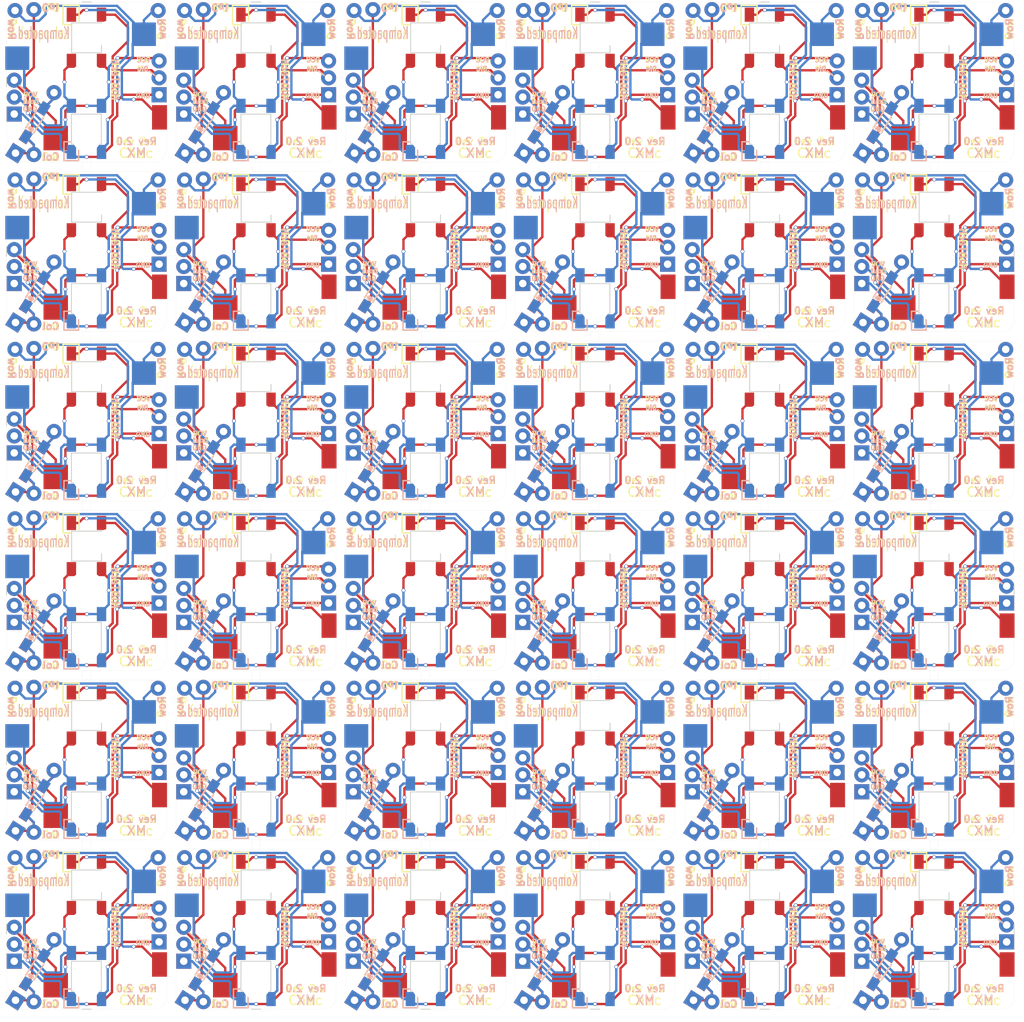
<source format=kicad_pcb>
(kicad_pcb (version 20171130) (host pcbnew "(5.1.5-0-10_14)")
  (title_block (title Cherry-Mx-Bitboard-Re-19.05mm) (date 2018-09-15) (rev 1))
  (layers (0 F.Cu signal) (31 B.Cu signal) (34 B.Paste user) (35 F.Paste user) (36 B.SilkS user) (37 F.SilkS user) (38 B.Mask user) (39 F.Mask user) (44 Edge.Cuts user))
  (net 0 "")
  (net 1 "Net-(D1-Pad2)")
  (net 2 Col1)
  (net 3 Row1)
  (net 4 VCC)
  (net 5 Dout)
  (net 6 Din)
  (net 7 GND)
  (module Footprints:Wirepad (layer B.Cu) (at 85.045 118.415)
    (fp_text reference Row113 hide)
    (fp_text value Conn_01x01 hide)
    (pad 1 thru_hole circle (at 0 -0.2) (size 1.6 1.6) (drill 0.8) (layers *.Cu *.Mask))
  )
  (module Footprints:Wirepad (layer B.Cu) (at 100.245 118.215)
    (fp_text reference Row111 hide)
    (fp_text value Conn_01x01 hide)
    (pad 1 thru_hole circle (at 0 0) (size 1.6 1.6) (drill 0.8) (layers *.Cu *.Mask))
  )
  (module Footprints:Wirepad (layer F.Cu) (at 100.345 125.365)
    (fp_text reference Din1 hide)
    (fp_text value Conn_01x01 hide)
    (pad 1 thru_hole circle (at 0 0) (size 1.6 1.6) (drill 0.8) (layers *.Cu *.Mask))
  )
  (module Footprints:Wirepad (layer F.Cu) (at 84.963 129.215)
    (fp_text reference GND1 hide)
    (fp_text value Conn_01x01 hide)
    (pad 1 thru_hole rect (at 0 0) (size 1.6 1.6) (drill 0.8) (layers *.Cu *.Mask))
  )
  (module Footprints:Wirepad (layer F.Cu) (at 100.345 123.565)
    (fp_text reference Vcc1 hide)
    (fp_text value Conn_01x01 hide)
    (pad 1 thru_hole circle (at 0 0) (size 1.6 1.6) (drill 0.8) (layers *.Cu *.Mask))
  )
  (module Footprints:Wirepad (layer F.Cu) (at 84.963 127.415)
    (fp_text reference Dout1 hide)
    (fp_text value Conn_01x01 hide)
    (pad 1 thru_hole circle (at 0 0) (size 1.6 1.6) (drill 0.8) (layers *.Cu *.Mask))
  )
  (module Footprints:Wirepad (layer F.Cu) (at 87.045 118.115)
    (fp_text reference Col112 hide)
    (fp_text value Conn_01x01 hide)
    (pad 1 thru_hole circle (at 0 0) (size 1.6 1.6) (drill 0.8) (layers *.Cu *.Mask))
  )
  (module Footprints:Wirepad (layer F.Cu) (at 100.345 127.165)
    (fp_text reference GND2 hide)
    (fp_text value Conn_01x01 hide)
    (pad 1 thru_hole rect (at 0 0) (size 1.6 1.6) (drill 0.8) (layers *.Cu *.Mask))
  )
  (module Footprints:Wirepad (layer F.Cu) (at 84.963 125.615)
    (fp_text reference Vcc2 hide)
    (fp_text value Conn_01x01 hide)
    (pad 1 thru_hole circle (at 0 0) (size 1.6 1.6) (drill 0.8) (layers *.Cu *.Mask))
  )
  (module Footprints:1N4148W (layer F.Cu) (at 87.123207 130.12948 57.5)
    (fp_text reference D3 hide)
    (fp_text value 1N4148W)
    (pad 1 smd rect (at -1.775 0 57.5) (size 1.3 0.95) (layers F.Cu F.Paste F.Mask))
    (pad 2 smd rect (at 1.775 0 57.5) (size 1.3 0.95) (layers F.Cu F.Paste F.Mask))
  )
  (module Footprints:Wirepad (layer F.Cu) (at 87.045 133.515)
    (fp_text reference Col113 hide)
    (fp_text value Conn_01x01 hide)
    (pad 1 thru_hole circle (at 0 0) (size 1.6 1.6) (drill 0.8) (layers *.Cu *.Mask))
  )
  (module Footprints:1N4148W (layer B.Cu) (at 87.148707 130.11798 57.5)
    (fp_text reference D2 hide)
    (fp_text value 1N4148W)
    (pad 2 smd rect (at 1.775 0 57.5) (size 1.3 0.95) (layers B.Cu B.Paste B.Mask))
    (pad 1 smd rect (at -1.775 0 57.5) (size 1.3 0.95) (layers B.Cu B.Paste B.Mask))
  )
  (module keyswitches:Kailh_socket_PG1350 (layer B.Cu) (at 92.645 125.815 180)
    (fp_text reference SW2 hide)
    (fp_text value SW_Push-Switch)
    (pad 2 smd rect (at -8.275 -3.75 180) (size 1.6 2.6) (drill (offset 0.525 0)) (layers F.Cu F.Paste F.Mask))
    (pad "" np_thru_hole circle (at 0 -5.95 180) (size 3 3) (drill 3) (layers *.Cu *.Mask))
    (pad "" np_thru_hole circle (at 0 0 180) (size 3.429 3.429) (drill 3.429) (layers *.Cu *.Mask))
    (pad "" np_thru_hole circle (at -5 -3.75 180) (size 3 3) (drill 3) (layers *.Cu *.Mask))
    (pad 1 smd rect (at 3.275 -5.95 180) (size 2.6 2.6) (layers F.Cu F.Paste F.Mask))
    (pad "" np_thru_hole circle (at 5.5 0 180) (size 1.7018 1.7018) (drill 1.7018) (layers *.Cu *.Mask))
    (pad "" np_thru_hole circle (at -5.5 0 180) (size 1.7018 1.7018) (drill 1.7018) (layers *.Cu *.Mask))
  )
  (module Footprints:CherryMx_Socket (layer F.Cu) (at 92.645 125.815)
    (fp_text reference SW1 hide)
    (fp_text value SW_Push hide)
    (pad "" np_thru_hole circle (at 5.08 0) (size 2 2) (drill 2) (layers *.Cu *.Mask))
    (pad "" np_thru_hole circle (at 2.54 -5.08) (size 3 3) (drill 3) (layers *.Cu *.Mask))
    (pad "" np_thru_hole circle (at 0 0) (size 4 4) (drill 4) (layers *.Cu *.Mask))
    (pad "" np_thru_hole circle (at -3.81 -2.54) (size 3 3) (drill 3) (layers *.Cu *.Mask))
    (pad "" np_thru_hole circle (at -5.08 0) (size 2 2) (drill 2) (layers *.Cu *.Mask))
    (pad 2 smd rect (at 6.09 -5.08) (size 2.55 2.5) (layers B.Cu B.Paste B.Mask))
    (pad 1 smd rect (at -7.36 -2.54) (size 2.55 2.5) (layers B.Cu B.Paste B.Mask))
  )
  (module customs:LED_SK6812_PLCC4_5.0x5.0mm_P3.2mm_FLIP (layer F.Cu) (at 92.6336 121.1098 90)
    (fp_text reference D6 hide)
    (fp_text value SK6812)
    (pad 3 smd rect (at -2.45 1.6 90) (size 1.5 1) (layers F.Cu F.Paste F.Mask))
    (pad 4 smd rect (at -2.45 -1.6 90) (size 1.5 1) (layers F.Cu F.Paste F.Mask))
    (pad 2 smd rect (at 2.45 1.6 90) (size 1.5 1) (layers F.Cu F.Paste F.Mask))
    (pad 1 smd rect (at 2.45 -1.6 90) (size 1.5 1) (layers F.Cu F.Paste F.Mask))
  )
  (module customs:LED_SK6812_PLCC4_5.0x5.0mm_P3.2mm_FLIP (layer B.Cu) (at 92.6336 130.7894 270)
    (fp_text reference D5 hide)
    (fp_text value SK6812)
    (pad 3 smd rect (at -2.45 -1.6 270) (size 1.5 1) (layers B.Cu B.Paste B.Mask))
    (pad 4 smd rect (at -2.45 1.6 270) (size 1.5 1) (layers B.Cu B.Paste B.Mask))
    (pad 2 smd rect (at 2.45 -1.6 270) (size 1.5 1) (layers B.Cu B.Paste B.Mask))
    (pad 1 smd rect (at 2.45 1.6 270) (size 1.5 1) (layers B.Cu B.Paste B.Mask))
  )
  (module Footprints:1N4148W (layer B.Cu) (at 85.095 133.365 57.5)
    (fp_text reference D1 hide)
    (fp_text value 1N4148W)
    (pad 1 thru_hole rect (at 0 0 57.5) (size 1.6 1.6) (drill 0.8) (layers *.Cu *.Mask))
    (pad 2 thru_hole circle (at 7.62 0 57.5) (size 1.6 1.6) (drill 0.8) (layers *.Cu *.Mask))
  )
  (module Footprints:Wirepad (layer B.Cu) (at 103.045 118.415)
    (fp_text reference Row113 hide)
    (fp_text value Conn_01x01 hide)
    (pad 1 thru_hole circle (at 0 -0.2) (size 1.6 1.6) (drill 0.8) (layers *.Cu *.Mask))
  )
  (module Footprints:Wirepad (layer B.Cu) (at 118.245 118.215)
    (fp_text reference Row111 hide)
    (fp_text value Conn_01x01 hide)
    (pad 1 thru_hole circle (at 0 0) (size 1.6 1.6) (drill 0.8) (layers *.Cu *.Mask))
  )
  (module Footprints:Wirepad (layer F.Cu) (at 118.345 125.365)
    (fp_text reference Din1 hide)
    (fp_text value Conn_01x01 hide)
    (pad 1 thru_hole circle (at 0 0) (size 1.6 1.6) (drill 0.8) (layers *.Cu *.Mask))
  )
  (module Footprints:Wirepad (layer F.Cu) (at 102.963 129.215)
    (fp_text reference GND1 hide)
    (fp_text value Conn_01x01 hide)
    (pad 1 thru_hole rect (at 0 0) (size 1.6 1.6) (drill 0.8) (layers *.Cu *.Mask))
  )
  (module Footprints:Wirepad (layer F.Cu) (at 118.345 123.565)
    (fp_text reference Vcc1 hide)
    (fp_text value Conn_01x01 hide)
    (pad 1 thru_hole circle (at 0 0) (size 1.6 1.6) (drill 0.8) (layers *.Cu *.Mask))
  )
  (module Footprints:Wirepad (layer F.Cu) (at 102.963 127.415)
    (fp_text reference Dout1 hide)
    (fp_text value Conn_01x01 hide)
    (pad 1 thru_hole circle (at 0 0) (size 1.6 1.6) (drill 0.8) (layers *.Cu *.Mask))
  )
  (module Footprints:Wirepad (layer F.Cu) (at 105.045 118.115)
    (fp_text reference Col112 hide)
    (fp_text value Conn_01x01 hide)
    (pad 1 thru_hole circle (at 0 0) (size 1.6 1.6) (drill 0.8) (layers *.Cu *.Mask))
  )
  (module Footprints:Wirepad (layer F.Cu) (at 118.345 127.165)
    (fp_text reference GND2 hide)
    (fp_text value Conn_01x01 hide)
    (pad 1 thru_hole rect (at 0 0) (size 1.6 1.6) (drill 0.8) (layers *.Cu *.Mask))
  )
  (module Footprints:Wirepad (layer F.Cu) (at 102.963 125.615)
    (fp_text reference Vcc2 hide)
    (fp_text value Conn_01x01 hide)
    (pad 1 thru_hole circle (at 0 0) (size 1.6 1.6) (drill 0.8) (layers *.Cu *.Mask))
  )
  (module Footprints:1N4148W (layer F.Cu) (at 105.123207 130.12948 57.5)
    (fp_text reference D3 hide)
    (fp_text value 1N4148W)
    (pad 2 smd rect (at 1.775 0 57.5) (size 1.3 0.95) (layers F.Cu F.Paste F.Mask))
    (pad 1 smd rect (at -1.775 0 57.5) (size 1.3 0.95) (layers F.Cu F.Paste F.Mask))
  )
  (module Footprints:Wirepad (layer F.Cu) (at 105.045 133.515)
    (fp_text reference Col113 hide)
    (fp_text value Conn_01x01 hide)
    (pad 1 thru_hole circle (at 0 0) (size 1.6 1.6) (drill 0.8) (layers *.Cu *.Mask))
  )
  (module Footprints:1N4148W (layer B.Cu) (at 105.148707 130.11798 57.5)
    (fp_text reference D2 hide)
    (fp_text value 1N4148W)
    (pad 1 smd rect (at -1.775 0 57.5) (size 1.3 0.95) (layers B.Cu B.Paste B.Mask))
    (pad 2 smd rect (at 1.775 0 57.5) (size 1.3 0.95) (layers B.Cu B.Paste B.Mask))
  )
  (module keyswitches:Kailh_socket_PG1350 (layer B.Cu) (at 110.645 125.815 180)
    (fp_text reference SW2 hide)
    (fp_text value SW_Push-Switch)
    (pad "" np_thru_hole circle (at -5.5 0 180) (size 1.7018 1.7018) (drill 1.7018) (layers *.Cu *.Mask))
    (pad "" np_thru_hole circle (at 5.5 0 180) (size 1.7018 1.7018) (drill 1.7018) (layers *.Cu *.Mask))
    (pad 1 smd rect (at 3.275 -5.95 180) (size 2.6 2.6) (layers F.Cu F.Paste F.Mask))
    (pad "" np_thru_hole circle (at -5 -3.75 180) (size 3 3) (drill 3) (layers *.Cu *.Mask))
    (pad "" np_thru_hole circle (at 0 0 180) (size 3.429 3.429) (drill 3.429) (layers *.Cu *.Mask))
    (pad "" np_thru_hole circle (at 0 -5.95 180) (size 3 3) (drill 3) (layers *.Cu *.Mask))
    (pad 2 smd rect (at -8.275 -3.75 180) (size 1.6 2.6) (drill (offset 0.525 0)) (layers F.Cu F.Paste F.Mask))
  )
  (module Footprints:CherryMx_Socket (layer F.Cu) (at 110.645 125.815)
    (fp_text reference SW1 hide)
    (fp_text value SW_Push hide)
    (pad 1 smd rect (at -7.36 -2.54) (size 2.55 2.5) (layers B.Cu B.Paste B.Mask))
    (pad 2 smd rect (at 6.09 -5.08) (size 2.55 2.5) (layers B.Cu B.Paste B.Mask))
    (pad "" np_thru_hole circle (at -5.08 0) (size 2 2) (drill 2) (layers *.Cu *.Mask))
    (pad "" np_thru_hole circle (at -3.81 -2.54) (size 3 3) (drill 3) (layers *.Cu *.Mask))
    (pad "" np_thru_hole circle (at 0 0) (size 4 4) (drill 4) (layers *.Cu *.Mask))
    (pad "" np_thru_hole circle (at 2.54 -5.08) (size 3 3) (drill 3) (layers *.Cu *.Mask))
    (pad "" np_thru_hole circle (at 5.08 0) (size 2 2) (drill 2) (layers *.Cu *.Mask))
  )
  (module customs:LED_SK6812_PLCC4_5.0x5.0mm_P3.2mm_FLIP (layer F.Cu) (at 110.6336 121.1098 90)
    (fp_text reference D6 hide)
    (fp_text value SK6812)
    (pad 1 smd rect (at 2.45 -1.6 90) (size 1.5 1) (layers F.Cu F.Paste F.Mask))
    (pad 2 smd rect (at 2.45 1.6 90) (size 1.5 1) (layers F.Cu F.Paste F.Mask))
    (pad 4 smd rect (at -2.45 -1.6 90) (size 1.5 1) (layers F.Cu F.Paste F.Mask))
    (pad 3 smd rect (at -2.45 1.6 90) (size 1.5 1) (layers F.Cu F.Paste F.Mask))
  )
  (module Footprints:1N4148W (layer B.Cu) (at 103.095 133.365 57.5)
    (fp_text reference D1 hide)
    (fp_text value 1N4148W)
    (pad 2 thru_hole circle (at 7.62 0 57.5) (size 1.6 1.6) (drill 0.8) (layers *.Cu *.Mask))
    (pad 1 thru_hole rect (at 0 0 57.5) (size 1.6 1.6) (drill 0.8) (layers *.Cu *.Mask))
  )
  (module customs:LED_SK6812_PLCC4_5.0x5.0mm_P3.2mm_FLIP (layer B.Cu) (at 110.6336 130.7894 270)
    (fp_text reference D5 hide)
    (fp_text value SK6812)
    (pad 1 smd rect (at 2.45 1.6 270) (size 1.5 1) (layers B.Cu B.Paste B.Mask))
    (pad 2 smd rect (at 2.45 -1.6 270) (size 1.5 1) (layers B.Cu B.Paste B.Mask))
    (pad 4 smd rect (at -2.45 1.6 270) (size 1.5 1) (layers B.Cu B.Paste B.Mask))
    (pad 3 smd rect (at -2.45 -1.6 270) (size 1.5 1) (layers B.Cu B.Paste B.Mask))
  )
  (module Footprints:Wirepad (layer B.Cu) (at 85.045 136.415)
    (fp_text reference Row113 hide)
    (fp_text value Conn_01x01 hide)
    (pad 1 thru_hole circle (at 0 -0.2) (size 1.6 1.6) (drill 0.8) (layers *.Cu *.Mask))
  )
  (module Footprints:Wirepad (layer B.Cu) (at 100.245 136.215)
    (fp_text reference Row111 hide)
    (fp_text value Conn_01x01 hide)
    (pad 1 thru_hole circle (at 0 0) (size 1.6 1.6) (drill 0.8) (layers *.Cu *.Mask))
  )
  (module Footprints:Wirepad (layer F.Cu) (at 100.345 143.365)
    (fp_text reference Din1 hide)
    (fp_text value Conn_01x01 hide)
    (pad 1 thru_hole circle (at 0 0) (size 1.6 1.6) (drill 0.8) (layers *.Cu *.Mask))
  )
  (module Footprints:Wirepad (layer F.Cu) (at 84.963 147.215)
    (fp_text reference GND1 hide)
    (fp_text value Conn_01x01 hide)
    (pad 1 thru_hole rect (at 0 0) (size 1.6 1.6) (drill 0.8) (layers *.Cu *.Mask))
  )
  (module Footprints:Wirepad (layer F.Cu) (at 100.345 141.565)
    (fp_text reference Vcc1 hide)
    (fp_text value Conn_01x01 hide)
    (pad 1 thru_hole circle (at 0 0) (size 1.6 1.6) (drill 0.8) (layers *.Cu *.Mask))
  )
  (module Footprints:Wirepad (layer F.Cu) (at 84.963 145.415)
    (fp_text reference Dout1 hide)
    (fp_text value Conn_01x01 hide)
    (pad 1 thru_hole circle (at 0 0) (size 1.6 1.6) (drill 0.8) (layers *.Cu *.Mask))
  )
  (module Footprints:Wirepad (layer F.Cu) (at 87.045 136.115)
    (fp_text reference Col112 hide)
    (fp_text value Conn_01x01 hide)
    (pad 1 thru_hole circle (at 0 0) (size 1.6 1.6) (drill 0.8) (layers *.Cu *.Mask))
  )
  (module Footprints:Wirepad (layer F.Cu) (at 100.345 145.165)
    (fp_text reference GND2 hide)
    (fp_text value Conn_01x01 hide)
    (pad 1 thru_hole rect (at 0 0) (size 1.6 1.6) (drill 0.8) (layers *.Cu *.Mask))
  )
  (module Footprints:Wirepad (layer F.Cu) (at 84.963 143.615)
    (fp_text reference Vcc2 hide)
    (fp_text value Conn_01x01 hide)
    (pad 1 thru_hole circle (at 0 0) (size 1.6 1.6) (drill 0.8) (layers *.Cu *.Mask))
  )
  (module Footprints:1N4148W (layer F.Cu) (at 87.123207 148.12948 57.5)
    (fp_text reference D3 hide)
    (fp_text value 1N4148W)
    (pad 2 smd rect (at 1.775 0 57.5) (size 1.3 0.95) (layers F.Cu F.Paste F.Mask))
    (pad 1 smd rect (at -1.775 0 57.5) (size 1.3 0.95) (layers F.Cu F.Paste F.Mask))
  )
  (module Footprints:Wirepad (layer F.Cu) (at 87.045 151.515)
    (fp_text reference Col113 hide)
    (fp_text value Conn_01x01 hide)
    (pad 1 thru_hole circle (at 0 0) (size 1.6 1.6) (drill 0.8) (layers *.Cu *.Mask))
  )
  (module Footprints:1N4148W (layer B.Cu) (at 87.148707 148.11798 57.5)
    (fp_text reference D2 hide)
    (fp_text value 1N4148W)
    (pad 1 smd rect (at -1.775 0 57.5) (size 1.3 0.95) (layers B.Cu B.Paste B.Mask))
    (pad 2 smd rect (at 1.775 0 57.5) (size 1.3 0.95) (layers B.Cu B.Paste B.Mask))
  )
  (module keyswitches:Kailh_socket_PG1350 (layer B.Cu) (at 92.645 143.815 180)
    (fp_text reference SW2 hide)
    (fp_text value SW_Push-Switch)
    (pad "" np_thru_hole circle (at -5.5 0 180) (size 1.7018 1.7018) (drill 1.7018) (layers *.Cu *.Mask))
    (pad "" np_thru_hole circle (at 5.5 0 180) (size 1.7018 1.7018) (drill 1.7018) (layers *.Cu *.Mask))
    (pad 1 smd rect (at 3.275 -5.95 180) (size 2.6 2.6) (layers F.Cu F.Paste F.Mask))
    (pad "" np_thru_hole circle (at -5 -3.75 180) (size 3 3) (drill 3) (layers *.Cu *.Mask))
    (pad "" np_thru_hole circle (at 0 0 180) (size 3.429 3.429) (drill 3.429) (layers *.Cu *.Mask))
    (pad "" np_thru_hole circle (at 0 -5.95 180) (size 3 3) (drill 3) (layers *.Cu *.Mask))
    (pad 2 smd rect (at -8.275 -3.75 180) (size 1.6 2.6) (drill (offset 0.525 0)) (layers F.Cu F.Paste F.Mask))
  )
  (module Footprints:CherryMx_Socket (layer F.Cu) (at 92.645 143.815)
    (fp_text reference SW1 hide)
    (fp_text value SW_Push hide)
    (pad 1 smd rect (at -7.36 -2.54) (size 2.55 2.5) (layers B.Cu B.Paste B.Mask))
    (pad 2 smd rect (at 6.09 -5.08) (size 2.55 2.5) (layers B.Cu B.Paste B.Mask))
    (pad "" np_thru_hole circle (at -5.08 0) (size 2 2) (drill 2) (layers *.Cu *.Mask))
    (pad "" np_thru_hole circle (at -3.81 -2.54) (size 3 3) (drill 3) (layers *.Cu *.Mask))
    (pad "" np_thru_hole circle (at 0 0) (size 4 4) (drill 4) (layers *.Cu *.Mask))
    (pad "" np_thru_hole circle (at 2.54 -5.08) (size 3 3) (drill 3) (layers *.Cu *.Mask))
    (pad "" np_thru_hole circle (at 5.08 0) (size 2 2) (drill 2) (layers *.Cu *.Mask))
  )
  (module customs:LED_SK6812_PLCC4_5.0x5.0mm_P3.2mm_FLIP (layer F.Cu) (at 92.6336 139.1098 90)
    (fp_text reference D6 hide)
    (fp_text value SK6812)
    (pad 1 smd rect (at 2.45 -1.6 90) (size 1.5 1) (layers F.Cu F.Paste F.Mask))
    (pad 2 smd rect (at 2.45 1.6 90) (size 1.5 1) (layers F.Cu F.Paste F.Mask))
    (pad 4 smd rect (at -2.45 -1.6 90) (size 1.5 1) (layers F.Cu F.Paste F.Mask))
    (pad 3 smd rect (at -2.45 1.6 90) (size 1.5 1) (layers F.Cu F.Paste F.Mask))
  )
  (module customs:LED_SK6812_PLCC4_5.0x5.0mm_P3.2mm_FLIP (layer B.Cu) (at 92.6336 148.7894 270)
    (fp_text reference D5 hide)
    (fp_text value SK6812)
    (pad 1 smd rect (at 2.45 1.6 270) (size 1.5 1) (layers B.Cu B.Paste B.Mask))
    (pad 2 smd rect (at 2.45 -1.6 270) (size 1.5 1) (layers B.Cu B.Paste B.Mask))
    (pad 4 smd rect (at -2.45 1.6 270) (size 1.5 1) (layers B.Cu B.Paste B.Mask))
    (pad 3 smd rect (at -2.45 -1.6 270) (size 1.5 1) (layers B.Cu B.Paste B.Mask))
  )
  (module Footprints:1N4148W (layer B.Cu) (at 85.095 151.365 57.5)
    (fp_text reference D1 hide)
    (fp_text value 1N4148W)
    (pad 2 thru_hole circle (at 7.62 0 57.5) (size 1.6 1.6) (drill 0.8) (layers *.Cu *.Mask))
    (pad 1 thru_hole rect (at 0 0 57.5) (size 1.6 1.6) (drill 0.8) (layers *.Cu *.Mask))
  )
  (module Footprints:Wirepad (layer B.Cu) (at 103.045 136.415)
    (fp_text reference Row113 hide)
    (fp_text value Conn_01x01 hide)
    (pad 1 thru_hole circle (at 0 -0.2) (size 1.6 1.6) (drill 0.8) (layers *.Cu *.Mask))
  )
  (module Footprints:Wirepad (layer B.Cu) (at 118.245 136.215)
    (fp_text reference Row111 hide)
    (fp_text value Conn_01x01 hide)
    (pad 1 thru_hole circle (at 0 0) (size 1.6 1.6) (drill 0.8) (layers *.Cu *.Mask))
  )
  (module Footprints:Wirepad (layer F.Cu) (at 118.345 143.365)
    (fp_text reference Din1 hide)
    (fp_text value Conn_01x01 hide)
    (pad 1 thru_hole circle (at 0 0) (size 1.6 1.6) (drill 0.8) (layers *.Cu *.Mask))
  )
  (module Footprints:Wirepad (layer F.Cu) (at 102.963 147.215)
    (fp_text reference GND1 hide)
    (fp_text value Conn_01x01 hide)
    (pad 1 thru_hole rect (at 0 0) (size 1.6 1.6) (drill 0.8) (layers *.Cu *.Mask))
  )
  (module Footprints:Wirepad (layer F.Cu) (at 118.345 141.565)
    (fp_text reference Vcc1 hide)
    (fp_text value Conn_01x01 hide)
    (pad 1 thru_hole circle (at 0 0) (size 1.6 1.6) (drill 0.8) (layers *.Cu *.Mask))
  )
  (module Footprints:Wirepad (layer F.Cu) (at 102.963 145.415)
    (fp_text reference Dout1 hide)
    (fp_text value Conn_01x01 hide)
    (pad 1 thru_hole circle (at 0 0) (size 1.6 1.6) (drill 0.8) (layers *.Cu *.Mask))
  )
  (module Footprints:Wirepad (layer F.Cu) (at 105.045 136.115)
    (fp_text reference Col112 hide)
    (fp_text value Conn_01x01 hide)
    (pad 1 thru_hole circle (at 0 0) (size 1.6 1.6) (drill 0.8) (layers *.Cu *.Mask))
  )
  (module Footprints:Wirepad (layer F.Cu) (at 118.345 145.165)
    (fp_text reference GND2 hide)
    (fp_text value Conn_01x01 hide)
    (pad 1 thru_hole rect (at 0 0) (size 1.6 1.6) (drill 0.8) (layers *.Cu *.Mask))
  )
  (module Footprints:Wirepad (layer F.Cu) (at 102.963 143.615)
    (fp_text reference Vcc2 hide)
    (fp_text value Conn_01x01 hide)
    (pad 1 thru_hole circle (at 0 0) (size 1.6 1.6) (drill 0.8) (layers *.Cu *.Mask))
  )
  (module Footprints:1N4148W (layer F.Cu) (at 105.123207 148.12948 57.5)
    (fp_text reference D3 hide)
    (fp_text value 1N4148W)
    (pad 1 smd rect (at -1.775 0 57.5) (size 1.3 0.95) (layers F.Cu F.Paste F.Mask))
    (pad 2 smd rect (at 1.775 0 57.5) (size 1.3 0.95) (layers F.Cu F.Paste F.Mask))
  )
  (module Footprints:Wirepad (layer F.Cu) (at 105.045 151.515)
    (fp_text reference Col113 hide)
    (fp_text value Conn_01x01 hide)
    (pad 1 thru_hole circle (at 0 0) (size 1.6 1.6) (drill 0.8) (layers *.Cu *.Mask))
  )
  (module Footprints:1N4148W (layer B.Cu) (at 105.148707 148.11798 57.5)
    (fp_text reference D2 hide)
    (fp_text value 1N4148W)
    (pad 2 smd rect (at 1.775 0 57.5) (size 1.3 0.95) (layers B.Cu B.Paste B.Mask))
    (pad 1 smd rect (at -1.775 0 57.5) (size 1.3 0.95) (layers B.Cu B.Paste B.Mask))
  )
  (module keyswitches:Kailh_socket_PG1350 (layer B.Cu) (at 110.645 143.815 180)
    (fp_text reference SW2 hide)
    (fp_text value SW_Push-Switch)
    (pad 2 smd rect (at -8.275 -3.75 180) (size 1.6 2.6) (drill (offset 0.525 0)) (layers F.Cu F.Paste F.Mask))
    (pad "" np_thru_hole circle (at 0 -5.95 180) (size 3 3) (drill 3) (layers *.Cu *.Mask))
    (pad "" np_thru_hole circle (at 0 0 180) (size 3.429 3.429) (drill 3.429) (layers *.Cu *.Mask))
    (pad "" np_thru_hole circle (at -5 -3.75 180) (size 3 3) (drill 3) (layers *.Cu *.Mask))
    (pad 1 smd rect (at 3.275 -5.95 180) (size 2.6 2.6) (layers F.Cu F.Paste F.Mask))
    (pad "" np_thru_hole circle (at 5.5 0 180) (size 1.7018 1.7018) (drill 1.7018) (layers *.Cu *.Mask))
    (pad "" np_thru_hole circle (at -5.5 0 180) (size 1.7018 1.7018) (drill 1.7018) (layers *.Cu *.Mask))
  )
  (module Footprints:CherryMx_Socket (layer F.Cu) (at 110.645 143.815)
    (fp_text reference SW1 hide)
    (fp_text value SW_Push hide)
    (pad "" np_thru_hole circle (at 5.08 0) (size 2 2) (drill 2) (layers *.Cu *.Mask))
    (pad "" np_thru_hole circle (at 2.54 -5.08) (size 3 3) (drill 3) (layers *.Cu *.Mask))
    (pad "" np_thru_hole circle (at 0 0) (size 4 4) (drill 4) (layers *.Cu *.Mask))
    (pad "" np_thru_hole circle (at -3.81 -2.54) (size 3 3) (drill 3) (layers *.Cu *.Mask))
    (pad "" np_thru_hole circle (at -5.08 0) (size 2 2) (drill 2) (layers *.Cu *.Mask))
    (pad 2 smd rect (at 6.09 -5.08) (size 2.55 2.5) (layers B.Cu B.Paste B.Mask))
    (pad 1 smd rect (at -7.36 -2.54) (size 2.55 2.5) (layers B.Cu B.Paste B.Mask))
  )
  (module customs:LED_SK6812_PLCC4_5.0x5.0mm_P3.2mm_FLIP (layer F.Cu) (at 110.6336 139.1098 90)
    (fp_text reference D6 hide)
    (fp_text value SK6812)
    (pad 3 smd rect (at -2.45 1.6 90) (size 1.5 1) (layers F.Cu F.Paste F.Mask))
    (pad 4 smd rect (at -2.45 -1.6 90) (size 1.5 1) (layers F.Cu F.Paste F.Mask))
    (pad 2 smd rect (at 2.45 1.6 90) (size 1.5 1) (layers F.Cu F.Paste F.Mask))
    (pad 1 smd rect (at 2.45 -1.6 90) (size 1.5 1) (layers F.Cu F.Paste F.Mask))
  )
  (module Footprints:1N4148W (layer B.Cu) (at 103.095 151.365 57.5)
    (fp_text reference D1 hide)
    (fp_text value 1N4148W)
    (pad 1 thru_hole rect (at 0 0 57.5) (size 1.6 1.6) (drill 0.8) (layers *.Cu *.Mask))
    (pad 2 thru_hole circle (at 7.62 0 57.5) (size 1.6 1.6) (drill 0.8) (layers *.Cu *.Mask))
  )
  (module customs:LED_SK6812_PLCC4_5.0x5.0mm_P3.2mm_FLIP (layer B.Cu) (at 110.6336 148.7894 270)
    (fp_text reference D5 hide)
    (fp_text value SK6812)
    (pad 3 smd rect (at -2.45 -1.6 270) (size 1.5 1) (layers B.Cu B.Paste B.Mask))
    (pad 4 smd rect (at -2.45 1.6 270) (size 1.5 1) (layers B.Cu B.Paste B.Mask))
    (pad 2 smd rect (at 2.45 -1.6 270) (size 1.5 1) (layers B.Cu B.Paste B.Mask))
    (pad 1 smd rect (at 2.45 1.6 270) (size 1.5 1) (layers B.Cu B.Paste B.Mask))
  )
  (module Footprints:Wirepad (layer F.Cu) (at 156.963 145.415)
    (fp_text reference Dout1 hide)
    (fp_text value Conn_01x01 hide)
    (pad 1 thru_hole circle (at 0 0) (size 1.6 1.6) (drill 0.8) (layers *.Cu *.Mask))
  )
  (module Footprints:Wirepad (layer F.Cu) (at 159.045 136.115)
    (fp_text reference Col112 hide)
    (fp_text value Conn_01x01 hide)
    (pad 1 thru_hole circle (at 0 0) (size 1.6 1.6) (drill 0.8) (layers *.Cu *.Mask))
  )
  (module Footprints:Wirepad (layer F.Cu) (at 172.345 145.165)
    (fp_text reference GND2 hide)
    (fp_text value Conn_01x01 hide)
    (pad 1 thru_hole rect (at 0 0) (size 1.6 1.6) (drill 0.8) (layers *.Cu *.Mask))
  )
  (module Footprints:Wirepad (layer F.Cu) (at 156.963 143.615)
    (fp_text reference Vcc2 hide)
    (fp_text value Conn_01x01 hide)
    (pad 1 thru_hole circle (at 0 0) (size 1.6 1.6) (drill 0.8) (layers *.Cu *.Mask))
  )
  (module Footprints:1N4148W (layer F.Cu) (at 159.123207 148.12948 57.5)
    (fp_text reference D3 hide)
    (fp_text value 1N4148W)
    (pad 1 smd rect (at -1.775 0 57.5) (size 1.3 0.95) (layers F.Cu F.Paste F.Mask))
    (pad 2 smd rect (at 1.775 0 57.5) (size 1.3 0.95) (layers F.Cu F.Paste F.Mask))
  )
  (module Footprints:Wirepad (layer F.Cu) (at 159.045 151.515)
    (fp_text reference Col113 hide)
    (fp_text value Conn_01x01 hide)
    (pad 1 thru_hole circle (at 0 0) (size 1.6 1.6) (drill 0.8) (layers *.Cu *.Mask))
  )
  (module Footprints:1N4148W (layer B.Cu) (at 159.148707 148.11798 57.5)
    (fp_text reference D2 hide)
    (fp_text value 1N4148W)
    (pad 2 smd rect (at 1.775 0 57.5) (size 1.3 0.95) (layers B.Cu B.Paste B.Mask))
    (pad 1 smd rect (at -1.775 0 57.5) (size 1.3 0.95) (layers B.Cu B.Paste B.Mask))
  )
  (module keyswitches:Kailh_socket_PG1350 (layer B.Cu) (at 164.645 143.815 180)
    (fp_text reference SW2 hide)
    (fp_text value SW_Push-Switch)
    (pad 2 smd rect (at -8.275 -3.75 180) (size 1.6 2.6) (drill (offset 0.525 0)) (layers F.Cu F.Paste F.Mask))
    (pad "" np_thru_hole circle (at 0 -5.95 180) (size 3 3) (drill 3) (layers *.Cu *.Mask))
    (pad "" np_thru_hole circle (at 0 0 180) (size 3.429 3.429) (drill 3.429) (layers *.Cu *.Mask))
    (pad "" np_thru_hole circle (at -5 -3.75 180) (size 3 3) (drill 3) (layers *.Cu *.Mask))
    (pad 1 smd rect (at 3.275 -5.95 180) (size 2.6 2.6) (layers F.Cu F.Paste F.Mask))
    (pad "" np_thru_hole circle (at 5.5 0 180) (size 1.7018 1.7018) (drill 1.7018) (layers *.Cu *.Mask))
    (pad "" np_thru_hole circle (at -5.5 0 180) (size 1.7018 1.7018) (drill 1.7018) (layers *.Cu *.Mask))
  )
  (module Footprints:CherryMx_Socket (layer F.Cu) (at 164.645 143.815)
    (fp_text reference SW1 hide)
    (fp_text value SW_Push hide)
    (pad "" np_thru_hole circle (at 5.08 0) (size 2 2) (drill 2) (layers *.Cu *.Mask))
    (pad "" np_thru_hole circle (at 2.54 -5.08) (size 3 3) (drill 3) (layers *.Cu *.Mask))
    (pad "" np_thru_hole circle (at 0 0) (size 4 4) (drill 4) (layers *.Cu *.Mask))
    (pad "" np_thru_hole circle (at -3.81 -2.54) (size 3 3) (drill 3) (layers *.Cu *.Mask))
    (pad "" np_thru_hole circle (at -5.08 0) (size 2 2) (drill 2) (layers *.Cu *.Mask))
    (pad 2 smd rect (at 6.09 -5.08) (size 2.55 2.5) (layers B.Cu B.Paste B.Mask))
    (pad 1 smd rect (at -7.36 -2.54) (size 2.55 2.5) (layers B.Cu B.Paste B.Mask))
  )
  (module Footprints:1N4148W (layer B.Cu) (at 175.095 151.365 57.5)
    (fp_text reference D1 hide)
    (fp_text value 1N4148W)
    (pad 2 thru_hole circle (at 7.62 0 57.5) (size 1.6 1.6) (drill 0.8) (layers *.Cu *.Mask))
    (pad 1 thru_hole rect (at 0 0 57.5) (size 1.6 1.6) (drill 0.8) (layers *.Cu *.Mask))
  )
  (module customs:LED_SK6812_PLCC4_5.0x5.0mm_P3.2mm_FLIP (layer B.Cu) (at 182.6336 148.7894 270)
    (fp_text reference D5 hide)
    (fp_text value SK6812)
    (pad 1 smd rect (at 2.45 1.6 270) (size 1.5 1) (layers B.Cu B.Paste B.Mask))
    (pad 2 smd rect (at 2.45 -1.6 270) (size 1.5 1) (layers B.Cu B.Paste B.Mask))
    (pad 4 smd rect (at -2.45 1.6 270) (size 1.5 1) (layers B.Cu B.Paste B.Mask))
    (pad 3 smd rect (at -2.45 -1.6 270) (size 1.5 1) (layers B.Cu B.Paste B.Mask))
  )
  (module Footprints:1N4148W (layer B.Cu) (at 177.148707 148.11798 57.5)
    (fp_text reference D2 hide)
    (fp_text value 1N4148W)
    (pad 1 smd rect (at -1.775 0 57.5) (size 1.3 0.95) (layers B.Cu B.Paste B.Mask))
    (pad 2 smd rect (at 1.775 0 57.5) (size 1.3 0.95) (layers B.Cu B.Paste B.Mask))
  )
  (module customs:LED_SK6812_PLCC4_5.0x5.0mm_P3.2mm_FLIP (layer F.Cu) (at 182.6336 139.1098 90)
    (fp_text reference D6 hide)
    (fp_text value SK6812)
    (pad 1 smd rect (at 2.45 -1.6 90) (size 1.5 1) (layers F.Cu F.Paste F.Mask))
    (pad 2 smd rect (at 2.45 1.6 90) (size 1.5 1) (layers F.Cu F.Paste F.Mask))
    (pad 4 smd rect (at -2.45 -1.6 90) (size 1.5 1) (layers F.Cu F.Paste F.Mask))
    (pad 3 smd rect (at -2.45 1.6 90) (size 1.5 1) (layers F.Cu F.Paste F.Mask))
  )
  (module Footprints:1N4148W (layer B.Cu) (at 157.095 151.365 57.5)
    (fp_text reference D1 hide)
    (fp_text value 1N4148W)
    (pad 1 thru_hole rect (at 0 0 57.5) (size 1.6 1.6) (drill 0.8) (layers *.Cu *.Mask))
    (pad 2 thru_hole circle (at 7.62 0 57.5) (size 1.6 1.6) (drill 0.8) (layers *.Cu *.Mask))
  )
  (module Footprints:Wirepad (layer F.Cu) (at 190.345 143.365)
    (fp_text reference Din1 hide)
    (fp_text value Conn_01x01 hide)
    (pad 1 thru_hole circle (at 0 0) (size 1.6 1.6) (drill 0.8) (layers *.Cu *.Mask))
  )
  (module Footprints:Wirepad (layer F.Cu) (at 174.963 147.215)
    (fp_text reference GND1 hide)
    (fp_text value Conn_01x01 hide)
    (pad 1 thru_hole rect (at 0 0) (size 1.6 1.6) (drill 0.8) (layers *.Cu *.Mask))
  )
  (module Footprints:Wirepad (layer F.Cu) (at 190.345 141.565)
    (fp_text reference Vcc1 hide)
    (fp_text value Conn_01x01 hide)
    (pad 1 thru_hole circle (at 0 0) (size 1.6 1.6) (drill 0.8) (layers *.Cu *.Mask))
  )
  (module Footprints:Wirepad (layer F.Cu) (at 174.963 145.415)
    (fp_text reference Dout1 hide)
    (fp_text value Conn_01x01 hide)
    (pad 1 thru_hole circle (at 0 0) (size 1.6 1.6) (drill 0.8) (layers *.Cu *.Mask))
  )
  (module Footprints:Wirepad (layer B.Cu) (at 175.045 136.415)
    (fp_text reference Row113 hide)
    (fp_text value Conn_01x01 hide)
    (pad 1 thru_hole circle (at 0 -0.2) (size 1.6 1.6) (drill 0.8) (layers *.Cu *.Mask))
  )
  (module Footprints:Wirepad (layer B.Cu) (at 190.245 136.215)
    (fp_text reference Row111 hide)
    (fp_text value Conn_01x01 hide)
    (pad 1 thru_hole circle (at 0 0) (size 1.6 1.6) (drill 0.8) (layers *.Cu *.Mask))
  )
  (module Footprints:1N4148W (layer F.Cu) (at 177.123207 148.12948 57.5)
    (fp_text reference D3 hide)
    (fp_text value 1N4148W)
    (pad 2 smd rect (at 1.775 0 57.5) (size 1.3 0.95) (layers F.Cu F.Paste F.Mask))
    (pad 1 smd rect (at -1.775 0 57.5) (size 1.3 0.95) (layers F.Cu F.Paste F.Mask))
  )
  (module Footprints:Wirepad (layer F.Cu) (at 177.045 151.515)
    (fp_text reference Col113 hide)
    (fp_text value Conn_01x01 hide)
    (pad 1 thru_hole circle (at 0 0) (size 1.6 1.6) (drill 0.8) (layers *.Cu *.Mask))
  )
  (module keyswitches:Kailh_socket_PG1350 (layer B.Cu) (at 182.645 143.815 180)
    (fp_text reference SW2 hide)
    (fp_text value SW_Push-Switch)
    (pad "" np_thru_hole circle (at -5.5 0 180) (size 1.7018 1.7018) (drill 1.7018) (layers *.Cu *.Mask))
    (pad "" np_thru_hole circle (at 5.5 0 180) (size 1.7018 1.7018) (drill 1.7018) (layers *.Cu *.Mask))
    (pad 1 smd rect (at 3.275 -5.95 180) (size 2.6 2.6) (layers F.Cu F.Paste F.Mask))
    (pad "" np_thru_hole circle (at -5 -3.75 180) (size 3 3) (drill 3) (layers *.Cu *.Mask))
    (pad "" np_thru_hole circle (at 0 0 180) (size 3.429 3.429) (drill 3.429) (layers *.Cu *.Mask))
    (pad "" np_thru_hole circle (at 0 -5.95 180) (size 3 3) (drill 3) (layers *.Cu *.Mask))
    (pad 2 smd rect (at -8.275 -3.75 180) (size 1.6 2.6) (drill (offset 0.525 0)) (layers F.Cu F.Paste F.Mask))
  )
  (module Footprints:Wirepad (layer F.Cu) (at 177.045 136.115)
    (fp_text reference Col112 hide)
    (fp_text value Conn_01x01 hide)
    (pad 1 thru_hole circle (at 0 0) (size 1.6 1.6) (drill 0.8) (layers *.Cu *.Mask))
  )
  (module Footprints:Wirepad (layer F.Cu) (at 190.345 145.165)
    (fp_text reference GND2 hide)
    (fp_text value Conn_01x01 hide)
    (pad 1 thru_hole rect (at 0 0) (size 1.6 1.6) (drill 0.8) (layers *.Cu *.Mask))
  )
  (module Footprints:Wirepad (layer F.Cu) (at 174.963 143.615)
    (fp_text reference Vcc2 hide)
    (fp_text value Conn_01x01 hide)
    (pad 1 thru_hole circle (at 0 0) (size 1.6 1.6) (drill 0.8) (layers *.Cu *.Mask))
  )
  (module Footprints:Wirepad (layer F.Cu) (at 156.963 147.215)
    (fp_text reference GND1 hide)
    (fp_text value Conn_01x01 hide)
    (pad 1 thru_hole rect (at 0 0) (size 1.6 1.6) (drill 0.8) (layers *.Cu *.Mask))
  )
  (module Footprints:Wirepad (layer F.Cu) (at 172.345 141.565)
    (fp_text reference Vcc1 hide)
    (fp_text value Conn_01x01 hide)
    (pad 1 thru_hole circle (at 0 0) (size 1.6 1.6) (drill 0.8) (layers *.Cu *.Mask))
  )
  (module Footprints:CherryMx_Socket (layer F.Cu) (at 182.645 143.815)
    (fp_text reference SW1 hide)
    (fp_text value SW_Push hide)
    (pad 1 smd rect (at -7.36 -2.54) (size 2.55 2.5) (layers B.Cu B.Paste B.Mask))
    (pad 2 smd rect (at 6.09 -5.08) (size 2.55 2.5) (layers B.Cu B.Paste B.Mask))
    (pad "" np_thru_hole circle (at -5.08 0) (size 2 2) (drill 2) (layers *.Cu *.Mask))
    (pad "" np_thru_hole circle (at -3.81 -2.54) (size 3 3) (drill 3) (layers *.Cu *.Mask))
    (pad "" np_thru_hole circle (at 0 0) (size 4 4) (drill 4) (layers *.Cu *.Mask))
    (pad "" np_thru_hole circle (at 2.54 -5.08) (size 3 3) (drill 3) (layers *.Cu *.Mask))
    (pad "" np_thru_hole circle (at 5.08 0) (size 2 2) (drill 2) (layers *.Cu *.Mask))
  )
  (module customs:LED_SK6812_PLCC4_5.0x5.0mm_P3.2mm_FLIP (layer B.Cu) (at 164.6336 148.7894 270)
    (fp_text reference D5 hide)
    (fp_text value SK6812)
    (pad 3 smd rect (at -2.45 -1.6 270) (size 1.5 1) (layers B.Cu B.Paste B.Mask))
    (pad 4 smd rect (at -2.45 1.6 270) (size 1.5 1) (layers B.Cu B.Paste B.Mask))
    (pad 2 smd rect (at 2.45 -1.6 270) (size 1.5 1) (layers B.Cu B.Paste B.Mask))
    (pad 1 smd rect (at 2.45 1.6 270) (size 1.5 1) (layers B.Cu B.Paste B.Mask))
  )
  (module customs:LED_SK6812_PLCC4_5.0x5.0mm_P3.2mm_FLIP (layer F.Cu) (at 164.6336 139.1098 90)
    (fp_text reference D6 hide)
    (fp_text value SK6812)
    (pad 3 smd rect (at -2.45 1.6 90) (size 1.5 1) (layers F.Cu F.Paste F.Mask))
    (pad 4 smd rect (at -2.45 -1.6 90) (size 1.5 1) (layers F.Cu F.Paste F.Mask))
    (pad 2 smd rect (at 2.45 1.6 90) (size 1.5 1) (layers F.Cu F.Paste F.Mask))
    (pad 1 smd rect (at 2.45 -1.6 90) (size 1.5 1) (layers F.Cu F.Paste F.Mask))
  )
  (module Footprints:Wirepad (layer B.Cu) (at 157.045 136.415)
    (fp_text reference Row113 hide)
    (fp_text value Conn_01x01 hide)
    (pad 1 thru_hole circle (at 0 -0.2) (size 1.6 1.6) (drill 0.8) (layers *.Cu *.Mask))
  )
  (module Footprints:Wirepad (layer B.Cu) (at 172.245 136.215)
    (fp_text reference Row111 hide)
    (fp_text value Conn_01x01 hide)
    (pad 1 thru_hole circle (at 0 0) (size 1.6 1.6) (drill 0.8) (layers *.Cu *.Mask))
  )
  (module Footprints:Wirepad (layer F.Cu) (at 172.345 143.365)
    (fp_text reference Din1 hide)
    (fp_text value Conn_01x01 hide)
    (pad 1 thru_hole circle (at 0 0) (size 1.6 1.6) (drill 0.8) (layers *.Cu *.Mask))
  )
  (module customs:LED_SK6812_PLCC4_5.0x5.0mm_P3.2mm_FLIP (layer B.Cu) (at 128.6336 148.7894 270)
    (fp_text reference D5 hide)
    (fp_text value SK6812)
    (pad 3 smd rect (at -2.45 -1.6 270) (size 1.5 1) (layers B.Cu B.Paste B.Mask))
    (pad 4 smd rect (at -2.45 1.6 270) (size 1.5 1) (layers B.Cu B.Paste B.Mask))
    (pad 2 smd rect (at 2.45 -1.6 270) (size 1.5 1) (layers B.Cu B.Paste B.Mask))
    (pad 1 smd rect (at 2.45 1.6 270) (size 1.5 1) (layers B.Cu B.Paste B.Mask))
  )
  (module Footprints:1N4148W (layer B.Cu) (at 121.095 151.365 57.5)
    (fp_text reference D1 hide)
    (fp_text value 1N4148W)
    (pad 1 thru_hole rect (at 0 0 57.5) (size 1.6 1.6) (drill 0.8) (layers *.Cu *.Mask))
    (pad 2 thru_hole circle (at 7.62 0 57.5) (size 1.6 1.6) (drill 0.8) (layers *.Cu *.Mask))
  )
  (module Footprints:1N4148W (layer B.Cu) (at 139.095 151.365 57.5)
    (fp_text reference D1 hide)
    (fp_text value 1N4148W)
    (pad 2 thru_hole circle (at 7.62 0 57.5) (size 1.6 1.6) (drill 0.8) (layers *.Cu *.Mask))
    (pad 1 thru_hole rect (at 0 0 57.5) (size 1.6 1.6) (drill 0.8) (layers *.Cu *.Mask))
  )
  (module customs:LED_SK6812_PLCC4_5.0x5.0mm_P3.2mm_FLIP (layer F.Cu) (at 146.6336 139.1098 90)
    (fp_text reference D6 hide)
    (fp_text value SK6812)
    (pad 1 smd rect (at 2.45 -1.6 90) (size 1.5 1) (layers F.Cu F.Paste F.Mask))
    (pad 2 smd rect (at 2.45 1.6 90) (size 1.5 1) (layers F.Cu F.Paste F.Mask))
    (pad 4 smd rect (at -2.45 -1.6 90) (size 1.5 1) (layers F.Cu F.Paste F.Mask))
    (pad 3 smd rect (at -2.45 1.6 90) (size 1.5 1) (layers F.Cu F.Paste F.Mask))
  )
  (module keyswitches:Kailh_socket_PG1350 (layer B.Cu) (at 128.645 143.815 180)
    (fp_text reference SW2 hide)
    (fp_text value SW_Push-Switch)
    (pad 2 smd rect (at -8.275 -3.75 180) (size 1.6 2.6) (drill (offset 0.525 0)) (layers F.Cu F.Paste F.Mask))
    (pad "" np_thru_hole circle (at 0 -5.95 180) (size 3 3) (drill 3) (layers *.Cu *.Mask))
    (pad "" np_thru_hole circle (at 0 0 180) (size 3.429 3.429) (drill 3.429) (layers *.Cu *.Mask))
    (pad "" np_thru_hole circle (at -5 -3.75 180) (size 3 3) (drill 3) (layers *.Cu *.Mask))
    (pad 1 smd rect (at 3.275 -5.95 180) (size 2.6 2.6) (layers F.Cu F.Paste F.Mask))
    (pad "" np_thru_hole circle (at 5.5 0 180) (size 1.7018 1.7018) (drill 1.7018) (layers *.Cu *.Mask))
    (pad "" np_thru_hole circle (at -5.5 0 180) (size 1.7018 1.7018) (drill 1.7018) (layers *.Cu *.Mask))
  )
  (module Footprints:CherryMx_Socket (layer F.Cu) (at 128.645 143.815)
    (fp_text reference SW1 hide)
    (fp_text value SW_Push hide)
    (pad "" np_thru_hole circle (at 5.08 0) (size 2 2) (drill 2) (layers *.Cu *.Mask))
    (pad "" np_thru_hole circle (at 2.54 -5.08) (size 3 3) (drill 3) (layers *.Cu *.Mask))
    (pad "" np_thru_hole circle (at 0 0) (size 4 4) (drill 4) (layers *.Cu *.Mask))
    (pad "" np_thru_hole circle (at -3.81 -2.54) (size 3 3) (drill 3) (layers *.Cu *.Mask))
    (pad "" np_thru_hole circle (at -5.08 0) (size 2 2) (drill 2) (layers *.Cu *.Mask))
    (pad 2 smd rect (at 6.09 -5.08) (size 2.55 2.5) (layers B.Cu B.Paste B.Mask))
    (pad 1 smd rect (at -7.36 -2.54) (size 2.55 2.5) (layers B.Cu B.Paste B.Mask))
  )
  (module customs:LED_SK6812_PLCC4_5.0x5.0mm_P3.2mm_FLIP (layer F.Cu) (at 128.6336 139.1098 90)
    (fp_text reference D6 hide)
    (fp_text value SK6812)
    (pad 3 smd rect (at -2.45 1.6 90) (size 1.5 1) (layers F.Cu F.Paste F.Mask))
    (pad 4 smd rect (at -2.45 -1.6 90) (size 1.5 1) (layers F.Cu F.Paste F.Mask))
    (pad 2 smd rect (at 2.45 1.6 90) (size 1.5 1) (layers F.Cu F.Paste F.Mask))
    (pad 1 smd rect (at 2.45 -1.6 90) (size 1.5 1) (layers F.Cu F.Paste F.Mask))
  )
  (module Footprints:Wirepad (layer F.Cu) (at 120.963 145.415)
    (fp_text reference Dout1 hide)
    (fp_text value Conn_01x01 hide)
    (pad 1 thru_hole circle (at 0 0) (size 1.6 1.6) (drill 0.8) (layers *.Cu *.Mask))
  )
  (module Footprints:Wirepad (layer F.Cu) (at 123.045 136.115)
    (fp_text reference Col112 hide)
    (fp_text value Conn_01x01 hide)
    (pad 1 thru_hole circle (at 0 0) (size 1.6 1.6) (drill 0.8) (layers *.Cu *.Mask))
  )
  (module Footprints:Wirepad (layer F.Cu) (at 136.345 145.165)
    (fp_text reference GND2 hide)
    (fp_text value Conn_01x01 hide)
    (pad 1 thru_hole rect (at 0 0) (size 1.6 1.6) (drill 0.8) (layers *.Cu *.Mask))
  )
  (module Footprints:Wirepad (layer F.Cu) (at 120.963 143.615)
    (fp_text reference Vcc2 hide)
    (fp_text value Conn_01x01 hide)
    (pad 1 thru_hole circle (at 0 0) (size 1.6 1.6) (drill 0.8) (layers *.Cu *.Mask))
  )
  (module Footprints:1N4148W (layer F.Cu) (at 123.123207 148.12948 57.5)
    (fp_text reference D3 hide)
    (fp_text value 1N4148W)
    (pad 1 smd rect (at -1.775 0 57.5) (size 1.3 0.95) (layers F.Cu F.Paste F.Mask))
    (pad 2 smd rect (at 1.775 0 57.5) (size 1.3 0.95) (layers F.Cu F.Paste F.Mask))
  )
  (module Footprints:Wirepad (layer F.Cu) (at 123.045 151.515)
    (fp_text reference Col113 hide)
    (fp_text value Conn_01x01 hide)
    (pad 1 thru_hole circle (at 0 0) (size 1.6 1.6) (drill 0.8) (layers *.Cu *.Mask))
  )
  (module Footprints:Wirepad (layer B.Cu) (at 139.045 136.415)
    (fp_text reference Row113 hide)
    (fp_text value Conn_01x01 hide)
    (pad 1 thru_hole circle (at 0 -0.2) (size 1.6 1.6) (drill 0.8) (layers *.Cu *.Mask))
  )
  (module Footprints:Wirepad (layer B.Cu) (at 154.245 136.215)
    (fp_text reference Row111 hide)
    (fp_text value Conn_01x01 hide)
    (pad 1 thru_hole circle (at 0 0) (size 1.6 1.6) (drill 0.8) (layers *.Cu *.Mask))
  )
  (module Footprints:Wirepad (layer F.Cu) (at 154.345 143.365)
    (fp_text reference Din1 hide)
    (fp_text value Conn_01x01 hide)
    (pad 1 thru_hole circle (at 0 0) (size 1.6 1.6) (drill 0.8) (layers *.Cu *.Mask))
  )
  (module Footprints:Wirepad (layer F.Cu) (at 138.963 147.215)
    (fp_text reference GND1 hide)
    (fp_text value Conn_01x01 hide)
    (pad 1 thru_hole rect (at 0 0) (size 1.6 1.6) (drill 0.8) (layers *.Cu *.Mask))
  )
  (module Footprints:Wirepad (layer F.Cu) (at 154.345 141.565)
    (fp_text reference Vcc1 hide)
    (fp_text value Conn_01x01 hide)
    (pad 1 thru_hole circle (at 0 0) (size 1.6 1.6) (drill 0.8) (layers *.Cu *.Mask))
  )
  (module Footprints:Wirepad (layer F.Cu) (at 138.963 145.415)
    (fp_text reference Dout1 hide)
    (fp_text value Conn_01x01 hide)
    (pad 1 thru_hole circle (at 0 0) (size 1.6 1.6) (drill 0.8) (layers *.Cu *.Mask))
  )
  (module Footprints:Wirepad (layer F.Cu) (at 141.045 136.115)
    (fp_text reference Col112 hide)
    (fp_text value Conn_01x01 hide)
    (pad 1 thru_hole circle (at 0 0) (size 1.6 1.6) (drill 0.8) (layers *.Cu *.Mask))
  )
  (module Footprints:Wirepad (layer F.Cu) (at 154.345 145.165)
    (fp_text reference GND2 hide)
    (fp_text value Conn_01x01 hide)
    (pad 1 thru_hole rect (at 0 0) (size 1.6 1.6) (drill 0.8) (layers *.Cu *.Mask))
  )
  (module Footprints:Wirepad (layer F.Cu) (at 138.963 143.615)
    (fp_text reference Vcc2 hide)
    (fp_text value Conn_01x01 hide)
    (pad 1 thru_hole circle (at 0 0) (size 1.6 1.6) (drill 0.8) (layers *.Cu *.Mask))
  )
  (module Footprints:1N4148W (layer F.Cu) (at 141.123207 148.12948 57.5)
    (fp_text reference D3 hide)
    (fp_text value 1N4148W)
    (pad 2 smd rect (at 1.775 0 57.5) (size 1.3 0.95) (layers F.Cu F.Paste F.Mask))
    (pad 1 smd rect (at -1.775 0 57.5) (size 1.3 0.95) (layers F.Cu F.Paste F.Mask))
  )
  (module Footprints:Wirepad (layer F.Cu) (at 141.045 151.515)
    (fp_text reference Col113 hide)
    (fp_text value Conn_01x01 hide)
    (pad 1 thru_hole circle (at 0 0) (size 1.6 1.6) (drill 0.8) (layers *.Cu *.Mask))
  )
  (module Footprints:1N4148W (layer B.Cu) (at 141.148707 148.11798 57.5)
    (fp_text reference D2 hide)
    (fp_text value 1N4148W)
    (pad 1 smd rect (at -1.775 0 57.5) (size 1.3 0.95) (layers B.Cu B.Paste B.Mask))
    (pad 2 smd rect (at 1.775 0 57.5) (size 1.3 0.95) (layers B.Cu B.Paste B.Mask))
  )
  (module keyswitches:Kailh_socket_PG1350 (layer B.Cu) (at 146.645 143.815 180)
    (fp_text reference SW2 hide)
    (fp_text value SW_Push-Switch)
    (pad "" np_thru_hole circle (at -5.5 0 180) (size 1.7018 1.7018) (drill 1.7018) (layers *.Cu *.Mask))
    (pad "" np_thru_hole circle (at 5.5 0 180) (size 1.7018 1.7018) (drill 1.7018) (layers *.Cu *.Mask))
    (pad 1 smd rect (at 3.275 -5.95 180) (size 2.6 2.6) (layers F.Cu F.Paste F.Mask))
    (pad "" np_thru_hole circle (at -5 -3.75 180) (size 3 3) (drill 3) (layers *.Cu *.Mask))
    (pad "" np_thru_hole circle (at 0 0 180) (size 3.429 3.429) (drill 3.429) (layers *.Cu *.Mask))
    (pad "" np_thru_hole circle (at 0 -5.95 180) (size 3 3) (drill 3) (layers *.Cu *.Mask))
    (pad 2 smd rect (at -8.275 -3.75 180) (size 1.6 2.6) (drill (offset 0.525 0)) (layers F.Cu F.Paste F.Mask))
  )
  (module Footprints:CherryMx_Socket (layer F.Cu) (at 146.645 143.815)
    (fp_text reference SW1 hide)
    (fp_text value SW_Push hide)
    (pad 1 smd rect (at -7.36 -2.54) (size 2.55 2.5) (layers B.Cu B.Paste B.Mask))
    (pad 2 smd rect (at 6.09 -5.08) (size 2.55 2.5) (layers B.Cu B.Paste B.Mask))
    (pad "" np_thru_hole circle (at -5.08 0) (size 2 2) (drill 2) (layers *.Cu *.Mask))
    (pad "" np_thru_hole circle (at -3.81 -2.54) (size 3 3) (drill 3) (layers *.Cu *.Mask))
    (pad "" np_thru_hole circle (at 0 0) (size 4 4) (drill 4) (layers *.Cu *.Mask))
    (pad "" np_thru_hole circle (at 2.54 -5.08) (size 3 3) (drill 3) (layers *.Cu *.Mask))
    (pad "" np_thru_hole circle (at 5.08 0) (size 2 2) (drill 2) (layers *.Cu *.Mask))
  )
  (module Footprints:1N4148W (layer B.Cu) (at 123.148707 148.11798 57.5)
    (fp_text reference D2 hide)
    (fp_text value 1N4148W)
    (pad 2 smd rect (at 1.775 0 57.5) (size 1.3 0.95) (layers B.Cu B.Paste B.Mask))
    (pad 1 smd rect (at -1.775 0 57.5) (size 1.3 0.95) (layers B.Cu B.Paste B.Mask))
  )
  (module customs:LED_SK6812_PLCC4_5.0x5.0mm_P3.2mm_FLIP (layer B.Cu) (at 146.6336 148.7894 270)
    (fp_text reference D5 hide)
    (fp_text value SK6812)
    (pad 1 smd rect (at 2.45 1.6 270) (size 1.5 1) (layers B.Cu B.Paste B.Mask))
    (pad 2 smd rect (at 2.45 -1.6 270) (size 1.5 1) (layers B.Cu B.Paste B.Mask))
    (pad 4 smd rect (at -2.45 1.6 270) (size 1.5 1) (layers B.Cu B.Paste B.Mask))
    (pad 3 smd rect (at -2.45 -1.6 270) (size 1.5 1) (layers B.Cu B.Paste B.Mask))
  )
  (module Footprints:Wirepad (layer F.Cu) (at 120.963 147.215)
    (fp_text reference GND1 hide)
    (fp_text value Conn_01x01 hide)
    (pad 1 thru_hole rect (at 0 0) (size 1.6 1.6) (drill 0.8) (layers *.Cu *.Mask))
  )
  (module Footprints:Wirepad (layer B.Cu) (at 121.045 136.415)
    (fp_text reference Row113 hide)
    (fp_text value Conn_01x01 hide)
    (pad 1 thru_hole circle (at 0 -0.2) (size 1.6 1.6) (drill 0.8) (layers *.Cu *.Mask))
  )
  (module Footprints:Wirepad (layer B.Cu) (at 136.245 136.215)
    (fp_text reference Row111 hide)
    (fp_text value Conn_01x01 hide)
    (pad 1 thru_hole circle (at 0 0) (size 1.6 1.6) (drill 0.8) (layers *.Cu *.Mask))
  )
  (module Footprints:Wirepad (layer F.Cu) (at 136.345 143.365)
    (fp_text reference Din1 hide)
    (fp_text value Conn_01x01 hide)
    (pad 1 thru_hole circle (at 0 0) (size 1.6 1.6) (drill 0.8) (layers *.Cu *.Mask))
  )
  (module Footprints:Wirepad (layer F.Cu) (at 136.345 141.565)
    (fp_text reference Vcc1 hide)
    (fp_text value Conn_01x01 hide)
    (pad 1 thru_hole circle (at 0 0) (size 1.6 1.6) (drill 0.8) (layers *.Cu *.Mask))
  )
  (module Footprints:Wirepad (layer F.Cu) (at 156.963 127.415)
    (fp_text reference Dout1 hide)
    (fp_text value Conn_01x01 hide)
    (pad 1 thru_hole circle (at 0 0) (size 1.6 1.6) (drill 0.8) (layers *.Cu *.Mask))
  )
  (module Footprints:Wirepad (layer F.Cu) (at 159.045 118.115)
    (fp_text reference Col112 hide)
    (fp_text value Conn_01x01 hide)
    (pad 1 thru_hole circle (at 0 0) (size 1.6 1.6) (drill 0.8) (layers *.Cu *.Mask))
  )
  (module Footprints:Wirepad (layer F.Cu) (at 172.345 127.165)
    (fp_text reference GND2 hide)
    (fp_text value Conn_01x01 hide)
    (pad 1 thru_hole rect (at 0 0) (size 1.6 1.6) (drill 0.8) (layers *.Cu *.Mask))
  )
  (module Footprints:Wirepad (layer F.Cu) (at 156.963 125.615)
    (fp_text reference Vcc2 hide)
    (fp_text value Conn_01x01 hide)
    (pad 1 thru_hole circle (at 0 0) (size 1.6 1.6) (drill 0.8) (layers *.Cu *.Mask))
  )
  (module Footprints:1N4148W (layer F.Cu) (at 159.123207 130.12948 57.5)
    (fp_text reference D3 hide)
    (fp_text value 1N4148W)
    (pad 2 smd rect (at 1.775 0 57.5) (size 1.3 0.95) (layers F.Cu F.Paste F.Mask))
    (pad 1 smd rect (at -1.775 0 57.5) (size 1.3 0.95) (layers F.Cu F.Paste F.Mask))
  )
  (module Footprints:Wirepad (layer F.Cu) (at 159.045 133.515)
    (fp_text reference Col113 hide)
    (fp_text value Conn_01x01 hide)
    (pad 1 thru_hole circle (at 0 0) (size 1.6 1.6) (drill 0.8) (layers *.Cu *.Mask))
  )
  (module Footprints:1N4148W (layer B.Cu) (at 159.148707 130.11798 57.5)
    (fp_text reference D2 hide)
    (fp_text value 1N4148W)
    (pad 1 smd rect (at -1.775 0 57.5) (size 1.3 0.95) (layers B.Cu B.Paste B.Mask))
    (pad 2 smd rect (at 1.775 0 57.5) (size 1.3 0.95) (layers B.Cu B.Paste B.Mask))
  )
  (module keyswitches:Kailh_socket_PG1350 (layer B.Cu) (at 164.645 125.815 180)
    (fp_text reference SW2 hide)
    (fp_text value SW_Push-Switch)
    (pad "" np_thru_hole circle (at -5.5 0 180) (size 1.7018 1.7018) (drill 1.7018) (layers *.Cu *.Mask))
    (pad "" np_thru_hole circle (at 5.5 0 180) (size 1.7018 1.7018) (drill 1.7018) (layers *.Cu *.Mask))
    (pad 1 smd rect (at 3.275 -5.95 180) (size 2.6 2.6) (layers F.Cu F.Paste F.Mask))
    (pad "" np_thru_hole circle (at -5 -3.75 180) (size 3 3) (drill 3) (layers *.Cu *.Mask))
    (pad "" np_thru_hole circle (at 0 0 180) (size 3.429 3.429) (drill 3.429) (layers *.Cu *.Mask))
    (pad "" np_thru_hole circle (at 0 -5.95 180) (size 3 3) (drill 3) (layers *.Cu *.Mask))
    (pad 2 smd rect (at -8.275 -3.75 180) (size 1.6 2.6) (drill (offset 0.525 0)) (layers F.Cu F.Paste F.Mask))
  )
  (module Footprints:CherryMx_Socket (layer F.Cu) (at 164.645 125.815)
    (fp_text reference SW1 hide)
    (fp_text value SW_Push hide)
    (pad 1 smd rect (at -7.36 -2.54) (size 2.55 2.5) (layers B.Cu B.Paste B.Mask))
    (pad 2 smd rect (at 6.09 -5.08) (size 2.55 2.5) (layers B.Cu B.Paste B.Mask))
    (pad "" np_thru_hole circle (at -5.08 0) (size 2 2) (drill 2) (layers *.Cu *.Mask))
    (pad "" np_thru_hole circle (at -3.81 -2.54) (size 3 3) (drill 3) (layers *.Cu *.Mask))
    (pad "" np_thru_hole circle (at 0 0) (size 4 4) (drill 4) (layers *.Cu *.Mask))
    (pad "" np_thru_hole circle (at 2.54 -5.08) (size 3 3) (drill 3) (layers *.Cu *.Mask))
    (pad "" np_thru_hole circle (at 5.08 0) (size 2 2) (drill 2) (layers *.Cu *.Mask))
  )
  (module Footprints:1N4148W (layer B.Cu) (at 175.095 133.365 57.5)
    (fp_text reference D1 hide)
    (fp_text value 1N4148W)
    (pad 1 thru_hole rect (at 0 0 57.5) (size 1.6 1.6) (drill 0.8) (layers *.Cu *.Mask))
    (pad 2 thru_hole circle (at 7.62 0 57.5) (size 1.6 1.6) (drill 0.8) (layers *.Cu *.Mask))
  )
  (module customs:LED_SK6812_PLCC4_5.0x5.0mm_P3.2mm_FLIP (layer B.Cu) (at 182.6336 130.7894 270)
    (fp_text reference D5 hide)
    (fp_text value SK6812)
    (pad 3 smd rect (at -2.45 -1.6 270) (size 1.5 1) (layers B.Cu B.Paste B.Mask))
    (pad 4 smd rect (at -2.45 1.6 270) (size 1.5 1) (layers B.Cu B.Paste B.Mask))
    (pad 2 smd rect (at 2.45 -1.6 270) (size 1.5 1) (layers B.Cu B.Paste B.Mask))
    (pad 1 smd rect (at 2.45 1.6 270) (size 1.5 1) (layers B.Cu B.Paste B.Mask))
  )
  (module Footprints:1N4148W (layer B.Cu) (at 177.148707 130.11798 57.5)
    (fp_text reference D2 hide)
    (fp_text value 1N4148W)
    (pad 2 smd rect (at 1.775 0 57.5) (size 1.3 0.95) (layers B.Cu B.Paste B.Mask))
    (pad 1 smd rect (at -1.775 0 57.5) (size 1.3 0.95) (layers B.Cu B.Paste B.Mask))
  )
  (module customs:LED_SK6812_PLCC4_5.0x5.0mm_P3.2mm_FLIP (layer F.Cu) (at 182.6336 121.1098 90)
    (fp_text reference D6 hide)
    (fp_text value SK6812)
    (pad 3 smd rect (at -2.45 1.6 90) (size 1.5 1) (layers F.Cu F.Paste F.Mask))
    (pad 4 smd rect (at -2.45 -1.6 90) (size 1.5 1) (layers F.Cu F.Paste F.Mask))
    (pad 2 smd rect (at 2.45 1.6 90) (size 1.5 1) (layers F.Cu F.Paste F.Mask))
    (pad 1 smd rect (at 2.45 -1.6 90) (size 1.5 1) (layers F.Cu F.Paste F.Mask))
  )
  (module Footprints:1N4148W (layer B.Cu) (at 157.095 133.365 57.5)
    (fp_text reference D1 hide)
    (fp_text value 1N4148W)
    (pad 2 thru_hole circle (at 7.62 0 57.5) (size 1.6 1.6) (drill 0.8) (layers *.Cu *.Mask))
    (pad 1 thru_hole rect (at 0 0 57.5) (size 1.6 1.6) (drill 0.8) (layers *.Cu *.Mask))
  )
  (module Footprints:Wirepad (layer F.Cu) (at 190.345 125.365)
    (fp_text reference Din1 hide)
    (fp_text value Conn_01x01 hide)
    (pad 1 thru_hole circle (at 0 0) (size 1.6 1.6) (drill 0.8) (layers *.Cu *.Mask))
  )
  (module Footprints:Wirepad (layer F.Cu) (at 174.963 129.215)
    (fp_text reference GND1 hide)
    (fp_text value Conn_01x01 hide)
    (pad 1 thru_hole rect (at 0 0) (size 1.6 1.6) (drill 0.8) (layers *.Cu *.Mask))
  )
  (module Footprints:Wirepad (layer F.Cu) (at 190.345 123.565)
    (fp_text reference Vcc1 hide)
    (fp_text value Conn_01x01 hide)
    (pad 1 thru_hole circle (at 0 0) (size 1.6 1.6) (drill 0.8) (layers *.Cu *.Mask))
  )
  (module Footprints:Wirepad (layer F.Cu) (at 174.963 127.415)
    (fp_text reference Dout1 hide)
    (fp_text value Conn_01x01 hide)
    (pad 1 thru_hole circle (at 0 0) (size 1.6 1.6) (drill 0.8) (layers *.Cu *.Mask))
  )
  (module Footprints:Wirepad (layer B.Cu) (at 175.045 118.415)
    (fp_text reference Row113 hide)
    (fp_text value Conn_01x01 hide)
    (pad 1 thru_hole circle (at 0 -0.2) (size 1.6 1.6) (drill 0.8) (layers *.Cu *.Mask))
  )
  (module Footprints:Wirepad (layer B.Cu) (at 190.245 118.215)
    (fp_text reference Row111 hide)
    (fp_text value Conn_01x01 hide)
    (pad 1 thru_hole circle (at 0 0) (size 1.6 1.6) (drill 0.8) (layers *.Cu *.Mask))
  )
  (module Footprints:1N4148W (layer F.Cu) (at 177.123207 130.12948 57.5)
    (fp_text reference D3 hide)
    (fp_text value 1N4148W)
    (pad 1 smd rect (at -1.775 0 57.5) (size 1.3 0.95) (layers F.Cu F.Paste F.Mask))
    (pad 2 smd rect (at 1.775 0 57.5) (size 1.3 0.95) (layers F.Cu F.Paste F.Mask))
  )
  (module Footprints:Wirepad (layer F.Cu) (at 177.045 133.515)
    (fp_text reference Col113 hide)
    (fp_text value Conn_01x01 hide)
    (pad 1 thru_hole circle (at 0 0) (size 1.6 1.6) (drill 0.8) (layers *.Cu *.Mask))
  )
  (module keyswitches:Kailh_socket_PG1350 (layer B.Cu) (at 182.645 125.815 180)
    (fp_text reference SW2 hide)
    (fp_text value SW_Push-Switch)
    (pad 2 smd rect (at -8.275 -3.75 180) (size 1.6 2.6) (drill (offset 0.525 0)) (layers F.Cu F.Paste F.Mask))
    (pad "" np_thru_hole circle (at 0 -5.95 180) (size 3 3) (drill 3) (layers *.Cu *.Mask))
    (pad "" np_thru_hole circle (at 0 0 180) (size 3.429 3.429) (drill 3.429) (layers *.Cu *.Mask))
    (pad "" np_thru_hole circle (at -5 -3.75 180) (size 3 3) (drill 3) (layers *.Cu *.Mask))
    (pad 1 smd rect (at 3.275 -5.95 180) (size 2.6 2.6) (layers F.Cu F.Paste F.Mask))
    (pad "" np_thru_hole circle (at 5.5 0 180) (size 1.7018 1.7018) (drill 1.7018) (layers *.Cu *.Mask))
    (pad "" np_thru_hole circle (at -5.5 0 180) (size 1.7018 1.7018) (drill 1.7018) (layers *.Cu *.Mask))
  )
  (module Footprints:Wirepad (layer F.Cu) (at 177.045 118.115)
    (fp_text reference Col112 hide)
    (fp_text value Conn_01x01 hide)
    (pad 1 thru_hole circle (at 0 0) (size 1.6 1.6) (drill 0.8) (layers *.Cu *.Mask))
  )
  (module Footprints:Wirepad (layer F.Cu) (at 190.345 127.165)
    (fp_text reference GND2 hide)
    (fp_text value Conn_01x01 hide)
    (pad 1 thru_hole rect (at 0 0) (size 1.6 1.6) (drill 0.8) (layers *.Cu *.Mask))
  )
  (module Footprints:Wirepad (layer F.Cu) (at 174.963 125.615)
    (fp_text reference Vcc2 hide)
    (fp_text value Conn_01x01 hide)
    (pad 1 thru_hole circle (at 0 0) (size 1.6 1.6) (drill 0.8) (layers *.Cu *.Mask))
  )
  (module Footprints:Wirepad (layer F.Cu) (at 156.963 129.215)
    (fp_text reference GND1 hide)
    (fp_text value Conn_01x01 hide)
    (pad 1 thru_hole rect (at 0 0) (size 1.6 1.6) (drill 0.8) (layers *.Cu *.Mask))
  )
  (module Footprints:Wirepad (layer F.Cu) (at 172.345 123.565)
    (fp_text reference Vcc1 hide)
    (fp_text value Conn_01x01 hide)
    (pad 1 thru_hole circle (at 0 0) (size 1.6 1.6) (drill 0.8) (layers *.Cu *.Mask))
  )
  (module Footprints:CherryMx_Socket (layer F.Cu) (at 182.645 125.815)
    (fp_text reference SW1 hide)
    (fp_text value SW_Push hide)
    (pad "" np_thru_hole circle (at 5.08 0) (size 2 2) (drill 2) (layers *.Cu *.Mask))
    (pad "" np_thru_hole circle (at 2.54 -5.08) (size 3 3) (drill 3) (layers *.Cu *.Mask))
    (pad "" np_thru_hole circle (at 0 0) (size 4 4) (drill 4) (layers *.Cu *.Mask))
    (pad "" np_thru_hole circle (at -3.81 -2.54) (size 3 3) (drill 3) (layers *.Cu *.Mask))
    (pad "" np_thru_hole circle (at -5.08 0) (size 2 2) (drill 2) (layers *.Cu *.Mask))
    (pad 2 smd rect (at 6.09 -5.08) (size 2.55 2.5) (layers B.Cu B.Paste B.Mask))
    (pad 1 smd rect (at -7.36 -2.54) (size 2.55 2.5) (layers B.Cu B.Paste B.Mask))
  )
  (module customs:LED_SK6812_PLCC4_5.0x5.0mm_P3.2mm_FLIP (layer B.Cu) (at 164.6336 130.7894 270)
    (fp_text reference D5 hide)
    (fp_text value SK6812)
    (pad 1 smd rect (at 2.45 1.6 270) (size 1.5 1) (layers B.Cu B.Paste B.Mask))
    (pad 2 smd rect (at 2.45 -1.6 270) (size 1.5 1) (layers B.Cu B.Paste B.Mask))
    (pad 4 smd rect (at -2.45 1.6 270) (size 1.5 1) (layers B.Cu B.Paste B.Mask))
    (pad 3 smd rect (at -2.45 -1.6 270) (size 1.5 1) (layers B.Cu B.Paste B.Mask))
  )
  (module customs:LED_SK6812_PLCC4_5.0x5.0mm_P3.2mm_FLIP (layer F.Cu) (at 164.6336 121.1098 90)
    (fp_text reference D6 hide)
    (fp_text value SK6812)
    (pad 1 smd rect (at 2.45 -1.6 90) (size 1.5 1) (layers F.Cu F.Paste F.Mask))
    (pad 2 smd rect (at 2.45 1.6 90) (size 1.5 1) (layers F.Cu F.Paste F.Mask))
    (pad 4 smd rect (at -2.45 -1.6 90) (size 1.5 1) (layers F.Cu F.Paste F.Mask))
    (pad 3 smd rect (at -2.45 1.6 90) (size 1.5 1) (layers F.Cu F.Paste F.Mask))
  )
  (module Footprints:Wirepad (layer B.Cu) (at 157.045 118.415)
    (fp_text reference Row113 hide)
    (fp_text value Conn_01x01 hide)
    (pad 1 thru_hole circle (at 0 -0.2) (size 1.6 1.6) (drill 0.8) (layers *.Cu *.Mask))
  )
  (module Footprints:Wirepad (layer B.Cu) (at 172.245 118.215)
    (fp_text reference Row111 hide)
    (fp_text value Conn_01x01 hide)
    (pad 1 thru_hole circle (at 0 0) (size 1.6 1.6) (drill 0.8) (layers *.Cu *.Mask))
  )
  (module Footprints:Wirepad (layer F.Cu) (at 172.345 125.365)
    (fp_text reference Din1 hide)
    (fp_text value Conn_01x01 hide)
    (pad 1 thru_hole circle (at 0 0) (size 1.6 1.6) (drill 0.8) (layers *.Cu *.Mask))
  )
  (module customs:LED_SK6812_PLCC4_5.0x5.0mm_P3.2mm_FLIP (layer B.Cu) (at 128.6336 130.7894 270)
    (fp_text reference D5 hide)
    (fp_text value SK6812)
    (pad 1 smd rect (at 2.45 1.6 270) (size 1.5 1) (layers B.Cu B.Paste B.Mask))
    (pad 2 smd rect (at 2.45 -1.6 270) (size 1.5 1) (layers B.Cu B.Paste B.Mask))
    (pad 4 smd rect (at -2.45 1.6 270) (size 1.5 1) (layers B.Cu B.Paste B.Mask))
    (pad 3 smd rect (at -2.45 -1.6 270) (size 1.5 1) (layers B.Cu B.Paste B.Mask))
  )
  (module Footprints:1N4148W (layer B.Cu) (at 121.095 133.365 57.5)
    (fp_text reference D1 hide)
    (fp_text value 1N4148W)
    (pad 2 thru_hole circle (at 7.62 0 57.5) (size 1.6 1.6) (drill 0.8) (layers *.Cu *.Mask))
    (pad 1 thru_hole rect (at 0 0 57.5) (size 1.6 1.6) (drill 0.8) (layers *.Cu *.Mask))
  )
  (module Footprints:Wirepad (layer B.Cu) (at 139.045 118.415)
    (fp_text reference Row113 hide)
    (fp_text value Conn_01x01 hide)
    (pad 1 thru_hole circle (at 0 -0.2) (size 1.6 1.6) (drill 0.8) (layers *.Cu *.Mask))
  )
  (module Footprints:Wirepad (layer B.Cu) (at 154.245 118.215)
    (fp_text reference Row111 hide)
    (fp_text value Conn_01x01 hide)
    (pad 1 thru_hole circle (at 0 0) (size 1.6 1.6) (drill 0.8) (layers *.Cu *.Mask))
  )
  (module Footprints:Wirepad (layer F.Cu) (at 154.345 125.365)
    (fp_text reference Din1 hide)
    (fp_text value Conn_01x01 hide)
    (pad 1 thru_hole circle (at 0 0) (size 1.6 1.6) (drill 0.8) (layers *.Cu *.Mask))
  )
  (module Footprints:Wirepad (layer F.Cu) (at 138.963 129.215)
    (fp_text reference GND1 hide)
    (fp_text value Conn_01x01 hide)
    (pad 1 thru_hole rect (at 0 0) (size 1.6 1.6) (drill 0.8) (layers *.Cu *.Mask))
  )
  (module Footprints:Wirepad (layer F.Cu) (at 154.345 123.565)
    (fp_text reference Vcc1 hide)
    (fp_text value Conn_01x01 hide)
    (pad 1 thru_hole circle (at 0 0) (size 1.6 1.6) (drill 0.8) (layers *.Cu *.Mask))
  )
  (module Footprints:Wirepad (layer F.Cu) (at 138.963 127.415)
    (fp_text reference Dout1 hide)
    (fp_text value Conn_01x01 hide)
    (pad 1 thru_hole circle (at 0 0) (size 1.6 1.6) (drill 0.8) (layers *.Cu *.Mask))
  )
  (module Footprints:Wirepad (layer F.Cu) (at 141.045 118.115)
    (fp_text reference Col112 hide)
    (fp_text value Conn_01x01 hide)
    (pad 1 thru_hole circle (at 0 0) (size 1.6 1.6) (drill 0.8) (layers *.Cu *.Mask))
  )
  (module Footprints:Wirepad (layer F.Cu) (at 154.345 127.165)
    (fp_text reference GND2 hide)
    (fp_text value Conn_01x01 hide)
    (pad 1 thru_hole rect (at 0 0) (size 1.6 1.6) (drill 0.8) (layers *.Cu *.Mask))
  )
  (module Footprints:Wirepad (layer F.Cu) (at 138.963 125.615)
    (fp_text reference Vcc2 hide)
    (fp_text value Conn_01x01 hide)
    (pad 1 thru_hole circle (at 0 0) (size 1.6 1.6) (drill 0.8) (layers *.Cu *.Mask))
  )
  (module Footprints:1N4148W (layer F.Cu) (at 141.123207 130.12948 57.5)
    (fp_text reference D3 hide)
    (fp_text value 1N4148W)
    (pad 1 smd rect (at -1.775 0 57.5) (size 1.3 0.95) (layers F.Cu F.Paste F.Mask))
    (pad 2 smd rect (at 1.775 0 57.5) (size 1.3 0.95) (layers F.Cu F.Paste F.Mask))
  )
  (module Footprints:Wirepad (layer F.Cu) (at 141.045 133.515)
    (fp_text reference Col113 hide)
    (fp_text value Conn_01x01 hide)
    (pad 1 thru_hole circle (at 0 0) (size 1.6 1.6) (drill 0.8) (layers *.Cu *.Mask))
  )
  (module Footprints:1N4148W (layer B.Cu) (at 141.148707 130.11798 57.5)
    (fp_text reference D2 hide)
    (fp_text value 1N4148W)
    (pad 2 smd rect (at 1.775 0 57.5) (size 1.3 0.95) (layers B.Cu B.Paste B.Mask))
    (pad 1 smd rect (at -1.775 0 57.5) (size 1.3 0.95) (layers B.Cu B.Paste B.Mask))
  )
  (module keyswitches:Kailh_socket_PG1350 (layer B.Cu) (at 146.645 125.815 180)
    (fp_text reference SW2 hide)
    (fp_text value SW_Push-Switch)
    (pad 2 smd rect (at -8.275 -3.75 180) (size 1.6 2.6) (drill (offset 0.525 0)) (layers F.Cu F.Paste F.Mask))
    (pad "" np_thru_hole circle (at 0 -5.95 180) (size 3 3) (drill 3) (layers *.Cu *.Mask))
    (pad "" np_thru_hole circle (at 0 0 180) (size 3.429 3.429) (drill 3.429) (layers *.Cu *.Mask))
    (pad "" np_thru_hole circle (at -5 -3.75 180) (size 3 3) (drill 3) (layers *.Cu *.Mask))
    (pad 1 smd rect (at 3.275 -5.95 180) (size 2.6 2.6) (layers F.Cu F.Paste F.Mask))
    (pad "" np_thru_hole circle (at 5.5 0 180) (size 1.7018 1.7018) (drill 1.7018) (layers *.Cu *.Mask))
    (pad "" np_thru_hole circle (at -5.5 0 180) (size 1.7018 1.7018) (drill 1.7018) (layers *.Cu *.Mask))
  )
  (module Footprints:CherryMx_Socket (layer F.Cu) (at 146.645 125.815)
    (fp_text reference SW1 hide)
    (fp_text value SW_Push hide)
    (pad "" np_thru_hole circle (at 5.08 0) (size 2 2) (drill 2) (layers *.Cu *.Mask))
    (pad "" np_thru_hole circle (at 2.54 -5.08) (size 3 3) (drill 3) (layers *.Cu *.Mask))
    (pad "" np_thru_hole circle (at 0 0) (size 4 4) (drill 4) (layers *.Cu *.Mask))
    (pad "" np_thru_hole circle (at -3.81 -2.54) (size 3 3) (drill 3) (layers *.Cu *.Mask))
    (pad "" np_thru_hole circle (at -5.08 0) (size 2 2) (drill 2) (layers *.Cu *.Mask))
    (pad 2 smd rect (at 6.09 -5.08) (size 2.55 2.5) (layers B.Cu B.Paste B.Mask))
    (pad 1 smd rect (at -7.36 -2.54) (size 2.55 2.5) (layers B.Cu B.Paste B.Mask))
  )
  (module customs:LED_SK6812_PLCC4_5.0x5.0mm_P3.2mm_FLIP (layer F.Cu) (at 146.6336 121.1098 90)
    (fp_text reference D6 hide)
    (fp_text value SK6812)
    (pad 3 smd rect (at -2.45 1.6 90) (size 1.5 1) (layers F.Cu F.Paste F.Mask))
    (pad 4 smd rect (at -2.45 -1.6 90) (size 1.5 1) (layers F.Cu F.Paste F.Mask))
    (pad 2 smd rect (at 2.45 1.6 90) (size 1.5 1) (layers F.Cu F.Paste F.Mask))
    (pad 1 smd rect (at 2.45 -1.6 90) (size 1.5 1) (layers F.Cu F.Paste F.Mask))
  )
  (module Footprints:1N4148W (layer B.Cu) (at 139.095 133.365 57.5)
    (fp_text reference D1 hide)
    (fp_text value 1N4148W)
    (pad 1 thru_hole rect (at 0 0 57.5) (size 1.6 1.6) (drill 0.8) (layers *.Cu *.Mask))
    (pad 2 thru_hole circle (at 7.62 0 57.5) (size 1.6 1.6) (drill 0.8) (layers *.Cu *.Mask))
  )
  (module customs:LED_SK6812_PLCC4_5.0x5.0mm_P3.2mm_FLIP (layer B.Cu) (at 146.6336 130.7894 270)
    (fp_text reference D5 hide)
    (fp_text value SK6812)
    (pad 3 smd rect (at -2.45 -1.6 270) (size 1.5 1) (layers B.Cu B.Paste B.Mask))
    (pad 4 smd rect (at -2.45 1.6 270) (size 1.5 1) (layers B.Cu B.Paste B.Mask))
    (pad 2 smd rect (at 2.45 -1.6 270) (size 1.5 1) (layers B.Cu B.Paste B.Mask))
    (pad 1 smd rect (at 2.45 1.6 270) (size 1.5 1) (layers B.Cu B.Paste B.Mask))
  )
  (module Footprints:Wirepad (layer B.Cu) (at 121.045 118.415)
    (fp_text reference Row113 hide)
    (fp_text value Conn_01x01 hide)
    (pad 1 thru_hole circle (at 0 -0.2) (size 1.6 1.6) (drill 0.8) (layers *.Cu *.Mask))
  )
  (module Footprints:Wirepad (layer B.Cu) (at 136.245 118.215)
    (fp_text reference Row111 hide)
    (fp_text value Conn_01x01 hide)
    (pad 1 thru_hole circle (at 0 0) (size 1.6 1.6) (drill 0.8) (layers *.Cu *.Mask))
  )
  (module Footprints:Wirepad (layer F.Cu) (at 136.345 125.365)
    (fp_text reference Din1 hide)
    (fp_text value Conn_01x01 hide)
    (pad 1 thru_hole circle (at 0 0) (size 1.6 1.6) (drill 0.8) (layers *.Cu *.Mask))
  )
  (module Footprints:Wirepad (layer F.Cu) (at 120.963 129.215)
    (fp_text reference GND1 hide)
    (fp_text value Conn_01x01 hide)
    (pad 1 thru_hole rect (at 0 0) (size 1.6 1.6) (drill 0.8) (layers *.Cu *.Mask))
  )
  (module Footprints:Wirepad (layer F.Cu) (at 136.345 123.565)
    (fp_text reference Vcc1 hide)
    (fp_text value Conn_01x01 hide)
    (pad 1 thru_hole circle (at 0 0) (size 1.6 1.6) (drill 0.8) (layers *.Cu *.Mask))
  )
  (module Footprints:Wirepad (layer F.Cu) (at 120.963 127.415)
    (fp_text reference Dout1 hide)
    (fp_text value Conn_01x01 hide)
    (pad 1 thru_hole circle (at 0 0) (size 1.6 1.6) (drill 0.8) (layers *.Cu *.Mask))
  )
  (module Footprints:Wirepad (layer F.Cu) (at 123.045 118.115)
    (fp_text reference Col112 hide)
    (fp_text value Conn_01x01 hide)
    (pad 1 thru_hole circle (at 0 0) (size 1.6 1.6) (drill 0.8) (layers *.Cu *.Mask))
  )
  (module Footprints:Wirepad (layer F.Cu) (at 136.345 127.165)
    (fp_text reference GND2 hide)
    (fp_text value Conn_01x01 hide)
    (pad 1 thru_hole rect (at 0 0) (size 1.6 1.6) (drill 0.8) (layers *.Cu *.Mask))
  )
  (module Footprints:Wirepad (layer F.Cu) (at 120.963 125.615)
    (fp_text reference Vcc2 hide)
    (fp_text value Conn_01x01 hide)
    (pad 1 thru_hole circle (at 0 0) (size 1.6 1.6) (drill 0.8) (layers *.Cu *.Mask))
  )
  (module Footprints:1N4148W (layer F.Cu) (at 123.123207 130.12948 57.5)
    (fp_text reference D3 hide)
    (fp_text value 1N4148W)
    (pad 2 smd rect (at 1.775 0 57.5) (size 1.3 0.95) (layers F.Cu F.Paste F.Mask))
    (pad 1 smd rect (at -1.775 0 57.5) (size 1.3 0.95) (layers F.Cu F.Paste F.Mask))
  )
  (module Footprints:Wirepad (layer F.Cu) (at 123.045 133.515)
    (fp_text reference Col113 hide)
    (fp_text value Conn_01x01 hide)
    (pad 1 thru_hole circle (at 0 0) (size 1.6 1.6) (drill 0.8) (layers *.Cu *.Mask))
  )
  (module Footprints:1N4148W (layer B.Cu) (at 123.148707 130.11798 57.5)
    (fp_text reference D2 hide)
    (fp_text value 1N4148W)
    (pad 1 smd rect (at -1.775 0 57.5) (size 1.3 0.95) (layers B.Cu B.Paste B.Mask))
    (pad 2 smd rect (at 1.775 0 57.5) (size 1.3 0.95) (layers B.Cu B.Paste B.Mask))
  )
  (module keyswitches:Kailh_socket_PG1350 (layer B.Cu) (at 128.645 125.815 180)
    (fp_text reference SW2 hide)
    (fp_text value SW_Push-Switch)
    (pad "" np_thru_hole circle (at -5.5 0 180) (size 1.7018 1.7018) (drill 1.7018) (layers *.Cu *.Mask))
    (pad "" np_thru_hole circle (at 5.5 0 180) (size 1.7018 1.7018) (drill 1.7018) (layers *.Cu *.Mask))
    (pad 1 smd rect (at 3.275 -5.95 180) (size 2.6 2.6) (layers F.Cu F.Paste F.Mask))
    (pad "" np_thru_hole circle (at -5 -3.75 180) (size 3 3) (drill 3) (layers *.Cu *.Mask))
    (pad "" np_thru_hole circle (at 0 0 180) (size 3.429 3.429) (drill 3.429) (layers *.Cu *.Mask))
    (pad "" np_thru_hole circle (at 0 -5.95 180) (size 3 3) (drill 3) (layers *.Cu *.Mask))
    (pad 2 smd rect (at -8.275 -3.75 180) (size 1.6 2.6) (drill (offset 0.525 0)) (layers F.Cu F.Paste F.Mask))
  )
  (module Footprints:CherryMx_Socket (layer F.Cu) (at 128.645 125.815)
    (fp_text reference SW1 hide)
    (fp_text value SW_Push hide)
    (pad 1 smd rect (at -7.36 -2.54) (size 2.55 2.5) (layers B.Cu B.Paste B.Mask))
    (pad 2 smd rect (at 6.09 -5.08) (size 2.55 2.5) (layers B.Cu B.Paste B.Mask))
    (pad "" np_thru_hole circle (at -5.08 0) (size 2 2) (drill 2) (layers *.Cu *.Mask))
    (pad "" np_thru_hole circle (at -3.81 -2.54) (size 3 3) (drill 3) (layers *.Cu *.Mask))
    (pad "" np_thru_hole circle (at 0 0) (size 4 4) (drill 4) (layers *.Cu *.Mask))
    (pad "" np_thru_hole circle (at 2.54 -5.08) (size 3 3) (drill 3) (layers *.Cu *.Mask))
    (pad "" np_thru_hole circle (at 5.08 0) (size 2 2) (drill 2) (layers *.Cu *.Mask))
  )
  (module customs:LED_SK6812_PLCC4_5.0x5.0mm_P3.2mm_FLIP (layer F.Cu) (at 128.6336 121.1098 90)
    (fp_text reference D6 hide)
    (fp_text value SK6812)
    (pad 1 smd rect (at 2.45 -1.6 90) (size 1.5 1) (layers F.Cu F.Paste F.Mask))
    (pad 2 smd rect (at 2.45 1.6 90) (size 1.5 1) (layers F.Cu F.Paste F.Mask))
    (pad 4 smd rect (at -2.45 -1.6 90) (size 1.5 1) (layers F.Cu F.Paste F.Mask))
    (pad 3 smd rect (at -2.45 1.6 90) (size 1.5 1) (layers F.Cu F.Paste F.Mask))
  )
  (module Footprints:Wirepad (layer B.Cu) (at 85.045 82.415)
    (fp_text reference Row113 hide)
    (fp_text value Conn_01x01 hide)
    (pad 1 thru_hole circle (at 0 -0.2) (size 1.6 1.6) (drill 0.8) (layers *.Cu *.Mask))
  )
  (module Footprints:Wirepad (layer B.Cu) (at 100.245 82.215)
    (fp_text reference Row111 hide)
    (fp_text value Conn_01x01 hide)
    (pad 1 thru_hole circle (at 0 0) (size 1.6 1.6) (drill 0.8) (layers *.Cu *.Mask))
  )
  (module Footprints:Wirepad (layer F.Cu) (at 100.345 89.365)
    (fp_text reference Din1 hide)
    (fp_text value Conn_01x01 hide)
    (pad 1 thru_hole circle (at 0 0) (size 1.6 1.6) (drill 0.8) (layers *.Cu *.Mask))
  )
  (module Footprints:Wirepad (layer F.Cu) (at 84.963 93.215)
    (fp_text reference GND1 hide)
    (fp_text value Conn_01x01 hide)
    (pad 1 thru_hole rect (at 0 0) (size 1.6 1.6) (drill 0.8) (layers *.Cu *.Mask))
  )
  (module Footprints:Wirepad (layer F.Cu) (at 100.345 87.565)
    (fp_text reference Vcc1 hide)
    (fp_text value Conn_01x01 hide)
    (pad 1 thru_hole circle (at 0 0) (size 1.6 1.6) (drill 0.8) (layers *.Cu *.Mask))
  )
  (module Footprints:Wirepad (layer F.Cu) (at 84.963 91.415)
    (fp_text reference Dout1 hide)
    (fp_text value Conn_01x01 hide)
    (pad 1 thru_hole circle (at 0 0) (size 1.6 1.6) (drill 0.8) (layers *.Cu *.Mask))
  )
  (module Footprints:Wirepad (layer F.Cu) (at 87.045 82.115)
    (fp_text reference Col112 hide)
    (fp_text value Conn_01x01 hide)
    (pad 1 thru_hole circle (at 0 0) (size 1.6 1.6) (drill 0.8) (layers *.Cu *.Mask))
  )
  (module Footprints:Wirepad (layer F.Cu) (at 100.345 91.165)
    (fp_text reference GND2 hide)
    (fp_text value Conn_01x01 hide)
    (pad 1 thru_hole rect (at 0 0) (size 1.6 1.6) (drill 0.8) (layers *.Cu *.Mask))
  )
  (module Footprints:Wirepad (layer F.Cu) (at 84.963 89.615)
    (fp_text reference Vcc2 hide)
    (fp_text value Conn_01x01 hide)
    (pad 1 thru_hole circle (at 0 0) (size 1.6 1.6) (drill 0.8) (layers *.Cu *.Mask))
  )
  (module Footprints:1N4148W (layer F.Cu) (at 87.123207 94.12948 57.5)
    (fp_text reference D3 hide)
    (fp_text value 1N4148W)
    (pad 1 smd rect (at -1.775 0 57.5) (size 1.3 0.95) (layers F.Cu F.Paste F.Mask))
    (pad 2 smd rect (at 1.775 0 57.5) (size 1.3 0.95) (layers F.Cu F.Paste F.Mask))
  )
  (module Footprints:Wirepad (layer F.Cu) (at 87.045 97.515)
    (fp_text reference Col113 hide)
    (fp_text value Conn_01x01 hide)
    (pad 1 thru_hole circle (at 0 0) (size 1.6 1.6) (drill 0.8) (layers *.Cu *.Mask))
  )
  (module Footprints:1N4148W (layer B.Cu) (at 87.148707 94.11798 57.5)
    (fp_text reference D2 hide)
    (fp_text value 1N4148W)
    (pad 2 smd rect (at 1.775 0 57.5) (size 1.3 0.95) (layers B.Cu B.Paste B.Mask))
    (pad 1 smd rect (at -1.775 0 57.5) (size 1.3 0.95) (layers B.Cu B.Paste B.Mask))
  )
  (module keyswitches:Kailh_socket_PG1350 (layer B.Cu) (at 92.645 89.815 180)
    (fp_text reference SW2 hide)
    (fp_text value SW_Push-Switch)
    (pad 2 smd rect (at -8.275 -3.75 180) (size 1.6 2.6) (drill (offset 0.525 0)) (layers F.Cu F.Paste F.Mask))
    (pad "" np_thru_hole circle (at 0 -5.95 180) (size 3 3) (drill 3) (layers *.Cu *.Mask))
    (pad "" np_thru_hole circle (at 0 0 180) (size 3.429 3.429) (drill 3.429) (layers *.Cu *.Mask))
    (pad "" np_thru_hole circle (at -5 -3.75 180) (size 3 3) (drill 3) (layers *.Cu *.Mask))
    (pad 1 smd rect (at 3.275 -5.95 180) (size 2.6 2.6) (layers F.Cu F.Paste F.Mask))
    (pad "" np_thru_hole circle (at 5.5 0 180) (size 1.7018 1.7018) (drill 1.7018) (layers *.Cu *.Mask))
    (pad "" np_thru_hole circle (at -5.5 0 180) (size 1.7018 1.7018) (drill 1.7018) (layers *.Cu *.Mask))
  )
  (module Footprints:CherryMx_Socket (layer F.Cu) (at 92.645 89.815)
    (fp_text reference SW1 hide)
    (fp_text value SW_Push hide)
    (pad "" np_thru_hole circle (at 5.08 0) (size 2 2) (drill 2) (layers *.Cu *.Mask))
    (pad "" np_thru_hole circle (at 2.54 -5.08) (size 3 3) (drill 3) (layers *.Cu *.Mask))
    (pad "" np_thru_hole circle (at 0 0) (size 4 4) (drill 4) (layers *.Cu *.Mask))
    (pad "" np_thru_hole circle (at -3.81 -2.54) (size 3 3) (drill 3) (layers *.Cu *.Mask))
    (pad "" np_thru_hole circle (at -5.08 0) (size 2 2) (drill 2) (layers *.Cu *.Mask))
    (pad 2 smd rect (at 6.09 -5.08) (size 2.55 2.5) (layers B.Cu B.Paste B.Mask))
    (pad 1 smd rect (at -7.36 -2.54) (size 2.55 2.5) (layers B.Cu B.Paste B.Mask))
  )
  (module customs:LED_SK6812_PLCC4_5.0x5.0mm_P3.2mm_FLIP (layer F.Cu) (at 92.6336 85.1098 90)
    (fp_text reference D6 hide)
    (fp_text value SK6812)
    (pad 3 smd rect (at -2.45 1.6 90) (size 1.5 1) (layers F.Cu F.Paste F.Mask))
    (pad 4 smd rect (at -2.45 -1.6 90) (size 1.5 1) (layers F.Cu F.Paste F.Mask))
    (pad 2 smd rect (at 2.45 1.6 90) (size 1.5 1) (layers F.Cu F.Paste F.Mask))
    (pad 1 smd rect (at 2.45 -1.6 90) (size 1.5 1) (layers F.Cu F.Paste F.Mask))
  )
  (module customs:LED_SK6812_PLCC4_5.0x5.0mm_P3.2mm_FLIP (layer B.Cu) (at 92.6336 94.7894 270)
    (fp_text reference D5 hide)
    (fp_text value SK6812)
    (pad 3 smd rect (at -2.45 -1.6 270) (size 1.5 1) (layers B.Cu B.Paste B.Mask))
    (pad 4 smd rect (at -2.45 1.6 270) (size 1.5 1) (layers B.Cu B.Paste B.Mask))
    (pad 2 smd rect (at 2.45 -1.6 270) (size 1.5 1) (layers B.Cu B.Paste B.Mask))
    (pad 1 smd rect (at 2.45 1.6 270) (size 1.5 1) (layers B.Cu B.Paste B.Mask))
  )
  (module Footprints:1N4148W (layer B.Cu) (at 85.095 97.365 57.5)
    (fp_text reference D1 hide)
    (fp_text value 1N4148W)
    (pad 1 thru_hole rect (at 0 0 57.5) (size 1.6 1.6) (drill 0.8) (layers *.Cu *.Mask))
    (pad 2 thru_hole circle (at 7.62 0 57.5) (size 1.6 1.6) (drill 0.8) (layers *.Cu *.Mask))
  )
  (module Footprints:Wirepad (layer B.Cu) (at 103.045 82.415)
    (fp_text reference Row113 hide)
    (fp_text value Conn_01x01 hide)
    (pad 1 thru_hole circle (at 0 -0.2) (size 1.6 1.6) (drill 0.8) (layers *.Cu *.Mask))
  )
  (module Footprints:Wirepad (layer B.Cu) (at 118.245 82.215)
    (fp_text reference Row111 hide)
    (fp_text value Conn_01x01 hide)
    (pad 1 thru_hole circle (at 0 0) (size 1.6 1.6) (drill 0.8) (layers *.Cu *.Mask))
  )
  (module Footprints:Wirepad (layer F.Cu) (at 118.345 89.365)
    (fp_text reference Din1 hide)
    (fp_text value Conn_01x01 hide)
    (pad 1 thru_hole circle (at 0 0) (size 1.6 1.6) (drill 0.8) (layers *.Cu *.Mask))
  )
  (module Footprints:Wirepad (layer F.Cu) (at 102.963 93.215)
    (fp_text reference GND1 hide)
    (fp_text value Conn_01x01 hide)
    (pad 1 thru_hole rect (at 0 0) (size 1.6 1.6) (drill 0.8) (layers *.Cu *.Mask))
  )
  (module Footprints:Wirepad (layer F.Cu) (at 118.345 87.565)
    (fp_text reference Vcc1 hide)
    (fp_text value Conn_01x01 hide)
    (pad 1 thru_hole circle (at 0 0) (size 1.6 1.6) (drill 0.8) (layers *.Cu *.Mask))
  )
  (module Footprints:Wirepad (layer F.Cu) (at 102.963 91.415)
    (fp_text reference Dout1 hide)
    (fp_text value Conn_01x01 hide)
    (pad 1 thru_hole circle (at 0 0) (size 1.6 1.6) (drill 0.8) (layers *.Cu *.Mask))
  )
  (module Footprints:Wirepad (layer F.Cu) (at 105.045 82.115)
    (fp_text reference Col112 hide)
    (fp_text value Conn_01x01 hide)
    (pad 1 thru_hole circle (at 0 0) (size 1.6 1.6) (drill 0.8) (layers *.Cu *.Mask))
  )
  (module Footprints:Wirepad (layer F.Cu) (at 118.345 91.165)
    (fp_text reference GND2 hide)
    (fp_text value Conn_01x01 hide)
    (pad 1 thru_hole rect (at 0 0) (size 1.6 1.6) (drill 0.8) (layers *.Cu *.Mask))
  )
  (module Footprints:Wirepad (layer F.Cu) (at 102.963 89.615)
    (fp_text reference Vcc2 hide)
    (fp_text value Conn_01x01 hide)
    (pad 1 thru_hole circle (at 0 0) (size 1.6 1.6) (drill 0.8) (layers *.Cu *.Mask))
  )
  (module Footprints:1N4148W (layer F.Cu) (at 105.123207 94.12948 57.5)
    (fp_text reference D3 hide)
    (fp_text value 1N4148W)
    (pad 2 smd rect (at 1.775 0 57.5) (size 1.3 0.95) (layers F.Cu F.Paste F.Mask))
    (pad 1 smd rect (at -1.775 0 57.5) (size 1.3 0.95) (layers F.Cu F.Paste F.Mask))
  )
  (module Footprints:Wirepad (layer F.Cu) (at 105.045 97.515)
    (fp_text reference Col113 hide)
    (fp_text value Conn_01x01 hide)
    (pad 1 thru_hole circle (at 0 0) (size 1.6 1.6) (drill 0.8) (layers *.Cu *.Mask))
  )
  (module Footprints:1N4148W (layer B.Cu) (at 105.148707 94.11798 57.5)
    (fp_text reference D2 hide)
    (fp_text value 1N4148W)
    (pad 1 smd rect (at -1.775 0 57.5) (size 1.3 0.95) (layers B.Cu B.Paste B.Mask))
    (pad 2 smd rect (at 1.775 0 57.5) (size 1.3 0.95) (layers B.Cu B.Paste B.Mask))
  )
  (module keyswitches:Kailh_socket_PG1350 (layer B.Cu) (at 110.645 89.815 180)
    (fp_text reference SW2 hide)
    (fp_text value SW_Push-Switch)
    (pad "" np_thru_hole circle (at -5.5 0 180) (size 1.7018 1.7018) (drill 1.7018) (layers *.Cu *.Mask))
    (pad "" np_thru_hole circle (at 5.5 0 180) (size 1.7018 1.7018) (drill 1.7018) (layers *.Cu *.Mask))
    (pad 1 smd rect (at 3.275 -5.95 180) (size 2.6 2.6) (layers F.Cu F.Paste F.Mask))
    (pad "" np_thru_hole circle (at -5 -3.75 180) (size 3 3) (drill 3) (layers *.Cu *.Mask))
    (pad "" np_thru_hole circle (at 0 0 180) (size 3.429 3.429) (drill 3.429) (layers *.Cu *.Mask))
    (pad "" np_thru_hole circle (at 0 -5.95 180) (size 3 3) (drill 3) (layers *.Cu *.Mask))
    (pad 2 smd rect (at -8.275 -3.75 180) (size 1.6 2.6) (drill (offset 0.525 0)) (layers F.Cu F.Paste F.Mask))
  )
  (module Footprints:CherryMx_Socket (layer F.Cu) (at 110.645 89.815)
    (fp_text reference SW1 hide)
    (fp_text value SW_Push hide)
    (pad 1 smd rect (at -7.36 -2.54) (size 2.55 2.5) (layers B.Cu B.Paste B.Mask))
    (pad 2 smd rect (at 6.09 -5.08) (size 2.55 2.5) (layers B.Cu B.Paste B.Mask))
    (pad "" np_thru_hole circle (at -5.08 0) (size 2 2) (drill 2) (layers *.Cu *.Mask))
    (pad "" np_thru_hole circle (at -3.81 -2.54) (size 3 3) (drill 3) (layers *.Cu *.Mask))
    (pad "" np_thru_hole circle (at 0 0) (size 4 4) (drill 4) (layers *.Cu *.Mask))
    (pad "" np_thru_hole circle (at 2.54 -5.08) (size 3 3) (drill 3) (layers *.Cu *.Mask))
    (pad "" np_thru_hole circle (at 5.08 0) (size 2 2) (drill 2) (layers *.Cu *.Mask))
  )
  (module customs:LED_SK6812_PLCC4_5.0x5.0mm_P3.2mm_FLIP (layer F.Cu) (at 110.6336 85.1098 90)
    (fp_text reference D6 hide)
    (fp_text value SK6812)
    (pad 1 smd rect (at 2.45 -1.6 90) (size 1.5 1) (layers F.Cu F.Paste F.Mask))
    (pad 2 smd rect (at 2.45 1.6 90) (size 1.5 1) (layers F.Cu F.Paste F.Mask))
    (pad 4 smd rect (at -2.45 -1.6 90) (size 1.5 1) (layers F.Cu F.Paste F.Mask))
    (pad 3 smd rect (at -2.45 1.6 90) (size 1.5 1) (layers F.Cu F.Paste F.Mask))
  )
  (module Footprints:1N4148W (layer B.Cu) (at 103.095 97.365 57.5)
    (fp_text reference D1 hide)
    (fp_text value 1N4148W)
    (pad 2 thru_hole circle (at 7.62 0 57.5) (size 1.6 1.6) (drill 0.8) (layers *.Cu *.Mask))
    (pad 1 thru_hole rect (at 0 0 57.5) (size 1.6 1.6) (drill 0.8) (layers *.Cu *.Mask))
  )
  (module customs:LED_SK6812_PLCC4_5.0x5.0mm_P3.2mm_FLIP (layer B.Cu) (at 110.6336 94.7894 270)
    (fp_text reference D5 hide)
    (fp_text value SK6812)
    (pad 1 smd rect (at 2.45 1.6 270) (size 1.5 1) (layers B.Cu B.Paste B.Mask))
    (pad 2 smd rect (at 2.45 -1.6 270) (size 1.5 1) (layers B.Cu B.Paste B.Mask))
    (pad 4 smd rect (at -2.45 1.6 270) (size 1.5 1) (layers B.Cu B.Paste B.Mask))
    (pad 3 smd rect (at -2.45 -1.6 270) (size 1.5 1) (layers B.Cu B.Paste B.Mask))
  )
  (module Footprints:Wirepad (layer B.Cu) (at 85.045 100.415)
    (fp_text reference Row113 hide)
    (fp_text value Conn_01x01 hide)
    (pad 1 thru_hole circle (at 0 -0.2) (size 1.6 1.6) (drill 0.8) (layers *.Cu *.Mask))
  )
  (module Footprints:Wirepad (layer B.Cu) (at 100.245 100.215)
    (fp_text reference Row111 hide)
    (fp_text value Conn_01x01 hide)
    (pad 1 thru_hole circle (at 0 0) (size 1.6 1.6) (drill 0.8) (layers *.Cu *.Mask))
  )
  (module Footprints:Wirepad (layer F.Cu) (at 100.345 107.365)
    (fp_text reference Din1 hide)
    (fp_text value Conn_01x01 hide)
    (pad 1 thru_hole circle (at 0 0) (size 1.6 1.6) (drill 0.8) (layers *.Cu *.Mask))
  )
  (module Footprints:Wirepad (layer F.Cu) (at 84.963 111.215)
    (fp_text reference GND1 hide)
    (fp_text value Conn_01x01 hide)
    (pad 1 thru_hole rect (at 0 0) (size 1.6 1.6) (drill 0.8) (layers *.Cu *.Mask))
  )
  (module Footprints:Wirepad (layer F.Cu) (at 100.345 105.565)
    (fp_text reference Vcc1 hide)
    (fp_text value Conn_01x01 hide)
    (pad 1 thru_hole circle (at 0 0) (size 1.6 1.6) (drill 0.8) (layers *.Cu *.Mask))
  )
  (module Footprints:Wirepad (layer F.Cu) (at 84.963 109.415)
    (fp_text reference Dout1 hide)
    (fp_text value Conn_01x01 hide)
    (pad 1 thru_hole circle (at 0 0) (size 1.6 1.6) (drill 0.8) (layers *.Cu *.Mask))
  )
  (module Footprints:Wirepad (layer F.Cu) (at 87.045 100.115)
    (fp_text reference Col112 hide)
    (fp_text value Conn_01x01 hide)
    (pad 1 thru_hole circle (at 0 0) (size 1.6 1.6) (drill 0.8) (layers *.Cu *.Mask))
  )
  (module Footprints:Wirepad (layer F.Cu) (at 100.345 109.165)
    (fp_text reference GND2 hide)
    (fp_text value Conn_01x01 hide)
    (pad 1 thru_hole rect (at 0 0) (size 1.6 1.6) (drill 0.8) (layers *.Cu *.Mask))
  )
  (module Footprints:Wirepad (layer F.Cu) (at 84.963 107.615)
    (fp_text reference Vcc2 hide)
    (fp_text value Conn_01x01 hide)
    (pad 1 thru_hole circle (at 0 0) (size 1.6 1.6) (drill 0.8) (layers *.Cu *.Mask))
  )
  (module Footprints:1N4148W (layer F.Cu) (at 87.123207 112.12948 57.5)
    (fp_text reference D3 hide)
    (fp_text value 1N4148W)
    (pad 2 smd rect (at 1.775 0 57.5) (size 1.3 0.95) (layers F.Cu F.Paste F.Mask))
    (pad 1 smd rect (at -1.775 0 57.5) (size 1.3 0.95) (layers F.Cu F.Paste F.Mask))
  )
  (module Footprints:Wirepad (layer F.Cu) (at 87.045 115.515)
    (fp_text reference Col113 hide)
    (fp_text value Conn_01x01 hide)
    (pad 1 thru_hole circle (at 0 0) (size 1.6 1.6) (drill 0.8) (layers *.Cu *.Mask))
  )
  (module Footprints:1N4148W (layer B.Cu) (at 87.148707 112.11798 57.5)
    (fp_text reference D2 hide)
    (fp_text value 1N4148W)
    (pad 1 smd rect (at -1.775 0 57.5) (size 1.3 0.95) (layers B.Cu B.Paste B.Mask))
    (pad 2 smd rect (at 1.775 0 57.5) (size 1.3 0.95) (layers B.Cu B.Paste B.Mask))
  )
  (module keyswitches:Kailh_socket_PG1350 (layer B.Cu) (at 92.645 107.815 180)
    (fp_text reference SW2 hide)
    (fp_text value SW_Push-Switch)
    (pad "" np_thru_hole circle (at -5.5 0 180) (size 1.7018 1.7018) (drill 1.7018) (layers *.Cu *.Mask))
    (pad "" np_thru_hole circle (at 5.5 0 180) (size 1.7018 1.7018) (drill 1.7018) (layers *.Cu *.Mask))
    (pad 1 smd rect (at 3.275 -5.95 180) (size 2.6 2.6) (layers F.Cu F.Paste F.Mask))
    (pad "" np_thru_hole circle (at -5 -3.75 180) (size 3 3) (drill 3) (layers *.Cu *.Mask))
    (pad "" np_thru_hole circle (at 0 0 180) (size 3.429 3.429) (drill 3.429) (layers *.Cu *.Mask))
    (pad "" np_thru_hole circle (at 0 -5.95 180) (size 3 3) (drill 3) (layers *.Cu *.Mask))
    (pad 2 smd rect (at -8.275 -3.75 180) (size 1.6 2.6) (drill (offset 0.525 0)) (layers F.Cu F.Paste F.Mask))
  )
  (module Footprints:CherryMx_Socket (layer F.Cu) (at 92.645 107.815)
    (fp_text reference SW1 hide)
    (fp_text value SW_Push hide)
    (pad 1 smd rect (at -7.36 -2.54) (size 2.55 2.5) (layers B.Cu B.Paste B.Mask))
    (pad 2 smd rect (at 6.09 -5.08) (size 2.55 2.5) (layers B.Cu B.Paste B.Mask))
    (pad "" np_thru_hole circle (at -5.08 0) (size 2 2) (drill 2) (layers *.Cu *.Mask))
    (pad "" np_thru_hole circle (at -3.81 -2.54) (size 3 3) (drill 3) (layers *.Cu *.Mask))
    (pad "" np_thru_hole circle (at 0 0) (size 4 4) (drill 4) (layers *.Cu *.Mask))
    (pad "" np_thru_hole circle (at 2.54 -5.08) (size 3 3) (drill 3) (layers *.Cu *.Mask))
    (pad "" np_thru_hole circle (at 5.08 0) (size 2 2) (drill 2) (layers *.Cu *.Mask))
  )
  (module customs:LED_SK6812_PLCC4_5.0x5.0mm_P3.2mm_FLIP (layer F.Cu) (at 92.6336 103.1098 90)
    (fp_text reference D6 hide)
    (fp_text value SK6812)
    (pad 1 smd rect (at 2.45 -1.6 90) (size 1.5 1) (layers F.Cu F.Paste F.Mask))
    (pad 2 smd rect (at 2.45 1.6 90) (size 1.5 1) (layers F.Cu F.Paste F.Mask))
    (pad 4 smd rect (at -2.45 -1.6 90) (size 1.5 1) (layers F.Cu F.Paste F.Mask))
    (pad 3 smd rect (at -2.45 1.6 90) (size 1.5 1) (layers F.Cu F.Paste F.Mask))
  )
  (module customs:LED_SK6812_PLCC4_5.0x5.0mm_P3.2mm_FLIP (layer B.Cu) (at 92.6336 112.7894 270)
    (fp_text reference D5 hide)
    (fp_text value SK6812)
    (pad 1 smd rect (at 2.45 1.6 270) (size 1.5 1) (layers B.Cu B.Paste B.Mask))
    (pad 2 smd rect (at 2.45 -1.6 270) (size 1.5 1) (layers B.Cu B.Paste B.Mask))
    (pad 4 smd rect (at -2.45 1.6 270) (size 1.5 1) (layers B.Cu B.Paste B.Mask))
    (pad 3 smd rect (at -2.45 -1.6 270) (size 1.5 1) (layers B.Cu B.Paste B.Mask))
  )
  (module Footprints:1N4148W (layer B.Cu) (at 85.095 115.365 57.5)
    (fp_text reference D1 hide)
    (fp_text value 1N4148W)
    (pad 2 thru_hole circle (at 7.62 0 57.5) (size 1.6 1.6) (drill 0.8) (layers *.Cu *.Mask))
    (pad 1 thru_hole rect (at 0 0 57.5) (size 1.6 1.6) (drill 0.8) (layers *.Cu *.Mask))
  )
  (module Footprints:Wirepad (layer B.Cu) (at 103.045 100.415)
    (fp_text reference Row113 hide)
    (fp_text value Conn_01x01 hide)
    (pad 1 thru_hole circle (at 0 -0.2) (size 1.6 1.6) (drill 0.8) (layers *.Cu *.Mask))
  )
  (module Footprints:Wirepad (layer B.Cu) (at 118.245 100.215)
    (fp_text reference Row111 hide)
    (fp_text value Conn_01x01 hide)
    (pad 1 thru_hole circle (at 0 0) (size 1.6 1.6) (drill 0.8) (layers *.Cu *.Mask))
  )
  (module Footprints:Wirepad (layer F.Cu) (at 118.345 107.365)
    (fp_text reference Din1 hide)
    (fp_text value Conn_01x01 hide)
    (pad 1 thru_hole circle (at 0 0) (size 1.6 1.6) (drill 0.8) (layers *.Cu *.Mask))
  )
  (module Footprints:Wirepad (layer F.Cu) (at 102.963 111.215)
    (fp_text reference GND1 hide)
    (fp_text value Conn_01x01 hide)
    (pad 1 thru_hole rect (at 0 0) (size 1.6 1.6) (drill 0.8) (layers *.Cu *.Mask))
  )
  (module Footprints:Wirepad (layer F.Cu) (at 118.345 105.565)
    (fp_text reference Vcc1 hide)
    (fp_text value Conn_01x01 hide)
    (pad 1 thru_hole circle (at 0 0) (size 1.6 1.6) (drill 0.8) (layers *.Cu *.Mask))
  )
  (module Footprints:Wirepad (layer F.Cu) (at 102.963 109.415)
    (fp_text reference Dout1 hide)
    (fp_text value Conn_01x01 hide)
    (pad 1 thru_hole circle (at 0 0) (size 1.6 1.6) (drill 0.8) (layers *.Cu *.Mask))
  )
  (module Footprints:Wirepad (layer F.Cu) (at 105.045 100.115)
    (fp_text reference Col112 hide)
    (fp_text value Conn_01x01 hide)
    (pad 1 thru_hole circle (at 0 0) (size 1.6 1.6) (drill 0.8) (layers *.Cu *.Mask))
  )
  (module Footprints:Wirepad (layer F.Cu) (at 118.345 109.165)
    (fp_text reference GND2 hide)
    (fp_text value Conn_01x01 hide)
    (pad 1 thru_hole rect (at 0 0) (size 1.6 1.6) (drill 0.8) (layers *.Cu *.Mask))
  )
  (module Footprints:Wirepad (layer F.Cu) (at 102.963 107.615)
    (fp_text reference Vcc2 hide)
    (fp_text value Conn_01x01 hide)
    (pad 1 thru_hole circle (at 0 0) (size 1.6 1.6) (drill 0.8) (layers *.Cu *.Mask))
  )
  (module Footprints:1N4148W (layer F.Cu) (at 105.123207 112.12948 57.5)
    (fp_text reference D3 hide)
    (fp_text value 1N4148W)
    (pad 1 smd rect (at -1.775 0 57.5) (size 1.3 0.95) (layers F.Cu F.Paste F.Mask))
    (pad 2 smd rect (at 1.775 0 57.5) (size 1.3 0.95) (layers F.Cu F.Paste F.Mask))
  )
  (module Footprints:Wirepad (layer F.Cu) (at 105.045 115.515)
    (fp_text reference Col113 hide)
    (fp_text value Conn_01x01 hide)
    (pad 1 thru_hole circle (at 0 0) (size 1.6 1.6) (drill 0.8) (layers *.Cu *.Mask))
  )
  (module Footprints:1N4148W (layer B.Cu) (at 105.148707 112.11798 57.5)
    (fp_text reference D2 hide)
    (fp_text value 1N4148W)
    (pad 2 smd rect (at 1.775 0 57.5) (size 1.3 0.95) (layers B.Cu B.Paste B.Mask))
    (pad 1 smd rect (at -1.775 0 57.5) (size 1.3 0.95) (layers B.Cu B.Paste B.Mask))
  )
  (module keyswitches:Kailh_socket_PG1350 (layer B.Cu) (at 110.645 107.815 180)
    (fp_text reference SW2 hide)
    (fp_text value SW_Push-Switch)
    (pad 2 smd rect (at -8.275 -3.75 180) (size 1.6 2.6) (drill (offset 0.525 0)) (layers F.Cu F.Paste F.Mask))
    (pad "" np_thru_hole circle (at 0 -5.95 180) (size 3 3) (drill 3) (layers *.Cu *.Mask))
    (pad "" np_thru_hole circle (at 0 0 180) (size 3.429 3.429) (drill 3.429) (layers *.Cu *.Mask))
    (pad "" np_thru_hole circle (at -5 -3.75 180) (size 3 3) (drill 3) (layers *.Cu *.Mask))
    (pad 1 smd rect (at 3.275 -5.95 180) (size 2.6 2.6) (layers F.Cu F.Paste F.Mask))
    (pad "" np_thru_hole circle (at 5.5 0 180) (size 1.7018 1.7018) (drill 1.7018) (layers *.Cu *.Mask))
    (pad "" np_thru_hole circle (at -5.5 0 180) (size 1.7018 1.7018) (drill 1.7018) (layers *.Cu *.Mask))
  )
  (module Footprints:CherryMx_Socket (layer F.Cu) (at 110.645 107.815)
    (fp_text reference SW1 hide)
    (fp_text value SW_Push hide)
    (pad "" np_thru_hole circle (at 5.08 0) (size 2 2) (drill 2) (layers *.Cu *.Mask))
    (pad "" np_thru_hole circle (at 2.54 -5.08) (size 3 3) (drill 3) (layers *.Cu *.Mask))
    (pad "" np_thru_hole circle (at 0 0) (size 4 4) (drill 4) (layers *.Cu *.Mask))
    (pad "" np_thru_hole circle (at -3.81 -2.54) (size 3 3) (drill 3) (layers *.Cu *.Mask))
    (pad "" np_thru_hole circle (at -5.08 0) (size 2 2) (drill 2) (layers *.Cu *.Mask))
    (pad 2 smd rect (at 6.09 -5.08) (size 2.55 2.5) (layers B.Cu B.Paste B.Mask))
    (pad 1 smd rect (at -7.36 -2.54) (size 2.55 2.5) (layers B.Cu B.Paste B.Mask))
  )
  (module customs:LED_SK6812_PLCC4_5.0x5.0mm_P3.2mm_FLIP (layer F.Cu) (at 110.6336 103.1098 90)
    (fp_text reference D6 hide)
    (fp_text value SK6812)
    (pad 3 smd rect (at -2.45 1.6 90) (size 1.5 1) (layers F.Cu F.Paste F.Mask))
    (pad 4 smd rect (at -2.45 -1.6 90) (size 1.5 1) (layers F.Cu F.Paste F.Mask))
    (pad 2 smd rect (at 2.45 1.6 90) (size 1.5 1) (layers F.Cu F.Paste F.Mask))
    (pad 1 smd rect (at 2.45 -1.6 90) (size 1.5 1) (layers F.Cu F.Paste F.Mask))
  )
  (module Footprints:1N4148W (layer B.Cu) (at 103.095 115.365 57.5)
    (fp_text reference D1 hide)
    (fp_text value 1N4148W)
    (pad 1 thru_hole rect (at 0 0 57.5) (size 1.6 1.6) (drill 0.8) (layers *.Cu *.Mask))
    (pad 2 thru_hole circle (at 7.62 0 57.5) (size 1.6 1.6) (drill 0.8) (layers *.Cu *.Mask))
  )
  (module customs:LED_SK6812_PLCC4_5.0x5.0mm_P3.2mm_FLIP (layer B.Cu) (at 110.6336 112.7894 270)
    (fp_text reference D5 hide)
    (fp_text value SK6812)
    (pad 3 smd rect (at -2.45 -1.6 270) (size 1.5 1) (layers B.Cu B.Paste B.Mask))
    (pad 4 smd rect (at -2.45 1.6 270) (size 1.5 1) (layers B.Cu B.Paste B.Mask))
    (pad 2 smd rect (at 2.45 -1.6 270) (size 1.5 1) (layers B.Cu B.Paste B.Mask))
    (pad 1 smd rect (at 2.45 1.6 270) (size 1.5 1) (layers B.Cu B.Paste B.Mask))
  )
  (module Footprints:Wirepad (layer F.Cu) (at 156.963 109.415)
    (fp_text reference Dout1 hide)
    (fp_text value Conn_01x01 hide)
    (pad 1 thru_hole circle (at 0 0) (size 1.6 1.6) (drill 0.8) (layers *.Cu *.Mask))
  )
  (module Footprints:Wirepad (layer F.Cu) (at 159.045 100.115)
    (fp_text reference Col112 hide)
    (fp_text value Conn_01x01 hide)
    (pad 1 thru_hole circle (at 0 0) (size 1.6 1.6) (drill 0.8) (layers *.Cu *.Mask))
  )
  (module Footprints:Wirepad (layer F.Cu) (at 172.345 109.165)
    (fp_text reference GND2 hide)
    (fp_text value Conn_01x01 hide)
    (pad 1 thru_hole rect (at 0 0) (size 1.6 1.6) (drill 0.8) (layers *.Cu *.Mask))
  )
  (module Footprints:Wirepad (layer F.Cu) (at 156.963 107.615)
    (fp_text reference Vcc2 hide)
    (fp_text value Conn_01x01 hide)
    (pad 1 thru_hole circle (at 0 0) (size 1.6 1.6) (drill 0.8) (layers *.Cu *.Mask))
  )
  (module Footprints:1N4148W (layer F.Cu) (at 159.123207 112.12948 57.5)
    (fp_text reference D3 hide)
    (fp_text value 1N4148W)
    (pad 1 smd rect (at -1.775 0 57.5) (size 1.3 0.95) (layers F.Cu F.Paste F.Mask))
    (pad 2 smd rect (at 1.775 0 57.5) (size 1.3 0.95) (layers F.Cu F.Paste F.Mask))
  )
  (module Footprints:Wirepad (layer F.Cu) (at 159.045 115.515)
    (fp_text reference Col113 hide)
    (fp_text value Conn_01x01 hide)
    (pad 1 thru_hole circle (at 0 0) (size 1.6 1.6) (drill 0.8) (layers *.Cu *.Mask))
  )
  (module Footprints:1N4148W (layer B.Cu) (at 159.148707 112.11798 57.5)
    (fp_text reference D2 hide)
    (fp_text value 1N4148W)
    (pad 2 smd rect (at 1.775 0 57.5) (size 1.3 0.95) (layers B.Cu B.Paste B.Mask))
    (pad 1 smd rect (at -1.775 0 57.5) (size 1.3 0.95) (layers B.Cu B.Paste B.Mask))
  )
  (module keyswitches:Kailh_socket_PG1350 (layer B.Cu) (at 164.645 107.815 180)
    (fp_text reference SW2 hide)
    (fp_text value SW_Push-Switch)
    (pad 2 smd rect (at -8.275 -3.75 180) (size 1.6 2.6) (drill (offset 0.525 0)) (layers F.Cu F.Paste F.Mask))
    (pad "" np_thru_hole circle (at 0 -5.95 180) (size 3 3) (drill 3) (layers *.Cu *.Mask))
    (pad "" np_thru_hole circle (at 0 0 180) (size 3.429 3.429) (drill 3.429) (layers *.Cu *.Mask))
    (pad "" np_thru_hole circle (at -5 -3.75 180) (size 3 3) (drill 3) (layers *.Cu *.Mask))
    (pad 1 smd rect (at 3.275 -5.95 180) (size 2.6 2.6) (layers F.Cu F.Paste F.Mask))
    (pad "" np_thru_hole circle (at 5.5 0 180) (size 1.7018 1.7018) (drill 1.7018) (layers *.Cu *.Mask))
    (pad "" np_thru_hole circle (at -5.5 0 180) (size 1.7018 1.7018) (drill 1.7018) (layers *.Cu *.Mask))
  )
  (module Footprints:CherryMx_Socket (layer F.Cu) (at 164.645 107.815)
    (fp_text reference SW1 hide)
    (fp_text value SW_Push hide)
    (pad "" np_thru_hole circle (at 5.08 0) (size 2 2) (drill 2) (layers *.Cu *.Mask))
    (pad "" np_thru_hole circle (at 2.54 -5.08) (size 3 3) (drill 3) (layers *.Cu *.Mask))
    (pad "" np_thru_hole circle (at 0 0) (size 4 4) (drill 4) (layers *.Cu *.Mask))
    (pad "" np_thru_hole circle (at -3.81 -2.54) (size 3 3) (drill 3) (layers *.Cu *.Mask))
    (pad "" np_thru_hole circle (at -5.08 0) (size 2 2) (drill 2) (layers *.Cu *.Mask))
    (pad 2 smd rect (at 6.09 -5.08) (size 2.55 2.5) (layers B.Cu B.Paste B.Mask))
    (pad 1 smd rect (at -7.36 -2.54) (size 2.55 2.5) (layers B.Cu B.Paste B.Mask))
  )
  (module Footprints:1N4148W (layer B.Cu) (at 175.095 115.365 57.5)
    (fp_text reference D1 hide)
    (fp_text value 1N4148W)
    (pad 2 thru_hole circle (at 7.62 0 57.5) (size 1.6 1.6) (drill 0.8) (layers *.Cu *.Mask))
    (pad 1 thru_hole rect (at 0 0 57.5) (size 1.6 1.6) (drill 0.8) (layers *.Cu *.Mask))
  )
  (module customs:LED_SK6812_PLCC4_5.0x5.0mm_P3.2mm_FLIP (layer B.Cu) (at 182.6336 112.7894 270)
    (fp_text reference D5 hide)
    (fp_text value SK6812)
    (pad 1 smd rect (at 2.45 1.6 270) (size 1.5 1) (layers B.Cu B.Paste B.Mask))
    (pad 2 smd rect (at 2.45 -1.6 270) (size 1.5 1) (layers B.Cu B.Paste B.Mask))
    (pad 4 smd rect (at -2.45 1.6 270) (size 1.5 1) (layers B.Cu B.Paste B.Mask))
    (pad 3 smd rect (at -2.45 -1.6 270) (size 1.5 1) (layers B.Cu B.Paste B.Mask))
  )
  (module Footprints:1N4148W (layer B.Cu) (at 177.148707 112.11798 57.5)
    (fp_text reference D2 hide)
    (fp_text value 1N4148W)
    (pad 1 smd rect (at -1.775 0 57.5) (size 1.3 0.95) (layers B.Cu B.Paste B.Mask))
    (pad 2 smd rect (at 1.775 0 57.5) (size 1.3 0.95) (layers B.Cu B.Paste B.Mask))
  )
  (module customs:LED_SK6812_PLCC4_5.0x5.0mm_P3.2mm_FLIP (layer F.Cu) (at 182.6336 103.1098 90)
    (fp_text reference D6 hide)
    (fp_text value SK6812)
    (pad 1 smd rect (at 2.45 -1.6 90) (size 1.5 1) (layers F.Cu F.Paste F.Mask))
    (pad 2 smd rect (at 2.45 1.6 90) (size 1.5 1) (layers F.Cu F.Paste F.Mask))
    (pad 4 smd rect (at -2.45 -1.6 90) (size 1.5 1) (layers F.Cu F.Paste F.Mask))
    (pad 3 smd rect (at -2.45 1.6 90) (size 1.5 1) (layers F.Cu F.Paste F.Mask))
  )
  (module Footprints:1N4148W (layer B.Cu) (at 157.095 115.365 57.5)
    (fp_text reference D1 hide)
    (fp_text value 1N4148W)
    (pad 1 thru_hole rect (at 0 0 57.5) (size 1.6 1.6) (drill 0.8) (layers *.Cu *.Mask))
    (pad 2 thru_hole circle (at 7.62 0 57.5) (size 1.6 1.6) (drill 0.8) (layers *.Cu *.Mask))
  )
  (module Footprints:Wirepad (layer F.Cu) (at 190.345 107.365)
    (fp_text reference Din1 hide)
    (fp_text value Conn_01x01 hide)
    (pad 1 thru_hole circle (at 0 0) (size 1.6 1.6) (drill 0.8) (layers *.Cu *.Mask))
  )
  (module Footprints:Wirepad (layer F.Cu) (at 174.963 111.215)
    (fp_text reference GND1 hide)
    (fp_text value Conn_01x01 hide)
    (pad 1 thru_hole rect (at 0 0) (size 1.6 1.6) (drill 0.8) (layers *.Cu *.Mask))
  )
  (module Footprints:Wirepad (layer F.Cu) (at 190.345 105.565)
    (fp_text reference Vcc1 hide)
    (fp_text value Conn_01x01 hide)
    (pad 1 thru_hole circle (at 0 0) (size 1.6 1.6) (drill 0.8) (layers *.Cu *.Mask))
  )
  (module Footprints:Wirepad (layer F.Cu) (at 174.963 109.415)
    (fp_text reference Dout1 hide)
    (fp_text value Conn_01x01 hide)
    (pad 1 thru_hole circle (at 0 0) (size 1.6 1.6) (drill 0.8) (layers *.Cu *.Mask))
  )
  (module Footprints:Wirepad (layer B.Cu) (at 175.045 100.415)
    (fp_text reference Row113 hide)
    (fp_text value Conn_01x01 hide)
    (pad 1 thru_hole circle (at 0 -0.2) (size 1.6 1.6) (drill 0.8) (layers *.Cu *.Mask))
  )
  (module Footprints:Wirepad (layer B.Cu) (at 190.245 100.215)
    (fp_text reference Row111 hide)
    (fp_text value Conn_01x01 hide)
    (pad 1 thru_hole circle (at 0 0) (size 1.6 1.6) (drill 0.8) (layers *.Cu *.Mask))
  )
  (module Footprints:1N4148W (layer F.Cu) (at 177.123207 112.12948 57.5)
    (fp_text reference D3 hide)
    (fp_text value 1N4148W)
    (pad 2 smd rect (at 1.775 0 57.5) (size 1.3 0.95) (layers F.Cu F.Paste F.Mask))
    (pad 1 smd rect (at -1.775 0 57.5) (size 1.3 0.95) (layers F.Cu F.Paste F.Mask))
  )
  (module Footprints:Wirepad (layer F.Cu) (at 177.045 115.515)
    (fp_text reference Col113 hide)
    (fp_text value Conn_01x01 hide)
    (pad 1 thru_hole circle (at 0 0) (size 1.6 1.6) (drill 0.8) (layers *.Cu *.Mask))
  )
  (module keyswitches:Kailh_socket_PG1350 (layer B.Cu) (at 182.645 107.815 180)
    (fp_text reference SW2 hide)
    (fp_text value SW_Push-Switch)
    (pad "" np_thru_hole circle (at -5.5 0 180) (size 1.7018 1.7018) (drill 1.7018) (layers *.Cu *.Mask))
    (pad "" np_thru_hole circle (at 5.5 0 180) (size 1.7018 1.7018) (drill 1.7018) (layers *.Cu *.Mask))
    (pad 1 smd rect (at 3.275 -5.95 180) (size 2.6 2.6) (layers F.Cu F.Paste F.Mask))
    (pad "" np_thru_hole circle (at -5 -3.75 180) (size 3 3) (drill 3) (layers *.Cu *.Mask))
    (pad "" np_thru_hole circle (at 0 0 180) (size 3.429 3.429) (drill 3.429) (layers *.Cu *.Mask))
    (pad "" np_thru_hole circle (at 0 -5.95 180) (size 3 3) (drill 3) (layers *.Cu *.Mask))
    (pad 2 smd rect (at -8.275 -3.75 180) (size 1.6 2.6) (drill (offset 0.525 0)) (layers F.Cu F.Paste F.Mask))
  )
  (module Footprints:Wirepad (layer F.Cu) (at 177.045 100.115)
    (fp_text reference Col112 hide)
    (fp_text value Conn_01x01 hide)
    (pad 1 thru_hole circle (at 0 0) (size 1.6 1.6) (drill 0.8) (layers *.Cu *.Mask))
  )
  (module Footprints:Wirepad (layer F.Cu) (at 190.345 109.165)
    (fp_text reference GND2 hide)
    (fp_text value Conn_01x01 hide)
    (pad 1 thru_hole rect (at 0 0) (size 1.6 1.6) (drill 0.8) (layers *.Cu *.Mask))
  )
  (module Footprints:Wirepad (layer F.Cu) (at 174.963 107.615)
    (fp_text reference Vcc2 hide)
    (fp_text value Conn_01x01 hide)
    (pad 1 thru_hole circle (at 0 0) (size 1.6 1.6) (drill 0.8) (layers *.Cu *.Mask))
  )
  (module Footprints:Wirepad (layer F.Cu) (at 156.963 111.215)
    (fp_text reference GND1 hide)
    (fp_text value Conn_01x01 hide)
    (pad 1 thru_hole rect (at 0 0) (size 1.6 1.6) (drill 0.8) (layers *.Cu *.Mask))
  )
  (module Footprints:Wirepad (layer F.Cu) (at 172.345 105.565)
    (fp_text reference Vcc1 hide)
    (fp_text value Conn_01x01 hide)
    (pad 1 thru_hole circle (at 0 0) (size 1.6 1.6) (drill 0.8) (layers *.Cu *.Mask))
  )
  (module Footprints:CherryMx_Socket (layer F.Cu) (at 182.645 107.815)
    (fp_text reference SW1 hide)
    (fp_text value SW_Push hide)
    (pad 1 smd rect (at -7.36 -2.54) (size 2.55 2.5) (layers B.Cu B.Paste B.Mask))
    (pad 2 smd rect (at 6.09 -5.08) (size 2.55 2.5) (layers B.Cu B.Paste B.Mask))
    (pad "" np_thru_hole circle (at -5.08 0) (size 2 2) (drill 2) (layers *.Cu *.Mask))
    (pad "" np_thru_hole circle (at -3.81 -2.54) (size 3 3) (drill 3) (layers *.Cu *.Mask))
    (pad "" np_thru_hole circle (at 0 0) (size 4 4) (drill 4) (layers *.Cu *.Mask))
    (pad "" np_thru_hole circle (at 2.54 -5.08) (size 3 3) (drill 3) (layers *.Cu *.Mask))
    (pad "" np_thru_hole circle (at 5.08 0) (size 2 2) (drill 2) (layers *.Cu *.Mask))
  )
  (module customs:LED_SK6812_PLCC4_5.0x5.0mm_P3.2mm_FLIP (layer B.Cu) (at 164.6336 112.7894 270)
    (fp_text reference D5 hide)
    (fp_text value SK6812)
    (pad 3 smd rect (at -2.45 -1.6 270) (size 1.5 1) (layers B.Cu B.Paste B.Mask))
    (pad 4 smd rect (at -2.45 1.6 270) (size 1.5 1) (layers B.Cu B.Paste B.Mask))
    (pad 2 smd rect (at 2.45 -1.6 270) (size 1.5 1) (layers B.Cu B.Paste B.Mask))
    (pad 1 smd rect (at 2.45 1.6 270) (size 1.5 1) (layers B.Cu B.Paste B.Mask))
  )
  (module customs:LED_SK6812_PLCC4_5.0x5.0mm_P3.2mm_FLIP (layer F.Cu) (at 164.6336 103.1098 90)
    (fp_text reference D6 hide)
    (fp_text value SK6812)
    (pad 3 smd rect (at -2.45 1.6 90) (size 1.5 1) (layers F.Cu F.Paste F.Mask))
    (pad 4 smd rect (at -2.45 -1.6 90) (size 1.5 1) (layers F.Cu F.Paste F.Mask))
    (pad 2 smd rect (at 2.45 1.6 90) (size 1.5 1) (layers F.Cu F.Paste F.Mask))
    (pad 1 smd rect (at 2.45 -1.6 90) (size 1.5 1) (layers F.Cu F.Paste F.Mask))
  )
  (module Footprints:Wirepad (layer B.Cu) (at 157.045 100.415)
    (fp_text reference Row113 hide)
    (fp_text value Conn_01x01 hide)
    (pad 1 thru_hole circle (at 0 -0.2) (size 1.6 1.6) (drill 0.8) (layers *.Cu *.Mask))
  )
  (module Footprints:Wirepad (layer B.Cu) (at 172.245 100.215)
    (fp_text reference Row111 hide)
    (fp_text value Conn_01x01 hide)
    (pad 1 thru_hole circle (at 0 0) (size 1.6 1.6) (drill 0.8) (layers *.Cu *.Mask))
  )
  (module Footprints:Wirepad (layer F.Cu) (at 172.345 107.365)
    (fp_text reference Din1 hide)
    (fp_text value Conn_01x01 hide)
    (pad 1 thru_hole circle (at 0 0) (size 1.6 1.6) (drill 0.8) (layers *.Cu *.Mask))
  )
  (module customs:LED_SK6812_PLCC4_5.0x5.0mm_P3.2mm_FLIP (layer B.Cu) (at 128.6336 112.7894 270)
    (fp_text reference D5 hide)
    (fp_text value SK6812)
    (pad 3 smd rect (at -2.45 -1.6 270) (size 1.5 1) (layers B.Cu B.Paste B.Mask))
    (pad 4 smd rect (at -2.45 1.6 270) (size 1.5 1) (layers B.Cu B.Paste B.Mask))
    (pad 2 smd rect (at 2.45 -1.6 270) (size 1.5 1) (layers B.Cu B.Paste B.Mask))
    (pad 1 smd rect (at 2.45 1.6 270) (size 1.5 1) (layers B.Cu B.Paste B.Mask))
  )
  (module Footprints:1N4148W (layer B.Cu) (at 121.095 115.365 57.5)
    (fp_text reference D1 hide)
    (fp_text value 1N4148W)
    (pad 1 thru_hole rect (at 0 0 57.5) (size 1.6 1.6) (drill 0.8) (layers *.Cu *.Mask))
    (pad 2 thru_hole circle (at 7.62 0 57.5) (size 1.6 1.6) (drill 0.8) (layers *.Cu *.Mask))
  )
  (module Footprints:1N4148W (layer B.Cu) (at 139.095 115.365 57.5)
    (fp_text reference D1 hide)
    (fp_text value 1N4148W)
    (pad 2 thru_hole circle (at 7.62 0 57.5) (size 1.6 1.6) (drill 0.8) (layers *.Cu *.Mask))
    (pad 1 thru_hole rect (at 0 0 57.5) (size 1.6 1.6) (drill 0.8) (layers *.Cu *.Mask))
  )
  (module customs:LED_SK6812_PLCC4_5.0x5.0mm_P3.2mm_FLIP (layer F.Cu) (at 146.6336 103.1098 90)
    (fp_text reference D6 hide)
    (fp_text value SK6812)
    (pad 1 smd rect (at 2.45 -1.6 90) (size 1.5 1) (layers F.Cu F.Paste F.Mask))
    (pad 2 smd rect (at 2.45 1.6 90) (size 1.5 1) (layers F.Cu F.Paste F.Mask))
    (pad 4 smd rect (at -2.45 -1.6 90) (size 1.5 1) (layers F.Cu F.Paste F.Mask))
    (pad 3 smd rect (at -2.45 1.6 90) (size 1.5 1) (layers F.Cu F.Paste F.Mask))
  )
  (module keyswitches:Kailh_socket_PG1350 (layer B.Cu) (at 128.645 107.815 180)
    (fp_text reference SW2 hide)
    (fp_text value SW_Push-Switch)
    (pad 2 smd rect (at -8.275 -3.75 180) (size 1.6 2.6) (drill (offset 0.525 0)) (layers F.Cu F.Paste F.Mask))
    (pad "" np_thru_hole circle (at 0 -5.95 180) (size 3 3) (drill 3) (layers *.Cu *.Mask))
    (pad "" np_thru_hole circle (at 0 0 180) (size 3.429 3.429) (drill 3.429) (layers *.Cu *.Mask))
    (pad "" np_thru_hole circle (at -5 -3.75 180) (size 3 3) (drill 3) (layers *.Cu *.Mask))
    (pad 1 smd rect (at 3.275 -5.95 180) (size 2.6 2.6) (layers F.Cu F.Paste F.Mask))
    (pad "" np_thru_hole circle (at 5.5 0 180) (size 1.7018 1.7018) (drill 1.7018) (layers *.Cu *.Mask))
    (pad "" np_thru_hole circle (at -5.5 0 180) (size 1.7018 1.7018) (drill 1.7018) (layers *.Cu *.Mask))
  )
  (module Footprints:CherryMx_Socket (layer F.Cu) (at 128.645 107.815)
    (fp_text reference SW1 hide)
    (fp_text value SW_Push hide)
    (pad "" np_thru_hole circle (at 5.08 0) (size 2 2) (drill 2) (layers *.Cu *.Mask))
    (pad "" np_thru_hole circle (at 2.54 -5.08) (size 3 3) (drill 3) (layers *.Cu *.Mask))
    (pad "" np_thru_hole circle (at 0 0) (size 4 4) (drill 4) (layers *.Cu *.Mask))
    (pad "" np_thru_hole circle (at -3.81 -2.54) (size 3 3) (drill 3) (layers *.Cu *.Mask))
    (pad "" np_thru_hole circle (at -5.08 0) (size 2 2) (drill 2) (layers *.Cu *.Mask))
    (pad 2 smd rect (at 6.09 -5.08) (size 2.55 2.5) (layers B.Cu B.Paste B.Mask))
    (pad 1 smd rect (at -7.36 -2.54) (size 2.55 2.5) (layers B.Cu B.Paste B.Mask))
  )
  (module customs:LED_SK6812_PLCC4_5.0x5.0mm_P3.2mm_FLIP (layer F.Cu) (at 128.6336 103.1098 90)
    (fp_text reference D6 hide)
    (fp_text value SK6812)
    (pad 3 smd rect (at -2.45 1.6 90) (size 1.5 1) (layers F.Cu F.Paste F.Mask))
    (pad 4 smd rect (at -2.45 -1.6 90) (size 1.5 1) (layers F.Cu F.Paste F.Mask))
    (pad 2 smd rect (at 2.45 1.6 90) (size 1.5 1) (layers F.Cu F.Paste F.Mask))
    (pad 1 smd rect (at 2.45 -1.6 90) (size 1.5 1) (layers F.Cu F.Paste F.Mask))
  )
  (module Footprints:Wirepad (layer F.Cu) (at 120.963 109.415)
    (fp_text reference Dout1 hide)
    (fp_text value Conn_01x01 hide)
    (pad 1 thru_hole circle (at 0 0) (size 1.6 1.6) (drill 0.8) (layers *.Cu *.Mask))
  )
  (module Footprints:Wirepad (layer F.Cu) (at 123.045 100.115)
    (fp_text reference Col112 hide)
    (fp_text value Conn_01x01 hide)
    (pad 1 thru_hole circle (at 0 0) (size 1.6 1.6) (drill 0.8) (layers *.Cu *.Mask))
  )
  (module Footprints:Wirepad (layer F.Cu) (at 136.345 109.165)
    (fp_text reference GND2 hide)
    (fp_text value Conn_01x01 hide)
    (pad 1 thru_hole rect (at 0 0) (size 1.6 1.6) (drill 0.8) (layers *.Cu *.Mask))
  )
  (module Footprints:Wirepad (layer F.Cu) (at 120.963 107.615)
    (fp_text reference Vcc2 hide)
    (fp_text value Conn_01x01 hide)
    (pad 1 thru_hole circle (at 0 0) (size 1.6 1.6) (drill 0.8) (layers *.Cu *.Mask))
  )
  (module Footprints:1N4148W (layer F.Cu) (at 123.123207 112.12948 57.5)
    (fp_text reference D3 hide)
    (fp_text value 1N4148W)
    (pad 1 smd rect (at -1.775 0 57.5) (size 1.3 0.95) (layers F.Cu F.Paste F.Mask))
    (pad 2 smd rect (at 1.775 0 57.5) (size 1.3 0.95) (layers F.Cu F.Paste F.Mask))
  )
  (module Footprints:Wirepad (layer F.Cu) (at 123.045 115.515)
    (fp_text reference Col113 hide)
    (fp_text value Conn_01x01 hide)
    (pad 1 thru_hole circle (at 0 0) (size 1.6 1.6) (drill 0.8) (layers *.Cu *.Mask))
  )
  (module Footprints:Wirepad (layer B.Cu) (at 139.045 100.415)
    (fp_text reference Row113 hide)
    (fp_text value Conn_01x01 hide)
    (pad 1 thru_hole circle (at 0 -0.2) (size 1.6 1.6) (drill 0.8) (layers *.Cu *.Mask))
  )
  (module Footprints:Wirepad (layer B.Cu) (at 154.245 100.215)
    (fp_text reference Row111 hide)
    (fp_text value Conn_01x01 hide)
    (pad 1 thru_hole circle (at 0 0) (size 1.6 1.6) (drill 0.8) (layers *.Cu *.Mask))
  )
  (module Footprints:Wirepad (layer F.Cu) (at 154.345 107.365)
    (fp_text reference Din1 hide)
    (fp_text value Conn_01x01 hide)
    (pad 1 thru_hole circle (at 0 0) (size 1.6 1.6) (drill 0.8) (layers *.Cu *.Mask))
  )
  (module Footprints:Wirepad (layer F.Cu) (at 138.963 111.215)
    (fp_text reference GND1 hide)
    (fp_text value Conn_01x01 hide)
    (pad 1 thru_hole rect (at 0 0) (size 1.6 1.6) (drill 0.8) (layers *.Cu *.Mask))
  )
  (module Footprints:Wirepad (layer F.Cu) (at 154.345 105.565)
    (fp_text reference Vcc1 hide)
    (fp_text value Conn_01x01 hide)
    (pad 1 thru_hole circle (at 0 0) (size 1.6 1.6) (drill 0.8) (layers *.Cu *.Mask))
  )
  (module Footprints:Wirepad (layer F.Cu) (at 138.963 109.415)
    (fp_text reference Dout1 hide)
    (fp_text value Conn_01x01 hide)
    (pad 1 thru_hole circle (at 0 0) (size 1.6 1.6) (drill 0.8) (layers *.Cu *.Mask))
  )
  (module Footprints:Wirepad (layer F.Cu) (at 141.045 100.115)
    (fp_text reference Col112 hide)
    (fp_text value Conn_01x01 hide)
    (pad 1 thru_hole circle (at 0 0) (size 1.6 1.6) (drill 0.8) (layers *.Cu *.Mask))
  )
  (module Footprints:Wirepad (layer F.Cu) (at 154.345 109.165)
    (fp_text reference GND2 hide)
    (fp_text value Conn_01x01 hide)
    (pad 1 thru_hole rect (at 0 0) (size 1.6 1.6) (drill 0.8) (layers *.Cu *.Mask))
  )
  (module Footprints:Wirepad (layer F.Cu) (at 138.963 107.615)
    (fp_text reference Vcc2 hide)
    (fp_text value Conn_01x01 hide)
    (pad 1 thru_hole circle (at 0 0) (size 1.6 1.6) (drill 0.8) (layers *.Cu *.Mask))
  )
  (module Footprints:1N4148W (layer F.Cu) (at 141.123207 112.12948 57.5)
    (fp_text reference D3 hide)
    (fp_text value 1N4148W)
    (pad 2 smd rect (at 1.775 0 57.5) (size 1.3 0.95) (layers F.Cu F.Paste F.Mask))
    (pad 1 smd rect (at -1.775 0 57.5) (size 1.3 0.95) (layers F.Cu F.Paste F.Mask))
  )
  (module Footprints:Wirepad (layer F.Cu) (at 141.045 115.515)
    (fp_text reference Col113 hide)
    (fp_text value Conn_01x01 hide)
    (pad 1 thru_hole circle (at 0 0) (size 1.6 1.6) (drill 0.8) (layers *.Cu *.Mask))
  )
  (module Footprints:1N4148W (layer B.Cu) (at 141.148707 112.11798 57.5)
    (fp_text reference D2 hide)
    (fp_text value 1N4148W)
    (pad 1 smd rect (at -1.775 0 57.5) (size 1.3 0.95) (layers B.Cu B.Paste B.Mask))
    (pad 2 smd rect (at 1.775 0 57.5) (size 1.3 0.95) (layers B.Cu B.Paste B.Mask))
  )
  (module keyswitches:Kailh_socket_PG1350 (layer B.Cu) (at 146.645 107.815 180)
    (fp_text reference SW2 hide)
    (fp_text value SW_Push-Switch)
    (pad "" np_thru_hole circle (at -5.5 0 180) (size 1.7018 1.7018) (drill 1.7018) (layers *.Cu *.Mask))
    (pad "" np_thru_hole circle (at 5.5 0 180) (size 1.7018 1.7018) (drill 1.7018) (layers *.Cu *.Mask))
    (pad 1 smd rect (at 3.275 -5.95 180) (size 2.6 2.6) (layers F.Cu F.Paste F.Mask))
    (pad "" np_thru_hole circle (at -5 -3.75 180) (size 3 3) (drill 3) (layers *.Cu *.Mask))
    (pad "" np_thru_hole circle (at 0 0 180) (size 3.429 3.429) (drill 3.429) (layers *.Cu *.Mask))
    (pad "" np_thru_hole circle (at 0 -5.95 180) (size 3 3) (drill 3) (layers *.Cu *.Mask))
    (pad 2 smd rect (at -8.275 -3.75 180) (size 1.6 2.6) (drill (offset 0.525 0)) (layers F.Cu F.Paste F.Mask))
  )
  (module Footprints:CherryMx_Socket (layer F.Cu) (at 146.645 107.815)
    (fp_text reference SW1 hide)
    (fp_text value SW_Push hide)
    (pad 1 smd rect (at -7.36 -2.54) (size 2.55 2.5) (layers B.Cu B.Paste B.Mask))
    (pad 2 smd rect (at 6.09 -5.08) (size 2.55 2.5) (layers B.Cu B.Paste B.Mask))
    (pad "" np_thru_hole circle (at -5.08 0) (size 2 2) (drill 2) (layers *.Cu *.Mask))
    (pad "" np_thru_hole circle (at -3.81 -2.54) (size 3 3) (drill 3) (layers *.Cu *.Mask))
    (pad "" np_thru_hole circle (at 0 0) (size 4 4) (drill 4) (layers *.Cu *.Mask))
    (pad "" np_thru_hole circle (at 2.54 -5.08) (size 3 3) (drill 3) (layers *.Cu *.Mask))
    (pad "" np_thru_hole circle (at 5.08 0) (size 2 2) (drill 2) (layers *.Cu *.Mask))
  )
  (module Footprints:1N4148W (layer B.Cu) (at 123.148707 112.11798 57.5)
    (fp_text reference D2 hide)
    (fp_text value 1N4148W)
    (pad 2 smd rect (at 1.775 0 57.5) (size 1.3 0.95) (layers B.Cu B.Paste B.Mask))
    (pad 1 smd rect (at -1.775 0 57.5) (size 1.3 0.95) (layers B.Cu B.Paste B.Mask))
  )
  (module customs:LED_SK6812_PLCC4_5.0x5.0mm_P3.2mm_FLIP (layer B.Cu) (at 146.6336 112.7894 270)
    (fp_text reference D5 hide)
    (fp_text value SK6812)
    (pad 1 smd rect (at 2.45 1.6 270) (size 1.5 1) (layers B.Cu B.Paste B.Mask))
    (pad 2 smd rect (at 2.45 -1.6 270) (size 1.5 1) (layers B.Cu B.Paste B.Mask))
    (pad 4 smd rect (at -2.45 1.6 270) (size 1.5 1) (layers B.Cu B.Paste B.Mask))
    (pad 3 smd rect (at -2.45 -1.6 270) (size 1.5 1) (layers B.Cu B.Paste B.Mask))
  )
  (module Footprints:Wirepad (layer F.Cu) (at 120.963 111.215)
    (fp_text reference GND1 hide)
    (fp_text value Conn_01x01 hide)
    (pad 1 thru_hole rect (at 0 0) (size 1.6 1.6) (drill 0.8) (layers *.Cu *.Mask))
  )
  (module Footprints:Wirepad (layer B.Cu) (at 121.045 100.415)
    (fp_text reference Row113 hide)
    (fp_text value Conn_01x01 hide)
    (pad 1 thru_hole circle (at 0 -0.2) (size 1.6 1.6) (drill 0.8) (layers *.Cu *.Mask))
  )
  (module Footprints:Wirepad (layer B.Cu) (at 136.245 100.215)
    (fp_text reference Row111 hide)
    (fp_text value Conn_01x01 hide)
    (pad 1 thru_hole circle (at 0 0) (size 1.6 1.6) (drill 0.8) (layers *.Cu *.Mask))
  )
  (module Footprints:Wirepad (layer F.Cu) (at 136.345 107.365)
    (fp_text reference Din1 hide)
    (fp_text value Conn_01x01 hide)
    (pad 1 thru_hole circle (at 0 0) (size 1.6 1.6) (drill 0.8) (layers *.Cu *.Mask))
  )
  (module Footprints:Wirepad (layer F.Cu) (at 136.345 105.565)
    (fp_text reference Vcc1 hide)
    (fp_text value Conn_01x01 hide)
    (pad 1 thru_hole circle (at 0 0) (size 1.6 1.6) (drill 0.8) (layers *.Cu *.Mask))
  )
  (module Footprints:Wirepad (layer F.Cu) (at 156.963 91.415)
    (fp_text reference Dout1 hide)
    (fp_text value Conn_01x01 hide)
    (pad 1 thru_hole circle (at 0 0) (size 1.6 1.6) (drill 0.8) (layers *.Cu *.Mask))
  )
  (module Footprints:Wirepad (layer F.Cu) (at 159.045 82.115)
    (fp_text reference Col112 hide)
    (fp_text value Conn_01x01 hide)
    (pad 1 thru_hole circle (at 0 0) (size 1.6 1.6) (drill 0.8) (layers *.Cu *.Mask))
  )
  (module Footprints:Wirepad (layer F.Cu) (at 172.345 91.165)
    (fp_text reference GND2 hide)
    (fp_text value Conn_01x01 hide)
    (pad 1 thru_hole rect (at 0 0) (size 1.6 1.6) (drill 0.8) (layers *.Cu *.Mask))
  )
  (module Footprints:Wirepad (layer F.Cu) (at 156.963 89.615)
    (fp_text reference Vcc2 hide)
    (fp_text value Conn_01x01 hide)
    (pad 1 thru_hole circle (at 0 0) (size 1.6 1.6) (drill 0.8) (layers *.Cu *.Mask))
  )
  (module Footprints:1N4148W (layer F.Cu) (at 159.123207 94.12948 57.5)
    (fp_text reference D3 hide)
    (fp_text value 1N4148W)
    (pad 2 smd rect (at 1.775 0 57.5) (size 1.3 0.95) (layers F.Cu F.Paste F.Mask))
    (pad 1 smd rect (at -1.775 0 57.5) (size 1.3 0.95) (layers F.Cu F.Paste F.Mask))
  )
  (module Footprints:Wirepad (layer F.Cu) (at 159.045 97.515)
    (fp_text reference Col113 hide)
    (fp_text value Conn_01x01 hide)
    (pad 1 thru_hole circle (at 0 0) (size 1.6 1.6) (drill 0.8) (layers *.Cu *.Mask))
  )
  (module Footprints:1N4148W (layer B.Cu) (at 159.148707 94.11798 57.5)
    (fp_text reference D2 hide)
    (fp_text value 1N4148W)
    (pad 1 smd rect (at -1.775 0 57.5) (size 1.3 0.95) (layers B.Cu B.Paste B.Mask))
    (pad 2 smd rect (at 1.775 0 57.5) (size 1.3 0.95) (layers B.Cu B.Paste B.Mask))
  )
  (module keyswitches:Kailh_socket_PG1350 (layer B.Cu) (at 164.645 89.815 180)
    (fp_text reference SW2 hide)
    (fp_text value SW_Push-Switch)
    (pad "" np_thru_hole circle (at -5.5 0 180) (size 1.7018 1.7018) (drill 1.7018) (layers *.Cu *.Mask))
    (pad "" np_thru_hole circle (at 5.5 0 180) (size 1.7018 1.7018) (drill 1.7018) (layers *.Cu *.Mask))
    (pad 1 smd rect (at 3.275 -5.95 180) (size 2.6 2.6) (layers F.Cu F.Paste F.Mask))
    (pad "" np_thru_hole circle (at -5 -3.75 180) (size 3 3) (drill 3) (layers *.Cu *.Mask))
    (pad "" np_thru_hole circle (at 0 0 180) (size 3.429 3.429) (drill 3.429) (layers *.Cu *.Mask))
    (pad "" np_thru_hole circle (at 0 -5.95 180) (size 3 3) (drill 3) (layers *.Cu *.Mask))
    (pad 2 smd rect (at -8.275 -3.75 180) (size 1.6 2.6) (drill (offset 0.525 0)) (layers F.Cu F.Paste F.Mask))
  )
  (module Footprints:CherryMx_Socket (layer F.Cu) (at 164.645 89.815)
    (fp_text reference SW1 hide)
    (fp_text value SW_Push hide)
    (pad 1 smd rect (at -7.36 -2.54) (size 2.55 2.5) (layers B.Cu B.Paste B.Mask))
    (pad 2 smd rect (at 6.09 -5.08) (size 2.55 2.5) (layers B.Cu B.Paste B.Mask))
    (pad "" np_thru_hole circle (at -5.08 0) (size 2 2) (drill 2) (layers *.Cu *.Mask))
    (pad "" np_thru_hole circle (at -3.81 -2.54) (size 3 3) (drill 3) (layers *.Cu *.Mask))
    (pad "" np_thru_hole circle (at 0 0) (size 4 4) (drill 4) (layers *.Cu *.Mask))
    (pad "" np_thru_hole circle (at 2.54 -5.08) (size 3 3) (drill 3) (layers *.Cu *.Mask))
    (pad "" np_thru_hole circle (at 5.08 0) (size 2 2) (drill 2) (layers *.Cu *.Mask))
  )
  (module Footprints:1N4148W (layer B.Cu) (at 175.095 97.365 57.5)
    (fp_text reference D1 hide)
    (fp_text value 1N4148W)
    (pad 1 thru_hole rect (at 0 0 57.5) (size 1.6 1.6) (drill 0.8) (layers *.Cu *.Mask))
    (pad 2 thru_hole circle (at 7.62 0 57.5) (size 1.6 1.6) (drill 0.8) (layers *.Cu *.Mask))
  )
  (module customs:LED_SK6812_PLCC4_5.0x5.0mm_P3.2mm_FLIP (layer B.Cu) (at 182.6336 94.7894 270)
    (fp_text reference D5 hide)
    (fp_text value SK6812)
    (pad 3 smd rect (at -2.45 -1.6 270) (size 1.5 1) (layers B.Cu B.Paste B.Mask))
    (pad 4 smd rect (at -2.45 1.6 270) (size 1.5 1) (layers B.Cu B.Paste B.Mask))
    (pad 2 smd rect (at 2.45 -1.6 270) (size 1.5 1) (layers B.Cu B.Paste B.Mask))
    (pad 1 smd rect (at 2.45 1.6 270) (size 1.5 1) (layers B.Cu B.Paste B.Mask))
  )
  (module Footprints:1N4148W (layer B.Cu) (at 177.148707 94.11798 57.5)
    (fp_text reference D2 hide)
    (fp_text value 1N4148W)
    (pad 2 smd rect (at 1.775 0 57.5) (size 1.3 0.95) (layers B.Cu B.Paste B.Mask))
    (pad 1 smd rect (at -1.775 0 57.5) (size 1.3 0.95) (layers B.Cu B.Paste B.Mask))
  )
  (module customs:LED_SK6812_PLCC4_5.0x5.0mm_P3.2mm_FLIP (layer F.Cu) (at 182.6336 85.1098 90)
    (fp_text reference D6 hide)
    (fp_text value SK6812)
    (pad 3 smd rect (at -2.45 1.6 90) (size 1.5 1) (layers F.Cu F.Paste F.Mask))
    (pad 4 smd rect (at -2.45 -1.6 90) (size 1.5 1) (layers F.Cu F.Paste F.Mask))
    (pad 2 smd rect (at 2.45 1.6 90) (size 1.5 1) (layers F.Cu F.Paste F.Mask))
    (pad 1 smd rect (at 2.45 -1.6 90) (size 1.5 1) (layers F.Cu F.Paste F.Mask))
  )
  (module Footprints:1N4148W (layer B.Cu) (at 157.095 97.365 57.5)
    (fp_text reference D1 hide)
    (fp_text value 1N4148W)
    (pad 2 thru_hole circle (at 7.62 0 57.5) (size 1.6 1.6) (drill 0.8) (layers *.Cu *.Mask))
    (pad 1 thru_hole rect (at 0 0 57.5) (size 1.6 1.6) (drill 0.8) (layers *.Cu *.Mask))
  )
  (module Footprints:Wirepad (layer F.Cu) (at 190.345 89.365)
    (fp_text reference Din1 hide)
    (fp_text value Conn_01x01 hide)
    (pad 1 thru_hole circle (at 0 0) (size 1.6 1.6) (drill 0.8) (layers *.Cu *.Mask))
  )
  (module Footprints:Wirepad (layer F.Cu) (at 174.963 93.215)
    (fp_text reference GND1 hide)
    (fp_text value Conn_01x01 hide)
    (pad 1 thru_hole rect (at 0 0) (size 1.6 1.6) (drill 0.8) (layers *.Cu *.Mask))
  )
  (module Footprints:Wirepad (layer F.Cu) (at 190.345 87.565)
    (fp_text reference Vcc1 hide)
    (fp_text value Conn_01x01 hide)
    (pad 1 thru_hole circle (at 0 0) (size 1.6 1.6) (drill 0.8) (layers *.Cu *.Mask))
  )
  (module Footprints:Wirepad (layer F.Cu) (at 174.963 91.415)
    (fp_text reference Dout1 hide)
    (fp_text value Conn_01x01 hide)
    (pad 1 thru_hole circle (at 0 0) (size 1.6 1.6) (drill 0.8) (layers *.Cu *.Mask))
  )
  (module Footprints:Wirepad (layer B.Cu) (at 175.045 82.415)
    (fp_text reference Row113 hide)
    (fp_text value Conn_01x01 hide)
    (pad 1 thru_hole circle (at 0 -0.2) (size 1.6 1.6) (drill 0.8) (layers *.Cu *.Mask))
  )
  (module Footprints:Wirepad (layer B.Cu) (at 190.245 82.215)
    (fp_text reference Row111 hide)
    (fp_text value Conn_01x01 hide)
    (pad 1 thru_hole circle (at 0 0) (size 1.6 1.6) (drill 0.8) (layers *.Cu *.Mask))
  )
  (module Footprints:1N4148W (layer F.Cu) (at 177.123207 94.12948 57.5)
    (fp_text reference D3 hide)
    (fp_text value 1N4148W)
    (pad 1 smd rect (at -1.775 0 57.5) (size 1.3 0.95) (layers F.Cu F.Paste F.Mask))
    (pad 2 smd rect (at 1.775 0 57.5) (size 1.3 0.95) (layers F.Cu F.Paste F.Mask))
  )
  (module Footprints:Wirepad (layer F.Cu) (at 177.045 97.515)
    (fp_text reference Col113 hide)
    (fp_text value Conn_01x01 hide)
    (pad 1 thru_hole circle (at 0 0) (size 1.6 1.6) (drill 0.8) (layers *.Cu *.Mask))
  )
  (module keyswitches:Kailh_socket_PG1350 (layer B.Cu) (at 182.645 89.815 180)
    (fp_text reference SW2 hide)
    (fp_text value SW_Push-Switch)
    (pad 2 smd rect (at -8.275 -3.75 180) (size 1.6 2.6) (drill (offset 0.525 0)) (layers F.Cu F.Paste F.Mask))
    (pad "" np_thru_hole circle (at 0 -5.95 180) (size 3 3) (drill 3) (layers *.Cu *.Mask))
    (pad "" np_thru_hole circle (at 0 0 180) (size 3.429 3.429) (drill 3.429) (layers *.Cu *.Mask))
    (pad "" np_thru_hole circle (at -5 -3.75 180) (size 3 3) (drill 3) (layers *.Cu *.Mask))
    (pad 1 smd rect (at 3.275 -5.95 180) (size 2.6 2.6) (layers F.Cu F.Paste F.Mask))
    (pad "" np_thru_hole circle (at 5.5 0 180) (size 1.7018 1.7018) (drill 1.7018) (layers *.Cu *.Mask))
    (pad "" np_thru_hole circle (at -5.5 0 180) (size 1.7018 1.7018) (drill 1.7018) (layers *.Cu *.Mask))
  )
  (module Footprints:Wirepad (layer F.Cu) (at 177.045 82.115)
    (fp_text reference Col112 hide)
    (fp_text value Conn_01x01 hide)
    (pad 1 thru_hole circle (at 0 0) (size 1.6 1.6) (drill 0.8) (layers *.Cu *.Mask))
  )
  (module Footprints:Wirepad (layer F.Cu) (at 190.345 91.165)
    (fp_text reference GND2 hide)
    (fp_text value Conn_01x01 hide)
    (pad 1 thru_hole rect (at 0 0) (size 1.6 1.6) (drill 0.8) (layers *.Cu *.Mask))
  )
  (module Footprints:Wirepad (layer F.Cu) (at 174.963 89.615)
    (fp_text reference Vcc2 hide)
    (fp_text value Conn_01x01 hide)
    (pad 1 thru_hole circle (at 0 0) (size 1.6 1.6) (drill 0.8) (layers *.Cu *.Mask))
  )
  (module Footprints:Wirepad (layer F.Cu) (at 156.963 93.215)
    (fp_text reference GND1 hide)
    (fp_text value Conn_01x01 hide)
    (pad 1 thru_hole rect (at 0 0) (size 1.6 1.6) (drill 0.8) (layers *.Cu *.Mask))
  )
  (module Footprints:Wirepad (layer F.Cu) (at 172.345 87.565)
    (fp_text reference Vcc1 hide)
    (fp_text value Conn_01x01 hide)
    (pad 1 thru_hole circle (at 0 0) (size 1.6 1.6) (drill 0.8) (layers *.Cu *.Mask))
  )
  (module Footprints:CherryMx_Socket (layer F.Cu) (at 182.645 89.815)
    (fp_text reference SW1 hide)
    (fp_text value SW_Push hide)
    (pad "" np_thru_hole circle (at 5.08 0) (size 2 2) (drill 2) (layers *.Cu *.Mask))
    (pad "" np_thru_hole circle (at 2.54 -5.08) (size 3 3) (drill 3) (layers *.Cu *.Mask))
    (pad "" np_thru_hole circle (at 0 0) (size 4 4) (drill 4) (layers *.Cu *.Mask))
    (pad "" np_thru_hole circle (at -3.81 -2.54) (size 3 3) (drill 3) (layers *.Cu *.Mask))
    (pad "" np_thru_hole circle (at -5.08 0) (size 2 2) (drill 2) (layers *.Cu *.Mask))
    (pad 2 smd rect (at 6.09 -5.08) (size 2.55 2.5) (layers B.Cu B.Paste B.Mask))
    (pad 1 smd rect (at -7.36 -2.54) (size 2.55 2.5) (layers B.Cu B.Paste B.Mask))
  )
  (module customs:LED_SK6812_PLCC4_5.0x5.0mm_P3.2mm_FLIP (layer B.Cu) (at 164.6336 94.7894 270)
    (fp_text reference D5 hide)
    (fp_text value SK6812)
    (pad 1 smd rect (at 2.45 1.6 270) (size 1.5 1) (layers B.Cu B.Paste B.Mask))
    (pad 2 smd rect (at 2.45 -1.6 270) (size 1.5 1) (layers B.Cu B.Paste B.Mask))
    (pad 4 smd rect (at -2.45 1.6 270) (size 1.5 1) (layers B.Cu B.Paste B.Mask))
    (pad 3 smd rect (at -2.45 -1.6 270) (size 1.5 1) (layers B.Cu B.Paste B.Mask))
  )
  (module customs:LED_SK6812_PLCC4_5.0x5.0mm_P3.2mm_FLIP (layer F.Cu) (at 164.6336 85.1098 90)
    (fp_text reference D6 hide)
    (fp_text value SK6812)
    (pad 1 smd rect (at 2.45 -1.6 90) (size 1.5 1) (layers F.Cu F.Paste F.Mask))
    (pad 2 smd rect (at 2.45 1.6 90) (size 1.5 1) (layers F.Cu F.Paste F.Mask))
    (pad 4 smd rect (at -2.45 -1.6 90) (size 1.5 1) (layers F.Cu F.Paste F.Mask))
    (pad 3 smd rect (at -2.45 1.6 90) (size 1.5 1) (layers F.Cu F.Paste F.Mask))
  )
  (module Footprints:Wirepad (layer B.Cu) (at 157.045 82.415)
    (fp_text reference Row113 hide)
    (fp_text value Conn_01x01 hide)
    (pad 1 thru_hole circle (at 0 -0.2) (size 1.6 1.6) (drill 0.8) (layers *.Cu *.Mask))
  )
  (module Footprints:Wirepad (layer B.Cu) (at 172.245 82.215)
    (fp_text reference Row111 hide)
    (fp_text value Conn_01x01 hide)
    (pad 1 thru_hole circle (at 0 0) (size 1.6 1.6) (drill 0.8) (layers *.Cu *.Mask))
  )
  (module Footprints:Wirepad (layer F.Cu) (at 172.345 89.365)
    (fp_text reference Din1 hide)
    (fp_text value Conn_01x01 hide)
    (pad 1 thru_hole circle (at 0 0) (size 1.6 1.6) (drill 0.8) (layers *.Cu *.Mask))
  )
  (module customs:LED_SK6812_PLCC4_5.0x5.0mm_P3.2mm_FLIP (layer B.Cu) (at 128.6336 94.7894 270)
    (fp_text reference D5 hide)
    (fp_text value SK6812)
    (pad 1 smd rect (at 2.45 1.6 270) (size 1.5 1) (layers B.Cu B.Paste B.Mask))
    (pad 2 smd rect (at 2.45 -1.6 270) (size 1.5 1) (layers B.Cu B.Paste B.Mask))
    (pad 4 smd rect (at -2.45 1.6 270) (size 1.5 1) (layers B.Cu B.Paste B.Mask))
    (pad 3 smd rect (at -2.45 -1.6 270) (size 1.5 1) (layers B.Cu B.Paste B.Mask))
  )
  (module Footprints:1N4148W (layer B.Cu) (at 121.095 97.365 57.5)
    (fp_text reference D1 hide)
    (fp_text value 1N4148W)
    (pad 2 thru_hole circle (at 7.62 0 57.5) (size 1.6 1.6) (drill 0.8) (layers *.Cu *.Mask))
    (pad 1 thru_hole rect (at 0 0 57.5) (size 1.6 1.6) (drill 0.8) (layers *.Cu *.Mask))
  )
  (module Footprints:Wirepad (layer B.Cu) (at 139.045 82.415)
    (fp_text reference Row113 hide)
    (fp_text value Conn_01x01 hide)
    (pad 1 thru_hole circle (at 0 -0.2) (size 1.6 1.6) (drill 0.8) (layers *.Cu *.Mask))
  )
  (module Footprints:Wirepad (layer B.Cu) (at 154.245 82.215)
    (fp_text reference Row111 hide)
    (fp_text value Conn_01x01 hide)
    (pad 1 thru_hole circle (at 0 0) (size 1.6 1.6) (drill 0.8) (layers *.Cu *.Mask))
  )
  (module Footprints:Wirepad (layer F.Cu) (at 154.345 89.365)
    (fp_text reference Din1 hide)
    (fp_text value Conn_01x01 hide)
    (pad 1 thru_hole circle (at 0 0) (size 1.6 1.6) (drill 0.8) (layers *.Cu *.Mask))
  )
  (module Footprints:Wirepad (layer F.Cu) (at 138.963 93.215)
    (fp_text reference GND1 hide)
    (fp_text value Conn_01x01 hide)
    (pad 1 thru_hole rect (at 0 0) (size 1.6 1.6) (drill 0.8) (layers *.Cu *.Mask))
  )
  (module Footprints:Wirepad (layer F.Cu) (at 154.345 87.565)
    (fp_text reference Vcc1 hide)
    (fp_text value Conn_01x01 hide)
    (pad 1 thru_hole circle (at 0 0) (size 1.6 1.6) (drill 0.8) (layers *.Cu *.Mask))
  )
  (module Footprints:Wirepad (layer F.Cu) (at 138.963 91.415)
    (fp_text reference Dout1 hide)
    (fp_text value Conn_01x01 hide)
    (pad 1 thru_hole circle (at 0 0) (size 1.6 1.6) (drill 0.8) (layers *.Cu *.Mask))
  )
  (module Footprints:Wirepad (layer F.Cu) (at 141.045 82.115)
    (fp_text reference Col112 hide)
    (fp_text value Conn_01x01 hide)
    (pad 1 thru_hole circle (at 0 0) (size 1.6 1.6) (drill 0.8) (layers *.Cu *.Mask))
  )
  (module Footprints:Wirepad (layer F.Cu) (at 154.345 91.165)
    (fp_text reference GND2 hide)
    (fp_text value Conn_01x01 hide)
    (pad 1 thru_hole rect (at 0 0) (size 1.6 1.6) (drill 0.8) (layers *.Cu *.Mask))
  )
  (module Footprints:Wirepad (layer F.Cu) (at 138.963 89.615)
    (fp_text reference Vcc2 hide)
    (fp_text value Conn_01x01 hide)
    (pad 1 thru_hole circle (at 0 0) (size 1.6 1.6) (drill 0.8) (layers *.Cu *.Mask))
  )
  (module Footprints:1N4148W (layer F.Cu) (at 141.123207 94.12948 57.5)
    (fp_text reference D3 hide)
    (fp_text value 1N4148W)
    (pad 1 smd rect (at -1.775 0 57.5) (size 1.3 0.95) (layers F.Cu F.Paste F.Mask))
    (pad 2 smd rect (at 1.775 0 57.5) (size 1.3 0.95) (layers F.Cu F.Paste F.Mask))
  )
  (module Footprints:Wirepad (layer F.Cu) (at 141.045 97.515)
    (fp_text reference Col113 hide)
    (fp_text value Conn_01x01 hide)
    (pad 1 thru_hole circle (at 0 0) (size 1.6 1.6) (drill 0.8) (layers *.Cu *.Mask))
  )
  (module Footprints:1N4148W (layer B.Cu) (at 141.148707 94.11798 57.5)
    (fp_text reference D2 hide)
    (fp_text value 1N4148W)
    (pad 2 smd rect (at 1.775 0 57.5) (size 1.3 0.95) (layers B.Cu B.Paste B.Mask))
    (pad 1 smd rect (at -1.775 0 57.5) (size 1.3 0.95) (layers B.Cu B.Paste B.Mask))
  )
  (module keyswitches:Kailh_socket_PG1350 (layer B.Cu) (at 146.645 89.815 180)
    (fp_text reference SW2 hide)
    (fp_text value SW_Push-Switch)
    (pad 2 smd rect (at -8.275 -3.75 180) (size 1.6 2.6) (drill (offset 0.525 0)) (layers F.Cu F.Paste F.Mask))
    (pad "" np_thru_hole circle (at 0 -5.95 180) (size 3 3) (drill 3) (layers *.Cu *.Mask))
    (pad "" np_thru_hole circle (at 0 0 180) (size 3.429 3.429) (drill 3.429) (layers *.Cu *.Mask))
    (pad "" np_thru_hole circle (at -5 -3.75 180) (size 3 3) (drill 3) (layers *.Cu *.Mask))
    (pad 1 smd rect (at 3.275 -5.95 180) (size 2.6 2.6) (layers F.Cu F.Paste F.Mask))
    (pad "" np_thru_hole circle (at 5.5 0 180) (size 1.7018 1.7018) (drill 1.7018) (layers *.Cu *.Mask))
    (pad "" np_thru_hole circle (at -5.5 0 180) (size 1.7018 1.7018) (drill 1.7018) (layers *.Cu *.Mask))
  )
  (module Footprints:CherryMx_Socket (layer F.Cu) (at 146.645 89.815)
    (fp_text reference SW1 hide)
    (fp_text value SW_Push hide)
    (pad "" np_thru_hole circle (at 5.08 0) (size 2 2) (drill 2) (layers *.Cu *.Mask))
    (pad "" np_thru_hole circle (at 2.54 -5.08) (size 3 3) (drill 3) (layers *.Cu *.Mask))
    (pad "" np_thru_hole circle (at 0 0) (size 4 4) (drill 4) (layers *.Cu *.Mask))
    (pad "" np_thru_hole circle (at -3.81 -2.54) (size 3 3) (drill 3) (layers *.Cu *.Mask))
    (pad "" np_thru_hole circle (at -5.08 0) (size 2 2) (drill 2) (layers *.Cu *.Mask))
    (pad 2 smd rect (at 6.09 -5.08) (size 2.55 2.5) (layers B.Cu B.Paste B.Mask))
    (pad 1 smd rect (at -7.36 -2.54) (size 2.55 2.5) (layers B.Cu B.Paste B.Mask))
  )
  (module customs:LED_SK6812_PLCC4_5.0x5.0mm_P3.2mm_FLIP (layer F.Cu) (at 146.6336 85.1098 90)
    (fp_text reference D6 hide)
    (fp_text value SK6812)
    (pad 3 smd rect (at -2.45 1.6 90) (size 1.5 1) (layers F.Cu F.Paste F.Mask))
    (pad 4 smd rect (at -2.45 -1.6 90) (size 1.5 1) (layers F.Cu F.Paste F.Mask))
    (pad 2 smd rect (at 2.45 1.6 90) (size 1.5 1) (layers F.Cu F.Paste F.Mask))
    (pad 1 smd rect (at 2.45 -1.6 90) (size 1.5 1) (layers F.Cu F.Paste F.Mask))
  )
  (module Footprints:1N4148W (layer B.Cu) (at 139.095 97.365 57.5)
    (fp_text reference D1 hide)
    (fp_text value 1N4148W)
    (pad 1 thru_hole rect (at 0 0 57.5) (size 1.6 1.6) (drill 0.8) (layers *.Cu *.Mask))
    (pad 2 thru_hole circle (at 7.62 0 57.5) (size 1.6 1.6) (drill 0.8) (layers *.Cu *.Mask))
  )
  (module customs:LED_SK6812_PLCC4_5.0x5.0mm_P3.2mm_FLIP (layer B.Cu) (at 146.6336 94.7894 270)
    (fp_text reference D5 hide)
    (fp_text value SK6812)
    (pad 3 smd rect (at -2.45 -1.6 270) (size 1.5 1) (layers B.Cu B.Paste B.Mask))
    (pad 4 smd rect (at -2.45 1.6 270) (size 1.5 1) (layers B.Cu B.Paste B.Mask))
    (pad 2 smd rect (at 2.45 -1.6 270) (size 1.5 1) (layers B.Cu B.Paste B.Mask))
    (pad 1 smd rect (at 2.45 1.6 270) (size 1.5 1) (layers B.Cu B.Paste B.Mask))
  )
  (module Footprints:Wirepad (layer B.Cu) (at 121.045 82.415)
    (fp_text reference Row113 hide)
    (fp_text value Conn_01x01 hide)
    (pad 1 thru_hole circle (at 0 -0.2) (size 1.6 1.6) (drill 0.8) (layers *.Cu *.Mask))
  )
  (module Footprints:Wirepad (layer B.Cu) (at 136.245 82.215)
    (fp_text reference Row111 hide)
    (fp_text value Conn_01x01 hide)
    (pad 1 thru_hole circle (at 0 0) (size 1.6 1.6) (drill 0.8) (layers *.Cu *.Mask))
  )
  (module Footprints:Wirepad (layer F.Cu) (at 136.345 89.365)
    (fp_text reference Din1 hide)
    (fp_text value Conn_01x01 hide)
    (pad 1 thru_hole circle (at 0 0) (size 1.6 1.6) (drill 0.8) (layers *.Cu *.Mask))
  )
  (module Footprints:Wirepad (layer F.Cu) (at 120.963 93.215)
    (fp_text reference GND1 hide)
    (fp_text value Conn_01x01 hide)
    (pad 1 thru_hole rect (at 0 0) (size 1.6 1.6) (drill 0.8) (layers *.Cu *.Mask))
  )
  (module Footprints:Wirepad (layer F.Cu) (at 136.345 87.565)
    (fp_text reference Vcc1 hide)
    (fp_text value Conn_01x01 hide)
    (pad 1 thru_hole circle (at 0 0) (size 1.6 1.6) (drill 0.8) (layers *.Cu *.Mask))
  )
  (module Footprints:Wirepad (layer F.Cu) (at 120.963 91.415)
    (fp_text reference Dout1 hide)
    (fp_text value Conn_01x01 hide)
    (pad 1 thru_hole circle (at 0 0) (size 1.6 1.6) (drill 0.8) (layers *.Cu *.Mask))
  )
  (module Footprints:Wirepad (layer F.Cu) (at 123.045 82.115)
    (fp_text reference Col112 hide)
    (fp_text value Conn_01x01 hide)
    (pad 1 thru_hole circle (at 0 0) (size 1.6 1.6) (drill 0.8) (layers *.Cu *.Mask))
  )
  (module Footprints:Wirepad (layer F.Cu) (at 136.345 91.165)
    (fp_text reference GND2 hide)
    (fp_text value Conn_01x01 hide)
    (pad 1 thru_hole rect (at 0 0) (size 1.6 1.6) (drill 0.8) (layers *.Cu *.Mask))
  )
  (module Footprints:Wirepad (layer F.Cu) (at 120.963 89.615)
    (fp_text reference Vcc2 hide)
    (fp_text value Conn_01x01 hide)
    (pad 1 thru_hole circle (at 0 0) (size 1.6 1.6) (drill 0.8) (layers *.Cu *.Mask))
  )
  (module Footprints:1N4148W (layer F.Cu) (at 123.123207 94.12948 57.5)
    (fp_text reference D3 hide)
    (fp_text value 1N4148W)
    (pad 2 smd rect (at 1.775 0 57.5) (size 1.3 0.95) (layers F.Cu F.Paste F.Mask))
    (pad 1 smd rect (at -1.775 0 57.5) (size 1.3 0.95) (layers F.Cu F.Paste F.Mask))
  )
  (module Footprints:Wirepad (layer F.Cu) (at 123.045 97.515)
    (fp_text reference Col113 hide)
    (fp_text value Conn_01x01 hide)
    (pad 1 thru_hole circle (at 0 0) (size 1.6 1.6) (drill 0.8) (layers *.Cu *.Mask))
  )
  (module Footprints:1N4148W (layer B.Cu) (at 123.148707 94.11798 57.5)
    (fp_text reference D2 hide)
    (fp_text value 1N4148W)
    (pad 1 smd rect (at -1.775 0 57.5) (size 1.3 0.95) (layers B.Cu B.Paste B.Mask))
    (pad 2 smd rect (at 1.775 0 57.5) (size 1.3 0.95) (layers B.Cu B.Paste B.Mask))
  )
  (module keyswitches:Kailh_socket_PG1350 (layer B.Cu) (at 128.645 89.815 180)
    (fp_text reference SW2 hide)
    (fp_text value SW_Push-Switch)
    (pad "" np_thru_hole circle (at -5.5 0 180) (size 1.7018 1.7018) (drill 1.7018) (layers *.Cu *.Mask))
    (pad "" np_thru_hole circle (at 5.5 0 180) (size 1.7018 1.7018) (drill 1.7018) (layers *.Cu *.Mask))
    (pad 1 smd rect (at 3.275 -5.95 180) (size 2.6 2.6) (layers F.Cu F.Paste F.Mask))
    (pad "" np_thru_hole circle (at -5 -3.75 180) (size 3 3) (drill 3) (layers *.Cu *.Mask))
    (pad "" np_thru_hole circle (at 0 0 180) (size 3.429 3.429) (drill 3.429) (layers *.Cu *.Mask))
    (pad "" np_thru_hole circle (at 0 -5.95 180) (size 3 3) (drill 3) (layers *.Cu *.Mask))
    (pad 2 smd rect (at -8.275 -3.75 180) (size 1.6 2.6) (drill (offset 0.525 0)) (layers F.Cu F.Paste F.Mask))
  )
  (module Footprints:CherryMx_Socket (layer F.Cu) (at 128.645 89.815)
    (fp_text reference SW1 hide)
    (fp_text value SW_Push hide)
    (pad 1 smd rect (at -7.36 -2.54) (size 2.55 2.5) (layers B.Cu B.Paste B.Mask))
    (pad 2 smd rect (at 6.09 -5.08) (size 2.55 2.5) (layers B.Cu B.Paste B.Mask))
    (pad "" np_thru_hole circle (at -5.08 0) (size 2 2) (drill 2) (layers *.Cu *.Mask))
    (pad "" np_thru_hole circle (at -3.81 -2.54) (size 3 3) (drill 3) (layers *.Cu *.Mask))
    (pad "" np_thru_hole circle (at 0 0) (size 4 4) (drill 4) (layers *.Cu *.Mask))
    (pad "" np_thru_hole circle (at 2.54 -5.08) (size 3 3) (drill 3) (layers *.Cu *.Mask))
    (pad "" np_thru_hole circle (at 5.08 0) (size 2 2) (drill 2) (layers *.Cu *.Mask))
  )
  (module customs:LED_SK6812_PLCC4_5.0x5.0mm_P3.2mm_FLIP (layer F.Cu) (at 128.6336 85.1098 90)
    (fp_text reference D6 hide)
    (fp_text value SK6812)
    (pad 1 smd rect (at 2.45 -1.6 90) (size 1.5 1) (layers F.Cu F.Paste F.Mask))
    (pad 2 smd rect (at 2.45 1.6 90) (size 1.5 1) (layers F.Cu F.Paste F.Mask))
    (pad 4 smd rect (at -2.45 -1.6 90) (size 1.5 1) (layers F.Cu F.Paste F.Mask))
    (pad 3 smd rect (at -2.45 1.6 90) (size 1.5 1) (layers F.Cu F.Paste F.Mask))
  )
  (module Footprints:Wirepad (layer B.Cu) (at 85.045 64.415)
    (fp_text reference Row113 hide)
    (fp_text value Conn_01x01 hide)
    (pad 1 thru_hole circle (at 0 -0.2) (size 1.6 1.6) (drill 0.8) (layers *.Cu *.Mask))
  )
  (module Footprints:Wirepad (layer B.Cu) (at 100.245 64.215)
    (fp_text reference Row111 hide)
    (fp_text value Conn_01x01 hide)
    (pad 1 thru_hole circle (at 0 0) (size 1.6 1.6) (drill 0.8) (layers *.Cu *.Mask))
  )
  (module Footprints:Wirepad (layer F.Cu) (at 100.345 71.365)
    (fp_text reference Din1 hide)
    (fp_text value Conn_01x01 hide)
    (pad 1 thru_hole circle (at 0 0) (size 1.6 1.6) (drill 0.8) (layers *.Cu *.Mask))
  )
  (module Footprints:Wirepad (layer F.Cu) (at 84.963 75.215)
    (fp_text reference GND1 hide)
    (fp_text value Conn_01x01 hide)
    (pad 1 thru_hole rect (at 0 0) (size 1.6 1.6) (drill 0.8) (layers *.Cu *.Mask))
  )
  (module Footprints:Wirepad (layer F.Cu) (at 100.345 69.565)
    (fp_text reference Vcc1 hide)
    (fp_text value Conn_01x01 hide)
    (pad 1 thru_hole circle (at 0 0) (size 1.6 1.6) (drill 0.8) (layers *.Cu *.Mask))
  )
  (module Footprints:Wirepad (layer F.Cu) (at 84.963 73.415)
    (fp_text reference Dout1 hide)
    (fp_text value Conn_01x01 hide)
    (pad 1 thru_hole circle (at 0 0) (size 1.6 1.6) (drill 0.8) (layers *.Cu *.Mask))
  )
  (module Footprints:Wirepad (layer F.Cu) (at 87.045 64.115)
    (fp_text reference Col112 hide)
    (fp_text value Conn_01x01 hide)
    (pad 1 thru_hole circle (at 0 0) (size 1.6 1.6) (drill 0.8) (layers *.Cu *.Mask))
  )
  (module Footprints:Wirepad (layer F.Cu) (at 100.345 73.165)
    (fp_text reference GND2 hide)
    (fp_text value Conn_01x01 hide)
    (pad 1 thru_hole rect (at 0 0) (size 1.6 1.6) (drill 0.8) (layers *.Cu *.Mask))
  )
  (module Footprints:Wirepad (layer F.Cu) (at 84.963 71.615)
    (fp_text reference Vcc2 hide)
    (fp_text value Conn_01x01 hide)
    (pad 1 thru_hole circle (at 0 0) (size 1.6 1.6) (drill 0.8) (layers *.Cu *.Mask))
  )
  (module Footprints:1N4148W (layer F.Cu) (at 87.123207 76.12948 57.5)
    (fp_text reference D3 hide)
    (fp_text value 1N4148W)
    (pad 1 smd rect (at -1.775 0 57.5) (size 1.3 0.95) (layers F.Cu F.Paste F.Mask))
    (pad 2 smd rect (at 1.775 0 57.5) (size 1.3 0.95) (layers F.Cu F.Paste F.Mask))
  )
  (module Footprints:Wirepad (layer F.Cu) (at 87.045 79.515)
    (fp_text reference Col113 hide)
    (fp_text value Conn_01x01 hide)
    (pad 1 thru_hole circle (at 0 0) (size 1.6 1.6) (drill 0.8) (layers *.Cu *.Mask))
  )
  (module Footprints:1N4148W (layer B.Cu) (at 87.148707 76.11798 57.5)
    (fp_text reference D2 hide)
    (fp_text value 1N4148W)
    (pad 2 smd rect (at 1.775 0 57.5) (size 1.3 0.95) (layers B.Cu B.Paste B.Mask))
    (pad 1 smd rect (at -1.775 0 57.5) (size 1.3 0.95) (layers B.Cu B.Paste B.Mask))
  )
  (module keyswitches:Kailh_socket_PG1350 (layer B.Cu) (at 92.645 71.815 180)
    (fp_text reference SW2 hide)
    (fp_text value SW_Push-Switch)
    (pad 2 smd rect (at -8.275 -3.75 180) (size 1.6 2.6) (drill (offset 0.525 0)) (layers F.Cu F.Paste F.Mask))
    (pad "" np_thru_hole circle (at 0 -5.95 180) (size 3 3) (drill 3) (layers *.Cu *.Mask))
    (pad "" np_thru_hole circle (at 0 0 180) (size 3.429 3.429) (drill 3.429) (layers *.Cu *.Mask))
    (pad "" np_thru_hole circle (at -5 -3.75 180) (size 3 3) (drill 3) (layers *.Cu *.Mask))
    (pad 1 smd rect (at 3.275 -5.95 180) (size 2.6 2.6) (layers F.Cu F.Paste F.Mask))
    (pad "" np_thru_hole circle (at 5.5 0 180) (size 1.7018 1.7018) (drill 1.7018) (layers *.Cu *.Mask))
    (pad "" np_thru_hole circle (at -5.5 0 180) (size 1.7018 1.7018) (drill 1.7018) (layers *.Cu *.Mask))
  )
  (module Footprints:CherryMx_Socket (layer F.Cu) (at 92.645 71.815)
    (fp_text reference SW1 hide)
    (fp_text value SW_Push hide)
    (pad "" np_thru_hole circle (at 5.08 0) (size 2 2) (drill 2) (layers *.Cu *.Mask))
    (pad "" np_thru_hole circle (at 2.54 -5.08) (size 3 3) (drill 3) (layers *.Cu *.Mask))
    (pad "" np_thru_hole circle (at 0 0) (size 4 4) (drill 4) (layers *.Cu *.Mask))
    (pad "" np_thru_hole circle (at -3.81 -2.54) (size 3 3) (drill 3) (layers *.Cu *.Mask))
    (pad "" np_thru_hole circle (at -5.08 0) (size 2 2) (drill 2) (layers *.Cu *.Mask))
    (pad 2 smd rect (at 6.09 -5.08) (size 2.55 2.5) (layers B.Cu B.Paste B.Mask))
    (pad 1 smd rect (at -7.36 -2.54) (size 2.55 2.5) (layers B.Cu B.Paste B.Mask))
  )
  (module customs:LED_SK6812_PLCC4_5.0x5.0mm_P3.2mm_FLIP (layer F.Cu) (at 92.6336 67.1098 90)
    (fp_text reference D6 hide)
    (fp_text value SK6812)
    (pad 3 smd rect (at -2.45 1.6 90) (size 1.5 1) (layers F.Cu F.Paste F.Mask))
    (pad 4 smd rect (at -2.45 -1.6 90) (size 1.5 1) (layers F.Cu F.Paste F.Mask))
    (pad 2 smd rect (at 2.45 1.6 90) (size 1.5 1) (layers F.Cu F.Paste F.Mask))
    (pad 1 smd rect (at 2.45 -1.6 90) (size 1.5 1) (layers F.Cu F.Paste F.Mask))
  )
  (module customs:LED_SK6812_PLCC4_5.0x5.0mm_P3.2mm_FLIP (layer B.Cu) (at 92.6336 76.7894 270)
    (fp_text reference D5 hide)
    (fp_text value SK6812)
    (pad 3 smd rect (at -2.45 -1.6 270) (size 1.5 1) (layers B.Cu B.Paste B.Mask))
    (pad 4 smd rect (at -2.45 1.6 270) (size 1.5 1) (layers B.Cu B.Paste B.Mask))
    (pad 2 smd rect (at 2.45 -1.6 270) (size 1.5 1) (layers B.Cu B.Paste B.Mask))
    (pad 1 smd rect (at 2.45 1.6 270) (size 1.5 1) (layers B.Cu B.Paste B.Mask))
  )
  (module Footprints:1N4148W (layer B.Cu) (at 85.095 79.365 57.5)
    (fp_text reference D1 hide)
    (fp_text value 1N4148W)
    (pad 1 thru_hole rect (at 0 0 57.5) (size 1.6 1.6) (drill 0.8) (layers *.Cu *.Mask))
    (pad 2 thru_hole circle (at 7.62 0 57.5) (size 1.6 1.6) (drill 0.8) (layers *.Cu *.Mask))
  )
  (module Footprints:Wirepad (layer B.Cu) (at 103.045 64.415)
    (fp_text reference Row113 hide)
    (fp_text value Conn_01x01 hide)
    (pad 1 thru_hole circle (at 0 -0.2) (size 1.6 1.6) (drill 0.8) (layers *.Cu *.Mask))
  )
  (module Footprints:Wirepad (layer B.Cu) (at 118.245 64.215)
    (fp_text reference Row111 hide)
    (fp_text value Conn_01x01 hide)
    (pad 1 thru_hole circle (at 0 0) (size 1.6 1.6) (drill 0.8) (layers *.Cu *.Mask))
  )
  (module Footprints:Wirepad (layer F.Cu) (at 118.345 71.365)
    (fp_text reference Din1 hide)
    (fp_text value Conn_01x01 hide)
    (pad 1 thru_hole circle (at 0 0) (size 1.6 1.6) (drill 0.8) (layers *.Cu *.Mask))
  )
  (module Footprints:Wirepad (layer F.Cu) (at 102.963 75.215)
    (fp_text reference GND1 hide)
    (fp_text value Conn_01x01 hide)
    (pad 1 thru_hole rect (at 0 0) (size 1.6 1.6) (drill 0.8) (layers *.Cu *.Mask))
  )
  (module Footprints:Wirepad (layer F.Cu) (at 118.345 69.565)
    (fp_text reference Vcc1 hide)
    (fp_text value Conn_01x01 hide)
    (pad 1 thru_hole circle (at 0 0) (size 1.6 1.6) (drill 0.8) (layers *.Cu *.Mask))
  )
  (module Footprints:Wirepad (layer F.Cu) (at 102.963 73.415)
    (fp_text reference Dout1 hide)
    (fp_text value Conn_01x01 hide)
    (pad 1 thru_hole circle (at 0 0) (size 1.6 1.6) (drill 0.8) (layers *.Cu *.Mask))
  )
  (module Footprints:Wirepad (layer F.Cu) (at 105.045 64.115)
    (fp_text reference Col112 hide)
    (fp_text value Conn_01x01 hide)
    (pad 1 thru_hole circle (at 0 0) (size 1.6 1.6) (drill 0.8) (layers *.Cu *.Mask))
  )
  (module Footprints:Wirepad (layer F.Cu) (at 118.345 73.165)
    (fp_text reference GND2 hide)
    (fp_text value Conn_01x01 hide)
    (pad 1 thru_hole rect (at 0 0) (size 1.6 1.6) (drill 0.8) (layers *.Cu *.Mask))
  )
  (module Footprints:Wirepad (layer F.Cu) (at 102.963 71.615)
    (fp_text reference Vcc2 hide)
    (fp_text value Conn_01x01 hide)
    (pad 1 thru_hole circle (at 0 0) (size 1.6 1.6) (drill 0.8) (layers *.Cu *.Mask))
  )
  (module Footprints:1N4148W (layer F.Cu) (at 105.123207 76.12948 57.5)
    (fp_text reference D3 hide)
    (fp_text value 1N4148W)
    (pad 2 smd rect (at 1.775 0 57.5) (size 1.3 0.95) (layers F.Cu F.Paste F.Mask))
    (pad 1 smd rect (at -1.775 0 57.5) (size 1.3 0.95) (layers F.Cu F.Paste F.Mask))
  )
  (module Footprints:Wirepad (layer F.Cu) (at 105.045 79.515)
    (fp_text reference Col113 hide)
    (fp_text value Conn_01x01 hide)
    (pad 1 thru_hole circle (at 0 0) (size 1.6 1.6) (drill 0.8) (layers *.Cu *.Mask))
  )
  (module Footprints:1N4148W (layer B.Cu) (at 105.148707 76.11798 57.5)
    (fp_text reference D2 hide)
    (fp_text value 1N4148W)
    (pad 1 smd rect (at -1.775 0 57.5) (size 1.3 0.95) (layers B.Cu B.Paste B.Mask))
    (pad 2 smd rect (at 1.775 0 57.5) (size 1.3 0.95) (layers B.Cu B.Paste B.Mask))
  )
  (module keyswitches:Kailh_socket_PG1350 (layer B.Cu) (at 110.645 71.815 180)
    (fp_text reference SW2 hide)
    (fp_text value SW_Push-Switch)
    (pad "" np_thru_hole circle (at -5.5 0 180) (size 1.7018 1.7018) (drill 1.7018) (layers *.Cu *.Mask))
    (pad "" np_thru_hole circle (at 5.5 0 180) (size 1.7018 1.7018) (drill 1.7018) (layers *.Cu *.Mask))
    (pad 1 smd rect (at 3.275 -5.95 180) (size 2.6 2.6) (layers F.Cu F.Paste F.Mask))
    (pad "" np_thru_hole circle (at -5 -3.75 180) (size 3 3) (drill 3) (layers *.Cu *.Mask))
    (pad "" np_thru_hole circle (at 0 0 180) (size 3.429 3.429) (drill 3.429) (layers *.Cu *.Mask))
    (pad "" np_thru_hole circle (at 0 -5.95 180) (size 3 3) (drill 3) (layers *.Cu *.Mask))
    (pad 2 smd rect (at -8.275 -3.75 180) (size 1.6 2.6) (drill (offset 0.525 0)) (layers F.Cu F.Paste F.Mask))
  )
  (module Footprints:CherryMx_Socket (layer F.Cu) (at 110.645 71.815)
    (fp_text reference SW1 hide)
    (fp_text value SW_Push hide)
    (pad 1 smd rect (at -7.36 -2.54) (size 2.55 2.5) (layers B.Cu B.Paste B.Mask))
    (pad 2 smd rect (at 6.09 -5.08) (size 2.55 2.5) (layers B.Cu B.Paste B.Mask))
    (pad "" np_thru_hole circle (at -5.08 0) (size 2 2) (drill 2) (layers *.Cu *.Mask))
    (pad "" np_thru_hole circle (at -3.81 -2.54) (size 3 3) (drill 3) (layers *.Cu *.Mask))
    (pad "" np_thru_hole circle (at 0 0) (size 4 4) (drill 4) (layers *.Cu *.Mask))
    (pad "" np_thru_hole circle (at 2.54 -5.08) (size 3 3) (drill 3) (layers *.Cu *.Mask))
    (pad "" np_thru_hole circle (at 5.08 0) (size 2 2) (drill 2) (layers *.Cu *.Mask))
  )
  (module customs:LED_SK6812_PLCC4_5.0x5.0mm_P3.2mm_FLIP (layer F.Cu) (at 110.6336 67.1098 90)
    (fp_text reference D6 hide)
    (fp_text value SK6812)
    (pad 1 smd rect (at 2.45 -1.6 90) (size 1.5 1) (layers F.Cu F.Paste F.Mask))
    (pad 2 smd rect (at 2.45 1.6 90) (size 1.5 1) (layers F.Cu F.Paste F.Mask))
    (pad 4 smd rect (at -2.45 -1.6 90) (size 1.5 1) (layers F.Cu F.Paste F.Mask))
    (pad 3 smd rect (at -2.45 1.6 90) (size 1.5 1) (layers F.Cu F.Paste F.Mask))
  )
  (module Footprints:1N4148W (layer B.Cu) (at 103.095 79.365 57.5)
    (fp_text reference D1 hide)
    (fp_text value 1N4148W)
    (pad 2 thru_hole circle (at 7.62 0 57.5) (size 1.6 1.6) (drill 0.8) (layers *.Cu *.Mask))
    (pad 1 thru_hole rect (at 0 0 57.5) (size 1.6 1.6) (drill 0.8) (layers *.Cu *.Mask))
  )
  (module customs:LED_SK6812_PLCC4_5.0x5.0mm_P3.2mm_FLIP (layer B.Cu) (at 110.6336 76.7894 270)
    (fp_text reference D5 hide)
    (fp_text value SK6812)
    (pad 1 smd rect (at 2.45 1.6 270) (size 1.5 1) (layers B.Cu B.Paste B.Mask))
    (pad 2 smd rect (at 2.45 -1.6 270) (size 1.5 1) (layers B.Cu B.Paste B.Mask))
    (pad 4 smd rect (at -2.45 1.6 270) (size 1.5 1) (layers B.Cu B.Paste B.Mask))
    (pad 3 smd rect (at -2.45 -1.6 270) (size 1.5 1) (layers B.Cu B.Paste B.Mask))
  )
  (module Footprints:Wirepad (layer F.Cu) (at 156.963 73.415)
    (fp_text reference Dout1 hide)
    (fp_text value Conn_01x01 hide)
    (pad 1 thru_hole circle (at 0 0) (size 1.6 1.6) (drill 0.8) (layers *.Cu *.Mask))
  )
  (module Footprints:Wirepad (layer F.Cu) (at 159.045 64.115)
    (fp_text reference Col112 hide)
    (fp_text value Conn_01x01 hide)
    (pad 1 thru_hole circle (at 0 0) (size 1.6 1.6) (drill 0.8) (layers *.Cu *.Mask))
  )
  (module Footprints:Wirepad (layer F.Cu) (at 172.345 73.165)
    (fp_text reference GND2 hide)
    (fp_text value Conn_01x01 hide)
    (pad 1 thru_hole rect (at 0 0) (size 1.6 1.6) (drill 0.8) (layers *.Cu *.Mask))
  )
  (module Footprints:Wirepad (layer F.Cu) (at 156.963 71.615)
    (fp_text reference Vcc2 hide)
    (fp_text value Conn_01x01 hide)
    (pad 1 thru_hole circle (at 0 0) (size 1.6 1.6) (drill 0.8) (layers *.Cu *.Mask))
  )
  (module Footprints:1N4148W (layer F.Cu) (at 159.123207 76.12948 57.5)
    (fp_text reference D3 hide)
    (fp_text value 1N4148W)
    (pad 2 smd rect (at 1.775 0 57.5) (size 1.3 0.95) (layers F.Cu F.Paste F.Mask))
    (pad 1 smd rect (at -1.775 0 57.5) (size 1.3 0.95) (layers F.Cu F.Paste F.Mask))
  )
  (module Footprints:Wirepad (layer F.Cu) (at 159.045 79.515)
    (fp_text reference Col113 hide)
    (fp_text value Conn_01x01 hide)
    (pad 1 thru_hole circle (at 0 0) (size 1.6 1.6) (drill 0.8) (layers *.Cu *.Mask))
  )
  (module Footprints:1N4148W (layer B.Cu) (at 159.148707 76.11798 57.5)
    (fp_text reference D2 hide)
    (fp_text value 1N4148W)
    (pad 1 smd rect (at -1.775 0 57.5) (size 1.3 0.95) (layers B.Cu B.Paste B.Mask))
    (pad 2 smd rect (at 1.775 0 57.5) (size 1.3 0.95) (layers B.Cu B.Paste B.Mask))
  )
  (module keyswitches:Kailh_socket_PG1350 (layer B.Cu) (at 164.645 71.815 180)
    (fp_text reference SW2 hide)
    (fp_text value SW_Push-Switch)
    (pad "" np_thru_hole circle (at -5.5 0 180) (size 1.7018 1.7018) (drill 1.7018) (layers *.Cu *.Mask))
    (pad "" np_thru_hole circle (at 5.5 0 180) (size 1.7018 1.7018) (drill 1.7018) (layers *.Cu *.Mask))
    (pad 1 smd rect (at 3.275 -5.95 180) (size 2.6 2.6) (layers F.Cu F.Paste F.Mask))
    (pad "" np_thru_hole circle (at -5 -3.75 180) (size 3 3) (drill 3) (layers *.Cu *.Mask))
    (pad "" np_thru_hole circle (at 0 0 180) (size 3.429 3.429) (drill 3.429) (layers *.Cu *.Mask))
    (pad "" np_thru_hole circle (at 0 -5.95 180) (size 3 3) (drill 3) (layers *.Cu *.Mask))
    (pad 2 smd rect (at -8.275 -3.75 180) (size 1.6 2.6) (drill (offset 0.525 0)) (layers F.Cu F.Paste F.Mask))
  )
  (module Footprints:CherryMx_Socket (layer F.Cu) (at 164.645 71.815)
    (fp_text reference SW1 hide)
    (fp_text value SW_Push hide)
    (pad 1 smd rect (at -7.36 -2.54) (size 2.55 2.5) (layers B.Cu B.Paste B.Mask))
    (pad 2 smd rect (at 6.09 -5.08) (size 2.55 2.5) (layers B.Cu B.Paste B.Mask))
    (pad "" np_thru_hole circle (at -5.08 0) (size 2 2) (drill 2) (layers *.Cu *.Mask))
    (pad "" np_thru_hole circle (at -3.81 -2.54) (size 3 3) (drill 3) (layers *.Cu *.Mask))
    (pad "" np_thru_hole circle (at 0 0) (size 4 4) (drill 4) (layers *.Cu *.Mask))
    (pad "" np_thru_hole circle (at 2.54 -5.08) (size 3 3) (drill 3) (layers *.Cu *.Mask))
    (pad "" np_thru_hole circle (at 5.08 0) (size 2 2) (drill 2) (layers *.Cu *.Mask))
  )
  (module Footprints:1N4148W (layer B.Cu) (at 175.095 79.365 57.5)
    (fp_text reference D1 hide)
    (fp_text value 1N4148W)
    (pad 1 thru_hole rect (at 0 0 57.5) (size 1.6 1.6) (drill 0.8) (layers *.Cu *.Mask))
    (pad 2 thru_hole circle (at 7.62 0 57.5) (size 1.6 1.6) (drill 0.8) (layers *.Cu *.Mask))
  )
  (module customs:LED_SK6812_PLCC4_5.0x5.0mm_P3.2mm_FLIP (layer B.Cu) (at 182.6336 76.7894 270)
    (fp_text reference D5 hide)
    (fp_text value SK6812)
    (pad 3 smd rect (at -2.45 -1.6 270) (size 1.5 1) (layers B.Cu B.Paste B.Mask))
    (pad 4 smd rect (at -2.45 1.6 270) (size 1.5 1) (layers B.Cu B.Paste B.Mask))
    (pad 2 smd rect (at 2.45 -1.6 270) (size 1.5 1) (layers B.Cu B.Paste B.Mask))
    (pad 1 smd rect (at 2.45 1.6 270) (size 1.5 1) (layers B.Cu B.Paste B.Mask))
  )
  (module Footprints:1N4148W (layer B.Cu) (at 177.148707 76.11798 57.5)
    (fp_text reference D2 hide)
    (fp_text value 1N4148W)
    (pad 2 smd rect (at 1.775 0 57.5) (size 1.3 0.95) (layers B.Cu B.Paste B.Mask))
    (pad 1 smd rect (at -1.775 0 57.5) (size 1.3 0.95) (layers B.Cu B.Paste B.Mask))
  )
  (module customs:LED_SK6812_PLCC4_5.0x5.0mm_P3.2mm_FLIP (layer F.Cu) (at 182.6336 67.1098 90)
    (fp_text reference D6 hide)
    (fp_text value SK6812)
    (pad 3 smd rect (at -2.45 1.6 90) (size 1.5 1) (layers F.Cu F.Paste F.Mask))
    (pad 4 smd rect (at -2.45 -1.6 90) (size 1.5 1) (layers F.Cu F.Paste F.Mask))
    (pad 2 smd rect (at 2.45 1.6 90) (size 1.5 1) (layers F.Cu F.Paste F.Mask))
    (pad 1 smd rect (at 2.45 -1.6 90) (size 1.5 1) (layers F.Cu F.Paste F.Mask))
  )
  (module Footprints:1N4148W (layer B.Cu) (at 157.095 79.365 57.5)
    (fp_text reference D1 hide)
    (fp_text value 1N4148W)
    (pad 2 thru_hole circle (at 7.62 0 57.5) (size 1.6 1.6) (drill 0.8) (layers *.Cu *.Mask))
    (pad 1 thru_hole rect (at 0 0 57.5) (size 1.6 1.6) (drill 0.8) (layers *.Cu *.Mask))
  )
  (module Footprints:Wirepad (layer F.Cu) (at 190.345 71.365)
    (fp_text reference Din1 hide)
    (fp_text value Conn_01x01 hide)
    (pad 1 thru_hole circle (at 0 0) (size 1.6 1.6) (drill 0.8) (layers *.Cu *.Mask))
  )
  (module Footprints:Wirepad (layer F.Cu) (at 174.963 75.215)
    (fp_text reference GND1 hide)
    (fp_text value Conn_01x01 hide)
    (pad 1 thru_hole rect (at 0 0) (size 1.6 1.6) (drill 0.8) (layers *.Cu *.Mask))
  )
  (module Footprints:Wirepad (layer F.Cu) (at 190.345 69.565)
    (fp_text reference Vcc1 hide)
    (fp_text value Conn_01x01 hide)
    (pad 1 thru_hole circle (at 0 0) (size 1.6 1.6) (drill 0.8) (layers *.Cu *.Mask))
  )
  (module Footprints:Wirepad (layer F.Cu) (at 174.963 73.415)
    (fp_text reference Dout1 hide)
    (fp_text value Conn_01x01 hide)
    (pad 1 thru_hole circle (at 0 0) (size 1.6 1.6) (drill 0.8) (layers *.Cu *.Mask))
  )
  (module Footprints:Wirepad (layer B.Cu) (at 175.045 64.415)
    (fp_text reference Row113 hide)
    (fp_text value Conn_01x01 hide)
    (pad 1 thru_hole circle (at 0 -0.2) (size 1.6 1.6) (drill 0.8) (layers *.Cu *.Mask))
  )
  (module Footprints:Wirepad (layer B.Cu) (at 190.245 64.215)
    (fp_text reference Row111 hide)
    (fp_text value Conn_01x01 hide)
    (pad 1 thru_hole circle (at 0 0) (size 1.6 1.6) (drill 0.8) (layers *.Cu *.Mask))
  )
  (module Footprints:1N4148W (layer F.Cu) (at 177.123207 76.12948 57.5)
    (fp_text reference D3 hide)
    (fp_text value 1N4148W)
    (pad 1 smd rect (at -1.775 0 57.5) (size 1.3 0.95) (layers F.Cu F.Paste F.Mask))
    (pad 2 smd rect (at 1.775 0 57.5) (size 1.3 0.95) (layers F.Cu F.Paste F.Mask))
  )
  (module Footprints:Wirepad (layer F.Cu) (at 177.045 79.515)
    (fp_text reference Col113 hide)
    (fp_text value Conn_01x01 hide)
    (pad 1 thru_hole circle (at 0 0) (size 1.6 1.6) (drill 0.8) (layers *.Cu *.Mask))
  )
  (module keyswitches:Kailh_socket_PG1350 (layer B.Cu) (at 182.645 71.815 180)
    (fp_text reference SW2 hide)
    (fp_text value SW_Push-Switch)
    (pad 2 smd rect (at -8.275 -3.75 180) (size 1.6 2.6) (drill (offset 0.525 0)) (layers F.Cu F.Paste F.Mask))
    (pad "" np_thru_hole circle (at 0 -5.95 180) (size 3 3) (drill 3) (layers *.Cu *.Mask))
    (pad "" np_thru_hole circle (at 0 0 180) (size 3.429 3.429) (drill 3.429) (layers *.Cu *.Mask))
    (pad "" np_thru_hole circle (at -5 -3.75 180) (size 3 3) (drill 3) (layers *.Cu *.Mask))
    (pad 1 smd rect (at 3.275 -5.95 180) (size 2.6 2.6) (layers F.Cu F.Paste F.Mask))
    (pad "" np_thru_hole circle (at 5.5 0 180) (size 1.7018 1.7018) (drill 1.7018) (layers *.Cu *.Mask))
    (pad "" np_thru_hole circle (at -5.5 0 180) (size 1.7018 1.7018) (drill 1.7018) (layers *.Cu *.Mask))
  )
  (module Footprints:Wirepad (layer F.Cu) (at 177.045 64.115)
    (fp_text reference Col112 hide)
    (fp_text value Conn_01x01 hide)
    (pad 1 thru_hole circle (at 0 0) (size 1.6 1.6) (drill 0.8) (layers *.Cu *.Mask))
  )
  (module Footprints:Wirepad (layer F.Cu) (at 190.345 73.165)
    (fp_text reference GND2 hide)
    (fp_text value Conn_01x01 hide)
    (pad 1 thru_hole rect (at 0 0) (size 1.6 1.6) (drill 0.8) (layers *.Cu *.Mask))
  )
  (module Footprints:Wirepad (layer F.Cu) (at 174.963 71.615)
    (fp_text reference Vcc2 hide)
    (fp_text value Conn_01x01 hide)
    (pad 1 thru_hole circle (at 0 0) (size 1.6 1.6) (drill 0.8) (layers *.Cu *.Mask))
  )
  (module Footprints:Wirepad (layer F.Cu) (at 156.963 75.215)
    (fp_text reference GND1 hide)
    (fp_text value Conn_01x01 hide)
    (pad 1 thru_hole rect (at 0 0) (size 1.6 1.6) (drill 0.8) (layers *.Cu *.Mask))
  )
  (module Footprints:Wirepad (layer F.Cu) (at 172.345 69.565)
    (fp_text reference Vcc1 hide)
    (fp_text value Conn_01x01 hide)
    (pad 1 thru_hole circle (at 0 0) (size 1.6 1.6) (drill 0.8) (layers *.Cu *.Mask))
  )
  (module Footprints:CherryMx_Socket (layer F.Cu) (at 182.645 71.815)
    (fp_text reference SW1 hide)
    (fp_text value SW_Push hide)
    (pad "" np_thru_hole circle (at 5.08 0) (size 2 2) (drill 2) (layers *.Cu *.Mask))
    (pad "" np_thru_hole circle (at 2.54 -5.08) (size 3 3) (drill 3) (layers *.Cu *.Mask))
    (pad "" np_thru_hole circle (at 0 0) (size 4 4) (drill 4) (layers *.Cu *.Mask))
    (pad "" np_thru_hole circle (at -3.81 -2.54) (size 3 3) (drill 3) (layers *.Cu *.Mask))
    (pad "" np_thru_hole circle (at -5.08 0) (size 2 2) (drill 2) (layers *.Cu *.Mask))
    (pad 2 smd rect (at 6.09 -5.08) (size 2.55 2.5) (layers B.Cu B.Paste B.Mask))
    (pad 1 smd rect (at -7.36 -2.54) (size 2.55 2.5) (layers B.Cu B.Paste B.Mask))
  )
  (module customs:LED_SK6812_PLCC4_5.0x5.0mm_P3.2mm_FLIP (layer B.Cu) (at 164.6336 76.7894 270)
    (fp_text reference D5 hide)
    (fp_text value SK6812)
    (pad 1 smd rect (at 2.45 1.6 270) (size 1.5 1) (layers B.Cu B.Paste B.Mask))
    (pad 2 smd rect (at 2.45 -1.6 270) (size 1.5 1) (layers B.Cu B.Paste B.Mask))
    (pad 4 smd rect (at -2.45 1.6 270) (size 1.5 1) (layers B.Cu B.Paste B.Mask))
    (pad 3 smd rect (at -2.45 -1.6 270) (size 1.5 1) (layers B.Cu B.Paste B.Mask))
  )
  (module customs:LED_SK6812_PLCC4_5.0x5.0mm_P3.2mm_FLIP (layer F.Cu) (at 164.6336 67.1098 90)
    (fp_text reference D6 hide)
    (fp_text value SK6812)
    (pad 1 smd rect (at 2.45 -1.6 90) (size 1.5 1) (layers F.Cu F.Paste F.Mask))
    (pad 2 smd rect (at 2.45 1.6 90) (size 1.5 1) (layers F.Cu F.Paste F.Mask))
    (pad 4 smd rect (at -2.45 -1.6 90) (size 1.5 1) (layers F.Cu F.Paste F.Mask))
    (pad 3 smd rect (at -2.45 1.6 90) (size 1.5 1) (layers F.Cu F.Paste F.Mask))
  )
  (module Footprints:Wirepad (layer B.Cu) (at 157.045 64.415)
    (fp_text reference Row113 hide)
    (fp_text value Conn_01x01 hide)
    (pad 1 thru_hole circle (at 0 -0.2) (size 1.6 1.6) (drill 0.8) (layers *.Cu *.Mask))
  )
  (module Footprints:Wirepad (layer B.Cu) (at 172.245 64.215)
    (fp_text reference Row111 hide)
    (fp_text value Conn_01x01 hide)
    (pad 1 thru_hole circle (at 0 0) (size 1.6 1.6) (drill 0.8) (layers *.Cu *.Mask))
  )
  (module Footprints:Wirepad (layer F.Cu) (at 172.345 71.365)
    (fp_text reference Din1 hide)
    (fp_text value Conn_01x01 hide)
    (pad 1 thru_hole circle (at 0 0) (size 1.6 1.6) (drill 0.8) (layers *.Cu *.Mask))
  )
  (module customs:LED_SK6812_PLCC4_5.0x5.0mm_P3.2mm_FLIP (layer B.Cu) (at 128.6336 76.7894 270)
    (fp_text reference D5 hide)
    (fp_text value SK6812)
    (pad 1 smd rect (at 2.45 1.6 270) (size 1.5 1) (layers B.Cu B.Paste B.Mask))
    (pad 2 smd rect (at 2.45 -1.6 270) (size 1.5 1) (layers B.Cu B.Paste B.Mask))
    (pad 4 smd rect (at -2.45 1.6 270) (size 1.5 1) (layers B.Cu B.Paste B.Mask))
    (pad 3 smd rect (at -2.45 -1.6 270) (size 1.5 1) (layers B.Cu B.Paste B.Mask))
  )
  (module Footprints:1N4148W (layer B.Cu) (at 121.095 79.365 57.5)
    (fp_text reference D1 hide)
    (fp_text value 1N4148W)
    (pad 2 thru_hole circle (at 7.62 0 57.5) (size 1.6 1.6) (drill 0.8) (layers *.Cu *.Mask))
    (pad 1 thru_hole rect (at 0 0 57.5) (size 1.6 1.6) (drill 0.8) (layers *.Cu *.Mask))
  )
  (module Footprints:Wirepad (layer B.Cu) (at 139.045 64.415)
    (fp_text reference Row113 hide)
    (fp_text value Conn_01x01 hide)
    (pad 1 thru_hole circle (at 0 -0.2) (size 1.6 1.6) (drill 0.8) (layers *.Cu *.Mask))
  )
  (module Footprints:Wirepad (layer B.Cu) (at 154.245 64.215)
    (fp_text reference Row111 hide)
    (fp_text value Conn_01x01 hide)
    (pad 1 thru_hole circle (at 0 0) (size 1.6 1.6) (drill 0.8) (layers *.Cu *.Mask))
  )
  (module Footprints:Wirepad (layer F.Cu) (at 154.345 71.365)
    (fp_text reference Din1 hide)
    (fp_text value Conn_01x01 hide)
    (pad 1 thru_hole circle (at 0 0) (size 1.6 1.6) (drill 0.8) (layers *.Cu *.Mask))
  )
  (module Footprints:Wirepad (layer F.Cu) (at 138.963 75.215)
    (fp_text reference GND1 hide)
    (fp_text value Conn_01x01 hide)
    (pad 1 thru_hole rect (at 0 0) (size 1.6 1.6) (drill 0.8) (layers *.Cu *.Mask))
  )
  (module Footprints:Wirepad (layer F.Cu) (at 154.345 69.565)
    (fp_text reference Vcc1 hide)
    (fp_text value Conn_01x01 hide)
    (pad 1 thru_hole circle (at 0 0) (size 1.6 1.6) (drill 0.8) (layers *.Cu *.Mask))
  )
  (module Footprints:Wirepad (layer F.Cu) (at 138.963 73.415)
    (fp_text reference Dout1 hide)
    (fp_text value Conn_01x01 hide)
    (pad 1 thru_hole circle (at 0 0) (size 1.6 1.6) (drill 0.8) (layers *.Cu *.Mask))
  )
  (module Footprints:Wirepad (layer F.Cu) (at 141.045 64.115)
    (fp_text reference Col112 hide)
    (fp_text value Conn_01x01 hide)
    (pad 1 thru_hole circle (at 0 0) (size 1.6 1.6) (drill 0.8) (layers *.Cu *.Mask))
  )
  (module Footprints:Wirepad (layer F.Cu) (at 154.345 73.165)
    (fp_text reference GND2 hide)
    (fp_text value Conn_01x01 hide)
    (pad 1 thru_hole rect (at 0 0) (size 1.6 1.6) (drill 0.8) (layers *.Cu *.Mask))
  )
  (module Footprints:Wirepad (layer F.Cu) (at 138.963 71.615)
    (fp_text reference Vcc2 hide)
    (fp_text value Conn_01x01 hide)
    (pad 1 thru_hole circle (at 0 0) (size 1.6 1.6) (drill 0.8) (layers *.Cu *.Mask))
  )
  (module Footprints:1N4148W (layer F.Cu) (at 141.123207 76.12948 57.5)
    (fp_text reference D3 hide)
    (fp_text value 1N4148W)
    (pad 1 smd rect (at -1.775 0 57.5) (size 1.3 0.95) (layers F.Cu F.Paste F.Mask))
    (pad 2 smd rect (at 1.775 0 57.5) (size 1.3 0.95) (layers F.Cu F.Paste F.Mask))
  )
  (module Footprints:Wirepad (layer F.Cu) (at 141.045 79.515)
    (fp_text reference Col113 hide)
    (fp_text value Conn_01x01 hide)
    (pad 1 thru_hole circle (at 0 0) (size 1.6 1.6) (drill 0.8) (layers *.Cu *.Mask))
  )
  (module Footprints:1N4148W (layer B.Cu) (at 141.148707 76.11798 57.5)
    (fp_text reference D2 hide)
    (fp_text value 1N4148W)
    (pad 2 smd rect (at 1.775 0 57.5) (size 1.3 0.95) (layers B.Cu B.Paste B.Mask))
    (pad 1 smd rect (at -1.775 0 57.5) (size 1.3 0.95) (layers B.Cu B.Paste B.Mask))
  )
  (module keyswitches:Kailh_socket_PG1350 (layer B.Cu) (at 146.645 71.815 180)
    (fp_text reference SW2 hide)
    (fp_text value SW_Push-Switch)
    (pad 2 smd rect (at -8.275 -3.75 180) (size 1.6 2.6) (drill (offset 0.525 0)) (layers F.Cu F.Paste F.Mask))
    (pad "" np_thru_hole circle (at 0 -5.95 180) (size 3 3) (drill 3) (layers *.Cu *.Mask))
    (pad "" np_thru_hole circle (at 0 0 180) (size 3.429 3.429) (drill 3.429) (layers *.Cu *.Mask))
    (pad "" np_thru_hole circle (at -5 -3.75 180) (size 3 3) (drill 3) (layers *.Cu *.Mask))
    (pad 1 smd rect (at 3.275 -5.95 180) (size 2.6 2.6) (layers F.Cu F.Paste F.Mask))
    (pad "" np_thru_hole circle (at 5.5 0 180) (size 1.7018 1.7018) (drill 1.7018) (layers *.Cu *.Mask))
    (pad "" np_thru_hole circle (at -5.5 0 180) (size 1.7018 1.7018) (drill 1.7018) (layers *.Cu *.Mask))
  )
  (module Footprints:CherryMx_Socket (layer F.Cu) (at 146.645 71.815)
    (fp_text reference SW1 hide)
    (fp_text value SW_Push hide)
    (pad "" np_thru_hole circle (at 5.08 0) (size 2 2) (drill 2) (layers *.Cu *.Mask))
    (pad "" np_thru_hole circle (at 2.54 -5.08) (size 3 3) (drill 3) (layers *.Cu *.Mask))
    (pad "" np_thru_hole circle (at 0 0) (size 4 4) (drill 4) (layers *.Cu *.Mask))
    (pad "" np_thru_hole circle (at -3.81 -2.54) (size 3 3) (drill 3) (layers *.Cu *.Mask))
    (pad "" np_thru_hole circle (at -5.08 0) (size 2 2) (drill 2) (layers *.Cu *.Mask))
    (pad 2 smd rect (at 6.09 -5.08) (size 2.55 2.5) (layers B.Cu B.Paste B.Mask))
    (pad 1 smd rect (at -7.36 -2.54) (size 2.55 2.5) (layers B.Cu B.Paste B.Mask))
  )
  (module customs:LED_SK6812_PLCC4_5.0x5.0mm_P3.2mm_FLIP (layer F.Cu) (at 146.6336 67.1098 90)
    (fp_text reference D6 hide)
    (fp_text value SK6812)
    (pad 3 smd rect (at -2.45 1.6 90) (size 1.5 1) (layers F.Cu F.Paste F.Mask))
    (pad 4 smd rect (at -2.45 -1.6 90) (size 1.5 1) (layers F.Cu F.Paste F.Mask))
    (pad 2 smd rect (at 2.45 1.6 90) (size 1.5 1) (layers F.Cu F.Paste F.Mask))
    (pad 1 smd rect (at 2.45 -1.6 90) (size 1.5 1) (layers F.Cu F.Paste F.Mask))
  )
  (module Footprints:1N4148W (layer B.Cu) (at 139.095 79.365 57.5)
    (fp_text reference D1 hide)
    (fp_text value 1N4148W)
    (pad 1 thru_hole rect (at 0 0 57.5) (size 1.6 1.6) (drill 0.8) (layers *.Cu *.Mask))
    (pad 2 thru_hole circle (at 7.62 0 57.5) (size 1.6 1.6) (drill 0.8) (layers *.Cu *.Mask))
  )
  (module customs:LED_SK6812_PLCC4_5.0x5.0mm_P3.2mm_FLIP (layer B.Cu) (at 146.6336 76.7894 270)
    (fp_text reference D5 hide)
    (fp_text value SK6812)
    (pad 3 smd rect (at -2.45 -1.6 270) (size 1.5 1) (layers B.Cu B.Paste B.Mask))
    (pad 4 smd rect (at -2.45 1.6 270) (size 1.5 1) (layers B.Cu B.Paste B.Mask))
    (pad 2 smd rect (at 2.45 -1.6 270) (size 1.5 1) (layers B.Cu B.Paste B.Mask))
    (pad 1 smd rect (at 2.45 1.6 270) (size 1.5 1) (layers B.Cu B.Paste B.Mask))
  )
  (module Footprints:Wirepad (layer B.Cu) (at 121.045 64.415)
    (fp_text reference Row113 hide)
    (fp_text value Conn_01x01 hide)
    (pad 1 thru_hole circle (at 0 -0.2) (size 1.6 1.6) (drill 0.8) (layers *.Cu *.Mask))
  )
  (module Footprints:Wirepad (layer B.Cu) (at 136.245 64.215)
    (fp_text reference Row111 hide)
    (fp_text value Conn_01x01 hide)
    (pad 1 thru_hole circle (at 0 0) (size 1.6 1.6) (drill 0.8) (layers *.Cu *.Mask))
  )
  (module Footprints:Wirepad (layer F.Cu) (at 136.345 71.365)
    (fp_text reference Din1 hide)
    (fp_text value Conn_01x01 hide)
    (pad 1 thru_hole circle (at 0 0) (size 1.6 1.6) (drill 0.8) (layers *.Cu *.Mask))
  )
  (module Footprints:Wirepad (layer F.Cu) (at 120.963 75.215)
    (fp_text reference GND1 hide)
    (fp_text value Conn_01x01 hide)
    (pad 1 thru_hole rect (at 0 0) (size 1.6 1.6) (drill 0.8) (layers *.Cu *.Mask))
  )
  (module Footprints:Wirepad (layer F.Cu) (at 136.345 69.565)
    (fp_text reference Vcc1 hide)
    (fp_text value Conn_01x01 hide)
    (pad 1 thru_hole circle (at 0 0) (size 1.6 1.6) (drill 0.8) (layers *.Cu *.Mask))
  )
  (module Footprints:Wirepad (layer F.Cu) (at 120.963 73.415)
    (fp_text reference Dout1 hide)
    (fp_text value Conn_01x01 hide)
    (pad 1 thru_hole circle (at 0 0) (size 1.6 1.6) (drill 0.8) (layers *.Cu *.Mask))
  )
  (module Footprints:Wirepad (layer F.Cu) (at 123.045 64.115)
    (fp_text reference Col112 hide)
    (fp_text value Conn_01x01 hide)
    (pad 1 thru_hole circle (at 0 0) (size 1.6 1.6) (drill 0.8) (layers *.Cu *.Mask))
  )
  (module Footprints:Wirepad (layer F.Cu) (at 136.345 73.165)
    (fp_text reference GND2 hide)
    (fp_text value Conn_01x01 hide)
    (pad 1 thru_hole rect (at 0 0) (size 1.6 1.6) (drill 0.8) (layers *.Cu *.Mask))
  )
  (module Footprints:Wirepad (layer F.Cu) (at 120.963 71.615)
    (fp_text reference Vcc2 hide)
    (fp_text value Conn_01x01 hide)
    (pad 1 thru_hole circle (at 0 0) (size 1.6 1.6) (drill 0.8) (layers *.Cu *.Mask))
  )
  (module Footprints:1N4148W (layer F.Cu) (at 123.123207 76.12948 57.5)
    (fp_text reference D3 hide)
    (fp_text value 1N4148W)
    (pad 2 smd rect (at 1.775 0 57.5) (size 1.3 0.95) (layers F.Cu F.Paste F.Mask))
    (pad 1 smd rect (at -1.775 0 57.5) (size 1.3 0.95) (layers F.Cu F.Paste F.Mask))
  )
  (module Footprints:Wirepad (layer F.Cu) (at 123.045 79.515)
    (fp_text reference Col113 hide)
    (fp_text value Conn_01x01 hide)
    (pad 1 thru_hole circle (at 0 0) (size 1.6 1.6) (drill 0.8) (layers *.Cu *.Mask))
  )
  (module Footprints:1N4148W (layer B.Cu) (at 123.148707 76.11798 57.5)
    (fp_text reference D2 hide)
    (fp_text value 1N4148W)
    (pad 1 smd rect (at -1.775 0 57.5) (size 1.3 0.95) (layers B.Cu B.Paste B.Mask))
    (pad 2 smd rect (at 1.775 0 57.5) (size 1.3 0.95) (layers B.Cu B.Paste B.Mask))
  )
  (module keyswitches:Kailh_socket_PG1350 (layer B.Cu) (at 128.645 71.815 180)
    (fp_text reference SW2 hide)
    (fp_text value SW_Push-Switch)
    (pad "" np_thru_hole circle (at -5.5 0 180) (size 1.7018 1.7018) (drill 1.7018) (layers *.Cu *.Mask))
    (pad "" np_thru_hole circle (at 5.5 0 180) (size 1.7018 1.7018) (drill 1.7018) (layers *.Cu *.Mask))
    (pad 1 smd rect (at 3.275 -5.95 180) (size 2.6 2.6) (layers F.Cu F.Paste F.Mask))
    (pad "" np_thru_hole circle (at -5 -3.75 180) (size 3 3) (drill 3) (layers *.Cu *.Mask))
    (pad "" np_thru_hole circle (at 0 0 180) (size 3.429 3.429) (drill 3.429) (layers *.Cu *.Mask))
    (pad "" np_thru_hole circle (at 0 -5.95 180) (size 3 3) (drill 3) (layers *.Cu *.Mask))
    (pad 2 smd rect (at -8.275 -3.75 180) (size 1.6 2.6) (drill (offset 0.525 0)) (layers F.Cu F.Paste F.Mask))
  )
  (module Footprints:CherryMx_Socket (layer F.Cu) (at 128.645 71.815)
    (fp_text reference SW1 hide)
    (fp_text value SW_Push hide)
    (pad 1 smd rect (at -7.36 -2.54) (size 2.55 2.5) (layers B.Cu B.Paste B.Mask))
    (pad 2 smd rect (at 6.09 -5.08) (size 2.55 2.5) (layers B.Cu B.Paste B.Mask))
    (pad "" np_thru_hole circle (at -5.08 0) (size 2 2) (drill 2) (layers *.Cu *.Mask))
    (pad "" np_thru_hole circle (at -3.81 -2.54) (size 3 3) (drill 3) (layers *.Cu *.Mask))
    (pad "" np_thru_hole circle (at 0 0) (size 4 4) (drill 4) (layers *.Cu *.Mask))
    (pad "" np_thru_hole circle (at 2.54 -5.08) (size 3 3) (drill 3) (layers *.Cu *.Mask))
    (pad "" np_thru_hole circle (at 5.08 0) (size 2 2) (drill 2) (layers *.Cu *.Mask))
  )
  (module customs:LED_SK6812_PLCC4_5.0x5.0mm_P3.2mm_FLIP (layer F.Cu) (at 128.6336 67.1098 90)
    (fp_text reference D6 hide)
    (fp_text value SK6812)
    (pad 1 smd rect (at 2.45 -1.6 90) (size 1.5 1) (layers F.Cu F.Paste F.Mask))
    (pad 2 smd rect (at 2.45 1.6 90) (size 1.5 1) (layers F.Cu F.Paste F.Mask))
    (pad 4 smd rect (at -2.45 -1.6 90) (size 1.5 1) (layers F.Cu F.Paste F.Mask))
    (pad 3 smd rect (at -2.45 1.6 90) (size 1.5 1) (layers F.Cu F.Paste F.Mask))
  )
  (module Footprints:Wirepad (layer B.Cu) (at 157.045 46.415)
    (fp_text reference Row113 hide)
    (fp_text value Conn_01x01 hide)
    (pad 1 thru_hole circle (at 0 -0.2) (size 1.6 1.6) (drill 0.8) (layers *.Cu *.Mask))
  )
  (module Footprints:Wirepad (layer B.Cu) (at 172.245 46.215)
    (fp_text reference Row111 hide)
    (fp_text value Conn_01x01 hide)
    (pad 1 thru_hole circle (at 0 0) (size 1.6 1.6) (drill 0.8) (layers *.Cu *.Mask))
  )
  (module Footprints:Wirepad (layer F.Cu) (at 172.345 53.365)
    (fp_text reference Din1 hide)
    (fp_text value Conn_01x01 hide)
    (pad 1 thru_hole circle (at 0 0) (size 1.6 1.6) (drill 0.8) (layers *.Cu *.Mask))
  )
  (module Footprints:Wirepad (layer F.Cu) (at 156.963 57.215)
    (fp_text reference GND1 hide)
    (fp_text value Conn_01x01 hide)
    (pad 1 thru_hole rect (at 0 0) (size 1.6 1.6) (drill 0.8) (layers *.Cu *.Mask))
  )
  (module Footprints:Wirepad (layer F.Cu) (at 172.345 51.565)
    (fp_text reference Vcc1 hide)
    (fp_text value Conn_01x01 hide)
    (pad 1 thru_hole circle (at 0 0) (size 1.6 1.6) (drill 0.8) (layers *.Cu *.Mask))
  )
  (module Footprints:Wirepad (layer F.Cu) (at 156.963 55.415)
    (fp_text reference Dout1 hide)
    (fp_text value Conn_01x01 hide)
    (pad 1 thru_hole circle (at 0 0) (size 1.6 1.6) (drill 0.8) (layers *.Cu *.Mask))
  )
  (module Footprints:Wirepad (layer F.Cu) (at 159.045 46.115)
    (fp_text reference Col112 hide)
    (fp_text value Conn_01x01 hide)
    (pad 1 thru_hole circle (at 0 0) (size 1.6 1.6) (drill 0.8) (layers *.Cu *.Mask))
  )
  (module Footprints:Wirepad (layer F.Cu) (at 172.345 55.165)
    (fp_text reference GND2 hide)
    (fp_text value Conn_01x01 hide)
    (pad 1 thru_hole rect (at 0 0) (size 1.6 1.6) (drill 0.8) (layers *.Cu *.Mask))
  )
  (module Footprints:Wirepad (layer F.Cu) (at 156.963 53.615)
    (fp_text reference Vcc2 hide)
    (fp_text value Conn_01x01 hide)
    (pad 1 thru_hole circle (at 0 0) (size 1.6 1.6) (drill 0.8) (layers *.Cu *.Mask))
  )
  (module Footprints:1N4148W (layer F.Cu) (at 159.123207 58.12948 57.5)
    (fp_text reference D3 hide)
    (fp_text value 1N4148W)
    (pad 1 smd rect (at -1.775 0 57.5) (size 1.3 0.95) (layers F.Cu F.Paste F.Mask))
    (pad 2 smd rect (at 1.775 0 57.5) (size 1.3 0.95) (layers F.Cu F.Paste F.Mask))
  )
  (module Footprints:Wirepad (layer F.Cu) (at 159.045 61.515)
    (fp_text reference Col113 hide)
    (fp_text value Conn_01x01 hide)
    (pad 1 thru_hole circle (at 0 0) (size 1.6 1.6) (drill 0.8) (layers *.Cu *.Mask))
  )
  (module Footprints:1N4148W (layer B.Cu) (at 159.148707 58.11798 57.5)
    (fp_text reference D2 hide)
    (fp_text value 1N4148W)
    (pad 2 smd rect (at 1.775 0 57.5) (size 1.3 0.95) (layers B.Cu B.Paste B.Mask))
    (pad 1 smd rect (at -1.775 0 57.5) (size 1.3 0.95) (layers B.Cu B.Paste B.Mask))
  )
  (module keyswitches:Kailh_socket_PG1350 (layer B.Cu) (at 164.645 53.815 180)
    (fp_text reference SW2 hide)
    (fp_text value SW_Push-Switch)
    (pad 2 smd rect (at -8.275 -3.75 180) (size 1.6 2.6) (drill (offset 0.525 0)) (layers F.Cu F.Paste F.Mask))
    (pad "" np_thru_hole circle (at 0 -5.95 180) (size 3 3) (drill 3) (layers *.Cu *.Mask))
    (pad "" np_thru_hole circle (at 0 0 180) (size 3.429 3.429) (drill 3.429) (layers *.Cu *.Mask))
    (pad "" np_thru_hole circle (at -5 -3.75 180) (size 3 3) (drill 3) (layers *.Cu *.Mask))
    (pad 1 smd rect (at 3.275 -5.95 180) (size 2.6 2.6) (layers F.Cu F.Paste F.Mask))
    (pad "" np_thru_hole circle (at 5.5 0 180) (size 1.7018 1.7018) (drill 1.7018) (layers *.Cu *.Mask))
    (pad "" np_thru_hole circle (at -5.5 0 180) (size 1.7018 1.7018) (drill 1.7018) (layers *.Cu *.Mask))
  )
  (module Footprints:CherryMx_Socket (layer F.Cu) (at 164.645 53.815)
    (fp_text reference SW1 hide)
    (fp_text value SW_Push hide)
    (pad "" np_thru_hole circle (at 5.08 0) (size 2 2) (drill 2) (layers *.Cu *.Mask))
    (pad "" np_thru_hole circle (at 2.54 -5.08) (size 3 3) (drill 3) (layers *.Cu *.Mask))
    (pad "" np_thru_hole circle (at 0 0) (size 4 4) (drill 4) (layers *.Cu *.Mask))
    (pad "" np_thru_hole circle (at -3.81 -2.54) (size 3 3) (drill 3) (layers *.Cu *.Mask))
    (pad "" np_thru_hole circle (at -5.08 0) (size 2 2) (drill 2) (layers *.Cu *.Mask))
    (pad 2 smd rect (at 6.09 -5.08) (size 2.55 2.5) (layers B.Cu B.Paste B.Mask))
    (pad 1 smd rect (at -7.36 -2.54) (size 2.55 2.5) (layers B.Cu B.Paste B.Mask))
  )
  (module customs:LED_SK6812_PLCC4_5.0x5.0mm_P3.2mm_FLIP (layer F.Cu) (at 164.6336 49.1098 90)
    (fp_text reference D6 hide)
    (fp_text value SK6812)
    (pad 3 smd rect (at -2.45 1.6 90) (size 1.5 1) (layers F.Cu F.Paste F.Mask))
    (pad 4 smd rect (at -2.45 -1.6 90) (size 1.5 1) (layers F.Cu F.Paste F.Mask))
    (pad 2 smd rect (at 2.45 1.6 90) (size 1.5 1) (layers F.Cu F.Paste F.Mask))
    (pad 1 smd rect (at 2.45 -1.6 90) (size 1.5 1) (layers F.Cu F.Paste F.Mask))
  )
  (module customs:LED_SK6812_PLCC4_5.0x5.0mm_P3.2mm_FLIP (layer B.Cu) (at 164.6336 58.7894 270)
    (fp_text reference D5 hide)
    (fp_text value SK6812)
    (pad 3 smd rect (at -2.45 -1.6 270) (size 1.5 1) (layers B.Cu B.Paste B.Mask))
    (pad 4 smd rect (at -2.45 1.6 270) (size 1.5 1) (layers B.Cu B.Paste B.Mask))
    (pad 2 smd rect (at 2.45 -1.6 270) (size 1.5 1) (layers B.Cu B.Paste B.Mask))
    (pad 1 smd rect (at 2.45 1.6 270) (size 1.5 1) (layers B.Cu B.Paste B.Mask))
  )
  (module Footprints:1N4148W (layer B.Cu) (at 157.095 61.365 57.5)
    (fp_text reference D1 hide)
    (fp_text value 1N4148W)
    (pad 1 thru_hole rect (at 0 0 57.5) (size 1.6 1.6) (drill 0.8) (layers *.Cu *.Mask))
    (pad 2 thru_hole circle (at 7.62 0 57.5) (size 1.6 1.6) (drill 0.8) (layers *.Cu *.Mask))
  )
  (module Footprints:Wirepad (layer B.Cu) (at 175.045 46.415)
    (fp_text reference Row113 hide)
    (fp_text value Conn_01x01 hide)
    (pad 1 thru_hole circle (at 0 -0.2) (size 1.6 1.6) (drill 0.8) (layers *.Cu *.Mask))
  )
  (module Footprints:Wirepad (layer B.Cu) (at 190.245 46.215)
    (fp_text reference Row111 hide)
    (fp_text value Conn_01x01 hide)
    (pad 1 thru_hole circle (at 0 0) (size 1.6 1.6) (drill 0.8) (layers *.Cu *.Mask))
  )
  (module Footprints:Wirepad (layer F.Cu) (at 190.345 53.365)
    (fp_text reference Din1 hide)
    (fp_text value Conn_01x01 hide)
    (pad 1 thru_hole circle (at 0 0) (size 1.6 1.6) (drill 0.8) (layers *.Cu *.Mask))
  )
  (module Footprints:Wirepad (layer F.Cu) (at 174.963 57.215)
    (fp_text reference GND1 hide)
    (fp_text value Conn_01x01 hide)
    (pad 1 thru_hole rect (at 0 0) (size 1.6 1.6) (drill 0.8) (layers *.Cu *.Mask))
  )
  (module Footprints:Wirepad (layer F.Cu) (at 190.345 51.565)
    (fp_text reference Vcc1 hide)
    (fp_text value Conn_01x01 hide)
    (pad 1 thru_hole circle (at 0 0) (size 1.6 1.6) (drill 0.8) (layers *.Cu *.Mask))
  )
  (module Footprints:Wirepad (layer F.Cu) (at 174.963 55.415)
    (fp_text reference Dout1 hide)
    (fp_text value Conn_01x01 hide)
    (pad 1 thru_hole circle (at 0 0) (size 1.6 1.6) (drill 0.8) (layers *.Cu *.Mask))
  )
  (module Footprints:Wirepad (layer F.Cu) (at 177.045 46.115)
    (fp_text reference Col112 hide)
    (fp_text value Conn_01x01 hide)
    (pad 1 thru_hole circle (at 0 0) (size 1.6 1.6) (drill 0.8) (layers *.Cu *.Mask))
  )
  (module Footprints:Wirepad (layer F.Cu) (at 190.345 55.165)
    (fp_text reference GND2 hide)
    (fp_text value Conn_01x01 hide)
    (pad 1 thru_hole rect (at 0 0) (size 1.6 1.6) (drill 0.8) (layers *.Cu *.Mask))
  )
  (module Footprints:Wirepad (layer F.Cu) (at 174.963 53.615)
    (fp_text reference Vcc2 hide)
    (fp_text value Conn_01x01 hide)
    (pad 1 thru_hole circle (at 0 0) (size 1.6 1.6) (drill 0.8) (layers *.Cu *.Mask))
  )
  (module Footprints:1N4148W (layer F.Cu) (at 177.123207 58.12948 57.5)
    (fp_text reference D3 hide)
    (fp_text value 1N4148W)
    (pad 2 smd rect (at 1.775 0 57.5) (size 1.3 0.95) (layers F.Cu F.Paste F.Mask))
    (pad 1 smd rect (at -1.775 0 57.5) (size 1.3 0.95) (layers F.Cu F.Paste F.Mask))
  )
  (module Footprints:Wirepad (layer F.Cu) (at 177.045 61.515)
    (fp_text reference Col113 hide)
    (fp_text value Conn_01x01 hide)
    (pad 1 thru_hole circle (at 0 0) (size 1.6 1.6) (drill 0.8) (layers *.Cu *.Mask))
  )
  (module Footprints:1N4148W (layer B.Cu) (at 177.148707 58.11798 57.5)
    (fp_text reference D2 hide)
    (fp_text value 1N4148W)
    (pad 1 smd rect (at -1.775 0 57.5) (size 1.3 0.95) (layers B.Cu B.Paste B.Mask))
    (pad 2 smd rect (at 1.775 0 57.5) (size 1.3 0.95) (layers B.Cu B.Paste B.Mask))
  )
  (module keyswitches:Kailh_socket_PG1350 (layer B.Cu) (at 182.645 53.815 180)
    (fp_text reference SW2 hide)
    (fp_text value SW_Push-Switch)
    (pad "" np_thru_hole circle (at -5.5 0 180) (size 1.7018 1.7018) (drill 1.7018) (layers *.Cu *.Mask))
    (pad "" np_thru_hole circle (at 5.5 0 180) (size 1.7018 1.7018) (drill 1.7018) (layers *.Cu *.Mask))
    (pad 1 smd rect (at 3.275 -5.95 180) (size 2.6 2.6) (layers F.Cu F.Paste F.Mask))
    (pad "" np_thru_hole circle (at -5 -3.75 180) (size 3 3) (drill 3) (layers *.Cu *.Mask))
    (pad "" np_thru_hole circle (at 0 0 180) (size 3.429 3.429) (drill 3.429) (layers *.Cu *.Mask))
    (pad "" np_thru_hole circle (at 0 -5.95 180) (size 3 3) (drill 3) (layers *.Cu *.Mask))
    (pad 2 smd rect (at -8.275 -3.75 180) (size 1.6 2.6) (drill (offset 0.525 0)) (layers F.Cu F.Paste F.Mask))
  )
  (module Footprints:CherryMx_Socket (layer F.Cu) (at 182.645 53.815)
    (fp_text reference SW1 hide)
    (fp_text value SW_Push hide)
    (pad 1 smd rect (at -7.36 -2.54) (size 2.55 2.5) (layers B.Cu B.Paste B.Mask))
    (pad 2 smd rect (at 6.09 -5.08) (size 2.55 2.5) (layers B.Cu B.Paste B.Mask))
    (pad "" np_thru_hole circle (at -5.08 0) (size 2 2) (drill 2) (layers *.Cu *.Mask))
    (pad "" np_thru_hole circle (at -3.81 -2.54) (size 3 3) (drill 3) (layers *.Cu *.Mask))
    (pad "" np_thru_hole circle (at 0 0) (size 4 4) (drill 4) (layers *.Cu *.Mask))
    (pad "" np_thru_hole circle (at 2.54 -5.08) (size 3 3) (drill 3) (layers *.Cu *.Mask))
    (pad "" np_thru_hole circle (at 5.08 0) (size 2 2) (drill 2) (layers *.Cu *.Mask))
  )
  (module customs:LED_SK6812_PLCC4_5.0x5.0mm_P3.2mm_FLIP (layer F.Cu) (at 182.6336 49.1098 90)
    (fp_text reference D6 hide)
    (fp_text value SK6812)
    (pad 1 smd rect (at 2.45 -1.6 90) (size 1.5 1) (layers F.Cu F.Paste F.Mask))
    (pad 2 smd rect (at 2.45 1.6 90) (size 1.5 1) (layers F.Cu F.Paste F.Mask))
    (pad 4 smd rect (at -2.45 -1.6 90) (size 1.5 1) (layers F.Cu F.Paste F.Mask))
    (pad 3 smd rect (at -2.45 1.6 90) (size 1.5 1) (layers F.Cu F.Paste F.Mask))
  )
  (module Footprints:1N4148W (layer B.Cu) (at 175.095 61.365 57.5)
    (fp_text reference D1 hide)
    (fp_text value 1N4148W)
    (pad 2 thru_hole circle (at 7.62 0 57.5) (size 1.6 1.6) (drill 0.8) (layers *.Cu *.Mask))
    (pad 1 thru_hole rect (at 0 0 57.5) (size 1.6 1.6) (drill 0.8) (layers *.Cu *.Mask))
  )
  (module customs:LED_SK6812_PLCC4_5.0x5.0mm_P3.2mm_FLIP (layer B.Cu) (at 182.6336 58.7894 270)
    (fp_text reference D5 hide)
    (fp_text value SK6812)
    (pad 1 smd rect (at 2.45 1.6 270) (size 1.5 1) (layers B.Cu B.Paste B.Mask))
    (pad 2 smd rect (at 2.45 -1.6 270) (size 1.5 1) (layers B.Cu B.Paste B.Mask))
    (pad 4 smd rect (at -2.45 1.6 270) (size 1.5 1) (layers B.Cu B.Paste B.Mask))
    (pad 3 smd rect (at -2.45 -1.6 270) (size 1.5 1) (layers B.Cu B.Paste B.Mask))
  )
  (module Footprints:Wirepad (layer B.Cu) (at 121.045 46.415)
    (fp_text reference Row113 hide)
    (fp_text value Conn_01x01 hide)
    (pad 1 thru_hole circle (at 0 -0.2) (size 1.6 1.6) (drill 0.8) (layers *.Cu *.Mask))
  )
  (module Footprints:Wirepad (layer B.Cu) (at 136.245 46.215)
    (fp_text reference Row111 hide)
    (fp_text value Conn_01x01 hide)
    (pad 1 thru_hole circle (at 0 0) (size 1.6 1.6) (drill 0.8) (layers *.Cu *.Mask))
  )
  (module Footprints:Wirepad (layer F.Cu) (at 136.345 53.365)
    (fp_text reference Din1 hide)
    (fp_text value Conn_01x01 hide)
    (pad 1 thru_hole circle (at 0 0) (size 1.6 1.6) (drill 0.8) (layers *.Cu *.Mask))
  )
  (module Footprints:Wirepad (layer F.Cu) (at 120.963 57.215)
    (fp_text reference GND1 hide)
    (fp_text value Conn_01x01 hide)
    (pad 1 thru_hole rect (at 0 0) (size 1.6 1.6) (drill 0.8) (layers *.Cu *.Mask))
  )
  (module Footprints:Wirepad (layer F.Cu) (at 136.345 51.565)
    (fp_text reference Vcc1 hide)
    (fp_text value Conn_01x01 hide)
    (pad 1 thru_hole circle (at 0 0) (size 1.6 1.6) (drill 0.8) (layers *.Cu *.Mask))
  )
  (module Footprints:Wirepad (layer F.Cu) (at 120.963 55.415)
    (fp_text reference Dout1 hide)
    (fp_text value Conn_01x01 hide)
    (pad 1 thru_hole circle (at 0 0) (size 1.6 1.6) (drill 0.8) (layers *.Cu *.Mask))
  )
  (module Footprints:Wirepad (layer F.Cu) (at 123.045 46.115)
    (fp_text reference Col112 hide)
    (fp_text value Conn_01x01 hide)
    (pad 1 thru_hole circle (at 0 0) (size 1.6 1.6) (drill 0.8) (layers *.Cu *.Mask))
  )
  (module Footprints:Wirepad (layer F.Cu) (at 136.345 55.165)
    (fp_text reference GND2 hide)
    (fp_text value Conn_01x01 hide)
    (pad 1 thru_hole rect (at 0 0) (size 1.6 1.6) (drill 0.8) (layers *.Cu *.Mask))
  )
  (module Footprints:Wirepad (layer F.Cu) (at 120.963 53.615)
    (fp_text reference Vcc2 hide)
    (fp_text value Conn_01x01 hide)
    (pad 1 thru_hole circle (at 0 0) (size 1.6 1.6) (drill 0.8) (layers *.Cu *.Mask))
  )
  (module Footprints:1N4148W (layer F.Cu) (at 123.123207 58.12948 57.5)
    (fp_text reference D3 hide)
    (fp_text value 1N4148W)
    (pad 1 smd rect (at -1.775 0 57.5) (size 1.3 0.95) (layers F.Cu F.Paste F.Mask))
    (pad 2 smd rect (at 1.775 0 57.5) (size 1.3 0.95) (layers F.Cu F.Paste F.Mask))
  )
  (module Footprints:Wirepad (layer F.Cu) (at 123.045 61.515)
    (fp_text reference Col113 hide)
    (fp_text value Conn_01x01 hide)
    (pad 1 thru_hole circle (at 0 0) (size 1.6 1.6) (drill 0.8) (layers *.Cu *.Mask))
  )
  (module Footprints:1N4148W (layer B.Cu) (at 123.148707 58.11798 57.5)
    (fp_text reference D2 hide)
    (fp_text value 1N4148W)
    (pad 2 smd rect (at 1.775 0 57.5) (size 1.3 0.95) (layers B.Cu B.Paste B.Mask))
    (pad 1 smd rect (at -1.775 0 57.5) (size 1.3 0.95) (layers B.Cu B.Paste B.Mask))
  )
  (module keyswitches:Kailh_socket_PG1350 (layer B.Cu) (at 128.645 53.815 180)
    (fp_text reference SW2 hide)
    (fp_text value SW_Push-Switch)
    (pad 2 smd rect (at -8.275 -3.75 180) (size 1.6 2.6) (drill (offset 0.525 0)) (layers F.Cu F.Paste F.Mask))
    (pad "" np_thru_hole circle (at 0 -5.95 180) (size 3 3) (drill 3) (layers *.Cu *.Mask))
    (pad "" np_thru_hole circle (at 0 0 180) (size 3.429 3.429) (drill 3.429) (layers *.Cu *.Mask))
    (pad "" np_thru_hole circle (at -5 -3.75 180) (size 3 3) (drill 3) (layers *.Cu *.Mask))
    (pad 1 smd rect (at 3.275 -5.95 180) (size 2.6 2.6) (layers F.Cu F.Paste F.Mask))
    (pad "" np_thru_hole circle (at 5.5 0 180) (size 1.7018 1.7018) (drill 1.7018) (layers *.Cu *.Mask))
    (pad "" np_thru_hole circle (at -5.5 0 180) (size 1.7018 1.7018) (drill 1.7018) (layers *.Cu *.Mask))
  )
  (module Footprints:CherryMx_Socket (layer F.Cu) (at 128.645 53.815)
    (fp_text reference SW1 hide)
    (fp_text value SW_Push hide)
    (pad "" np_thru_hole circle (at 5.08 0) (size 2 2) (drill 2) (layers *.Cu *.Mask))
    (pad "" np_thru_hole circle (at 2.54 -5.08) (size 3 3) (drill 3) (layers *.Cu *.Mask))
    (pad "" np_thru_hole circle (at 0 0) (size 4 4) (drill 4) (layers *.Cu *.Mask))
    (pad "" np_thru_hole circle (at -3.81 -2.54) (size 3 3) (drill 3) (layers *.Cu *.Mask))
    (pad "" np_thru_hole circle (at -5.08 0) (size 2 2) (drill 2) (layers *.Cu *.Mask))
    (pad 2 smd rect (at 6.09 -5.08) (size 2.55 2.5) (layers B.Cu B.Paste B.Mask))
    (pad 1 smd rect (at -7.36 -2.54) (size 2.55 2.5) (layers B.Cu B.Paste B.Mask))
  )
  (module customs:LED_SK6812_PLCC4_5.0x5.0mm_P3.2mm_FLIP (layer F.Cu) (at 128.6336 49.1098 90)
    (fp_text reference D6 hide)
    (fp_text value SK6812)
    (pad 3 smd rect (at -2.45 1.6 90) (size 1.5 1) (layers F.Cu F.Paste F.Mask))
    (pad 4 smd rect (at -2.45 -1.6 90) (size 1.5 1) (layers F.Cu F.Paste F.Mask))
    (pad 2 smd rect (at 2.45 1.6 90) (size 1.5 1) (layers F.Cu F.Paste F.Mask))
    (pad 1 smd rect (at 2.45 -1.6 90) (size 1.5 1) (layers F.Cu F.Paste F.Mask))
  )
  (module customs:LED_SK6812_PLCC4_5.0x5.0mm_P3.2mm_FLIP (layer B.Cu) (at 128.6336 58.7894 270)
    (fp_text reference D5 hide)
    (fp_text value SK6812)
    (pad 3 smd rect (at -2.45 -1.6 270) (size 1.5 1) (layers B.Cu B.Paste B.Mask))
    (pad 4 smd rect (at -2.45 1.6 270) (size 1.5 1) (layers B.Cu B.Paste B.Mask))
    (pad 2 smd rect (at 2.45 -1.6 270) (size 1.5 1) (layers B.Cu B.Paste B.Mask))
    (pad 1 smd rect (at 2.45 1.6 270) (size 1.5 1) (layers B.Cu B.Paste B.Mask))
  )
  (module Footprints:1N4148W (layer B.Cu) (at 121.095 61.365 57.5)
    (fp_text reference D1 hide)
    (fp_text value 1N4148W)
    (pad 1 thru_hole rect (at 0 0 57.5) (size 1.6 1.6) (drill 0.8) (layers *.Cu *.Mask))
    (pad 2 thru_hole circle (at 7.62 0 57.5) (size 1.6 1.6) (drill 0.8) (layers *.Cu *.Mask))
  )
  (module Footprints:Wirepad (layer B.Cu) (at 139.045 46.415)
    (fp_text reference Row113 hide)
    (fp_text value Conn_01x01 hide)
    (pad 1 thru_hole circle (at 0 -0.2) (size 1.6 1.6) (drill 0.8) (layers *.Cu *.Mask))
  )
  (module Footprints:Wirepad (layer B.Cu) (at 154.245 46.215)
    (fp_text reference Row111 hide)
    (fp_text value Conn_01x01 hide)
    (pad 1 thru_hole circle (at 0 0) (size 1.6 1.6) (drill 0.8) (layers *.Cu *.Mask))
  )
  (module Footprints:Wirepad (layer F.Cu) (at 154.345 53.365)
    (fp_text reference Din1 hide)
    (fp_text value Conn_01x01 hide)
    (pad 1 thru_hole circle (at 0 0) (size 1.6 1.6) (drill 0.8) (layers *.Cu *.Mask))
  )
  (module Footprints:Wirepad (layer F.Cu) (at 138.963 57.215)
    (fp_text reference GND1 hide)
    (fp_text value Conn_01x01 hide)
    (pad 1 thru_hole rect (at 0 0) (size 1.6 1.6) (drill 0.8) (layers *.Cu *.Mask))
  )
  (module Footprints:Wirepad (layer F.Cu) (at 154.345 51.565)
    (fp_text reference Vcc1 hide)
    (fp_text value Conn_01x01 hide)
    (pad 1 thru_hole circle (at 0 0) (size 1.6 1.6) (drill 0.8) (layers *.Cu *.Mask))
  )
  (module Footprints:Wirepad (layer F.Cu) (at 138.963 55.415)
    (fp_text reference Dout1 hide)
    (fp_text value Conn_01x01 hide)
    (pad 1 thru_hole circle (at 0 0) (size 1.6 1.6) (drill 0.8) (layers *.Cu *.Mask))
  )
  (module Footprints:Wirepad (layer F.Cu) (at 141.045 46.115)
    (fp_text reference Col112 hide)
    (fp_text value Conn_01x01 hide)
    (pad 1 thru_hole circle (at 0 0) (size 1.6 1.6) (drill 0.8) (layers *.Cu *.Mask))
  )
  (module Footprints:Wirepad (layer F.Cu) (at 154.345 55.165)
    (fp_text reference GND2 hide)
    (fp_text value Conn_01x01 hide)
    (pad 1 thru_hole rect (at 0 0) (size 1.6 1.6) (drill 0.8) (layers *.Cu *.Mask))
  )
  (module Footprints:Wirepad (layer F.Cu) (at 138.963 53.615)
    (fp_text reference Vcc2 hide)
    (fp_text value Conn_01x01 hide)
    (pad 1 thru_hole circle (at 0 0) (size 1.6 1.6) (drill 0.8) (layers *.Cu *.Mask))
  )
  (module Footprints:1N4148W (layer F.Cu) (at 141.123207 58.12948 57.5)
    (fp_text reference D3 hide)
    (fp_text value 1N4148W)
    (pad 2 smd rect (at 1.775 0 57.5) (size 1.3 0.95) (layers F.Cu F.Paste F.Mask))
    (pad 1 smd rect (at -1.775 0 57.5) (size 1.3 0.95) (layers F.Cu F.Paste F.Mask))
  )
  (module Footprints:Wirepad (layer F.Cu) (at 141.045 61.515)
    (fp_text reference Col113 hide)
    (fp_text value Conn_01x01 hide)
    (pad 1 thru_hole circle (at 0 0) (size 1.6 1.6) (drill 0.8) (layers *.Cu *.Mask))
  )
  (module Footprints:1N4148W (layer B.Cu) (at 141.148707 58.11798 57.5)
    (fp_text reference D2 hide)
    (fp_text value 1N4148W)
    (pad 1 smd rect (at -1.775 0 57.5) (size 1.3 0.95) (layers B.Cu B.Paste B.Mask))
    (pad 2 smd rect (at 1.775 0 57.5) (size 1.3 0.95) (layers B.Cu B.Paste B.Mask))
  )
  (module keyswitches:Kailh_socket_PG1350 (layer B.Cu) (at 146.645 53.815 180)
    (fp_text reference SW2 hide)
    (fp_text value SW_Push-Switch)
    (pad "" np_thru_hole circle (at -5.5 0 180) (size 1.7018 1.7018) (drill 1.7018) (layers *.Cu *.Mask))
    (pad "" np_thru_hole circle (at 5.5 0 180) (size 1.7018 1.7018) (drill 1.7018) (layers *.Cu *.Mask))
    (pad 1 smd rect (at 3.275 -5.95 180) (size 2.6 2.6) (layers F.Cu F.Paste F.Mask))
    (pad "" np_thru_hole circle (at -5 -3.75 180) (size 3 3) (drill 3) (layers *.Cu *.Mask))
    (pad "" np_thru_hole circle (at 0 0 180) (size 3.429 3.429) (drill 3.429) (layers *.Cu *.Mask))
    (pad "" np_thru_hole circle (at 0 -5.95 180) (size 3 3) (drill 3) (layers *.Cu *.Mask))
    (pad 2 smd rect (at -8.275 -3.75 180) (size 1.6 2.6) (drill (offset 0.525 0)) (layers F.Cu F.Paste F.Mask))
  )
  (module Footprints:CherryMx_Socket (layer F.Cu) (at 146.645 53.815)
    (fp_text reference SW1 hide)
    (fp_text value SW_Push hide)
    (pad 1 smd rect (at -7.36 -2.54) (size 2.55 2.5) (layers B.Cu B.Paste B.Mask))
    (pad 2 smd rect (at 6.09 -5.08) (size 2.55 2.5) (layers B.Cu B.Paste B.Mask))
    (pad "" np_thru_hole circle (at -5.08 0) (size 2 2) (drill 2) (layers *.Cu *.Mask))
    (pad "" np_thru_hole circle (at -3.81 -2.54) (size 3 3) (drill 3) (layers *.Cu *.Mask))
    (pad "" np_thru_hole circle (at 0 0) (size 4 4) (drill 4) (layers *.Cu *.Mask))
    (pad "" np_thru_hole circle (at 2.54 -5.08) (size 3 3) (drill 3) (layers *.Cu *.Mask))
    (pad "" np_thru_hole circle (at 5.08 0) (size 2 2) (drill 2) (layers *.Cu *.Mask))
  )
  (module customs:LED_SK6812_PLCC4_5.0x5.0mm_P3.2mm_FLIP (layer F.Cu) (at 146.6336 49.1098 90)
    (fp_text reference D6 hide)
    (fp_text value SK6812)
    (pad 1 smd rect (at 2.45 -1.6 90) (size 1.5 1) (layers F.Cu F.Paste F.Mask))
    (pad 2 smd rect (at 2.45 1.6 90) (size 1.5 1) (layers F.Cu F.Paste F.Mask))
    (pad 4 smd rect (at -2.45 -1.6 90) (size 1.5 1) (layers F.Cu F.Paste F.Mask))
    (pad 3 smd rect (at -2.45 1.6 90) (size 1.5 1) (layers F.Cu F.Paste F.Mask))
  )
  (module Footprints:1N4148W (layer B.Cu) (at 139.095 61.365 57.5)
    (fp_text reference D1 hide)
    (fp_text value 1N4148W)
    (pad 2 thru_hole circle (at 7.62 0 57.5) (size 1.6 1.6) (drill 0.8) (layers *.Cu *.Mask))
    (pad 1 thru_hole rect (at 0 0 57.5) (size 1.6 1.6) (drill 0.8) (layers *.Cu *.Mask))
  )
  (module customs:LED_SK6812_PLCC4_5.0x5.0mm_P3.2mm_FLIP (layer B.Cu) (at 146.6336 58.7894 270)
    (fp_text reference D5 hide)
    (fp_text value SK6812)
    (pad 1 smd rect (at 2.45 1.6 270) (size 1.5 1) (layers B.Cu B.Paste B.Mask))
    (pad 2 smd rect (at 2.45 -1.6 270) (size 1.5 1) (layers B.Cu B.Paste B.Mask))
    (pad 4 smd rect (at -2.45 1.6 270) (size 1.5 1) (layers B.Cu B.Paste B.Mask))
    (pad 3 smd rect (at -2.45 -1.6 270) (size 1.5 1) (layers B.Cu B.Paste B.Mask))
  )
  (module keyswitches:Kailh_socket_PG1350 (layer B.Cu) (at 92.645 53.815 180)
    (fp_text reference SW2 hide)
    (fp_text value SW_Push-Switch)
    (pad "" np_thru_hole circle (at -5.5 0 180) (size 1.7018 1.7018) (drill 1.7018) (layers *.Cu *.Mask))
    (pad "" np_thru_hole circle (at 5.5 0 180) (size 1.7018 1.7018) (drill 1.7018) (layers *.Cu *.Mask))
    (pad 1 smd rect (at 3.275 -5.95 180) (size 2.6 2.6) (layers F.Cu F.Paste F.Mask) (net 1 "Net-(D1-Pad2)"))
    (pad "" np_thru_hole circle (at -5 -3.75 180) (size 3 3) (drill 3) (layers *.Cu *.Mask))
    (pad "" np_thru_hole circle (at 0 0 180) (size 3.429 3.429) (drill 3.429) (layers *.Cu *.Mask))
    (pad "" np_thru_hole circle (at 0 -5.95 180) (size 3 3) (drill 3) (layers *.Cu *.Mask))
    (pad 2 smd rect (at -8.275 -3.75 180) (size 1.6 2.6) (drill (offset 0.525 0)) (layers F.Cu F.Paste F.Mask) (net 3 Row1))
  )
  (module Footprints:Wirepad (layer B.Cu) (at 103.045 46.415)
    (fp_text reference Row113 hide)
    (fp_text value Conn_01x01 hide)
    (pad 1 thru_hole circle (at 0 -0.2) (size 1.6 1.6) (drill 0.8) (layers *.Cu *.Mask))
  )
  (module Footprints:Wirepad (layer B.Cu) (at 118.245 46.215)
    (fp_text reference Row111 hide)
    (fp_text value Conn_01x01 hide)
    (pad 1 thru_hole circle (at 0 0) (size 1.6 1.6) (drill 0.8) (layers *.Cu *.Mask))
  )
  (module Footprints:Wirepad (layer F.Cu) (at 118.345 53.365)
    (fp_text reference Din1 hide)
    (fp_text value Conn_01x01 hide)
    (pad 1 thru_hole circle (at 0 0) (size 1.6 1.6) (drill 0.8) (layers *.Cu *.Mask))
  )
  (module Footprints:Wirepad (layer F.Cu) (at 102.963 57.215)
    (fp_text reference GND1 hide)
    (fp_text value Conn_01x01 hide)
    (pad 1 thru_hole rect (at 0 0) (size 1.6 1.6) (drill 0.8) (layers *.Cu *.Mask))
  )
  (module Footprints:Wirepad (layer F.Cu) (at 118.345 51.565)
    (fp_text reference Vcc1 hide)
    (fp_text value Conn_01x01 hide)
    (pad 1 thru_hole circle (at 0 0) (size 1.6 1.6) (drill 0.8) (layers *.Cu *.Mask))
  )
  (module Footprints:Wirepad (layer F.Cu) (at 102.963 55.415)
    (fp_text reference Dout1 hide)
    (fp_text value Conn_01x01 hide)
    (pad 1 thru_hole circle (at 0 0) (size 1.6 1.6) (drill 0.8) (layers *.Cu *.Mask))
  )
  (module Footprints:Wirepad (layer F.Cu) (at 105.045 46.115)
    (fp_text reference Col112 hide)
    (fp_text value Conn_01x01 hide)
    (pad 1 thru_hole circle (at 0 0) (size 1.6 1.6) (drill 0.8) (layers *.Cu *.Mask))
  )
  (module Footprints:Wirepad (layer F.Cu) (at 118.345 55.165)
    (fp_text reference GND2 hide)
    (fp_text value Conn_01x01 hide)
    (pad 1 thru_hole rect (at 0 0) (size 1.6 1.6) (drill 0.8) (layers *.Cu *.Mask))
  )
  (module Footprints:Wirepad (layer F.Cu) (at 102.963 53.615)
    (fp_text reference Vcc2 hide)
    (fp_text value Conn_01x01 hide)
    (pad 1 thru_hole circle (at 0 0) (size 1.6 1.6) (drill 0.8) (layers *.Cu *.Mask))
  )
  (module Footprints:1N4148W (layer F.Cu) (at 105.123207 58.12948 57.5)
    (fp_text reference D3 hide)
    (fp_text value 1N4148W)
    (pad 1 smd rect (at -1.775 0 57.5) (size 1.3 0.95) (layers F.Cu F.Paste F.Mask))
    (pad 2 smd rect (at 1.775 0 57.5) (size 1.3 0.95) (layers F.Cu F.Paste F.Mask))
  )
  (module Footprints:Wirepad (layer F.Cu) (at 105.045 61.515)
    (fp_text reference Col113 hide)
    (fp_text value Conn_01x01 hide)
    (pad 1 thru_hole circle (at 0 0) (size 1.6 1.6) (drill 0.8) (layers *.Cu *.Mask))
  )
  (module Footprints:1N4148W (layer B.Cu) (at 105.148707 58.11798 57.5)
    (fp_text reference D2 hide)
    (fp_text value 1N4148W)
    (pad 2 smd rect (at 1.775 0 57.5) (size 1.3 0.95) (layers B.Cu B.Paste B.Mask))
    (pad 1 smd rect (at -1.775 0 57.5) (size 1.3 0.95) (layers B.Cu B.Paste B.Mask))
  )
  (module keyswitches:Kailh_socket_PG1350 (layer B.Cu) (at 110.645 53.815 180)
    (fp_text reference SW2 hide)
    (fp_text value SW_Push-Switch)
    (pad 2 smd rect (at -8.275 -3.75 180) (size 1.6 2.6) (drill (offset 0.525 0)) (layers F.Cu F.Paste F.Mask))
    (pad "" np_thru_hole circle (at 0 -5.95 180) (size 3 3) (drill 3) (layers *.Cu *.Mask))
    (pad "" np_thru_hole circle (at 0 0 180) (size 3.429 3.429) (drill 3.429) (layers *.Cu *.Mask))
    (pad "" np_thru_hole circle (at -5 -3.75 180) (size 3 3) (drill 3) (layers *.Cu *.Mask))
    (pad 1 smd rect (at 3.275 -5.95 180) (size 2.6 2.6) (layers F.Cu F.Paste F.Mask))
    (pad "" np_thru_hole circle (at 5.5 0 180) (size 1.7018 1.7018) (drill 1.7018) (layers *.Cu *.Mask))
    (pad "" np_thru_hole circle (at -5.5 0 180) (size 1.7018 1.7018) (drill 1.7018) (layers *.Cu *.Mask))
  )
  (module Footprints:CherryMx_Socket (layer F.Cu) (at 110.645 53.815)
    (fp_text reference SW1 hide)
    (fp_text value SW_Push hide)
    (pad "" np_thru_hole circle (at 5.08 0) (size 2 2) (drill 2) (layers *.Cu *.Mask))
    (pad "" np_thru_hole circle (at 2.54 -5.08) (size 3 3) (drill 3) (layers *.Cu *.Mask))
    (pad "" np_thru_hole circle (at 0 0) (size 4 4) (drill 4) (layers *.Cu *.Mask))
    (pad "" np_thru_hole circle (at -3.81 -2.54) (size 3 3) (drill 3) (layers *.Cu *.Mask))
    (pad "" np_thru_hole circle (at -5.08 0) (size 2 2) (drill 2) (layers *.Cu *.Mask))
    (pad 2 smd rect (at 6.09 -5.08) (size 2.55 2.5) (layers B.Cu B.Paste B.Mask))
    (pad 1 smd rect (at -7.36 -2.54) (size 2.55 2.5) (layers B.Cu B.Paste B.Mask))
  )
  (module customs:LED_SK6812_PLCC4_5.0x5.0mm_P3.2mm_FLIP (layer F.Cu) (at 110.6336 49.1098 90)
    (fp_text reference D6 hide)
    (fp_text value SK6812)
    (pad 3 smd rect (at -2.45 1.6 90) (size 1.5 1) (layers F.Cu F.Paste F.Mask))
    (pad 4 smd rect (at -2.45 -1.6 90) (size 1.5 1) (layers F.Cu F.Paste F.Mask))
    (pad 2 smd rect (at 2.45 1.6 90) (size 1.5 1) (layers F.Cu F.Paste F.Mask))
    (pad 1 smd rect (at 2.45 -1.6 90) (size 1.5 1) (layers F.Cu F.Paste F.Mask))
  )
  (module customs:LED_SK6812_PLCC4_5.0x5.0mm_P3.2mm_FLIP (layer B.Cu) (at 110.6336 58.7894 270)
    (fp_text reference D5 hide)
    (fp_text value SK6812)
    (pad 3 smd rect (at -2.45 -1.6 270) (size 1.5 1) (layers B.Cu B.Paste B.Mask))
    (pad 4 smd rect (at -2.45 1.6 270) (size 1.5 1) (layers B.Cu B.Paste B.Mask))
    (pad 2 smd rect (at 2.45 -1.6 270) (size 1.5 1) (layers B.Cu B.Paste B.Mask))
    (pad 1 smd rect (at 2.45 1.6 270) (size 1.5 1) (layers B.Cu B.Paste B.Mask))
  )
  (module Footprints:1N4148W (layer B.Cu) (at 103.095 61.365 57.5)
    (fp_text reference D1 hide)
    (fp_text value 1N4148W)
    (pad 1 thru_hole rect (at 0 0 57.5) (size 1.6 1.6) (drill 0.8) (layers *.Cu *.Mask))
    (pad 2 thru_hole circle (at 7.62 0 57.5) (size 1.6 1.6) (drill 0.8) (layers *.Cu *.Mask))
  )
  (module Footprints:1N4148W (layer B.Cu) (at 85.095 61.365 57.5)
    (fp_text reference D1 hide)
    (fp_text value 1N4148W)
    (pad 2 thru_hole circle (at 7.62 0 57.5) (size 1.6 1.6) (drill 0.8) (layers *.Cu *.Mask) (net 1 "Net-(D1-Pad2)"))
    (pad 1 thru_hole rect (at 0 0 57.5) (size 1.6 1.6) (drill 0.8) (layers *.Cu *.Mask) (net 2 Col1))
  )
  (module customs:LED_SK6812_PLCC4_5.0x5.0mm_P3.2mm_FLIP (layer B.Cu) (at 92.6336 58.7894 270)
    (fp_text reference D5 hide)
    (fp_text value SK6812)
    (pad 1 smd rect (at 2.45 1.6 270) (size 1.5 1) (layers B.Cu B.Paste B.Mask) (net 7 GND))
    (pad 2 smd rect (at 2.45 -1.6 270) (size 1.5 1) (layers B.Cu B.Paste B.Mask) (net 6 Din))
    (pad 4 smd rect (at -2.45 1.6 270) (size 1.5 1) (layers B.Cu B.Paste B.Mask) (net 5 Dout))
    (pad 3 smd rect (at -2.45 -1.6 270) (size 1.5 1) (layers B.Cu B.Paste B.Mask) (net 4 VCC))
  )
  (module customs:LED_SK6812_PLCC4_5.0x5.0mm_P3.2mm_FLIP (layer F.Cu) (at 92.6336 49.1098 90)
    (fp_text reference D6 hide)
    (fp_text value SK6812)
    (pad 1 smd rect (at 2.45 -1.6 90) (size 1.5 1) (layers F.Cu F.Paste F.Mask) (net 7 GND))
    (pad 2 smd rect (at 2.45 1.6 90) (size 1.5 1) (layers F.Cu F.Paste F.Mask) (net 6 Din))
    (pad 4 smd rect (at -2.45 -1.6 90) (size 1.5 1) (layers F.Cu F.Paste F.Mask) (net 5 Dout))
    (pad 3 smd rect (at -2.45 1.6 90) (size 1.5 1) (layers F.Cu F.Paste F.Mask) (net 4 VCC))
  )
  (module Footprints:CherryMx_Socket (layer F.Cu) (at 92.645 53.815)
    (fp_text reference SW1 hide)
    (fp_text value SW_Push hide)
    (pad 1 smd rect (at -7.36 -2.54) (size 2.55 2.5) (layers B.Cu B.Paste B.Mask) (net 1 "Net-(D1-Pad2)"))
    (pad 2 smd rect (at 6.09 -5.08) (size 2.55 2.5) (layers B.Cu B.Paste B.Mask) (net 3 Row1))
    (pad "" np_thru_hole circle (at -5.08 0) (size 2 2) (drill 2) (layers *.Cu *.Mask))
    (pad "" np_thru_hole circle (at -3.81 -2.54) (size 3 3) (drill 3) (layers *.Cu *.Mask))
    (pad "" np_thru_hole circle (at 0 0) (size 4 4) (drill 4) (layers *.Cu *.Mask))
    (pad "" np_thru_hole circle (at 2.54 -5.08) (size 3 3) (drill 3) (layers *.Cu *.Mask))
    (pad "" np_thru_hole circle (at 5.08 0) (size 2 2) (drill 2) (layers *.Cu *.Mask))
  )
  (module Footprints:1N4148W (layer B.Cu) (at 87.148707 58.11798 57.5)
    (fp_text reference D2 hide)
    (fp_text value 1N4148W)
    (pad 1 smd rect (at -1.775 0 57.5) (size 1.3 0.95) (layers B.Cu B.Paste B.Mask) (net 2 Col1))
    (pad 2 smd rect (at 1.775 0 57.5) (size 1.3 0.95) (layers B.Cu B.Paste B.Mask) (net 1 "Net-(D1-Pad2)"))
  )
  (module Footprints:Wirepad (layer F.Cu) (at 87.045 61.515)
    (fp_text reference Col113 hide)
    (fp_text value Conn_01x01 hide)
    (pad 1 thru_hole circle (at 0 0) (size 1.6 1.6) (drill 0.8) (layers *.Cu *.Mask) (net 2 Col1))
  )
  (module Footprints:1N4148W (layer F.Cu) (at 87.123207 58.12948 57.5)
    (fp_text reference D3 hide)
    (fp_text value 1N4148W)
    (pad 2 smd rect (at 1.775 0 57.5) (size 1.3 0.95) (layers F.Cu F.Paste F.Mask) (net 1 "Net-(D1-Pad2)"))
    (pad 1 smd rect (at -1.775 0 57.5) (size 1.3 0.95) (layers F.Cu F.Paste F.Mask) (net 2 Col1))
  )
  (module Footprints:Wirepad (layer F.Cu) (at 84.963 53.615)
    (fp_text reference Vcc2 hide)
    (fp_text value Conn_01x01 hide)
    (pad 1 thru_hole circle (at 0 0) (size 1.6 1.6) (drill 0.8) (layers *.Cu *.Mask) (net 4 VCC))
  )
  (module Footprints:Wirepad (layer F.Cu) (at 100.345 55.165)
    (fp_text reference GND2 hide)
    (fp_text value Conn_01x01 hide)
    (pad 1 thru_hole rect (at 0 0) (size 1.6 1.6) (drill 0.8) (layers *.Cu *.Mask) (net 7 GND))
  )
  (module Footprints:Wirepad (layer F.Cu) (at 87.045 46.115)
    (fp_text reference Col112 hide)
    (fp_text value Conn_01x01 hide)
    (pad 1 thru_hole circle (at 0 0) (size 1.6 1.6) (drill 0.8) (layers *.Cu *.Mask) (net 2 Col1))
  )
  (module Footprints:Wirepad (layer F.Cu) (at 84.963 55.415)
    (fp_text reference Dout1 hide)
    (fp_text value Conn_01x01 hide)
    (pad 1 thru_hole circle (at 0 0) (size 1.6 1.6) (drill 0.8) (layers *.Cu *.Mask) (net 5 Dout))
  )
  (module Footprints:Wirepad (layer F.Cu) (at 100.345 51.565)
    (fp_text reference Vcc1 hide)
    (fp_text value Conn_01x01 hide)
    (pad 1 thru_hole circle (at 0 0) (size 1.6 1.6) (drill 0.8) (layers *.Cu *.Mask) (net 4 VCC))
  )
  (module Footprints:Wirepad (layer F.Cu) (at 84.963 57.215)
    (fp_text reference GND1 hide)
    (fp_text value Conn_01x01 hide)
    (pad 1 thru_hole rect (at 0 0) (size 1.6 1.6) (drill 0.8) (layers *.Cu *.Mask) (net 7 GND))
  )
  (module Footprints:Wirepad (layer F.Cu) (at 100.345 53.365)
    (fp_text reference Din1 hide)
    (fp_text value Conn_01x01 hide)
    (pad 1 thru_hole circle (at 0 0) (size 1.6 1.6) (drill 0.8) (layers *.Cu *.Mask) (net 6 Din))
  )
  (module Footprints:Wirepad (layer B.Cu) (at 100.245 46.215)
    (fp_text reference Row111 hide)
    (fp_text value Conn_01x01 hide)
    (pad 1 thru_hole circle (at 0 0) (size 1.6 1.6) (drill 0.8) (layers *.Cu *.Mask) (net 3 Row1))
  )
  (module Footprints:Wirepad (layer B.Cu) (at 85.045 46.415)
    (fp_text reference Row113 hide)
    (fp_text value Conn_01x01 hide)
    (pad 1 thru_hole circle (at 0 -0.2) (size 1.6 1.6) (drill 0.8) (layers *.Cu *.Mask) (net 3 Row1))
  )
  (gr_line (start 84.145 54.315) (end 84.145 53.315) (layer Edge.Cuts) (width 0.1))
  (gr_line (start 191.145 54.315) (end 191.145 53.315) (layer Edge.Cuts) (width 0.1))
  (gr_line (start 191.145 72.315) (end 191.145 71.315) (layer Edge.Cuts) (width 0.1))
  (gr_line (start 191.145 90.315) (end 191.145 89.315) (layer Edge.Cuts) (width 0.1))
  (gr_line (start 191.145 108.315) (end 191.145 107.315) (layer Edge.Cuts) (width 0.1))
  (gr_line (start 191.145 126.315) (end 191.145 125.315) (layer Edge.Cuts) (width 0.1))
  (gr_line (start 191.145 143.315) (end 191.145 144.315) (layer Edge.Cuts) (width 0.1))
  (gr_line (start 182.145 152.315) (end 183.145 152.315) (layer Edge.Cuts) (width 0.1))
  (gr_line (start 164.145 152.315) (end 165.145 152.315) (layer Edge.Cuts) (width 0.1))
  (gr_line (start 146.145 152.315) (end 147.145 152.315) (layer Edge.Cuts) (width 0.1))
  (gr_line (start 128.145 152.315) (end 129.145 152.315) (layer Edge.Cuts) (width 0.1))
  (gr_line (start 110.145 152.315) (end 111.145 152.315) (layer Edge.Cuts) (width 0.1))
  (gr_line (start 92.145 152.315) (end 93.145 152.315) (layer Edge.Cuts) (width 0.1))
  (gr_line (start 84.145 143.315) (end 84.145 144.315) (layer Edge.Cuts) (width 0.1))
  (gr_line (start 84.145 125.315) (end 84.145 126.315) (layer Edge.Cuts) (width 0.1))
  (gr_line (start 84.145 107.315) (end 84.145 108.315) (layer Edge.Cuts) (width 0.1))
  (gr_line (start 84.145 89.315) (end 84.145 90.315) (layer Edge.Cuts) (width 0.1))
  (gr_line (start 84.145 71.315) (end 84.145 72.315) (layer Edge.Cuts) (width 0.1))
  (gr_line (start 93.145 45.315) (end 92.145 45.315) (layer Edge.Cuts) (width 0.1))
  (gr_line (start 111.145 45.315) (end 110.145 45.315) (layer Edge.Cuts) (width 0.1))
  (gr_line (start 129.145 45.315) (end 128.145 45.315) (layer Edge.Cuts) (width 0.1))
  (gr_line (start 147.145 45.315) (end 146.145 45.315) (layer Edge.Cuts) (width 0.1))
  (gr_line (start 165.145 45.315) (end 164.145 45.315) (layer Edge.Cuts) (width 0.1))
  (gr_line (start 182.145 45.315) (end 183.145 45.315) (layer Edge.Cuts) (width 0.1))
  (gr_circle (center 101.145 126.115) (end 101.195 126.115) (layer Edge.Cuts) (width 0.01))
  (gr_circle (center 101.145 125.665) (end 101.195 125.665) (layer Edge.Cuts) (width 0.01))
  (gr_circle (center 101.145 125.965) (end 101.195 125.965) (layer Edge.Cuts) (width 0.01))
  (gr_arc (start 101.145 126.265) (end 101.195 126.265) (angle -270) (layer Edge.Cuts) (width 0.01))
  (gr_circle (center 101.145 125.815) (end 101.195 125.815) (layer Edge.Cuts) (width 0.01))
  (gr_line (start 101.645 125.365) (end 101.195 125.365) (layer Edge.Cuts) (width 0.01))
  (gr_circle (center 101.145 125.515) (end 101.195 125.515) (layer Edge.Cuts) (width 0.01))
  (gr_arc (start 101.145 125.365) (end 101.145 125.315) (angle -270) (layer Edge.Cuts) (width 0.01))
  (gr_line (start 101.195 126.265) (end 101.645 126.265) (layer Edge.Cuts) (width 0.01))
  (gr_line (start 90.245 134.165) (end 91.795 134.165) (layer B.SilkS) (width 0.15))
  (gr_line (start 90.145 119.465) (end 90.145 117.665) (layer F.SilkS) (width 0.15))
  (gr_line (start 92.145 134.315) (end 91.869998 134.314999) (layer Edge.Cuts) (width 0.01))
  (gr_line (start 93.67 134.315001) (end 93.145 134.315) (layer Edge.Cuts) (width 0.01))
  (gr_line (start 91.795 134.165) (end 91.795 133.015) (layer B.SilkS) (width 0.15))
  (gr_line (start 101.145 119.765) (end 101.145 125.315) (layer Edge.Cuts) (width 0.01))
  (gr_line (start 84.145 126.315) (end 84.145 132.265) (layer Edge.Cuts) (width 0.01))
  (gr_line (start 86.144999 134.315) (end 91.869998 134.314999) (layer Edge.Cuts) (width 0.01))
  (gr_line (start 101.145 126.815) (end 101.145 132.265) (layer Edge.Cuts) (width 0.01))
  (gr_line (start 93.67 134.315001) (end 99.145001 134.315) (layer Edge.Cuts) (width 0.01))
  (gr_arc (start 85.415 118.584999) (end 85.415 117.314999) (angle -90) (layer Edge.Cuts) (width 0.01))
  (gr_line (start 86.145 117.315001) (end 85.415 117.314999) (layer Edge.Cuts) (width 0.01))
  (gr_line (start 84.145 118.584999) (end 84.145 120.765) (layer Edge.Cuts) (width 0.01))
  (gr_arc (start 85.4075 133.0235) (end 84.1375 133.0235) (angle -90) (layer Edge.Cuts) (width 0.01))
  (gr_line (start 86.144999 134.315) (end 85.4075 134.2935) (layer Edge.Cuts) (width 0.01))
  (gr_arc (start 99.8728 133.0362) (end 99.8728 134.3062) (angle -90) (layer Edge.Cuts) (width 0.01))
  (gr_line (start 99.8728 134.3062) (end 99.145001 134.315) (layer Edge.Cuts) (width 0.01))
  (gr_arc (start 99.8474 118.609) (end 101.1174 118.609) (angle -90) (layer Edge.Cuts) (width 0.01))
  (gr_line (start 99.145001 117.314999) (end 99.8474 117.339) (layer Edge.Cuts) (width 0.01))
  (gr_line (start 101.1174 118.609) (end 101.145 119.314999) (layer Edge.Cuts) (width 0.01))
  (gr_line (start 91.036 129.227) (end 91.036 132.402) (layer Edge.Cuts) (width 0.1))
  (gr_line (start 91.036 132.402) (end 94.211 132.402) (layer Edge.Cuts) (width 0.1))
  (gr_line (start 94.211 132.402) (end 94.211 129.227) (layer Edge.Cuts) (width 0.1))
  (gr_line (start 94.211 129.227) (end 91.036 129.227) (layer Edge.Cuts) (width 0.1))
  (gr_line (start 91.059 122.7) (end 94.234 122.7) (layer Edge.Cuts) (width 0.1))
  (gr_line (start 94.234 119.525) (end 91.059 119.525) (layer Edge.Cuts) (width 0.1))
  (gr_line (start 91.059 119.525) (end 91.059 122.7) (layer Edge.Cuts) (width 0.1))
  (gr_line (start 84.1375 133.0235) (end 84.145 132.265) (layer Edge.Cuts) (width 0.01))
  (gr_line (start 94.234 122.7) (end 94.234 119.525) (layer Edge.Cuts) (width 0.1))
  (gr_line (start 101.145 126.315) (end 101.145 126.815) (layer Edge.Cuts) (width 0.01))
  (gr_line (start 90.145 117.665) (end 91.845 117.665) (layer F.SilkS) (width 0.15))
  (gr_line (start 101.145 132.815) (end 101.1428 133.0362) (layer Edge.Cuts) (width 0.01))
  (gr_line (start 90.145 119.715) (end 90.945 119.715) (layer F.SilkS) (width 0.15))
  (gr_line (start 90.995 132.165) (end 90.245 132.165) (layer B.SilkS) (width 0.15))
  (gr_circle (center 92.345 117.315) (end 92.345 117.265) (layer Edge.Cuts) (width 0.01))
  (gr_circle (center 92.645 117.315) (end 92.645 117.265) (layer Edge.Cuts) (width 0.01))
  (gr_line (start 92.195 116.815) (end 92.195 117.265) (layer Edge.Cuts) (width 0.01))
  (gr_arc (start 92.195 117.315) (end 92.145 117.315) (angle -270) (layer Edge.Cuts) (width 0.01))
  (gr_line (start 93.095 117.265) (end 93.095 116.815) (layer Edge.Cuts) (width 0.01))
  (gr_circle (center 92.495 117.315) (end 92.495 117.265) (layer Edge.Cuts) (width 0.01))
  (gr_circle (center 92.795 117.315) (end 92.795 117.265) (layer Edge.Cuts) (width 0.01))
  (gr_arc (start 93.095 117.315) (end 93.095 117.265) (angle -270) (layer Edge.Cuts) (width 0.01))
  (gr_circle (center 92.945 117.315) (end 92.945 117.265) (layer Edge.Cuts) (width 0.01))
  (gr_line (start 101.145 119.765) (end 101.145 119.314999) (layer Edge.Cuts) (width 0.01))
  (gr_line (start 101.145 132.815) (end 101.145 132.265) (layer Edge.Cuts) (width 0.01))
  (gr_line (start 92.145 117.315) (end 86.145 117.315001) (layer Edge.Cuts) (width 0.01))
  (gr_line (start 90.245 132.165) (end 90.245 134.165) (layer B.SilkS) (width 0.15))
  (gr_arc (start 93.095 134.315) (end 93.145 134.315) (angle -270) (layer Edge.Cuts) (width 0.01))
  (gr_line (start 92.195 134.365) (end 92.195 134.815) (layer Edge.Cuts) (width 0.01))
  (gr_circle (center 92.645 134.315) (end 92.645 134.365) (layer Edge.Cuts) (width 0.01))
  (gr_line (start 93.095 134.815) (end 93.095 134.365) (layer Edge.Cuts) (width 0.01))
  (gr_circle (center 92.795 134.315) (end 92.795 134.365) (layer Edge.Cuts) (width 0.01))
  (gr_circle (center 92.495 134.315) (end 92.495 134.365) (layer Edge.Cuts) (width 0.01))
  (gr_circle (center 92.945 134.315) (end 92.945 134.365) (layer Edge.Cuts) (width 0.01))
  (gr_arc (start 92.195 134.315) (end 92.195 134.365) (angle -270) (layer Edge.Cuts) (width 0.01))
  (gr_circle (center 92.345 134.315) (end 92.345 134.365) (layer Edge.Cuts) (width 0.01))
  (gr_line (start 90.145 119.465) (end 90.145 119.715) (layer F.SilkS) (width 0.15))
  (gr_circle (center 119.145 126.115) (end 119.195 126.115) (layer Edge.Cuts) (width 0.01))
  (gr_circle (center 119.145 125.665) (end 119.195 125.665) (layer Edge.Cuts) (width 0.01))
  (gr_circle (center 119.145 125.965) (end 119.195 125.965) (layer Edge.Cuts) (width 0.01))
  (gr_arc (start 119.145 126.265) (end 119.195 126.265) (angle -270) (layer Edge.Cuts) (width 0.01))
  (gr_circle (center 119.145 125.815) (end 119.195 125.815) (layer Edge.Cuts) (width 0.01))
  (gr_line (start 119.645 125.365) (end 119.195 125.365) (layer Edge.Cuts) (width 0.01))
  (gr_circle (center 119.145 125.515) (end 119.195 125.515) (layer Edge.Cuts) (width 0.01))
  (gr_arc (start 119.145 125.365) (end 119.145 125.315) (angle -270) (layer Edge.Cuts) (width 0.01))
  (gr_line (start 119.195 126.265) (end 119.645 126.265) (layer Edge.Cuts) (width 0.01))
  (gr_line (start 108.245 134.165) (end 109.795 134.165) (layer B.SilkS) (width 0.15))
  (gr_line (start 108.145 119.465) (end 108.145 117.665) (layer F.SilkS) (width 0.15))
  (gr_line (start 110.145 134.315) (end 109.869998 134.314999) (layer Edge.Cuts) (width 0.01))
  (gr_line (start 111.67 134.315001) (end 111.145 134.315) (layer Edge.Cuts) (width 0.01))
  (gr_line (start 109.795 134.165) (end 109.795 133.015) (layer B.SilkS) (width 0.15))
  (gr_line (start 119.145 119.765) (end 119.145 125.315) (layer Edge.Cuts) (width 0.01))
  (gr_line (start 102.145 126.315) (end 102.145 132.265) (layer Edge.Cuts) (width 0.01))
  (gr_line (start 104.144999 134.315) (end 109.869998 134.314999) (layer Edge.Cuts) (width 0.01))
  (gr_line (start 119.145 126.815) (end 119.145 132.265) (layer Edge.Cuts) (width 0.01))
  (gr_line (start 111.67 134.315001) (end 117.145001 134.315) (layer Edge.Cuts) (width 0.01))
  (gr_arc (start 103.415 118.584999) (end 103.415 117.314999) (angle -90) (layer Edge.Cuts) (width 0.01))
  (gr_line (start 104.145 117.315001) (end 103.415 117.314999) (layer Edge.Cuts) (width 0.01))
  (gr_line (start 102.145 118.584999) (end 102.145 120.765) (layer Edge.Cuts) (width 0.01))
  (gr_arc (start 103.4075 133.0235) (end 102.1375 133.0235) (angle -90) (layer Edge.Cuts) (width 0.01))
  (gr_line (start 104.144999 134.315) (end 103.4075 134.2935) (layer Edge.Cuts) (width 0.01))
  (gr_arc (start 117.8728 133.0362) (end 117.8728 134.3062) (angle -90) (layer Edge.Cuts) (width 0.01))
  (gr_line (start 117.8728 134.3062) (end 117.145001 134.315) (layer Edge.Cuts) (width 0.01))
  (gr_arc (start 117.8474 118.609) (end 119.1174 118.609) (angle -90) (layer Edge.Cuts) (width 0.01))
  (gr_line (start 117.145001 117.314999) (end 117.8474 117.339) (layer Edge.Cuts) (width 0.01))
  (gr_line (start 119.1174 118.609) (end 119.145 119.314999) (layer Edge.Cuts) (width 0.01))
  (gr_line (start 109.036 129.227) (end 109.036 132.402) (layer Edge.Cuts) (width 0.1))
  (gr_line (start 109.036 132.402) (end 112.211 132.402) (layer Edge.Cuts) (width 0.1))
  (gr_line (start 112.211 132.402) (end 112.211 129.227) (layer Edge.Cuts) (width 0.1))
  (gr_line (start 112.211 129.227) (end 109.036 129.227) (layer Edge.Cuts) (width 0.1))
  (gr_line (start 109.059 122.7) (end 112.234 122.7) (layer Edge.Cuts) (width 0.1))
  (gr_line (start 112.234 119.525) (end 109.059 119.525) (layer Edge.Cuts) (width 0.1))
  (gr_line (start 109.059 119.525) (end 109.059 122.7) (layer Edge.Cuts) (width 0.1))
  (gr_line (start 102.1375 133.0235) (end 102.145 132.265) (layer Edge.Cuts) (width 0.01))
  (gr_line (start 112.234 122.7) (end 112.234 119.525) (layer Edge.Cuts) (width 0.1))
  (gr_line (start 119.145 126.315) (end 119.145 126.815) (layer Edge.Cuts) (width 0.01))
  (gr_line (start 108.145 117.665) (end 109.845 117.665) (layer F.SilkS) (width 0.15))
  (gr_line (start 119.145 132.815) (end 119.1428 133.0362) (layer Edge.Cuts) (width 0.01))
  (gr_line (start 108.145 119.715) (end 108.945 119.715) (layer F.SilkS) (width 0.15))
  (gr_line (start 108.995 132.165) (end 108.245 132.165) (layer B.SilkS) (width 0.15))
  (gr_circle (center 110.345 117.315) (end 110.345 117.265) (layer Edge.Cuts) (width 0.01))
  (gr_circle (center 110.645 117.315) (end 110.645 117.265) (layer Edge.Cuts) (width 0.01))
  (gr_line (start 110.195 116.815) (end 110.195 117.265) (layer Edge.Cuts) (width 0.01))
  (gr_arc (start 110.195 117.315) (end 110.145 117.315) (angle -270) (layer Edge.Cuts) (width 0.01))
  (gr_line (start 111.095 117.265) (end 111.095 116.815) (layer Edge.Cuts) (width 0.01))
  (gr_circle (center 110.495 117.315) (end 110.495 117.265) (layer Edge.Cuts) (width 0.01))
  (gr_circle (center 110.795 117.315) (end 110.795 117.265) (layer Edge.Cuts) (width 0.01))
  (gr_arc (start 111.095 117.315) (end 111.095 117.265) (angle -270) (layer Edge.Cuts) (width 0.01))
  (gr_circle (center 110.945 117.315) (end 110.945 117.265) (layer Edge.Cuts) (width 0.01))
  (gr_line (start 119.145 119.765) (end 119.145 119.314999) (layer Edge.Cuts) (width 0.01))
  (gr_line (start 119.145 132.815) (end 119.145 132.265) (layer Edge.Cuts) (width 0.01))
  (gr_line (start 110.145 117.315) (end 104.145 117.315001) (layer Edge.Cuts) (width 0.01))
  (gr_line (start 108.245 132.165) (end 108.245 134.165) (layer B.SilkS) (width 0.15))
  (gr_arc (start 111.095 134.315) (end 111.145 134.315) (angle -270) (layer Edge.Cuts) (width 0.01))
  (gr_line (start 110.195 134.365) (end 110.195 134.815) (layer Edge.Cuts) (width 0.01))
  (gr_circle (center 110.645 134.315) (end 110.645 134.365) (layer Edge.Cuts) (width 0.01))
  (gr_line (start 111.095 134.815) (end 111.095 134.365) (layer Edge.Cuts) (width 0.01))
  (gr_circle (center 110.795 134.315) (end 110.795 134.365) (layer Edge.Cuts) (width 0.01))
  (gr_circle (center 110.495 134.315) (end 110.495 134.365) (layer Edge.Cuts) (width 0.01))
  (gr_circle (center 110.945 134.315) (end 110.945 134.365) (layer Edge.Cuts) (width 0.01))
  (gr_arc (start 110.195 134.315) (end 110.195 134.365) (angle -270) (layer Edge.Cuts) (width 0.01))
  (gr_circle (center 110.345 134.315) (end 110.345 134.365) (layer Edge.Cuts) (width 0.01))
  (gr_line (start 108.145 119.465) (end 108.145 119.715) (layer F.SilkS) (width 0.15))
  (gr_circle (center 102.145 126.115) (end 102.095 126.115) (layer Edge.Cuts) (width 0.01))
  (gr_line (start 111.145 117.315) (end 117.145001 117.314999) (layer Edge.Cuts) (width 0.01))
  (gr_circle (center 102.145 125.815) (end 102.095 125.815) (layer Edge.Cuts) (width 0.01))
  (gr_line (start 101.645 125.365) (end 102.095 125.365) (layer Edge.Cuts) (width 0.01))
  (gr_arc (start 102.145 126.265) (end 102.095 126.265) (angle 270) (layer Edge.Cuts) (width 0.01))
  (gr_circle (center 102.145 125.965) (end 102.095 125.965) (layer Edge.Cuts) (width 0.01))
  (gr_circle (center 102.145 125.515) (end 102.095 125.515) (layer Edge.Cuts) (width 0.01))
  (gr_arc (start 102.145 125.365) (end 102.145 125.315) (angle 270) (layer Edge.Cuts) (width 0.01))
  (gr_line (start 102.095 126.265) (end 101.645 126.265) (layer Edge.Cuts) (width 0.01))
  (gr_circle (center 102.145 125.665) (end 102.095 125.665) (layer Edge.Cuts) (width 0.01))
  (gr_line (start 109.845 117.665) (end 109.845 119.365) (layer F.SilkS) (width 0.15))
  (gr_line (start 102.145 125.315) (end 102.145 120.765) (layer Edge.Cuts) (width 0.01))
  (gr_circle (center 101.145 144.115) (end 101.195 144.115) (layer Edge.Cuts) (width 0.01))
  (gr_circle (center 101.145 143.665) (end 101.195 143.665) (layer Edge.Cuts) (width 0.01))
  (gr_circle (center 101.145 143.965) (end 101.195 143.965) (layer Edge.Cuts) (width 0.01))
  (gr_arc (start 101.145 144.265) (end 101.195 144.265) (angle -270) (layer Edge.Cuts) (width 0.01))
  (gr_circle (center 101.145 143.815) (end 101.195 143.815) (layer Edge.Cuts) (width 0.01))
  (gr_line (start 101.645 143.365) (end 101.195 143.365) (layer Edge.Cuts) (width 0.01))
  (gr_circle (center 101.145 143.515) (end 101.195 143.515) (layer Edge.Cuts) (width 0.01))
  (gr_arc (start 101.145 143.365) (end 101.145 143.315) (angle -270) (layer Edge.Cuts) (width 0.01))
  (gr_line (start 101.195 144.265) (end 101.645 144.265) (layer Edge.Cuts) (width 0.01))
  (gr_line (start 90.245 152.165) (end 91.795 152.165) (layer B.SilkS) (width 0.15))
  (gr_line (start 90.145 137.465) (end 90.145 135.665) (layer F.SilkS) (width 0.15))
  (gr_line (start 92.145 152.315) (end 91.869998 152.314999) (layer Edge.Cuts) (width 0.01))
  (gr_line (start 93.67 152.315001) (end 93.145 152.315) (layer Edge.Cuts) (width 0.01))
  (gr_line (start 91.795 152.165) (end 91.795 151.015) (layer B.SilkS) (width 0.15))
  (gr_line (start 101.145 137.765) (end 101.145 143.315) (layer Edge.Cuts) (width 0.01))
  (gr_line (start 84.145 144.315) (end 84.145 150.265) (layer Edge.Cuts) (width 0.01))
  (gr_line (start 86.144999 152.315) (end 91.869998 152.314999) (layer Edge.Cuts) (width 0.01))
  (gr_line (start 101.145 144.815) (end 101.145 150.265) (layer Edge.Cuts) (width 0.01))
  (gr_line (start 93.67 152.315001) (end 99.145001 152.315) (layer Edge.Cuts) (width 0.01))
  (gr_arc (start 85.415 136.584999) (end 85.415 135.314999) (angle -90) (layer Edge.Cuts) (width 0.01))
  (gr_line (start 86.145 135.315001) (end 85.415 135.314999) (layer Edge.Cuts) (width 0.01))
  (gr_line (start 84.145 136.584999) (end 84.145 138.765) (layer Edge.Cuts) (width 0.01))
  (gr_arc (start 85.4075 151.0235) (end 84.1375 151.0235) (angle -90) (layer Edge.Cuts) (width 0.01))
  (gr_line (start 86.144999 152.315) (end 85.4075 152.2935) (layer Edge.Cuts) (width 0.01))
  (gr_arc (start 99.8728 151.0362) (end 99.8728 152.3062) (angle -90) (layer Edge.Cuts) (width 0.01))
  (gr_line (start 99.8728 152.3062) (end 99.145001 152.315) (layer Edge.Cuts) (width 0.01))
  (gr_arc (start 99.8474 136.609) (end 101.1174 136.609) (angle -90) (layer Edge.Cuts) (width 0.01))
  (gr_line (start 99.145001 135.314999) (end 99.8474 135.339) (layer Edge.Cuts) (width 0.01))
  (gr_line (start 101.1174 136.609) (end 101.145 137.314999) (layer Edge.Cuts) (width 0.01))
  (gr_line (start 91.036 147.227) (end 91.036 150.402) (layer Edge.Cuts) (width 0.1))
  (gr_line (start 91.036 150.402) (end 94.211 150.402) (layer Edge.Cuts) (width 0.1))
  (gr_line (start 94.211 150.402) (end 94.211 147.227) (layer Edge.Cuts) (width 0.1))
  (gr_line (start 94.211 147.227) (end 91.036 147.227) (layer Edge.Cuts) (width 0.1))
  (gr_line (start 91.059 140.7) (end 94.234 140.7) (layer Edge.Cuts) (width 0.1))
  (gr_line (start 94.234 137.525) (end 91.059 137.525) (layer Edge.Cuts) (width 0.1))
  (gr_line (start 91.059 137.525) (end 91.059 140.7) (layer Edge.Cuts) (width 0.1))
  (gr_line (start 84.1375 151.0235) (end 84.145 150.265) (layer Edge.Cuts) (width 0.01))
  (gr_line (start 94.234 140.7) (end 94.234 137.525) (layer Edge.Cuts) (width 0.1))
  (gr_line (start 101.145 144.315) (end 101.145 144.815) (layer Edge.Cuts) (width 0.01))
  (gr_line (start 90.145 135.665) (end 91.845 135.665) (layer F.SilkS) (width 0.15))
  (gr_line (start 101.145 150.815) (end 101.1428 151.0362) (layer Edge.Cuts) (width 0.01))
  (gr_line (start 90.145 137.715) (end 90.945 137.715) (layer F.SilkS) (width 0.15))
  (gr_line (start 90.995 150.165) (end 90.245 150.165) (layer B.SilkS) (width 0.15))
  (gr_circle (center 92.345 135.315) (end 92.345 135.265) (layer Edge.Cuts) (width 0.01))
  (gr_circle (center 92.645 135.315) (end 92.645 135.265) (layer Edge.Cuts) (width 0.01))
  (gr_line (start 92.195 134.815) (end 92.195 135.265) (layer Edge.Cuts) (width 0.01))
  (gr_arc (start 92.195 135.315) (end 92.145 135.315) (angle -270) (layer Edge.Cuts) (width 0.01))
  (gr_line (start 93.095 135.265) (end 93.095 134.815) (layer Edge.Cuts) (width 0.01))
  (gr_circle (center 92.495 135.315) (end 92.495 135.265) (layer Edge.Cuts) (width 0.01))
  (gr_circle (center 92.795 135.315) (end 92.795 135.265) (layer Edge.Cuts) (width 0.01))
  (gr_arc (start 93.095 135.315) (end 93.095 135.265) (angle -270) (layer Edge.Cuts) (width 0.01))
  (gr_circle (center 92.945 135.315) (end 92.945 135.265) (layer Edge.Cuts) (width 0.01))
  (gr_line (start 101.145 137.765) (end 101.145 137.314999) (layer Edge.Cuts) (width 0.01))
  (gr_line (start 101.145 150.815) (end 101.145 150.265) (layer Edge.Cuts) (width 0.01))
  (gr_line (start 92.145 135.315) (end 86.145 135.315001) (layer Edge.Cuts) (width 0.01))
  (gr_line (start 90.245 150.165) (end 90.245 152.165) (layer B.SilkS) (width 0.15))
  (gr_line (start 90.145 137.465) (end 90.145 137.715) (layer F.SilkS) (width 0.15))
  (gr_circle (center 119.145 144.115) (end 119.195 144.115) (layer Edge.Cuts) (width 0.01))
  (gr_circle (center 119.145 143.665) (end 119.195 143.665) (layer Edge.Cuts) (width 0.01))
  (gr_circle (center 119.145 143.965) (end 119.195 143.965) (layer Edge.Cuts) (width 0.01))
  (gr_arc (start 119.145 144.265) (end 119.195 144.265) (angle -270) (layer Edge.Cuts) (width 0.01))
  (gr_circle (center 119.145 143.815) (end 119.195 143.815) (layer Edge.Cuts) (width 0.01))
  (gr_line (start 119.645 143.365) (end 119.195 143.365) (layer Edge.Cuts) (width 0.01))
  (gr_circle (center 119.145 143.515) (end 119.195 143.515) (layer Edge.Cuts) (width 0.01))
  (gr_arc (start 119.145 143.365) (end 119.145 143.315) (angle -270) (layer Edge.Cuts) (width 0.01))
  (gr_line (start 119.195 144.265) (end 119.645 144.265) (layer Edge.Cuts) (width 0.01))
  (gr_line (start 108.245 152.165) (end 109.795 152.165) (layer B.SilkS) (width 0.15))
  (gr_line (start 108.145 137.465) (end 108.145 135.665) (layer F.SilkS) (width 0.15))
  (gr_line (start 110.145 152.315) (end 109.869998 152.314999) (layer Edge.Cuts) (width 0.01))
  (gr_line (start 111.67 152.315001) (end 111.145 152.315) (layer Edge.Cuts) (width 0.01))
  (gr_line (start 109.795 152.165) (end 109.795 151.015) (layer B.SilkS) (width 0.15))
  (gr_line (start 119.145 137.765) (end 119.145 143.315) (layer Edge.Cuts) (width 0.01))
  (gr_line (start 102.145 144.315) (end 102.145 150.265) (layer Edge.Cuts) (width 0.01))
  (gr_line (start 104.144999 152.315) (end 109.869998 152.314999) (layer Edge.Cuts) (width 0.01))
  (gr_line (start 119.145 144.815) (end 119.145 150.265) (layer Edge.Cuts) (width 0.01))
  (gr_line (start 111.67 152.315001) (end 117.145001 152.315) (layer Edge.Cuts) (width 0.01))
  (gr_arc (start 103.415 136.584999) (end 103.415 135.314999) (angle -90) (layer Edge.Cuts) (width 0.01))
  (gr_line (start 104.145 135.315001) (end 103.415 135.314999) (layer Edge.Cuts) (width 0.01))
  (gr_line (start 102.145 136.584999) (end 102.145 138.765) (layer Edge.Cuts) (width 0.01))
  (gr_arc (start 103.4075 151.0235) (end 102.1375 151.0235) (angle -90) (layer Edge.Cuts) (width 0.01))
  (gr_line (start 104.144999 152.315) (end 103.4075 152.2935) (layer Edge.Cuts) (width 0.01))
  (gr_arc (start 117.8728 151.0362) (end 117.8728 152.3062) (angle -90) (layer Edge.Cuts) (width 0.01))
  (gr_line (start 117.8728 152.3062) (end 117.145001 152.315) (layer Edge.Cuts) (width 0.01))
  (gr_arc (start 117.8474 136.609) (end 119.1174 136.609) (angle -90) (layer Edge.Cuts) (width 0.01))
  (gr_line (start 117.145001 135.314999) (end 117.8474 135.339) (layer Edge.Cuts) (width 0.01))
  (gr_line (start 119.1174 136.609) (end 119.145 137.314999) (layer Edge.Cuts) (width 0.01))
  (gr_line (start 109.036 147.227) (end 109.036 150.402) (layer Edge.Cuts) (width 0.1))
  (gr_line (start 109.036 150.402) (end 112.211 150.402) (layer Edge.Cuts) (width 0.1))
  (gr_line (start 112.211 150.402) (end 112.211 147.227) (layer Edge.Cuts) (width 0.1))
  (gr_line (start 112.211 147.227) (end 109.036 147.227) (layer Edge.Cuts) (width 0.1))
  (gr_line (start 109.059 140.7) (end 112.234 140.7) (layer Edge.Cuts) (width 0.1))
  (gr_line (start 112.234 137.525) (end 109.059 137.525) (layer Edge.Cuts) (width 0.1))
  (gr_line (start 109.059 137.525) (end 109.059 140.7) (layer Edge.Cuts) (width 0.1))
  (gr_line (start 102.1375 151.0235) (end 102.145 150.265) (layer Edge.Cuts) (width 0.01))
  (gr_line (start 112.234 140.7) (end 112.234 137.525) (layer Edge.Cuts) (width 0.1))
  (gr_line (start 119.145 144.315) (end 119.145 144.815) (layer Edge.Cuts) (width 0.01))
  (gr_line (start 108.145 135.665) (end 109.845 135.665) (layer F.SilkS) (width 0.15))
  (gr_line (start 119.145 150.815) (end 119.1428 151.0362) (layer Edge.Cuts) (width 0.01))
  (gr_line (start 108.145 137.715) (end 108.945 137.715) (layer F.SilkS) (width 0.15))
  (gr_line (start 108.995 150.165) (end 108.245 150.165) (layer B.SilkS) (width 0.15))
  (gr_circle (center 110.345 135.315) (end 110.345 135.265) (layer Edge.Cuts) (width 0.01))
  (gr_circle (center 110.645 135.315) (end 110.645 135.265) (layer Edge.Cuts) (width 0.01))
  (gr_line (start 110.195 134.815) (end 110.195 135.265) (layer Edge.Cuts) (width 0.01))
  (gr_arc (start 110.195 135.315) (end 110.145 135.315) (angle -270) (layer Edge.Cuts) (width 0.01))
  (gr_line (start 111.095 135.265) (end 111.095 134.815) (layer Edge.Cuts) (width 0.01))
  (gr_circle (center 110.495 135.315) (end 110.495 135.265) (layer Edge.Cuts) (width 0.01))
  (gr_circle (center 110.795 135.315) (end 110.795 135.265) (layer Edge.Cuts) (width 0.01))
  (gr_arc (start 111.095 135.315) (end 111.095 135.265) (angle -270) (layer Edge.Cuts) (width 0.01))
  (gr_circle (center 110.945 135.315) (end 110.945 135.265) (layer Edge.Cuts) (width 0.01))
  (gr_line (start 119.145 137.765) (end 119.145 137.314999) (layer Edge.Cuts) (width 0.01))
  (gr_line (start 119.145 150.815) (end 119.145 150.265) (layer Edge.Cuts) (width 0.01))
  (gr_line (start 110.145 135.315) (end 104.145 135.315001) (layer Edge.Cuts) (width 0.01))
  (gr_line (start 108.245 150.165) (end 108.245 152.165) (layer B.SilkS) (width 0.15))
  (gr_line (start 108.145 137.465) (end 108.145 137.715) (layer F.SilkS) (width 0.15))
  (gr_circle (center 102.145 144.115) (end 102.095 144.115) (layer Edge.Cuts) (width 0.01))
  (gr_line (start 111.145 135.315) (end 117.145001 135.314999) (layer Edge.Cuts) (width 0.01))
  (gr_circle (center 102.145 143.815) (end 102.095 143.815) (layer Edge.Cuts) (width 0.01))
  (gr_line (start 101.645 143.365) (end 102.095 143.365) (layer Edge.Cuts) (width 0.01))
  (gr_arc (start 102.145 144.265) (end 102.095 144.265) (angle 270) (layer Edge.Cuts) (width 0.01))
  (gr_circle (center 102.145 143.965) (end 102.095 143.965) (layer Edge.Cuts) (width 0.01))
  (gr_circle (center 102.145 143.515) (end 102.095 143.515) (layer Edge.Cuts) (width 0.01))
  (gr_arc (start 102.145 143.365) (end 102.145 143.315) (angle 270) (layer Edge.Cuts) (width 0.01))
  (gr_line (start 102.095 144.265) (end 101.645 144.265) (layer Edge.Cuts) (width 0.01))
  (gr_circle (center 102.145 143.665) (end 102.095 143.665) (layer Edge.Cuts) (width 0.01))
  (gr_line (start 109.845 135.665) (end 109.845 137.365) (layer F.SilkS) (width 0.15))
  (gr_line (start 102.145 143.315) (end 102.145 138.765) (layer Edge.Cuts) (width 0.01))
  (gr_line (start 93.145 135.315) (end 99.145001 135.314999) (layer Edge.Cuts) (width 0.01))
  (gr_line (start 91.845 135.665) (end 91.845 137.365) (layer F.SilkS) (width 0.15))
  (gr_circle (center 173.145 144.115) (end 173.195 144.115) (layer Edge.Cuts) (width 0.01))
  (gr_circle (center 173.145 143.665) (end 173.195 143.665) (layer Edge.Cuts) (width 0.01))
  (gr_circle (center 173.145 143.965) (end 173.195 143.965) (layer Edge.Cuts) (width 0.01))
  (gr_arc (start 173.145 144.265) (end 173.195 144.265) (angle -270) (layer Edge.Cuts) (width 0.01))
  (gr_circle (center 173.145 143.815) (end 173.195 143.815) (layer Edge.Cuts) (width 0.01))
  (gr_line (start 173.645 143.365) (end 173.195 143.365) (layer Edge.Cuts) (width 0.01))
  (gr_circle (center 173.145 143.515) (end 173.195 143.515) (layer Edge.Cuts) (width 0.01))
  (gr_arc (start 173.145 143.365) (end 173.145 143.315) (angle -270) (layer Edge.Cuts) (width 0.01))
  (gr_line (start 173.195 144.265) (end 173.645 144.265) (layer Edge.Cuts) (width 0.01))
  (gr_line (start 162.245 152.165) (end 163.795 152.165) (layer B.SilkS) (width 0.15))
  (gr_line (start 162.145 137.465) (end 162.145 135.665) (layer F.SilkS) (width 0.15))
  (gr_line (start 164.145 152.315) (end 163.869998 152.314999) (layer Edge.Cuts) (width 0.01))
  (gr_line (start 165.67 152.315001) (end 165.145 152.315) (layer Edge.Cuts) (width 0.01))
  (gr_line (start 163.795 152.165) (end 163.795 151.015) (layer B.SilkS) (width 0.15))
  (gr_line (start 173.145 137.765) (end 173.145 143.315) (layer Edge.Cuts) (width 0.01))
  (gr_line (start 156.145 144.315) (end 156.145 150.265) (layer Edge.Cuts) (width 0.01))
  (gr_line (start 158.144999 152.315) (end 163.869998 152.314999) (layer Edge.Cuts) (width 0.01))
  (gr_line (start 173.145 144.815) (end 173.145 150.265) (layer Edge.Cuts) (width 0.01))
  (gr_line (start 165.67 152.315001) (end 171.145001 152.315) (layer Edge.Cuts) (width 0.01))
  (gr_arc (start 157.415 136.584999) (end 157.415 135.314999) (angle -90) (layer Edge.Cuts) (width 0.01))
  (gr_line (start 158.145 135.315001) (end 157.415 135.314999) (layer Edge.Cuts) (width 0.01))
  (gr_line (start 156.145 136.584999) (end 156.145 138.765) (layer Edge.Cuts) (width 0.01))
  (gr_arc (start 157.4075 151.0235) (end 156.1375 151.0235) (angle -90) (layer Edge.Cuts) (width 0.01))
  (gr_line (start 158.144999 152.315) (end 157.4075 152.2935) (layer Edge.Cuts) (width 0.01))
  (gr_arc (start 171.8728 151.0362) (end 171.8728 152.3062) (angle -90) (layer Edge.Cuts) (width 0.01))
  (gr_line (start 171.8728 152.3062) (end 171.145001 152.315) (layer Edge.Cuts) (width 0.01))
  (gr_arc (start 171.8474 136.609) (end 173.1174 136.609) (angle -90) (layer Edge.Cuts) (width 0.01))
  (gr_line (start 171.145001 135.314999) (end 171.8474 135.339) (layer Edge.Cuts) (width 0.01))
  (gr_line (start 173.1174 136.609) (end 173.145 137.314999) (layer Edge.Cuts) (width 0.01))
  (gr_line (start 163.036 147.227) (end 163.036 150.402) (layer Edge.Cuts) (width 0.1))
  (gr_line (start 163.036 150.402) (end 166.211 150.402) (layer Edge.Cuts) (width 0.1))
  (gr_line (start 166.211 150.402) (end 166.211 147.227) (layer Edge.Cuts) (width 0.1))
  (gr_line (start 166.211 147.227) (end 163.036 147.227) (layer Edge.Cuts) (width 0.1))
  (gr_line (start 163.059 140.7) (end 166.234 140.7) (layer Edge.Cuts) (width 0.1))
  (gr_line (start 166.234 137.525) (end 163.059 137.525) (layer Edge.Cuts) (width 0.1))
  (gr_line (start 163.059 137.525) (end 163.059 140.7) (layer Edge.Cuts) (width 0.1))
  (gr_line (start 156.1375 151.0235) (end 156.145 150.265) (layer Edge.Cuts) (width 0.01))
  (gr_line (start 166.234 140.7) (end 166.234 137.525) (layer Edge.Cuts) (width 0.1))
  (gr_line (start 180.145 135.665) (end 181.845 135.665) (layer F.SilkS) (width 0.15))
  (gr_line (start 191.145 150.815) (end 191.1428 151.0362) (layer Edge.Cuts) (width 0.01))
  (gr_line (start 180.145 137.715) (end 180.945 137.715) (layer F.SilkS) (width 0.15))
  (gr_line (start 180.995 150.165) (end 180.245 150.165) (layer B.SilkS) (width 0.15))
  (gr_circle (center 182.345 135.315) (end 182.345 135.265) (layer Edge.Cuts) (width 0.01))
  (gr_circle (center 182.645 135.315) (end 182.645 135.265) (layer Edge.Cuts) (width 0.01))
  (gr_line (start 182.195 134.815) (end 182.195 135.265) (layer Edge.Cuts) (width 0.01))
  (gr_arc (start 182.195 135.315) (end 182.145 135.315) (angle -270) (layer Edge.Cuts) (width 0.01))
  (gr_line (start 183.095 135.265) (end 183.095 134.815) (layer Edge.Cuts) (width 0.01))
  (gr_circle (center 182.495 135.315) (end 182.495 135.265) (layer Edge.Cuts) (width 0.01))
  (gr_circle (center 182.795 135.315) (end 182.795 135.265) (layer Edge.Cuts) (width 0.01))
  (gr_arc (start 183.095 135.315) (end 183.095 135.265) (angle -270) (layer Edge.Cuts) (width 0.01))
  (gr_line (start 180.245 150.165) (end 180.245 152.165) (layer B.SilkS) (width 0.15))
  (gr_line (start 180.145 137.465) (end 180.145 137.715) (layer F.SilkS) (width 0.15))
  (gr_circle (center 174.145 144.115) (end 174.095 144.115) (layer Edge.Cuts) (width 0.01))
  (gr_line (start 183.145 135.315) (end 189.145001 135.314999) (layer Edge.Cuts) (width 0.01))
  (gr_circle (center 174.145 143.815) (end 174.095 143.815) (layer Edge.Cuts) (width 0.01))
  (gr_line (start 173.645 143.365) (end 174.095 143.365) (layer Edge.Cuts) (width 0.01))
  (gr_line (start 84.145 143.315) (end 84.145 138.765) (layer Edge.Cuts) (width 0.01))
  (gr_arc (start 174.145 144.265) (end 174.095 144.265) (angle 270) (layer Edge.Cuts) (width 0.01))
  (gr_circle (center 174.145 143.965) (end 174.095 143.965) (layer Edge.Cuts) (width 0.01))
  (gr_circle (center 174.145 143.515) (end 174.095 143.515) (layer Edge.Cuts) (width 0.01))
  (gr_arc (start 174.145 143.365) (end 174.145 143.315) (angle 270) (layer Edge.Cuts) (width 0.01))
  (gr_line (start 174.095 144.265) (end 173.645 144.265) (layer Edge.Cuts) (width 0.01))
  (gr_circle (center 174.145 143.665) (end 174.095 143.665) (layer Edge.Cuts) (width 0.01))
  (gr_line (start 181.845 135.665) (end 181.845 137.365) (layer F.SilkS) (width 0.15))
  (gr_line (start 174.145 143.315) (end 174.145 138.765) (layer Edge.Cuts) (width 0.01))
  (gr_line (start 165.145 135.315) (end 171.145001 135.314999) (layer Edge.Cuts) (width 0.01))
  (gr_circle (center 156.145 143.815) (end 156.095 143.815) (layer Edge.Cuts) (width 0.01))
  (gr_line (start 155.645 143.365) (end 156.095 143.365) (layer Edge.Cuts) (width 0.01))
  (gr_arc (start 156.145 144.265) (end 156.095 144.265) (angle 270) (layer Edge.Cuts) (width 0.01))
  (gr_circle (center 156.145 143.965) (end 156.095 143.965) (layer Edge.Cuts) (width 0.01))
  (gr_circle (center 156.145 143.515) (end 156.095 143.515) (layer Edge.Cuts) (width 0.01))
  (gr_arc (start 156.145 143.365) (end 156.145 143.315) (angle 270) (layer Edge.Cuts) (width 0.01))
  (gr_line (start 156.145 143.315) (end 156.145 138.765) (layer Edge.Cuts) (width 0.01))
  (gr_line (start 162.145 135.665) (end 163.845 135.665) (layer F.SilkS) (width 0.15))
  (gr_line (start 173.145 150.815) (end 173.1428 151.0362) (layer Edge.Cuts) (width 0.01))
  (gr_line (start 162.145 137.715) (end 162.945 137.715) (layer F.SilkS) (width 0.15))
  (gr_line (start 162.995 150.165) (end 162.245 150.165) (layer B.SilkS) (width 0.15))
  (gr_circle (center 164.345 135.315) (end 164.345 135.265) (layer Edge.Cuts) (width 0.01))
  (gr_circle (center 164.645 135.315) (end 164.645 135.265) (layer Edge.Cuts) (width 0.01))
  (gr_line (start 164.195 134.815) (end 164.195 135.265) (layer Edge.Cuts) (width 0.01))
  (gr_arc (start 164.195 135.315) (end 164.145 135.315) (angle -270) (layer Edge.Cuts) (width 0.01))
  (gr_line (start 165.095 135.265) (end 165.095 134.815) (layer Edge.Cuts) (width 0.01))
  (gr_circle (center 164.495 135.315) (end 164.495 135.265) (layer Edge.Cuts) (width 0.01))
  (gr_circle (center 164.795 135.315) (end 164.795 135.265) (layer Edge.Cuts) (width 0.01))
  (gr_arc (start 165.095 135.315) (end 165.095 135.265) (angle -270) (layer Edge.Cuts) (width 0.01))
  (gr_circle (center 164.945 135.315) (end 164.945 135.265) (layer Edge.Cuts) (width 0.01))
  (gr_line (start 173.145 137.765) (end 173.145 137.314999) (layer Edge.Cuts) (width 0.01))
  (gr_line (start 173.145 150.815) (end 173.145 150.265) (layer Edge.Cuts) (width 0.01))
  (gr_line (start 164.145 135.315) (end 158.145 135.315001) (layer Edge.Cuts) (width 0.01))
  (gr_line (start 162.245 150.165) (end 162.245 152.165) (layer B.SilkS) (width 0.15))
  (gr_line (start 162.145 137.465) (end 162.145 137.715) (layer F.SilkS) (width 0.15))
  (gr_circle (center 156.145 144.115) (end 156.095 144.115) (layer Edge.Cuts) (width 0.01))
  (gr_line (start 180.245 152.165) (end 181.795 152.165) (layer B.SilkS) (width 0.15))
  (gr_line (start 180.145 137.465) (end 180.145 135.665) (layer F.SilkS) (width 0.15))
  (gr_line (start 182.145 152.315) (end 181.869998 152.314999) (layer Edge.Cuts) (width 0.01))
  (gr_line (start 183.67 152.315001) (end 183.145 152.315) (layer Edge.Cuts) (width 0.01))
  (gr_line (start 181.795 152.165) (end 181.795 151.015) (layer B.SilkS) (width 0.15))
  (gr_line (start 191.145 137.765) (end 191.145 143.315) (layer Edge.Cuts) (width 0.01))
  (gr_line (start 174.145 144.315) (end 174.145 150.265) (layer Edge.Cuts) (width 0.01))
  (gr_line (start 176.144999 152.315) (end 181.869998 152.314999) (layer Edge.Cuts) (width 0.01))
  (gr_line (start 191.145 144.815) (end 191.145 150.265) (layer Edge.Cuts) (width 0.01))
  (gr_line (start 183.67 152.315001) (end 189.145001 152.315) (layer Edge.Cuts) (width 0.01))
  (gr_arc (start 175.415 136.584999) (end 175.415 135.314999) (angle -90) (layer Edge.Cuts) (width 0.01))
  (gr_line (start 176.145 135.315001) (end 175.415 135.314999) (layer Edge.Cuts) (width 0.01))
  (gr_line (start 174.145 136.584999) (end 174.145 138.765) (layer Edge.Cuts) (width 0.01))
  (gr_arc (start 175.4075 151.0235) (end 174.1375 151.0235) (angle -90) (layer Edge.Cuts) (width 0.01))
  (gr_line (start 176.144999 152.315) (end 175.4075 152.2935) (layer Edge.Cuts) (width 0.01))
  (gr_arc (start 189.8728 151.0362) (end 189.8728 152.3062) (angle -90) (layer Edge.Cuts) (width 0.01))
  (gr_line (start 189.8728 152.3062) (end 189.145001 152.315) (layer Edge.Cuts) (width 0.01))
  (gr_arc (start 189.8474 136.609) (end 191.1174 136.609) (angle -90) (layer Edge.Cuts) (width 0.01))
  (gr_line (start 189.145001 135.314999) (end 189.8474 135.339) (layer Edge.Cuts) (width 0.01))
  (gr_line (start 191.1174 136.609) (end 191.145 137.314999) (layer Edge.Cuts) (width 0.01))
  (gr_line (start 181.036 147.227) (end 181.036 150.402) (layer Edge.Cuts) (width 0.1))
  (gr_line (start 181.036 150.402) (end 184.211 150.402) (layer Edge.Cuts) (width 0.1))
  (gr_line (start 184.211 150.402) (end 184.211 147.227) (layer Edge.Cuts) (width 0.1))
  (gr_line (start 184.211 147.227) (end 181.036 147.227) (layer Edge.Cuts) (width 0.1))
  (gr_line (start 181.059 140.7) (end 184.234 140.7) (layer Edge.Cuts) (width 0.1))
  (gr_line (start 184.234 137.525) (end 181.059 137.525) (layer Edge.Cuts) (width 0.1))
  (gr_line (start 181.059 137.525) (end 181.059 140.7) (layer Edge.Cuts) (width 0.1))
  (gr_line (start 174.1375 151.0235) (end 174.145 150.265) (layer Edge.Cuts) (width 0.01))
  (gr_line (start 184.234 140.7) (end 184.234 137.525) (layer Edge.Cuts) (width 0.1))
  (gr_line (start 191.145 144.315) (end 191.145 144.815) (layer Edge.Cuts) (width 0.01))
  (gr_circle (center 182.945 135.315) (end 182.945 135.265) (layer Edge.Cuts) (width 0.01))
  (gr_line (start 191.145 137.765) (end 191.145 137.314999) (layer Edge.Cuts) (width 0.01))
  (gr_line (start 191.145 150.815) (end 191.145 150.265) (layer Edge.Cuts) (width 0.01))
  (gr_line (start 182.145 135.315) (end 176.145 135.315001) (layer Edge.Cuts) (width 0.01))
  (gr_line (start 156.095 144.265) (end 155.645 144.265) (layer Edge.Cuts) (width 0.01))
  (gr_circle (center 156.145 143.665) (end 156.095 143.665) (layer Edge.Cuts) (width 0.01))
  (gr_line (start 163.845 135.665) (end 163.845 137.365) (layer F.SilkS) (width 0.15))
  (gr_line (start 173.145 144.315) (end 173.145 144.815) (layer Edge.Cuts) (width 0.01))
  (gr_line (start 126.145 135.665) (end 127.845 135.665) (layer F.SilkS) (width 0.15))
  (gr_line (start 137.145 150.815) (end 137.1428 151.0362) (layer Edge.Cuts) (width 0.01))
  (gr_line (start 126.145 137.715) (end 126.945 137.715) (layer F.SilkS) (width 0.15))
  (gr_line (start 126.995 150.165) (end 126.245 150.165) (layer B.SilkS) (width 0.15))
  (gr_circle (center 128.345 135.315) (end 128.345 135.265) (layer Edge.Cuts) (width 0.01))
  (gr_circle (center 128.645 135.315) (end 128.645 135.265) (layer Edge.Cuts) (width 0.01))
  (gr_line (start 128.195 134.815) (end 128.195 135.265) (layer Edge.Cuts) (width 0.01))
  (gr_arc (start 128.195 135.315) (end 128.145 135.315) (angle -270) (layer Edge.Cuts) (width 0.01))
  (gr_line (start 129.095 135.265) (end 129.095 134.815) (layer Edge.Cuts) (width 0.01))
  (gr_circle (center 128.495 135.315) (end 128.495 135.265) (layer Edge.Cuts) (width 0.01))
  (gr_circle (center 128.795 135.315) (end 128.795 135.265) (layer Edge.Cuts) (width 0.01))
  (gr_arc (start 129.095 135.315) (end 129.095 135.265) (angle -270) (layer Edge.Cuts) (width 0.01))
  (gr_circle (center 128.945 135.315) (end 128.945 135.265) (layer Edge.Cuts) (width 0.01))
  (gr_line (start 137.145 137.765) (end 137.145 137.314999) (layer Edge.Cuts) (width 0.01))
  (gr_line (start 137.145 150.815) (end 137.145 150.265) (layer Edge.Cuts) (width 0.01))
  (gr_line (start 128.145 135.315) (end 122.145 135.315001) (layer Edge.Cuts) (width 0.01))
  (gr_line (start 126.245 150.165) (end 126.245 152.165) (layer B.SilkS) (width 0.15))
  (gr_line (start 126.145 137.465) (end 126.145 137.715) (layer F.SilkS) (width 0.15))
  (gr_circle (center 120.145 144.115) (end 120.095 144.115) (layer Edge.Cuts) (width 0.01))
  (gr_circle (center 155.145 144.115) (end 155.195 144.115) (layer Edge.Cuts) (width 0.01))
  (gr_circle (center 155.145 143.665) (end 155.195 143.665) (layer Edge.Cuts) (width 0.01))
  (gr_circle (center 155.145 143.965) (end 155.195 143.965) (layer Edge.Cuts) (width 0.01))
  (gr_arc (start 155.145 144.265) (end 155.195 144.265) (angle -270) (layer Edge.Cuts) (width 0.01))
  (gr_circle (center 155.145 143.815) (end 155.195 143.815) (layer Edge.Cuts) (width 0.01))
  (gr_line (start 155.645 143.365) (end 155.195 143.365) (layer Edge.Cuts) (width 0.01))
  (gr_circle (center 155.145 143.515) (end 155.195 143.515) (layer Edge.Cuts) (width 0.01))
  (gr_arc (start 155.145 143.365) (end 155.145 143.315) (angle -270) (layer Edge.Cuts) (width 0.01))
  (gr_line (start 155.195 144.265) (end 155.645 144.265) (layer Edge.Cuts) (width 0.01))
  (gr_line (start 144.245 152.165) (end 145.795 152.165) (layer B.SilkS) (width 0.15))
  (gr_line (start 144.145 137.465) (end 144.145 135.665) (layer F.SilkS) (width 0.15))
  (gr_line (start 146.145 152.315) (end 145.869998 152.314999) (layer Edge.Cuts) (width 0.01))
  (gr_line (start 147.67 152.315001) (end 147.145 152.315) (layer Edge.Cuts) (width 0.01))
  (gr_line (start 145.795 152.165) (end 145.795 151.015) (layer B.SilkS) (width 0.15))
  (gr_line (start 155.145 137.765) (end 155.145 143.315) (layer Edge.Cuts) (width 0.01))
  (gr_line (start 138.145 144.315) (end 138.145 150.265) (layer Edge.Cuts) (width 0.01))
  (gr_line (start 140.144999 152.315) (end 145.869998 152.314999) (layer Edge.Cuts) (width 0.01))
  (gr_line (start 144.145 135.665) (end 145.845 135.665) (layer F.SilkS) (width 0.15))
  (gr_line (start 155.145 150.815) (end 155.1428 151.0362) (layer Edge.Cuts) (width 0.01))
  (gr_line (start 144.145 137.715) (end 144.945 137.715) (layer F.SilkS) (width 0.15))
  (gr_line (start 144.995 150.165) (end 144.245 150.165) (layer B.SilkS) (width 0.15))
  (gr_circle (center 146.345 135.315) (end 146.345 135.265) (layer Edge.Cuts) (width 0.01))
  (gr_circle (center 146.645 135.315) (end 146.645 135.265) (layer Edge.Cuts) (width 0.01))
  (gr_line (start 146.195 134.815) (end 146.195 135.265) (layer Edge.Cuts) (width 0.01))
  (gr_arc (start 146.195 135.315) (end 146.145 135.315) (angle -270) (layer Edge.Cuts) (width 0.01))
  (gr_line (start 147.095 135.265) (end 147.095 134.815) (layer Edge.Cuts) (width 0.01))
  (gr_circle (center 146.495 135.315) (end 146.495 135.265) (layer Edge.Cuts) (width 0.01))
  (gr_circle (center 146.795 135.315) (end 146.795 135.265) (layer Edge.Cuts) (width 0.01))
  (gr_arc (start 147.095 135.315) (end 147.095 135.265) (angle -270) (layer Edge.Cuts) (width 0.01))
  (gr_circle (center 146.945 135.315) (end 146.945 135.265) (layer Edge.Cuts) (width 0.01))
  (gr_line (start 155.145 137.765) (end 155.145 137.314999) (layer Edge.Cuts) (width 0.01))
  (gr_line (start 155.145 150.815) (end 155.145 150.265) (layer Edge.Cuts) (width 0.01))
  (gr_line (start 146.145 135.315) (end 140.145 135.315001) (layer Edge.Cuts) (width 0.01))
  (gr_line (start 144.245 150.165) (end 144.245 152.165) (layer B.SilkS) (width 0.15))
  (gr_line (start 144.145 137.465) (end 144.145 137.715) (layer F.SilkS) (width 0.15))
  (gr_circle (center 138.145 144.115) (end 138.095 144.115) (layer Edge.Cuts) (width 0.01))
  (gr_line (start 147.145 135.315) (end 153.145001 135.314999) (layer Edge.Cuts) (width 0.01))
  (gr_line (start 137.645 143.365) (end 138.095 143.365) (layer Edge.Cuts) (width 0.01))
  (gr_arc (start 138.145 144.265) (end 138.095 144.265) (angle 270) (layer Edge.Cuts) (width 0.01))
  (gr_circle (center 138.145 143.965) (end 138.095 143.965) (layer Edge.Cuts) (width 0.01))
  (gr_circle (center 138.145 143.515) (end 138.095 143.515) (layer Edge.Cuts) (width 0.01))
  (gr_arc (start 138.145 143.365) (end 138.145 143.315) (angle 270) (layer Edge.Cuts) (width 0.01))
  (gr_line (start 138.095 144.265) (end 137.645 144.265) (layer Edge.Cuts) (width 0.01))
  (gr_circle (center 138.145 143.665) (end 138.095 143.665) (layer Edge.Cuts) (width 0.01))
  (gr_line (start 145.845 135.665) (end 145.845 137.365) (layer F.SilkS) (width 0.15))
  (gr_line (start 138.145 143.315) (end 138.145 138.765) (layer Edge.Cuts) (width 0.01))
  (gr_circle (center 120.145 143.965) (end 120.095 143.965) (layer Edge.Cuts) (width 0.01))
  (gr_circle (center 120.145 143.515) (end 120.095 143.515) (layer Edge.Cuts) (width 0.01))
  (gr_arc (start 120.145 143.365) (end 120.145 143.315) (angle 270) (layer Edge.Cuts) (width 0.01))
  (gr_line (start 120.095 144.265) (end 119.645 144.265) (layer Edge.Cuts) (width 0.01))
  (gr_circle (center 120.145 143.665) (end 120.095 143.665) (layer Edge.Cuts) (width 0.01))
  (gr_line (start 127.845 135.665) (end 127.845 137.365) (layer F.SilkS) (width 0.15))
  (gr_line (start 120.145 143.315) (end 120.145 138.765) (layer Edge.Cuts) (width 0.01))
  (gr_line (start 130.234 140.7) (end 130.234 137.525) (layer Edge.Cuts) (width 0.1))
  (gr_line (start 140.145 135.315001) (end 139.415 135.314999) (layer Edge.Cuts) (width 0.01))
  (gr_line (start 138.145 136.584999) (end 138.145 138.765) (layer Edge.Cuts) (width 0.01))
  (gr_arc (start 139.4075 151.0235) (end 138.1375 151.0235) (angle -90) (layer Edge.Cuts) (width 0.01))
  (gr_line (start 140.144999 152.315) (end 139.4075 152.2935) (layer Edge.Cuts) (width 0.01))
  (gr_arc (start 153.8728 151.0362) (end 153.8728 152.3062) (angle -90) (layer Edge.Cuts) (width 0.01))
  (gr_line (start 153.8728 152.3062) (end 153.145001 152.315) (layer Edge.Cuts) (width 0.01))
  (gr_arc (start 153.8474 136.609) (end 155.1174 136.609) (angle -90) (layer Edge.Cuts) (width 0.01))
  (gr_line (start 153.145001 135.314999) (end 153.8474 135.339) (layer Edge.Cuts) (width 0.01))
  (gr_line (start 155.1174 136.609) (end 155.145 137.314999) (layer Edge.Cuts) (width 0.01))
  (gr_line (start 145.036 147.227) (end 145.036 150.402) (layer Edge.Cuts) (width 0.1))
  (gr_line (start 145.036 150.402) (end 148.211 150.402) (layer Edge.Cuts) (width 0.1))
  (gr_line (start 148.211 150.402) (end 148.211 147.227) (layer Edge.Cuts) (width 0.1))
  (gr_line (start 148.211 147.227) (end 145.036 147.227) (layer Edge.Cuts) (width 0.1))
  (gr_line (start 145.059 140.7) (end 148.234 140.7) (layer Edge.Cuts) (width 0.1))
  (gr_line (start 148.234 137.525) (end 145.059 137.525) (layer Edge.Cuts) (width 0.1))
  (gr_line (start 145.059 137.525) (end 145.059 140.7) (layer Edge.Cuts) (width 0.1))
  (gr_line (start 138.1375 151.0235) (end 138.145 150.265) (layer Edge.Cuts) (width 0.01))
  (gr_line (start 148.234 140.7) (end 148.234 137.525) (layer Edge.Cuts) (width 0.1))
  (gr_line (start 155.145 144.315) (end 155.145 144.815) (layer Edge.Cuts) (width 0.01))
  (gr_line (start 93.145 117.315) (end 99.145001 117.314999) (layer Edge.Cuts) (width 0.01))
  (gr_circle (center 138.145 143.815) (end 138.095 143.815) (layer Edge.Cuts) (width 0.01))
  (gr_line (start 155.145 144.815) (end 155.145 150.265) (layer Edge.Cuts) (width 0.01))
  (gr_line (start 147.67 152.315001) (end 153.145001 152.315) (layer Edge.Cuts) (width 0.01))
  (gr_arc (start 139.415 136.584999) (end 139.415 135.314999) (angle -90) (layer Edge.Cuts) (width 0.01))
  (gr_line (start 129.145 135.315) (end 135.145001 135.314999) (layer Edge.Cuts) (width 0.01))
  (gr_circle (center 120.145 143.815) (end 120.095 143.815) (layer Edge.Cuts) (width 0.01))
  (gr_line (start 119.645 143.365) (end 120.095 143.365) (layer Edge.Cuts) (width 0.01))
  (gr_arc (start 120.145 144.265) (end 120.095 144.265) (angle 270) (layer Edge.Cuts) (width 0.01))
  (gr_circle (center 137.145 144.115) (end 137.195 144.115) (layer Edge.Cuts) (width 0.01))
  (gr_circle (center 137.145 143.665) (end 137.195 143.665) (layer Edge.Cuts) (width 0.01))
  (gr_circle (center 137.145 143.965) (end 137.195 143.965) (layer Edge.Cuts) (width 0.01))
  (gr_arc (start 137.145 144.265) (end 137.195 144.265) (angle -270) (layer Edge.Cuts) (width 0.01))
  (gr_circle (center 137.145 143.815) (end 137.195 143.815) (layer Edge.Cuts) (width 0.01))
  (gr_line (start 137.645 143.365) (end 137.195 143.365) (layer Edge.Cuts) (width 0.01))
  (gr_circle (center 137.145 143.515) (end 137.195 143.515) (layer Edge.Cuts) (width 0.01))
  (gr_arc (start 137.145 143.365) (end 137.145 143.315) (angle -270) (layer Edge.Cuts) (width 0.01))
  (gr_line (start 137.195 144.265) (end 137.645 144.265) (layer Edge.Cuts) (width 0.01))
  (gr_line (start 126.245 152.165) (end 127.795 152.165) (layer B.SilkS) (width 0.15))
  (gr_line (start 126.145 137.465) (end 126.145 135.665) (layer F.SilkS) (width 0.15))
  (gr_line (start 128.145 152.315) (end 127.869998 152.314999) (layer Edge.Cuts) (width 0.01))
  (gr_line (start 129.67 152.315001) (end 129.145 152.315) (layer Edge.Cuts) (width 0.01))
  (gr_line (start 127.795 152.165) (end 127.795 151.015) (layer B.SilkS) (width 0.15))
  (gr_line (start 137.145 137.765) (end 137.145 143.315) (layer Edge.Cuts) (width 0.01))
  (gr_line (start 120.145 144.315) (end 120.145 150.265) (layer Edge.Cuts) (width 0.01))
  (gr_line (start 122.144999 152.315) (end 127.869998 152.314999) (layer Edge.Cuts) (width 0.01))
  (gr_line (start 137.145 144.815) (end 137.145 150.265) (layer Edge.Cuts) (width 0.01))
  (gr_line (start 129.67 152.315001) (end 135.145001 152.315) (layer Edge.Cuts) (width 0.01))
  (gr_arc (start 121.415 136.584999) (end 121.415 135.314999) (angle -90) (layer Edge.Cuts) (width 0.01))
  (gr_line (start 122.145 135.315001) (end 121.415 135.314999) (layer Edge.Cuts) (width 0.01))
  (gr_line (start 120.145 136.584999) (end 120.145 138.765) (layer Edge.Cuts) (width 0.01))
  (gr_arc (start 121.4075 151.0235) (end 120.1375 151.0235) (angle -90) (layer Edge.Cuts) (width 0.01))
  (gr_line (start 122.144999 152.315) (end 121.4075 152.2935) (layer Edge.Cuts) (width 0.01))
  (gr_arc (start 135.8728 151.0362) (end 135.8728 152.3062) (angle -90) (layer Edge.Cuts) (width 0.01))
  (gr_line (start 135.8728 152.3062) (end 135.145001 152.315) (layer Edge.Cuts) (width 0.01))
  (gr_arc (start 135.8474 136.609) (end 137.1174 136.609) (angle -90) (layer Edge.Cuts) (width 0.01))
  (gr_line (start 135.145001 135.314999) (end 135.8474 135.339) (layer Edge.Cuts) (width 0.01))
  (gr_line (start 137.1174 136.609) (end 137.145 137.314999) (layer Edge.Cuts) (width 0.01))
  (gr_line (start 127.036 147.227) (end 127.036 150.402) (layer Edge.Cuts) (width 0.1))
  (gr_line (start 127.036 150.402) (end 130.211 150.402) (layer Edge.Cuts) (width 0.1))
  (gr_line (start 130.211 150.402) (end 130.211 147.227) (layer Edge.Cuts) (width 0.1))
  (gr_line (start 130.211 147.227) (end 127.036 147.227) (layer Edge.Cuts) (width 0.1))
  (gr_line (start 127.059 140.7) (end 130.234 140.7) (layer Edge.Cuts) (width 0.1))
  (gr_line (start 137.145 144.315) (end 137.145 144.815) (layer Edge.Cuts) (width 0.01))
  (gr_line (start 130.234 137.525) (end 127.059 137.525) (layer Edge.Cuts) (width 0.1))
  (gr_line (start 127.059 137.525) (end 127.059 140.7) (layer Edge.Cuts) (width 0.1))
  (gr_line (start 120.1375 151.0235) (end 120.145 150.265) (layer Edge.Cuts) (width 0.01))
  (gr_line (start 91.845 117.665) (end 91.845 119.365) (layer F.SilkS) (width 0.15))
  (gr_circle (center 173.145 126.115) (end 173.195 126.115) (layer Edge.Cuts) (width 0.01))
  (gr_circle (center 173.145 125.665) (end 173.195 125.665) (layer Edge.Cuts) (width 0.01))
  (gr_circle (center 173.145 125.965) (end 173.195 125.965) (layer Edge.Cuts) (width 0.01))
  (gr_arc (start 173.145 126.265) (end 173.195 126.265) (angle -270) (layer Edge.Cuts) (width 0.01))
  (gr_circle (center 173.145 125.815) (end 173.195 125.815) (layer Edge.Cuts) (width 0.01))
  (gr_line (start 173.645 125.365) (end 173.195 125.365) (layer Edge.Cuts) (width 0.01))
  (gr_circle (center 173.145 125.515) (end 173.195 125.515) (layer Edge.Cuts) (width 0.01))
  (gr_arc (start 173.145 125.365) (end 173.145 125.315) (angle -270) (layer Edge.Cuts) (width 0.01))
  (gr_line (start 173.195 126.265) (end 173.645 126.265) (layer Edge.Cuts) (width 0.01))
  (gr_line (start 162.245 134.165) (end 163.795 134.165) (layer B.SilkS) (width 0.15))
  (gr_line (start 162.145 119.465) (end 162.145 117.665) (layer F.SilkS) (width 0.15))
  (gr_line (start 164.145 134.315) (end 163.869998 134.314999) (layer Edge.Cuts) (width 0.01))
  (gr_line (start 165.67 134.315001) (end 165.145 134.315) (layer Edge.Cuts) (width 0.01))
  (gr_line (start 163.795 134.165) (end 163.795 133.015) (layer B.SilkS) (width 0.15))
  (gr_line (start 173.145 119.765) (end 173.145 125.315) (layer Edge.Cuts) (width 0.01))
  (gr_line (start 156.145 126.315) (end 156.145 132.265) (layer Edge.Cuts) (width 0.01))
  (gr_line (start 158.144999 134.315) (end 163.869998 134.314999) (layer Edge.Cuts) (width 0.01))
  (gr_line (start 173.145 126.815) (end 173.145 132.265) (layer Edge.Cuts) (width 0.01))
  (gr_line (start 165.67 134.315001) (end 171.145001 134.315) (layer Edge.Cuts) (width 0.01))
  (gr_arc (start 157.415 118.584999) (end 157.415 117.314999) (angle -90) (layer Edge.Cuts) (width 0.01))
  (gr_line (start 158.145 117.315001) (end 157.415 117.314999) (layer Edge.Cuts) (width 0.01))
  (gr_line (start 156.145 118.584999) (end 156.145 120.765) (layer Edge.Cuts) (width 0.01))
  (gr_arc (start 157.4075 133.0235) (end 156.1375 133.0235) (angle -90) (layer Edge.Cuts) (width 0.01))
  (gr_line (start 158.144999 134.315) (end 157.4075 134.2935) (layer Edge.Cuts) (width 0.01))
  (gr_arc (start 171.8728 133.0362) (end 171.8728 134.3062) (angle -90) (layer Edge.Cuts) (width 0.01))
  (gr_line (start 171.8728 134.3062) (end 171.145001 134.315) (layer Edge.Cuts) (width 0.01))
  (gr_arc (start 171.8474 118.609) (end 173.1174 118.609) (angle -90) (layer Edge.Cuts) (width 0.01))
  (gr_line (start 171.145001 117.314999) (end 171.8474 117.339) (layer Edge.Cuts) (width 0.01))
  (gr_line (start 173.1174 118.609) (end 173.145 119.314999) (layer Edge.Cuts) (width 0.01))
  (gr_line (start 163.036 129.227) (end 163.036 132.402) (layer Edge.Cuts) (width 0.1))
  (gr_line (start 163.036 132.402) (end 166.211 132.402) (layer Edge.Cuts) (width 0.1))
  (gr_line (start 166.211 132.402) (end 166.211 129.227) (layer Edge.Cuts) (width 0.1))
  (gr_line (start 166.211 129.227) (end 163.036 129.227) (layer Edge.Cuts) (width 0.1))
  (gr_line (start 163.059 122.7) (end 166.234 122.7) (layer Edge.Cuts) (width 0.1))
  (gr_line (start 166.234 119.525) (end 163.059 119.525) (layer Edge.Cuts) (width 0.1))
  (gr_line (start 163.059 119.525) (end 163.059 122.7) (layer Edge.Cuts) (width 0.1))
  (gr_line (start 156.1375 133.0235) (end 156.145 132.265) (layer Edge.Cuts) (width 0.01))
  (gr_line (start 166.234 122.7) (end 166.234 119.525) (layer Edge.Cuts) (width 0.1))
  (gr_line (start 180.145 117.665) (end 181.845 117.665) (layer F.SilkS) (width 0.15))
  (gr_line (start 191.145 132.815) (end 191.1428 133.0362) (layer Edge.Cuts) (width 0.01))
  (gr_line (start 180.145 119.715) (end 180.945 119.715) (layer F.SilkS) (width 0.15))
  (gr_line (start 180.995 132.165) (end 180.245 132.165) (layer B.SilkS) (width 0.15))
  (gr_circle (center 182.345 117.315) (end 182.345 117.265) (layer Edge.Cuts) (width 0.01))
  (gr_circle (center 182.645 117.315) (end 182.645 117.265) (layer Edge.Cuts) (width 0.01))
  (gr_line (start 182.195 116.815) (end 182.195 117.265) (layer Edge.Cuts) (width 0.01))
  (gr_arc (start 182.195 117.315) (end 182.145 117.315) (angle -270) (layer Edge.Cuts) (width 0.01))
  (gr_line (start 183.095 117.265) (end 183.095 116.815) (layer Edge.Cuts) (width 0.01))
  (gr_circle (center 182.495 117.315) (end 182.495 117.265) (layer Edge.Cuts) (width 0.01))
  (gr_circle (center 182.795 117.315) (end 182.795 117.265) (layer Edge.Cuts) (width 0.01))
  (gr_arc (start 183.095 117.315) (end 183.095 117.265) (angle -270) (layer Edge.Cuts) (width 0.01))
  (gr_line (start 180.245 132.165) (end 180.245 134.165) (layer B.SilkS) (width 0.15))
  (gr_arc (start 183.095 134.315) (end 183.145 134.315) (angle -270) (layer Edge.Cuts) (width 0.01))
  (gr_line (start 182.195 134.365) (end 182.195 134.815) (layer Edge.Cuts) (width 0.01))
  (gr_circle (center 182.645 134.315) (end 182.645 134.365) (layer Edge.Cuts) (width 0.01))
  (gr_line (start 183.095 134.815) (end 183.095 134.365) (layer Edge.Cuts) (width 0.01))
  (gr_circle (center 182.795 134.315) (end 182.795 134.365) (layer Edge.Cuts) (width 0.01))
  (gr_circle (center 182.495 134.315) (end 182.495 134.365) (layer Edge.Cuts) (width 0.01))
  (gr_circle (center 182.945 134.315) (end 182.945 134.365) (layer Edge.Cuts) (width 0.01))
  (gr_arc (start 182.195 134.315) (end 182.195 134.365) (angle -270) (layer Edge.Cuts) (width 0.01))
  (gr_circle (center 182.345 134.315) (end 182.345 134.365) (layer Edge.Cuts) (width 0.01))
  (gr_line (start 180.145 119.465) (end 180.145 119.715) (layer F.SilkS) (width 0.15))
  (gr_circle (center 174.145 126.115) (end 174.095 126.115) (layer Edge.Cuts) (width 0.01))
  (gr_line (start 183.145 117.315) (end 189.145001 117.314999) (layer Edge.Cuts) (width 0.01))
  (gr_circle (center 174.145 125.815) (end 174.095 125.815) (layer Edge.Cuts) (width 0.01))
  (gr_line (start 173.645 125.365) (end 174.095 125.365) (layer Edge.Cuts) (width 0.01))
  (gr_line (start 84.145 125.315) (end 84.145 120.765) (layer Edge.Cuts) (width 0.01))
  (gr_arc (start 174.145 126.265) (end 174.095 126.265) (angle 270) (layer Edge.Cuts) (width 0.01))
  (gr_circle (center 174.145 125.965) (end 174.095 125.965) (layer Edge.Cuts) (width 0.01))
  (gr_circle (center 174.145 125.515) (end 174.095 125.515) (layer Edge.Cuts) (width 0.01))
  (gr_arc (start 174.145 125.365) (end 174.145 125.315) (angle 270) (layer Edge.Cuts) (width 0.01))
  (gr_line (start 174.095 126.265) (end 173.645 126.265) (layer Edge.Cuts) (width 0.01))
  (gr_circle (center 174.145 125.665) (end 174.095 125.665) (layer Edge.Cuts) (width 0.01))
  (gr_line (start 181.845 117.665) (end 181.845 119.365) (layer F.SilkS) (width 0.15))
  (gr_line (start 174.145 125.315) (end 174.145 120.765) (layer Edge.Cuts) (width 0.01))
  (gr_line (start 165.145 117.315) (end 171.145001 117.314999) (layer Edge.Cuts) (width 0.01))
  (gr_circle (center 156.145 125.815) (end 156.095 125.815) (layer Edge.Cuts) (width 0.01))
  (gr_line (start 155.645 125.365) (end 156.095 125.365) (layer Edge.Cuts) (width 0.01))
  (gr_arc (start 156.145 126.265) (end 156.095 126.265) (angle 270) (layer Edge.Cuts) (width 0.01))
  (gr_circle (center 156.145 125.965) (end 156.095 125.965) (layer Edge.Cuts) (width 0.01))
  (gr_circle (center 156.145 125.515) (end 156.095 125.515) (layer Edge.Cuts) (width 0.01))
  (gr_arc (start 156.145 125.365) (end 156.145 125.315) (angle 270) (layer Edge.Cuts) (width 0.01))
  (gr_line (start 156.145 125.315) (end 156.145 120.765) (layer Edge.Cuts) (width 0.01))
  (gr_line (start 162.145 117.665) (end 163.845 117.665) (layer F.SilkS) (width 0.15))
  (gr_line (start 173.145 132.815) (end 173.1428 133.0362) (layer Edge.Cuts) (width 0.01))
  (gr_line (start 162.145 119.715) (end 162.945 119.715) (layer F.SilkS) (width 0.15))
  (gr_line (start 162.995 132.165) (end 162.245 132.165) (layer B.SilkS) (width 0.15))
  (gr_circle (center 164.345 117.315) (end 164.345 117.265) (layer Edge.Cuts) (width 0.01))
  (gr_circle (center 164.645 117.315) (end 164.645 117.265) (layer Edge.Cuts) (width 0.01))
  (gr_line (start 164.195 116.815) (end 164.195 117.265) (layer Edge.Cuts) (width 0.01))
  (gr_arc (start 164.195 117.315) (end 164.145 117.315) (angle -270) (layer Edge.Cuts) (width 0.01))
  (gr_line (start 165.095 117.265) (end 165.095 116.815) (layer Edge.Cuts) (width 0.01))
  (gr_circle (center 164.495 117.315) (end 164.495 117.265) (layer Edge.Cuts) (width 0.01))
  (gr_circle (center 164.795 117.315) (end 164.795 117.265) (layer Edge.Cuts) (width 0.01))
  (gr_arc (start 165.095 117.315) (end 165.095 117.265) (angle -270) (layer Edge.Cuts) (width 0.01))
  (gr_circle (center 164.945 117.315) (end 164.945 117.265) (layer Edge.Cuts) (width 0.01))
  (gr_line (start 173.145 119.765) (end 173.145 119.314999) (layer Edge.Cuts) (width 0.01))
  (gr_line (start 173.145 132.815) (end 173.145 132.265) (layer Edge.Cuts) (width 0.01))
  (gr_line (start 164.145 117.315) (end 158.145 117.315001) (layer Edge.Cuts) (width 0.01))
  (gr_line (start 162.245 132.165) (end 162.245 134.165) (layer B.SilkS) (width 0.15))
  (gr_arc (start 165.095 134.315) (end 165.145 134.315) (angle -270) (layer Edge.Cuts) (width 0.01))
  (gr_line (start 164.195 134.365) (end 164.195 134.815) (layer Edge.Cuts) (width 0.01))
  (gr_circle (center 164.645 134.315) (end 164.645 134.365) (layer Edge.Cuts) (width 0.01))
  (gr_line (start 165.095 134.815) (end 165.095 134.365) (layer Edge.Cuts) (width 0.01))
  (gr_circle (center 164.795 134.315) (end 164.795 134.365) (layer Edge.Cuts) (width 0.01))
  (gr_circle (center 164.495 134.315) (end 164.495 134.365) (layer Edge.Cuts) (width 0.01))
  (gr_circle (center 164.945 134.315) (end 164.945 134.365) (layer Edge.Cuts) (width 0.01))
  (gr_arc (start 164.195 134.315) (end 164.195 134.365) (angle -270) (layer Edge.Cuts) (width 0.01))
  (gr_circle (center 164.345 134.315) (end 164.345 134.365) (layer Edge.Cuts) (width 0.01))
  (gr_line (start 162.145 119.465) (end 162.145 119.715) (layer F.SilkS) (width 0.15))
  (gr_circle (center 156.145 126.115) (end 156.095 126.115) (layer Edge.Cuts) (width 0.01))
  (gr_line (start 180.245 134.165) (end 181.795 134.165) (layer B.SilkS) (width 0.15))
  (gr_line (start 180.145 119.465) (end 180.145 117.665) (layer F.SilkS) (width 0.15))
  (gr_line (start 182.145 134.315) (end 181.869998 134.314999) (layer Edge.Cuts) (width 0.01))
  (gr_line (start 183.67 134.315001) (end 183.145 134.315) (layer Edge.Cuts) (width 0.01))
  (gr_line (start 181.795 134.165) (end 181.795 133.015) (layer B.SilkS) (width 0.15))
  (gr_line (start 191.145 119.765) (end 191.145 125.315) (layer Edge.Cuts) (width 0.01))
  (gr_line (start 174.145 126.315) (end 174.145 132.265) (layer Edge.Cuts) (width 0.01))
  (gr_line (start 176.144999 134.315) (end 181.869998 134.314999) (layer Edge.Cuts) (width 0.01))
  (gr_line (start 191.145 126.815) (end 191.145 132.265) (layer Edge.Cuts) (width 0.01))
  (gr_line (start 183.67 134.315001) (end 189.145001 134.315) (layer Edge.Cuts) (width 0.01))
  (gr_arc (start 175.415 118.584999) (end 175.415 117.314999) (angle -90) (layer Edge.Cuts) (width 0.01))
  (gr_line (start 176.145 117.315001) (end 175.415 117.314999) (layer Edge.Cuts) (width 0.01))
  (gr_line (start 174.145 118.584999) (end 174.145 120.765) (layer Edge.Cuts) (width 0.01))
  (gr_arc (start 175.4075 133.0235) (end 174.1375 133.0235) (angle -90) (layer Edge.Cuts) (width 0.01))
  (gr_line (start 176.144999 134.315) (end 175.4075 134.2935) (layer Edge.Cuts) (width 0.01))
  (gr_arc (start 189.8728 133.0362) (end 189.8728 134.3062) (angle -90) (layer Edge.Cuts) (width 0.01))
  (gr_line (start 189.8728 134.3062) (end 189.145001 134.315) (layer Edge.Cuts) (width 0.01))
  (gr_arc (start 189.8474 118.609) (end 191.1174 118.609) (angle -90) (layer Edge.Cuts) (width 0.01))
  (gr_line (start 189.145001 117.314999) (end 189.8474 117.339) (layer Edge.Cuts) (width 0.01))
  (gr_line (start 191.1174 118.609) (end 191.145 119.314999) (layer Edge.Cuts) (width 0.01))
  (gr_line (start 181.036 129.227) (end 181.036 132.402) (layer Edge.Cuts) (width 0.1))
  (gr_line (start 181.036 132.402) (end 184.211 132.402) (layer Edge.Cuts) (width 0.1))
  (gr_line (start 184.211 132.402) (end 184.211 129.227) (layer Edge.Cuts) (width 0.1))
  (gr_line (start 184.211 129.227) (end 181.036 129.227) (layer Edge.Cuts) (width 0.1))
  (gr_line (start 181.059 122.7) (end 184.234 122.7) (layer Edge.Cuts) (width 0.1))
  (gr_line (start 184.234 119.525) (end 181.059 119.525) (layer Edge.Cuts) (width 0.1))
  (gr_line (start 181.059 119.525) (end 181.059 122.7) (layer Edge.Cuts) (width 0.1))
  (gr_line (start 174.1375 133.0235) (end 174.145 132.265) (layer Edge.Cuts) (width 0.01))
  (gr_line (start 184.234 122.7) (end 184.234 119.525) (layer Edge.Cuts) (width 0.1))
  (gr_line (start 191.145 126.315) (end 191.145 126.815) (layer Edge.Cuts) (width 0.01))
  (gr_circle (center 182.945 117.315) (end 182.945 117.265) (layer Edge.Cuts) (width 0.01))
  (gr_line (start 191.145 119.765) (end 191.145 119.314999) (layer Edge.Cuts) (width 0.01))
  (gr_line (start 191.145 132.815) (end 191.145 132.265) (layer Edge.Cuts) (width 0.01))
  (gr_line (start 182.145 117.315) (end 176.145 117.315001) (layer Edge.Cuts) (width 0.01))
  (gr_line (start 156.095 126.265) (end 155.645 126.265) (layer Edge.Cuts) (width 0.01))
  (gr_circle (center 156.145 125.665) (end 156.095 125.665) (layer Edge.Cuts) (width 0.01))
  (gr_line (start 163.845 117.665) (end 163.845 119.365) (layer F.SilkS) (width 0.15))
  (gr_line (start 173.145 126.315) (end 173.145 126.815) (layer Edge.Cuts) (width 0.01))
  (gr_line (start 126.145 117.665) (end 127.845 117.665) (layer F.SilkS) (width 0.15))
  (gr_line (start 137.145 132.815) (end 137.1428 133.0362) (layer Edge.Cuts) (width 0.01))
  (gr_line (start 126.145 119.715) (end 126.945 119.715) (layer F.SilkS) (width 0.15))
  (gr_line (start 126.995 132.165) (end 126.245 132.165) (layer B.SilkS) (width 0.15))
  (gr_circle (center 128.345 117.315) (end 128.345 117.265) (layer Edge.Cuts) (width 0.01))
  (gr_circle (center 128.645 117.315) (end 128.645 117.265) (layer Edge.Cuts) (width 0.01))
  (gr_line (start 128.195 116.815) (end 128.195 117.265) (layer Edge.Cuts) (width 0.01))
  (gr_arc (start 128.195 117.315) (end 128.145 117.315) (angle -270) (layer Edge.Cuts) (width 0.01))
  (gr_line (start 129.095 117.265) (end 129.095 116.815) (layer Edge.Cuts) (width 0.01))
  (gr_circle (center 128.495 117.315) (end 128.495 117.265) (layer Edge.Cuts) (width 0.01))
  (gr_circle (center 128.795 117.315) (end 128.795 117.265) (layer Edge.Cuts) (width 0.01))
  (gr_arc (start 129.095 117.315) (end 129.095 117.265) (angle -270) (layer Edge.Cuts) (width 0.01))
  (gr_circle (center 128.945 117.315) (end 128.945 117.265) (layer Edge.Cuts) (width 0.01))
  (gr_line (start 137.145 119.765) (end 137.145 119.314999) (layer Edge.Cuts) (width 0.01))
  (gr_line (start 137.145 132.815) (end 137.145 132.265) (layer Edge.Cuts) (width 0.01))
  (gr_line (start 128.145 117.315) (end 122.145 117.315001) (layer Edge.Cuts) (width 0.01))
  (gr_line (start 126.245 132.165) (end 126.245 134.165) (layer B.SilkS) (width 0.15))
  (gr_arc (start 129.095 134.315) (end 129.145 134.315) (angle -270) (layer Edge.Cuts) (width 0.01))
  (gr_line (start 128.195 134.365) (end 128.195 134.815) (layer Edge.Cuts) (width 0.01))
  (gr_circle (center 128.645 134.315) (end 128.645 134.365) (layer Edge.Cuts) (width 0.01))
  (gr_line (start 129.095 134.815) (end 129.095 134.365) (layer Edge.Cuts) (width 0.01))
  (gr_circle (center 128.795 134.315) (end 128.795 134.365) (layer Edge.Cuts) (width 0.01))
  (gr_circle (center 128.495 134.315) (end 128.495 134.365) (layer Edge.Cuts) (width 0.01))
  (gr_circle (center 128.945 134.315) (end 128.945 134.365) (layer Edge.Cuts) (width 0.01))
  (gr_arc (start 128.195 134.315) (end 128.195 134.365) (angle -270) (layer Edge.Cuts) (width 0.01))
  (gr_circle (center 128.345 134.315) (end 128.345 134.365) (layer Edge.Cuts) (width 0.01))
  (gr_line (start 126.145 119.465) (end 126.145 119.715) (layer F.SilkS) (width 0.15))
  (gr_circle (center 120.145 126.115) (end 120.095 126.115) (layer Edge.Cuts) (width 0.01))
  (gr_circle (center 155.145 126.115) (end 155.195 126.115) (layer Edge.Cuts) (width 0.01))
  (gr_circle (center 155.145 125.665) (end 155.195 125.665) (layer Edge.Cuts) (width 0.01))
  (gr_circle (center 155.145 125.965) (end 155.195 125.965) (layer Edge.Cuts) (width 0.01))
  (gr_arc (start 155.145 126.265) (end 155.195 126.265) (angle -270) (layer Edge.Cuts) (width 0.01))
  (gr_circle (center 155.145 125.815) (end 155.195 125.815) (layer Edge.Cuts) (width 0.01))
  (gr_line (start 155.645 125.365) (end 155.195 125.365) (layer Edge.Cuts) (width 0.01))
  (gr_circle (center 155.145 125.515) (end 155.195 125.515) (layer Edge.Cuts) (width 0.01))
  (gr_arc (start 155.145 125.365) (end 155.145 125.315) (angle -270) (layer Edge.Cuts) (width 0.01))
  (gr_line (start 155.195 126.265) (end 155.645 126.265) (layer Edge.Cuts) (width 0.01))
  (gr_line (start 144.245 134.165) (end 145.795 134.165) (layer B.SilkS) (width 0.15))
  (gr_line (start 144.145 119.465) (end 144.145 117.665) (layer F.SilkS) (width 0.15))
  (gr_line (start 146.145 134.315) (end 145.869998 134.314999) (layer Edge.Cuts) (width 0.01))
  (gr_line (start 147.67 134.315001) (end 147.145 134.315) (layer Edge.Cuts) (width 0.01))
  (gr_line (start 145.795 134.165) (end 145.795 133.015) (layer B.SilkS) (width 0.15))
  (gr_line (start 155.145 119.765) (end 155.145 125.315) (layer Edge.Cuts) (width 0.01))
  (gr_line (start 138.145 126.315) (end 138.145 132.265) (layer Edge.Cuts) (width 0.01))
  (gr_line (start 140.144999 134.315) (end 145.869998 134.314999) (layer Edge.Cuts) (width 0.01))
  (gr_line (start 155.145 126.815) (end 155.145 132.265) (layer Edge.Cuts) (width 0.01))
  (gr_line (start 147.67 134.315001) (end 153.145001 134.315) (layer Edge.Cuts) (width 0.01))
  (gr_arc (start 139.415 118.584999) (end 139.415 117.314999) (angle -90) (layer Edge.Cuts) (width 0.01))
  (gr_line (start 140.145 117.315001) (end 139.415 117.314999) (layer Edge.Cuts) (width 0.01))
  (gr_line (start 138.145 118.584999) (end 138.145 120.765) (layer Edge.Cuts) (width 0.01))
  (gr_arc (start 139.4075 133.0235) (end 138.1375 133.0235) (angle -90) (layer Edge.Cuts) (width 0.01))
  (gr_line (start 140.144999 134.315) (end 139.4075 134.2935) (layer Edge.Cuts) (width 0.01))
  (gr_arc (start 153.8728 133.0362) (end 153.8728 134.3062) (angle -90) (layer Edge.Cuts) (width 0.01))
  (gr_line (start 153.8728 134.3062) (end 153.145001 134.315) (layer Edge.Cuts) (width 0.01))
  (gr_arc (start 153.8474 118.609) (end 155.1174 118.609) (angle -90) (layer Edge.Cuts) (width 0.01))
  (gr_line (start 153.145001 117.314999) (end 153.8474 117.339) (layer Edge.Cuts) (width 0.01))
  (gr_line (start 155.1174 118.609) (end 155.145 119.314999) (layer Edge.Cuts) (width 0.01))
  (gr_line (start 145.036 129.227) (end 145.036 132.402) (layer Edge.Cuts) (width 0.1))
  (gr_line (start 145.036 132.402) (end 148.211 132.402) (layer Edge.Cuts) (width 0.1))
  (gr_line (start 148.211 132.402) (end 148.211 129.227) (layer Edge.Cuts) (width 0.1))
  (gr_line (start 148.211 129.227) (end 145.036 129.227) (layer Edge.Cuts) (width 0.1))
  (gr_line (start 145.059 122.7) (end 148.234 122.7) (layer Edge.Cuts) (width 0.1))
  (gr_line (start 148.234 119.525) (end 145.059 119.525) (layer Edge.Cuts) (width 0.1))
  (gr_line (start 145.059 119.525) (end 145.059 122.7) (layer Edge.Cuts) (width 0.1))
  (gr_line (start 138.1375 133.0235) (end 138.145 132.265) (layer Edge.Cuts) (width 0.01))
  (gr_line (start 148.234 122.7) (end 148.234 119.525) (layer Edge.Cuts) (width 0.1))
  (gr_line (start 155.145 126.315) (end 155.145 126.815) (layer Edge.Cuts) (width 0.01))
  (gr_line (start 144.145 117.665) (end 145.845 117.665) (layer F.SilkS) (width 0.15))
  (gr_line (start 155.145 132.815) (end 155.1428 133.0362) (layer Edge.Cuts) (width 0.01))
  (gr_line (start 144.145 119.715) (end 144.945 119.715) (layer F.SilkS) (width 0.15))
  (gr_line (start 144.995 132.165) (end 144.245 132.165) (layer B.SilkS) (width 0.15))
  (gr_circle (center 146.345 117.315) (end 146.345 117.265) (layer Edge.Cuts) (width 0.01))
  (gr_circle (center 146.645 117.315) (end 146.645 117.265) (layer Edge.Cuts) (width 0.01))
  (gr_line (start 146.195 116.815) (end 146.195 117.265) (layer Edge.Cuts) (width 0.01))
  (gr_arc (start 146.195 117.315) (end 146.145 117.315) (angle -270) (layer Edge.Cuts) (width 0.01))
  (gr_line (start 147.095 117.265) (end 147.095 116.815) (layer Edge.Cuts) (width 0.01))
  (gr_circle (center 146.495 117.315) (end 146.495 117.265) (layer Edge.Cuts) (width 0.01))
  (gr_circle (center 146.795 117.315) (end 146.795 117.265) (layer Edge.Cuts) (width 0.01))
  (gr_arc (start 147.095 117.315) (end 147.095 117.265) (angle -270) (layer Edge.Cuts) (width 0.01))
  (gr_circle (center 146.945 117.315) (end 146.945 117.265) (layer Edge.Cuts) (width 0.01))
  (gr_line (start 155.145 119.765) (end 155.145 119.314999) (layer Edge.Cuts) (width 0.01))
  (gr_line (start 155.145 132.815) (end 155.145 132.265) (layer Edge.Cuts) (width 0.01))
  (gr_line (start 146.145 117.315) (end 140.145 117.315001) (layer Edge.Cuts) (width 0.01))
  (gr_line (start 144.245 132.165) (end 144.245 134.165) (layer B.SilkS) (width 0.15))
  (gr_arc (start 147.095 134.315) (end 147.145 134.315) (angle -270) (layer Edge.Cuts) (width 0.01))
  (gr_line (start 146.195 134.365) (end 146.195 134.815) (layer Edge.Cuts) (width 0.01))
  (gr_circle (center 146.645 134.315) (end 146.645 134.365) (layer Edge.Cuts) (width 0.01))
  (gr_line (start 147.095 134.815) (end 147.095 134.365) (layer Edge.Cuts) (width 0.01))
  (gr_circle (center 146.795 134.315) (end 146.795 134.365) (layer Edge.Cuts) (width 0.01))
  (gr_circle (center 146.495 134.315) (end 146.495 134.365) (layer Edge.Cuts) (width 0.01))
  (gr_circle (center 146.945 134.315) (end 146.945 134.365) (layer Edge.Cuts) (width 0.01))
  (gr_arc (start 146.195 134.315) (end 146.195 134.365) (angle -270) (layer Edge.Cuts) (width 0.01))
  (gr_circle (center 146.345 134.315) (end 146.345 134.365) (layer Edge.Cuts) (width 0.01))
  (gr_line (start 144.145 119.465) (end 144.145 119.715) (layer F.SilkS) (width 0.15))
  (gr_circle (center 138.145 126.115) (end 138.095 126.115) (layer Edge.Cuts) (width 0.01))
  (gr_line (start 147.145 117.315) (end 153.145001 117.314999) (layer Edge.Cuts) (width 0.01))
  (gr_circle (center 138.145 125.815) (end 138.095 125.815) (layer Edge.Cuts) (width 0.01))
  (gr_line (start 129.145 117.315) (end 135.145001 117.314999) (layer Edge.Cuts) (width 0.01))
  (gr_circle (center 120.145 125.815) (end 120.095 125.815) (layer Edge.Cuts) (width 0.01))
  (gr_line (start 119.645 125.365) (end 120.095 125.365) (layer Edge.Cuts) (width 0.01))
  (gr_arc (start 120.145 126.265) (end 120.095 126.265) (angle 270) (layer Edge.Cuts) (width 0.01))
  (gr_circle (center 137.145 126.115) (end 137.195 126.115) (layer Edge.Cuts) (width 0.01))
  (gr_circle (center 137.145 125.665) (end 137.195 125.665) (layer Edge.Cuts) (width 0.01))
  (gr_circle (center 137.145 125.965) (end 137.195 125.965) (layer Edge.Cuts) (width 0.01))
  (gr_arc (start 137.145 126.265) (end 137.195 126.265) (angle -270) (layer Edge.Cuts) (width 0.01))
  (gr_circle (center 137.145 125.815) (end 137.195 125.815) (layer Edge.Cuts) (width 0.01))
  (gr_line (start 137.645 125.365) (end 137.195 125.365) (layer Edge.Cuts) (width 0.01))
  (gr_circle (center 137.145 125.515) (end 137.195 125.515) (layer Edge.Cuts) (width 0.01))
  (gr_arc (start 137.145 125.365) (end 137.145 125.315) (angle -270) (layer Edge.Cuts) (width 0.01))
  (gr_line (start 137.195 126.265) (end 137.645 126.265) (layer Edge.Cuts) (width 0.01))
  (gr_line (start 126.245 134.165) (end 127.795 134.165) (layer B.SilkS) (width 0.15))
  (gr_line (start 126.145 119.465) (end 126.145 117.665) (layer F.SilkS) (width 0.15))
  (gr_line (start 128.145 134.315) (end 127.869998 134.314999) (layer Edge.Cuts) (width 0.01))
  (gr_line (start 129.67 134.315001) (end 129.145 134.315) (layer Edge.Cuts) (width 0.01))
  (gr_line (start 127.795 134.165) (end 127.795 133.015) (layer B.SilkS) (width 0.15))
  (gr_line (start 137.145 119.765) (end 137.145 125.315) (layer Edge.Cuts) (width 0.01))
  (gr_line (start 120.145 126.315) (end 120.145 132.265) (layer Edge.Cuts) (width 0.01))
  (gr_line (start 122.144999 134.315) (end 127.869998 134.314999) (layer Edge.Cuts) (width 0.01))
  (gr_line (start 137.145 126.815) (end 137.145 132.265) (layer Edge.Cuts) (width 0.01))
  (gr_line (start 129.67 134.315001) (end 135.145001 134.315) (layer Edge.Cuts) (width 0.01))
  (gr_arc (start 121.415 118.584999) (end 121.415 117.314999) (angle -90) (layer Edge.Cuts) (width 0.01))
  (gr_line (start 122.145 117.315001) (end 121.415 117.314999) (layer Edge.Cuts) (width 0.01))
  (gr_line (start 120.145 118.584999) (end 120.145 120.765) (layer Edge.Cuts) (width 0.01))
  (gr_arc (start 121.4075 133.0235) (end 120.1375 133.0235) (angle -90) (layer Edge.Cuts) (width 0.01))
  (gr_line (start 122.144999 134.315) (end 121.4075 134.2935) (layer Edge.Cuts) (width 0.01))
  (gr_arc (start 135.8728 133.0362) (end 135.8728 134.3062) (angle -90) (layer Edge.Cuts) (width 0.01))
  (gr_line (start 135.8728 134.3062) (end 135.145001 134.315) (layer Edge.Cuts) (width 0.01))
  (gr_arc (start 135.8474 118.609) (end 137.1174 118.609) (angle -90) (layer Edge.Cuts) (width 0.01))
  (gr_line (start 135.145001 117.314999) (end 135.8474 117.339) (layer Edge.Cuts) (width 0.01))
  (gr_line (start 137.1174 118.609) (end 137.145 119.314999) (layer Edge.Cuts) (width 0.01))
  (gr_line (start 127.036 129.227) (end 127.036 132.402) (layer Edge.Cuts) (width 0.1))
  (gr_line (start 127.036 132.402) (end 130.211 132.402) (layer Edge.Cuts) (width 0.1))
  (gr_line (start 130.211 132.402) (end 130.211 129.227) (layer Edge.Cuts) (width 0.1))
  (gr_line (start 130.211 129.227) (end 127.036 129.227) (layer Edge.Cuts) (width 0.1))
  (gr_line (start 127.059 122.7) (end 130.234 122.7) (layer Edge.Cuts) (width 0.1))
  (gr_line (start 130.234 119.525) (end 127.059 119.525) (layer Edge.Cuts) (width 0.1))
  (gr_line (start 127.059 119.525) (end 127.059 122.7) (layer Edge.Cuts) (width 0.1))
  (gr_line (start 120.1375 133.0235) (end 120.145 132.265) (layer Edge.Cuts) (width 0.01))
  (gr_line (start 130.234 122.7) (end 130.234 119.525) (layer Edge.Cuts) (width 0.1))
  (gr_line (start 137.145 126.315) (end 137.145 126.815) (layer Edge.Cuts) (width 0.01))
  (gr_line (start 137.645 125.365) (end 138.095 125.365) (layer Edge.Cuts) (width 0.01))
  (gr_arc (start 138.145 126.265) (end 138.095 126.265) (angle 270) (layer Edge.Cuts) (width 0.01))
  (gr_circle (center 138.145 125.965) (end 138.095 125.965) (layer Edge.Cuts) (width 0.01))
  (gr_circle (center 138.145 125.515) (end 138.095 125.515) (layer Edge.Cuts) (width 0.01))
  (gr_arc (start 138.145 125.365) (end 138.145 125.315) (angle 270) (layer Edge.Cuts) (width 0.01))
  (gr_line (start 138.095 126.265) (end 137.645 126.265) (layer Edge.Cuts) (width 0.01))
  (gr_circle (center 138.145 125.665) (end 138.095 125.665) (layer Edge.Cuts) (width 0.01))
  (gr_line (start 145.845 117.665) (end 145.845 119.365) (layer F.SilkS) (width 0.15))
  (gr_line (start 138.145 125.315) (end 138.145 120.765) (layer Edge.Cuts) (width 0.01))
  (gr_circle (center 120.145 125.965) (end 120.095 125.965) (layer Edge.Cuts) (width 0.01))
  (gr_circle (center 120.145 125.515) (end 120.095 125.515) (layer Edge.Cuts) (width 0.01))
  (gr_arc (start 120.145 125.365) (end 120.145 125.315) (angle 270) (layer Edge.Cuts) (width 0.01))
  (gr_line (start 120.095 126.265) (end 119.645 126.265) (layer Edge.Cuts) (width 0.01))
  (gr_circle (center 120.145 125.665) (end 120.095 125.665) (layer Edge.Cuts) (width 0.01))
  (gr_line (start 127.845 117.665) (end 127.845 119.365) (layer F.SilkS) (width 0.15))
  (gr_line (start 120.145 125.315) (end 120.145 120.765) (layer Edge.Cuts) (width 0.01))
  (gr_text Din (at 170.595 124.415) (layer F.SilkS) (effects (font (size 0.5 0.5) (thickness 0.125))))
  (gr_text "Kompacted\n" (at 160.095 120.615) (layer F.SilkS) (effects (font (size 1.25 0.6666) (thickness 0.125))))
  (gr_text GND (at 158.645 128.665) (layer F.SilkS) (effects (font (size 0.5 0.5) (thickness 0.125))))
  (gr_text MX (at 169.945 133.365) (layer B.SilkS) (effects (font (size 1 1)) (justify mirror)))
  (gr_text Din (at 188.595 124.415) (layer F.SilkS) (effects (font (size 0.5 0.5) (thickness 0.125))))
  (gr_text - (at 99.645 124.815 -40) (layer F.SilkS) (effects (font (size 1 1))))
  (gr_text VCC (at 188.695 123.465) (layer B.SilkS) (effects (font (size 0.5 0.5) (thickness 0.125)) (justify mirror)))
  (gr_text Row (at 190.595 120.215 90) (layer F.SilkS) (effects (font (size 0.75 0.75) (thickness 0.1875))))
  (gr_text Din (at 98.595 124.415) (layer B.SilkS) (effects (font (size 0.5 0.5) (thickness 0.125)) (justify mirror)))
  (gr_text "Rev 2.0\n" (at 97.8924 132.115) (layer F.SilkS) (effects (font (size 0.75 0.75))))
  (gr_text VCC (at 98.695 123.465) (layer F.SilkS) (effects (font (size 0.5 0.5) (thickness 0.125))))
  (gr_text GND (at 86.645 128.665) (layer B.SilkS) (effects (font (size 0.5 0.5) (thickness 0.125)) (justify mirror)))
  (gr_text - (at 85.845 126.365 -40) (layer F.SilkS) (effects (font (size 1 1))))
  (gr_text "Dout\n" (at 86.745 127.865) (layer B.SilkS) (effects (font (size 0.5 0.5) (thickness 0.125)) (justify mirror)))
  (gr_text VCC (at 86.695 127.165) (layer F.SilkS) (effects (font (size 0.5 0.5) (thickness 0.125))))
  (gr_text - (at 85.845 126.365 -40) (layer B.SilkS) (effects (font (size 1 1)) (justify mirror)))
  (gr_text Choc (at 97.895 133.365) (layer F.SilkS) (effects (font (size 1 1))))
  (gr_text "Dout\n" (at 86.745 127.865) (layer F.SilkS) (effects (font (size 0.5 0.5) (thickness 0.125))))
  (gr_text GND (at 134.645 127.265) (layer F.SilkS) (effects (font (size 0.5 0.5) (thickness 0.125))))
  (gr_text Col (at 142.845 133.765) (layer B.SilkS) (effects (font (size 0.75 0.75) (thickness 0.1875)) (justify mirror)))
  (gr_text Col (at 124.895 117.865 180) (layer F.SilkS) (effects (font (size 0.75 0.75) (thickness 0.1875))))
  (gr_text VCC (at 152.695 123.465) (layer F.SilkS) (effects (font (size 0.5 0.5) (thickness 0.125))))
  (gr_text VCC (at 86.695 127.165) (layer B.SilkS) (effects (font (size 0.5 0.5) (thickness 0.125)) (justify mirror)))
  (gr_text - (at 139.845 126.365 -40) (layer F.SilkS) (effects (font (size 1 1))))
  (gr_text HIDTech (at 149.695 125.565 -90) (layer F.SilkS) (effects (font (size 0.75 0.75))))
  (gr_text Col (at 124.795 117.865 180) (layer B.SilkS) (effects (font (size 0.75 0.75) (thickness 0.1875)) (justify mirror)))
  (gr_text Col (at 124.795 133.765) (layer F.SilkS) (effects (font (size 0.75 0.75) (thickness 0.1875))))
  (gr_text - (at 135.645 124.815 -40) (layer B.SilkS) (effects (font (size 1 1)) (justify mirror)))
  (gr_text HIDTech (at 131.695 125.515 -90) (layer B.SilkS) (effects (font (size 0.75 0.75)) (justify mirror)))
  (gr_text Row (at 120.745 120.165 -90) (layer F.SilkS) (effects (font (size 0.75 0.75) (thickness 0.1875))))
  (gr_text HIDTech (at 131.695 125.565 -90) (layer F.SilkS) (effects (font (size 0.75 0.75))))
  (gr_text Row (at 136.595 120.215 90) (layer F.SilkS) (effects (font (size 0.75 0.75) (thickness 0.1875))))
  (gr_text Row (at 136.645 120.165 90) (layer B.SilkS) (effects (font (size 0.75 0.75) (thickness 0.1875)) (justify mirror)))
  (gr_text VCC (at 134.695 123.465) (layer B.SilkS) (effects (font (size 0.5 0.5) (thickness 0.125)) (justify mirror)))
  (gr_text GND (at 86.645 128.665) (layer F.SilkS) (effects (font (size 0.5 0.5) (thickness 0.125))))
  (gr_text "Rev 2.0\n" (at 133.9424 132.115) (layer B.SilkS) (effects (font (size 0.75 0.75)) (justify mirror)))
  (gr_text Row (at 120.695 120.215 -90) (layer B.SilkS) (effects (font (size 0.75 0.75) (thickness 0.1875)) (justify mirror)))
  (gr_text Kompacted (at 124.095 120.615) (layer B.SilkS) (effects (font (size 1.25 0.6666) (thickness 0.125)) (justify mirror)))
  (gr_text "Rev 2.0\n" (at 151.9424 132.115) (layer B.SilkS) (effects (font (size 0.75 0.75)) (justify mirror)))
  (gr_text Col (at 124.845 133.765) (layer B.SilkS) (effects (font (size 0.75 0.75) (thickness 0.1875)) (justify mirror)))
  (gr_text GND (at 134.645 127.265) (layer B.SilkS) (effects (font (size 0.5 0.5) (thickness 0.125)) (justify mirror)))
  (gr_text - (at 153.645 124.815 -40) (layer F.SilkS) (effects (font (size 1 1))))
  (gr_text GND (at 140.645 128.665) (layer B.SilkS) (effects (font (size 0.5 0.5) (thickness 0.125)) (justify mirror)))
  (gr_text "Kompacted\n" (at 142.095 120.615) (layer F.SilkS) (effects (font (size 1.25 0.6666) (thickness 0.125))))
  (gr_text Col (at 142.795 133.765) (layer F.SilkS) (effects (font (size 0.75 0.75) (thickness 0.1875))))
  (gr_text Din (at 152.595 124.415) (layer B.SilkS) (effects (font (size 0.5 0.5) (thickness 0.125)) (justify mirror)))
  (gr_text Col (at 142.795 117.865 180) (layer B.SilkS) (effects (font (size 0.75 0.75) (thickness 0.1875)) (justify mirror)))
  (gr_text VCC (at 140.695 127.165) (layer F.SilkS) (effects (font (size 0.5 0.5) (thickness 0.125))))
  (gr_text Col (at 142.895 117.865 180) (layer F.SilkS) (effects (font (size 0.75 0.75) (thickness 0.1875))))
  (gr_text Row (at 138.745 120.165 -90) (layer F.SilkS) (effects (font (size 0.75 0.75) (thickness 0.1875))))
  (gr_text Din (at 98.595 124.415) (layer F.SilkS) (effects (font (size 0.5 0.5) (thickness 0.125))))
  (gr_text Row (at 138.695 120.215 -90) (layer B.SilkS) (effects (font (size 0.75 0.75) (thickness 0.1875)) (justify mirror)))
  (gr_text "Kompacted\n" (at 88.095 120.615) (layer F.SilkS) (effects (font (size 1.25 0.6666) (thickness 0.125))))
  (gr_text "Rev 2.0\n" (at 151.8924 132.115) (layer F.SilkS) (effects (font (size 0.75 0.75))))
  (gr_text "Dout\n" (at 140.745 127.865) (layer B.SilkS) (effects (font (size 0.5 0.5) (thickness 0.125)) (justify mirror)))
  (gr_text Row (at 154.645 120.165 90) (layer B.SilkS) (effects (font (size 0.75 0.75) (thickness 0.1875)) (justify mirror)))
  (gr_text VCC (at 140.695 127.165) (layer B.SilkS) (effects (font (size 0.5 0.5) (thickness 0.125)) (justify mirror)))
  (gr_text MX (at 97.945 133.365) (layer B.SilkS) (effects (font (size 1 1)) (justify mirror)))
  (gr_text Choc (at 151.895 133.365) (layer F.SilkS) (effects (font (size 1 1))))
  (gr_text "Dout\n" (at 140.745 127.865) (layer F.SilkS) (effects (font (size 0.5 0.5) (thickness 0.125))))
  (gr_text HIDTech (at 149.695 125.515 -90) (layer B.SilkS) (effects (font (size 0.75 0.75)) (justify mirror)))
  (gr_text Kompacted (at 142.095 120.615) (layer B.SilkS) (effects (font (size 1.25 0.6666) (thickness 0.125)) (justify mirror)))
  (gr_text - (at 139.845 126.365 -40) (layer B.SilkS) (effects (font (size 1 1)) (justify mirror)))
  (gr_text VCC (at 116.695 123.465) (layer B.SilkS) (effects (font (size 0.5 0.5) (thickness 0.125)) (justify mirror)))
  (gr_text Row (at 118.595 120.215 90) (layer F.SilkS) (effects (font (size 0.75 0.75) (thickness 0.1875))))
  (gr_text Din (at 116.595 124.415) (layer F.SilkS) (effects (font (size 0.5 0.5) (thickness 0.125))))
  (gr_text - (at 117.645 124.815 -40) (layer B.SilkS) (effects (font (size 1 1)) (justify mirror)))
  (gr_text GND (at 116.645 127.265) (layer B.SilkS) (effects (font (size 0.5 0.5) (thickness 0.125)) (justify mirror)))
  (gr_text MX (at 115.945 133.365) (layer B.SilkS) (effects (font (size 1 1)) (justify mirror)))
  (gr_text GND (at 104.645 128.665) (layer F.SilkS) (effects (font (size 0.5 0.5) (thickness 0.125))))
  (gr_text GND (at 116.645 127.265) (layer F.SilkS) (effects (font (size 0.5 0.5) (thickness 0.125))))
  (gr_text HIDTech (at 113.695 125.515 -90) (layer B.SilkS) (effects (font (size 0.75 0.75)) (justify mirror)))
  (gr_text VCC (at 104.695 127.165) (layer B.SilkS) (effects (font (size 0.5 0.5) (thickness 0.125)) (justify mirror)))
  (gr_text "Dout\n" (at 104.745 127.865) (layer F.SilkS) (effects (font (size 0.5 0.5) (thickness 0.125))))
  (gr_text Row (at 118.645 120.165 90) (layer B.SilkS) (effects (font (size 0.75 0.75) (thickness 0.1875)) (justify mirror)))
  (gr_text - (at 103.845 126.365 -40) (layer B.SilkS) (effects (font (size 1 1)) (justify mirror)))
  (gr_text Kompacted (at 106.095 120.615) (layer B.SilkS) (effects (font (size 1.25 0.6666) (thickness 0.125)) (justify mirror)))
  (gr_text Choc (at 115.895 133.365) (layer F.SilkS) (effects (font (size 1 1))))
  (gr_text Col (at 106.795 133.765) (layer F.SilkS) (effects (font (size 0.75 0.75) (thickness 0.1875))))
  (gr_text "Dout\n" (at 104.745 127.865) (layer B.SilkS) (effects (font (size 0.5 0.5) (thickness 0.125)) (justify mirror)))
  (gr_text Row (at 102.745 120.165 -90) (layer F.SilkS) (effects (font (size 0.75 0.75) (thickness 0.1875))))
  (gr_text Col (at 106.895 117.865 180) (layer F.SilkS) (effects (font (size 0.75 0.75) (thickness 0.1875))))
  (gr_text VCC (at 104.695 127.165) (layer F.SilkS) (effects (font (size 0.5 0.5) (thickness 0.125))))
  (gr_text Col (at 106.795 117.865 180) (layer B.SilkS) (effects (font (size 0.75 0.75) (thickness 0.1875)) (justify mirror)))
  (gr_text Row (at 102.695 120.215 -90) (layer B.SilkS) (effects (font (size 0.75 0.75) (thickness 0.1875)) (justify mirror)))
  (gr_text Din (at 116.595 124.415) (layer B.SilkS) (effects (font (size 0.5 0.5) (thickness 0.125)) (justify mirror)))
  (gr_text "Rev 2.0\n" (at 115.8924 132.115) (layer F.SilkS) (effects (font (size 0.75 0.75))))
  (gr_text "Kompacted\n" (at 106.095 120.615) (layer F.SilkS) (effects (font (size 1.25 0.6666) (thickness 0.125))))
  (gr_text GND (at 104.645 128.665) (layer B.SilkS) (effects (font (size 0.5 0.5) (thickness 0.125)) (justify mirror)))
  (gr_text VCC (at 116.695 123.465) (layer F.SilkS) (effects (font (size 0.5 0.5) (thickness 0.125))))
  (gr_text Col (at 106.845 133.765) (layer B.SilkS) (effects (font (size 0.75 0.75) (thickness 0.1875)) (justify mirror)))
  (gr_text - (at 103.845 126.365 -40) (layer F.SilkS) (effects (font (size 1 1))))
  (gr_text "Rev 2.0\n" (at 115.9424 132.115) (layer B.SilkS) (effects (font (size 0.75 0.75)) (justify mirror)))
  (gr_text HIDTech (at 113.695 125.565 -90) (layer F.SilkS) (effects (font (size 0.75 0.75))))
  (gr_text - (at 117.645 124.815 -40) (layer F.SilkS) (effects (font (size 1 1))))
  (gr_text - (at 157.845 144.365 -40) (layer F.SilkS) (effects (font (size 1 1))))
  (gr_text "Dout\n" (at 158.745 145.865) (layer B.SilkS) (effects (font (size 0.5 0.5) (thickness 0.125)) (justify mirror)))
  (gr_text VCC (at 158.695 145.165) (layer F.SilkS) (effects (font (size 0.5 0.5) (thickness 0.125))))
  (gr_text - (at 157.845 144.365 -40) (layer B.SilkS) (effects (font (size 1 1)) (justify mirror)))
  (gr_text Choc (at 169.895 151.365) (layer F.SilkS) (effects (font (size 1 1))))
  (gr_text "Dout\n" (at 158.745 145.865) (layer F.SilkS) (effects (font (size 0.5 0.5) (thickness 0.125))))
  (gr_text VCC (at 158.695 145.165) (layer B.SilkS) (effects (font (size 0.5 0.5) (thickness 0.125)) (justify mirror)))
  (gr_text "Dout\n" (at 176.745 145.865) (layer F.SilkS) (effects (font (size 0.5 0.5) (thickness 0.125))))
  (gr_text Kompacted (at 178.095 138.615) (layer B.SilkS) (effects (font (size 1.25 0.6666) (thickness 0.125)) (justify mirror)))
  (gr_text - (at 175.845 144.365 -40) (layer B.SilkS) (effects (font (size 1 1)) (justify mirror)))
  (gr_text Choc (at 187.895 151.365) (layer F.SilkS) (effects (font (size 1 1))))
  (gr_text Row (at 190.645 138.165 90) (layer B.SilkS) (effects (font (size 0.75 0.75) (thickness 0.1875)) (justify mirror)))
  (gr_text GND (at 98.645 145.265) (layer F.SilkS) (effects (font (size 0.5 0.5) (thickness 0.125))))
  (gr_text Row (at 174.695 138.215 -90) (layer B.SilkS) (effects (font (size 0.75 0.75) (thickness 0.1875)) (justify mirror)))
  (gr_text VCC (at 188.695 141.465) (layer F.SilkS) (effects (font (size 0.5 0.5) (thickness 0.125))))
  (gr_text Col (at 178.795 135.865 180) (layer B.SilkS) (effects (font (size 0.75 0.75) (thickness 0.1875)) (justify mirror)))
  (gr_text GND (at 170.645 145.265) (layer F.SilkS) (effects (font (size 0.5 0.5) (thickness 0.125))))
  (gr_text Row (at 156.695 138.215 -90) (layer B.SilkS) (effects (font (size 0.75 0.75) (thickness 0.1875)) (justify mirror)))
  (gr_text HIDTech (at 185.695 143.565 -90) (layer F.SilkS) (effects (font (size 0.75 0.75))))
  (gr_text Col (at 160.795 151.765) (layer F.SilkS) (effects (font (size 0.75 0.75) (thickness 0.1875))))
  (gr_text "Dout\n" (at 176.745 145.865) (layer B.SilkS) (effects (font (size 0.5 0.5) (thickness 0.125)) (justify mirror)))
  (gr_text GND (at 176.645 146.665) (layer B.SilkS) (effects (font (size 0.5 0.5) (thickness 0.125)) (justify mirror)))
  (gr_text Din (at 188.595 142.415) (layer B.SilkS) (effects (font (size 0.5 0.5) (thickness 0.125)) (justify mirror)))
  (gr_text GND (at 170.645 145.265) (layer B.SilkS) (effects (font (size 0.5 0.5) (thickness 0.125)) (justify mirror)))
  (gr_text Col (at 178.895 135.865 180) (layer F.SilkS) (effects (font (size 0.75 0.75) (thickness 0.1875))))
  (gr_text Col (at 178.845 151.765) (layer B.SilkS) (effects (font (size 0.75 0.75) (thickness 0.1875)) (justify mirror)))
  (gr_text Col (at 160.845 151.765) (layer B.SilkS) (effects (font (size 0.75 0.75) (thickness 0.1875)) (justify mirror)))
  (gr_text - (at 175.845 144.365 -40) (layer F.SilkS) (effects (font (size 1 1))))
  (gr_text - (at 171.645 142.815 -40) (layer B.SilkS) (effects (font (size 1 1)) (justify mirror)))
  (gr_text Row (at 172.595 138.215 90) (layer F.SilkS) (effects (font (size 0.75 0.75) (thickness 0.1875))))
  (gr_text Kompacted (at 88.095 138.615) (layer B.SilkS) (effects (font (size 1.25 0.6666) (thickness 0.125)) (justify mirror)))
  (gr_text "Rev 2.0\n" (at 187.8924 150.115) (layer F.SilkS) (effects (font (size 0.75 0.75))))
  (gr_text Col (at 160.895 135.865 180) (layer F.SilkS) (effects (font (size 0.75 0.75) (thickness 0.1875))))
  (gr_text Kompacted (at 160.095 138.615) (layer B.SilkS) (effects (font (size 1.25 0.6666) (thickness 0.125)) (justify mirror)))
  (gr_text HIDTech (at 167.695 143.515 -90) (layer B.SilkS) (effects (font (size 0.75 0.75)) (justify mirror)))
  (gr_text "Rev 2.0\n" (at 169.9424 150.115) (layer B.SilkS) (effects (font (size 0.75 0.75)) (justify mirror)))
  (gr_text VCC (at 176.695 145.165) (layer F.SilkS) (effects (font (size 0.5 0.5) (thickness 0.125))))
  (gr_text Row (at 156.745 138.165 -90) (layer F.SilkS) (effects (font (size 0.75 0.75) (thickness 0.1875))))
  (gr_text "Kompacted\n" (at 178.095 138.615) (layer F.SilkS) (effects (font (size 1.25 0.6666) (thickness 0.125))))
  (gr_text Col (at 178.795 151.765) (layer F.SilkS) (effects (font (size 0.75 0.75) (thickness 0.1875))))
  (gr_text Col (at 160.795 135.865 180) (layer B.SilkS) (effects (font (size 0.75 0.75) (thickness 0.1875)) (justify mirror)))
  (gr_text Row (at 172.645 138.165 90) (layer B.SilkS) (effects (font (size 0.75 0.75) (thickness 0.1875)) (justify mirror)))
  (gr_text "Rev 2.0\n" (at 187.9424 150.115) (layer B.SilkS) (effects (font (size 0.75 0.75)) (justify mirror)))
  (gr_text VCC (at 170.695 141.465) (layer B.SilkS) (effects (font (size 0.5 0.5) (thickness 0.125)) (justify mirror)))
  (gr_text Row (at 174.745 138.165 -90) (layer F.SilkS) (effects (font (size 0.75 0.75) (thickness 0.1875))))
  (gr_text - (at 189.645 142.815 -40) (layer F.SilkS) (effects (font (size 1 1))))
  (gr_text HIDTech (at 167.695 143.565 -90) (layer F.SilkS) (effects (font (size 0.75 0.75))))
  (gr_text HIDTech (at 95.695 143.515 -90) (layer B.SilkS) (effects (font (size 0.75 0.75)) (justify mirror)))
  (gr_text VCC (at 122.695 145.165) (layer F.SilkS) (effects (font (size 0.5 0.5) (thickness 0.125))))
  (gr_text "Kompacted\n" (at 124.095 138.615) (layer F.SilkS) (effects (font (size 1.25 0.6666) (thickness 0.125))))
  (gr_text Din (at 134.595 142.415) (layer F.SilkS) (effects (font (size 0.5 0.5) (thickness 0.125))))
  (gr_text - (at 153.645 142.815 -40) (layer B.SilkS) (effects (font (size 1 1)) (justify mirror)))
  (gr_text "Rev 2.0\n" (at 133.8924 150.115) (layer F.SilkS) (effects (font (size 0.75 0.75))))
  (gr_text Din (at 152.595 142.415) (layer F.SilkS) (effects (font (size 0.5 0.5) (thickness 0.125))))
  (gr_text Row (at 154.595 138.215 90) (layer F.SilkS) (effects (font (size 0.75 0.75) (thickness 0.1875))))
  (gr_text GND (at 140.645 146.665) (layer F.SilkS) (effects (font (size 0.5 0.5) (thickness 0.125))))
  (gr_text GND (at 152.645 145.265) (layer B.SilkS) (effects (font (size 0.5 0.5) (thickness 0.125)) (justify mirror)))
  (gr_text GND (at 122.645 146.665) (layer F.SilkS) (effects (font (size 0.5 0.5) (thickness 0.125))))
  (gr_text - (at 135.645 142.815 -40) (layer F.SilkS) (effects (font (size 1 1))))
  (gr_text - (at 121.845 144.365 -40) (layer B.SilkS) (effects (font (size 1 1)) (justify mirror)))
  (gr_text GND (at 122.645 146.665) (layer B.SilkS) (effects (font (size 0.5 0.5) (thickness 0.125)) (justify mirror)))
  (gr_text GND (at 152.645 145.265) (layer F.SilkS) (effects (font (size 0.5 0.5) (thickness 0.125))))
  (gr_text Choc (at 133.895 151.365) (layer F.SilkS) (effects (font (size 1 1))))
  (gr_text - (at 121.845 144.365 -40) (layer F.SilkS) (effects (font (size 1 1))))
  (gr_text "Dout\n" (at 122.745 145.865) (layer B.SilkS) (effects (font (size 0.5 0.5) (thickness 0.125)) (justify mirror)))
  (gr_text MX (at 133.945 151.365) (layer B.SilkS) (effects (font (size 1 1)) (justify mirror)))
  (gr_text "Dout\n" (at 122.745 145.865) (layer F.SilkS) (effects (font (size 0.5 0.5) (thickness 0.125))))
  (gr_text MX (at 151.945 151.365) (layer B.SilkS) (effects (font (size 1 1)) (justify mirror)))
  (gr_text Din (at 134.595 142.415) (layer B.SilkS) (effects (font (size 0.5 0.5) (thickness 0.125)) (justify mirror)))
  (gr_text VCC (at 134.695 141.465) (layer F.SilkS) (effects (font (size 0.5 0.5) (thickness 0.125))))
  (gr_text VCC (at 152.695 141.465) (layer B.SilkS) (effects (font (size 0.5 0.5) (thickness 0.125)) (justify mirror)))
  (gr_text VCC (at 122.695 145.165) (layer B.SilkS) (effects (font (size 0.5 0.5) (thickness 0.125)) (justify mirror)))
  (gr_text HIDTech (at 95.695 143.565 -90) (layer F.SilkS) (effects (font (size 0.75 0.75))))
  (gr_text - (at 171.645 124.815 -40) (layer F.SilkS) (effects (font (size 1 1))))
  (gr_text Din (at 170.595 124.415) (layer B.SilkS) (effects (font (size 0.5 0.5) (thickness 0.125)) (justify mirror)))
  (gr_text "Rev 2.0\n" (at 169.8924 132.115) (layer F.SilkS) (effects (font (size 0.75 0.75))))
  (gr_text VCC (at 170.695 123.465) (layer F.SilkS) (effects (font (size 0.5 0.5) (thickness 0.125))))
  (gr_text GND (at 158.645 128.665) (layer B.SilkS) (effects (font (size 0.5 0.5) (thickness 0.125)) (justify mirror)))
  (gr_text - (at 157.845 126.365 -40) (layer F.SilkS) (effects (font (size 1 1))))
  (gr_text "Dout\n" (at 158.745 127.865) (layer B.SilkS) (effects (font (size 0.5 0.5) (thickness 0.125)) (justify mirror)))
  (gr_text VCC (at 158.695 127.165) (layer F.SilkS) (effects (font (size 0.5 0.5) (thickness 0.125))))
  (gr_text - (at 157.845 126.365 -40) (layer B.SilkS) (effects (font (size 1 1)) (justify mirror)))
  (gr_text Choc (at 169.895 133.365) (layer F.SilkS) (effects (font (size 1 1))))
  (gr_text "Dout\n" (at 158.745 127.865) (layer F.SilkS) (effects (font (size 0.5 0.5) (thickness 0.125))))
  (gr_text VCC (at 158.695 127.165) (layer B.SilkS) (effects (font (size 0.5 0.5) (thickness 0.125)) (justify mirror)))
  (gr_text Din (at 170.595 142.415) (layer F.SilkS) (effects (font (size 0.5 0.5) (thickness 0.125))))
  (gr_text "Kompacted\n" (at 160.095 138.615) (layer F.SilkS) (effects (font (size 1.25 0.6666) (thickness 0.125))))
  (gr_text GND (at 158.645 146.665) (layer F.SilkS) (effects (font (size 0.5 0.5) (thickness 0.125))))
  (gr_text MX (at 169.945 151.365) (layer B.SilkS) (effects (font (size 1 1)) (justify mirror)))
  (gr_text Din (at 188.595 142.415) (layer F.SilkS) (effects (font (size 0.5 0.5) (thickness 0.125))))
  (gr_text - (at 99.645 142.815 -40) (layer F.SilkS) (effects (font (size 1 1))))
  (gr_text VCC (at 188.695 141.465) (layer B.SilkS) (effects (font (size 0.5 0.5) (thickness 0.125)) (justify mirror)))
  (gr_text Row (at 190.595 138.215 90) (layer F.SilkS) (effects (font (size 0.75 0.75) (thickness 0.1875))))
  (gr_text Din (at 98.595 142.415) (layer B.SilkS) (effects (font (size 0.5 0.5) (thickness 0.125)) (justify mirror)))
  (gr_text "Rev 2.0\n" (at 97.8924 150.115) (layer F.SilkS) (effects (font (size 0.75 0.75))))
  (gr_text VCC (at 98.695 141.465) (layer F.SilkS) (effects (font (size 0.5 0.5) (thickness 0.125))))
  (gr_text GND (at 86.645 146.665) (layer B.SilkS) (effects (font (size 0.5 0.5) (thickness 0.125)) (justify mirror)))
  (gr_text - (at 85.845 144.365 -40) (layer F.SilkS) (effects (font (size 1 1))))
  (gr_text "Dout\n" (at 86.745 145.865) (layer B.SilkS) (effects (font (size 0.5 0.5) (thickness 0.125)) (justify mirror)))
  (gr_text VCC (at 86.695 145.165) (layer F.SilkS) (effects (font (size 0.5 0.5) (thickness 0.125))))
  (gr_text - (at 85.845 144.365 -40) (layer B.SilkS) (effects (font (size 1 1)) (justify mirror)))
  (gr_text Choc (at 97.895 151.365) (layer F.SilkS) (effects (font (size 1 1))))
  (gr_text "Dout\n" (at 86.745 145.865) (layer F.SilkS) (effects (font (size 0.5 0.5) (thickness 0.125))))
  (gr_text GND (at 134.645 145.265) (layer F.SilkS) (effects (font (size 0.5 0.5) (thickness 0.125))))
  (gr_text Col (at 142.845 151.765) (layer B.SilkS) (effects (font (size 0.75 0.75) (thickness 0.1875)) (justify mirror)))
  (gr_text Col (at 124.895 135.865 180) (layer F.SilkS) (effects (font (size 0.75 0.75) (thickness 0.1875))))
  (gr_text VCC (at 152.695 141.465) (layer F.SilkS) (effects (font (size 0.5 0.5) (thickness 0.125))))
  (gr_text VCC (at 86.695 145.165) (layer B.SilkS) (effects (font (size 0.5 0.5) (thickness 0.125)) (justify mirror)))
  (gr_text - (at 139.845 144.365 -40) (layer F.SilkS) (effects (font (size 1 1))))
  (gr_text HIDTech (at 149.695 143.565 -90) (layer F.SilkS) (effects (font (size 0.75 0.75))))
  (gr_text Col (at 124.795 135.865 180) (layer B.SilkS) (effects (font (size 0.75 0.75) (thickness 0.1875)) (justify mirror)))
  (gr_text Col (at 124.795 151.765) (layer F.SilkS) (effects (font (size 0.75 0.75) (thickness 0.1875))))
  (gr_text - (at 135.645 142.815 -40) (layer B.SilkS) (effects (font (size 1 1)) (justify mirror)))
  (gr_text HIDTech (at 131.695 143.515 -90) (layer B.SilkS) (effects (font (size 0.75 0.75)) (justify mirror)))
  (gr_text Row (at 120.745 138.165 -90) (layer F.SilkS) (effects (font (size 0.75 0.75) (thickness 0.1875))))
  (gr_text HIDTech (at 131.695 143.565 -90) (layer F.SilkS) (effects (font (size 0.75 0.75))))
  (gr_text Row (at 136.595 138.215 90) (layer F.SilkS) (effects (font (size 0.75 0.75) (thickness 0.1875))))
  (gr_text Row (at 136.645 138.165 90) (layer B.SilkS) (effects (font (size 0.75 0.75) (thickness 0.1875)) (justify mirror)))
  (gr_text VCC (at 134.695 141.465) (layer B.SilkS) (effects (font (size 0.5 0.5) (thickness 0.125)) (justify mirror)))
  (gr_text GND (at 86.645 146.665) (layer F.SilkS) (effects (font (size 0.5 0.5) (thickness 0.125))))
  (gr_text "Rev 2.0\n" (at 133.9424 150.115) (layer B.SilkS) (effects (font (size 0.75 0.75)) (justify mirror)))
  (gr_text Row (at 120.695 138.215 -90) (layer B.SilkS) (effects (font (size 0.75 0.75) (thickness 0.1875)) (justify mirror)))
  (gr_text Kompacted (at 124.095 138.615) (layer B.SilkS) (effects (font (size 1.25 0.6666) (thickness 0.125)) (justify mirror)))
  (gr_text "Rev 2.0\n" (at 151.9424 150.115) (layer B.SilkS) (effects (font (size 0.75 0.75)) (justify mirror)))
  (gr_text Col (at 124.845 151.765) (layer B.SilkS) (effects (font (size 0.75 0.75) (thickness 0.1875)) (justify mirror)))
  (gr_text GND (at 134.645 145.265) (layer B.SilkS) (effects (font (size 0.5 0.5) (thickness 0.125)) (justify mirror)))
  (gr_text - (at 153.645 142.815 -40) (layer F.SilkS) (effects (font (size 1 1))))
  (gr_text GND (at 140.645 146.665) (layer B.SilkS) (effects (font (size 0.5 0.5) (thickness 0.125)) (justify mirror)))
  (gr_text "Kompacted\n" (at 142.095 138.615) (layer F.SilkS) (effects (font (size 1.25 0.6666) (thickness 0.125))))
  (gr_text Col (at 142.795 151.765) (layer F.SilkS) (effects (font (size 0.75 0.75) (thickness 0.1875))))
  (gr_text Din (at 152.595 142.415) (layer B.SilkS) (effects (font (size 0.5 0.5) (thickness 0.125)) (justify mirror)))
  (gr_text Col (at 142.795 135.865 180) (layer B.SilkS) (effects (font (size 0.75 0.75) (thickness 0.1875)) (justify mirror)))
  (gr_text VCC (at 140.695 145.165) (layer F.SilkS) (effects (font (size 0.5 0.5) (thickness 0.125))))
  (gr_text Col (at 142.895 135.865 180) (layer F.SilkS) (effects (font (size 0.75 0.75) (thickness 0.1875))))
  (gr_text Row (at 138.745 138.165 -90) (layer F.SilkS) (effects (font (size 0.75 0.75) (thickness 0.1875))))
  (gr_text Din (at 98.595 142.415) (layer F.SilkS) (effects (font (size 0.5 0.5) (thickness 0.125))))
  (gr_text Row (at 138.695 138.215 -90) (layer B.SilkS) (effects (font (size 0.75 0.75) (thickness 0.1875)) (justify mirror)))
  (gr_text "Kompacted\n" (at 88.095 138.615) (layer F.SilkS) (effects (font (size 1.25 0.6666) (thickness 0.125))))
  (gr_text "Rev 2.0\n" (at 151.8924 150.115) (layer F.SilkS) (effects (font (size 0.75 0.75))))
  (gr_text "Dout\n" (at 140.745 145.865) (layer B.SilkS) (effects (font (size 0.5 0.5) (thickness 0.125)) (justify mirror)))
  (gr_text Row (at 154.645 138.165 90) (layer B.SilkS) (effects (font (size 0.75 0.75) (thickness 0.1875)) (justify mirror)))
  (gr_text VCC (at 140.695 145.165) (layer B.SilkS) (effects (font (size 0.5 0.5) (thickness 0.125)) (justify mirror)))
  (gr_text MX (at 97.945 151.365) (layer B.SilkS) (effects (font (size 1 1)) (justify mirror)))
  (gr_text Choc (at 151.895 151.365) (layer F.SilkS) (effects (font (size 1 1))))
  (gr_text "Dout\n" (at 140.745 145.865) (layer F.SilkS) (effects (font (size 0.5 0.5) (thickness 0.125))))
  (gr_text HIDTech (at 149.695 143.515 -90) (layer B.SilkS) (effects (font (size 0.75 0.75)) (justify mirror)))
  (gr_text Kompacted (at 142.095 138.615) (layer B.SilkS) (effects (font (size 1.25 0.6666) (thickness 0.125)) (justify mirror)))
  (gr_text - (at 139.845 144.365 -40) (layer B.SilkS) (effects (font (size 1 1)) (justify mirror)))
  (gr_text VCC (at 116.695 141.465) (layer B.SilkS) (effects (font (size 0.5 0.5) (thickness 0.125)) (justify mirror)))
  (gr_text Row (at 118.595 138.215 90) (layer F.SilkS) (effects (font (size 0.75 0.75) (thickness 0.1875))))
  (gr_text Din (at 116.595 142.415) (layer F.SilkS) (effects (font (size 0.5 0.5) (thickness 0.125))))
  (gr_text - (at 117.645 142.815 -40) (layer B.SilkS) (effects (font (size 1 1)) (justify mirror)))
  (gr_text GND (at 116.645 145.265) (layer B.SilkS) (effects (font (size 0.5 0.5) (thickness 0.125)) (justify mirror)))
  (gr_text MX (at 115.945 151.365) (layer B.SilkS) (effects (font (size 1 1)) (justify mirror)))
  (gr_text GND (at 104.645 146.665) (layer F.SilkS) (effects (font (size 0.5 0.5) (thickness 0.125))))
  (gr_text GND (at 116.645 145.265) (layer F.SilkS) (effects (font (size 0.5 0.5) (thickness 0.125))))
  (gr_text HIDTech (at 113.695 143.515 -90) (layer B.SilkS) (effects (font (size 0.75 0.75)) (justify mirror)))
  (gr_text VCC (at 104.695 145.165) (layer B.SilkS) (effects (font (size 0.5 0.5) (thickness 0.125)) (justify mirror)))
  (gr_text "Dout\n" (at 104.745 145.865) (layer F.SilkS) (effects (font (size 0.5 0.5) (thickness 0.125))))
  (gr_text Row (at 118.645 138.165 90) (layer B.SilkS) (effects (font (size 0.75 0.75) (thickness 0.1875)) (justify mirror)))
  (gr_text - (at 103.845 144.365 -40) (layer B.SilkS) (effects (font (size 1 1)) (justify mirror)))
  (gr_text Kompacted (at 106.095 138.615) (layer B.SilkS) (effects (font (size 1.25 0.6666) (thickness 0.125)) (justify mirror)))
  (gr_text Choc (at 115.895 151.365) (layer F.SilkS) (effects (font (size 1 1))))
  (gr_text Col (at 106.795 151.765) (layer F.SilkS) (effects (font (size 0.75 0.75) (thickness 0.1875))))
  (gr_text "Dout\n" (at 104.745 145.865) (layer B.SilkS) (effects (font (size 0.5 0.5) (thickness 0.125)) (justify mirror)))
  (gr_text Row (at 102.745 138.165 -90) (layer F.SilkS) (effects (font (size 0.75 0.75) (thickness 0.1875))))
  (gr_text Col (at 106.895 135.865 180) (layer F.SilkS) (effects (font (size 0.75 0.75) (thickness 0.1875))))
  (gr_text VCC (at 104.695 145.165) (layer F.SilkS) (effects (font (size 0.5 0.5) (thickness 0.125))))
  (gr_text Col (at 106.795 135.865 180) (layer B.SilkS) (effects (font (size 0.75 0.75) (thickness 0.1875)) (justify mirror)))
  (gr_text Row (at 102.695 138.215 -90) (layer B.SilkS) (effects (font (size 0.75 0.75) (thickness 0.1875)) (justify mirror)))
  (gr_text Din (at 116.595 142.415) (layer B.SilkS) (effects (font (size 0.5 0.5) (thickness 0.125)) (justify mirror)))
  (gr_text "Rev 2.0\n" (at 115.8924 150.115) (layer F.SilkS) (effects (font (size 0.75 0.75))))
  (gr_text "Kompacted\n" (at 106.095 138.615) (layer F.SilkS) (effects (font (size 1.25 0.6666) (thickness 0.125))))
  (gr_text GND (at 104.645 146.665) (layer B.SilkS) (effects (font (size 0.5 0.5) (thickness 0.125)) (justify mirror)))
  (gr_text VCC (at 116.695 141.465) (layer F.SilkS) (effects (font (size 0.5 0.5) (thickness 0.125))))
  (gr_text Col (at 106.845 151.765) (layer B.SilkS) (effects (font (size 0.75 0.75) (thickness 0.1875)) (justify mirror)))
  (gr_text - (at 103.845 144.365 -40) (layer F.SilkS) (effects (font (size 1 1))))
  (gr_text "Rev 2.0\n" (at 115.9424 150.115) (layer B.SilkS) (effects (font (size 0.75 0.75)) (justify mirror)))
  (gr_text HIDTech (at 113.695 143.565 -90) (layer F.SilkS) (effects (font (size 0.75 0.75))))
  (gr_text - (at 117.645 142.815 -40) (layer F.SilkS) (effects (font (size 1 1))))
  (gr_text - (at 171.645 142.815 -40) (layer F.SilkS) (effects (font (size 1 1))))
  (gr_text Din (at 170.595 142.415) (layer B.SilkS) (effects (font (size 0.5 0.5) (thickness 0.125)) (justify mirror)))
  (gr_text "Rev 2.0\n" (at 169.8924 150.115) (layer F.SilkS) (effects (font (size 0.75 0.75))))
  (gr_text VCC (at 170.695 141.465) (layer F.SilkS) (effects (font (size 0.5 0.5) (thickness 0.125))))
  (gr_text GND (at 158.645 146.665) (layer B.SilkS) (effects (font (size 0.5 0.5) (thickness 0.125)) (justify mirror)))
  (gr_text "Dout\n" (at 176.745 127.865) (layer F.SilkS) (effects (font (size 0.5 0.5) (thickness 0.125))))
  (gr_text Kompacted (at 178.095 120.615) (layer B.SilkS) (effects (font (size 1.25 0.6666) (thickness 0.125)) (justify mirror)))
  (gr_text - (at 175.845 126.365 -40) (layer B.SilkS) (effects (font (size 1 1)) (justify mirror)))
  (gr_text Choc (at 187.895 133.365) (layer F.SilkS) (effects (font (size 1 1))))
  (gr_text Row (at 190.645 120.165 90) (layer B.SilkS) (effects (font (size 0.75 0.75) (thickness 0.1875)) (justify mirror)))
  (gr_text GND (at 98.645 127.265) (layer F.SilkS) (effects (font (size 0.5 0.5) (thickness 0.125))))
  (gr_text Row (at 174.695 120.215 -90) (layer B.SilkS) (effects (font (size 0.75 0.75) (thickness 0.1875)) (justify mirror)))
  (gr_text VCC (at 188.695 123.465) (layer F.SilkS) (effects (font (size 0.5 0.5) (thickness 0.125))))
  (gr_text Col (at 178.795 117.865 180) (layer B.SilkS) (effects (font (size 0.75 0.75) (thickness 0.1875)) (justify mirror)))
  (gr_text GND (at 170.645 127.265) (layer F.SilkS) (effects (font (size 0.5 0.5) (thickness 0.125))))
  (gr_text Row (at 156.695 120.215 -90) (layer B.SilkS) (effects (font (size 0.75 0.75) (thickness 0.1875)) (justify mirror)))
  (gr_text HIDTech (at 185.695 125.565 -90) (layer F.SilkS) (effects (font (size 0.75 0.75))))
  (gr_text Col (at 160.795 133.765) (layer F.SilkS) (effects (font (size 0.75 0.75) (thickness 0.1875))))
  (gr_text "Dout\n" (at 176.745 127.865) (layer B.SilkS) (effects (font (size 0.5 0.5) (thickness 0.125)) (justify mirror)))
  (gr_text GND (at 176.645 128.665) (layer B.SilkS) (effects (font (size 0.5 0.5) (thickness 0.125)) (justify mirror)))
  (gr_text Din (at 188.595 124.415) (layer B.SilkS) (effects (font (size 0.5 0.5) (thickness 0.125)) (justify mirror)))
  (gr_text GND (at 170.645 127.265) (layer B.SilkS) (effects (font (size 0.5 0.5) (thickness 0.125)) (justify mirror)))
  (gr_text Col (at 178.895 117.865 180) (layer F.SilkS) (effects (font (size 0.75 0.75) (thickness 0.1875))))
  (gr_text Col (at 178.845 133.765) (layer B.SilkS) (effects (font (size 0.75 0.75) (thickness 0.1875)) (justify mirror)))
  (gr_text Col (at 160.845 133.765) (layer B.SilkS) (effects (font (size 0.75 0.75) (thickness 0.1875)) (justify mirror)))
  (gr_text - (at 175.845 126.365 -40) (layer F.SilkS) (effects (font (size 1 1))))
  (gr_text - (at 171.645 124.815 -40) (layer B.SilkS) (effects (font (size 1 1)) (justify mirror)))
  (gr_text Row (at 172.595 120.215 90) (layer F.SilkS) (effects (font (size 0.75 0.75) (thickness 0.1875))))
  (gr_text Kompacted (at 88.095 120.615) (layer B.SilkS) (effects (font (size 1.25 0.6666) (thickness 0.125)) (justify mirror)))
  (gr_text "Rev 2.0\n" (at 187.8924 132.115) (layer F.SilkS) (effects (font (size 0.75 0.75))))
  (gr_text Col (at 160.895 117.865 180) (layer F.SilkS) (effects (font (size 0.75 0.75) (thickness 0.1875))))
  (gr_text Kompacted (at 160.095 120.615) (layer B.SilkS) (effects (font (size 1.25 0.6666) (thickness 0.125)) (justify mirror)))
  (gr_text HIDTech (at 167.695 125.515 -90) (layer B.SilkS) (effects (font (size 0.75 0.75)) (justify mirror)))
  (gr_text "Rev 2.0\n" (at 169.9424 132.115) (layer B.SilkS) (effects (font (size 0.75 0.75)) (justify mirror)))
  (gr_text VCC (at 176.695 127.165) (layer F.SilkS) (effects (font (size 0.5 0.5) (thickness 0.125))))
  (gr_text Row (at 156.745 120.165 -90) (layer F.SilkS) (effects (font (size 0.75 0.75) (thickness 0.1875))))
  (gr_text "Kompacted\n" (at 178.095 120.615) (layer F.SilkS) (effects (font (size 1.25 0.6666) (thickness 0.125))))
  (gr_text Col (at 178.795 133.765) (layer F.SilkS) (effects (font (size 0.75 0.75) (thickness 0.1875))))
  (gr_text Col (at 160.795 117.865 180) (layer B.SilkS) (effects (font (size 0.75 0.75) (thickness 0.1875)) (justify mirror)))
  (gr_text Row (at 172.645 120.165 90) (layer B.SilkS) (effects (font (size 0.75 0.75) (thickness 0.1875)) (justify mirror)))
  (gr_text "Rev 2.0\n" (at 187.9424 132.115) (layer B.SilkS) (effects (font (size 0.75 0.75)) (justify mirror)))
  (gr_text VCC (at 170.695 123.465) (layer B.SilkS) (effects (font (size 0.5 0.5) (thickness 0.125)) (justify mirror)))
  (gr_text Row (at 174.745 120.165 -90) (layer F.SilkS) (effects (font (size 0.75 0.75) (thickness 0.1875))))
  (gr_text - (at 189.645 124.815 -40) (layer F.SilkS) (effects (font (size 1 1))))
  (gr_text HIDTech (at 167.695 125.565 -90) (layer F.SilkS) (effects (font (size 0.75 0.75))))
  (gr_text HIDTech (at 95.695 125.515 -90) (layer B.SilkS) (effects (font (size 0.75 0.75)) (justify mirror)))
  (gr_text Row (at 100.645 138.165 90) (layer B.SilkS) (effects (font (size 0.75 0.75) (thickness 0.1875)) (justify mirror)))
  (gr_text VCC (at 122.695 127.165) (layer F.SilkS) (effects (font (size 0.5 0.5) (thickness 0.125))))
  (gr_text "Kompacted\n" (at 124.095 120.615) (layer F.SilkS) (effects (font (size 1.25 0.6666) (thickness 0.125))))
  (gr_text Din (at 134.595 124.415) (layer F.SilkS) (effects (font (size 0.5 0.5) (thickness 0.125))))
  (gr_text - (at 153.645 124.815 -40) (layer B.SilkS) (effects (font (size 1 1)) (justify mirror)))
  (gr_text Col (at 88.795 135.865 180) (layer B.SilkS) (effects (font (size 0.75 0.75) (thickness 0.1875)) (justify mirror)))
  (gr_text - (at 99.645 142.815 -40) (layer B.SilkS) (effects (font (size 1 1)) (justify mirror)))
  (gr_text "Rev 2.0\n" (at 133.8924 132.115) (layer F.SilkS) (effects (font (size 0.75 0.75))))
  (gr_text Col (at 88.795 151.765) (layer F.SilkS) (effects (font (size 0.75 0.75) (thickness 0.1875))))
  (gr_text Din (at 152.595 124.415) (layer F.SilkS) (effects (font (size 0.5 0.5) (thickness 0.125))))
  (gr_text Col (at 88.895 135.865 180) (layer F.SilkS) (effects (font (size 0.75 0.75) (thickness 0.1875))))
  (gr_text Row (at 154.595 120.215 90) (layer F.SilkS) (effects (font (size 0.75 0.75) (thickness 0.1875))))
  (gr_text HIDTech (at 185.695 143.515 -90) (layer B.SilkS) (effects (font (size 0.75 0.75)) (justify mirror)))
  (gr_text GND (at 140.645 128.665) (layer F.SilkS) (effects (font (size 0.5 0.5) (thickness 0.125))))
  (gr_text GND (at 152.645 127.265) (layer B.SilkS) (effects (font (size 0.5 0.5) (thickness 0.125)) (justify mirror)))
  (gr_text GND (at 122.645 128.665) (layer F.SilkS) (effects (font (size 0.5 0.5) (thickness 0.125))))
  (gr_text - (at 135.645 124.815 -40) (layer F.SilkS) (effects (font (size 1 1))))
  (gr_text Row (at 84.745 138.165 -90) (layer F.SilkS) (effects (font (size 0.75 0.75) (thickness 0.1875))))
  (gr_text - (at 121.845 126.365 -40) (layer B.SilkS) (effects (font (size 1 1)) (justify mirror)))
  (gr_text GND (at 122.645 128.665) (layer B.SilkS) (effects (font (size 0.5 0.5) (thickness 0.125)) (justify mirror)))
  (gr_text GND (at 188.645 145.265) (layer B.SilkS) (effects (font (size 0.5 0.5) (thickness 0.125)) (justify mirror)))
  (gr_text Row (at 84.695 138.215 -90) (layer B.SilkS) (effects (font (size 0.75 0.75) (thickness 0.1875)) (justify mirror)))
  (gr_text GND (at 152.645 127.265) (layer F.SilkS) (effects (font (size 0.5 0.5) (thickness 0.125))))
  (gr_text Choc (at 133.895 133.365) (layer F.SilkS) (effects (font (size 1 1))))
  (gr_text VCC (at 98.695 141.465) (layer B.SilkS) (effects (font (size 0.5 0.5) (thickness 0.125)) (justify mirror)))
  (gr_text Row (at 100.595 138.215 90) (layer F.SilkS) (effects (font (size 0.75 0.75) (thickness 0.1875))))
  (gr_text - (at 121.845 126.365 -40) (layer F.SilkS) (effects (font (size 1 1))))
  (gr_text GND (at 98.645 145.265) (layer B.SilkS) (effects (font (size 0.5 0.5) (thickness 0.125)) (justify mirror)))
  (gr_text "Dout\n" (at 122.745 127.865) (layer B.SilkS) (effects (font (size 0.5 0.5) (thickness 0.125)) (justify mirror)))
  (gr_text GND (at 188.645 145.265) (layer F.SilkS) (effects (font (size 0.5 0.5) (thickness 0.125))))
  (gr_text MX (at 187.945 151.365) (layer B.SilkS) (effects (font (size 1 1)) (justify mirror)))
  (gr_text "Rev 2.0\n" (at 97.9424 150.115) (layer B.SilkS) (effects (font (size 0.75 0.75)) (justify mirror)))
  (gr_text GND (at 176.645 146.665) (layer F.SilkS) (effects (font (size 0.5 0.5) (thickness 0.125))))
  (gr_text MX (at 133.945 133.365) (layer B.SilkS) (effects (font (size 1 1)) (justify mirror)))
  (gr_text Col (at 88.845 151.765) (layer B.SilkS) (effects (font (size 0.75 0.75) (thickness 0.1875)) (justify mirror)))
  (gr_text - (at 189.645 142.815 -40) (layer B.SilkS) (effects (font (size 1 1)) (justify mirror)))
  (gr_text "Dout\n" (at 122.745 127.865) (layer F.SilkS) (effects (font (size 0.5 0.5) (thickness 0.125))))
  (gr_text VCC (at 176.695 145.165) (layer B.SilkS) (effects (font (size 0.5 0.5) (thickness 0.125)) (justify mirror)))
  (gr_text MX (at 151.945 133.365) (layer B.SilkS) (effects (font (size 1 1)) (justify mirror)))
  (gr_text Din (at 134.595 124.415) (layer B.SilkS) (effects (font (size 0.5 0.5) (thickness 0.125)) (justify mirror)))
  (gr_text VCC (at 134.695 123.465) (layer F.SilkS) (effects (font (size 0.5 0.5) (thickness 0.125))))
  (gr_text VCC (at 152.695 123.465) (layer B.SilkS) (effects (font (size 0.5 0.5) (thickness 0.125)) (justify mirror)))
  (gr_text VCC (at 122.695 127.165) (layer B.SilkS) (effects (font (size 0.5 0.5) (thickness 0.125)) (justify mirror)))
  (gr_text HIDTech (at 95.695 125.565 -90) (layer F.SilkS) (effects (font (size 0.75 0.75))))
  (gr_text "Rev 2.0\n" (at 97.9424 132.115) (layer B.SilkS) (effects (font (size 0.75 0.75)) (justify mirror)))
  (gr_text Row (at 84.745 120.165 -90) (layer F.SilkS) (effects (font (size 0.75 0.75) (thickness 0.1875))))
  (gr_text Row (at 100.595 120.215 90) (layer F.SilkS) (effects (font (size 0.75 0.75) (thickness 0.1875))))
  (gr_text Col (at 88.895 117.865 180) (layer F.SilkS) (effects (font (size 0.75 0.75) (thickness 0.1875))))
  (gr_text Col (at 88.795 133.765) (layer F.SilkS) (effects (font (size 0.75 0.75) (thickness 0.1875))))
  (gr_text Row (at 84.695 120.215 -90) (layer B.SilkS) (effects (font (size 0.75 0.75) (thickness 0.1875)) (justify mirror)))
  (gr_text Row (at 100.645 120.165 90) (layer B.SilkS) (effects (font (size 0.75 0.75) (thickness 0.1875)) (justify mirror)))
  (gr_text Col (at 88.795 117.865 180) (layer B.SilkS) (effects (font (size 0.75 0.75) (thickness 0.1875)) (justify mirror)))
  (gr_text Col (at 88.845 133.765) (layer B.SilkS) (effects (font (size 0.75 0.75) (thickness 0.1875)) (justify mirror)))
  (gr_text GND (at 188.645 127.265) (layer B.SilkS) (effects (font (size 0.5 0.5) (thickness 0.125)) (justify mirror)))
  (gr_text MX (at 187.945 133.365) (layer B.SilkS) (effects (font (size 1 1)) (justify mirror)))
  (gr_text VCC (at 176.695 127.165) (layer B.SilkS) (effects (font (size 0.5 0.5) (thickness 0.125)) (justify mirror)))
  (gr_text GND (at 98.645 127.265) (layer B.SilkS) (effects (font (size 0.5 0.5) (thickness 0.125)) (justify mirror)))
  (gr_text - (at 99.645 124.815 -40) (layer B.SilkS) (effects (font (size 1 1)) (justify mirror)))
  (gr_text GND (at 188.645 127.265) (layer F.SilkS) (effects (font (size 0.5 0.5) (thickness 0.125))))
  (gr_text VCC (at 98.695 123.465) (layer B.SilkS) (effects (font (size 0.5 0.5) (thickness 0.125)) (justify mirror)))
  (gr_text HIDTech (at 185.695 125.515 -90) (layer B.SilkS) (effects (font (size 0.75 0.75)) (justify mirror)))
  (gr_text - (at 189.645 124.815 -40) (layer B.SilkS) (effects (font (size 1 1)) (justify mirror)))
  (gr_text GND (at 176.645 128.665) (layer F.SilkS) (effects (font (size 0.5 0.5) (thickness 0.125))))
  (gr_circle (center 101.145 90.115) (end 101.195 90.115) (layer Edge.Cuts) (width 0.01))
  (gr_circle (center 101.145 89.665) (end 101.195 89.665) (layer Edge.Cuts) (width 0.01))
  (gr_circle (center 101.145 89.965) (end 101.195 89.965) (layer Edge.Cuts) (width 0.01))
  (gr_arc (start 101.145 90.265) (end 101.195 90.265) (angle -270) (layer Edge.Cuts) (width 0.01))
  (gr_circle (center 101.145 89.815) (end 101.195 89.815) (layer Edge.Cuts) (width 0.01))
  (gr_line (start 101.645 89.365) (end 101.195 89.365) (layer Edge.Cuts) (width 0.01))
  (gr_circle (center 101.145 89.515) (end 101.195 89.515) (layer Edge.Cuts) (width 0.01))
  (gr_arc (start 101.145 89.365) (end 101.145 89.315) (angle -270) (layer Edge.Cuts) (width 0.01))
  (gr_line (start 101.195 90.265) (end 101.645 90.265) (layer Edge.Cuts) (width 0.01))
  (gr_line (start 90.245 98.165) (end 91.795 98.165) (layer B.SilkS) (width 0.15))
  (gr_line (start 90.145 83.465) (end 90.145 81.665) (layer F.SilkS) (width 0.15))
  (gr_line (start 92.145 98.315) (end 91.869998 98.314999) (layer Edge.Cuts) (width 0.01))
  (gr_line (start 93.67 98.315001) (end 93.145 98.315) (layer Edge.Cuts) (width 0.01))
  (gr_line (start 91.795 98.165) (end 91.795 97.015) (layer B.SilkS) (width 0.15))
  (gr_line (start 101.145 83.765) (end 101.145 89.315) (layer Edge.Cuts) (width 0.01))
  (gr_line (start 84.145 90.315) (end 84.145 96.265) (layer Edge.Cuts) (width 0.01))
  (gr_line (start 86.144999 98.315) (end 91.869998 98.314999) (layer Edge.Cuts) (width 0.01))
  (gr_line (start 101.145 90.815) (end 101.145 96.265) (layer Edge.Cuts) (width 0.01))
  (gr_line (start 93.67 98.315001) (end 99.145001 98.315) (layer Edge.Cuts) (width 0.01))
  (gr_arc (start 85.415 82.584999) (end 85.415 81.314999) (angle -90) (layer Edge.Cuts) (width 0.01))
  (gr_line (start 86.145 81.315001) (end 85.415 81.314999) (layer Edge.Cuts) (width 0.01))
  (gr_line (start 84.145 82.584999) (end 84.145 84.765) (layer Edge.Cuts) (width 0.01))
  (gr_arc (start 85.4075 97.0235) (end 84.1375 97.0235) (angle -90) (layer Edge.Cuts) (width 0.01))
  (gr_line (start 86.144999 98.315) (end 85.4075 98.2935) (layer Edge.Cuts) (width 0.01))
  (gr_arc (start 99.8728 97.0362) (end 99.8728 98.3062) (angle -90) (layer Edge.Cuts) (width 0.01))
  (gr_line (start 99.8728 98.3062) (end 99.145001 98.315) (layer Edge.Cuts) (width 0.01))
  (gr_arc (start 99.8474 82.609) (end 101.1174 82.609) (angle -90) (layer Edge.Cuts) (width 0.01))
  (gr_line (start 99.145001 81.314999) (end 99.8474 81.339) (layer Edge.Cuts) (width 0.01))
  (gr_line (start 101.1174 82.609) (end 101.145 83.314999) (layer Edge.Cuts) (width 0.01))
  (gr_line (start 91.036 93.227) (end 91.036 96.402) (layer Edge.Cuts) (width 0.1))
  (gr_line (start 91.036 96.402) (end 94.211 96.402) (layer Edge.Cuts) (width 0.1))
  (gr_line (start 94.211 96.402) (end 94.211 93.227) (layer Edge.Cuts) (width 0.1))
  (gr_line (start 94.211 93.227) (end 91.036 93.227) (layer Edge.Cuts) (width 0.1))
  (gr_line (start 91.059 86.7) (end 94.234 86.7) (layer Edge.Cuts) (width 0.1))
  (gr_line (start 94.234 83.525) (end 91.059 83.525) (layer Edge.Cuts) (width 0.1))
  (gr_line (start 91.059 83.525) (end 91.059 86.7) (layer Edge.Cuts) (width 0.1))
  (gr_line (start 84.1375 97.0235) (end 84.145 96.265) (layer Edge.Cuts) (width 0.01))
  (gr_line (start 94.234 86.7) (end 94.234 83.525) (layer Edge.Cuts) (width 0.1))
  (gr_line (start 101.145 90.315) (end 101.145 90.815) (layer Edge.Cuts) (width 0.01))
  (gr_line (start 90.145 81.665) (end 91.845 81.665) (layer F.SilkS) (width 0.15))
  (gr_line (start 101.145 96.815) (end 101.1428 97.0362) (layer Edge.Cuts) (width 0.01))
  (gr_line (start 90.145 83.715) (end 90.945 83.715) (layer F.SilkS) (width 0.15))
  (gr_line (start 90.995 96.165) (end 90.245 96.165) (layer B.SilkS) (width 0.15))
  (gr_circle (center 92.345 81.315) (end 92.345 81.265) (layer Edge.Cuts) (width 0.01))
  (gr_circle (center 92.645 81.315) (end 92.645 81.265) (layer Edge.Cuts) (width 0.01))
  (gr_line (start 92.195 80.815) (end 92.195 81.265) (layer Edge.Cuts) (width 0.01))
  (gr_arc (start 92.195 81.315) (end 92.145 81.315) (angle -270) (layer Edge.Cuts) (width 0.01))
  (gr_line (start 93.095 81.265) (end 93.095 80.815) (layer Edge.Cuts) (width 0.01))
  (gr_circle (center 92.495 81.315) (end 92.495 81.265) (layer Edge.Cuts) (width 0.01))
  (gr_circle (center 92.795 81.315) (end 92.795 81.265) (layer Edge.Cuts) (width 0.01))
  (gr_arc (start 93.095 81.315) (end 93.095 81.265) (angle -270) (layer Edge.Cuts) (width 0.01))
  (gr_circle (center 92.945 81.315) (end 92.945 81.265) (layer Edge.Cuts) (width 0.01))
  (gr_line (start 101.145 83.765) (end 101.145 83.314999) (layer Edge.Cuts) (width 0.01))
  (gr_line (start 101.145 96.815) (end 101.145 96.265) (layer Edge.Cuts) (width 0.01))
  (gr_line (start 92.145 81.315) (end 86.145 81.315001) (layer Edge.Cuts) (width 0.01))
  (gr_line (start 90.245 96.165) (end 90.245 98.165) (layer B.SilkS) (width 0.15))
  (gr_arc (start 93.095 98.315) (end 93.145 98.315) (angle -270) (layer Edge.Cuts) (width 0.01))
  (gr_line (start 92.195 98.365) (end 92.195 98.815) (layer Edge.Cuts) (width 0.01))
  (gr_circle (center 92.645 98.315) (end 92.645 98.365) (layer Edge.Cuts) (width 0.01))
  (gr_line (start 93.095 98.815) (end 93.095 98.365) (layer Edge.Cuts) (width 0.01))
  (gr_circle (center 92.795 98.315) (end 92.795 98.365) (layer Edge.Cuts) (width 0.01))
  (gr_circle (center 92.495 98.315) (end 92.495 98.365) (layer Edge.Cuts) (width 0.01))
  (gr_circle (center 92.945 98.315) (end 92.945 98.365) (layer Edge.Cuts) (width 0.01))
  (gr_arc (start 92.195 98.315) (end 92.195 98.365) (angle -270) (layer Edge.Cuts) (width 0.01))
  (gr_circle (center 92.345 98.315) (end 92.345 98.365) (layer Edge.Cuts) (width 0.01))
  (gr_line (start 90.145 83.465) (end 90.145 83.715) (layer F.SilkS) (width 0.15))
  (gr_circle (center 119.145 90.115) (end 119.195 90.115) (layer Edge.Cuts) (width 0.01))
  (gr_circle (center 119.145 89.665) (end 119.195 89.665) (layer Edge.Cuts) (width 0.01))
  (gr_circle (center 119.145 89.965) (end 119.195 89.965) (layer Edge.Cuts) (width 0.01))
  (gr_arc (start 119.145 90.265) (end 119.195 90.265) (angle -270) (layer Edge.Cuts) (width 0.01))
  (gr_circle (center 119.145 89.815) (end 119.195 89.815) (layer Edge.Cuts) (width 0.01))
  (gr_line (start 119.645 89.365) (end 119.195 89.365) (layer Edge.Cuts) (width 0.01))
  (gr_circle (center 119.145 89.515) (end 119.195 89.515) (layer Edge.Cuts) (width 0.01))
  (gr_arc (start 119.145 89.365) (end 119.145 89.315) (angle -270) (layer Edge.Cuts) (width 0.01))
  (gr_line (start 119.195 90.265) (end 119.645 90.265) (layer Edge.Cuts) (width 0.01))
  (gr_line (start 108.245 98.165) (end 109.795 98.165) (layer B.SilkS) (width 0.15))
  (gr_line (start 108.145 83.465) (end 108.145 81.665) (layer F.SilkS) (width 0.15))
  (gr_line (start 110.145 98.315) (end 109.869998 98.314999) (layer Edge.Cuts) (width 0.01))
  (gr_line (start 111.67 98.315001) (end 111.145 98.315) (layer Edge.Cuts) (width 0.01))
  (gr_line (start 109.795 98.165) (end 109.795 97.015) (layer B.SilkS) (width 0.15))
  (gr_line (start 119.145 83.765) (end 119.145 89.315) (layer Edge.Cuts) (width 0.01))
  (gr_line (start 102.145 90.315) (end 102.145 96.265) (layer Edge.Cuts) (width 0.01))
  (gr_line (start 104.144999 98.315) (end 109.869998 98.314999) (layer Edge.Cuts) (width 0.01))
  (gr_line (start 119.145 90.815) (end 119.145 96.265) (layer Edge.Cuts) (width 0.01))
  (gr_line (start 111.67 98.315001) (end 117.145001 98.315) (layer Edge.Cuts) (width 0.01))
  (gr_arc (start 103.415 82.584999) (end 103.415 81.314999) (angle -90) (layer Edge.Cuts) (width 0.01))
  (gr_line (start 104.145 81.315001) (end 103.415 81.314999) (layer Edge.Cuts) (width 0.01))
  (gr_line (start 102.145 82.584999) (end 102.145 84.765) (layer Edge.Cuts) (width 0.01))
  (gr_arc (start 103.4075 97.0235) (end 102.1375 97.0235) (angle -90) (layer Edge.Cuts) (width 0.01))
  (gr_line (start 104.144999 98.315) (end 103.4075 98.2935) (layer Edge.Cuts) (width 0.01))
  (gr_arc (start 117.8728 97.0362) (end 117.8728 98.3062) (angle -90) (layer Edge.Cuts) (width 0.01))
  (gr_line (start 117.8728 98.3062) (end 117.145001 98.315) (layer Edge.Cuts) (width 0.01))
  (gr_arc (start 117.8474 82.609) (end 119.1174 82.609) (angle -90) (layer Edge.Cuts) (width 0.01))
  (gr_line (start 117.145001 81.314999) (end 117.8474 81.339) (layer Edge.Cuts) (width 0.01))
  (gr_line (start 119.1174 82.609) (end 119.145 83.314999) (layer Edge.Cuts) (width 0.01))
  (gr_line (start 109.036 93.227) (end 109.036 96.402) (layer Edge.Cuts) (width 0.1))
  (gr_line (start 109.036 96.402) (end 112.211 96.402) (layer Edge.Cuts) (width 0.1))
  (gr_line (start 112.211 96.402) (end 112.211 93.227) (layer Edge.Cuts) (width 0.1))
  (gr_line (start 112.211 93.227) (end 109.036 93.227) (layer Edge.Cuts) (width 0.1))
  (gr_line (start 109.059 86.7) (end 112.234 86.7) (layer Edge.Cuts) (width 0.1))
  (gr_line (start 112.234 83.525) (end 109.059 83.525) (layer Edge.Cuts) (width 0.1))
  (gr_line (start 109.059 83.525) (end 109.059 86.7) (layer Edge.Cuts) (width 0.1))
  (gr_line (start 102.1375 97.0235) (end 102.145 96.265) (layer Edge.Cuts) (width 0.01))
  (gr_line (start 112.234 86.7) (end 112.234 83.525) (layer Edge.Cuts) (width 0.1))
  (gr_line (start 119.145 90.315) (end 119.145 90.815) (layer Edge.Cuts) (width 0.01))
  (gr_line (start 108.145 81.665) (end 109.845 81.665) (layer F.SilkS) (width 0.15))
  (gr_line (start 119.145 96.815) (end 119.1428 97.0362) (layer Edge.Cuts) (width 0.01))
  (gr_line (start 108.145 83.715) (end 108.945 83.715) (layer F.SilkS) (width 0.15))
  (gr_line (start 108.995 96.165) (end 108.245 96.165) (layer B.SilkS) (width 0.15))
  (gr_circle (center 110.345 81.315) (end 110.345 81.265) (layer Edge.Cuts) (width 0.01))
  (gr_circle (center 110.645 81.315) (end 110.645 81.265) (layer Edge.Cuts) (width 0.01))
  (gr_line (start 110.195 80.815) (end 110.195 81.265) (layer Edge.Cuts) (width 0.01))
  (gr_arc (start 110.195 81.315) (end 110.145 81.315) (angle -270) (layer Edge.Cuts) (width 0.01))
  (gr_line (start 111.095 81.265) (end 111.095 80.815) (layer Edge.Cuts) (width 0.01))
  (gr_circle (center 110.495 81.315) (end 110.495 81.265) (layer Edge.Cuts) (width 0.01))
  (gr_circle (center 110.795 81.315) (end 110.795 81.265) (layer Edge.Cuts) (width 0.01))
  (gr_arc (start 111.095 81.315) (end 111.095 81.265) (angle -270) (layer Edge.Cuts) (width 0.01))
  (gr_circle (center 110.945 81.315) (end 110.945 81.265) (layer Edge.Cuts) (width 0.01))
  (gr_line (start 119.145 83.765) (end 119.145 83.314999) (layer Edge.Cuts) (width 0.01))
  (gr_line (start 119.145 96.815) (end 119.145 96.265) (layer Edge.Cuts) (width 0.01))
  (gr_line (start 110.145 81.315) (end 104.145 81.315001) (layer Edge.Cuts) (width 0.01))
  (gr_line (start 108.245 96.165) (end 108.245 98.165) (layer B.SilkS) (width 0.15))
  (gr_arc (start 111.095 98.315) (end 111.145 98.315) (angle -270) (layer Edge.Cuts) (width 0.01))
  (gr_line (start 110.195 98.365) (end 110.195 98.815) (layer Edge.Cuts) (width 0.01))
  (gr_circle (center 110.645 98.315) (end 110.645 98.365) (layer Edge.Cuts) (width 0.01))
  (gr_line (start 111.095 98.815) (end 111.095 98.365) (layer Edge.Cuts) (width 0.01))
  (gr_circle (center 110.795 98.315) (end 110.795 98.365) (layer Edge.Cuts) (width 0.01))
  (gr_circle (center 110.495 98.315) (end 110.495 98.365) (layer Edge.Cuts) (width 0.01))
  (gr_circle (center 110.945 98.315) (end 110.945 98.365) (layer Edge.Cuts) (width 0.01))
  (gr_arc (start 110.195 98.315) (end 110.195 98.365) (angle -270) (layer Edge.Cuts) (width 0.01))
  (gr_circle (center 110.345 98.315) (end 110.345 98.365) (layer Edge.Cuts) (width 0.01))
  (gr_line (start 108.145 83.465) (end 108.145 83.715) (layer F.SilkS) (width 0.15))
  (gr_circle (center 102.145 90.115) (end 102.095 90.115) (layer Edge.Cuts) (width 0.01))
  (gr_line (start 111.145 81.315) (end 117.145001 81.314999) (layer Edge.Cuts) (width 0.01))
  (gr_circle (center 102.145 89.815) (end 102.095 89.815) (layer Edge.Cuts) (width 0.01))
  (gr_line (start 101.645 89.365) (end 102.095 89.365) (layer Edge.Cuts) (width 0.01))
  (gr_arc (start 102.145 90.265) (end 102.095 90.265) (angle 270) (layer Edge.Cuts) (width 0.01))
  (gr_circle (center 102.145 89.965) (end 102.095 89.965) (layer Edge.Cuts) (width 0.01))
  (gr_circle (center 102.145 89.515) (end 102.095 89.515) (layer Edge.Cuts) (width 0.01))
  (gr_arc (start 102.145 89.365) (end 102.145 89.315) (angle 270) (layer Edge.Cuts) (width 0.01))
  (gr_line (start 102.095 90.265) (end 101.645 90.265) (layer Edge.Cuts) (width 0.01))
  (gr_circle (center 102.145 89.665) (end 102.095 89.665) (layer Edge.Cuts) (width 0.01))
  (gr_line (start 109.845 81.665) (end 109.845 83.365) (layer F.SilkS) (width 0.15))
  (gr_line (start 102.145 89.315) (end 102.145 84.765) (layer Edge.Cuts) (width 0.01))
  (gr_circle (center 101.145 108.115) (end 101.195 108.115) (layer Edge.Cuts) (width 0.01))
  (gr_circle (center 101.145 107.665) (end 101.195 107.665) (layer Edge.Cuts) (width 0.01))
  (gr_circle (center 101.145 107.965) (end 101.195 107.965) (layer Edge.Cuts) (width 0.01))
  (gr_arc (start 101.145 108.265) (end 101.195 108.265) (angle -270) (layer Edge.Cuts) (width 0.01))
  (gr_circle (center 101.145 107.815) (end 101.195 107.815) (layer Edge.Cuts) (width 0.01))
  (gr_line (start 101.645 107.365) (end 101.195 107.365) (layer Edge.Cuts) (width 0.01))
  (gr_circle (center 101.145 107.515) (end 101.195 107.515) (layer Edge.Cuts) (width 0.01))
  (gr_arc (start 101.145 107.365) (end 101.145 107.315) (angle -270) (layer Edge.Cuts) (width 0.01))
  (gr_line (start 101.195 108.265) (end 101.645 108.265) (layer Edge.Cuts) (width 0.01))
  (gr_line (start 90.245 116.165) (end 91.795 116.165) (layer B.SilkS) (width 0.15))
  (gr_line (start 90.145 101.465) (end 90.145 99.665) (layer F.SilkS) (width 0.15))
  (gr_line (start 92.145 116.315) (end 91.869998 116.314999) (layer Edge.Cuts) (width 0.01))
  (gr_line (start 93.67 116.315001) (end 93.145 116.315) (layer Edge.Cuts) (width 0.01))
  (gr_line (start 91.795 116.165) (end 91.795 115.015) (layer B.SilkS) (width 0.15))
  (gr_line (start 101.145 101.765) (end 101.145 107.315) (layer Edge.Cuts) (width 0.01))
  (gr_line (start 84.145 108.315) (end 84.145 114.265) (layer Edge.Cuts) (width 0.01))
  (gr_line (start 86.144999 116.315) (end 91.869998 116.314999) (layer Edge.Cuts) (width 0.01))
  (gr_line (start 101.145 108.815) (end 101.145 114.265) (layer Edge.Cuts) (width 0.01))
  (gr_line (start 93.67 116.315001) (end 99.145001 116.315) (layer Edge.Cuts) (width 0.01))
  (gr_arc (start 85.415 100.584999) (end 85.415 99.314999) (angle -90) (layer Edge.Cuts) (width 0.01))
  (gr_line (start 86.145 99.315001) (end 85.415 99.314999) (layer Edge.Cuts) (width 0.01))
  (gr_line (start 84.145 100.584999) (end 84.145 102.765) (layer Edge.Cuts) (width 0.01))
  (gr_arc (start 85.4075 115.0235) (end 84.1375 115.0235) (angle -90) (layer Edge.Cuts) (width 0.01))
  (gr_line (start 86.144999 116.315) (end 85.4075 116.2935) (layer Edge.Cuts) (width 0.01))
  (gr_arc (start 99.8728 115.0362) (end 99.8728 116.3062) (angle -90) (layer Edge.Cuts) (width 0.01))
  (gr_line (start 99.8728 116.3062) (end 99.145001 116.315) (layer Edge.Cuts) (width 0.01))
  (gr_arc (start 99.8474 100.609) (end 101.1174 100.609) (angle -90) (layer Edge.Cuts) (width 0.01))
  (gr_line (start 99.145001 99.314999) (end 99.8474 99.339) (layer Edge.Cuts) (width 0.01))
  (gr_line (start 101.1174 100.609) (end 101.145 101.314999) (layer Edge.Cuts) (width 0.01))
  (gr_line (start 91.036 111.227) (end 91.036 114.402) (layer Edge.Cuts) (width 0.1))
  (gr_line (start 91.036 114.402) (end 94.211 114.402) (layer Edge.Cuts) (width 0.1))
  (gr_line (start 94.211 114.402) (end 94.211 111.227) (layer Edge.Cuts) (width 0.1))
  (gr_line (start 94.211 111.227) (end 91.036 111.227) (layer Edge.Cuts) (width 0.1))
  (gr_line (start 91.059 104.7) (end 94.234 104.7) (layer Edge.Cuts) (width 0.1))
  (gr_line (start 94.234 101.525) (end 91.059 101.525) (layer Edge.Cuts) (width 0.1))
  (gr_line (start 91.059 101.525) (end 91.059 104.7) (layer Edge.Cuts) (width 0.1))
  (gr_line (start 84.1375 115.0235) (end 84.145 114.265) (layer Edge.Cuts) (width 0.01))
  (gr_line (start 94.234 104.7) (end 94.234 101.525) (layer Edge.Cuts) (width 0.1))
  (gr_line (start 101.145 108.315) (end 101.145 108.815) (layer Edge.Cuts) (width 0.01))
  (gr_line (start 90.145 99.665) (end 91.845 99.665) (layer F.SilkS) (width 0.15))
  (gr_line (start 101.145 114.815) (end 101.1428 115.0362) (layer Edge.Cuts) (width 0.01))
  (gr_line (start 90.145 101.715) (end 90.945 101.715) (layer F.SilkS) (width 0.15))
  (gr_line (start 90.995 114.165) (end 90.245 114.165) (layer B.SilkS) (width 0.15))
  (gr_circle (center 92.345 99.315) (end 92.345 99.265) (layer Edge.Cuts) (width 0.01))
  (gr_circle (center 92.645 99.315) (end 92.645 99.265) (layer Edge.Cuts) (width 0.01))
  (gr_line (start 92.195 98.815) (end 92.195 99.265) (layer Edge.Cuts) (width 0.01))
  (gr_arc (start 92.195 99.315) (end 92.145 99.315) (angle -270) (layer Edge.Cuts) (width 0.01))
  (gr_line (start 93.095 99.265) (end 93.095 98.815) (layer Edge.Cuts) (width 0.01))
  (gr_circle (center 92.495 99.315) (end 92.495 99.265) (layer Edge.Cuts) (width 0.01))
  (gr_circle (center 92.795 99.315) (end 92.795 99.265) (layer Edge.Cuts) (width 0.01))
  (gr_arc (start 93.095 99.315) (end 93.095 99.265) (angle -270) (layer Edge.Cuts) (width 0.01))
  (gr_circle (center 92.945 99.315) (end 92.945 99.265) (layer Edge.Cuts) (width 0.01))
  (gr_line (start 101.145 101.765) (end 101.145 101.314999) (layer Edge.Cuts) (width 0.01))
  (gr_line (start 101.145 114.815) (end 101.145 114.265) (layer Edge.Cuts) (width 0.01))
  (gr_line (start 92.145 99.315) (end 86.145 99.315001) (layer Edge.Cuts) (width 0.01))
  (gr_line (start 90.245 114.165) (end 90.245 116.165) (layer B.SilkS) (width 0.15))
  (gr_arc (start 93.095 116.315) (end 93.145 116.315) (angle -270) (layer Edge.Cuts) (width 0.01))
  (gr_line (start 92.195 116.365) (end 92.195 116.815) (layer Edge.Cuts) (width 0.01))
  (gr_circle (center 92.645 116.315) (end 92.645 116.365) (layer Edge.Cuts) (width 0.01))
  (gr_line (start 93.095 116.815) (end 93.095 116.365) (layer Edge.Cuts) (width 0.01))
  (gr_circle (center 92.795 116.315) (end 92.795 116.365) (layer Edge.Cuts) (width 0.01))
  (gr_circle (center 92.495 116.315) (end 92.495 116.365) (layer Edge.Cuts) (width 0.01))
  (gr_circle (center 92.945 116.315) (end 92.945 116.365) (layer Edge.Cuts) (width 0.01))
  (gr_arc (start 92.195 116.315) (end 92.195 116.365) (angle -270) (layer Edge.Cuts) (width 0.01))
  (gr_circle (center 92.345 116.315) (end 92.345 116.365) (layer Edge.Cuts) (width 0.01))
  (gr_line (start 90.145 101.465) (end 90.145 101.715) (layer F.SilkS) (width 0.15))
  (gr_circle (center 119.145 108.115) (end 119.195 108.115) (layer Edge.Cuts) (width 0.01))
  (gr_circle (center 119.145 107.665) (end 119.195 107.665) (layer Edge.Cuts) (width 0.01))
  (gr_circle (center 119.145 107.965) (end 119.195 107.965) (layer Edge.Cuts) (width 0.01))
  (gr_arc (start 119.145 108.265) (end 119.195 108.265) (angle -270) (layer Edge.Cuts) (width 0.01))
  (gr_circle (center 119.145 107.815) (end 119.195 107.815) (layer Edge.Cuts) (width 0.01))
  (gr_line (start 119.645 107.365) (end 119.195 107.365) (layer Edge.Cuts) (width 0.01))
  (gr_circle (center 119.145 107.515) (end 119.195 107.515) (layer Edge.Cuts) (width 0.01))
  (gr_arc (start 119.145 107.365) (end 119.145 107.315) (angle -270) (layer Edge.Cuts) (width 0.01))
  (gr_line (start 119.195 108.265) (end 119.645 108.265) (layer Edge.Cuts) (width 0.01))
  (gr_line (start 108.245 116.165) (end 109.795 116.165) (layer B.SilkS) (width 0.15))
  (gr_line (start 108.145 101.465) (end 108.145 99.665) (layer F.SilkS) (width 0.15))
  (gr_line (start 110.145 116.315) (end 109.869998 116.314999) (layer Edge.Cuts) (width 0.01))
  (gr_line (start 111.67 116.315001) (end 111.145 116.315) (layer Edge.Cuts) (width 0.01))
  (gr_line (start 109.795 116.165) (end 109.795 115.015) (layer B.SilkS) (width 0.15))
  (gr_line (start 119.145 101.765) (end 119.145 107.315) (layer Edge.Cuts) (width 0.01))
  (gr_line (start 102.145 108.315) (end 102.145 114.265) (layer Edge.Cuts) (width 0.01))
  (gr_line (start 104.144999 116.315) (end 109.869998 116.314999) (layer Edge.Cuts) (width 0.01))
  (gr_line (start 119.145 108.815) (end 119.145 114.265) (layer Edge.Cuts) (width 0.01))
  (gr_line (start 111.67 116.315001) (end 117.145001 116.315) (layer Edge.Cuts) (width 0.01))
  (gr_arc (start 103.415 100.584999) (end 103.415 99.314999) (angle -90) (layer Edge.Cuts) (width 0.01))
  (gr_line (start 104.145 99.315001) (end 103.415 99.314999) (layer Edge.Cuts) (width 0.01))
  (gr_line (start 102.145 100.584999) (end 102.145 102.765) (layer Edge.Cuts) (width 0.01))
  (gr_arc (start 103.4075 115.0235) (end 102.1375 115.0235) (angle -90) (layer Edge.Cuts) (width 0.01))
  (gr_line (start 104.144999 116.315) (end 103.4075 116.2935) (layer Edge.Cuts) (width 0.01))
  (gr_arc (start 117.8728 115.0362) (end 117.8728 116.3062) (angle -90) (layer Edge.Cuts) (width 0.01))
  (gr_line (start 117.8728 116.3062) (end 117.145001 116.315) (layer Edge.Cuts) (width 0.01))
  (gr_arc (start 117.8474 100.609) (end 119.1174 100.609) (angle -90) (layer Edge.Cuts) (width 0.01))
  (gr_line (start 117.145001 99.314999) (end 117.8474 99.339) (layer Edge.Cuts) (width 0.01))
  (gr_line (start 119.1174 100.609) (end 119.145 101.314999) (layer Edge.Cuts) (width 0.01))
  (gr_line (start 109.036 111.227) (end 109.036 114.402) (layer Edge.Cuts) (width 0.1))
  (gr_line (start 109.036 114.402) (end 112.211 114.402) (layer Edge.Cuts) (width 0.1))
  (gr_line (start 112.211 114.402) (end 112.211 111.227) (layer Edge.Cuts) (width 0.1))
  (gr_line (start 112.211 111.227) (end 109.036 111.227) (layer Edge.Cuts) (width 0.1))
  (gr_line (start 109.059 104.7) (end 112.234 104.7) (layer Edge.Cuts) (width 0.1))
  (gr_line (start 112.234 101.525) (end 109.059 101.525) (layer Edge.Cuts) (width 0.1))
  (gr_line (start 109.059 101.525) (end 109.059 104.7) (layer Edge.Cuts) (width 0.1))
  (gr_line (start 102.1375 115.0235) (end 102.145 114.265) (layer Edge.Cuts) (width 0.01))
  (gr_line (start 112.234 104.7) (end 112.234 101.525) (layer Edge.Cuts) (width 0.1))
  (gr_line (start 119.145 108.315) (end 119.145 108.815) (layer Edge.Cuts) (width 0.01))
  (gr_line (start 108.145 99.665) (end 109.845 99.665) (layer F.SilkS) (width 0.15))
  (gr_line (start 119.145 114.815) (end 119.1428 115.0362) (layer Edge.Cuts) (width 0.01))
  (gr_line (start 108.145 101.715) (end 108.945 101.715) (layer F.SilkS) (width 0.15))
  (gr_line (start 108.995 114.165) (end 108.245 114.165) (layer B.SilkS) (width 0.15))
  (gr_circle (center 110.345 99.315) (end 110.345 99.265) (layer Edge.Cuts) (width 0.01))
  (gr_circle (center 110.645 99.315) (end 110.645 99.265) (layer Edge.Cuts) (width 0.01))
  (gr_line (start 110.195 98.815) (end 110.195 99.265) (layer Edge.Cuts) (width 0.01))
  (gr_arc (start 110.195 99.315) (end 110.145 99.315) (angle -270) (layer Edge.Cuts) (width 0.01))
  (gr_line (start 111.095 99.265) (end 111.095 98.815) (layer Edge.Cuts) (width 0.01))
  (gr_circle (center 110.495 99.315) (end 110.495 99.265) (layer Edge.Cuts) (width 0.01))
  (gr_circle (center 110.795 99.315) (end 110.795 99.265) (layer Edge.Cuts) (width 0.01))
  (gr_arc (start 111.095 99.315) (end 111.095 99.265) (angle -270) (layer Edge.Cuts) (width 0.01))
  (gr_circle (center 110.945 99.315) (end 110.945 99.265) (layer Edge.Cuts) (width 0.01))
  (gr_line (start 119.145 101.765) (end 119.145 101.314999) (layer Edge.Cuts) (width 0.01))
  (gr_line (start 119.145 114.815) (end 119.145 114.265) (layer Edge.Cuts) (width 0.01))
  (gr_line (start 110.145 99.315) (end 104.145 99.315001) (layer Edge.Cuts) (width 0.01))
  (gr_line (start 108.245 114.165) (end 108.245 116.165) (layer B.SilkS) (width 0.15))
  (gr_arc (start 111.095 116.315) (end 111.145 116.315) (angle -270) (layer Edge.Cuts) (width 0.01))
  (gr_line (start 110.195 116.365) (end 110.195 116.815) (layer Edge.Cuts) (width 0.01))
  (gr_circle (center 110.645 116.315) (end 110.645 116.365) (layer Edge.Cuts) (width 0.01))
  (gr_line (start 111.095 116.815) (end 111.095 116.365) (layer Edge.Cuts) (width 0.01))
  (gr_circle (center 110.795 116.315) (end 110.795 116.365) (layer Edge.Cuts) (width 0.01))
  (gr_circle (center 110.495 116.315) (end 110.495 116.365) (layer Edge.Cuts) (width 0.01))
  (gr_circle (center 110.945 116.315) (end 110.945 116.365) (layer Edge.Cuts) (width 0.01))
  (gr_arc (start 110.195 116.315) (end 110.195 116.365) (angle -270) (layer Edge.Cuts) (width 0.01))
  (gr_circle (center 110.345 116.315) (end 110.345 116.365) (layer Edge.Cuts) (width 0.01))
  (gr_line (start 108.145 101.465) (end 108.145 101.715) (layer F.SilkS) (width 0.15))
  (gr_circle (center 102.145 108.115) (end 102.095 108.115) (layer Edge.Cuts) (width 0.01))
  (gr_line (start 111.145 99.315) (end 117.145001 99.314999) (layer Edge.Cuts) (width 0.01))
  (gr_circle (center 102.145 107.815) (end 102.095 107.815) (layer Edge.Cuts) (width 0.01))
  (gr_line (start 101.645 107.365) (end 102.095 107.365) (layer Edge.Cuts) (width 0.01))
  (gr_arc (start 102.145 108.265) (end 102.095 108.265) (angle 270) (layer Edge.Cuts) (width 0.01))
  (gr_circle (center 102.145 107.965) (end 102.095 107.965) (layer Edge.Cuts) (width 0.01))
  (gr_circle (center 102.145 107.515) (end 102.095 107.515) (layer Edge.Cuts) (width 0.01))
  (gr_arc (start 102.145 107.365) (end 102.145 107.315) (angle 270) (layer Edge.Cuts) (width 0.01))
  (gr_line (start 102.095 108.265) (end 101.645 108.265) (layer Edge.Cuts) (width 0.01))
  (gr_circle (center 102.145 107.665) (end 102.095 107.665) (layer Edge.Cuts) (width 0.01))
  (gr_line (start 109.845 99.665) (end 109.845 101.365) (layer F.SilkS) (width 0.15))
  (gr_line (start 102.145 107.315) (end 102.145 102.765) (layer Edge.Cuts) (width 0.01))
  (gr_line (start 93.145 99.315) (end 99.145001 99.314999) (layer Edge.Cuts) (width 0.01))
  (gr_line (start 91.845 99.665) (end 91.845 101.365) (layer F.SilkS) (width 0.15))
  (gr_circle (center 173.145 108.115) (end 173.195 108.115) (layer Edge.Cuts) (width 0.01))
  (gr_circle (center 173.145 107.665) (end 173.195 107.665) (layer Edge.Cuts) (width 0.01))
  (gr_circle (center 173.145 107.965) (end 173.195 107.965) (layer Edge.Cuts) (width 0.01))
  (gr_arc (start 173.145 108.265) (end 173.195 108.265) (angle -270) (layer Edge.Cuts) (width 0.01))
  (gr_circle (center 173.145 107.815) (end 173.195 107.815) (layer Edge.Cuts) (width 0.01))
  (gr_line (start 173.645 107.365) (end 173.195 107.365) (layer Edge.Cuts) (width 0.01))
  (gr_circle (center 173.145 107.515) (end 173.195 107.515) (layer Edge.Cuts) (width 0.01))
  (gr_arc (start 173.145 107.365) (end 173.145 107.315) (angle -270) (layer Edge.Cuts) (width 0.01))
  (gr_line (start 173.195 108.265) (end 173.645 108.265) (layer Edge.Cuts) (width 0.01))
  (gr_line (start 162.245 116.165) (end 163.795 116.165) (layer B.SilkS) (width 0.15))
  (gr_line (start 162.145 101.465) (end 162.145 99.665) (layer F.SilkS) (width 0.15))
  (gr_line (start 164.145 116.315) (end 163.869998 116.314999) (layer Edge.Cuts) (width 0.01))
  (gr_line (start 165.67 116.315001) (end 165.145 116.315) (layer Edge.Cuts) (width 0.01))
  (gr_line (start 163.795 116.165) (end 163.795 115.015) (layer B.SilkS) (width 0.15))
  (gr_line (start 173.145 101.765) (end 173.145 107.315) (layer Edge.Cuts) (width 0.01))
  (gr_line (start 156.145 108.315) (end 156.145 114.265) (layer Edge.Cuts) (width 0.01))
  (gr_line (start 158.144999 116.315) (end 163.869998 116.314999) (layer Edge.Cuts) (width 0.01))
  (gr_line (start 173.145 108.815) (end 173.145 114.265) (layer Edge.Cuts) (width 0.01))
  (gr_line (start 165.67 116.315001) (end 171.145001 116.315) (layer Edge.Cuts) (width 0.01))
  (gr_arc (start 157.415 100.584999) (end 157.415 99.314999) (angle -90) (layer Edge.Cuts) (width 0.01))
  (gr_line (start 158.145 99.315001) (end 157.415 99.314999) (layer Edge.Cuts) (width 0.01))
  (gr_line (start 156.145 100.584999) (end 156.145 102.765) (layer Edge.Cuts) (width 0.01))
  (gr_arc (start 157.4075 115.0235) (end 156.1375 115.0235) (angle -90) (layer Edge.Cuts) (width 0.01))
  (gr_line (start 158.144999 116.315) (end 157.4075 116.2935) (layer Edge.Cuts) (width 0.01))
  (gr_arc (start 171.8728 115.0362) (end 171.8728 116.3062) (angle -90) (layer Edge.Cuts) (width 0.01))
  (gr_line (start 171.8728 116.3062) (end 171.145001 116.315) (layer Edge.Cuts) (width 0.01))
  (gr_arc (start 171.8474 100.609) (end 173.1174 100.609) (angle -90) (layer Edge.Cuts) (width 0.01))
  (gr_line (start 171.145001 99.314999) (end 171.8474 99.339) (layer Edge.Cuts) (width 0.01))
  (gr_line (start 173.1174 100.609) (end 173.145 101.314999) (layer Edge.Cuts) (width 0.01))
  (gr_line (start 163.036 111.227) (end 163.036 114.402) (layer Edge.Cuts) (width 0.1))
  (gr_line (start 163.036 114.402) (end 166.211 114.402) (layer Edge.Cuts) (width 0.1))
  (gr_line (start 166.211 114.402) (end 166.211 111.227) (layer Edge.Cuts) (width 0.1))
  (gr_line (start 166.211 111.227) (end 163.036 111.227) (layer Edge.Cuts) (width 0.1))
  (gr_line (start 163.059 104.7) (end 166.234 104.7) (layer Edge.Cuts) (width 0.1))
  (gr_line (start 166.234 101.525) (end 163.059 101.525) (layer Edge.Cuts) (width 0.1))
  (gr_line (start 163.059 101.525) (end 163.059 104.7) (layer Edge.Cuts) (width 0.1))
  (gr_line (start 156.1375 115.0235) (end 156.145 114.265) (layer Edge.Cuts) (width 0.01))
  (gr_line (start 166.234 104.7) (end 166.234 101.525) (layer Edge.Cuts) (width 0.1))
  (gr_line (start 180.145 99.665) (end 181.845 99.665) (layer F.SilkS) (width 0.15))
  (gr_line (start 191.145 114.815) (end 191.1428 115.0362) (layer Edge.Cuts) (width 0.01))
  (gr_line (start 180.145 101.715) (end 180.945 101.715) (layer F.SilkS) (width 0.15))
  (gr_line (start 180.995 114.165) (end 180.245 114.165) (layer B.SilkS) (width 0.15))
  (gr_circle (center 182.345 99.315) (end 182.345 99.265) (layer Edge.Cuts) (width 0.01))
  (gr_circle (center 182.645 99.315) (end 182.645 99.265) (layer Edge.Cuts) (width 0.01))
  (gr_line (start 182.195 98.815) (end 182.195 99.265) (layer Edge.Cuts) (width 0.01))
  (gr_arc (start 182.195 99.315) (end 182.145 99.315) (angle -270) (layer Edge.Cuts) (width 0.01))
  (gr_line (start 183.095 99.265) (end 183.095 98.815) (layer Edge.Cuts) (width 0.01))
  (gr_circle (center 182.495 99.315) (end 182.495 99.265) (layer Edge.Cuts) (width 0.01))
  (gr_circle (center 182.795 99.315) (end 182.795 99.265) (layer Edge.Cuts) (width 0.01))
  (gr_arc (start 183.095 99.315) (end 183.095 99.265) (angle -270) (layer Edge.Cuts) (width 0.01))
  (gr_line (start 180.245 114.165) (end 180.245 116.165) (layer B.SilkS) (width 0.15))
  (gr_arc (start 183.095 116.315) (end 183.145 116.315) (angle -270) (layer Edge.Cuts) (width 0.01))
  (gr_line (start 182.195 116.365) (end 182.195 116.815) (layer Edge.Cuts) (width 0.01))
  (gr_circle (center 182.645 116.315) (end 182.645 116.365) (layer Edge.Cuts) (width 0.01))
  (gr_line (start 183.095 116.815) (end 183.095 116.365) (layer Edge.Cuts) (width 0.01))
  (gr_circle (center 182.795 116.315) (end 182.795 116.365) (layer Edge.Cuts) (width 0.01))
  (gr_circle (center 182.495 116.315) (end 182.495 116.365) (layer Edge.Cuts) (width 0.01))
  (gr_circle (center 182.945 116.315) (end 182.945 116.365) (layer Edge.Cuts) (width 0.01))
  (gr_arc (start 182.195 116.315) (end 182.195 116.365) (angle -270) (layer Edge.Cuts) (width 0.01))
  (gr_circle (center 182.345 116.315) (end 182.345 116.365) (layer Edge.Cuts) (width 0.01))
  (gr_line (start 180.145 101.465) (end 180.145 101.715) (layer F.SilkS) (width 0.15))
  (gr_circle (center 174.145 108.115) (end 174.095 108.115) (layer Edge.Cuts) (width 0.01))
  (gr_line (start 183.145 99.315) (end 189.145001 99.314999) (layer Edge.Cuts) (width 0.01))
  (gr_circle (center 174.145 107.815) (end 174.095 107.815) (layer Edge.Cuts) (width 0.01))
  (gr_line (start 173.645 107.365) (end 174.095 107.365) (layer Edge.Cuts) (width 0.01))
  (gr_line (start 84.145 107.315) (end 84.145 102.765) (layer Edge.Cuts) (width 0.01))
  (gr_arc (start 174.145 108.265) (end 174.095 108.265) (angle 270) (layer Edge.Cuts) (width 0.01))
  (gr_circle (center 174.145 107.965) (end 174.095 107.965) (layer Edge.Cuts) (width 0.01))
  (gr_circle (center 174.145 107.515) (end 174.095 107.515) (layer Edge.Cuts) (width 0.01))
  (gr_arc (start 174.145 107.365) (end 174.145 107.315) (angle 270) (layer Edge.Cuts) (width 0.01))
  (gr_line (start 174.095 108.265) (end 173.645 108.265) (layer Edge.Cuts) (width 0.01))
  (gr_circle (center 174.145 107.665) (end 174.095 107.665) (layer Edge.Cuts) (width 0.01))
  (gr_line (start 181.845 99.665) (end 181.845 101.365) (layer F.SilkS) (width 0.15))
  (gr_line (start 174.145 107.315) (end 174.145 102.765) (layer Edge.Cuts) (width 0.01))
  (gr_line (start 165.145 99.315) (end 171.145001 99.314999) (layer Edge.Cuts) (width 0.01))
  (gr_circle (center 156.145 107.815) (end 156.095 107.815) (layer Edge.Cuts) (width 0.01))
  (gr_line (start 155.645 107.365) (end 156.095 107.365) (layer Edge.Cuts) (width 0.01))
  (gr_arc (start 156.145 108.265) (end 156.095 108.265) (angle 270) (layer Edge.Cuts) (width 0.01))
  (gr_circle (center 156.145 107.965) (end 156.095 107.965) (layer Edge.Cuts) (width 0.01))
  (gr_circle (center 156.145 107.515) (end 156.095 107.515) (layer Edge.Cuts) (width 0.01))
  (gr_arc (start 156.145 107.365) (end 156.145 107.315) (angle 270) (layer Edge.Cuts) (width 0.01))
  (gr_line (start 156.145 107.315) (end 156.145 102.765) (layer Edge.Cuts) (width 0.01))
  (gr_line (start 162.145 99.665) (end 163.845 99.665) (layer F.SilkS) (width 0.15))
  (gr_line (start 173.145 114.815) (end 173.1428 115.0362) (layer Edge.Cuts) (width 0.01))
  (gr_line (start 162.145 101.715) (end 162.945 101.715) (layer F.SilkS) (width 0.15))
  (gr_line (start 162.995 114.165) (end 162.245 114.165) (layer B.SilkS) (width 0.15))
  (gr_circle (center 164.345 99.315) (end 164.345 99.265) (layer Edge.Cuts) (width 0.01))
  (gr_circle (center 164.645 99.315) (end 164.645 99.265) (layer Edge.Cuts) (width 0.01))
  (gr_line (start 164.195 98.815) (end 164.195 99.265) (layer Edge.Cuts) (width 0.01))
  (gr_arc (start 164.195 99.315) (end 164.145 99.315) (angle -270) (layer Edge.Cuts) (width 0.01))
  (gr_line (start 165.095 99.265) (end 165.095 98.815) (layer Edge.Cuts) (width 0.01))
  (gr_circle (center 164.495 99.315) (end 164.495 99.265) (layer Edge.Cuts) (width 0.01))
  (gr_circle (center 164.795 99.315) (end 164.795 99.265) (layer Edge.Cuts) (width 0.01))
  (gr_arc (start 165.095 99.315) (end 165.095 99.265) (angle -270) (layer Edge.Cuts) (width 0.01))
  (gr_circle (center 164.945 99.315) (end 164.945 99.265) (layer Edge.Cuts) (width 0.01))
  (gr_line (start 173.145 101.765) (end 173.145 101.314999) (layer Edge.Cuts) (width 0.01))
  (gr_line (start 173.145 114.815) (end 173.145 114.265) (layer Edge.Cuts) (width 0.01))
  (gr_line (start 164.145 99.315) (end 158.145 99.315001) (layer Edge.Cuts) (width 0.01))
  (gr_line (start 162.245 114.165) (end 162.245 116.165) (layer B.SilkS) (width 0.15))
  (gr_arc (start 165.095 116.315) (end 165.145 116.315) (angle -270) (layer Edge.Cuts) (width 0.01))
  (gr_line (start 164.195 116.365) (end 164.195 116.815) (layer Edge.Cuts) (width 0.01))
  (gr_circle (center 164.645 116.315) (end 164.645 116.365) (layer Edge.Cuts) (width 0.01))
  (gr_line (start 165.095 116.815) (end 165.095 116.365) (layer Edge.Cuts) (width 0.01))
  (gr_circle (center 164.795 116.315) (end 164.795 116.365) (layer Edge.Cuts) (width 0.01))
  (gr_circle (center 164.495 116.315) (end 164.495 116.365) (layer Edge.Cuts) (width 0.01))
  (gr_circle (center 164.945 116.315) (end 164.945 116.365) (layer Edge.Cuts) (width 0.01))
  (gr_arc (start 164.195 116.315) (end 164.195 116.365) (angle -270) (layer Edge.Cuts) (width 0.01))
  (gr_circle (center 164.345 116.315) (end 164.345 116.365) (layer Edge.Cuts) (width 0.01))
  (gr_line (start 162.145 101.465) (end 162.145 101.715) (layer F.SilkS) (width 0.15))
  (gr_circle (center 156.145 108.115) (end 156.095 108.115) (layer Edge.Cuts) (width 0.01))
  (gr_line (start 180.245 116.165) (end 181.795 116.165) (layer B.SilkS) (width 0.15))
  (gr_line (start 180.145 101.465) (end 180.145 99.665) (layer F.SilkS) (width 0.15))
  (gr_line (start 182.145 116.315) (end 181.869998 116.314999) (layer Edge.Cuts) (width 0.01))
  (gr_line (start 183.67 116.315001) (end 183.145 116.315) (layer Edge.Cuts) (width 0.01))
  (gr_line (start 181.795 116.165) (end 181.795 115.015) (layer B.SilkS) (width 0.15))
  (gr_line (start 191.145 101.765) (end 191.145 107.315) (layer Edge.Cuts) (width 0.01))
  (gr_line (start 174.145 108.315) (end 174.145 114.265) (layer Edge.Cuts) (width 0.01))
  (gr_line (start 176.144999 116.315) (end 181.869998 116.314999) (layer Edge.Cuts) (width 0.01))
  (gr_line (start 191.145 108.815) (end 191.145 114.265) (layer Edge.Cuts) (width 0.01))
  (gr_line (start 183.67 116.315001) (end 189.145001 116.315) (layer Edge.Cuts) (width 0.01))
  (gr_arc (start 175.415 100.584999) (end 175.415 99.314999) (angle -90) (layer Edge.Cuts) (width 0.01))
  (gr_line (start 176.145 99.315001) (end 175.415 99.314999) (layer Edge.Cuts) (width 0.01))
  (gr_line (start 174.145 100.584999) (end 174.145 102.765) (layer Edge.Cuts) (width 0.01))
  (gr_arc (start 175.4075 115.0235) (end 174.1375 115.0235) (angle -90) (layer Edge.Cuts) (width 0.01))
  (gr_line (start 176.144999 116.315) (end 175.4075 116.2935) (layer Edge.Cuts) (width 0.01))
  (gr_arc (start 189.8728 115.0362) (end 189.8728 116.3062) (angle -90) (layer Edge.Cuts) (width 0.01))
  (gr_line (start 189.8728 116.3062) (end 189.145001 116.315) (layer Edge.Cuts) (width 0.01))
  (gr_arc (start 189.8474 100.609) (end 191.1174 100.609) (angle -90) (layer Edge.Cuts) (width 0.01))
  (gr_line (start 189.145001 99.314999) (end 189.8474 99.339) (layer Edge.Cuts) (width 0.01))
  (gr_line (start 191.1174 100.609) (end 191.145 101.314999) (layer Edge.Cuts) (width 0.01))
  (gr_line (start 181.036 111.227) (end 181.036 114.402) (layer Edge.Cuts) (width 0.1))
  (gr_line (start 181.036 114.402) (end 184.211 114.402) (layer Edge.Cuts) (width 0.1))
  (gr_line (start 184.211 114.402) (end 184.211 111.227) (layer Edge.Cuts) (width 0.1))
  (gr_line (start 184.211 111.227) (end 181.036 111.227) (layer Edge.Cuts) (width 0.1))
  (gr_line (start 181.059 104.7) (end 184.234 104.7) (layer Edge.Cuts) (width 0.1))
  (gr_line (start 184.234 101.525) (end 181.059 101.525) (layer Edge.Cuts) (width 0.1))
  (gr_line (start 181.059 101.525) (end 181.059 104.7) (layer Edge.Cuts) (width 0.1))
  (gr_line (start 174.1375 115.0235) (end 174.145 114.265) (layer Edge.Cuts) (width 0.01))
  (gr_line (start 184.234 104.7) (end 184.234 101.525) (layer Edge.Cuts) (width 0.1))
  (gr_line (start 191.145 108.315) (end 191.145 108.815) (layer Edge.Cuts) (width 0.01))
  (gr_circle (center 182.945 99.315) (end 182.945 99.265) (layer Edge.Cuts) (width 0.01))
  (gr_line (start 191.145 101.765) (end 191.145 101.314999) (layer Edge.Cuts) (width 0.01))
  (gr_line (start 191.145 114.815) (end 191.145 114.265) (layer Edge.Cuts) (width 0.01))
  (gr_line (start 182.145 99.315) (end 176.145 99.315001) (layer Edge.Cuts) (width 0.01))
  (gr_line (start 156.095 108.265) (end 155.645 108.265) (layer Edge.Cuts) (width 0.01))
  (gr_circle (center 156.145 107.665) (end 156.095 107.665) (layer Edge.Cuts) (width 0.01))
  (gr_line (start 163.845 99.665) (end 163.845 101.365) (layer F.SilkS) (width 0.15))
  (gr_line (start 173.145 108.315) (end 173.145 108.815) (layer Edge.Cuts) (width 0.01))
  (gr_line (start 126.145 99.665) (end 127.845 99.665) (layer F.SilkS) (width 0.15))
  (gr_line (start 137.145 114.815) (end 137.1428 115.0362) (layer Edge.Cuts) (width 0.01))
  (gr_line (start 126.145 101.715) (end 126.945 101.715) (layer F.SilkS) (width 0.15))
  (gr_line (start 126.995 114.165) (end 126.245 114.165) (layer B.SilkS) (width 0.15))
  (gr_circle (center 128.345 99.315) (end 128.345 99.265) (layer Edge.Cuts) (width 0.01))
  (gr_circle (center 128.645 99.315) (end 128.645 99.265) (layer Edge.Cuts) (width 0.01))
  (gr_line (start 128.195 98.815) (end 128.195 99.265) (layer Edge.Cuts) (width 0.01))
  (gr_arc (start 128.195 99.315) (end 128.145 99.315) (angle -270) (layer Edge.Cuts) (width 0.01))
  (gr_line (start 129.095 99.265) (end 129.095 98.815) (layer Edge.Cuts) (width 0.01))
  (gr_circle (center 128.495 99.315) (end 128.495 99.265) (layer Edge.Cuts) (width 0.01))
  (gr_circle (center 128.795 99.315) (end 128.795 99.265) (layer Edge.Cuts) (width 0.01))
  (gr_arc (start 129.095 99.315) (end 129.095 99.265) (angle -270) (layer Edge.Cuts) (width 0.01))
  (gr_circle (center 128.945 99.315) (end 128.945 99.265) (layer Edge.Cuts) (width 0.01))
  (gr_line (start 137.145 101.765) (end 137.145 101.314999) (layer Edge.Cuts) (width 0.01))
  (gr_line (start 137.145 114.815) (end 137.145 114.265) (layer Edge.Cuts) (width 0.01))
  (gr_line (start 128.145 99.315) (end 122.145 99.315001) (layer Edge.Cuts) (width 0.01))
  (gr_line (start 126.245 114.165) (end 126.245 116.165) (layer B.SilkS) (width 0.15))
  (gr_arc (start 129.095 116.315) (end 129.145 116.315) (angle -270) (layer Edge.Cuts) (width 0.01))
  (gr_line (start 128.195 116.365) (end 128.195 116.815) (layer Edge.Cuts) (width 0.01))
  (gr_circle (center 128.645 116.315) (end 128.645 116.365) (layer Edge.Cuts) (width 0.01))
  (gr_line (start 129.095 116.815) (end 129.095 116.365) (layer Edge.Cuts) (width 0.01))
  (gr_circle (center 128.795 116.315) (end 128.795 116.365) (layer Edge.Cuts) (width 0.01))
  (gr_circle (center 128.495 116.315) (end 128.495 116.365) (layer Edge.Cuts) (width 0.01))
  (gr_circle (center 128.945 116.315) (end 128.945 116.365) (layer Edge.Cuts) (width 0.01))
  (gr_arc (start 128.195 116.315) (end 128.195 116.365) (angle -270) (layer Edge.Cuts) (width 0.01))
  (gr_circle (center 128.345 116.315) (end 128.345 116.365) (layer Edge.Cuts) (width 0.01))
  (gr_line (start 126.145 101.465) (end 126.145 101.715) (layer F.SilkS) (width 0.15))
  (gr_circle (center 120.145 108.115) (end 120.095 108.115) (layer Edge.Cuts) (width 0.01))
  (gr_circle (center 155.145 108.115) (end 155.195 108.115) (layer Edge.Cuts) (width 0.01))
  (gr_circle (center 155.145 107.665) (end 155.195 107.665) (layer Edge.Cuts) (width 0.01))
  (gr_circle (center 155.145 107.965) (end 155.195 107.965) (layer Edge.Cuts) (width 0.01))
  (gr_arc (start 155.145 108.265) (end 155.195 108.265) (angle -270) (layer Edge.Cuts) (width 0.01))
  (gr_circle (center 155.145 107.815) (end 155.195 107.815) (layer Edge.Cuts) (width 0.01))
  (gr_line (start 155.645 107.365) (end 155.195 107.365) (layer Edge.Cuts) (width 0.01))
  (gr_circle (center 155.145 107.515) (end 155.195 107.515) (layer Edge.Cuts) (width 0.01))
  (gr_arc (start 155.145 107.365) (end 155.145 107.315) (angle -270) (layer Edge.Cuts) (width 0.01))
  (gr_line (start 155.195 108.265) (end 155.645 108.265) (layer Edge.Cuts) (width 0.01))
  (gr_line (start 144.245 116.165) (end 145.795 116.165) (layer B.SilkS) (width 0.15))
  (gr_line (start 144.145 101.465) (end 144.145 99.665) (layer F.SilkS) (width 0.15))
  (gr_line (start 146.145 116.315) (end 145.869998 116.314999) (layer Edge.Cuts) (width 0.01))
  (gr_line (start 147.67 116.315001) (end 147.145 116.315) (layer Edge.Cuts) (width 0.01))
  (gr_line (start 145.795 116.165) (end 145.795 115.015) (layer B.SilkS) (width 0.15))
  (gr_line (start 155.145 101.765) (end 155.145 107.315) (layer Edge.Cuts) (width 0.01))
  (gr_line (start 138.145 108.315) (end 138.145 114.265) (layer Edge.Cuts) (width 0.01))
  (gr_line (start 140.144999 116.315) (end 145.869998 116.314999) (layer Edge.Cuts) (width 0.01))
  (gr_line (start 144.145 99.665) (end 145.845 99.665) (layer F.SilkS) (width 0.15))
  (gr_line (start 155.145 114.815) (end 155.1428 115.0362) (layer Edge.Cuts) (width 0.01))
  (gr_line (start 144.145 101.715) (end 144.945 101.715) (layer F.SilkS) (width 0.15))
  (gr_line (start 144.995 114.165) (end 144.245 114.165) (layer B.SilkS) (width 0.15))
  (gr_circle (center 146.345 99.315) (end 146.345 99.265) (layer Edge.Cuts) (width 0.01))
  (gr_circle (center 146.645 99.315) (end 146.645 99.265) (layer Edge.Cuts) (width 0.01))
  (gr_line (start 146.195 98.815) (end 146.195 99.265) (layer Edge.Cuts) (width 0.01))
  (gr_arc (start 146.195 99.315) (end 146.145 99.315) (angle -270) (layer Edge.Cuts) (width 0.01))
  (gr_line (start 147.095 99.265) (end 147.095 98.815) (layer Edge.Cuts) (width 0.01))
  (gr_circle (center 146.495 99.315) (end 146.495 99.265) (layer Edge.Cuts) (width 0.01))
  (gr_circle (center 146.795 99.315) (end 146.795 99.265) (layer Edge.Cuts) (width 0.01))
  (gr_arc (start 147.095 99.315) (end 147.095 99.265) (angle -270) (layer Edge.Cuts) (width 0.01))
  (gr_circle (center 146.945 99.315) (end 146.945 99.265) (layer Edge.Cuts) (width 0.01))
  (gr_line (start 155.145 101.765) (end 155.145 101.314999) (layer Edge.Cuts) (width 0.01))
  (gr_line (start 155.145 114.815) (end 155.145 114.265) (layer Edge.Cuts) (width 0.01))
  (gr_line (start 146.145 99.315) (end 140.145 99.315001) (layer Edge.Cuts) (width 0.01))
  (gr_line (start 144.245 114.165) (end 144.245 116.165) (layer B.SilkS) (width 0.15))
  (gr_arc (start 147.095 116.315) (end 147.145 116.315) (angle -270) (layer Edge.Cuts) (width 0.01))
  (gr_line (start 146.195 116.365) (end 146.195 116.815) (layer Edge.Cuts) (width 0.01))
  (gr_circle (center 146.645 116.315) (end 146.645 116.365) (layer Edge.Cuts) (width 0.01))
  (gr_line (start 147.095 116.815) (end 147.095 116.365) (layer Edge.Cuts) (width 0.01))
  (gr_circle (center 146.795 116.315) (end 146.795 116.365) (layer Edge.Cuts) (width 0.01))
  (gr_circle (center 146.495 116.315) (end 146.495 116.365) (layer Edge.Cuts) (width 0.01))
  (gr_circle (center 146.945 116.315) (end 146.945 116.365) (layer Edge.Cuts) (width 0.01))
  (gr_arc (start 146.195 116.315) (end 146.195 116.365) (angle -270) (layer Edge.Cuts) (width 0.01))
  (gr_circle (center 146.345 116.315) (end 146.345 116.365) (layer Edge.Cuts) (width 0.01))
  (gr_line (start 144.145 101.465) (end 144.145 101.715) (layer F.SilkS) (width 0.15))
  (gr_circle (center 138.145 108.115) (end 138.095 108.115) (layer Edge.Cuts) (width 0.01))
  (gr_line (start 147.145 99.315) (end 153.145001 99.314999) (layer Edge.Cuts) (width 0.01))
  (gr_line (start 137.645 107.365) (end 138.095 107.365) (layer Edge.Cuts) (width 0.01))
  (gr_arc (start 138.145 108.265) (end 138.095 108.265) (angle 270) (layer Edge.Cuts) (width 0.01))
  (gr_circle (center 138.145 107.965) (end 138.095 107.965) (layer Edge.Cuts) (width 0.01))
  (gr_circle (center 138.145 107.515) (end 138.095 107.515) (layer Edge.Cuts) (width 0.01))
  (gr_arc (start 138.145 107.365) (end 138.145 107.315) (angle 270) (layer Edge.Cuts) (width 0.01))
  (gr_line (start 138.095 108.265) (end 137.645 108.265) (layer Edge.Cuts) (width 0.01))
  (gr_circle (center 138.145 107.665) (end 138.095 107.665) (layer Edge.Cuts) (width 0.01))
  (gr_line (start 145.845 99.665) (end 145.845 101.365) (layer F.SilkS) (width 0.15))
  (gr_line (start 138.145 107.315) (end 138.145 102.765) (layer Edge.Cuts) (width 0.01))
  (gr_circle (center 120.145 107.965) (end 120.095 107.965) (layer Edge.Cuts) (width 0.01))
  (gr_circle (center 120.145 107.515) (end 120.095 107.515) (layer Edge.Cuts) (width 0.01))
  (gr_arc (start 120.145 107.365) (end 120.145 107.315) (angle 270) (layer Edge.Cuts) (width 0.01))
  (gr_line (start 120.095 108.265) (end 119.645 108.265) (layer Edge.Cuts) (width 0.01))
  (gr_circle (center 120.145 107.665) (end 120.095 107.665) (layer Edge.Cuts) (width 0.01))
  (gr_line (start 127.845 99.665) (end 127.845 101.365) (layer F.SilkS) (width 0.15))
  (gr_line (start 120.145 107.315) (end 120.145 102.765) (layer Edge.Cuts) (width 0.01))
  (gr_line (start 130.234 104.7) (end 130.234 101.525) (layer Edge.Cuts) (width 0.1))
  (gr_line (start 140.145 99.315001) (end 139.415 99.314999) (layer Edge.Cuts) (width 0.01))
  (gr_line (start 138.145 100.584999) (end 138.145 102.765) (layer Edge.Cuts) (width 0.01))
  (gr_arc (start 139.4075 115.0235) (end 138.1375 115.0235) (angle -90) (layer Edge.Cuts) (width 0.01))
  (gr_line (start 140.144999 116.315) (end 139.4075 116.2935) (layer Edge.Cuts) (width 0.01))
  (gr_arc (start 153.8728 115.0362) (end 153.8728 116.3062) (angle -90) (layer Edge.Cuts) (width 0.01))
  (gr_line (start 153.8728 116.3062) (end 153.145001 116.315) (layer Edge.Cuts) (width 0.01))
  (gr_arc (start 153.8474 100.609) (end 155.1174 100.609) (angle -90) (layer Edge.Cuts) (width 0.01))
  (gr_line (start 153.145001 99.314999) (end 153.8474 99.339) (layer Edge.Cuts) (width 0.01))
  (gr_line (start 155.1174 100.609) (end 155.145 101.314999) (layer Edge.Cuts) (width 0.01))
  (gr_line (start 145.036 111.227) (end 145.036 114.402) (layer Edge.Cuts) (width 0.1))
  (gr_line (start 145.036 114.402) (end 148.211 114.402) (layer Edge.Cuts) (width 0.1))
  (gr_line (start 148.211 114.402) (end 148.211 111.227) (layer Edge.Cuts) (width 0.1))
  (gr_line (start 148.211 111.227) (end 145.036 111.227) (layer Edge.Cuts) (width 0.1))
  (gr_line (start 145.059 104.7) (end 148.234 104.7) (layer Edge.Cuts) (width 0.1))
  (gr_line (start 148.234 101.525) (end 145.059 101.525) (layer Edge.Cuts) (width 0.1))
  (gr_line (start 145.059 101.525) (end 145.059 104.7) (layer Edge.Cuts) (width 0.1))
  (gr_line (start 138.1375 115.0235) (end 138.145 114.265) (layer Edge.Cuts) (width 0.01))
  (gr_line (start 148.234 104.7) (end 148.234 101.525) (layer Edge.Cuts) (width 0.1))
  (gr_line (start 155.145 108.315) (end 155.145 108.815) (layer Edge.Cuts) (width 0.01))
  (gr_line (start 93.145 81.315) (end 99.145001 81.314999) (layer Edge.Cuts) (width 0.01))
  (gr_circle (center 138.145 107.815) (end 138.095 107.815) (layer Edge.Cuts) (width 0.01))
  (gr_line (start 155.145 108.815) (end 155.145 114.265) (layer Edge.Cuts) (width 0.01))
  (gr_line (start 147.67 116.315001) (end 153.145001 116.315) (layer Edge.Cuts) (width 0.01))
  (gr_arc (start 139.415 100.584999) (end 139.415 99.314999) (angle -90) (layer Edge.Cuts) (width 0.01))
  (gr_line (start 129.145 99.315) (end 135.145001 99.314999) (layer Edge.Cuts) (width 0.01))
  (gr_circle (center 120.145 107.815) (end 120.095 107.815) (layer Edge.Cuts) (width 0.01))
  (gr_line (start 119.645 107.365) (end 120.095 107.365) (layer Edge.Cuts) (width 0.01))
  (gr_arc (start 120.145 108.265) (end 120.095 108.265) (angle 270) (layer Edge.Cuts) (width 0.01))
  (gr_circle (center 137.145 108.115) (end 137.195 108.115) (layer Edge.Cuts) (width 0.01))
  (gr_circle (center 137.145 107.665) (end 137.195 107.665) (layer Edge.Cuts) (width 0.01))
  (gr_circle (center 137.145 107.965) (end 137.195 107.965) (layer Edge.Cuts) (width 0.01))
  (gr_arc (start 137.145 108.265) (end 137.195 108.265) (angle -270) (layer Edge.Cuts) (width 0.01))
  (gr_circle (center 137.145 107.815) (end 137.195 107.815) (layer Edge.Cuts) (width 0.01))
  (gr_line (start 137.645 107.365) (end 137.195 107.365) (layer Edge.Cuts) (width 0.01))
  (gr_circle (center 137.145 107.515) (end 137.195 107.515) (layer Edge.Cuts) (width 0.01))
  (gr_arc (start 137.145 107.365) (end 137.145 107.315) (angle -270) (layer Edge.Cuts) (width 0.01))
  (gr_line (start 137.195 108.265) (end 137.645 108.265) (layer Edge.Cuts) (width 0.01))
  (gr_line (start 126.245 116.165) (end 127.795 116.165) (layer B.SilkS) (width 0.15))
  (gr_line (start 126.145 101.465) (end 126.145 99.665) (layer F.SilkS) (width 0.15))
  (gr_line (start 128.145 116.315) (end 127.869998 116.314999) (layer Edge.Cuts) (width 0.01))
  (gr_line (start 129.67 116.315001) (end 129.145 116.315) (layer Edge.Cuts) (width 0.01))
  (gr_line (start 127.795 116.165) (end 127.795 115.015) (layer B.SilkS) (width 0.15))
  (gr_line (start 137.145 101.765) (end 137.145 107.315) (layer Edge.Cuts) (width 0.01))
  (gr_line (start 120.145 108.315) (end 120.145 114.265) (layer Edge.Cuts) (width 0.01))
  (gr_line (start 122.144999 116.315) (end 127.869998 116.314999) (layer Edge.Cuts) (width 0.01))
  (gr_line (start 137.145 108.815) (end 137.145 114.265) (layer Edge.Cuts) (width 0.01))
  (gr_line (start 129.67 116.315001) (end 135.145001 116.315) (layer Edge.Cuts) (width 0.01))
  (gr_arc (start 121.415 100.584999) (end 121.415 99.314999) (angle -90) (layer Edge.Cuts) (width 0.01))
  (gr_line (start 122.145 99.315001) (end 121.415 99.314999) (layer Edge.Cuts) (width 0.01))
  (gr_line (start 120.145 100.584999) (end 120.145 102.765) (layer Edge.Cuts) (width 0.01))
  (gr_arc (start 121.4075 115.0235) (end 120.1375 115.0235) (angle -90) (layer Edge.Cuts) (width 0.01))
  (gr_line (start 122.144999 116.315) (end 121.4075 116.2935) (layer Edge.Cuts) (width 0.01))
  (gr_arc (start 135.8728 115.0362) (end 135.8728 116.3062) (angle -90) (layer Edge.Cuts) (width 0.01))
  (gr_line (start 135.8728 116.3062) (end 135.145001 116.315) (layer Edge.Cuts) (width 0.01))
  (gr_arc (start 135.8474 100.609) (end 137.1174 100.609) (angle -90) (layer Edge.Cuts) (width 0.01))
  (gr_line (start 135.145001 99.314999) (end 135.8474 99.339) (layer Edge.Cuts) (width 0.01))
  (gr_line (start 137.1174 100.609) (end 137.145 101.314999) (layer Edge.Cuts) (width 0.01))
  (gr_line (start 127.036 111.227) (end 127.036 114.402) (layer Edge.Cuts) (width 0.1))
  (gr_line (start 127.036 114.402) (end 130.211 114.402) (layer Edge.Cuts) (width 0.1))
  (gr_line (start 130.211 114.402) (end 130.211 111.227) (layer Edge.Cuts) (width 0.1))
  (gr_line (start 130.211 111.227) (end 127.036 111.227) (layer Edge.Cuts) (width 0.1))
  (gr_line (start 127.059 104.7) (end 130.234 104.7) (layer Edge.Cuts) (width 0.1))
  (gr_line (start 137.145 108.315) (end 137.145 108.815) (layer Edge.Cuts) (width 0.01))
  (gr_line (start 130.234 101.525) (end 127.059 101.525) (layer Edge.Cuts) (width 0.1))
  (gr_line (start 127.059 101.525) (end 127.059 104.7) (layer Edge.Cuts) (width 0.1))
  (gr_line (start 120.1375 115.0235) (end 120.145 114.265) (layer Edge.Cuts) (width 0.01))
  (gr_line (start 91.845 81.665) (end 91.845 83.365) (layer F.SilkS) (width 0.15))
  (gr_circle (center 173.145 90.115) (end 173.195 90.115) (layer Edge.Cuts) (width 0.01))
  (gr_circle (center 173.145 89.665) (end 173.195 89.665) (layer Edge.Cuts) (width 0.01))
  (gr_circle (center 173.145 89.965) (end 173.195 89.965) (layer Edge.Cuts) (width 0.01))
  (gr_arc (start 173.145 90.265) (end 173.195 90.265) (angle -270) (layer Edge.Cuts) (width 0.01))
  (gr_circle (center 173.145 89.815) (end 173.195 89.815) (layer Edge.Cuts) (width 0.01))
  (gr_line (start 173.645 89.365) (end 173.195 89.365) (layer Edge.Cuts) (width 0.01))
  (gr_circle (center 173.145 89.515) (end 173.195 89.515) (layer Edge.Cuts) (width 0.01))
  (gr_arc (start 173.145 89.365) (end 173.145 89.315) (angle -270) (layer Edge.Cuts) (width 0.01))
  (gr_line (start 173.195 90.265) (end 173.645 90.265) (layer Edge.Cuts) (width 0.01))
  (gr_line (start 162.245 98.165) (end 163.795 98.165) (layer B.SilkS) (width 0.15))
  (gr_line (start 162.145 83.465) (end 162.145 81.665) (layer F.SilkS) (width 0.15))
  (gr_line (start 164.145 98.315) (end 163.869998 98.314999) (layer Edge.Cuts) (width 0.01))
  (gr_line (start 165.67 98.315001) (end 165.145 98.315) (layer Edge.Cuts) (width 0.01))
  (gr_line (start 163.795 98.165) (end 163.795 97.015) (layer B.SilkS) (width 0.15))
  (gr_line (start 173.145 83.765) (end 173.145 89.315) (layer Edge.Cuts) (width 0.01))
  (gr_line (start 156.145 90.315) (end 156.145 96.265) (layer Edge.Cuts) (width 0.01))
  (gr_line (start 158.144999 98.315) (end 163.869998 98.314999) (layer Edge.Cuts) (width 0.01))
  (gr_line (start 173.145 90.815) (end 173.145 96.265) (layer Edge.Cuts) (width 0.01))
  (gr_line (start 165.67 98.315001) (end 171.145001 98.315) (layer Edge.Cuts) (width 0.01))
  (gr_arc (start 157.415 82.584999) (end 157.415 81.314999) (angle -90) (layer Edge.Cuts) (width 0.01))
  (gr_line (start 158.145 81.315001) (end 157.415 81.314999) (layer Edge.Cuts) (width 0.01))
  (gr_line (start 156.145 82.584999) (end 156.145 84.765) (layer Edge.Cuts) (width 0.01))
  (gr_arc (start 157.4075 97.0235) (end 156.1375 97.0235) (angle -90) (layer Edge.Cuts) (width 0.01))
  (gr_line (start 158.144999 98.315) (end 157.4075 98.2935) (layer Edge.Cuts) (width 0.01))
  (gr_arc (start 171.8728 97.0362) (end 171.8728 98.3062) (angle -90) (layer Edge.Cuts) (width 0.01))
  (gr_line (start 171.8728 98.3062) (end 171.145001 98.315) (layer Edge.Cuts) (width 0.01))
  (gr_arc (start 171.8474 82.609) (end 173.1174 82.609) (angle -90) (layer Edge.Cuts) (width 0.01))
  (gr_line (start 171.145001 81.314999) (end 171.8474 81.339) (layer Edge.Cuts) (width 0.01))
  (gr_line (start 173.1174 82.609) (end 173.145 83.314999) (layer Edge.Cuts) (width 0.01))
  (gr_line (start 163.036 93.227) (end 163.036 96.402) (layer Edge.Cuts) (width 0.1))
  (gr_line (start 163.036 96.402) (end 166.211 96.402) (layer Edge.Cuts) (width 0.1))
  (gr_line (start 166.211 96.402) (end 166.211 93.227) (layer Edge.Cuts) (width 0.1))
  (gr_line (start 166.211 93.227) (end 163.036 93.227) (layer Edge.Cuts) (width 0.1))
  (gr_line (start 163.059 86.7) (end 166.234 86.7) (layer Edge.Cuts) (width 0.1))
  (gr_line (start 166.234 83.525) (end 163.059 83.525) (layer Edge.Cuts) (width 0.1))
  (gr_line (start 163.059 83.525) (end 163.059 86.7) (layer Edge.Cuts) (width 0.1))
  (gr_line (start 156.1375 97.0235) (end 156.145 96.265) (layer Edge.Cuts) (width 0.01))
  (gr_line (start 166.234 86.7) (end 166.234 83.525) (layer Edge.Cuts) (width 0.1))
  (gr_line (start 180.145 81.665) (end 181.845 81.665) (layer F.SilkS) (width 0.15))
  (gr_line (start 191.145 96.815) (end 191.1428 97.0362) (layer Edge.Cuts) (width 0.01))
  (gr_line (start 180.145 83.715) (end 180.945 83.715) (layer F.SilkS) (width 0.15))
  (gr_line (start 180.995 96.165) (end 180.245 96.165) (layer B.SilkS) (width 0.15))
  (gr_circle (center 182.345 81.315) (end 182.345 81.265) (layer Edge.Cuts) (width 0.01))
  (gr_circle (center 182.645 81.315) (end 182.645 81.265) (layer Edge.Cuts) (width 0.01))
  (gr_line (start 182.195 80.815) (end 182.195 81.265) (layer Edge.Cuts) (width 0.01))
  (gr_arc (start 182.195 81.315) (end 182.145 81.315) (angle -270) (layer Edge.Cuts) (width 0.01))
  (gr_line (start 183.095 81.265) (end 183.095 80.815) (layer Edge.Cuts) (width 0.01))
  (gr_circle (center 182.495 81.315) (end 182.495 81.265) (layer Edge.Cuts) (width 0.01))
  (gr_circle (center 182.795 81.315) (end 182.795 81.265) (layer Edge.Cuts) (width 0.01))
  (gr_arc (start 183.095 81.315) (end 183.095 81.265) (angle -270) (layer Edge.Cuts) (width 0.01))
  (gr_line (start 180.245 96.165) (end 180.245 98.165) (layer B.SilkS) (width 0.15))
  (gr_arc (start 183.095 98.315) (end 183.145 98.315) (angle -270) (layer Edge.Cuts) (width 0.01))
  (gr_line (start 182.195 98.365) (end 182.195 98.815) (layer Edge.Cuts) (width 0.01))
  (gr_circle (center 182.645 98.315) (end 182.645 98.365) (layer Edge.Cuts) (width 0.01))
  (gr_line (start 183.095 98.815) (end 183.095 98.365) (layer Edge.Cuts) (width 0.01))
  (gr_circle (center 182.795 98.315) (end 182.795 98.365) (layer Edge.Cuts) (width 0.01))
  (gr_circle (center 182.495 98.315) (end 182.495 98.365) (layer Edge.Cuts) (width 0.01))
  (gr_circle (center 182.945 98.315) (end 182.945 98.365) (layer Edge.Cuts) (width 0.01))
  (gr_arc (start 182.195 98.315) (end 182.195 98.365) (angle -270) (layer Edge.Cuts) (width 0.01))
  (gr_circle (center 182.345 98.315) (end 182.345 98.365) (layer Edge.Cuts) (width 0.01))
  (gr_line (start 180.145 83.465) (end 180.145 83.715) (layer F.SilkS) (width 0.15))
  (gr_circle (center 174.145 90.115) (end 174.095 90.115) (layer Edge.Cuts) (width 0.01))
  (gr_line (start 183.145 81.315) (end 189.145001 81.314999) (layer Edge.Cuts) (width 0.01))
  (gr_circle (center 174.145 89.815) (end 174.095 89.815) (layer Edge.Cuts) (width 0.01))
  (gr_line (start 173.645 89.365) (end 174.095 89.365) (layer Edge.Cuts) (width 0.01))
  (gr_line (start 84.145 89.315) (end 84.145 84.765) (layer Edge.Cuts) (width 0.01))
  (gr_arc (start 174.145 90.265) (end 174.095 90.265) (angle 270) (layer Edge.Cuts) (width 0.01))
  (gr_circle (center 174.145 89.965) (end 174.095 89.965) (layer Edge.Cuts) (width 0.01))
  (gr_circle (center 174.145 89.515) (end 174.095 89.515) (layer Edge.Cuts) (width 0.01))
  (gr_arc (start 174.145 89.365) (end 174.145 89.315) (angle 270) (layer Edge.Cuts) (width 0.01))
  (gr_line (start 174.095 90.265) (end 173.645 90.265) (layer Edge.Cuts) (width 0.01))
  (gr_circle (center 174.145 89.665) (end 174.095 89.665) (layer Edge.Cuts) (width 0.01))
  (gr_line (start 181.845 81.665) (end 181.845 83.365) (layer F.SilkS) (width 0.15))
  (gr_line (start 174.145 89.315) (end 174.145 84.765) (layer Edge.Cuts) (width 0.01))
  (gr_line (start 165.145 81.315) (end 171.145001 81.314999) (layer Edge.Cuts) (width 0.01))
  (gr_circle (center 156.145 89.815) (end 156.095 89.815) (layer Edge.Cuts) (width 0.01))
  (gr_line (start 155.645 89.365) (end 156.095 89.365) (layer Edge.Cuts) (width 0.01))
  (gr_arc (start 156.145 90.265) (end 156.095 90.265) (angle 270) (layer Edge.Cuts) (width 0.01))
  (gr_circle (center 156.145 89.965) (end 156.095 89.965) (layer Edge.Cuts) (width 0.01))
  (gr_circle (center 156.145 89.515) (end 156.095 89.515) (layer Edge.Cuts) (width 0.01))
  (gr_arc (start 156.145 89.365) (end 156.145 89.315) (angle 270) (layer Edge.Cuts) (width 0.01))
  (gr_line (start 156.145 89.315) (end 156.145 84.765) (layer Edge.Cuts) (width 0.01))
  (gr_line (start 162.145 81.665) (end 163.845 81.665) (layer F.SilkS) (width 0.15))
  (gr_line (start 173.145 96.815) (end 173.1428 97.0362) (layer Edge.Cuts) (width 0.01))
  (gr_line (start 162.145 83.715) (end 162.945 83.715) (layer F.SilkS) (width 0.15))
  (gr_line (start 162.995 96.165) (end 162.245 96.165) (layer B.SilkS) (width 0.15))
  (gr_circle (center 164.345 81.315) (end 164.345 81.265) (layer Edge.Cuts) (width 0.01))
  (gr_circle (center 164.645 81.315) (end 164.645 81.265) (layer Edge.Cuts) (width 0.01))
  (gr_line (start 164.195 80.815) (end 164.195 81.265) (layer Edge.Cuts) (width 0.01))
  (gr_arc (start 164.195 81.315) (end 164.145 81.315) (angle -270) (layer Edge.Cuts) (width 0.01))
  (gr_line (start 165.095 81.265) (end 165.095 80.815) (layer Edge.Cuts) (width 0.01))
  (gr_circle (center 164.495 81.315) (end 164.495 81.265) (layer Edge.Cuts) (width 0.01))
  (gr_circle (center 164.795 81.315) (end 164.795 81.265) (layer Edge.Cuts) (width 0.01))
  (gr_arc (start 165.095 81.315) (end 165.095 81.265) (angle -270) (layer Edge.Cuts) (width 0.01))
  (gr_circle (center 164.945 81.315) (end 164.945 81.265) (layer Edge.Cuts) (width 0.01))
  (gr_line (start 173.145 83.765) (end 173.145 83.314999) (layer Edge.Cuts) (width 0.01))
  (gr_line (start 173.145 96.815) (end 173.145 96.265) (layer Edge.Cuts) (width 0.01))
  (gr_line (start 164.145 81.315) (end 158.145 81.315001) (layer Edge.Cuts) (width 0.01))
  (gr_line (start 162.245 96.165) (end 162.245 98.165) (layer B.SilkS) (width 0.15))
  (gr_arc (start 165.095 98.315) (end 165.145 98.315) (angle -270) (layer Edge.Cuts) (width 0.01))
  (gr_line (start 164.195 98.365) (end 164.195 98.815) (layer Edge.Cuts) (width 0.01))
  (gr_circle (center 164.645 98.315) (end 164.645 98.365) (layer Edge.Cuts) (width 0.01))
  (gr_line (start 165.095 98.815) (end 165.095 98.365) (layer Edge.Cuts) (width 0.01))
  (gr_circle (center 164.795 98.315) (end 164.795 98.365) (layer Edge.Cuts) (width 0.01))
  (gr_circle (center 164.495 98.315) (end 164.495 98.365) (layer Edge.Cuts) (width 0.01))
  (gr_circle (center 164.945 98.315) (end 164.945 98.365) (layer Edge.Cuts) (width 0.01))
  (gr_arc (start 164.195 98.315) (end 164.195 98.365) (angle -270) (layer Edge.Cuts) (width 0.01))
  (gr_circle (center 164.345 98.315) (end 164.345 98.365) (layer Edge.Cuts) (width 0.01))
  (gr_line (start 162.145 83.465) (end 162.145 83.715) (layer F.SilkS) (width 0.15))
  (gr_circle (center 156.145 90.115) (end 156.095 90.115) (layer Edge.Cuts) (width 0.01))
  (gr_line (start 180.245 98.165) (end 181.795 98.165) (layer B.SilkS) (width 0.15))
  (gr_line (start 180.145 83.465) (end 180.145 81.665) (layer F.SilkS) (width 0.15))
  (gr_line (start 182.145 98.315) (end 181.869998 98.314999) (layer Edge.Cuts) (width 0.01))
  (gr_line (start 183.67 98.315001) (end 183.145 98.315) (layer Edge.Cuts) (width 0.01))
  (gr_line (start 181.795 98.165) (end 181.795 97.015) (layer B.SilkS) (width 0.15))
  (gr_line (start 191.145 83.765) (end 191.145 89.315) (layer Edge.Cuts) (width 0.01))
  (gr_line (start 174.145 90.315) (end 174.145 96.265) (layer Edge.Cuts) (width 0.01))
  (gr_line (start 176.144999 98.315) (end 181.869998 98.314999) (layer Edge.Cuts) (width 0.01))
  (gr_line (start 191.145 90.815) (end 191.145 96.265) (layer Edge.Cuts) (width 0.01))
  (gr_line (start 183.67 98.315001) (end 189.145001 98.315) (layer Edge.Cuts) (width 0.01))
  (gr_arc (start 175.415 82.584999) (end 175.415 81.314999) (angle -90) (layer Edge.Cuts) (width 0.01))
  (gr_line (start 176.145 81.315001) (end 175.415 81.314999) (layer Edge.Cuts) (width 0.01))
  (gr_line (start 174.145 82.584999) (end 174.145 84.765) (layer Edge.Cuts) (width 0.01))
  (gr_arc (start 175.4075 97.0235) (end 174.1375 97.0235) (angle -90) (layer Edge.Cuts) (width 0.01))
  (gr_line (start 176.144999 98.315) (end 175.4075 98.2935) (layer Edge.Cuts) (width 0.01))
  (gr_arc (start 189.8728 97.0362) (end 189.8728 98.3062) (angle -90) (layer Edge.Cuts) (width 0.01))
  (gr_line (start 189.8728 98.3062) (end 189.145001 98.315) (layer Edge.Cuts) (width 0.01))
  (gr_arc (start 189.8474 82.609) (end 191.1174 82.609) (angle -90) (layer Edge.Cuts) (width 0.01))
  (gr_line (start 189.145001 81.314999) (end 189.8474 81.339) (layer Edge.Cuts) (width 0.01))
  (gr_line (start 191.1174 82.609) (end 191.145 83.314999) (layer Edge.Cuts) (width 0.01))
  (gr_line (start 181.036 93.227) (end 181.036 96.402) (layer Edge.Cuts) (width 0.1))
  (gr_line (start 181.036 96.402) (end 184.211 96.402) (layer Edge.Cuts) (width 0.1))
  (gr_line (start 184.211 96.402) (end 184.211 93.227) (layer Edge.Cuts) (width 0.1))
  (gr_line (start 184.211 93.227) (end 181.036 93.227) (layer Edge.Cuts) (width 0.1))
  (gr_line (start 181.059 86.7) (end 184.234 86.7) (layer Edge.Cuts) (width 0.1))
  (gr_line (start 184.234 83.525) (end 181.059 83.525) (layer Edge.Cuts) (width 0.1))
  (gr_line (start 181.059 83.525) (end 181.059 86.7) (layer Edge.Cuts) (width 0.1))
  (gr_line (start 174.1375 97.0235) (end 174.145 96.265) (layer Edge.Cuts) (width 0.01))
  (gr_line (start 184.234 86.7) (end 184.234 83.525) (layer Edge.Cuts) (width 0.1))
  (gr_line (start 191.145 90.315) (end 191.145 90.815) (layer Edge.Cuts) (width 0.01))
  (gr_circle (center 182.945 81.315) (end 182.945 81.265) (layer Edge.Cuts) (width 0.01))
  (gr_line (start 191.145 83.765) (end 191.145 83.314999) (layer Edge.Cuts) (width 0.01))
  (gr_line (start 191.145 96.815) (end 191.145 96.265) (layer Edge.Cuts) (width 0.01))
  (gr_line (start 182.145 81.315) (end 176.145 81.315001) (layer Edge.Cuts) (width 0.01))
  (gr_line (start 156.095 90.265) (end 155.645 90.265) (layer Edge.Cuts) (width 0.01))
  (gr_circle (center 156.145 89.665) (end 156.095 89.665) (layer Edge.Cuts) (width 0.01))
  (gr_line (start 163.845 81.665) (end 163.845 83.365) (layer F.SilkS) (width 0.15))
  (gr_line (start 173.145 90.315) (end 173.145 90.815) (layer Edge.Cuts) (width 0.01))
  (gr_line (start 126.145 81.665) (end 127.845 81.665) (layer F.SilkS) (width 0.15))
  (gr_line (start 137.145 96.815) (end 137.1428 97.0362) (layer Edge.Cuts) (width 0.01))
  (gr_line (start 126.145 83.715) (end 126.945 83.715) (layer F.SilkS) (width 0.15))
  (gr_line (start 126.995 96.165) (end 126.245 96.165) (layer B.SilkS) (width 0.15))
  (gr_circle (center 128.345 81.315) (end 128.345 81.265) (layer Edge.Cuts) (width 0.01))
  (gr_circle (center 128.645 81.315) (end 128.645 81.265) (layer Edge.Cuts) (width 0.01))
  (gr_line (start 128.195 80.815) (end 128.195 81.265) (layer Edge.Cuts) (width 0.01))
  (gr_arc (start 128.195 81.315) (end 128.145 81.315) (angle -270) (layer Edge.Cuts) (width 0.01))
  (gr_line (start 129.095 81.265) (end 129.095 80.815) (layer Edge.Cuts) (width 0.01))
  (gr_circle (center 128.495 81.315) (end 128.495 81.265) (layer Edge.Cuts) (width 0.01))
  (gr_circle (center 128.795 81.315) (end 128.795 81.265) (layer Edge.Cuts) (width 0.01))
  (gr_arc (start 129.095 81.315) (end 129.095 81.265) (angle -270) (layer Edge.Cuts) (width 0.01))
  (gr_circle (center 128.945 81.315) (end 128.945 81.265) (layer Edge.Cuts) (width 0.01))
  (gr_line (start 137.145 83.765) (end 137.145 83.314999) (layer Edge.Cuts) (width 0.01))
  (gr_line (start 137.145 96.815) (end 137.145 96.265) (layer Edge.Cuts) (width 0.01))
  (gr_line (start 128.145 81.315) (end 122.145 81.315001) (layer Edge.Cuts) (width 0.01))
  (gr_line (start 126.245 96.165) (end 126.245 98.165) (layer B.SilkS) (width 0.15))
  (gr_arc (start 129.095 98.315) (end 129.145 98.315) (angle -270) (layer Edge.Cuts) (width 0.01))
  (gr_line (start 128.195 98.365) (end 128.195 98.815) (layer Edge.Cuts) (width 0.01))
  (gr_circle (center 128.645 98.315) (end 128.645 98.365) (layer Edge.Cuts) (width 0.01))
  (gr_line (start 129.095 98.815) (end 129.095 98.365) (layer Edge.Cuts) (width 0.01))
  (gr_circle (center 128.795 98.315) (end 128.795 98.365) (layer Edge.Cuts) (width 0.01))
  (gr_circle (center 128.495 98.315) (end 128.495 98.365) (layer Edge.Cuts) (width 0.01))
  (gr_circle (center 128.945 98.315) (end 128.945 98.365) (layer Edge.Cuts) (width 0.01))
  (gr_arc (start 128.195 98.315) (end 128.195 98.365) (angle -270) (layer Edge.Cuts) (width 0.01))
  (gr_circle (center 128.345 98.315) (end 128.345 98.365) (layer Edge.Cuts) (width 0.01))
  (gr_line (start 126.145 83.465) (end 126.145 83.715) (layer F.SilkS) (width 0.15))
  (gr_circle (center 120.145 90.115) (end 120.095 90.115) (layer Edge.Cuts) (width 0.01))
  (gr_circle (center 155.145 90.115) (end 155.195 90.115) (layer Edge.Cuts) (width 0.01))
  (gr_circle (center 155.145 89.665) (end 155.195 89.665) (layer Edge.Cuts) (width 0.01))
  (gr_circle (center 155.145 89.965) (end 155.195 89.965) (layer Edge.Cuts) (width 0.01))
  (gr_arc (start 155.145 90.265) (end 155.195 90.265) (angle -270) (layer Edge.Cuts) (width 0.01))
  (gr_circle (center 155.145 89.815) (end 155.195 89.815) (layer Edge.Cuts) (width 0.01))
  (gr_line (start 155.645 89.365) (end 155.195 89.365) (layer Edge.Cuts) (width 0.01))
  (gr_circle (center 155.145 89.515) (end 155.195 89.515) (layer Edge.Cuts) (width 0.01))
  (gr_arc (start 155.145 89.365) (end 155.145 89.315) (angle -270) (layer Edge.Cuts) (width 0.01))
  (gr_line (start 155.195 90.265) (end 155.645 90.265) (layer Edge.Cuts) (width 0.01))
  (gr_line (start 144.245 98.165) (end 145.795 98.165) (layer B.SilkS) (width 0.15))
  (gr_line (start 144.145 83.465) (end 144.145 81.665) (layer F.SilkS) (width 0.15))
  (gr_line (start 146.145 98.315) (end 145.869998 98.314999) (layer Edge.Cuts) (width 0.01))
  (gr_line (start 147.67 98.315001) (end 147.145 98.315) (layer Edge.Cuts) (width 0.01))
  (gr_line (start 145.795 98.165) (end 145.795 97.015) (layer B.SilkS) (width 0.15))
  (gr_line (start 155.145 83.765) (end 155.145 89.315) (layer Edge.Cuts) (width 0.01))
  (gr_line (start 138.145 90.315) (end 138.145 96.265) (layer Edge.Cuts) (width 0.01))
  (gr_line (start 140.144999 98.315) (end 145.869998 98.314999) (layer Edge.Cuts) (width 0.01))
  (gr_line (start 155.145 90.815) (end 155.145 96.265) (layer Edge.Cuts) (width 0.01))
  (gr_line (start 147.67 98.315001) (end 153.145001 98.315) (layer Edge.Cuts) (width 0.01))
  (gr_arc (start 139.415 82.584999) (end 139.415 81.314999) (angle -90) (layer Edge.Cuts) (width 0.01))
  (gr_line (start 140.145 81.315001) (end 139.415 81.314999) (layer Edge.Cuts) (width 0.01))
  (gr_line (start 138.145 82.584999) (end 138.145 84.765) (layer Edge.Cuts) (width 0.01))
  (gr_arc (start 139.4075 97.0235) (end 138.1375 97.0235) (angle -90) (layer Edge.Cuts) (width 0.01))
  (gr_line (start 140.144999 98.315) (end 139.4075 98.2935) (layer Edge.Cuts) (width 0.01))
  (gr_arc (start 153.8728 97.0362) (end 153.8728 98.3062) (angle -90) (layer Edge.Cuts) (width 0.01))
  (gr_line (start 153.8728 98.3062) (end 153.145001 98.315) (layer Edge.Cuts) (width 0.01))
  (gr_arc (start 153.8474 82.609) (end 155.1174 82.609) (angle -90) (layer Edge.Cuts) (width 0.01))
  (gr_line (start 153.145001 81.314999) (end 153.8474 81.339) (layer Edge.Cuts) (width 0.01))
  (gr_line (start 155.1174 82.609) (end 155.145 83.314999) (layer Edge.Cuts) (width 0.01))
  (gr_line (start 145.036 93.227) (end 145.036 96.402) (layer Edge.Cuts) (width 0.1))
  (gr_line (start 145.036 96.402) (end 148.211 96.402) (layer Edge.Cuts) (width 0.1))
  (gr_line (start 148.211 96.402) (end 148.211 93.227) (layer Edge.Cuts) (width 0.1))
  (gr_line (start 148.211 93.227) (end 145.036 93.227) (layer Edge.Cuts) (width 0.1))
  (gr_line (start 145.059 86.7) (end 148.234 86.7) (layer Edge.Cuts) (width 0.1))
  (gr_line (start 148.234 83.525) (end 145.059 83.525) (layer Edge.Cuts) (width 0.1))
  (gr_line (start 145.059 83.525) (end 145.059 86.7) (layer Edge.Cuts) (width 0.1))
  (gr_line (start 138.1375 97.0235) (end 138.145 96.265) (layer Edge.Cuts) (width 0.01))
  (gr_line (start 148.234 86.7) (end 148.234 83.525) (layer Edge.Cuts) (width 0.1))
  (gr_line (start 155.145 90.315) (end 155.145 90.815) (layer Edge.Cuts) (width 0.01))
  (gr_line (start 144.145 81.665) (end 145.845 81.665) (layer F.SilkS) (width 0.15))
  (gr_line (start 155.145 96.815) (end 155.1428 97.0362) (layer Edge.Cuts) (width 0.01))
  (gr_line (start 144.145 83.715) (end 144.945 83.715) (layer F.SilkS) (width 0.15))
  (gr_line (start 144.995 96.165) (end 144.245 96.165) (layer B.SilkS) (width 0.15))
  (gr_circle (center 146.345 81.315) (end 146.345 81.265) (layer Edge.Cuts) (width 0.01))
  (gr_circle (center 146.645 81.315) (end 146.645 81.265) (layer Edge.Cuts) (width 0.01))
  (gr_line (start 146.195 80.815) (end 146.195 81.265) (layer Edge.Cuts) (width 0.01))
  (gr_arc (start 146.195 81.315) (end 146.145 81.315) (angle -270) (layer Edge.Cuts) (width 0.01))
  (gr_line (start 147.095 81.265) (end 147.095 80.815) (layer Edge.Cuts) (width 0.01))
  (gr_circle (center 146.495 81.315) (end 146.495 81.265) (layer Edge.Cuts) (width 0.01))
  (gr_circle (center 146.795 81.315) (end 146.795 81.265) (layer Edge.Cuts) (width 0.01))
  (gr_arc (start 147.095 81.315) (end 147.095 81.265) (angle -270) (layer Edge.Cuts) (width 0.01))
  (gr_circle (center 146.945 81.315) (end 146.945 81.265) (layer Edge.Cuts) (width 0.01))
  (gr_line (start 155.145 83.765) (end 155.145 83.314999) (layer Edge.Cuts) (width 0.01))
  (gr_line (start 155.145 96.815) (end 155.145 96.265) (layer Edge.Cuts) (width 0.01))
  (gr_line (start 146.145 81.315) (end 140.145 81.315001) (layer Edge.Cuts) (width 0.01))
  (gr_line (start 144.245 96.165) (end 144.245 98.165) (layer B.SilkS) (width 0.15))
  (gr_arc (start 147.095 98.315) (end 147.145 98.315) (angle -270) (layer Edge.Cuts) (width 0.01))
  (gr_line (start 146.195 98.365) (end 146.195 98.815) (layer Edge.Cuts) (width 0.01))
  (gr_circle (center 146.645 98.315) (end 146.645 98.365) (layer Edge.Cuts) (width 0.01))
  (gr_line (start 147.095 98.815) (end 147.095 98.365) (layer Edge.Cuts) (width 0.01))
  (gr_circle (center 146.795 98.315) (end 146.795 98.365) (layer Edge.Cuts) (width 0.01))
  (gr_circle (center 146.495 98.315) (end 146.495 98.365) (layer Edge.Cuts) (width 0.01))
  (gr_circle (center 146.945 98.315) (end 146.945 98.365) (layer Edge.Cuts) (width 0.01))
  (gr_arc (start 146.195 98.315) (end 146.195 98.365) (angle -270) (layer Edge.Cuts) (width 0.01))
  (gr_circle (center 146.345 98.315) (end 146.345 98.365) (layer Edge.Cuts) (width 0.01))
  (gr_line (start 144.145 83.465) (end 144.145 83.715) (layer F.SilkS) (width 0.15))
  (gr_circle (center 138.145 90.115) (end 138.095 90.115) (layer Edge.Cuts) (width 0.01))
  (gr_line (start 147.145 81.315) (end 153.145001 81.314999) (layer Edge.Cuts) (width 0.01))
  (gr_circle (center 138.145 89.815) (end 138.095 89.815) (layer Edge.Cuts) (width 0.01))
  (gr_line (start 129.145 81.315) (end 135.145001 81.314999) (layer Edge.Cuts) (width 0.01))
  (gr_circle (center 120.145 89.815) (end 120.095 89.815) (layer Edge.Cuts) (width 0.01))
  (gr_line (start 119.645 89.365) (end 120.095 89.365) (layer Edge.Cuts) (width 0.01))
  (gr_arc (start 120.145 90.265) (end 120.095 90.265) (angle 270) (layer Edge.Cuts) (width 0.01))
  (gr_circle (center 137.145 90.115) (end 137.195 90.115) (layer Edge.Cuts) (width 0.01))
  (gr_circle (center 137.145 89.665) (end 137.195 89.665) (layer Edge.Cuts) (width 0.01))
  (gr_circle (center 137.145 89.965) (end 137.195 89.965) (layer Edge.Cuts) (width 0.01))
  (gr_arc (start 137.145 90.265) (end 137.195 90.265) (angle -270) (layer Edge.Cuts) (width 0.01))
  (gr_circle (center 137.145 89.815) (end 137.195 89.815) (layer Edge.Cuts) (width 0.01))
  (gr_line (start 137.645 89.365) (end 137.195 89.365) (layer Edge.Cuts) (width 0.01))
  (gr_circle (center 137.145 89.515) (end 137.195 89.515) (layer Edge.Cuts) (width 0.01))
  (gr_arc (start 137.145 89.365) (end 137.145 89.315) (angle -270) (layer Edge.Cuts) (width 0.01))
  (gr_line (start 137.195 90.265) (end 137.645 90.265) (layer Edge.Cuts) (width 0.01))
  (gr_line (start 126.245 98.165) (end 127.795 98.165) (layer B.SilkS) (width 0.15))
  (gr_line (start 126.145 83.465) (end 126.145 81.665) (layer F.SilkS) (width 0.15))
  (gr_line (start 128.145 98.315) (end 127.869998 98.314999) (layer Edge.Cuts) (width 0.01))
  (gr_line (start 129.67 98.315001) (end 129.145 98.315) (layer Edge.Cuts) (width 0.01))
  (gr_line (start 127.795 98.165) (end 127.795 97.015) (layer B.SilkS) (width 0.15))
  (gr_line (start 137.145 83.765) (end 137.145 89.315) (layer Edge.Cuts) (width 0.01))
  (gr_line (start 120.145 90.315) (end 120.145 96.265) (layer Edge.Cuts) (width 0.01))
  (gr_line (start 122.144999 98.315) (end 127.869998 98.314999) (layer Edge.Cuts) (width 0.01))
  (gr_line (start 137.145 90.815) (end 137.145 96.265) (layer Edge.Cuts) (width 0.01))
  (gr_line (start 129.67 98.315001) (end 135.145001 98.315) (layer Edge.Cuts) (width 0.01))
  (gr_arc (start 121.415 82.584999) (end 121.415 81.314999) (angle -90) (layer Edge.Cuts) (width 0.01))
  (gr_line (start 122.145 81.315001) (end 121.415 81.314999) (layer Edge.Cuts) (width 0.01))
  (gr_line (start 120.145 82.584999) (end 120.145 84.765) (layer Edge.Cuts) (width 0.01))
  (gr_arc (start 121.4075 97.0235) (end 120.1375 97.0235) (angle -90) (layer Edge.Cuts) (width 0.01))
  (gr_line (start 122.144999 98.315) (end 121.4075 98.2935) (layer Edge.Cuts) (width 0.01))
  (gr_arc (start 135.8728 97.0362) (end 135.8728 98.3062) (angle -90) (layer Edge.Cuts) (width 0.01))
  (gr_line (start 135.8728 98.3062) (end 135.145001 98.315) (layer Edge.Cuts) (width 0.01))
  (gr_arc (start 135.8474 82.609) (end 137.1174 82.609) (angle -90) (layer Edge.Cuts) (width 0.01))
  (gr_line (start 135.145001 81.314999) (end 135.8474 81.339) (layer Edge.Cuts) (width 0.01))
  (gr_line (start 137.1174 82.609) (end 137.145 83.314999) (layer Edge.Cuts) (width 0.01))
  (gr_line (start 127.036 93.227) (end 127.036 96.402) (layer Edge.Cuts) (width 0.1))
  (gr_line (start 127.036 96.402) (end 130.211 96.402) (layer Edge.Cuts) (width 0.1))
  (gr_line (start 130.211 96.402) (end 130.211 93.227) (layer Edge.Cuts) (width 0.1))
  (gr_line (start 130.211 93.227) (end 127.036 93.227) (layer Edge.Cuts) (width 0.1))
  (gr_line (start 127.059 86.7) (end 130.234 86.7) (layer Edge.Cuts) (width 0.1))
  (gr_line (start 130.234 83.525) (end 127.059 83.525) (layer Edge.Cuts) (width 0.1))
  (gr_line (start 127.059 83.525) (end 127.059 86.7) (layer Edge.Cuts) (width 0.1))
  (gr_line (start 120.1375 97.0235) (end 120.145 96.265) (layer Edge.Cuts) (width 0.01))
  (gr_line (start 130.234 86.7) (end 130.234 83.525) (layer Edge.Cuts) (width 0.1))
  (gr_line (start 137.145 90.315) (end 137.145 90.815) (layer Edge.Cuts) (width 0.01))
  (gr_line (start 137.645 89.365) (end 138.095 89.365) (layer Edge.Cuts) (width 0.01))
  (gr_arc (start 138.145 90.265) (end 138.095 90.265) (angle 270) (layer Edge.Cuts) (width 0.01))
  (gr_circle (center 138.145 89.965) (end 138.095 89.965) (layer Edge.Cuts) (width 0.01))
  (gr_circle (center 138.145 89.515) (end 138.095 89.515) (layer Edge.Cuts) (width 0.01))
  (gr_arc (start 138.145 89.365) (end 138.145 89.315) (angle 270) (layer Edge.Cuts) (width 0.01))
  (gr_line (start 138.095 90.265) (end 137.645 90.265) (layer Edge.Cuts) (width 0.01))
  (gr_circle (center 138.145 89.665) (end 138.095 89.665) (layer Edge.Cuts) (width 0.01))
  (gr_line (start 145.845 81.665) (end 145.845 83.365) (layer F.SilkS) (width 0.15))
  (gr_line (start 138.145 89.315) (end 138.145 84.765) (layer Edge.Cuts) (width 0.01))
  (gr_circle (center 120.145 89.965) (end 120.095 89.965) (layer Edge.Cuts) (width 0.01))
  (gr_circle (center 120.145 89.515) (end 120.095 89.515) (layer Edge.Cuts) (width 0.01))
  (gr_arc (start 120.145 89.365) (end 120.145 89.315) (angle 270) (layer Edge.Cuts) (width 0.01))
  (gr_line (start 120.095 90.265) (end 119.645 90.265) (layer Edge.Cuts) (width 0.01))
  (gr_circle (center 120.145 89.665) (end 120.095 89.665) (layer Edge.Cuts) (width 0.01))
  (gr_line (start 127.845 81.665) (end 127.845 83.365) (layer F.SilkS) (width 0.15))
  (gr_line (start 120.145 89.315) (end 120.145 84.765) (layer Edge.Cuts) (width 0.01))
  (gr_text Din (at 170.595 88.415) (layer F.SilkS) (effects (font (size 0.5 0.5) (thickness 0.125))))
  (gr_text "Kompacted\n" (at 160.095 84.615) (layer F.SilkS) (effects (font (size 1.25 0.6666) (thickness 0.125))))
  (gr_text GND (at 158.645 92.665) (layer F.SilkS) (effects (font (size 0.5 0.5) (thickness 0.125))))
  (gr_text MX (at 169.945 97.365) (layer B.SilkS) (effects (font (size 1 1)) (justify mirror)))
  (gr_text Din (at 188.595 88.415) (layer F.SilkS) (effects (font (size 0.5 0.5) (thickness 0.125))))
  (gr_text - (at 99.645 88.815 -40) (layer F.SilkS) (effects (font (size 1 1))))
  (gr_text VCC (at 188.695 87.465) (layer B.SilkS) (effects (font (size 0.5 0.5) (thickness 0.125)) (justify mirror)))
  (gr_text Row (at 190.595 84.215 90) (layer F.SilkS) (effects (font (size 0.75 0.75) (thickness 0.1875))))
  (gr_text Din (at 98.595 88.415) (layer B.SilkS) (effects (font (size 0.5 0.5) (thickness 0.125)) (justify mirror)))
  (gr_text "Rev 2.0\n" (at 97.8924 96.115) (layer F.SilkS) (effects (font (size 0.75 0.75))))
  (gr_text VCC (at 98.695 87.465) (layer F.SilkS) (effects (font (size 0.5 0.5) (thickness 0.125))))
  (gr_text GND (at 86.645 92.665) (layer B.SilkS) (effects (font (size 0.5 0.5) (thickness 0.125)) (justify mirror)))
  (gr_text - (at 85.845 90.365 -40) (layer F.SilkS) (effects (font (size 1 1))))
  (gr_text "Dout\n" (at 86.745 91.865) (layer B.SilkS) (effects (font (size 0.5 0.5) (thickness 0.125)) (justify mirror)))
  (gr_text VCC (at 86.695 91.165) (layer F.SilkS) (effects (font (size 0.5 0.5) (thickness 0.125))))
  (gr_text - (at 85.845 90.365 -40) (layer B.SilkS) (effects (font (size 1 1)) (justify mirror)))
  (gr_text Choc (at 97.895 97.365) (layer F.SilkS) (effects (font (size 1 1))))
  (gr_text "Dout\n" (at 86.745 91.865) (layer F.SilkS) (effects (font (size 0.5 0.5) (thickness 0.125))))
  (gr_text GND (at 134.645 91.265) (layer F.SilkS) (effects (font (size 0.5 0.5) (thickness 0.125))))
  (gr_text Col (at 142.845 97.765) (layer B.SilkS) (effects (font (size 0.75 0.75) (thickness 0.1875)) (justify mirror)))
  (gr_text Col (at 124.895 81.865 180) (layer F.SilkS) (effects (font (size 0.75 0.75) (thickness 0.1875))))
  (gr_text VCC (at 152.695 87.465) (layer F.SilkS) (effects (font (size 0.5 0.5) (thickness 0.125))))
  (gr_text VCC (at 86.695 91.165) (layer B.SilkS) (effects (font (size 0.5 0.5) (thickness 0.125)) (justify mirror)))
  (gr_text - (at 139.845 90.365 -40) (layer F.SilkS) (effects (font (size 1 1))))
  (gr_text HIDTech (at 149.695 89.565 -90) (layer F.SilkS) (effects (font (size 0.75 0.75))))
  (gr_text Col (at 124.795 81.865 180) (layer B.SilkS) (effects (font (size 0.75 0.75) (thickness 0.1875)) (justify mirror)))
  (gr_text Col (at 124.795 97.765) (layer F.SilkS) (effects (font (size 0.75 0.75) (thickness 0.1875))))
  (gr_text - (at 135.645 88.815 -40) (layer B.SilkS) (effects (font (size 1 1)) (justify mirror)))
  (gr_text HIDTech (at 131.695 89.515 -90) (layer B.SilkS) (effects (font (size 0.75 0.75)) (justify mirror)))
  (gr_text Row (at 120.745 84.165 -90) (layer F.SilkS) (effects (font (size 0.75 0.75) (thickness 0.1875))))
  (gr_text HIDTech (at 131.695 89.565 -90) (layer F.SilkS) (effects (font (size 0.75 0.75))))
  (gr_text Row (at 136.595 84.215 90) (layer F.SilkS) (effects (font (size 0.75 0.75) (thickness 0.1875))))
  (gr_text Row (at 136.645 84.165 90) (layer B.SilkS) (effects (font (size 0.75 0.75) (thickness 0.1875)) (justify mirror)))
  (gr_text VCC (at 134.695 87.465) (layer B.SilkS) (effects (font (size 0.5 0.5) (thickness 0.125)) (justify mirror)))
  (gr_text GND (at 86.645 92.665) (layer F.SilkS) (effects (font (size 0.5 0.5) (thickness 0.125))))
  (gr_text "Rev 2.0\n" (at 133.9424 96.115) (layer B.SilkS) (effects (font (size 0.75 0.75)) (justify mirror)))
  (gr_text Row (at 120.695 84.215 -90) (layer B.SilkS) (effects (font (size 0.75 0.75) (thickness 0.1875)) (justify mirror)))
  (gr_text Kompacted (at 124.095 84.615) (layer B.SilkS) (effects (font (size 1.25 0.6666) (thickness 0.125)) (justify mirror)))
  (gr_text "Rev 2.0\n" (at 151.9424 96.115) (layer B.SilkS) (effects (font (size 0.75 0.75)) (justify mirror)))
  (gr_text Col (at 124.845 97.765) (layer B.SilkS) (effects (font (size 0.75 0.75) (thickness 0.1875)) (justify mirror)))
  (gr_text GND (at 134.645 91.265) (layer B.SilkS) (effects (font (size 0.5 0.5) (thickness 0.125)) (justify mirror)))
  (gr_text - (at 153.645 88.815 -40) (layer F.SilkS) (effects (font (size 1 1))))
  (gr_text GND (at 140.645 92.665) (layer B.SilkS) (effects (font (size 0.5 0.5) (thickness 0.125)) (justify mirror)))
  (gr_text "Kompacted\n" (at 142.095 84.615) (layer F.SilkS) (effects (font (size 1.25 0.6666) (thickness 0.125))))
  (gr_text Col (at 142.795 97.765) (layer F.SilkS) (effects (font (size 0.75 0.75) (thickness 0.1875))))
  (gr_text Din (at 152.595 88.415) (layer B.SilkS) (effects (font (size 0.5 0.5) (thickness 0.125)) (justify mirror)))
  (gr_text Col (at 142.795 81.865 180) (layer B.SilkS) (effects (font (size 0.75 0.75) (thickness 0.1875)) (justify mirror)))
  (gr_text VCC (at 140.695 91.165) (layer F.SilkS) (effects (font (size 0.5 0.5) (thickness 0.125))))
  (gr_text Col (at 142.895 81.865 180) (layer F.SilkS) (effects (font (size 0.75 0.75) (thickness 0.1875))))
  (gr_text Row (at 138.745 84.165 -90) (layer F.SilkS) (effects (font (size 0.75 0.75) (thickness 0.1875))))
  (gr_text Din (at 98.595 88.415) (layer F.SilkS) (effects (font (size 0.5 0.5) (thickness 0.125))))
  (gr_text Row (at 138.695 84.215 -90) (layer B.SilkS) (effects (font (size 0.75 0.75) (thickness 0.1875)) (justify mirror)))
  (gr_text "Kompacted\n" (at 88.095 84.615) (layer F.SilkS) (effects (font (size 1.25 0.6666) (thickness 0.125))))
  (gr_text "Rev 2.0\n" (at 151.8924 96.115) (layer F.SilkS) (effects (font (size 0.75 0.75))))
  (gr_text "Dout\n" (at 140.745 91.865) (layer B.SilkS) (effects (font (size 0.5 0.5) (thickness 0.125)) (justify mirror)))
  (gr_text Row (at 154.645 84.165 90) (layer B.SilkS) (effects (font (size 0.75 0.75) (thickness 0.1875)) (justify mirror)))
  (gr_text VCC (at 140.695 91.165) (layer B.SilkS) (effects (font (size 0.5 0.5) (thickness 0.125)) (justify mirror)))
  (gr_text MX (at 97.945 97.365) (layer B.SilkS) (effects (font (size 1 1)) (justify mirror)))
  (gr_text Choc (at 151.895 97.365) (layer F.SilkS) (effects (font (size 1 1))))
  (gr_text "Dout\n" (at 140.745 91.865) (layer F.SilkS) (effects (font (size 0.5 0.5) (thickness 0.125))))
  (gr_text HIDTech (at 149.695 89.515 -90) (layer B.SilkS) (effects (font (size 0.75 0.75)) (justify mirror)))
  (gr_text Kompacted (at 142.095 84.615) (layer B.SilkS) (effects (font (size 1.25 0.6666) (thickness 0.125)) (justify mirror)))
  (gr_text - (at 139.845 90.365 -40) (layer B.SilkS) (effects (font (size 1 1)) (justify mirror)))
  (gr_text VCC (at 116.695 87.465) (layer B.SilkS) (effects (font (size 0.5 0.5) (thickness 0.125)) (justify mirror)))
  (gr_text Row (at 118.595 84.215 90) (layer F.SilkS) (effects (font (size 0.75 0.75) (thickness 0.1875))))
  (gr_text Din (at 116.595 88.415) (layer F.SilkS) (effects (font (size 0.5 0.5) (thickness 0.125))))
  (gr_text - (at 117.645 88.815 -40) (layer B.SilkS) (effects (font (size 1 1)) (justify mirror)))
  (gr_text GND (at 116.645 91.265) (layer B.SilkS) (effects (font (size 0.5 0.5) (thickness 0.125)) (justify mirror)))
  (gr_text MX (at 115.945 97.365) (layer B.SilkS) (effects (font (size 1 1)) (justify mirror)))
  (gr_text GND (at 104.645 92.665) (layer F.SilkS) (effects (font (size 0.5 0.5) (thickness 0.125))))
  (gr_text GND (at 116.645 91.265) (layer F.SilkS) (effects (font (size 0.5 0.5) (thickness 0.125))))
  (gr_text HIDTech (at 113.695 89.515 -90) (layer B.SilkS) (effects (font (size 0.75 0.75)) (justify mirror)))
  (gr_text VCC (at 104.695 91.165) (layer B.SilkS) (effects (font (size 0.5 0.5) (thickness 0.125)) (justify mirror)))
  (gr_text "Dout\n" (at 104.745 91.865) (layer F.SilkS) (effects (font (size 0.5 0.5) (thickness 0.125))))
  (gr_text Row (at 118.645 84.165 90) (layer B.SilkS) (effects (font (size 0.75 0.75) (thickness 0.1875)) (justify mirror)))
  (gr_text - (at 103.845 90.365 -40) (layer B.SilkS) (effects (font (size 1 1)) (justify mirror)))
  (gr_text Kompacted (at 106.095 84.615) (layer B.SilkS) (effects (font (size 1.25 0.6666) (thickness 0.125)) (justify mirror)))
  (gr_text Choc (at 115.895 97.365) (layer F.SilkS) (effects (font (size 1 1))))
  (gr_text Col (at 106.795 97.765) (layer F.SilkS) (effects (font (size 0.75 0.75) (thickness 0.1875))))
  (gr_text "Dout\n" (at 104.745 91.865) (layer B.SilkS) (effects (font (size 0.5 0.5) (thickness 0.125)) (justify mirror)))
  (gr_text Row (at 102.745 84.165 -90) (layer F.SilkS) (effects (font (size 0.75 0.75) (thickness 0.1875))))
  (gr_text Col (at 106.895 81.865 180) (layer F.SilkS) (effects (font (size 0.75 0.75) (thickness 0.1875))))
  (gr_text VCC (at 104.695 91.165) (layer F.SilkS) (effects (font (size 0.5 0.5) (thickness 0.125))))
  (gr_text Col (at 106.795 81.865 180) (layer B.SilkS) (effects (font (size 0.75 0.75) (thickness 0.1875)) (justify mirror)))
  (gr_text Row (at 102.695 84.215 -90) (layer B.SilkS) (effects (font (size 0.75 0.75) (thickness 0.1875)) (justify mirror)))
  (gr_text Din (at 116.595 88.415) (layer B.SilkS) (effects (font (size 0.5 0.5) (thickness 0.125)) (justify mirror)))
  (gr_text "Rev 2.0\n" (at 115.8924 96.115) (layer F.SilkS) (effects (font (size 0.75 0.75))))
  (gr_text "Kompacted\n" (at 106.095 84.615) (layer F.SilkS) (effects (font (size 1.25 0.6666) (thickness 0.125))))
  (gr_text GND (at 104.645 92.665) (layer B.SilkS) (effects (font (size 0.5 0.5) (thickness 0.125)) (justify mirror)))
  (gr_text VCC (at 116.695 87.465) (layer F.SilkS) (effects (font (size 0.5 0.5) (thickness 0.125))))
  (gr_text Col (at 106.845 97.765) (layer B.SilkS) (effects (font (size 0.75 0.75) (thickness 0.1875)) (justify mirror)))
  (gr_text - (at 103.845 90.365 -40) (layer F.SilkS) (effects (font (size 1 1))))
  (gr_text "Rev 2.0\n" (at 115.9424 96.115) (layer B.SilkS) (effects (font (size 0.75 0.75)) (justify mirror)))
  (gr_text HIDTech (at 113.695 89.565 -90) (layer F.SilkS) (effects (font (size 0.75 0.75))))
  (gr_text - (at 117.645 88.815 -40) (layer F.SilkS) (effects (font (size 1 1))))
  (gr_text - (at 157.845 108.365 -40) (layer F.SilkS) (effects (font (size 1 1))))
  (gr_text "Dout\n" (at 158.745 109.865) (layer B.SilkS) (effects (font (size 0.5 0.5) (thickness 0.125)) (justify mirror)))
  (gr_text VCC (at 158.695 109.165) (layer F.SilkS) (effects (font (size 0.5 0.5) (thickness 0.125))))
  (gr_text - (at 157.845 108.365 -40) (layer B.SilkS) (effects (font (size 1 1)) (justify mirror)))
  (gr_text Choc (at 169.895 115.365) (layer F.SilkS) (effects (font (size 1 1))))
  (gr_text "Dout\n" (at 158.745 109.865) (layer F.SilkS) (effects (font (size 0.5 0.5) (thickness 0.125))))
  (gr_text VCC (at 158.695 109.165) (layer B.SilkS) (effects (font (size 0.5 0.5) (thickness 0.125)) (justify mirror)))
  (gr_text "Dout\n" (at 176.745 109.865) (layer F.SilkS) (effects (font (size 0.5 0.5) (thickness 0.125))))
  (gr_text Kompacted (at 178.095 102.615) (layer B.SilkS) (effects (font (size 1.25 0.6666) (thickness 0.125)) (justify mirror)))
  (gr_text - (at 175.845 108.365 -40) (layer B.SilkS) (effects (font (size 1 1)) (justify mirror)))
  (gr_text Choc (at 187.895 115.365) (layer F.SilkS) (effects (font (size 1 1))))
  (gr_text Row (at 190.645 102.165 90) (layer B.SilkS) (effects (font (size 0.75 0.75) (thickness 0.1875)) (justify mirror)))
  (gr_text GND (at 98.645 109.265) (layer F.SilkS) (effects (font (size 0.5 0.5) (thickness 0.125))))
  (gr_text Row (at 174.695 102.215 -90) (layer B.SilkS) (effects (font (size 0.75 0.75) (thickness 0.1875)) (justify mirror)))
  (gr_text VCC (at 188.695 105.465) (layer F.SilkS) (effects (font (size 0.5 0.5) (thickness 0.125))))
  (gr_text Col (at 178.795 99.865 180) (layer B.SilkS) (effects (font (size 0.75 0.75) (thickness 0.1875)) (justify mirror)))
  (gr_text GND (at 170.645 109.265) (layer F.SilkS) (effects (font (size 0.5 0.5) (thickness 0.125))))
  (gr_text Row (at 156.695 102.215 -90) (layer B.SilkS) (effects (font (size 0.75 0.75) (thickness 0.1875)) (justify mirror)))
  (gr_text HIDTech (at 185.695 107.565 -90) (layer F.SilkS) (effects (font (size 0.75 0.75))))
  (gr_text Col (at 160.795 115.765) (layer F.SilkS) (effects (font (size 0.75 0.75) (thickness 0.1875))))
  (gr_text "Dout\n" (at 176.745 109.865) (layer B.SilkS) (effects (font (size 0.5 0.5) (thickness 0.125)) (justify mirror)))
  (gr_text GND (at 176.645 110.665) (layer B.SilkS) (effects (font (size 0.5 0.5) (thickness 0.125)) (justify mirror)))
  (gr_text Din (at 188.595 106.415) (layer B.SilkS) (effects (font (size 0.5 0.5) (thickness 0.125)) (justify mirror)))
  (gr_text GND (at 170.645 109.265) (layer B.SilkS) (effects (font (size 0.5 0.5) (thickness 0.125)) (justify mirror)))
  (gr_text Col (at 178.895 99.865 180) (layer F.SilkS) (effects (font (size 0.75 0.75) (thickness 0.1875))))
  (gr_text Col (at 178.845 115.765) (layer B.SilkS) (effects (font (size 0.75 0.75) (thickness 0.1875)) (justify mirror)))
  (gr_text Col (at 160.845 115.765) (layer B.SilkS) (effects (font (size 0.75 0.75) (thickness 0.1875)) (justify mirror)))
  (gr_text - (at 175.845 108.365 -40) (layer F.SilkS) (effects (font (size 1 1))))
  (gr_text - (at 171.645 106.815 -40) (layer B.SilkS) (effects (font (size 1 1)) (justify mirror)))
  (gr_text Row (at 172.595 102.215 90) (layer F.SilkS) (effects (font (size 0.75 0.75) (thickness 0.1875))))
  (gr_text Kompacted (at 88.095 102.615) (layer B.SilkS) (effects (font (size 1.25 0.6666) (thickness 0.125)) (justify mirror)))
  (gr_text "Rev 2.0\n" (at 187.8924 114.115) (layer F.SilkS) (effects (font (size 0.75 0.75))))
  (gr_text Col (at 160.895 99.865 180) (layer F.SilkS) (effects (font (size 0.75 0.75) (thickness 0.1875))))
  (gr_text Kompacted (at 160.095 102.615) (layer B.SilkS) (effects (font (size 1.25 0.6666) (thickness 0.125)) (justify mirror)))
  (gr_text HIDTech (at 167.695 107.515 -90) (layer B.SilkS) (effects (font (size 0.75 0.75)) (justify mirror)))
  (gr_text "Rev 2.0\n" (at 169.9424 114.115) (layer B.SilkS) (effects (font (size 0.75 0.75)) (justify mirror)))
  (gr_text VCC (at 176.695 109.165) (layer F.SilkS) (effects (font (size 0.5 0.5) (thickness 0.125))))
  (gr_text Row (at 156.745 102.165 -90) (layer F.SilkS) (effects (font (size 0.75 0.75) (thickness 0.1875))))
  (gr_text "Kompacted\n" (at 178.095 102.615) (layer F.SilkS) (effects (font (size 1.25 0.6666) (thickness 0.125))))
  (gr_text Col (at 178.795 115.765) (layer F.SilkS) (effects (font (size 0.75 0.75) (thickness 0.1875))))
  (gr_text Col (at 160.795 99.865 180) (layer B.SilkS) (effects (font (size 0.75 0.75) (thickness 0.1875)) (justify mirror)))
  (gr_text Row (at 172.645 102.165 90) (layer B.SilkS) (effects (font (size 0.75 0.75) (thickness 0.1875)) (justify mirror)))
  (gr_text "Rev 2.0\n" (at 187.9424 114.115) (layer B.SilkS) (effects (font (size 0.75 0.75)) (justify mirror)))
  (gr_text VCC (at 170.695 105.465) (layer B.SilkS) (effects (font (size 0.5 0.5) (thickness 0.125)) (justify mirror)))
  (gr_text Row (at 174.745 102.165 -90) (layer F.SilkS) (effects (font (size 0.75 0.75) (thickness 0.1875))))
  (gr_text - (at 189.645 106.815 -40) (layer F.SilkS) (effects (font (size 1 1))))
  (gr_text HIDTech (at 167.695 107.565 -90) (layer F.SilkS) (effects (font (size 0.75 0.75))))
  (gr_text HIDTech (at 95.695 107.515 -90) (layer B.SilkS) (effects (font (size 0.75 0.75)) (justify mirror)))
  (gr_text VCC (at 122.695 109.165) (layer F.SilkS) (effects (font (size 0.5 0.5) (thickness 0.125))))
  (gr_text "Kompacted\n" (at 124.095 102.615) (layer F.SilkS) (effects (font (size 1.25 0.6666) (thickness 0.125))))
  (gr_text Din (at 134.595 106.415) (layer F.SilkS) (effects (font (size 0.5 0.5) (thickness 0.125))))
  (gr_text - (at 153.645 106.815 -40) (layer B.SilkS) (effects (font (size 1 1)) (justify mirror)))
  (gr_text "Rev 2.0\n" (at 133.8924 114.115) (layer F.SilkS) (effects (font (size 0.75 0.75))))
  (gr_text Din (at 152.595 106.415) (layer F.SilkS) (effects (font (size 0.5 0.5) (thickness 0.125))))
  (gr_text Row (at 154.595 102.215 90) (layer F.SilkS) (effects (font (size 0.75 0.75) (thickness 0.1875))))
  (gr_text GND (at 140.645 110.665) (layer F.SilkS) (effects (font (size 0.5 0.5) (thickness 0.125))))
  (gr_text GND (at 152.645 109.265) (layer B.SilkS) (effects (font (size 0.5 0.5) (thickness 0.125)) (justify mirror)))
  (gr_text GND (at 122.645 110.665) (layer F.SilkS) (effects (font (size 0.5 0.5) (thickness 0.125))))
  (gr_text - (at 135.645 106.815 -40) (layer F.SilkS) (effects (font (size 1 1))))
  (gr_text - (at 121.845 108.365 -40) (layer B.SilkS) (effects (font (size 1 1)) (justify mirror)))
  (gr_text GND (at 122.645 110.665) (layer B.SilkS) (effects (font (size 0.5 0.5) (thickness 0.125)) (justify mirror)))
  (gr_text GND (at 152.645 109.265) (layer F.SilkS) (effects (font (size 0.5 0.5) (thickness 0.125))))
  (gr_text Choc (at 133.895 115.365) (layer F.SilkS) (effects (font (size 1 1))))
  (gr_text - (at 121.845 108.365 -40) (layer F.SilkS) (effects (font (size 1 1))))
  (gr_text "Dout\n" (at 122.745 109.865) (layer B.SilkS) (effects (font (size 0.5 0.5) (thickness 0.125)) (justify mirror)))
  (gr_text MX (at 133.945 115.365) (layer B.SilkS) (effects (font (size 1 1)) (justify mirror)))
  (gr_text "Dout\n" (at 122.745 109.865) (layer F.SilkS) (effects (font (size 0.5 0.5) (thickness 0.125))))
  (gr_text MX (at 151.945 115.365) (layer B.SilkS) (effects (font (size 1 1)) (justify mirror)))
  (gr_text Din (at 134.595 106.415) (layer B.SilkS) (effects (font (size 0.5 0.5) (thickness 0.125)) (justify mirror)))
  (gr_text VCC (at 134.695 105.465) (layer F.SilkS) (effects (font (size 0.5 0.5) (thickness 0.125))))
  (gr_text VCC (at 152.695 105.465) (layer B.SilkS) (effects (font (size 0.5 0.5) (thickness 0.125)) (justify mirror)))
  (gr_text VCC (at 122.695 109.165) (layer B.SilkS) (effects (font (size 0.5 0.5) (thickness 0.125)) (justify mirror)))
  (gr_text HIDTech (at 95.695 107.565 -90) (layer F.SilkS) (effects (font (size 0.75 0.75))))
  (gr_text - (at 171.645 88.815 -40) (layer F.SilkS) (effects (font (size 1 1))))
  (gr_text Din (at 170.595 88.415) (layer B.SilkS) (effects (font (size 0.5 0.5) (thickness 0.125)) (justify mirror)))
  (gr_text "Rev 2.0\n" (at 169.8924 96.115) (layer F.SilkS) (effects (font (size 0.75 0.75))))
  (gr_text VCC (at 170.695 87.465) (layer F.SilkS) (effects (font (size 0.5 0.5) (thickness 0.125))))
  (gr_text GND (at 158.645 92.665) (layer B.SilkS) (effects (font (size 0.5 0.5) (thickness 0.125)) (justify mirror)))
  (gr_text - (at 157.845 90.365 -40) (layer F.SilkS) (effects (font (size 1 1))))
  (gr_text "Dout\n" (at 158.745 91.865) (layer B.SilkS) (effects (font (size 0.5 0.5) (thickness 0.125)) (justify mirror)))
  (gr_text VCC (at 158.695 91.165) (layer F.SilkS) (effects (font (size 0.5 0.5) (thickness 0.125))))
  (gr_text - (at 157.845 90.365 -40) (layer B.SilkS) (effects (font (size 1 1)) (justify mirror)))
  (gr_text Choc (at 169.895 97.365) (layer F.SilkS) (effects (font (size 1 1))))
  (gr_text "Dout\n" (at 158.745 91.865) (layer F.SilkS) (effects (font (size 0.5 0.5) (thickness 0.125))))
  (gr_text VCC (at 158.695 91.165) (layer B.SilkS) (effects (font (size 0.5 0.5) (thickness 0.125)) (justify mirror)))
  (gr_text Din (at 170.595 106.415) (layer F.SilkS) (effects (font (size 0.5 0.5) (thickness 0.125))))
  (gr_text "Kompacted\n" (at 160.095 102.615) (layer F.SilkS) (effects (font (size 1.25 0.6666) (thickness 0.125))))
  (gr_text GND (at 158.645 110.665) (layer F.SilkS) (effects (font (size 0.5 0.5) (thickness 0.125))))
  (gr_text MX (at 169.945 115.365) (layer B.SilkS) (effects (font (size 1 1)) (justify mirror)))
  (gr_text Din (at 188.595 106.415) (layer F.SilkS) (effects (font (size 0.5 0.5) (thickness 0.125))))
  (gr_text - (at 99.645 106.815 -40) (layer F.SilkS) (effects (font (size 1 1))))
  (gr_text VCC (at 188.695 105.465) (layer B.SilkS) (effects (font (size 0.5 0.5) (thickness 0.125)) (justify mirror)))
  (gr_text Row (at 190.595 102.215 90) (layer F.SilkS) (effects (font (size 0.75 0.75) (thickness 0.1875))))
  (gr_text Din (at 98.595 106.415) (layer B.SilkS) (effects (font (size 0.5 0.5) (thickness 0.125)) (justify mirror)))
  (gr_text "Rev 2.0\n" (at 97.8924 114.115) (layer F.SilkS) (effects (font (size 0.75 0.75))))
  (gr_text VCC (at 98.695 105.465) (layer F.SilkS) (effects (font (size 0.5 0.5) (thickness 0.125))))
  (gr_text GND (at 86.645 110.665) (layer B.SilkS) (effects (font (size 0.5 0.5) (thickness 0.125)) (justify mirror)))
  (gr_text - (at 85.845 108.365 -40) (layer F.SilkS) (effects (font (size 1 1))))
  (gr_text "Dout\n" (at 86.745 109.865) (layer B.SilkS) (effects (font (size 0.5 0.5) (thickness 0.125)) (justify mirror)))
  (gr_text VCC (at 86.695 109.165) (layer F.SilkS) (effects (font (size 0.5 0.5) (thickness 0.125))))
  (gr_text - (at 85.845 108.365 -40) (layer B.SilkS) (effects (font (size 1 1)) (justify mirror)))
  (gr_text Choc (at 97.895 115.365) (layer F.SilkS) (effects (font (size 1 1))))
  (gr_text "Dout\n" (at 86.745 109.865) (layer F.SilkS) (effects (font (size 0.5 0.5) (thickness 0.125))))
  (gr_text GND (at 134.645 109.265) (layer F.SilkS) (effects (font (size 0.5 0.5) (thickness 0.125))))
  (gr_text Col (at 142.845 115.765) (layer B.SilkS) (effects (font (size 0.75 0.75) (thickness 0.1875)) (justify mirror)))
  (gr_text Col (at 124.895 99.865 180) (layer F.SilkS) (effects (font (size 0.75 0.75) (thickness 0.1875))))
  (gr_text VCC (at 152.695 105.465) (layer F.SilkS) (effects (font (size 0.5 0.5) (thickness 0.125))))
  (gr_text VCC (at 86.695 109.165) (layer B.SilkS) (effects (font (size 0.5 0.5) (thickness 0.125)) (justify mirror)))
  (gr_text - (at 139.845 108.365 -40) (layer F.SilkS) (effects (font (size 1 1))))
  (gr_text HIDTech (at 149.695 107.565 -90) (layer F.SilkS) (effects (font (size 0.75 0.75))))
  (gr_text Col (at 124.795 99.865 180) (layer B.SilkS) (effects (font (size 0.75 0.75) (thickness 0.1875)) (justify mirror)))
  (gr_text Col (at 124.795 115.765) (layer F.SilkS) (effects (font (size 0.75 0.75) (thickness 0.1875))))
  (gr_text - (at 135.645 106.815 -40) (layer B.SilkS) (effects (font (size 1 1)) (justify mirror)))
  (gr_text HIDTech (at 131.695 107.515 -90) (layer B.SilkS) (effects (font (size 0.75 0.75)) (justify mirror)))
  (gr_text Row (at 120.745 102.165 -90) (layer F.SilkS) (effects (font (size 0.75 0.75) (thickness 0.1875))))
  (gr_text HIDTech (at 131.695 107.565 -90) (layer F.SilkS) (effects (font (size 0.75 0.75))))
  (gr_text Row (at 136.595 102.215 90) (layer F.SilkS) (effects (font (size 0.75 0.75) (thickness 0.1875))))
  (gr_text Row (at 136.645 102.165 90) (layer B.SilkS) (effects (font (size 0.75 0.75) (thickness 0.1875)) (justify mirror)))
  (gr_text VCC (at 134.695 105.465) (layer B.SilkS) (effects (font (size 0.5 0.5) (thickness 0.125)) (justify mirror)))
  (gr_text GND (at 86.645 110.665) (layer F.SilkS) (effects (font (size 0.5 0.5) (thickness 0.125))))
  (gr_text "Rev 2.0\n" (at 133.9424 114.115) (layer B.SilkS) (effects (font (size 0.75 0.75)) (justify mirror)))
  (gr_text Row (at 120.695 102.215 -90) (layer B.SilkS) (effects (font (size 0.75 0.75) (thickness 0.1875)) (justify mirror)))
  (gr_text Kompacted (at 124.095 102.615) (layer B.SilkS) (effects (font (size 1.25 0.6666) (thickness 0.125)) (justify mirror)))
  (gr_text "Rev 2.0\n" (at 151.9424 114.115) (layer B.SilkS) (effects (font (size 0.75 0.75)) (justify mirror)))
  (gr_text Col (at 124.845 115.765) (layer B.SilkS) (effects (font (size 0.75 0.75) (thickness 0.1875)) (justify mirror)))
  (gr_text GND (at 134.645 109.265) (layer B.SilkS) (effects (font (size 0.5 0.5) (thickness 0.125)) (justify mirror)))
  (gr_text - (at 153.645 106.815 -40) (layer F.SilkS) (effects (font (size 1 1))))
  (gr_text GND (at 140.645 110.665) (layer B.SilkS) (effects (font (size 0.5 0.5) (thickness 0.125)) (justify mirror)))
  (gr_text "Kompacted\n" (at 142.095 102.615) (layer F.SilkS) (effects (font (size 1.25 0.6666) (thickness 0.125))))
  (gr_text Col (at 142.795 115.765) (layer F.SilkS) (effects (font (size 0.75 0.75) (thickness 0.1875))))
  (gr_text Din (at 152.595 106.415) (layer B.SilkS) (effects (font (size 0.5 0.5) (thickness 0.125)) (justify mirror)))
  (gr_text Col (at 142.795 99.865 180) (layer B.SilkS) (effects (font (size 0.75 0.75) (thickness 0.1875)) (justify mirror)))
  (gr_text VCC (at 140.695 109.165) (layer F.SilkS) (effects (font (size 0.5 0.5) (thickness 0.125))))
  (gr_text Col (at 142.895 99.865 180) (layer F.SilkS) (effects (font (size 0.75 0.75) (thickness 0.1875))))
  (gr_text Row (at 138.745 102.165 -90) (layer F.SilkS) (effects (font (size 0.75 0.75) (thickness 0.1875))))
  (gr_text Din (at 98.595 106.415) (layer F.SilkS) (effects (font (size 0.5 0.5) (thickness 0.125))))
  (gr_text Row (at 138.695 102.215 -90) (layer B.SilkS) (effects (font (size 0.75 0.75) (thickness 0.1875)) (justify mirror)))
  (gr_text "Kompacted\n" (at 88.095 102.615) (layer F.SilkS) (effects (font (size 1.25 0.6666) (thickness 0.125))))
  (gr_text "Rev 2.0\n" (at 151.8924 114.115) (layer F.SilkS) (effects (font (size 0.75 0.75))))
  (gr_text "Dout\n" (at 140.745 109.865) (layer B.SilkS) (effects (font (size 0.5 0.5) (thickness 0.125)) (justify mirror)))
  (gr_text Row (at 154.645 102.165 90) (layer B.SilkS) (effects (font (size 0.75 0.75) (thickness 0.1875)) (justify mirror)))
  (gr_text VCC (at 140.695 109.165) (layer B.SilkS) (effects (font (size 0.5 0.5) (thickness 0.125)) (justify mirror)))
  (gr_text MX (at 97.945 115.365) (layer B.SilkS) (effects (font (size 1 1)) (justify mirror)))
  (gr_text Choc (at 151.895 115.365) (layer F.SilkS) (effects (font (size 1 1))))
  (gr_text "Dout\n" (at 140.745 109.865) (layer F.SilkS) (effects (font (size 0.5 0.5) (thickness 0.125))))
  (gr_text HIDTech (at 149.695 107.515 -90) (layer B.SilkS) (effects (font (size 0.75 0.75)) (justify mirror)))
  (gr_text Kompacted (at 142.095 102.615) (layer B.SilkS) (effects (font (size 1.25 0.6666) (thickness 0.125)) (justify mirror)))
  (gr_text - (at 139.845 108.365 -40) (layer B.SilkS) (effects (font (size 1 1)) (justify mirror)))
  (gr_text VCC (at 116.695 105.465) (layer B.SilkS) (effects (font (size 0.5 0.5) (thickness 0.125)) (justify mirror)))
  (gr_text Row (at 118.595 102.215 90) (layer F.SilkS) (effects (font (size 0.75 0.75) (thickness 0.1875))))
  (gr_text Din (at 116.595 106.415) (layer F.SilkS) (effects (font (size 0.5 0.5) (thickness 0.125))))
  (gr_text - (at 117.645 106.815 -40) (layer B.SilkS) (effects (font (size 1 1)) (justify mirror)))
  (gr_text GND (at 116.645 109.265) (layer B.SilkS) (effects (font (size 0.5 0.5) (thickness 0.125)) (justify mirror)))
  (gr_text MX (at 115.945 115.365) (layer B.SilkS) (effects (font (size 1 1)) (justify mirror)))
  (gr_text GND (at 104.645 110.665) (layer F.SilkS) (effects (font (size 0.5 0.5) (thickness 0.125))))
  (gr_text GND (at 116.645 109.265) (layer F.SilkS) (effects (font (size 0.5 0.5) (thickness 0.125))))
  (gr_text HIDTech (at 113.695 107.515 -90) (layer B.SilkS) (effects (font (size 0.75 0.75)) (justify mirror)))
  (gr_text VCC (at 104.695 109.165) (layer B.SilkS) (effects (font (size 0.5 0.5) (thickness 0.125)) (justify mirror)))
  (gr_text "Dout\n" (at 104.745 109.865) (layer F.SilkS) (effects (font (size 0.5 0.5) (thickness 0.125))))
  (gr_text Row (at 118.645 102.165 90) (layer B.SilkS) (effects (font (size 0.75 0.75) (thickness 0.1875)) (justify mirror)))
  (gr_text - (at 103.845 108.365 -40) (layer B.SilkS) (effects (font (size 1 1)) (justify mirror)))
  (gr_text Kompacted (at 106.095 102.615) (layer B.SilkS) (effects (font (size 1.25 0.6666) (thickness 0.125)) (justify mirror)))
  (gr_text Choc (at 115.895 115.365) (layer F.SilkS) (effects (font (size 1 1))))
  (gr_text Col (at 106.795 115.765) (layer F.SilkS) (effects (font (size 0.75 0.75) (thickness 0.1875))))
  (gr_text "Dout\n" (at 104.745 109.865) (layer B.SilkS) (effects (font (size 0.5 0.5) (thickness 0.125)) (justify mirror)))
  (gr_text Row (at 102.745 102.165 -90) (layer F.SilkS) (effects (font (size 0.75 0.75) (thickness 0.1875))))
  (gr_text Col (at 106.895 99.865 180) (layer F.SilkS) (effects (font (size 0.75 0.75) (thickness 0.1875))))
  (gr_text VCC (at 104.695 109.165) (layer F.SilkS) (effects (font (size 0.5 0.5) (thickness 0.125))))
  (gr_text Col (at 106.795 99.865 180) (layer B.SilkS) (effects (font (size 0.75 0.75) (thickness 0.1875)) (justify mirror)))
  (gr_text Row (at 102.695 102.215 -90) (layer B.SilkS) (effects (font (size 0.75 0.75) (thickness 0.1875)) (justify mirror)))
  (gr_text Din (at 116.595 106.415) (layer B.SilkS) (effects (font (size 0.5 0.5) (thickness 0.125)) (justify mirror)))
  (gr_text "Rev 2.0\n" (at 115.8924 114.115) (layer F.SilkS) (effects (font (size 0.75 0.75))))
  (gr_text "Kompacted\n" (at 106.095 102.615) (layer F.SilkS) (effects (font (size 1.25 0.6666) (thickness 0.125))))
  (gr_text GND (at 104.645 110.665) (layer B.SilkS) (effects (font (size 0.5 0.5) (thickness 0.125)) (justify mirror)))
  (gr_text VCC (at 116.695 105.465) (layer F.SilkS) (effects (font (size 0.5 0.5) (thickness 0.125))))
  (gr_text Col (at 106.845 115.765) (layer B.SilkS) (effects (font (size 0.75 0.75) (thickness 0.1875)) (justify mirror)))
  (gr_text - (at 103.845 108.365 -40) (layer F.SilkS) (effects (font (size 1 1))))
  (gr_text "Rev 2.0\n" (at 115.9424 114.115) (layer B.SilkS) (effects (font (size 0.75 0.75)) (justify mirror)))
  (gr_text HIDTech (at 113.695 107.565 -90) (layer F.SilkS) (effects (font (size 0.75 0.75))))
  (gr_text - (at 117.645 106.815 -40) (layer F.SilkS) (effects (font (size 1 1))))
  (gr_text - (at 171.645 106.815 -40) (layer F.SilkS) (effects (font (size 1 1))))
  (gr_text Din (at 170.595 106.415) (layer B.SilkS) (effects (font (size 0.5 0.5) (thickness 0.125)) (justify mirror)))
  (gr_text "Rev 2.0\n" (at 169.8924 114.115) (layer F.SilkS) (effects (font (size 0.75 0.75))))
  (gr_text VCC (at 170.695 105.465) (layer F.SilkS) (effects (font (size 0.5 0.5) (thickness 0.125))))
  (gr_text GND (at 158.645 110.665) (layer B.SilkS) (effects (font (size 0.5 0.5) (thickness 0.125)) (justify mirror)))
  (gr_text "Dout\n" (at 176.745 91.865) (layer F.SilkS) (effects (font (size 0.5 0.5) (thickness 0.125))))
  (gr_text Kompacted (at 178.095 84.615) (layer B.SilkS) (effects (font (size 1.25 0.6666) (thickness 0.125)) (justify mirror)))
  (gr_text - (at 175.845 90.365 -40) (layer B.SilkS) (effects (font (size 1 1)) (justify mirror)))
  (gr_text Choc (at 187.895 97.365) (layer F.SilkS) (effects (font (size 1 1))))
  (gr_text Row (at 190.645 84.165 90) (layer B.SilkS) (effects (font (size 0.75 0.75) (thickness 0.1875)) (justify mirror)))
  (gr_text GND (at 98.645 91.265) (layer F.SilkS) (effects (font (size 0.5 0.5) (thickness 0.125))))
  (gr_text Row (at 174.695 84.215 -90) (layer B.SilkS) (effects (font (size 0.75 0.75) (thickness 0.1875)) (justify mirror)))
  (gr_text VCC (at 188.695 87.465) (layer F.SilkS) (effects (font (size 0.5 0.5) (thickness 0.125))))
  (gr_text Col (at 178.795 81.865 180) (layer B.SilkS) (effects (font (size 0.75 0.75) (thickness 0.1875)) (justify mirror)))
  (gr_text GND (at 170.645 91.265) (layer F.SilkS) (effects (font (size 0.5 0.5) (thickness 0.125))))
  (gr_text Row (at 156.695 84.215 -90) (layer B.SilkS) (effects (font (size 0.75 0.75) (thickness 0.1875)) (justify mirror)))
  (gr_text HIDTech (at 185.695 89.565 -90) (layer F.SilkS) (effects (font (size 0.75 0.75))))
  (gr_text Col (at 160.795 97.765) (layer F.SilkS) (effects (font (size 0.75 0.75) (thickness 0.1875))))
  (gr_text "Dout\n" (at 176.745 91.865) (layer B.SilkS) (effects (font (size 0.5 0.5) (thickness 0.125)) (justify mirror)))
  (gr_text GND (at 176.645 92.665) (layer B.SilkS) (effects (font (size 0.5 0.5) (thickness 0.125)) (justify mirror)))
  (gr_text Din (at 188.595 88.415) (layer B.SilkS) (effects (font (size 0.5 0.5) (thickness 0.125)) (justify mirror)))
  (gr_text GND (at 170.645 91.265) (layer B.SilkS) (effects (font (size 0.5 0.5) (thickness 0.125)) (justify mirror)))
  (gr_text Col (at 178.895 81.865 180) (layer F.SilkS) (effects (font (size 0.75 0.75) (thickness 0.1875))))
  (gr_text Col (at 178.845 97.765) (layer B.SilkS) (effects (font (size 0.75 0.75) (thickness 0.1875)) (justify mirror)))
  (gr_text Col (at 160.845 97.765) (layer B.SilkS) (effects (font (size 0.75 0.75) (thickness 0.1875)) (justify mirror)))
  (gr_text - (at 175.845 90.365 -40) (layer F.SilkS) (effects (font (size 1 1))))
  (gr_text - (at 171.645 88.815 -40) (layer B.SilkS) (effects (font (size 1 1)) (justify mirror)))
  (gr_text Row (at 172.595 84.215 90) (layer F.SilkS) (effects (font (size 0.75 0.75) (thickness 0.1875))))
  (gr_text Kompacted (at 88.095 84.615) (layer B.SilkS) (effects (font (size 1.25 0.6666) (thickness 0.125)) (justify mirror)))
  (gr_text "Rev 2.0\n" (at 187.8924 96.115) (layer F.SilkS) (effects (font (size 0.75 0.75))))
  (gr_text Col (at 160.895 81.865 180) (layer F.SilkS) (effects (font (size 0.75 0.75) (thickness 0.1875))))
  (gr_text Kompacted (at 160.095 84.615) (layer B.SilkS) (effects (font (size 1.25 0.6666) (thickness 0.125)) (justify mirror)))
  (gr_text HIDTech (at 167.695 89.515 -90) (layer B.SilkS) (effects (font (size 0.75 0.75)) (justify mirror)))
  (gr_text "Rev 2.0\n" (at 169.9424 96.115) (layer B.SilkS) (effects (font (size 0.75 0.75)) (justify mirror)))
  (gr_text VCC (at 176.695 91.165) (layer F.SilkS) (effects (font (size 0.5 0.5) (thickness 0.125))))
  (gr_text Row (at 156.745 84.165 -90) (layer F.SilkS) (effects (font (size 0.75 0.75) (thickness 0.1875))))
  (gr_text "Kompacted\n" (at 178.095 84.615) (layer F.SilkS) (effects (font (size 1.25 0.6666) (thickness 0.125))))
  (gr_text Col (at 178.795 97.765) (layer F.SilkS) (effects (font (size 0.75 0.75) (thickness 0.1875))))
  (gr_text Col (at 160.795 81.865 180) (layer B.SilkS) (effects (font (size 0.75 0.75) (thickness 0.1875)) (justify mirror)))
  (gr_text Row (at 172.645 84.165 90) (layer B.SilkS) (effects (font (size 0.75 0.75) (thickness 0.1875)) (justify mirror)))
  (gr_text "Rev 2.0\n" (at 187.9424 96.115) (layer B.SilkS) (effects (font (size 0.75 0.75)) (justify mirror)))
  (gr_text VCC (at 170.695 87.465) (layer B.SilkS) (effects (font (size 0.5 0.5) (thickness 0.125)) (justify mirror)))
  (gr_text Row (at 174.745 84.165 -90) (layer F.SilkS) (effects (font (size 0.75 0.75) (thickness 0.1875))))
  (gr_text - (at 189.645 88.815 -40) (layer F.SilkS) (effects (font (size 1 1))))
  (gr_text HIDTech (at 167.695 89.565 -90) (layer F.SilkS) (effects (font (size 0.75 0.75))))
  (gr_text HIDTech (at 95.695 89.515 -90) (layer B.SilkS) (effects (font (size 0.75 0.75)) (justify mirror)))
  (gr_text Row (at 100.645 102.165 90) (layer B.SilkS) (effects (font (size 0.75 0.75) (thickness 0.1875)) (justify mirror)))
  (gr_text VCC (at 122.695 91.165) (layer F.SilkS) (effects (font (size 0.5 0.5) (thickness 0.125))))
  (gr_text "Kompacted\n" (at 124.095 84.615) (layer F.SilkS) (effects (font (size 1.25 0.6666) (thickness 0.125))))
  (gr_text Din (at 134.595 88.415) (layer F.SilkS) (effects (font (size 0.5 0.5) (thickness 0.125))))
  (gr_text - (at 153.645 88.815 -40) (layer B.SilkS) (effects (font (size 1 1)) (justify mirror)))
  (gr_text Col (at 88.795 99.865 180) (layer B.SilkS) (effects (font (size 0.75 0.75) (thickness 0.1875)) (justify mirror)))
  (gr_text - (at 99.645 106.815 -40) (layer B.SilkS) (effects (font (size 1 1)) (justify mirror)))
  (gr_text "Rev 2.0\n" (at 133.8924 96.115) (layer F.SilkS) (effects (font (size 0.75 0.75))))
  (gr_text Col (at 88.795 115.765) (layer F.SilkS) (effects (font (size 0.75 0.75) (thickness 0.1875))))
  (gr_text Din (at 152.595 88.415) (layer F.SilkS) (effects (font (size 0.5 0.5) (thickness 0.125))))
  (gr_text Col (at 88.895 99.865 180) (layer F.SilkS) (effects (font (size 0.75 0.75) (thickness 0.1875))))
  (gr_text Row (at 154.595 84.215 90) (layer F.SilkS) (effects (font (size 0.75 0.75) (thickness 0.1875))))
  (gr_text HIDTech (at 185.695 107.515 -90) (layer B.SilkS) (effects (font (size 0.75 0.75)) (justify mirror)))
  (gr_text GND (at 140.645 92.665) (layer F.SilkS) (effects (font (size 0.5 0.5) (thickness 0.125))))
  (gr_text GND (at 152.645 91.265) (layer B.SilkS) (effects (font (size 0.5 0.5) (thickness 0.125)) (justify mirror)))
  (gr_text GND (at 122.645 92.665) (layer F.SilkS) (effects (font (size 0.5 0.5) (thickness 0.125))))
  (gr_text - (at 135.645 88.815 -40) (layer F.SilkS) (effects (font (size 1 1))))
  (gr_text Row (at 84.745 102.165 -90) (layer F.SilkS) (effects (font (size 0.75 0.75) (thickness 0.1875))))
  (gr_text - (at 121.845 90.365 -40) (layer B.SilkS) (effects (font (size 1 1)) (justify mirror)))
  (gr_text GND (at 122.645 92.665) (layer B.SilkS) (effects (font (size 0.5 0.5) (thickness 0.125)) (justify mirror)))
  (gr_text GND (at 188.645 109.265) (layer B.SilkS) (effects (font (size 0.5 0.5) (thickness 0.125)) (justify mirror)))
  (gr_text Row (at 84.695 102.215 -90) (layer B.SilkS) (effects (font (size 0.75 0.75) (thickness 0.1875)) (justify mirror)))
  (gr_text GND (at 152.645 91.265) (layer F.SilkS) (effects (font (size 0.5 0.5) (thickness 0.125))))
  (gr_text Choc (at 133.895 97.365) (layer F.SilkS) (effects (font (size 1 1))))
  (gr_text VCC (at 98.695 105.465) (layer B.SilkS) (effects (font (size 0.5 0.5) (thickness 0.125)) (justify mirror)))
  (gr_text Row (at 100.595 102.215 90) (layer F.SilkS) (effects (font (size 0.75 0.75) (thickness 0.1875))))
  (gr_text - (at 121.845 90.365 -40) (layer F.SilkS) (effects (font (size 1 1))))
  (gr_text GND (at 98.645 109.265) (layer B.SilkS) (effects (font (size 0.5 0.5) (thickness 0.125)) (justify mirror)))
  (gr_text "Dout\n" (at 122.745 91.865) (layer B.SilkS) (effects (font (size 0.5 0.5) (thickness 0.125)) (justify mirror)))
  (gr_text GND (at 188.645 109.265) (layer F.SilkS) (effects (font (size 0.5 0.5) (thickness 0.125))))
  (gr_text MX (at 187.945 115.365) (layer B.SilkS) (effects (font (size 1 1)) (justify mirror)))
  (gr_text "Rev 2.0\n" (at 97.9424 114.115) (layer B.SilkS) (effects (font (size 0.75 0.75)) (justify mirror)))
  (gr_text GND (at 176.645 110.665) (layer F.SilkS) (effects (font (size 0.5 0.5) (thickness 0.125))))
  (gr_text MX (at 133.945 97.365) (layer B.SilkS) (effects (font (size 1 1)) (justify mirror)))
  (gr_text Col (at 88.845 115.765) (layer B.SilkS) (effects (font (size 0.75 0.75) (thickness 0.1875)) (justify mirror)))
  (gr_text - (at 189.645 106.815 -40) (layer B.SilkS) (effects (font (size 1 1)) (justify mirror)))
  (gr_text "Dout\n" (at 122.745 91.865) (layer F.SilkS) (effects (font (size 0.5 0.5) (thickness 0.125))))
  (gr_text VCC (at 176.695 109.165) (layer B.SilkS) (effects (font (size 0.5 0.5) (thickness 0.125)) (justify mirror)))
  (gr_text MX (at 151.945 97.365) (layer B.SilkS) (effects (font (size 1 1)) (justify mirror)))
  (gr_text Din (at 134.595 88.415) (layer B.SilkS) (effects (font (size 0.5 0.5) (thickness 0.125)) (justify mirror)))
  (gr_text VCC (at 134.695 87.465) (layer F.SilkS) (effects (font (size 0.5 0.5) (thickness 0.125))))
  (gr_text VCC (at 152.695 87.465) (layer B.SilkS) (effects (font (size 0.5 0.5) (thickness 0.125)) (justify mirror)))
  (gr_text VCC (at 122.695 91.165) (layer B.SilkS) (effects (font (size 0.5 0.5) (thickness 0.125)) (justify mirror)))
  (gr_text HIDTech (at 95.695 89.565 -90) (layer F.SilkS) (effects (font (size 0.75 0.75))))
  (gr_text "Rev 2.0\n" (at 97.9424 96.115) (layer B.SilkS) (effects (font (size 0.75 0.75)) (justify mirror)))
  (gr_text Row (at 84.745 84.165 -90) (layer F.SilkS) (effects (font (size 0.75 0.75) (thickness 0.1875))))
  (gr_text Row (at 100.595 84.215 90) (layer F.SilkS) (effects (font (size 0.75 0.75) (thickness 0.1875))))
  (gr_text Col (at 88.895 81.865 180) (layer F.SilkS) (effects (font (size 0.75 0.75) (thickness 0.1875))))
  (gr_text Col (at 88.795 97.765) (layer F.SilkS) (effects (font (size 0.75 0.75) (thickness 0.1875))))
  (gr_text Row (at 84.695 84.215 -90) (layer B.SilkS) (effects (font (size 0.75 0.75) (thickness 0.1875)) (justify mirror)))
  (gr_text Row (at 100.645 84.165 90) (layer B.SilkS) (effects (font (size 0.75 0.75) (thickness 0.1875)) (justify mirror)))
  (gr_text Col (at 88.795 81.865 180) (layer B.SilkS) (effects (font (size 0.75 0.75) (thickness 0.1875)) (justify mirror)))
  (gr_text Col (at 88.845 97.765) (layer B.SilkS) (effects (font (size 0.75 0.75) (thickness 0.1875)) (justify mirror)))
  (gr_text GND (at 188.645 91.265) (layer B.SilkS) (effects (font (size 0.5 0.5) (thickness 0.125)) (justify mirror)))
  (gr_text MX (at 187.945 97.365) (layer B.SilkS) (effects (font (size 1 1)) (justify mirror)))
  (gr_text VCC (at 176.695 91.165) (layer B.SilkS) (effects (font (size 0.5 0.5) (thickness 0.125)) (justify mirror)))
  (gr_text GND (at 98.645 91.265) (layer B.SilkS) (effects (font (size 0.5 0.5) (thickness 0.125)) (justify mirror)))
  (gr_text - (at 99.645 88.815 -40) (layer B.SilkS) (effects (font (size 1 1)) (justify mirror)))
  (gr_text GND (at 188.645 91.265) (layer F.SilkS) (effects (font (size 0.5 0.5) (thickness 0.125))))
  (gr_text VCC (at 98.695 87.465) (layer B.SilkS) (effects (font (size 0.5 0.5) (thickness 0.125)) (justify mirror)))
  (gr_text HIDTech (at 185.695 89.515 -90) (layer B.SilkS) (effects (font (size 0.75 0.75)) (justify mirror)))
  (gr_text - (at 189.645 88.815 -40) (layer B.SilkS) (effects (font (size 1 1)) (justify mirror)))
  (gr_text GND (at 176.645 92.665) (layer F.SilkS) (effects (font (size 0.5 0.5) (thickness 0.125))))
  (gr_circle (center 101.145 72.115) (end 101.195 72.115) (layer Edge.Cuts) (width 0.01))
  (gr_circle (center 101.145 71.665) (end 101.195 71.665) (layer Edge.Cuts) (width 0.01))
  (gr_circle (center 101.145 71.965) (end 101.195 71.965) (layer Edge.Cuts) (width 0.01))
  (gr_arc (start 101.145 72.265) (end 101.195 72.265) (angle -270) (layer Edge.Cuts) (width 0.01))
  (gr_circle (center 101.145 71.815) (end 101.195 71.815) (layer Edge.Cuts) (width 0.01))
  (gr_line (start 101.645 71.365) (end 101.195 71.365) (layer Edge.Cuts) (width 0.01))
  (gr_circle (center 101.145 71.515) (end 101.195 71.515) (layer Edge.Cuts) (width 0.01))
  (gr_arc (start 101.145 71.365) (end 101.145 71.315) (angle -270) (layer Edge.Cuts) (width 0.01))
  (gr_line (start 101.195 72.265) (end 101.645 72.265) (layer Edge.Cuts) (width 0.01))
  (gr_line (start 90.245 80.165) (end 91.795 80.165) (layer B.SilkS) (width 0.15))
  (gr_line (start 90.145 65.465) (end 90.145 63.665) (layer F.SilkS) (width 0.15))
  (gr_line (start 92.145 80.315) (end 91.869998 80.314999) (layer Edge.Cuts) (width 0.01))
  (gr_line (start 93.67 80.315001) (end 93.145 80.315) (layer Edge.Cuts) (width 0.01))
  (gr_line (start 91.795 80.165) (end 91.795 79.015) (layer B.SilkS) (width 0.15))
  (gr_line (start 101.145 65.765) (end 101.145 71.315) (layer Edge.Cuts) (width 0.01))
  (gr_line (start 84.145 72.315) (end 84.145 78.265) (layer Edge.Cuts) (width 0.01))
  (gr_line (start 86.144999 80.315) (end 91.869998 80.314999) (layer Edge.Cuts) (width 0.01))
  (gr_line (start 101.145 72.815) (end 101.145 78.265) (layer Edge.Cuts) (width 0.01))
  (gr_line (start 93.67 80.315001) (end 99.145001 80.315) (layer Edge.Cuts) (width 0.01))
  (gr_arc (start 85.415 64.584999) (end 85.415 63.314999) (angle -90) (layer Edge.Cuts) (width 0.01))
  (gr_line (start 86.145 63.315001) (end 85.415 63.314999) (layer Edge.Cuts) (width 0.01))
  (gr_line (start 84.145 64.584999) (end 84.145 66.765) (layer Edge.Cuts) (width 0.01))
  (gr_arc (start 85.4075 79.0235) (end 84.1375 79.0235) (angle -90) (layer Edge.Cuts) (width 0.01))
  (gr_line (start 86.144999 80.315) (end 85.4075 80.2935) (layer Edge.Cuts) (width 0.01))
  (gr_arc (start 99.8728 79.0362) (end 99.8728 80.3062) (angle -90) (layer Edge.Cuts) (width 0.01))
  (gr_line (start 99.8728 80.3062) (end 99.145001 80.315) (layer Edge.Cuts) (width 0.01))
  (gr_arc (start 99.8474 64.609) (end 101.1174 64.609) (angle -90) (layer Edge.Cuts) (width 0.01))
  (gr_line (start 99.145001 63.314999) (end 99.8474 63.339) (layer Edge.Cuts) (width 0.01))
  (gr_line (start 101.1174 64.609) (end 101.145 65.314999) (layer Edge.Cuts) (width 0.01))
  (gr_line (start 91.036 75.227) (end 91.036 78.402) (layer Edge.Cuts) (width 0.1))
  (gr_line (start 91.036 78.402) (end 94.211 78.402) (layer Edge.Cuts) (width 0.1))
  (gr_line (start 94.211 78.402) (end 94.211 75.227) (layer Edge.Cuts) (width 0.1))
  (gr_line (start 94.211 75.227) (end 91.036 75.227) (layer Edge.Cuts) (width 0.1))
  (gr_line (start 91.059 68.7) (end 94.234 68.7) (layer Edge.Cuts) (width 0.1))
  (gr_line (start 94.234 65.525) (end 91.059 65.525) (layer Edge.Cuts) (width 0.1))
  (gr_line (start 91.059 65.525) (end 91.059 68.7) (layer Edge.Cuts) (width 0.1))
  (gr_line (start 84.1375 79.0235) (end 84.145 78.265) (layer Edge.Cuts) (width 0.01))
  (gr_line (start 94.234 68.7) (end 94.234 65.525) (layer Edge.Cuts) (width 0.1))
  (gr_line (start 101.145 72.315) (end 101.145 72.815) (layer Edge.Cuts) (width 0.01))
  (gr_line (start 90.145 63.665) (end 91.845 63.665) (layer F.SilkS) (width 0.15))
  (gr_line (start 101.145 78.815) (end 101.1428 79.0362) (layer Edge.Cuts) (width 0.01))
  (gr_line (start 90.145 65.715) (end 90.945 65.715) (layer F.SilkS) (width 0.15))
  (gr_line (start 90.995 78.165) (end 90.245 78.165) (layer B.SilkS) (width 0.15))
  (gr_circle (center 92.345 63.315) (end 92.345 63.265) (layer Edge.Cuts) (width 0.01))
  (gr_circle (center 92.645 63.315) (end 92.645 63.265) (layer Edge.Cuts) (width 0.01))
  (gr_line (start 92.195 62.815) (end 92.195 63.265) (layer Edge.Cuts) (width 0.01))
  (gr_arc (start 92.195 63.315) (end 92.145 63.315) (angle -270) (layer Edge.Cuts) (width 0.01))
  (gr_line (start 93.095 63.265) (end 93.095 62.815) (layer Edge.Cuts) (width 0.01))
  (gr_circle (center 92.495 63.315) (end 92.495 63.265) (layer Edge.Cuts) (width 0.01))
  (gr_circle (center 92.795 63.315) (end 92.795 63.265) (layer Edge.Cuts) (width 0.01))
  (gr_arc (start 93.095 63.315) (end 93.095 63.265) (angle -270) (layer Edge.Cuts) (width 0.01))
  (gr_circle (center 92.945 63.315) (end 92.945 63.265) (layer Edge.Cuts) (width 0.01))
  (gr_line (start 101.145 65.765) (end 101.145 65.314999) (layer Edge.Cuts) (width 0.01))
  (gr_line (start 101.145 78.815) (end 101.145 78.265) (layer Edge.Cuts) (width 0.01))
  (gr_line (start 92.145 63.315) (end 86.145 63.315001) (layer Edge.Cuts) (width 0.01))
  (gr_line (start 90.245 78.165) (end 90.245 80.165) (layer B.SilkS) (width 0.15))
  (gr_arc (start 93.095 80.315) (end 93.145 80.315) (angle -270) (layer Edge.Cuts) (width 0.01))
  (gr_line (start 92.195 80.365) (end 92.195 80.815) (layer Edge.Cuts) (width 0.01))
  (gr_circle (center 92.645 80.315) (end 92.645 80.365) (layer Edge.Cuts) (width 0.01))
  (gr_line (start 93.095 80.815) (end 93.095 80.365) (layer Edge.Cuts) (width 0.01))
  (gr_circle (center 92.795 80.315) (end 92.795 80.365) (layer Edge.Cuts) (width 0.01))
  (gr_circle (center 92.495 80.315) (end 92.495 80.365) (layer Edge.Cuts) (width 0.01))
  (gr_circle (center 92.945 80.315) (end 92.945 80.365) (layer Edge.Cuts) (width 0.01))
  (gr_arc (start 92.195 80.315) (end 92.195 80.365) (angle -270) (layer Edge.Cuts) (width 0.01))
  (gr_circle (center 92.345 80.315) (end 92.345 80.365) (layer Edge.Cuts) (width 0.01))
  (gr_line (start 90.145 65.465) (end 90.145 65.715) (layer F.SilkS) (width 0.15))
  (gr_circle (center 119.145 72.115) (end 119.195 72.115) (layer Edge.Cuts) (width 0.01))
  (gr_circle (center 119.145 71.665) (end 119.195 71.665) (layer Edge.Cuts) (width 0.01))
  (gr_circle (center 119.145 71.965) (end 119.195 71.965) (layer Edge.Cuts) (width 0.01))
  (gr_arc (start 119.145 72.265) (end 119.195 72.265) (angle -270) (layer Edge.Cuts) (width 0.01))
  (gr_circle (center 119.145 71.815) (end 119.195 71.815) (layer Edge.Cuts) (width 0.01))
  (gr_line (start 119.645 71.365) (end 119.195 71.365) (layer Edge.Cuts) (width 0.01))
  (gr_circle (center 119.145 71.515) (end 119.195 71.515) (layer Edge.Cuts) (width 0.01))
  (gr_arc (start 119.145 71.365) (end 119.145 71.315) (angle -270) (layer Edge.Cuts) (width 0.01))
  (gr_line (start 119.195 72.265) (end 119.645 72.265) (layer Edge.Cuts) (width 0.01))
  (gr_line (start 108.245 80.165) (end 109.795 80.165) (layer B.SilkS) (width 0.15))
  (gr_line (start 108.145 65.465) (end 108.145 63.665) (layer F.SilkS) (width 0.15))
  (gr_line (start 110.145 80.315) (end 109.869998 80.314999) (layer Edge.Cuts) (width 0.01))
  (gr_line (start 111.67 80.315001) (end 111.145 80.315) (layer Edge.Cuts) (width 0.01))
  (gr_line (start 109.795 80.165) (end 109.795 79.015) (layer B.SilkS) (width 0.15))
  (gr_line (start 119.145 65.765) (end 119.145 71.315) (layer Edge.Cuts) (width 0.01))
  (gr_line (start 102.145 72.315) (end 102.145 78.265) (layer Edge.Cuts) (width 0.01))
  (gr_line (start 104.144999 80.315) (end 109.869998 80.314999) (layer Edge.Cuts) (width 0.01))
  (gr_line (start 119.145 72.815) (end 119.145 78.265) (layer Edge.Cuts) (width 0.01))
  (gr_line (start 111.67 80.315001) (end 117.145001 80.315) (layer Edge.Cuts) (width 0.01))
  (gr_arc (start 103.415 64.584999) (end 103.415 63.314999) (angle -90) (layer Edge.Cuts) (width 0.01))
  (gr_line (start 104.145 63.315001) (end 103.415 63.314999) (layer Edge.Cuts) (width 0.01))
  (gr_line (start 102.145 64.584999) (end 102.145 66.765) (layer Edge.Cuts) (width 0.01))
  (gr_arc (start 103.4075 79.0235) (end 102.1375 79.0235) (angle -90) (layer Edge.Cuts) (width 0.01))
  (gr_line (start 104.144999 80.315) (end 103.4075 80.2935) (layer Edge.Cuts) (width 0.01))
  (gr_arc (start 117.8728 79.0362) (end 117.8728 80.3062) (angle -90) (layer Edge.Cuts) (width 0.01))
  (gr_line (start 117.8728 80.3062) (end 117.145001 80.315) (layer Edge.Cuts) (width 0.01))
  (gr_arc (start 117.8474 64.609) (end 119.1174 64.609) (angle -90) (layer Edge.Cuts) (width 0.01))
  (gr_line (start 117.145001 63.314999) (end 117.8474 63.339) (layer Edge.Cuts) (width 0.01))
  (gr_line (start 119.1174 64.609) (end 119.145 65.314999) (layer Edge.Cuts) (width 0.01))
  (gr_line (start 109.036 75.227) (end 109.036 78.402) (layer Edge.Cuts) (width 0.1))
  (gr_line (start 109.036 78.402) (end 112.211 78.402) (layer Edge.Cuts) (width 0.1))
  (gr_line (start 112.211 78.402) (end 112.211 75.227) (layer Edge.Cuts) (width 0.1))
  (gr_line (start 112.211 75.227) (end 109.036 75.227) (layer Edge.Cuts) (width 0.1))
  (gr_line (start 109.059 68.7) (end 112.234 68.7) (layer Edge.Cuts) (width 0.1))
  (gr_line (start 112.234 65.525) (end 109.059 65.525) (layer Edge.Cuts) (width 0.1))
  (gr_line (start 109.059 65.525) (end 109.059 68.7) (layer Edge.Cuts) (width 0.1))
  (gr_line (start 102.1375 79.0235) (end 102.145 78.265) (layer Edge.Cuts) (width 0.01))
  (gr_line (start 112.234 68.7) (end 112.234 65.525) (layer Edge.Cuts) (width 0.1))
  (gr_line (start 119.145 72.315) (end 119.145 72.815) (layer Edge.Cuts) (width 0.01))
  (gr_line (start 108.145 63.665) (end 109.845 63.665) (layer F.SilkS) (width 0.15))
  (gr_line (start 119.145 78.815) (end 119.1428 79.0362) (layer Edge.Cuts) (width 0.01))
  (gr_line (start 108.145 65.715) (end 108.945 65.715) (layer F.SilkS) (width 0.15))
  (gr_line (start 108.995 78.165) (end 108.245 78.165) (layer B.SilkS) (width 0.15))
  (gr_circle (center 110.345 63.315) (end 110.345 63.265) (layer Edge.Cuts) (width 0.01))
  (gr_circle (center 110.645 63.315) (end 110.645 63.265) (layer Edge.Cuts) (width 0.01))
  (gr_line (start 110.195 62.815) (end 110.195 63.265) (layer Edge.Cuts) (width 0.01))
  (gr_arc (start 110.195 63.315) (end 110.145 63.315) (angle -270) (layer Edge.Cuts) (width 0.01))
  (gr_line (start 111.095 63.265) (end 111.095 62.815) (layer Edge.Cuts) (width 0.01))
  (gr_circle (center 110.495 63.315) (end 110.495 63.265) (layer Edge.Cuts) (width 0.01))
  (gr_circle (center 110.795 63.315) (end 110.795 63.265) (layer Edge.Cuts) (width 0.01))
  (gr_arc (start 111.095 63.315) (end 111.095 63.265) (angle -270) (layer Edge.Cuts) (width 0.01))
  (gr_circle (center 110.945 63.315) (end 110.945 63.265) (layer Edge.Cuts) (width 0.01))
  (gr_line (start 119.145 65.765) (end 119.145 65.314999) (layer Edge.Cuts) (width 0.01))
  (gr_line (start 119.145 78.815) (end 119.145 78.265) (layer Edge.Cuts) (width 0.01))
  (gr_line (start 110.145 63.315) (end 104.145 63.315001) (layer Edge.Cuts) (width 0.01))
  (gr_line (start 108.245 78.165) (end 108.245 80.165) (layer B.SilkS) (width 0.15))
  (gr_arc (start 111.095 80.315) (end 111.145 80.315) (angle -270) (layer Edge.Cuts) (width 0.01))
  (gr_line (start 110.195 80.365) (end 110.195 80.815) (layer Edge.Cuts) (width 0.01))
  (gr_circle (center 110.645 80.315) (end 110.645 80.365) (layer Edge.Cuts) (width 0.01))
  (gr_line (start 111.095 80.815) (end 111.095 80.365) (layer Edge.Cuts) (width 0.01))
  (gr_circle (center 110.795 80.315) (end 110.795 80.365) (layer Edge.Cuts) (width 0.01))
  (gr_circle (center 110.495 80.315) (end 110.495 80.365) (layer Edge.Cuts) (width 0.01))
  (gr_circle (center 110.945 80.315) (end 110.945 80.365) (layer Edge.Cuts) (width 0.01))
  (gr_arc (start 110.195 80.315) (end 110.195 80.365) (angle -270) (layer Edge.Cuts) (width 0.01))
  (gr_circle (center 110.345 80.315) (end 110.345 80.365) (layer Edge.Cuts) (width 0.01))
  (gr_line (start 108.145 65.465) (end 108.145 65.715) (layer F.SilkS) (width 0.15))
  (gr_circle (center 102.145 72.115) (end 102.095 72.115) (layer Edge.Cuts) (width 0.01))
  (gr_line (start 111.145 63.315) (end 117.145001 63.314999) (layer Edge.Cuts) (width 0.01))
  (gr_circle (center 102.145 71.815) (end 102.095 71.815) (layer Edge.Cuts) (width 0.01))
  (gr_line (start 101.645 71.365) (end 102.095 71.365) (layer Edge.Cuts) (width 0.01))
  (gr_arc (start 102.145 72.265) (end 102.095 72.265) (angle 270) (layer Edge.Cuts) (width 0.01))
  (gr_circle (center 102.145 71.965) (end 102.095 71.965) (layer Edge.Cuts) (width 0.01))
  (gr_circle (center 102.145 71.515) (end 102.095 71.515) (layer Edge.Cuts) (width 0.01))
  (gr_arc (start 102.145 71.365) (end 102.145 71.315) (angle 270) (layer Edge.Cuts) (width 0.01))
  (gr_line (start 102.095 72.265) (end 101.645 72.265) (layer Edge.Cuts) (width 0.01))
  (gr_circle (center 102.145 71.665) (end 102.095 71.665) (layer Edge.Cuts) (width 0.01))
  (gr_line (start 109.845 63.665) (end 109.845 65.365) (layer F.SilkS) (width 0.15))
  (gr_line (start 102.145 71.315) (end 102.145 66.765) (layer Edge.Cuts) (width 0.01))
  (gr_line (start 93.145 63.315) (end 99.145001 63.314999) (layer Edge.Cuts) (width 0.01))
  (gr_line (start 91.845 63.665) (end 91.845 65.365) (layer F.SilkS) (width 0.15))
  (gr_circle (center 173.145 72.115) (end 173.195 72.115) (layer Edge.Cuts) (width 0.01))
  (gr_circle (center 173.145 71.665) (end 173.195 71.665) (layer Edge.Cuts) (width 0.01))
  (gr_circle (center 173.145 71.965) (end 173.195 71.965) (layer Edge.Cuts) (width 0.01))
  (gr_arc (start 173.145 72.265) (end 173.195 72.265) (angle -270) (layer Edge.Cuts) (width 0.01))
  (gr_circle (center 173.145 71.815) (end 173.195 71.815) (layer Edge.Cuts) (width 0.01))
  (gr_line (start 173.645 71.365) (end 173.195 71.365) (layer Edge.Cuts) (width 0.01))
  (gr_circle (center 173.145 71.515) (end 173.195 71.515) (layer Edge.Cuts) (width 0.01))
  (gr_arc (start 173.145 71.365) (end 173.145 71.315) (angle -270) (layer Edge.Cuts) (width 0.01))
  (gr_line (start 173.195 72.265) (end 173.645 72.265) (layer Edge.Cuts) (width 0.01))
  (gr_line (start 162.245 80.165) (end 163.795 80.165) (layer B.SilkS) (width 0.15))
  (gr_line (start 162.145 65.465) (end 162.145 63.665) (layer F.SilkS) (width 0.15))
  (gr_line (start 164.145 80.315) (end 163.869998 80.314999) (layer Edge.Cuts) (width 0.01))
  (gr_line (start 165.67 80.315001) (end 165.145 80.315) (layer Edge.Cuts) (width 0.01))
  (gr_line (start 163.795 80.165) (end 163.795 79.015) (layer B.SilkS) (width 0.15))
  (gr_line (start 173.145 65.765) (end 173.145 71.315) (layer Edge.Cuts) (width 0.01))
  (gr_line (start 156.145 72.315) (end 156.145 78.265) (layer Edge.Cuts) (width 0.01))
  (gr_line (start 158.144999 80.315) (end 163.869998 80.314999) (layer Edge.Cuts) (width 0.01))
  (gr_line (start 173.145 72.815) (end 173.145 78.265) (layer Edge.Cuts) (width 0.01))
  (gr_line (start 165.67 80.315001) (end 171.145001 80.315) (layer Edge.Cuts) (width 0.01))
  (gr_arc (start 157.415 64.584999) (end 157.415 63.314999) (angle -90) (layer Edge.Cuts) (width 0.01))
  (gr_line (start 158.145 63.315001) (end 157.415 63.314999) (layer Edge.Cuts) (width 0.01))
  (gr_line (start 156.145 64.584999) (end 156.145 66.765) (layer Edge.Cuts) (width 0.01))
  (gr_arc (start 157.4075 79.0235) (end 156.1375 79.0235) (angle -90) (layer Edge.Cuts) (width 0.01))
  (gr_line (start 158.144999 80.315) (end 157.4075 80.2935) (layer Edge.Cuts) (width 0.01))
  (gr_arc (start 171.8728 79.0362) (end 171.8728 80.3062) (angle -90) (layer Edge.Cuts) (width 0.01))
  (gr_line (start 171.8728 80.3062) (end 171.145001 80.315) (layer Edge.Cuts) (width 0.01))
  (gr_arc (start 171.8474 64.609) (end 173.1174 64.609) (angle -90) (layer Edge.Cuts) (width 0.01))
  (gr_line (start 171.145001 63.314999) (end 171.8474 63.339) (layer Edge.Cuts) (width 0.01))
  (gr_line (start 173.1174 64.609) (end 173.145 65.314999) (layer Edge.Cuts) (width 0.01))
  (gr_line (start 163.036 75.227) (end 163.036 78.402) (layer Edge.Cuts) (width 0.1))
  (gr_line (start 163.036 78.402) (end 166.211 78.402) (layer Edge.Cuts) (width 0.1))
  (gr_line (start 166.211 78.402) (end 166.211 75.227) (layer Edge.Cuts) (width 0.1))
  (gr_line (start 166.211 75.227) (end 163.036 75.227) (layer Edge.Cuts) (width 0.1))
  (gr_line (start 163.059 68.7) (end 166.234 68.7) (layer Edge.Cuts) (width 0.1))
  (gr_line (start 166.234 65.525) (end 163.059 65.525) (layer Edge.Cuts) (width 0.1))
  (gr_line (start 163.059 65.525) (end 163.059 68.7) (layer Edge.Cuts) (width 0.1))
  (gr_line (start 156.1375 79.0235) (end 156.145 78.265) (layer Edge.Cuts) (width 0.01))
  (gr_line (start 166.234 68.7) (end 166.234 65.525) (layer Edge.Cuts) (width 0.1))
  (gr_line (start 180.145 63.665) (end 181.845 63.665) (layer F.SilkS) (width 0.15))
  (gr_line (start 191.145 78.815) (end 191.1428 79.0362) (layer Edge.Cuts) (width 0.01))
  (gr_line (start 180.145 65.715) (end 180.945 65.715) (layer F.SilkS) (width 0.15))
  (gr_line (start 180.995 78.165) (end 180.245 78.165) (layer B.SilkS) (width 0.15))
  (gr_circle (center 182.345 63.315) (end 182.345 63.265) (layer Edge.Cuts) (width 0.01))
  (gr_circle (center 182.645 63.315) (end 182.645 63.265) (layer Edge.Cuts) (width 0.01))
  (gr_line (start 182.195 62.815) (end 182.195 63.265) (layer Edge.Cuts) (width 0.01))
  (gr_arc (start 182.195 63.315) (end 182.145 63.315) (angle -270) (layer Edge.Cuts) (width 0.01))
  (gr_line (start 183.095 63.265) (end 183.095 62.815) (layer Edge.Cuts) (width 0.01))
  (gr_circle (center 182.495 63.315) (end 182.495 63.265) (layer Edge.Cuts) (width 0.01))
  (gr_circle (center 182.795 63.315) (end 182.795 63.265) (layer Edge.Cuts) (width 0.01))
  (gr_arc (start 183.095 63.315) (end 183.095 63.265) (angle -270) (layer Edge.Cuts) (width 0.01))
  (gr_line (start 180.245 78.165) (end 180.245 80.165) (layer B.SilkS) (width 0.15))
  (gr_arc (start 183.095 80.315) (end 183.145 80.315) (angle -270) (layer Edge.Cuts) (width 0.01))
  (gr_line (start 182.195 80.365) (end 182.195 80.815) (layer Edge.Cuts) (width 0.01))
  (gr_circle (center 182.645 80.315) (end 182.645 80.365) (layer Edge.Cuts) (width 0.01))
  (gr_line (start 183.095 80.815) (end 183.095 80.365) (layer Edge.Cuts) (width 0.01))
  (gr_circle (center 182.795 80.315) (end 182.795 80.365) (layer Edge.Cuts) (width 0.01))
  (gr_circle (center 182.495 80.315) (end 182.495 80.365) (layer Edge.Cuts) (width 0.01))
  (gr_circle (center 182.945 80.315) (end 182.945 80.365) (layer Edge.Cuts) (width 0.01))
  (gr_arc (start 182.195 80.315) (end 182.195 80.365) (angle -270) (layer Edge.Cuts) (width 0.01))
  (gr_circle (center 182.345 80.315) (end 182.345 80.365) (layer Edge.Cuts) (width 0.01))
  (gr_line (start 180.145 65.465) (end 180.145 65.715) (layer F.SilkS) (width 0.15))
  (gr_circle (center 174.145 72.115) (end 174.095 72.115) (layer Edge.Cuts) (width 0.01))
  (gr_line (start 183.145 63.315) (end 189.145001 63.314999) (layer Edge.Cuts) (width 0.01))
  (gr_circle (center 174.145 71.815) (end 174.095 71.815) (layer Edge.Cuts) (width 0.01))
  (gr_line (start 173.645 71.365) (end 174.095 71.365) (layer Edge.Cuts) (width 0.01))
  (gr_line (start 84.145 71.315) (end 84.145 66.765) (layer Edge.Cuts) (width 0.01))
  (gr_arc (start 174.145 72.265) (end 174.095 72.265) (angle 270) (layer Edge.Cuts) (width 0.01))
  (gr_circle (center 174.145 71.965) (end 174.095 71.965) (layer Edge.Cuts) (width 0.01))
  (gr_circle (center 174.145 71.515) (end 174.095 71.515) (layer Edge.Cuts) (width 0.01))
  (gr_arc (start 174.145 71.365) (end 174.145 71.315) (angle 270) (layer Edge.Cuts) (width 0.01))
  (gr_line (start 174.095 72.265) (end 173.645 72.265) (layer Edge.Cuts) (width 0.01))
  (gr_circle (center 174.145 71.665) (end 174.095 71.665) (layer Edge.Cuts) (width 0.01))
  (gr_line (start 181.845 63.665) (end 181.845 65.365) (layer F.SilkS) (width 0.15))
  (gr_line (start 174.145 71.315) (end 174.145 66.765) (layer Edge.Cuts) (width 0.01))
  (gr_line (start 165.145 63.315) (end 171.145001 63.314999) (layer Edge.Cuts) (width 0.01))
  (gr_circle (center 156.145 71.815) (end 156.095 71.815) (layer Edge.Cuts) (width 0.01))
  (gr_line (start 155.645 71.365) (end 156.095 71.365) (layer Edge.Cuts) (width 0.01))
  (gr_arc (start 156.145 72.265) (end 156.095 72.265) (angle 270) (layer Edge.Cuts) (width 0.01))
  (gr_circle (center 156.145 71.965) (end 156.095 71.965) (layer Edge.Cuts) (width 0.01))
  (gr_circle (center 156.145 71.515) (end 156.095 71.515) (layer Edge.Cuts) (width 0.01))
  (gr_arc (start 156.145 71.365) (end 156.145 71.315) (angle 270) (layer Edge.Cuts) (width 0.01))
  (gr_line (start 156.145 71.315) (end 156.145 66.765) (layer Edge.Cuts) (width 0.01))
  (gr_line (start 162.145 63.665) (end 163.845 63.665) (layer F.SilkS) (width 0.15))
  (gr_line (start 173.145 78.815) (end 173.1428 79.0362) (layer Edge.Cuts) (width 0.01))
  (gr_line (start 162.145 65.715) (end 162.945 65.715) (layer F.SilkS) (width 0.15))
  (gr_line (start 162.995 78.165) (end 162.245 78.165) (layer B.SilkS) (width 0.15))
  (gr_circle (center 164.345 63.315) (end 164.345 63.265) (layer Edge.Cuts) (width 0.01))
  (gr_circle (center 164.645 63.315) (end 164.645 63.265) (layer Edge.Cuts) (width 0.01))
  (gr_line (start 164.195 62.815) (end 164.195 63.265) (layer Edge.Cuts) (width 0.01))
  (gr_arc (start 164.195 63.315) (end 164.145 63.315) (angle -270) (layer Edge.Cuts) (width 0.01))
  (gr_line (start 165.095 63.265) (end 165.095 62.815) (layer Edge.Cuts) (width 0.01))
  (gr_circle (center 164.495 63.315) (end 164.495 63.265) (layer Edge.Cuts) (width 0.01))
  (gr_circle (center 164.795 63.315) (end 164.795 63.265) (layer Edge.Cuts) (width 0.01))
  (gr_arc (start 165.095 63.315) (end 165.095 63.265) (angle -270) (layer Edge.Cuts) (width 0.01))
  (gr_circle (center 164.945 63.315) (end 164.945 63.265) (layer Edge.Cuts) (width 0.01))
  (gr_line (start 173.145 65.765) (end 173.145 65.314999) (layer Edge.Cuts) (width 0.01))
  (gr_line (start 173.145 78.815) (end 173.145 78.265) (layer Edge.Cuts) (width 0.01))
  (gr_line (start 164.145 63.315) (end 158.145 63.315001) (layer Edge.Cuts) (width 0.01))
  (gr_line (start 162.245 78.165) (end 162.245 80.165) (layer B.SilkS) (width 0.15))
  (gr_arc (start 165.095 80.315) (end 165.145 80.315) (angle -270) (layer Edge.Cuts) (width 0.01))
  (gr_line (start 164.195 80.365) (end 164.195 80.815) (layer Edge.Cuts) (width 0.01))
  (gr_circle (center 164.645 80.315) (end 164.645 80.365) (layer Edge.Cuts) (width 0.01))
  (gr_line (start 165.095 80.815) (end 165.095 80.365) (layer Edge.Cuts) (width 0.01))
  (gr_circle (center 164.795 80.315) (end 164.795 80.365) (layer Edge.Cuts) (width 0.01))
  (gr_circle (center 164.495 80.315) (end 164.495 80.365) (layer Edge.Cuts) (width 0.01))
  (gr_circle (center 164.945 80.315) (end 164.945 80.365) (layer Edge.Cuts) (width 0.01))
  (gr_arc (start 164.195 80.315) (end 164.195 80.365) (angle -270) (layer Edge.Cuts) (width 0.01))
  (gr_circle (center 164.345 80.315) (end 164.345 80.365) (layer Edge.Cuts) (width 0.01))
  (gr_line (start 162.145 65.465) (end 162.145 65.715) (layer F.SilkS) (width 0.15))
  (gr_circle (center 156.145 72.115) (end 156.095 72.115) (layer Edge.Cuts) (width 0.01))
  (gr_line (start 180.245 80.165) (end 181.795 80.165) (layer B.SilkS) (width 0.15))
  (gr_line (start 180.145 65.465) (end 180.145 63.665) (layer F.SilkS) (width 0.15))
  (gr_line (start 182.145 80.315) (end 181.869998 80.314999) (layer Edge.Cuts) (width 0.01))
  (gr_line (start 183.67 80.315001) (end 183.145 80.315) (layer Edge.Cuts) (width 0.01))
  (gr_line (start 181.795 80.165) (end 181.795 79.015) (layer B.SilkS) (width 0.15))
  (gr_line (start 191.145 65.765) (end 191.145 71.315) (layer Edge.Cuts) (width 0.01))
  (gr_line (start 174.145 72.315) (end 174.145 78.265) (layer Edge.Cuts) (width 0.01))
  (gr_line (start 176.144999 80.315) (end 181.869998 80.314999) (layer Edge.Cuts) (width 0.01))
  (gr_line (start 191.145 72.815) (end 191.145 78.265) (layer Edge.Cuts) (width 0.01))
  (gr_line (start 183.67 80.315001) (end 189.145001 80.315) (layer Edge.Cuts) (width 0.01))
  (gr_arc (start 175.415 64.584999) (end 175.415 63.314999) (angle -90) (layer Edge.Cuts) (width 0.01))
  (gr_line (start 176.145 63.315001) (end 175.415 63.314999) (layer Edge.Cuts) (width 0.01))
  (gr_line (start 174.145 64.584999) (end 174.145 66.765) (layer Edge.Cuts) (width 0.01))
  (gr_arc (start 175.4075 79.0235) (end 174.1375 79.0235) (angle -90) (layer Edge.Cuts) (width 0.01))
  (gr_line (start 176.144999 80.315) (end 175.4075 80.2935) (layer Edge.Cuts) (width 0.01))
  (gr_arc (start 189.8728 79.0362) (end 189.8728 80.3062) (angle -90) (layer Edge.Cuts) (width 0.01))
  (gr_line (start 189.8728 80.3062) (end 189.145001 80.315) (layer Edge.Cuts) (width 0.01))
  (gr_arc (start 189.8474 64.609) (end 191.1174 64.609) (angle -90) (layer Edge.Cuts) (width 0.01))
  (gr_line (start 189.145001 63.314999) (end 189.8474 63.339) (layer Edge.Cuts) (width 0.01))
  (gr_line (start 191.1174 64.609) (end 191.145 65.314999) (layer Edge.Cuts) (width 0.01))
  (gr_line (start 181.036 75.227) (end 181.036 78.402) (layer Edge.Cuts) (width 0.1))
  (gr_line (start 181.036 78.402) (end 184.211 78.402) (layer Edge.Cuts) (width 0.1))
  (gr_line (start 184.211 78.402) (end 184.211 75.227) (layer Edge.Cuts) (width 0.1))
  (gr_line (start 184.211 75.227) (end 181.036 75.227) (layer Edge.Cuts) (width 0.1))
  (gr_line (start 181.059 68.7) (end 184.234 68.7) (layer Edge.Cuts) (width 0.1))
  (gr_line (start 184.234 65.525) (end 181.059 65.525) (layer Edge.Cuts) (width 0.1))
  (gr_line (start 181.059 65.525) (end 181.059 68.7) (layer Edge.Cuts) (width 0.1))
  (gr_line (start 174.1375 79.0235) (end 174.145 78.265) (layer Edge.Cuts) (width 0.01))
  (gr_line (start 184.234 68.7) (end 184.234 65.525) (layer Edge.Cuts) (width 0.1))
  (gr_line (start 191.145 72.315) (end 191.145 72.815) (layer Edge.Cuts) (width 0.01))
  (gr_circle (center 182.945 63.315) (end 182.945 63.265) (layer Edge.Cuts) (width 0.01))
  (gr_line (start 191.145 65.765) (end 191.145 65.314999) (layer Edge.Cuts) (width 0.01))
  (gr_line (start 191.145 78.815) (end 191.145 78.265) (layer Edge.Cuts) (width 0.01))
  (gr_line (start 182.145 63.315) (end 176.145 63.315001) (layer Edge.Cuts) (width 0.01))
  (gr_line (start 156.095 72.265) (end 155.645 72.265) (layer Edge.Cuts) (width 0.01))
  (gr_circle (center 156.145 71.665) (end 156.095 71.665) (layer Edge.Cuts) (width 0.01))
  (gr_line (start 163.845 63.665) (end 163.845 65.365) (layer F.SilkS) (width 0.15))
  (gr_line (start 173.145 72.315) (end 173.145 72.815) (layer Edge.Cuts) (width 0.01))
  (gr_line (start 126.145 63.665) (end 127.845 63.665) (layer F.SilkS) (width 0.15))
  (gr_line (start 137.145 78.815) (end 137.1428 79.0362) (layer Edge.Cuts) (width 0.01))
  (gr_line (start 126.145 65.715) (end 126.945 65.715) (layer F.SilkS) (width 0.15))
  (gr_line (start 126.995 78.165) (end 126.245 78.165) (layer B.SilkS) (width 0.15))
  (gr_circle (center 128.345 63.315) (end 128.345 63.265) (layer Edge.Cuts) (width 0.01))
  (gr_circle (center 128.645 63.315) (end 128.645 63.265) (layer Edge.Cuts) (width 0.01))
  (gr_line (start 128.195 62.815) (end 128.195 63.265) (layer Edge.Cuts) (width 0.01))
  (gr_arc (start 128.195 63.315) (end 128.145 63.315) (angle -270) (layer Edge.Cuts) (width 0.01))
  (gr_line (start 129.095 63.265) (end 129.095 62.815) (layer Edge.Cuts) (width 0.01))
  (gr_circle (center 128.495 63.315) (end 128.495 63.265) (layer Edge.Cuts) (width 0.01))
  (gr_circle (center 128.795 63.315) (end 128.795 63.265) (layer Edge.Cuts) (width 0.01))
  (gr_arc (start 129.095 63.315) (end 129.095 63.265) (angle -270) (layer Edge.Cuts) (width 0.01))
  (gr_circle (center 128.945 63.315) (end 128.945 63.265) (layer Edge.Cuts) (width 0.01))
  (gr_line (start 137.145 65.765) (end 137.145 65.314999) (layer Edge.Cuts) (width 0.01))
  (gr_line (start 137.145 78.815) (end 137.145 78.265) (layer Edge.Cuts) (width 0.01))
  (gr_line (start 128.145 63.315) (end 122.145 63.315001) (layer Edge.Cuts) (width 0.01))
  (gr_line (start 126.245 78.165) (end 126.245 80.165) (layer B.SilkS) (width 0.15))
  (gr_arc (start 129.095 80.315) (end 129.145 80.315) (angle -270) (layer Edge.Cuts) (width 0.01))
  (gr_line (start 128.195 80.365) (end 128.195 80.815) (layer Edge.Cuts) (width 0.01))
  (gr_circle (center 128.645 80.315) (end 128.645 80.365) (layer Edge.Cuts) (width 0.01))
  (gr_line (start 129.095 80.815) (end 129.095 80.365) (layer Edge.Cuts) (width 0.01))
  (gr_circle (center 128.795 80.315) (end 128.795 80.365) (layer Edge.Cuts) (width 0.01))
  (gr_circle (center 128.495 80.315) (end 128.495 80.365) (layer Edge.Cuts) (width 0.01))
  (gr_circle (center 128.945 80.315) (end 128.945 80.365) (layer Edge.Cuts) (width 0.01))
  (gr_arc (start 128.195 80.315) (end 128.195 80.365) (angle -270) (layer Edge.Cuts) (width 0.01))
  (gr_circle (center 128.345 80.315) (end 128.345 80.365) (layer Edge.Cuts) (width 0.01))
  (gr_line (start 126.145 65.465) (end 126.145 65.715) (layer F.SilkS) (width 0.15))
  (gr_circle (center 120.145 72.115) (end 120.095 72.115) (layer Edge.Cuts) (width 0.01))
  (gr_circle (center 155.145 72.115) (end 155.195 72.115) (layer Edge.Cuts) (width 0.01))
  (gr_circle (center 155.145 71.665) (end 155.195 71.665) (layer Edge.Cuts) (width 0.01))
  (gr_circle (center 155.145 71.965) (end 155.195 71.965) (layer Edge.Cuts) (width 0.01))
  (gr_arc (start 155.145 72.265) (end 155.195 72.265) (angle -270) (layer Edge.Cuts) (width 0.01))
  (gr_circle (center 155.145 71.815) (end 155.195 71.815) (layer Edge.Cuts) (width 0.01))
  (gr_line (start 155.645 71.365) (end 155.195 71.365) (layer Edge.Cuts) (width 0.01))
  (gr_circle (center 155.145 71.515) (end 155.195 71.515) (layer Edge.Cuts) (width 0.01))
  (gr_arc (start 155.145 71.365) (end 155.145 71.315) (angle -270) (layer Edge.Cuts) (width 0.01))
  (gr_line (start 155.195 72.265) (end 155.645 72.265) (layer Edge.Cuts) (width 0.01))
  (gr_line (start 144.245 80.165) (end 145.795 80.165) (layer B.SilkS) (width 0.15))
  (gr_line (start 144.145 65.465) (end 144.145 63.665) (layer F.SilkS) (width 0.15))
  (gr_line (start 146.145 80.315) (end 145.869998 80.314999) (layer Edge.Cuts) (width 0.01))
  (gr_line (start 147.67 80.315001) (end 147.145 80.315) (layer Edge.Cuts) (width 0.01))
  (gr_line (start 145.795 80.165) (end 145.795 79.015) (layer B.SilkS) (width 0.15))
  (gr_line (start 155.145 65.765) (end 155.145 71.315) (layer Edge.Cuts) (width 0.01))
  (gr_line (start 138.145 72.315) (end 138.145 78.265) (layer Edge.Cuts) (width 0.01))
  (gr_line (start 140.144999 80.315) (end 145.869998 80.314999) (layer Edge.Cuts) (width 0.01))
  (gr_line (start 155.145 72.815) (end 155.145 78.265) (layer Edge.Cuts) (width 0.01))
  (gr_line (start 147.67 80.315001) (end 153.145001 80.315) (layer Edge.Cuts) (width 0.01))
  (gr_arc (start 139.415 64.584999) (end 139.415 63.314999) (angle -90) (layer Edge.Cuts) (width 0.01))
  (gr_line (start 140.145 63.315001) (end 139.415 63.314999) (layer Edge.Cuts) (width 0.01))
  (gr_line (start 138.145 64.584999) (end 138.145 66.765) (layer Edge.Cuts) (width 0.01))
  (gr_arc (start 139.4075 79.0235) (end 138.1375 79.0235) (angle -90) (layer Edge.Cuts) (width 0.01))
  (gr_line (start 140.144999 80.315) (end 139.4075 80.2935) (layer Edge.Cuts) (width 0.01))
  (gr_arc (start 153.8728 79.0362) (end 153.8728 80.3062) (angle -90) (layer Edge.Cuts) (width 0.01))
  (gr_line (start 153.8728 80.3062) (end 153.145001 80.315) (layer Edge.Cuts) (width 0.01))
  (gr_arc (start 153.8474 64.609) (end 155.1174 64.609) (angle -90) (layer Edge.Cuts) (width 0.01))
  (gr_line (start 153.145001 63.314999) (end 153.8474 63.339) (layer Edge.Cuts) (width 0.01))
  (gr_line (start 155.1174 64.609) (end 155.145 65.314999) (layer Edge.Cuts) (width 0.01))
  (gr_line (start 145.036 75.227) (end 145.036 78.402) (layer Edge.Cuts) (width 0.1))
  (gr_line (start 145.036 78.402) (end 148.211 78.402) (layer Edge.Cuts) (width 0.1))
  (gr_line (start 148.211 78.402) (end 148.211 75.227) (layer Edge.Cuts) (width 0.1))
  (gr_line (start 148.211 75.227) (end 145.036 75.227) (layer Edge.Cuts) (width 0.1))
  (gr_line (start 145.059 68.7) (end 148.234 68.7) (layer Edge.Cuts) (width 0.1))
  (gr_line (start 148.234 65.525) (end 145.059 65.525) (layer Edge.Cuts) (width 0.1))
  (gr_line (start 145.059 65.525) (end 145.059 68.7) (layer Edge.Cuts) (width 0.1))
  (gr_line (start 138.1375 79.0235) (end 138.145 78.265) (layer Edge.Cuts) (width 0.01))
  (gr_line (start 148.234 68.7) (end 148.234 65.525) (layer Edge.Cuts) (width 0.1))
  (gr_line (start 155.145 72.315) (end 155.145 72.815) (layer Edge.Cuts) (width 0.01))
  (gr_line (start 144.145 63.665) (end 145.845 63.665) (layer F.SilkS) (width 0.15))
  (gr_line (start 155.145 78.815) (end 155.1428 79.0362) (layer Edge.Cuts) (width 0.01))
  (gr_line (start 144.145 65.715) (end 144.945 65.715) (layer F.SilkS) (width 0.15))
  (gr_line (start 144.995 78.165) (end 144.245 78.165) (layer B.SilkS) (width 0.15))
  (gr_circle (center 146.345 63.315) (end 146.345 63.265) (layer Edge.Cuts) (width 0.01))
  (gr_circle (center 146.645 63.315) (end 146.645 63.265) (layer Edge.Cuts) (width 0.01))
  (gr_line (start 146.195 62.815) (end 146.195 63.265) (layer Edge.Cuts) (width 0.01))
  (gr_arc (start 146.195 63.315) (end 146.145 63.315) (angle -270) (layer Edge.Cuts) (width 0.01))
  (gr_line (start 147.095 63.265) (end 147.095 62.815) (layer Edge.Cuts) (width 0.01))
  (gr_circle (center 146.495 63.315) (end 146.495 63.265) (layer Edge.Cuts) (width 0.01))
  (gr_circle (center 146.795 63.315) (end 146.795 63.265) (layer Edge.Cuts) (width 0.01))
  (gr_arc (start 147.095 63.315) (end 147.095 63.265) (angle -270) (layer Edge.Cuts) (width 0.01))
  (gr_circle (center 146.945 63.315) (end 146.945 63.265) (layer Edge.Cuts) (width 0.01))
  (gr_line (start 155.145 65.765) (end 155.145 65.314999) (layer Edge.Cuts) (width 0.01))
  (gr_line (start 155.145 78.815) (end 155.145 78.265) (layer Edge.Cuts) (width 0.01))
  (gr_line (start 146.145 63.315) (end 140.145 63.315001) (layer Edge.Cuts) (width 0.01))
  (gr_line (start 144.245 78.165) (end 144.245 80.165) (layer B.SilkS) (width 0.15))
  (gr_arc (start 147.095 80.315) (end 147.145 80.315) (angle -270) (layer Edge.Cuts) (width 0.01))
  (gr_line (start 146.195 80.365) (end 146.195 80.815) (layer Edge.Cuts) (width 0.01))
  (gr_circle (center 146.645 80.315) (end 146.645 80.365) (layer Edge.Cuts) (width 0.01))
  (gr_line (start 147.095 80.815) (end 147.095 80.365) (layer Edge.Cuts) (width 0.01))
  (gr_circle (center 146.795 80.315) (end 146.795 80.365) (layer Edge.Cuts) (width 0.01))
  (gr_circle (center 146.495 80.315) (end 146.495 80.365) (layer Edge.Cuts) (width 0.01))
  (gr_circle (center 146.945 80.315) (end 146.945 80.365) (layer Edge.Cuts) (width 0.01))
  (gr_arc (start 146.195 80.315) (end 146.195 80.365) (angle -270) (layer Edge.Cuts) (width 0.01))
  (gr_circle (center 146.345 80.315) (end 146.345 80.365) (layer Edge.Cuts) (width 0.01))
  (gr_line (start 144.145 65.465) (end 144.145 65.715) (layer F.SilkS) (width 0.15))
  (gr_circle (center 138.145 72.115) (end 138.095 72.115) (layer Edge.Cuts) (width 0.01))
  (gr_line (start 147.145 63.315) (end 153.145001 63.314999) (layer Edge.Cuts) (width 0.01))
  (gr_circle (center 138.145 71.815) (end 138.095 71.815) (layer Edge.Cuts) (width 0.01))
  (gr_line (start 129.145 63.315) (end 135.145001 63.314999) (layer Edge.Cuts) (width 0.01))
  (gr_circle (center 120.145 71.815) (end 120.095 71.815) (layer Edge.Cuts) (width 0.01))
  (gr_line (start 119.645 71.365) (end 120.095 71.365) (layer Edge.Cuts) (width 0.01))
  (gr_arc (start 120.145 72.265) (end 120.095 72.265) (angle 270) (layer Edge.Cuts) (width 0.01))
  (gr_circle (center 137.145 72.115) (end 137.195 72.115) (layer Edge.Cuts) (width 0.01))
  (gr_circle (center 137.145 71.665) (end 137.195 71.665) (layer Edge.Cuts) (width 0.01))
  (gr_circle (center 137.145 71.965) (end 137.195 71.965) (layer Edge.Cuts) (width 0.01))
  (gr_arc (start 137.145 72.265) (end 137.195 72.265) (angle -270) (layer Edge.Cuts) (width 0.01))
  (gr_circle (center 137.145 71.815) (end 137.195 71.815) (layer Edge.Cuts) (width 0.01))
  (gr_line (start 137.645 71.365) (end 137.195 71.365) (layer Edge.Cuts) (width 0.01))
  (gr_circle (center 137.145 71.515) (end 137.195 71.515) (layer Edge.Cuts) (width 0.01))
  (gr_arc (start 137.145 71.365) (end 137.145 71.315) (angle -270) (layer Edge.Cuts) (width 0.01))
  (gr_line (start 137.195 72.265) (end 137.645 72.265) (layer Edge.Cuts) (width 0.01))
  (gr_line (start 126.245 80.165) (end 127.795 80.165) (layer B.SilkS) (width 0.15))
  (gr_line (start 126.145 65.465) (end 126.145 63.665) (layer F.SilkS) (width 0.15))
  (gr_line (start 128.145 80.315) (end 127.869998 80.314999) (layer Edge.Cuts) (width 0.01))
  (gr_line (start 129.67 80.315001) (end 129.145 80.315) (layer Edge.Cuts) (width 0.01))
  (gr_line (start 127.795 80.165) (end 127.795 79.015) (layer B.SilkS) (width 0.15))
  (gr_line (start 137.145 65.765) (end 137.145 71.315) (layer Edge.Cuts) (width 0.01))
  (gr_line (start 120.145 72.315) (end 120.145 78.265) (layer Edge.Cuts) (width 0.01))
  (gr_line (start 122.144999 80.315) (end 127.869998 80.314999) (layer Edge.Cuts) (width 0.01))
  (gr_line (start 137.145 72.815) (end 137.145 78.265) (layer Edge.Cuts) (width 0.01))
  (gr_line (start 129.67 80.315001) (end 135.145001 80.315) (layer Edge.Cuts) (width 0.01))
  (gr_arc (start 121.415 64.584999) (end 121.415 63.314999) (angle -90) (layer Edge.Cuts) (width 0.01))
  (gr_line (start 122.145 63.315001) (end 121.415 63.314999) (layer Edge.Cuts) (width 0.01))
  (gr_line (start 120.145 64.584999) (end 120.145 66.765) (layer Edge.Cuts) (width 0.01))
  (gr_arc (start 121.4075 79.0235) (end 120.1375 79.0235) (angle -90) (layer Edge.Cuts) (width 0.01))
  (gr_line (start 122.144999 80.315) (end 121.4075 80.2935) (layer Edge.Cuts) (width 0.01))
  (gr_arc (start 135.8728 79.0362) (end 135.8728 80.3062) (angle -90) (layer Edge.Cuts) (width 0.01))
  (gr_line (start 135.8728 80.3062) (end 135.145001 80.315) (layer Edge.Cuts) (width 0.01))
  (gr_arc (start 135.8474 64.609) (end 137.1174 64.609) (angle -90) (layer Edge.Cuts) (width 0.01))
  (gr_line (start 135.145001 63.314999) (end 135.8474 63.339) (layer Edge.Cuts) (width 0.01))
  (gr_line (start 137.1174 64.609) (end 137.145 65.314999) (layer Edge.Cuts) (width 0.01))
  (gr_line (start 127.036 75.227) (end 127.036 78.402) (layer Edge.Cuts) (width 0.1))
  (gr_line (start 127.036 78.402) (end 130.211 78.402) (layer Edge.Cuts) (width 0.1))
  (gr_line (start 130.211 78.402) (end 130.211 75.227) (layer Edge.Cuts) (width 0.1))
  (gr_line (start 130.211 75.227) (end 127.036 75.227) (layer Edge.Cuts) (width 0.1))
  (gr_line (start 127.059 68.7) (end 130.234 68.7) (layer Edge.Cuts) (width 0.1))
  (gr_line (start 130.234 65.525) (end 127.059 65.525) (layer Edge.Cuts) (width 0.1))
  (gr_line (start 127.059 65.525) (end 127.059 68.7) (layer Edge.Cuts) (width 0.1))
  (gr_line (start 120.1375 79.0235) (end 120.145 78.265) (layer Edge.Cuts) (width 0.01))
  (gr_line (start 130.234 68.7) (end 130.234 65.525) (layer Edge.Cuts) (width 0.1))
  (gr_line (start 137.145 72.315) (end 137.145 72.815) (layer Edge.Cuts) (width 0.01))
  (gr_line (start 137.645 71.365) (end 138.095 71.365) (layer Edge.Cuts) (width 0.01))
  (gr_arc (start 138.145 72.265) (end 138.095 72.265) (angle 270) (layer Edge.Cuts) (width 0.01))
  (gr_circle (center 138.145 71.965) (end 138.095 71.965) (layer Edge.Cuts) (width 0.01))
  (gr_circle (center 138.145 71.515) (end 138.095 71.515) (layer Edge.Cuts) (width 0.01))
  (gr_arc (start 138.145 71.365) (end 138.145 71.315) (angle 270) (layer Edge.Cuts) (width 0.01))
  (gr_line (start 138.095 72.265) (end 137.645 72.265) (layer Edge.Cuts) (width 0.01))
  (gr_circle (center 138.145 71.665) (end 138.095 71.665) (layer Edge.Cuts) (width 0.01))
  (gr_line (start 145.845 63.665) (end 145.845 65.365) (layer F.SilkS) (width 0.15))
  (gr_line (start 138.145 71.315) (end 138.145 66.765) (layer Edge.Cuts) (width 0.01))
  (gr_circle (center 120.145 71.965) (end 120.095 71.965) (layer Edge.Cuts) (width 0.01))
  (gr_circle (center 120.145 71.515) (end 120.095 71.515) (layer Edge.Cuts) (width 0.01))
  (gr_arc (start 120.145 71.365) (end 120.145 71.315) (angle 270) (layer Edge.Cuts) (width 0.01))
  (gr_line (start 120.095 72.265) (end 119.645 72.265) (layer Edge.Cuts) (width 0.01))
  (gr_circle (center 120.145 71.665) (end 120.095 71.665) (layer Edge.Cuts) (width 0.01))
  (gr_line (start 127.845 63.665) (end 127.845 65.365) (layer F.SilkS) (width 0.15))
  (gr_line (start 120.145 71.315) (end 120.145 66.765) (layer Edge.Cuts) (width 0.01))
  (gr_text Din (at 170.595 70.415) (layer F.SilkS) (effects (font (size 0.5 0.5) (thickness 0.125))))
  (gr_text "Kompacted\n" (at 160.095 66.615) (layer F.SilkS) (effects (font (size 1.25 0.6666) (thickness 0.125))))
  (gr_text GND (at 158.645 74.665) (layer F.SilkS) (effects (font (size 0.5 0.5) (thickness 0.125))))
  (gr_text MX (at 169.945 79.365) (layer B.SilkS) (effects (font (size 1 1)) (justify mirror)))
  (gr_text Din (at 188.595 70.415) (layer F.SilkS) (effects (font (size 0.5 0.5) (thickness 0.125))))
  (gr_text - (at 99.645 70.815 -40) (layer F.SilkS) (effects (font (size 1 1))))
  (gr_text VCC (at 188.695 69.465) (layer B.SilkS) (effects (font (size 0.5 0.5) (thickness 0.125)) (justify mirror)))
  (gr_text Row (at 190.595 66.215 90) (layer F.SilkS) (effects (font (size 0.75 0.75) (thickness 0.1875))))
  (gr_text Din (at 98.595 70.415) (layer B.SilkS) (effects (font (size 0.5 0.5) (thickness 0.125)) (justify mirror)))
  (gr_text "Rev 2.0\n" (at 97.8924 78.115) (layer F.SilkS) (effects (font (size 0.75 0.75))))
  (gr_text VCC (at 98.695 69.465) (layer F.SilkS) (effects (font (size 0.5 0.5) (thickness 0.125))))
  (gr_text GND (at 86.645 74.665) (layer B.SilkS) (effects (font (size 0.5 0.5) (thickness 0.125)) (justify mirror)))
  (gr_text - (at 85.845 72.365 -40) (layer F.SilkS) (effects (font (size 1 1))))
  (gr_text "Dout\n" (at 86.745 73.865) (layer B.SilkS) (effects (font (size 0.5 0.5) (thickness 0.125)) (justify mirror)))
  (gr_text VCC (at 86.695 73.165) (layer F.SilkS) (effects (font (size 0.5 0.5) (thickness 0.125))))
  (gr_text - (at 85.845 72.365 -40) (layer B.SilkS) (effects (font (size 1 1)) (justify mirror)))
  (gr_text Choc (at 97.895 79.365) (layer F.SilkS) (effects (font (size 1 1))))
  (gr_text "Dout\n" (at 86.745 73.865) (layer F.SilkS) (effects (font (size 0.5 0.5) (thickness 0.125))))
  (gr_text GND (at 134.645 73.265) (layer F.SilkS) (effects (font (size 0.5 0.5) (thickness 0.125))))
  (gr_text Col (at 142.845 79.765) (layer B.SilkS) (effects (font (size 0.75 0.75) (thickness 0.1875)) (justify mirror)))
  (gr_text Col (at 124.895 63.865 180) (layer F.SilkS) (effects (font (size 0.75 0.75) (thickness 0.1875))))
  (gr_text VCC (at 152.695 69.465) (layer F.SilkS) (effects (font (size 0.5 0.5) (thickness 0.125))))
  (gr_text VCC (at 86.695 73.165) (layer B.SilkS) (effects (font (size 0.5 0.5) (thickness 0.125)) (justify mirror)))
  (gr_text - (at 139.845 72.365 -40) (layer F.SilkS) (effects (font (size 1 1))))
  (gr_text HIDTech (at 149.695 71.565 -90) (layer F.SilkS) (effects (font (size 0.75 0.75))))
  (gr_text Col (at 124.795 63.865 180) (layer B.SilkS) (effects (font (size 0.75 0.75) (thickness 0.1875)) (justify mirror)))
  (gr_text Col (at 124.795 79.765) (layer F.SilkS) (effects (font (size 0.75 0.75) (thickness 0.1875))))
  (gr_text - (at 135.645 70.815 -40) (layer B.SilkS) (effects (font (size 1 1)) (justify mirror)))
  (gr_text HIDTech (at 131.695 71.515 -90) (layer B.SilkS) (effects (font (size 0.75 0.75)) (justify mirror)))
  (gr_text Row (at 120.745 66.165 -90) (layer F.SilkS) (effects (font (size 0.75 0.75) (thickness 0.1875))))
  (gr_text HIDTech (at 131.695 71.565 -90) (layer F.SilkS) (effects (font (size 0.75 0.75))))
  (gr_text Row (at 136.595 66.215 90) (layer F.SilkS) (effects (font (size 0.75 0.75) (thickness 0.1875))))
  (gr_text Row (at 136.645 66.165 90) (layer B.SilkS) (effects (font (size 0.75 0.75) (thickness 0.1875)) (justify mirror)))
  (gr_text VCC (at 134.695 69.465) (layer B.SilkS) (effects (font (size 0.5 0.5) (thickness 0.125)) (justify mirror)))
  (gr_text GND (at 86.645 74.665) (layer F.SilkS) (effects (font (size 0.5 0.5) (thickness 0.125))))
  (gr_text "Rev 2.0\n" (at 133.9424 78.115) (layer B.SilkS) (effects (font (size 0.75 0.75)) (justify mirror)))
  (gr_text Row (at 120.695 66.215 -90) (layer B.SilkS) (effects (font (size 0.75 0.75) (thickness 0.1875)) (justify mirror)))
  (gr_text Kompacted (at 124.095 66.615) (layer B.SilkS) (effects (font (size 1.25 0.6666) (thickness 0.125)) (justify mirror)))
  (gr_text "Rev 2.0\n" (at 151.9424 78.115) (layer B.SilkS) (effects (font (size 0.75 0.75)) (justify mirror)))
  (gr_text Col (at 124.845 79.765) (layer B.SilkS) (effects (font (size 0.75 0.75) (thickness 0.1875)) (justify mirror)))
  (gr_text GND (at 134.645 73.265) (layer B.SilkS) (effects (font (size 0.5 0.5) (thickness 0.125)) (justify mirror)))
  (gr_text - (at 153.645 70.815 -40) (layer F.SilkS) (effects (font (size 1 1))))
  (gr_text GND (at 140.645 74.665) (layer B.SilkS) (effects (font (size 0.5 0.5) (thickness 0.125)) (justify mirror)))
  (gr_text "Kompacted\n" (at 142.095 66.615) (layer F.SilkS) (effects (font (size 1.25 0.6666) (thickness 0.125))))
  (gr_text Col (at 142.795 79.765) (layer F.SilkS) (effects (font (size 0.75 0.75) (thickness 0.1875))))
  (gr_text Din (at 152.595 70.415) (layer B.SilkS) (effects (font (size 0.5 0.5) (thickness 0.125)) (justify mirror)))
  (gr_text Col (at 142.795 63.865 180) (layer B.SilkS) (effects (font (size 0.75 0.75) (thickness 0.1875)) (justify mirror)))
  (gr_text VCC (at 140.695 73.165) (layer F.SilkS) (effects (font (size 0.5 0.5) (thickness 0.125))))
  (gr_text Col (at 142.895 63.865 180) (layer F.SilkS) (effects (font (size 0.75 0.75) (thickness 0.1875))))
  (gr_text Row (at 138.745 66.165 -90) (layer F.SilkS) (effects (font (size 0.75 0.75) (thickness 0.1875))))
  (gr_text Din (at 98.595 70.415) (layer F.SilkS) (effects (font (size 0.5 0.5) (thickness 0.125))))
  (gr_text Row (at 138.695 66.215 -90) (layer B.SilkS) (effects (font (size 0.75 0.75) (thickness 0.1875)) (justify mirror)))
  (gr_text "Kompacted\n" (at 88.095 66.615) (layer F.SilkS) (effects (font (size 1.25 0.6666) (thickness 0.125))))
  (gr_text "Rev 2.0\n" (at 151.8924 78.115) (layer F.SilkS) (effects (font (size 0.75 0.75))))
  (gr_text "Dout\n" (at 140.745 73.865) (layer B.SilkS) (effects (font (size 0.5 0.5) (thickness 0.125)) (justify mirror)))
  (gr_text Row (at 154.645 66.165 90) (layer B.SilkS) (effects (font (size 0.75 0.75) (thickness 0.1875)) (justify mirror)))
  (gr_text VCC (at 140.695 73.165) (layer B.SilkS) (effects (font (size 0.5 0.5) (thickness 0.125)) (justify mirror)))
  (gr_text MX (at 97.945 79.365) (layer B.SilkS) (effects (font (size 1 1)) (justify mirror)))
  (gr_text Choc (at 151.895 79.365) (layer F.SilkS) (effects (font (size 1 1))))
  (gr_text "Dout\n" (at 140.745 73.865) (layer F.SilkS) (effects (font (size 0.5 0.5) (thickness 0.125))))
  (gr_text HIDTech (at 149.695 71.515 -90) (layer B.SilkS) (effects (font (size 0.75 0.75)) (justify mirror)))
  (gr_text Kompacted (at 142.095 66.615) (layer B.SilkS) (effects (font (size 1.25 0.6666) (thickness 0.125)) (justify mirror)))
  (gr_text - (at 139.845 72.365 -40) (layer B.SilkS) (effects (font (size 1 1)) (justify mirror)))
  (gr_text VCC (at 116.695 69.465) (layer B.SilkS) (effects (font (size 0.5 0.5) (thickness 0.125)) (justify mirror)))
  (gr_text Row (at 118.595 66.215 90) (layer F.SilkS) (effects (font (size 0.75 0.75) (thickness 0.1875))))
  (gr_text Din (at 116.595 70.415) (layer F.SilkS) (effects (font (size 0.5 0.5) (thickness 0.125))))
  (gr_text - (at 117.645 70.815 -40) (layer B.SilkS) (effects (font (size 1 1)) (justify mirror)))
  (gr_text GND (at 116.645 73.265) (layer B.SilkS) (effects (font (size 0.5 0.5) (thickness 0.125)) (justify mirror)))
  (gr_text MX (at 115.945 79.365) (layer B.SilkS) (effects (font (size 1 1)) (justify mirror)))
  (gr_text GND (at 104.645 74.665) (layer F.SilkS) (effects (font (size 0.5 0.5) (thickness 0.125))))
  (gr_text GND (at 116.645 73.265) (layer F.SilkS) (effects (font (size 0.5 0.5) (thickness 0.125))))
  (gr_text HIDTech (at 113.695 71.515 -90) (layer B.SilkS) (effects (font (size 0.75 0.75)) (justify mirror)))
  (gr_text VCC (at 104.695 73.165) (layer B.SilkS) (effects (font (size 0.5 0.5) (thickness 0.125)) (justify mirror)))
  (gr_text "Dout\n" (at 104.745 73.865) (layer F.SilkS) (effects (font (size 0.5 0.5) (thickness 0.125))))
  (gr_text Row (at 118.645 66.165 90) (layer B.SilkS) (effects (font (size 0.75 0.75) (thickness 0.1875)) (justify mirror)))
  (gr_text - (at 103.845 72.365 -40) (layer B.SilkS) (effects (font (size 1 1)) (justify mirror)))
  (gr_text Kompacted (at 106.095 66.615) (layer B.SilkS) (effects (font (size 1.25 0.6666) (thickness 0.125)) (justify mirror)))
  (gr_text Choc (at 115.895 79.365) (layer F.SilkS) (effects (font (size 1 1))))
  (gr_text Col (at 106.795 79.765) (layer F.SilkS) (effects (font (size 0.75 0.75) (thickness 0.1875))))
  (gr_text "Dout\n" (at 104.745 73.865) (layer B.SilkS) (effects (font (size 0.5 0.5) (thickness 0.125)) (justify mirror)))
  (gr_text Row (at 102.745 66.165 -90) (layer F.SilkS) (effects (font (size 0.75 0.75) (thickness 0.1875))))
  (gr_text Col (at 106.895 63.865 180) (layer F.SilkS) (effects (font (size 0.75 0.75) (thickness 0.1875))))
  (gr_text VCC (at 104.695 73.165) (layer F.SilkS) (effects (font (size 0.5 0.5) (thickness 0.125))))
  (gr_text Col (at 106.795 63.865 180) (layer B.SilkS) (effects (font (size 0.75 0.75) (thickness 0.1875)) (justify mirror)))
  (gr_text Row (at 102.695 66.215 -90) (layer B.SilkS) (effects (font (size 0.75 0.75) (thickness 0.1875)) (justify mirror)))
  (gr_text Din (at 116.595 70.415) (layer B.SilkS) (effects (font (size 0.5 0.5) (thickness 0.125)) (justify mirror)))
  (gr_text "Rev 2.0\n" (at 115.8924 78.115) (layer F.SilkS) (effects (font (size 0.75 0.75))))
  (gr_text "Kompacted\n" (at 106.095 66.615) (layer F.SilkS) (effects (font (size 1.25 0.6666) (thickness 0.125))))
  (gr_text GND (at 104.645 74.665) (layer B.SilkS) (effects (font (size 0.5 0.5) (thickness 0.125)) (justify mirror)))
  (gr_text VCC (at 116.695 69.465) (layer F.SilkS) (effects (font (size 0.5 0.5) (thickness 0.125))))
  (gr_text Col (at 106.845 79.765) (layer B.SilkS) (effects (font (size 0.75 0.75) (thickness 0.1875)) (justify mirror)))
  (gr_text - (at 103.845 72.365 -40) (layer F.SilkS) (effects (font (size 1 1))))
  (gr_text "Rev 2.0\n" (at 115.9424 78.115) (layer B.SilkS) (effects (font (size 0.75 0.75)) (justify mirror)))
  (gr_text HIDTech (at 113.695 71.565 -90) (layer F.SilkS) (effects (font (size 0.75 0.75))))
  (gr_text - (at 117.645 70.815 -40) (layer F.SilkS) (effects (font (size 1 1))))
  (gr_text - (at 171.645 70.815 -40) (layer F.SilkS) (effects (font (size 1 1))))
  (gr_text Din (at 170.595 70.415) (layer B.SilkS) (effects (font (size 0.5 0.5) (thickness 0.125)) (justify mirror)))
  (gr_text "Rev 2.0\n" (at 169.8924 78.115) (layer F.SilkS) (effects (font (size 0.75 0.75))))
  (gr_text VCC (at 170.695 69.465) (layer F.SilkS) (effects (font (size 0.5 0.5) (thickness 0.125))))
  (gr_text GND (at 158.645 74.665) (layer B.SilkS) (effects (font (size 0.5 0.5) (thickness 0.125)) (justify mirror)))
  (gr_text - (at 157.845 72.365 -40) (layer F.SilkS) (effects (font (size 1 1))))
  (gr_text "Dout\n" (at 158.745 73.865) (layer B.SilkS) (effects (font (size 0.5 0.5) (thickness 0.125)) (justify mirror)))
  (gr_text VCC (at 158.695 73.165) (layer F.SilkS) (effects (font (size 0.5 0.5) (thickness 0.125))))
  (gr_text - (at 157.845 72.365 -40) (layer B.SilkS) (effects (font (size 1 1)) (justify mirror)))
  (gr_text Choc (at 169.895 79.365) (layer F.SilkS) (effects (font (size 1 1))))
  (gr_text "Dout\n" (at 158.745 73.865) (layer F.SilkS) (effects (font (size 0.5 0.5) (thickness 0.125))))
  (gr_text VCC (at 158.695 73.165) (layer B.SilkS) (effects (font (size 0.5 0.5) (thickness 0.125)) (justify mirror)))
  (gr_text "Dout\n" (at 176.745 73.865) (layer F.SilkS) (effects (font (size 0.5 0.5) (thickness 0.125))))
  (gr_text Kompacted (at 178.095 66.615) (layer B.SilkS) (effects (font (size 1.25 0.6666) (thickness 0.125)) (justify mirror)))
  (gr_text - (at 175.845 72.365 -40) (layer B.SilkS) (effects (font (size 1 1)) (justify mirror)))
  (gr_text Choc (at 187.895 79.365) (layer F.SilkS) (effects (font (size 1 1))))
  (gr_text Row (at 190.645 66.165 90) (layer B.SilkS) (effects (font (size 0.75 0.75) (thickness 0.1875)) (justify mirror)))
  (gr_text GND (at 98.645 73.265) (layer F.SilkS) (effects (font (size 0.5 0.5) (thickness 0.125))))
  (gr_text Row (at 174.695 66.215 -90) (layer B.SilkS) (effects (font (size 0.75 0.75) (thickness 0.1875)) (justify mirror)))
  (gr_text VCC (at 188.695 69.465) (layer F.SilkS) (effects (font (size 0.5 0.5) (thickness 0.125))))
  (gr_text Col (at 178.795 63.865 180) (layer B.SilkS) (effects (font (size 0.75 0.75) (thickness 0.1875)) (justify mirror)))
  (gr_text GND (at 170.645 73.265) (layer F.SilkS) (effects (font (size 0.5 0.5) (thickness 0.125))))
  (gr_text Row (at 156.695 66.215 -90) (layer B.SilkS) (effects (font (size 0.75 0.75) (thickness 0.1875)) (justify mirror)))
  (gr_text HIDTech (at 185.695 71.565 -90) (layer F.SilkS) (effects (font (size 0.75 0.75))))
  (gr_text Col (at 160.795 79.765) (layer F.SilkS) (effects (font (size 0.75 0.75) (thickness 0.1875))))
  (gr_text "Dout\n" (at 176.745 73.865) (layer B.SilkS) (effects (font (size 0.5 0.5) (thickness 0.125)) (justify mirror)))
  (gr_text GND (at 176.645 74.665) (layer B.SilkS) (effects (font (size 0.5 0.5) (thickness 0.125)) (justify mirror)))
  (gr_text Din (at 188.595 70.415) (layer B.SilkS) (effects (font (size 0.5 0.5) (thickness 0.125)) (justify mirror)))
  (gr_text GND (at 170.645 73.265) (layer B.SilkS) (effects (font (size 0.5 0.5) (thickness 0.125)) (justify mirror)))
  (gr_text Col (at 178.895 63.865 180) (layer F.SilkS) (effects (font (size 0.75 0.75) (thickness 0.1875))))
  (gr_text Col (at 178.845 79.765) (layer B.SilkS) (effects (font (size 0.75 0.75) (thickness 0.1875)) (justify mirror)))
  (gr_text Col (at 160.845 79.765) (layer B.SilkS) (effects (font (size 0.75 0.75) (thickness 0.1875)) (justify mirror)))
  (gr_text - (at 175.845 72.365 -40) (layer F.SilkS) (effects (font (size 1 1))))
  (gr_text - (at 171.645 70.815 -40) (layer B.SilkS) (effects (font (size 1 1)) (justify mirror)))
  (gr_text Row (at 172.595 66.215 90) (layer F.SilkS) (effects (font (size 0.75 0.75) (thickness 0.1875))))
  (gr_text Kompacted (at 88.095 66.615) (layer B.SilkS) (effects (font (size 1.25 0.6666) (thickness 0.125)) (justify mirror)))
  (gr_text "Rev 2.0\n" (at 187.8924 78.115) (layer F.SilkS) (effects (font (size 0.75 0.75))))
  (gr_text Col (at 160.895 63.865 180) (layer F.SilkS) (effects (font (size 0.75 0.75) (thickness 0.1875))))
  (gr_text Kompacted (at 160.095 66.615) (layer B.SilkS) (effects (font (size 1.25 0.6666) (thickness 0.125)) (justify mirror)))
  (gr_text HIDTech (at 167.695 71.515 -90) (layer B.SilkS) (effects (font (size 0.75 0.75)) (justify mirror)))
  (gr_text "Rev 2.0\n" (at 169.9424 78.115) (layer B.SilkS) (effects (font (size 0.75 0.75)) (justify mirror)))
  (gr_text VCC (at 176.695 73.165) (layer F.SilkS) (effects (font (size 0.5 0.5) (thickness 0.125))))
  (gr_text Row (at 156.745 66.165 -90) (layer F.SilkS) (effects (font (size 0.75 0.75) (thickness 0.1875))))
  (gr_text "Kompacted\n" (at 178.095 66.615) (layer F.SilkS) (effects (font (size 1.25 0.6666) (thickness 0.125))))
  (gr_text Col (at 178.795 79.765) (layer F.SilkS) (effects (font (size 0.75 0.75) (thickness 0.1875))))
  (gr_text Col (at 160.795 63.865 180) (layer B.SilkS) (effects (font (size 0.75 0.75) (thickness 0.1875)) (justify mirror)))
  (gr_text Row (at 172.645 66.165 90) (layer B.SilkS) (effects (font (size 0.75 0.75) (thickness 0.1875)) (justify mirror)))
  (gr_text "Rev 2.0\n" (at 187.9424 78.115) (layer B.SilkS) (effects (font (size 0.75 0.75)) (justify mirror)))
  (gr_text VCC (at 170.695 69.465) (layer B.SilkS) (effects (font (size 0.5 0.5) (thickness 0.125)) (justify mirror)))
  (gr_text Row (at 174.745 66.165 -90) (layer F.SilkS) (effects (font (size 0.75 0.75) (thickness 0.1875))))
  (gr_text - (at 189.645 70.815 -40) (layer F.SilkS) (effects (font (size 1 1))))
  (gr_text HIDTech (at 167.695 71.565 -90) (layer F.SilkS) (effects (font (size 0.75 0.75))))
  (gr_text HIDTech (at 95.695 71.515 -90) (layer B.SilkS) (effects (font (size 0.75 0.75)) (justify mirror)))
  (gr_text VCC (at 122.695 73.165) (layer F.SilkS) (effects (font (size 0.5 0.5) (thickness 0.125))))
  (gr_text "Kompacted\n" (at 124.095 66.615) (layer F.SilkS) (effects (font (size 1.25 0.6666) (thickness 0.125))))
  (gr_text Din (at 134.595 70.415) (layer F.SilkS) (effects (font (size 0.5 0.5) (thickness 0.125))))
  (gr_text - (at 153.645 70.815 -40) (layer B.SilkS) (effects (font (size 1 1)) (justify mirror)))
  (gr_text "Rev 2.0\n" (at 133.8924 78.115) (layer F.SilkS) (effects (font (size 0.75 0.75))))
  (gr_text Din (at 152.595 70.415) (layer F.SilkS) (effects (font (size 0.5 0.5) (thickness 0.125))))
  (gr_text Row (at 154.595 66.215 90) (layer F.SilkS) (effects (font (size 0.75 0.75) (thickness 0.1875))))
  (gr_text GND (at 140.645 74.665) (layer F.SilkS) (effects (font (size 0.5 0.5) (thickness 0.125))))
  (gr_text GND (at 152.645 73.265) (layer B.SilkS) (effects (font (size 0.5 0.5) (thickness 0.125)) (justify mirror)))
  (gr_text GND (at 122.645 74.665) (layer F.SilkS) (effects (font (size 0.5 0.5) (thickness 0.125))))
  (gr_text - (at 135.645 70.815 -40) (layer F.SilkS) (effects (font (size 1 1))))
  (gr_text - (at 121.845 72.365 -40) (layer B.SilkS) (effects (font (size 1 1)) (justify mirror)))
  (gr_text GND (at 122.645 74.665) (layer B.SilkS) (effects (font (size 0.5 0.5) (thickness 0.125)) (justify mirror)))
  (gr_text GND (at 152.645 73.265) (layer F.SilkS) (effects (font (size 0.5 0.5) (thickness 0.125))))
  (gr_text Choc (at 133.895 79.365) (layer F.SilkS) (effects (font (size 1 1))))
  (gr_text - (at 121.845 72.365 -40) (layer F.SilkS) (effects (font (size 1 1))))
  (gr_text "Dout\n" (at 122.745 73.865) (layer B.SilkS) (effects (font (size 0.5 0.5) (thickness 0.125)) (justify mirror)))
  (gr_text MX (at 133.945 79.365) (layer B.SilkS) (effects (font (size 1 1)) (justify mirror)))
  (gr_text "Dout\n" (at 122.745 73.865) (layer F.SilkS) (effects (font (size 0.5 0.5) (thickness 0.125))))
  (gr_text MX (at 151.945 79.365) (layer B.SilkS) (effects (font (size 1 1)) (justify mirror)))
  (gr_text Din (at 134.595 70.415) (layer B.SilkS) (effects (font (size 0.5 0.5) (thickness 0.125)) (justify mirror)))
  (gr_text VCC (at 134.695 69.465) (layer F.SilkS) (effects (font (size 0.5 0.5) (thickness 0.125))))
  (gr_text VCC (at 152.695 69.465) (layer B.SilkS) (effects (font (size 0.5 0.5) (thickness 0.125)) (justify mirror)))
  (gr_text VCC (at 122.695 73.165) (layer B.SilkS) (effects (font (size 0.5 0.5) (thickness 0.125)) (justify mirror)))
  (gr_text HIDTech (at 95.695 71.565 -90) (layer F.SilkS) (effects (font (size 0.75 0.75))))
  (gr_text "Rev 2.0\n" (at 97.9424 78.115) (layer B.SilkS) (effects (font (size 0.75 0.75)) (justify mirror)))
  (gr_text Row (at 84.745 66.165 -90) (layer F.SilkS) (effects (font (size 0.75 0.75) (thickness 0.1875))))
  (gr_text Row (at 100.595 66.215 90) (layer F.SilkS) (effects (font (size 0.75 0.75) (thickness 0.1875))))
  (gr_text Col (at 88.895 63.865 180) (layer F.SilkS) (effects (font (size 0.75 0.75) (thickness 0.1875))))
  (gr_text Col (at 88.795 79.765) (layer F.SilkS) (effects (font (size 0.75 0.75) (thickness 0.1875))))
  (gr_text Row (at 84.695 66.215 -90) (layer B.SilkS) (effects (font (size 0.75 0.75) (thickness 0.1875)) (justify mirror)))
  (gr_text Row (at 100.645 66.165 90) (layer B.SilkS) (effects (font (size 0.75 0.75) (thickness 0.1875)) (justify mirror)))
  (gr_text Col (at 88.795 63.865 180) (layer B.SilkS) (effects (font (size 0.75 0.75) (thickness 0.1875)) (justify mirror)))
  (gr_text Col (at 88.845 79.765) (layer B.SilkS) (effects (font (size 0.75 0.75) (thickness 0.1875)) (justify mirror)))
  (gr_text GND (at 188.645 73.265) (layer B.SilkS) (effects (font (size 0.5 0.5) (thickness 0.125)) (justify mirror)))
  (gr_text MX (at 187.945 79.365) (layer B.SilkS) (effects (font (size 1 1)) (justify mirror)))
  (gr_text VCC (at 176.695 73.165) (layer B.SilkS) (effects (font (size 0.5 0.5) (thickness 0.125)) (justify mirror)))
  (gr_text GND (at 98.645 73.265) (layer B.SilkS) (effects (font (size 0.5 0.5) (thickness 0.125)) (justify mirror)))
  (gr_text - (at 99.645 70.815 -40) (layer B.SilkS) (effects (font (size 1 1)) (justify mirror)))
  (gr_text GND (at 188.645 73.265) (layer F.SilkS) (effects (font (size 0.5 0.5) (thickness 0.125))))
  (gr_text VCC (at 98.695 69.465) (layer B.SilkS) (effects (font (size 0.5 0.5) (thickness 0.125)) (justify mirror)))
  (gr_text HIDTech (at 185.695 71.515 -90) (layer B.SilkS) (effects (font (size 0.75 0.75)) (justify mirror)))
  (gr_text - (at 189.645 70.815 -40) (layer B.SilkS) (effects (font (size 1 1)) (justify mirror)))
  (gr_text GND (at 176.645 74.665) (layer F.SilkS) (effects (font (size 0.5 0.5) (thickness 0.125))))
  (gr_circle (center 173.145 54.115) (end 173.195 54.115) (layer Edge.Cuts) (width 0.01))
  (gr_circle (center 173.145 53.665) (end 173.195 53.665) (layer Edge.Cuts) (width 0.01))
  (gr_circle (center 173.145 53.965) (end 173.195 53.965) (layer Edge.Cuts) (width 0.01))
  (gr_arc (start 173.145 54.265) (end 173.195 54.265) (angle -270) (layer Edge.Cuts) (width 0.01))
  (gr_circle (center 173.145 53.815) (end 173.195 53.815) (layer Edge.Cuts) (width 0.01))
  (gr_line (start 173.645 53.365) (end 173.195 53.365) (layer Edge.Cuts) (width 0.01))
  (gr_circle (center 173.145 53.515) (end 173.195 53.515) (layer Edge.Cuts) (width 0.01))
  (gr_arc (start 173.145 53.365) (end 173.145 53.315) (angle -270) (layer Edge.Cuts) (width 0.01))
  (gr_line (start 173.195 54.265) (end 173.645 54.265) (layer Edge.Cuts) (width 0.01))
  (gr_line (start 162.245 62.165) (end 163.795 62.165) (layer B.SilkS) (width 0.15))
  (gr_line (start 162.145 47.465) (end 162.145 45.665) (layer F.SilkS) (width 0.15))
  (gr_line (start 164.145 62.315) (end 163.869998 62.314999) (layer Edge.Cuts) (width 0.01))
  (gr_line (start 165.67 62.315001) (end 165.145 62.315) (layer Edge.Cuts) (width 0.01))
  (gr_line (start 163.795 62.165) (end 163.795 61.015) (layer B.SilkS) (width 0.15))
  (gr_line (start 173.145 47.765) (end 173.145 53.315) (layer Edge.Cuts) (width 0.01))
  (gr_line (start 156.145 54.315) (end 156.145 60.265) (layer Edge.Cuts) (width 0.01))
  (gr_line (start 158.144999 62.315) (end 163.869998 62.314999) (layer Edge.Cuts) (width 0.01))
  (gr_line (start 173.145 54.815) (end 173.145 60.265) (layer Edge.Cuts) (width 0.01))
  (gr_line (start 165.67 62.315001) (end 171.145001 62.315) (layer Edge.Cuts) (width 0.01))
  (gr_arc (start 157.415 46.584999) (end 157.415 45.314999) (angle -90) (layer Edge.Cuts) (width 0.01))
  (gr_line (start 158.145 45.315001) (end 157.415 45.314999) (layer Edge.Cuts) (width 0.01))
  (gr_line (start 156.145 46.584999) (end 156.145 48.765) (layer Edge.Cuts) (width 0.01))
  (gr_arc (start 157.4075 61.0235) (end 156.1375 61.0235) (angle -90) (layer Edge.Cuts) (width 0.01))
  (gr_line (start 158.144999 62.315) (end 157.4075 62.2935) (layer Edge.Cuts) (width 0.01))
  (gr_arc (start 171.8728 61.0362) (end 171.8728 62.3062) (angle -90) (layer Edge.Cuts) (width 0.01))
  (gr_line (start 171.8728 62.3062) (end 171.145001 62.315) (layer Edge.Cuts) (width 0.01))
  (gr_arc (start 171.8474 46.609) (end 173.1174 46.609) (angle -90) (layer Edge.Cuts) (width 0.01))
  (gr_line (start 171.145001 45.314999) (end 171.8474 45.339) (layer Edge.Cuts) (width 0.01))
  (gr_line (start 173.1174 46.609) (end 173.145 47.314999) (layer Edge.Cuts) (width 0.01))
  (gr_line (start 163.036 57.227) (end 163.036 60.402) (layer Edge.Cuts) (width 0.1))
  (gr_line (start 163.036 60.402) (end 166.211 60.402) (layer Edge.Cuts) (width 0.1))
  (gr_line (start 166.211 60.402) (end 166.211 57.227) (layer Edge.Cuts) (width 0.1))
  (gr_line (start 166.211 57.227) (end 163.036 57.227) (layer Edge.Cuts) (width 0.1))
  (gr_line (start 163.059 50.7) (end 166.234 50.7) (layer Edge.Cuts) (width 0.1))
  (gr_line (start 166.234 47.525) (end 163.059 47.525) (layer Edge.Cuts) (width 0.1))
  (gr_line (start 163.059 47.525) (end 163.059 50.7) (layer Edge.Cuts) (width 0.1))
  (gr_line (start 156.1375 61.0235) (end 156.145 60.265) (layer Edge.Cuts) (width 0.01))
  (gr_line (start 166.234 50.7) (end 166.234 47.525) (layer Edge.Cuts) (width 0.1))
  (gr_line (start 173.145 54.315) (end 173.145 54.815) (layer Edge.Cuts) (width 0.01))
  (gr_line (start 162.145 45.665) (end 163.845 45.665) (layer F.SilkS) (width 0.15))
  (gr_line (start 173.145 60.815) (end 173.1428 61.0362) (layer Edge.Cuts) (width 0.01))
  (gr_line (start 162.145 47.715) (end 162.945 47.715) (layer F.SilkS) (width 0.15))
  (gr_line (start 162.995 60.165) (end 162.245 60.165) (layer B.SilkS) (width 0.15))
  (gr_line (start 173.145 47.765) (end 173.145 47.314999) (layer Edge.Cuts) (width 0.01))
  (gr_line (start 173.145 60.815) (end 173.145 60.265) (layer Edge.Cuts) (width 0.01))
  (gr_line (start 164.145 45.315) (end 158.145 45.315001) (layer Edge.Cuts) (width 0.01))
  (gr_line (start 162.245 60.165) (end 162.245 62.165) (layer B.SilkS) (width 0.15))
  (gr_arc (start 165.095 62.315) (end 165.145 62.315) (angle -270) (layer Edge.Cuts) (width 0.01))
  (gr_line (start 164.195 62.365) (end 164.195 62.815) (layer Edge.Cuts) (width 0.01))
  (gr_circle (center 164.645 62.315) (end 164.645 62.365) (layer Edge.Cuts) (width 0.01))
  (gr_line (start 165.095 62.815) (end 165.095 62.365) (layer Edge.Cuts) (width 0.01))
  (gr_circle (center 164.795 62.315) (end 164.795 62.365) (layer Edge.Cuts) (width 0.01))
  (gr_circle (center 164.495 62.315) (end 164.495 62.365) (layer Edge.Cuts) (width 0.01))
  (gr_circle (center 164.945 62.315) (end 164.945 62.365) (layer Edge.Cuts) (width 0.01))
  (gr_arc (start 164.195 62.315) (end 164.195 62.365) (angle -270) (layer Edge.Cuts) (width 0.01))
  (gr_circle (center 164.345 62.315) (end 164.345 62.365) (layer Edge.Cuts) (width 0.01))
  (gr_line (start 162.145 47.465) (end 162.145 47.715) (layer F.SilkS) (width 0.15))
  (gr_circle (center 156.145 54.115) (end 156.095 54.115) (layer Edge.Cuts) (width 0.01))
  (gr_line (start 180.245 62.165) (end 181.795 62.165) (layer B.SilkS) (width 0.15))
  (gr_line (start 180.145 47.465) (end 180.145 45.665) (layer F.SilkS) (width 0.15))
  (gr_line (start 182.145 62.315) (end 181.869998 62.314999) (layer Edge.Cuts) (width 0.01))
  (gr_line (start 183.67 62.315001) (end 183.145 62.315) (layer Edge.Cuts) (width 0.01))
  (gr_line (start 181.795 62.165) (end 181.795 61.015) (layer B.SilkS) (width 0.15))
  (gr_line (start 191.145 47.765) (end 191.145 53.315) (layer Edge.Cuts) (width 0.01))
  (gr_line (start 174.145 54.315) (end 174.145 60.265) (layer Edge.Cuts) (width 0.01))
  (gr_line (start 176.144999 62.315) (end 181.869998 62.314999) (layer Edge.Cuts) (width 0.01))
  (gr_line (start 191.145 54.815) (end 191.145 60.265) (layer Edge.Cuts) (width 0.01))
  (gr_line (start 183.67 62.315001) (end 189.145001 62.315) (layer Edge.Cuts) (width 0.01))
  (gr_arc (start 175.415 46.584999) (end 175.415 45.314999) (angle -90) (layer Edge.Cuts) (width 0.01))
  (gr_line (start 176.145 45.315001) (end 175.415 45.314999) (layer Edge.Cuts) (width 0.01))
  (gr_line (start 174.145 46.584999) (end 174.145 48.765) (layer Edge.Cuts) (width 0.01))
  (gr_arc (start 175.4075 61.0235) (end 174.1375 61.0235) (angle -90) (layer Edge.Cuts) (width 0.01))
  (gr_line (start 176.144999 62.315) (end 175.4075 62.2935) (layer Edge.Cuts) (width 0.01))
  (gr_arc (start 189.8728 61.0362) (end 189.8728 62.3062) (angle -90) (layer Edge.Cuts) (width 0.01))
  (gr_line (start 189.8728 62.3062) (end 189.145001 62.315) (layer Edge.Cuts) (width 0.01))
  (gr_arc (start 189.8474 46.609) (end 191.1174 46.609) (angle -90) (layer Edge.Cuts) (width 0.01))
  (gr_line (start 189.145001 45.314999) (end 189.8474 45.339) (layer Edge.Cuts) (width 0.01))
  (gr_line (start 191.1174 46.609) (end 191.145 47.314999) (layer Edge.Cuts) (width 0.01))
  (gr_line (start 181.036 57.227) (end 181.036 60.402) (layer Edge.Cuts) (width 0.1))
  (gr_line (start 181.036 60.402) (end 184.211 60.402) (layer Edge.Cuts) (width 0.1))
  (gr_line (start 184.211 60.402) (end 184.211 57.227) (layer Edge.Cuts) (width 0.1))
  (gr_line (start 184.211 57.227) (end 181.036 57.227) (layer Edge.Cuts) (width 0.1))
  (gr_line (start 181.059 50.7) (end 184.234 50.7) (layer Edge.Cuts) (width 0.1))
  (gr_line (start 184.234 47.525) (end 181.059 47.525) (layer Edge.Cuts) (width 0.1))
  (gr_line (start 181.059 47.525) (end 181.059 50.7) (layer Edge.Cuts) (width 0.1))
  (gr_line (start 174.1375 61.0235) (end 174.145 60.265) (layer Edge.Cuts) (width 0.01))
  (gr_line (start 184.234 50.7) (end 184.234 47.525) (layer Edge.Cuts) (width 0.1))
  (gr_line (start 191.145 54.315) (end 191.145 54.815) (layer Edge.Cuts) (width 0.01))
  (gr_line (start 180.145 45.665) (end 181.845 45.665) (layer F.SilkS) (width 0.15))
  (gr_line (start 191.145 60.815) (end 191.1428 61.0362) (layer Edge.Cuts) (width 0.01))
  (gr_line (start 180.145 47.715) (end 180.945 47.715) (layer F.SilkS) (width 0.15))
  (gr_line (start 180.995 60.165) (end 180.245 60.165) (layer B.SilkS) (width 0.15))
  (gr_line (start 191.145 47.765) (end 191.145 47.314999) (layer Edge.Cuts) (width 0.01))
  (gr_line (start 191.145 60.815) (end 191.145 60.265) (layer Edge.Cuts) (width 0.01))
  (gr_line (start 182.145 45.315) (end 176.145 45.315001) (layer Edge.Cuts) (width 0.01))
  (gr_line (start 180.245 60.165) (end 180.245 62.165) (layer B.SilkS) (width 0.15))
  (gr_arc (start 183.095 62.315) (end 183.145 62.315) (angle -270) (layer Edge.Cuts) (width 0.01))
  (gr_line (start 182.195 62.365) (end 182.195 62.815) (layer Edge.Cuts) (width 0.01))
  (gr_circle (center 182.645 62.315) (end 182.645 62.365) (layer Edge.Cuts) (width 0.01))
  (gr_line (start 183.095 62.815) (end 183.095 62.365) (layer Edge.Cuts) (width 0.01))
  (gr_circle (center 182.795 62.315) (end 182.795 62.365) (layer Edge.Cuts) (width 0.01))
  (gr_circle (center 182.495 62.315) (end 182.495 62.365) (layer Edge.Cuts) (width 0.01))
  (gr_circle (center 182.945 62.315) (end 182.945 62.365) (layer Edge.Cuts) (width 0.01))
  (gr_arc (start 182.195 62.315) (end 182.195 62.365) (angle -270) (layer Edge.Cuts) (width 0.01))
  (gr_circle (center 182.345 62.315) (end 182.345 62.365) (layer Edge.Cuts) (width 0.01))
  (gr_line (start 180.145 47.465) (end 180.145 47.715) (layer F.SilkS) (width 0.15))
  (gr_circle (center 174.145 54.115) (end 174.095 54.115) (layer Edge.Cuts) (width 0.01))
  (gr_line (start 183.145 45.315) (end 189.145001 45.314999) (layer Edge.Cuts) (width 0.01))
  (gr_circle (center 174.145 53.815) (end 174.095 53.815) (layer Edge.Cuts) (width 0.01))
  (gr_line (start 173.645 53.365) (end 174.095 53.365) (layer Edge.Cuts) (width 0.01))
  (gr_arc (start 174.145 54.265) (end 174.095 54.265) (angle 270) (layer Edge.Cuts) (width 0.01))
  (gr_circle (center 174.145 53.965) (end 174.095 53.965) (layer Edge.Cuts) (width 0.01))
  (gr_circle (center 174.145 53.515) (end 174.095 53.515) (layer Edge.Cuts) (width 0.01))
  (gr_arc (start 174.145 53.365) (end 174.145 53.315) (angle 270) (layer Edge.Cuts) (width 0.01))
  (gr_line (start 174.095 54.265) (end 173.645 54.265) (layer Edge.Cuts) (width 0.01))
  (gr_circle (center 174.145 53.665) (end 174.095 53.665) (layer Edge.Cuts) (width 0.01))
  (gr_line (start 181.845 45.665) (end 181.845 47.365) (layer F.SilkS) (width 0.15))
  (gr_line (start 174.145 53.315) (end 174.145 48.765) (layer Edge.Cuts) (width 0.01))
  (gr_line (start 165.145 45.315) (end 171.145001 45.314999) (layer Edge.Cuts) (width 0.01))
  (gr_circle (center 156.145 53.815) (end 156.095 53.815) (layer Edge.Cuts) (width 0.01))
  (gr_line (start 155.645 53.365) (end 156.095 53.365) (layer Edge.Cuts) (width 0.01))
  (gr_arc (start 156.145 54.265) (end 156.095 54.265) (angle 270) (layer Edge.Cuts) (width 0.01))
  (gr_circle (center 156.145 53.965) (end 156.095 53.965) (layer Edge.Cuts) (width 0.01))
  (gr_circle (center 156.145 53.515) (end 156.095 53.515) (layer Edge.Cuts) (width 0.01))
  (gr_arc (start 156.145 53.365) (end 156.145 53.315) (angle 270) (layer Edge.Cuts) (width 0.01))
  (gr_line (start 156.095 54.265) (end 155.645 54.265) (layer Edge.Cuts) (width 0.01))
  (gr_circle (center 156.145 53.665) (end 156.095 53.665) (layer Edge.Cuts) (width 0.01))
  (gr_line (start 163.845 45.665) (end 163.845 47.365) (layer F.SilkS) (width 0.15))
  (gr_line (start 156.145 53.315) (end 156.145 48.765) (layer Edge.Cuts) (width 0.01))
  (gr_text - (at 171.645 52.815 -40) (layer F.SilkS) (effects (font (size 1 1))))
  (gr_text Din (at 170.595 52.415) (layer B.SilkS) (effects (font (size 0.5 0.5) (thickness 0.125)) (justify mirror)))
  (gr_text "Rev 2.0\n" (at 169.8924 60.115) (layer F.SilkS) (effects (font (size 0.75 0.75))))
  (gr_text VCC (at 170.695 51.465) (layer F.SilkS) (effects (font (size 0.5 0.5) (thickness 0.125))))
  (gr_text GND (at 158.645 56.665) (layer B.SilkS) (effects (font (size 0.5 0.5) (thickness 0.125)) (justify mirror)))
  (gr_text - (at 157.845 54.365 -40) (layer F.SilkS) (effects (font (size 1 1))))
  (gr_text "Dout\n" (at 158.745 55.865) (layer B.SilkS) (effects (font (size 0.5 0.5) (thickness 0.125)) (justify mirror)))
  (gr_text VCC (at 158.695 55.165) (layer F.SilkS) (effects (font (size 0.5 0.5) (thickness 0.125))))
  (gr_text - (at 157.845 54.365 -40) (layer B.SilkS) (effects (font (size 1 1)) (justify mirror)))
  (gr_text Choc (at 169.895 61.365) (layer F.SilkS) (effects (font (size 1 1))))
  (gr_text "Dout\n" (at 158.745 55.865) (layer F.SilkS) (effects (font (size 0.5 0.5) (thickness 0.125))))
  (gr_text VCC (at 158.695 55.165) (layer B.SilkS) (effects (font (size 0.5 0.5) (thickness 0.125)) (justify mirror)))
  (gr_text GND (at 158.645 56.665) (layer F.SilkS) (effects (font (size 0.5 0.5) (thickness 0.125))))
  (gr_text Din (at 170.595 52.415) (layer F.SilkS) (effects (font (size 0.5 0.5) (thickness 0.125))))
  (gr_text "Kompacted\n" (at 160.095 48.615) (layer F.SilkS) (effects (font (size 1.25 0.6666) (thickness 0.125))))
  (gr_text MX (at 169.945 61.365) (layer B.SilkS) (effects (font (size 1 1)) (justify mirror)))
  (gr_text VCC (at 188.695 51.465) (layer B.SilkS) (effects (font (size 0.5 0.5) (thickness 0.125)) (justify mirror)))
  (gr_text Row (at 190.595 48.215 90) (layer F.SilkS) (effects (font (size 0.75 0.75) (thickness 0.1875))))
  (gr_text Din (at 188.595 52.415) (layer F.SilkS) (effects (font (size 0.5 0.5) (thickness 0.125))))
  (gr_text - (at 189.645 52.815 -40) (layer B.SilkS) (effects (font (size 1 1)) (justify mirror)))
  (gr_text GND (at 188.645 55.265) (layer B.SilkS) (effects (font (size 0.5 0.5) (thickness 0.125)) (justify mirror)))
  (gr_text MX (at 187.945 61.365) (layer B.SilkS) (effects (font (size 1 1)) (justify mirror)))
  (gr_text GND (at 176.645 56.665) (layer F.SilkS) (effects (font (size 0.5 0.5) (thickness 0.125))))
  (gr_text GND (at 188.645 55.265) (layer F.SilkS) (effects (font (size 0.5 0.5) (thickness 0.125))))
  (gr_text HIDTech (at 185.695 53.515 -90) (layer B.SilkS) (effects (font (size 0.75 0.75)) (justify mirror)))
  (gr_text VCC (at 176.695 55.165) (layer B.SilkS) (effects (font (size 0.5 0.5) (thickness 0.125)) (justify mirror)))
  (gr_text "Dout\n" (at 176.745 55.865) (layer F.SilkS) (effects (font (size 0.5 0.5) (thickness 0.125))))
  (gr_text Row (at 190.645 48.165 90) (layer B.SilkS) (effects (font (size 0.75 0.75) (thickness 0.1875)) (justify mirror)))
  (gr_text - (at 175.845 54.365 -40) (layer B.SilkS) (effects (font (size 1 1)) (justify mirror)))
  (gr_text Kompacted (at 178.095 48.615) (layer B.SilkS) (effects (font (size 1.25 0.6666) (thickness 0.125)) (justify mirror)))
  (gr_text Choc (at 187.895 61.365) (layer F.SilkS) (effects (font (size 1 1))))
  (gr_text Col (at 178.795 61.765) (layer F.SilkS) (effects (font (size 0.75 0.75) (thickness 0.1875))))
  (gr_text "Dout\n" (at 176.745 55.865) (layer B.SilkS) (effects (font (size 0.5 0.5) (thickness 0.125)) (justify mirror)))
  (gr_text Row (at 174.745 48.165 -90) (layer F.SilkS) (effects (font (size 0.75 0.75) (thickness 0.1875))))
  (gr_text Col (at 178.895 45.865 180) (layer F.SilkS) (effects (font (size 0.75 0.75) (thickness 0.1875))))
  (gr_text VCC (at 176.695 55.165) (layer F.SilkS) (effects (font (size 0.5 0.5) (thickness 0.125))))
  (gr_text Col (at 178.795 45.865 180) (layer B.SilkS) (effects (font (size 0.75 0.75) (thickness 0.1875)) (justify mirror)))
  (gr_text Row (at 174.695 48.215 -90) (layer B.SilkS) (effects (font (size 0.75 0.75) (thickness 0.1875)) (justify mirror)))
  (gr_text Din (at 188.595 52.415) (layer B.SilkS) (effects (font (size 0.5 0.5) (thickness 0.125)) (justify mirror)))
  (gr_text "Rev 2.0\n" (at 187.8924 60.115) (layer F.SilkS) (effects (font (size 0.75 0.75))))
  (gr_text "Kompacted\n" (at 178.095 48.615) (layer F.SilkS) (effects (font (size 1.25 0.6666) (thickness 0.125))))
  (gr_text GND (at 176.645 56.665) (layer B.SilkS) (effects (font (size 0.5 0.5) (thickness 0.125)) (justify mirror)))
  (gr_text VCC (at 188.695 51.465) (layer F.SilkS) (effects (font (size 0.5 0.5) (thickness 0.125))))
  (gr_text Col (at 178.845 61.765) (layer B.SilkS) (effects (font (size 0.75 0.75) (thickness 0.1875)) (justify mirror)))
  (gr_text - (at 175.845 54.365 -40) (layer F.SilkS) (effects (font (size 1 1))))
  (gr_text "Rev 2.0\n" (at 187.9424 60.115) (layer B.SilkS) (effects (font (size 0.75 0.75)) (justify mirror)))
  (gr_text HIDTech (at 185.695 53.565 -90) (layer F.SilkS) (effects (font (size 0.75 0.75))))
  (gr_text - (at 189.645 52.815 -40) (layer F.SilkS) (effects (font (size 1 1))))
  (gr_text GND (at 170.645 55.265) (layer F.SilkS) (effects (font (size 0.5 0.5) (thickness 0.125))))
  (gr_text Kompacted (at 160.095 48.615) (layer B.SilkS) (effects (font (size 1.25 0.6666) (thickness 0.125)) (justify mirror)))
  (gr_text HIDTech (at 167.695 53.515 -90) (layer B.SilkS) (effects (font (size 0.75 0.75)) (justify mirror)))
  (gr_text HIDTech (at 167.695 53.565 -90) (layer F.SilkS) (effects (font (size 0.75 0.75))))
  (gr_text "Rev 2.0\n" (at 169.9424 60.115) (layer B.SilkS) (effects (font (size 0.75 0.75)) (justify mirror)))
  (gr_text Row (at 156.745 48.165 -90) (layer F.SilkS) (effects (font (size 0.75 0.75) (thickness 0.1875))))
  (gr_text Row (at 172.595 48.215 90) (layer F.SilkS) (effects (font (size 0.75 0.75) (thickness 0.1875))))
  (gr_text Col (at 160.895 45.865 180) (layer F.SilkS) (effects (font (size 0.75 0.75) (thickness 0.1875))))
  (gr_text Col (at 160.795 61.765) (layer F.SilkS) (effects (font (size 0.75 0.75) (thickness 0.1875))))
  (gr_text Row (at 156.695 48.215 -90) (layer B.SilkS) (effects (font (size 0.75 0.75) (thickness 0.1875)) (justify mirror)))
  (gr_text Row (at 172.645 48.165 90) (layer B.SilkS) (effects (font (size 0.75 0.75) (thickness 0.1875)) (justify mirror)))
  (gr_text Col (at 160.795 45.865 180) (layer B.SilkS) (effects (font (size 0.75 0.75) (thickness 0.1875)) (justify mirror)))
  (gr_text Col (at 160.845 61.765) (layer B.SilkS) (effects (font (size 0.75 0.75) (thickness 0.1875)) (justify mirror)))
  (gr_text GND (at 170.645 55.265) (layer B.SilkS) (effects (font (size 0.5 0.5) (thickness 0.125)) (justify mirror)))
  (gr_text - (at 171.645 52.815 -40) (layer B.SilkS) (effects (font (size 1 1)) (justify mirror)))
  (gr_text VCC (at 170.695 51.465) (layer B.SilkS) (effects (font (size 0.5 0.5) (thickness 0.125)) (justify mirror)))
  (gr_circle (center 137.145 54.115) (end 137.195 54.115) (layer Edge.Cuts) (width 0.01))
  (gr_circle (center 137.145 53.665) (end 137.195 53.665) (layer Edge.Cuts) (width 0.01))
  (gr_circle (center 137.145 53.965) (end 137.195 53.965) (layer Edge.Cuts) (width 0.01))
  (gr_arc (start 137.145 54.265) (end 137.195 54.265) (angle -270) (layer Edge.Cuts) (width 0.01))
  (gr_circle (center 137.145 53.815) (end 137.195 53.815) (layer Edge.Cuts) (width 0.01))
  (gr_line (start 137.645 53.365) (end 137.195 53.365) (layer Edge.Cuts) (width 0.01))
  (gr_circle (center 137.145 53.515) (end 137.195 53.515) (layer Edge.Cuts) (width 0.01))
  (gr_arc (start 137.145 53.365) (end 137.145 53.315) (angle -270) (layer Edge.Cuts) (width 0.01))
  (gr_line (start 137.195 54.265) (end 137.645 54.265) (layer Edge.Cuts) (width 0.01))
  (gr_line (start 126.245 62.165) (end 127.795 62.165) (layer B.SilkS) (width 0.15))
  (gr_line (start 126.145 47.465) (end 126.145 45.665) (layer F.SilkS) (width 0.15))
  (gr_line (start 128.145 62.315) (end 127.869998 62.314999) (layer Edge.Cuts) (width 0.01))
  (gr_line (start 129.67 62.315001) (end 129.145 62.315) (layer Edge.Cuts) (width 0.01))
  (gr_line (start 127.795 62.165) (end 127.795 61.015) (layer B.SilkS) (width 0.15))
  (gr_line (start 137.145 47.765) (end 137.145 53.315) (layer Edge.Cuts) (width 0.01))
  (gr_line (start 120.145 54.315) (end 120.145 60.265) (layer Edge.Cuts) (width 0.01))
  (gr_line (start 122.144999 62.315) (end 127.869998 62.314999) (layer Edge.Cuts) (width 0.01))
  (gr_line (start 137.145 54.815) (end 137.145 60.265) (layer Edge.Cuts) (width 0.01))
  (gr_line (start 129.67 62.315001) (end 135.145001 62.315) (layer Edge.Cuts) (width 0.01))
  (gr_arc (start 121.415 46.584999) (end 121.415 45.314999) (angle -90) (layer Edge.Cuts) (width 0.01))
  (gr_line (start 122.145 45.315001) (end 121.415 45.314999) (layer Edge.Cuts) (width 0.01))
  (gr_line (start 120.145 46.584999) (end 120.145 48.765) (layer Edge.Cuts) (width 0.01))
  (gr_arc (start 121.4075 61.0235) (end 120.1375 61.0235) (angle -90) (layer Edge.Cuts) (width 0.01))
  (gr_line (start 122.144999 62.315) (end 121.4075 62.2935) (layer Edge.Cuts) (width 0.01))
  (gr_arc (start 135.8728 61.0362) (end 135.8728 62.3062) (angle -90) (layer Edge.Cuts) (width 0.01))
  (gr_line (start 135.8728 62.3062) (end 135.145001 62.315) (layer Edge.Cuts) (width 0.01))
  (gr_arc (start 135.8474 46.609) (end 137.1174 46.609) (angle -90) (layer Edge.Cuts) (width 0.01))
  (gr_line (start 135.145001 45.314999) (end 135.8474 45.339) (layer Edge.Cuts) (width 0.01))
  (gr_line (start 137.1174 46.609) (end 137.145 47.314999) (layer Edge.Cuts) (width 0.01))
  (gr_line (start 127.036 57.227) (end 127.036 60.402) (layer Edge.Cuts) (width 0.1))
  (gr_line (start 127.036 60.402) (end 130.211 60.402) (layer Edge.Cuts) (width 0.1))
  (gr_line (start 130.211 60.402) (end 130.211 57.227) (layer Edge.Cuts) (width 0.1))
  (gr_line (start 130.211 57.227) (end 127.036 57.227) (layer Edge.Cuts) (width 0.1))
  (gr_line (start 127.059 50.7) (end 130.234 50.7) (layer Edge.Cuts) (width 0.1))
  (gr_line (start 130.234 47.525) (end 127.059 47.525) (layer Edge.Cuts) (width 0.1))
  (gr_line (start 127.059 47.525) (end 127.059 50.7) (layer Edge.Cuts) (width 0.1))
  (gr_line (start 120.1375 61.0235) (end 120.145 60.265) (layer Edge.Cuts) (width 0.01))
  (gr_line (start 130.234 50.7) (end 130.234 47.525) (layer Edge.Cuts) (width 0.1))
  (gr_line (start 137.145 54.315) (end 137.145 54.815) (layer Edge.Cuts) (width 0.01))
  (gr_line (start 126.145 45.665) (end 127.845 45.665) (layer F.SilkS) (width 0.15))
  (gr_line (start 137.145 60.815) (end 137.1428 61.0362) (layer Edge.Cuts) (width 0.01))
  (gr_line (start 126.145 47.715) (end 126.945 47.715) (layer F.SilkS) (width 0.15))
  (gr_line (start 126.995 60.165) (end 126.245 60.165) (layer B.SilkS) (width 0.15))
  (gr_line (start 137.145 47.765) (end 137.145 47.314999) (layer Edge.Cuts) (width 0.01))
  (gr_line (start 137.145 60.815) (end 137.145 60.265) (layer Edge.Cuts) (width 0.01))
  (gr_line (start 128.145 45.315) (end 122.145 45.315001) (layer Edge.Cuts) (width 0.01))
  (gr_line (start 126.245 60.165) (end 126.245 62.165) (layer B.SilkS) (width 0.15))
  (gr_arc (start 129.095 62.315) (end 129.145 62.315) (angle -270) (layer Edge.Cuts) (width 0.01))
  (gr_line (start 128.195 62.365) (end 128.195 62.815) (layer Edge.Cuts) (width 0.01))
  (gr_circle (center 128.645 62.315) (end 128.645 62.365) (layer Edge.Cuts) (width 0.01))
  (gr_line (start 129.095 62.815) (end 129.095 62.365) (layer Edge.Cuts) (width 0.01))
  (gr_circle (center 128.795 62.315) (end 128.795 62.365) (layer Edge.Cuts) (width 0.01))
  (gr_circle (center 128.495 62.315) (end 128.495 62.365) (layer Edge.Cuts) (width 0.01))
  (gr_circle (center 128.945 62.315) (end 128.945 62.365) (layer Edge.Cuts) (width 0.01))
  (gr_arc (start 128.195 62.315) (end 128.195 62.365) (angle -270) (layer Edge.Cuts) (width 0.01))
  (gr_circle (center 128.345 62.315) (end 128.345 62.365) (layer Edge.Cuts) (width 0.01))
  (gr_line (start 126.145 47.465) (end 126.145 47.715) (layer F.SilkS) (width 0.15))
  (gr_circle (center 120.145 54.115) (end 120.095 54.115) (layer Edge.Cuts) (width 0.01))
  (gr_circle (center 155.145 54.115) (end 155.195 54.115) (layer Edge.Cuts) (width 0.01))
  (gr_circle (center 155.145 53.665) (end 155.195 53.665) (layer Edge.Cuts) (width 0.01))
  (gr_circle (center 155.145 53.965) (end 155.195 53.965) (layer Edge.Cuts) (width 0.01))
  (gr_arc (start 155.145 54.265) (end 155.195 54.265) (angle -270) (layer Edge.Cuts) (width 0.01))
  (gr_circle (center 155.145 53.815) (end 155.195 53.815) (layer Edge.Cuts) (width 0.01))
  (gr_line (start 155.645 53.365) (end 155.195 53.365) (layer Edge.Cuts) (width 0.01))
  (gr_circle (center 155.145 53.515) (end 155.195 53.515) (layer Edge.Cuts) (width 0.01))
  (gr_arc (start 155.145 53.365) (end 155.145 53.315) (angle -270) (layer Edge.Cuts) (width 0.01))
  (gr_line (start 155.195 54.265) (end 155.645 54.265) (layer Edge.Cuts) (width 0.01))
  (gr_line (start 144.245 62.165) (end 145.795 62.165) (layer B.SilkS) (width 0.15))
  (gr_line (start 144.145 47.465) (end 144.145 45.665) (layer F.SilkS) (width 0.15))
  (gr_line (start 146.145 62.315) (end 145.869998 62.314999) (layer Edge.Cuts) (width 0.01))
  (gr_line (start 147.67 62.315001) (end 147.145 62.315) (layer Edge.Cuts) (width 0.01))
  (gr_line (start 145.795 62.165) (end 145.795 61.015) (layer B.SilkS) (width 0.15))
  (gr_line (start 155.145 47.765) (end 155.145 53.315) (layer Edge.Cuts) (width 0.01))
  (gr_line (start 138.145 54.315) (end 138.145 60.265) (layer Edge.Cuts) (width 0.01))
  (gr_line (start 140.144999 62.315) (end 145.869998 62.314999) (layer Edge.Cuts) (width 0.01))
  (gr_line (start 155.145 54.815) (end 155.145 60.265) (layer Edge.Cuts) (width 0.01))
  (gr_line (start 147.67 62.315001) (end 153.145001 62.315) (layer Edge.Cuts) (width 0.01))
  (gr_arc (start 139.415 46.584999) (end 139.415 45.314999) (angle -90) (layer Edge.Cuts) (width 0.01))
  (gr_line (start 140.145 45.315001) (end 139.415 45.314999) (layer Edge.Cuts) (width 0.01))
  (gr_line (start 138.145 46.584999) (end 138.145 48.765) (layer Edge.Cuts) (width 0.01))
  (gr_arc (start 139.4075 61.0235) (end 138.1375 61.0235) (angle -90) (layer Edge.Cuts) (width 0.01))
  (gr_line (start 140.144999 62.315) (end 139.4075 62.2935) (layer Edge.Cuts) (width 0.01))
  (gr_arc (start 153.8728 61.0362) (end 153.8728 62.3062) (angle -90) (layer Edge.Cuts) (width 0.01))
  (gr_line (start 153.8728 62.3062) (end 153.145001 62.315) (layer Edge.Cuts) (width 0.01))
  (gr_arc (start 153.8474 46.609) (end 155.1174 46.609) (angle -90) (layer Edge.Cuts) (width 0.01))
  (gr_line (start 153.145001 45.314999) (end 153.8474 45.339) (layer Edge.Cuts) (width 0.01))
  (gr_line (start 155.1174 46.609) (end 155.145 47.314999) (layer Edge.Cuts) (width 0.01))
  (gr_line (start 145.036 57.227) (end 145.036 60.402) (layer Edge.Cuts) (width 0.1))
  (gr_line (start 145.036 60.402) (end 148.211 60.402) (layer Edge.Cuts) (width 0.1))
  (gr_line (start 148.211 60.402) (end 148.211 57.227) (layer Edge.Cuts) (width 0.1))
  (gr_line (start 148.211 57.227) (end 145.036 57.227) (layer Edge.Cuts) (width 0.1))
  (gr_line (start 145.059 50.7) (end 148.234 50.7) (layer Edge.Cuts) (width 0.1))
  (gr_line (start 148.234 47.525) (end 145.059 47.525) (layer Edge.Cuts) (width 0.1))
  (gr_line (start 145.059 47.525) (end 145.059 50.7) (layer Edge.Cuts) (width 0.1))
  (gr_line (start 138.1375 61.0235) (end 138.145 60.265) (layer Edge.Cuts) (width 0.01))
  (gr_line (start 148.234 50.7) (end 148.234 47.525) (layer Edge.Cuts) (width 0.1))
  (gr_line (start 155.145 54.315) (end 155.145 54.815) (layer Edge.Cuts) (width 0.01))
  (gr_line (start 144.145 45.665) (end 145.845 45.665) (layer F.SilkS) (width 0.15))
  (gr_line (start 155.145 60.815) (end 155.1428 61.0362) (layer Edge.Cuts) (width 0.01))
  (gr_line (start 144.145 47.715) (end 144.945 47.715) (layer F.SilkS) (width 0.15))
  (gr_line (start 144.995 60.165) (end 144.245 60.165) (layer B.SilkS) (width 0.15))
  (gr_line (start 155.145 47.765) (end 155.145 47.314999) (layer Edge.Cuts) (width 0.01))
  (gr_line (start 155.145 60.815) (end 155.145 60.265) (layer Edge.Cuts) (width 0.01))
  (gr_line (start 146.145 45.315) (end 140.145 45.315001) (layer Edge.Cuts) (width 0.01))
  (gr_line (start 144.245 60.165) (end 144.245 62.165) (layer B.SilkS) (width 0.15))
  (gr_arc (start 147.095 62.315) (end 147.145 62.315) (angle -270) (layer Edge.Cuts) (width 0.01))
  (gr_line (start 146.195 62.365) (end 146.195 62.815) (layer Edge.Cuts) (width 0.01))
  (gr_circle (center 146.645 62.315) (end 146.645 62.365) (layer Edge.Cuts) (width 0.01))
  (gr_line (start 147.095 62.815) (end 147.095 62.365) (layer Edge.Cuts) (width 0.01))
  (gr_circle (center 146.795 62.315) (end 146.795 62.365) (layer Edge.Cuts) (width 0.01))
  (gr_circle (center 146.495 62.315) (end 146.495 62.365) (layer Edge.Cuts) (width 0.01))
  (gr_circle (center 146.945 62.315) (end 146.945 62.365) (layer Edge.Cuts) (width 0.01))
  (gr_arc (start 146.195 62.315) (end 146.195 62.365) (angle -270) (layer Edge.Cuts) (width 0.01))
  (gr_circle (center 146.345 62.315) (end 146.345 62.365) (layer Edge.Cuts) (width 0.01))
  (gr_line (start 144.145 47.465) (end 144.145 47.715) (layer F.SilkS) (width 0.15))
  (gr_circle (center 138.145 54.115) (end 138.095 54.115) (layer Edge.Cuts) (width 0.01))
  (gr_line (start 147.145 45.315) (end 153.145001 45.314999) (layer Edge.Cuts) (width 0.01))
  (gr_circle (center 138.145 53.815) (end 138.095 53.815) (layer Edge.Cuts) (width 0.01))
  (gr_line (start 137.645 53.365) (end 138.095 53.365) (layer Edge.Cuts) (width 0.01))
  (gr_arc (start 138.145 54.265) (end 138.095 54.265) (angle 270) (layer Edge.Cuts) (width 0.01))
  (gr_circle (center 138.145 53.965) (end 138.095 53.965) (layer Edge.Cuts) (width 0.01))
  (gr_circle (center 138.145 53.515) (end 138.095 53.515) (layer Edge.Cuts) (width 0.01))
  (gr_arc (start 138.145 53.365) (end 138.145 53.315) (angle 270) (layer Edge.Cuts) (width 0.01))
  (gr_line (start 138.095 54.265) (end 137.645 54.265) (layer Edge.Cuts) (width 0.01))
  (gr_circle (center 138.145 53.665) (end 138.095 53.665) (layer Edge.Cuts) (width 0.01))
  (gr_line (start 145.845 45.665) (end 145.845 47.365) (layer F.SilkS) (width 0.15))
  (gr_line (start 138.145 53.315) (end 138.145 48.765) (layer Edge.Cuts) (width 0.01))
  (gr_line (start 129.145 45.315) (end 135.145001 45.314999) (layer Edge.Cuts) (width 0.01))
  (gr_circle (center 120.145 53.815) (end 120.095 53.815) (layer Edge.Cuts) (width 0.01))
  (gr_line (start 119.645 53.365) (end 120.095 53.365) (layer Edge.Cuts) (width 0.01))
  (gr_arc (start 120.145 54.265) (end 120.095 54.265) (angle 270) (layer Edge.Cuts) (width 0.01))
  (gr_circle (center 120.145 53.965) (end 120.095 53.965) (layer Edge.Cuts) (width 0.01))
  (gr_circle (center 120.145 53.515) (end 120.095 53.515) (layer Edge.Cuts) (width 0.01))
  (gr_arc (start 120.145 53.365) (end 120.145 53.315) (angle 270) (layer Edge.Cuts) (width 0.01))
  (gr_line (start 120.095 54.265) (end 119.645 54.265) (layer Edge.Cuts) (width 0.01))
  (gr_circle (center 120.145 53.665) (end 120.095 53.665) (layer Edge.Cuts) (width 0.01))
  (gr_line (start 127.845 45.665) (end 127.845 47.365) (layer F.SilkS) (width 0.15))
  (gr_line (start 120.145 53.315) (end 120.145 48.765) (layer Edge.Cuts) (width 0.01))
  (gr_text - (at 135.645 52.815 -40) (layer F.SilkS) (effects (font (size 1 1))))
  (gr_text Din (at 134.595 52.415) (layer B.SilkS) (effects (font (size 0.5 0.5) (thickness 0.125)) (justify mirror)))
  (gr_text "Rev 2.0\n" (at 133.8924 60.115) (layer F.SilkS) (effects (font (size 0.75 0.75))))
  (gr_text VCC (at 134.695 51.465) (layer F.SilkS) (effects (font (size 0.5 0.5) (thickness 0.125))))
  (gr_text GND (at 122.645 56.665) (layer B.SilkS) (effects (font (size 0.5 0.5) (thickness 0.125)) (justify mirror)))
  (gr_text - (at 121.845 54.365 -40) (layer F.SilkS) (effects (font (size 1 1))))
  (gr_text "Dout\n" (at 122.745 55.865) (layer B.SilkS) (effects (font (size 0.5 0.5) (thickness 0.125)) (justify mirror)))
  (gr_text VCC (at 122.695 55.165) (layer F.SilkS) (effects (font (size 0.5 0.5) (thickness 0.125))))
  (gr_text - (at 121.845 54.365 -40) (layer B.SilkS) (effects (font (size 1 1)) (justify mirror)))
  (gr_text Choc (at 133.895 61.365) (layer F.SilkS) (effects (font (size 1 1))))
  (gr_text "Dout\n" (at 122.745 55.865) (layer F.SilkS) (effects (font (size 0.5 0.5) (thickness 0.125))))
  (gr_text VCC (at 122.695 55.165) (layer B.SilkS) (effects (font (size 0.5 0.5) (thickness 0.125)) (justify mirror)))
  (gr_text GND (at 122.645 56.665) (layer F.SilkS) (effects (font (size 0.5 0.5) (thickness 0.125))))
  (gr_text Din (at 134.595 52.415) (layer F.SilkS) (effects (font (size 0.5 0.5) (thickness 0.125))))
  (gr_text "Kompacted\n" (at 124.095 48.615) (layer F.SilkS) (effects (font (size 1.25 0.6666) (thickness 0.125))))
  (gr_text MX (at 133.945 61.365) (layer B.SilkS) (effects (font (size 1 1)) (justify mirror)))
  (gr_text VCC (at 152.695 51.465) (layer B.SilkS) (effects (font (size 0.5 0.5) (thickness 0.125)) (justify mirror)))
  (gr_text Row (at 154.595 48.215 90) (layer F.SilkS) (effects (font (size 0.75 0.75) (thickness 0.1875))))
  (gr_text Din (at 152.595 52.415) (layer F.SilkS) (effects (font (size 0.5 0.5) (thickness 0.125))))
  (gr_text - (at 153.645 52.815 -40) (layer B.SilkS) (effects (font (size 1 1)) (justify mirror)))
  (gr_text GND (at 152.645 55.265) (layer B.SilkS) (effects (font (size 0.5 0.5) (thickness 0.125)) (justify mirror)))
  (gr_text MX (at 151.945 61.365) (layer B.SilkS) (effects (font (size 1 1)) (justify mirror)))
  (gr_text GND (at 140.645 56.665) (layer F.SilkS) (effects (font (size 0.5 0.5) (thickness 0.125))))
  (gr_text GND (at 152.645 55.265) (layer F.SilkS) (effects (font (size 0.5 0.5) (thickness 0.125))))
  (gr_text HIDTech (at 149.695 53.515 -90) (layer B.SilkS) (effects (font (size 0.75 0.75)) (justify mirror)))
  (gr_text VCC (at 140.695 55.165) (layer B.SilkS) (effects (font (size 0.5 0.5) (thickness 0.125)) (justify mirror)))
  (gr_text "Dout\n" (at 140.745 55.865) (layer F.SilkS) (effects (font (size 0.5 0.5) (thickness 0.125))))
  (gr_text Row (at 154.645 48.165 90) (layer B.SilkS) (effects (font (size 0.75 0.75) (thickness 0.1875)) (justify mirror)))
  (gr_text - (at 139.845 54.365 -40) (layer B.SilkS) (effects (font (size 1 1)) (justify mirror)))
  (gr_text Kompacted (at 142.095 48.615) (layer B.SilkS) (effects (font (size 1.25 0.6666) (thickness 0.125)) (justify mirror)))
  (gr_text Choc (at 151.895 61.365) (layer F.SilkS) (effects (font (size 1 1))))
  (gr_text Col (at 142.795 61.765) (layer F.SilkS) (effects (font (size 0.75 0.75) (thickness 0.1875))))
  (gr_text "Dout\n" (at 140.745 55.865) (layer B.SilkS) (effects (font (size 0.5 0.5) (thickness 0.125)) (justify mirror)))
  (gr_text Row (at 138.745 48.165 -90) (layer F.SilkS) (effects (font (size 0.75 0.75) (thickness 0.1875))))
  (gr_text Col (at 142.895 45.865 180) (layer F.SilkS) (effects (font (size 0.75 0.75) (thickness 0.1875))))
  (gr_text VCC (at 140.695 55.165) (layer F.SilkS) (effects (font (size 0.5 0.5) (thickness 0.125))))
  (gr_text Col (at 142.795 45.865 180) (layer B.SilkS) (effects (font (size 0.75 0.75) (thickness 0.1875)) (justify mirror)))
  (gr_text Row (at 138.695 48.215 -90) (layer B.SilkS) (effects (font (size 0.75 0.75) (thickness 0.1875)) (justify mirror)))
  (gr_text Din (at 152.595 52.415) (layer B.SilkS) (effects (font (size 0.5 0.5) (thickness 0.125)) (justify mirror)))
  (gr_text "Rev 2.0\n" (at 151.8924 60.115) (layer F.SilkS) (effects (font (size 0.75 0.75))))
  (gr_text "Kompacted\n" (at 142.095 48.615) (layer F.SilkS) (effects (font (size 1.25 0.6666) (thickness 0.125))))
  (gr_text GND (at 140.645 56.665) (layer B.SilkS) (effects (font (size 0.5 0.5) (thickness 0.125)) (justify mirror)))
  (gr_text VCC (at 152.695 51.465) (layer F.SilkS) (effects (font (size 0.5 0.5) (thickness 0.125))))
  (gr_text Col (at 142.845 61.765) (layer B.SilkS) (effects (font (size 0.75 0.75) (thickness 0.1875)) (justify mirror)))
  (gr_text - (at 139.845 54.365 -40) (layer F.SilkS) (effects (font (size 1 1))))
  (gr_text "Rev 2.0\n" (at 151.9424 60.115) (layer B.SilkS) (effects (font (size 0.75 0.75)) (justify mirror)))
  (gr_text HIDTech (at 149.695 53.565 -90) (layer F.SilkS) (effects (font (size 0.75 0.75))))
  (gr_text - (at 153.645 52.815 -40) (layer F.SilkS) (effects (font (size 1 1))))
  (gr_text GND (at 134.645 55.265) (layer F.SilkS) (effects (font (size 0.5 0.5) (thickness 0.125))))
  (gr_text Kompacted (at 124.095 48.615) (layer B.SilkS) (effects (font (size 1.25 0.6666) (thickness 0.125)) (justify mirror)))
  (gr_text HIDTech (at 131.695 53.515 -90) (layer B.SilkS) (effects (font (size 0.75 0.75)) (justify mirror)))
  (gr_text HIDTech (at 131.695 53.565 -90) (layer F.SilkS) (effects (font (size 0.75 0.75))))
  (gr_text "Rev 2.0\n" (at 133.9424 60.115) (layer B.SilkS) (effects (font (size 0.75 0.75)) (justify mirror)))
  (gr_text Row (at 120.745 48.165 -90) (layer F.SilkS) (effects (font (size 0.75 0.75) (thickness 0.1875))))
  (gr_text Row (at 136.595 48.215 90) (layer F.SilkS) (effects (font (size 0.75 0.75) (thickness 0.1875))))
  (gr_text Col (at 124.895 45.865 180) (layer F.SilkS) (effects (font (size 0.75 0.75) (thickness 0.1875))))
  (gr_text Col (at 124.795 61.765) (layer F.SilkS) (effects (font (size 0.75 0.75) (thickness 0.1875))))
  (gr_text Row (at 120.695 48.215 -90) (layer B.SilkS) (effects (font (size 0.75 0.75) (thickness 0.1875)) (justify mirror)))
  (gr_text Row (at 136.645 48.165 90) (layer B.SilkS) (effects (font (size 0.75 0.75) (thickness 0.1875)) (justify mirror)))
  (gr_text Col (at 124.795 45.865 180) (layer B.SilkS) (effects (font (size 0.75 0.75) (thickness 0.1875)) (justify mirror)))
  (gr_text Col (at 124.845 61.765) (layer B.SilkS) (effects (font (size 0.75 0.75) (thickness 0.1875)) (justify mirror)))
  (gr_text GND (at 134.645 55.265) (layer B.SilkS) (effects (font (size 0.5 0.5) (thickness 0.125)) (justify mirror)))
  (gr_text - (at 135.645 52.815 -40) (layer B.SilkS) (effects (font (size 1 1)) (justify mirror)))
  (gr_text VCC (at 134.695 51.465) (layer B.SilkS) (effects (font (size 0.5 0.5) (thickness 0.125)) (justify mirror)))
  (gr_circle (center 119.145 54.115) (end 119.195 54.115) (layer Edge.Cuts) (width 0.01))
  (gr_circle (center 119.145 53.665) (end 119.195 53.665) (layer Edge.Cuts) (width 0.01))
  (gr_circle (center 119.145 53.965) (end 119.195 53.965) (layer Edge.Cuts) (width 0.01))
  (gr_arc (start 119.145 54.265) (end 119.195 54.265) (angle -270) (layer Edge.Cuts) (width 0.01))
  (gr_circle (center 119.145 53.815) (end 119.195 53.815) (layer Edge.Cuts) (width 0.01))
  (gr_line (start 119.645 53.365) (end 119.195 53.365) (layer Edge.Cuts) (width 0.01))
  (gr_circle (center 119.145 53.515) (end 119.195 53.515) (layer Edge.Cuts) (width 0.01))
  (gr_arc (start 119.145 53.365) (end 119.145 53.315) (angle -270) (layer Edge.Cuts) (width 0.01))
  (gr_line (start 119.195 54.265) (end 119.645 54.265) (layer Edge.Cuts) (width 0.01))
  (gr_line (start 108.245 62.165) (end 109.795 62.165) (layer B.SilkS) (width 0.15))
  (gr_line (start 108.145 47.465) (end 108.145 45.665) (layer F.SilkS) (width 0.15))
  (gr_line (start 110.145 62.315) (end 109.869998 62.314999) (layer Edge.Cuts) (width 0.01))
  (gr_line (start 111.67 62.315001) (end 111.145 62.315) (layer Edge.Cuts) (width 0.01))
  (gr_line (start 109.795 62.165) (end 109.795 61.015) (layer B.SilkS) (width 0.15))
  (gr_line (start 119.145 47.765) (end 119.145 53.315) (layer Edge.Cuts) (width 0.01))
  (gr_line (start 102.145 54.315) (end 102.145 60.265) (layer Edge.Cuts) (width 0.01))
  (gr_line (start 104.144999 62.315) (end 109.869998 62.314999) (layer Edge.Cuts) (width 0.01))
  (gr_line (start 119.145 54.815) (end 119.145 60.265) (layer Edge.Cuts) (width 0.01))
  (gr_line (start 111.67 62.315001) (end 117.145001 62.315) (layer Edge.Cuts) (width 0.01))
  (gr_arc (start 103.415 46.584999) (end 103.415 45.314999) (angle -90) (layer Edge.Cuts) (width 0.01))
  (gr_line (start 104.145 45.315001) (end 103.415 45.314999) (layer Edge.Cuts) (width 0.01))
  (gr_line (start 102.145 46.584999) (end 102.145 48.765) (layer Edge.Cuts) (width 0.01))
  (gr_arc (start 103.4075 61.0235) (end 102.1375 61.0235) (angle -90) (layer Edge.Cuts) (width 0.01))
  (gr_line (start 104.144999 62.315) (end 103.4075 62.2935) (layer Edge.Cuts) (width 0.01))
  (gr_arc (start 117.8728 61.0362) (end 117.8728 62.3062) (angle -90) (layer Edge.Cuts) (width 0.01))
  (gr_line (start 117.8728 62.3062) (end 117.145001 62.315) (layer Edge.Cuts) (width 0.01))
  (gr_arc (start 117.8474 46.609) (end 119.1174 46.609) (angle -90) (layer Edge.Cuts) (width 0.01))
  (gr_line (start 117.145001 45.314999) (end 117.8474 45.339) (layer Edge.Cuts) (width 0.01))
  (gr_line (start 119.1174 46.609) (end 119.145 47.314999) (layer Edge.Cuts) (width 0.01))
  (gr_line (start 109.036 57.227) (end 109.036 60.402) (layer Edge.Cuts) (width 0.1))
  (gr_line (start 109.036 60.402) (end 112.211 60.402) (layer Edge.Cuts) (width 0.1))
  (gr_line (start 112.211 60.402) (end 112.211 57.227) (layer Edge.Cuts) (width 0.1))
  (gr_line (start 112.211 57.227) (end 109.036 57.227) (layer Edge.Cuts) (width 0.1))
  (gr_line (start 109.059 50.7) (end 112.234 50.7) (layer Edge.Cuts) (width 0.1))
  (gr_line (start 112.234 47.525) (end 109.059 47.525) (layer Edge.Cuts) (width 0.1))
  (gr_line (start 109.059 47.525) (end 109.059 50.7) (layer Edge.Cuts) (width 0.1))
  (gr_line (start 102.1375 61.0235) (end 102.145 60.265) (layer Edge.Cuts) (width 0.01))
  (gr_line (start 112.234 50.7) (end 112.234 47.525) (layer Edge.Cuts) (width 0.1))
  (gr_line (start 119.145 54.315) (end 119.145 54.815) (layer Edge.Cuts) (width 0.01))
  (gr_line (start 108.145 45.665) (end 109.845 45.665) (layer F.SilkS) (width 0.15))
  (gr_line (start 119.145 60.815) (end 119.1428 61.0362) (layer Edge.Cuts) (width 0.01))
  (gr_line (start 108.145 47.715) (end 108.945 47.715) (layer F.SilkS) (width 0.15))
  (gr_line (start 108.995 60.165) (end 108.245 60.165) (layer B.SilkS) (width 0.15))
  (gr_line (start 119.145 47.765) (end 119.145 47.314999) (layer Edge.Cuts) (width 0.01))
  (gr_line (start 119.145 60.815) (end 119.145 60.265) (layer Edge.Cuts) (width 0.01))
  (gr_line (start 110.145 45.315) (end 104.145 45.315001) (layer Edge.Cuts) (width 0.01))
  (gr_line (start 108.245 60.165) (end 108.245 62.165) (layer B.SilkS) (width 0.15))
  (gr_arc (start 111.095 62.315) (end 111.145 62.315) (angle -270) (layer Edge.Cuts) (width 0.01))
  (gr_line (start 110.195 62.365) (end 110.195 62.815) (layer Edge.Cuts) (width 0.01))
  (gr_circle (center 110.645 62.315) (end 110.645 62.365) (layer Edge.Cuts) (width 0.01))
  (gr_line (start 111.095 62.815) (end 111.095 62.365) (layer Edge.Cuts) (width 0.01))
  (gr_circle (center 110.795 62.315) (end 110.795 62.365) (layer Edge.Cuts) (width 0.01))
  (gr_circle (center 110.495 62.315) (end 110.495 62.365) (layer Edge.Cuts) (width 0.01))
  (gr_circle (center 110.945 62.315) (end 110.945 62.365) (layer Edge.Cuts) (width 0.01))
  (gr_arc (start 110.195 62.315) (end 110.195 62.365) (angle -270) (layer Edge.Cuts) (width 0.01))
  (gr_circle (center 110.345 62.315) (end 110.345 62.365) (layer Edge.Cuts) (width 0.01))
  (gr_line (start 108.145 47.465) (end 108.145 47.715) (layer F.SilkS) (width 0.15))
  (gr_circle (center 102.145 54.115) (end 102.095 54.115) (layer Edge.Cuts) (width 0.01))
  (gr_line (start 111.145 45.315) (end 117.145001 45.314999) (layer Edge.Cuts) (width 0.01))
  (gr_circle (center 102.145 53.815) (end 102.095 53.815) (layer Edge.Cuts) (width 0.01))
  (gr_line (start 101.645 53.365) (end 102.095 53.365) (layer Edge.Cuts) (width 0.01))
  (gr_arc (start 102.145 54.265) (end 102.095 54.265) (angle 270) (layer Edge.Cuts) (width 0.01))
  (gr_circle (center 102.145 53.965) (end 102.095 53.965) (layer Edge.Cuts) (width 0.01))
  (gr_circle (center 102.145 53.515) (end 102.095 53.515) (layer Edge.Cuts) (width 0.01))
  (gr_arc (start 102.145 53.365) (end 102.145 53.315) (angle 270) (layer Edge.Cuts) (width 0.01))
  (gr_line (start 102.095 54.265) (end 101.645 54.265) (layer Edge.Cuts) (width 0.01))
  (gr_circle (center 102.145 53.665) (end 102.095 53.665) (layer Edge.Cuts) (width 0.01))
  (gr_line (start 109.845 45.665) (end 109.845 47.365) (layer F.SilkS) (width 0.15))
  (gr_line (start 102.145 53.315) (end 102.145 48.765) (layer Edge.Cuts) (width 0.01))
  (gr_text - (at 117.645 52.815 -40) (layer F.SilkS) (effects (font (size 1 1))))
  (gr_text Din (at 116.595 52.415) (layer B.SilkS) (effects (font (size 0.5 0.5) (thickness 0.125)) (justify mirror)))
  (gr_text "Rev 2.0\n" (at 115.8924 60.115) (layer F.SilkS) (effects (font (size 0.75 0.75))))
  (gr_text VCC (at 116.695 51.465) (layer F.SilkS) (effects (font (size 0.5 0.5) (thickness 0.125))))
  (gr_text GND (at 104.645 56.665) (layer B.SilkS) (effects (font (size 0.5 0.5) (thickness 0.125)) (justify mirror)))
  (gr_text - (at 103.845 54.365 -40) (layer F.SilkS) (effects (font (size 1 1))))
  (gr_text "Dout\n" (at 104.745 55.865) (layer B.SilkS) (effects (font (size 0.5 0.5) (thickness 0.125)) (justify mirror)))
  (gr_text VCC (at 104.695 55.165) (layer F.SilkS) (effects (font (size 0.5 0.5) (thickness 0.125))))
  (gr_text - (at 103.845 54.365 -40) (layer B.SilkS) (effects (font (size 1 1)) (justify mirror)))
  (gr_text Choc (at 115.895 61.365) (layer F.SilkS) (effects (font (size 1 1))))
  (gr_text "Dout\n" (at 104.745 55.865) (layer F.SilkS) (effects (font (size 0.5 0.5) (thickness 0.125))))
  (gr_text VCC (at 104.695 55.165) (layer B.SilkS) (effects (font (size 0.5 0.5) (thickness 0.125)) (justify mirror)))
  (gr_text GND (at 104.645 56.665) (layer F.SilkS) (effects (font (size 0.5 0.5) (thickness 0.125))))
  (gr_text Din (at 116.595 52.415) (layer F.SilkS) (effects (font (size 0.5 0.5) (thickness 0.125))))
  (gr_text "Kompacted\n" (at 106.095 48.615) (layer F.SilkS) (effects (font (size 1.25 0.6666) (thickness 0.125))))
  (gr_text MX (at 115.945 61.365) (layer B.SilkS) (effects (font (size 1 1)) (justify mirror)))
  (gr_text GND (at 116.645 55.265) (layer F.SilkS) (effects (font (size 0.5 0.5) (thickness 0.125))))
  (gr_text Kompacted (at 106.095 48.615) (layer B.SilkS) (effects (font (size 1.25 0.6666) (thickness 0.125)) (justify mirror)))
  (gr_text HIDTech (at 113.695 53.515 -90) (layer B.SilkS) (effects (font (size 0.75 0.75)) (justify mirror)))
  (gr_text HIDTech (at 113.695 53.565 -90) (layer F.SilkS) (effects (font (size 0.75 0.75))))
  (gr_text "Rev 2.0\n" (at 115.9424 60.115) (layer B.SilkS) (effects (font (size 0.75 0.75)) (justify mirror)))
  (gr_text Row (at 102.745 48.165 -90) (layer F.SilkS) (effects (font (size 0.75 0.75) (thickness 0.1875))))
  (gr_text Row (at 118.595 48.215 90) (layer F.SilkS) (effects (font (size 0.75 0.75) (thickness 0.1875))))
  (gr_text Col (at 106.895 45.865 180) (layer F.SilkS) (effects (font (size 0.75 0.75) (thickness 0.1875))))
  (gr_text Col (at 106.795 61.765) (layer F.SilkS) (effects (font (size 0.75 0.75) (thickness 0.1875))))
  (gr_text Row (at 102.695 48.215 -90) (layer B.SilkS) (effects (font (size 0.75 0.75) (thickness 0.1875)) (justify mirror)))
  (gr_text Row (at 118.645 48.165 90) (layer B.SilkS) (effects (font (size 0.75 0.75) (thickness 0.1875)) (justify mirror)))
  (gr_text Col (at 106.795 45.865 180) (layer B.SilkS) (effects (font (size 0.75 0.75) (thickness 0.1875)) (justify mirror)))
  (gr_text Col (at 106.845 61.765) (layer B.SilkS) (effects (font (size 0.75 0.75) (thickness 0.1875)) (justify mirror)))
  (gr_text GND (at 116.645 55.265) (layer B.SilkS) (effects (font (size 0.5 0.5) (thickness 0.125)) (justify mirror)))
  (gr_text - (at 117.645 52.815 -40) (layer B.SilkS) (effects (font (size 1 1)) (justify mirror)))
  (gr_text VCC (at 116.695 51.465) (layer B.SilkS) (effects (font (size 0.5 0.5) (thickness 0.125)) (justify mirror)))
  (gr_line (start 84.145 53.315) (end 84.145 48.765) (layer Edge.Cuts) (width 0.01))
  (gr_circle (center 101.145 53.515) (end 101.195 53.515) (layer Edge.Cuts) (width 0.01))
  (gr_circle (center 101.145 53.815) (end 101.195 53.815) (layer Edge.Cuts) (width 0.01))
  (gr_line (start 101.645 53.365) (end 101.195 53.365) (layer Edge.Cuts) (width 0.01))
  (gr_arc (start 101.145 53.365) (end 101.145 53.315) (angle -270) (layer Edge.Cuts) (width 0.01))
  (gr_line (start 101.195 54.265) (end 101.645 54.265) (layer Edge.Cuts) (width 0.01))
  (gr_circle (center 101.145 53.665) (end 101.195 53.665) (layer Edge.Cuts) (width 0.01))
  (gr_circle (center 101.145 53.965) (end 101.195 53.965) (layer Edge.Cuts) (width 0.01))
  (gr_arc (start 101.145 54.265) (end 101.195 54.265) (angle -270) (layer Edge.Cuts) (width 0.01))
  (gr_circle (center 101.145 54.115) (end 101.195 54.115) (layer Edge.Cuts) (width 0.01))
  (gr_line (start 92.145 62.315) (end 91.869998 62.314999) (layer Edge.Cuts) (width 0.01))
  (gr_line (start 93.67 62.315001) (end 93.145 62.315) (layer Edge.Cuts) (width 0.01))
  (gr_circle (center 92.945 62.315) (end 92.945 62.365) (layer Edge.Cuts) (width 0.01))
  (gr_circle (center 92.645 62.315) (end 92.645 62.365) (layer Edge.Cuts) (width 0.01))
  (gr_line (start 93.095 62.815) (end 93.095 62.365) (layer Edge.Cuts) (width 0.01))
  (gr_arc (start 93.095 62.315) (end 93.145 62.315) (angle -270) (layer Edge.Cuts) (width 0.01))
  (gr_line (start 92.195 62.365) (end 92.195 62.815) (layer Edge.Cuts) (width 0.01))
  (gr_circle (center 92.795 62.315) (end 92.795 62.365) (layer Edge.Cuts) (width 0.01))
  (gr_circle (center 92.495 62.315) (end 92.495 62.365) (layer Edge.Cuts) (width 0.01))
  (gr_arc (start 92.195 62.315) (end 92.195 62.365) (angle -270) (layer Edge.Cuts) (width 0.01))
  (gr_circle (center 92.345 62.315) (end 92.345 62.365) (layer Edge.Cuts) (width 0.01))
  (gr_line (start 93.145 45.315) (end 99.145001 45.314999) (layer Edge.Cuts) (width 0.01))
  (gr_line (start 92.145 45.315) (end 86.145 45.315001) (layer Edge.Cuts) (width 0.01))
  (gr_line (start 101.145 47.765) (end 101.145 47.314999) (layer Edge.Cuts) (width 0.01))
  (gr_line (start 101.145 60.815) (end 101.145 60.265) (layer Edge.Cuts) (width 0.01))
  (gr_line (start 101.145 60.815) (end 101.1428 61.0362) (layer Edge.Cuts) (width 0.01))
  (gr_line (start 91.795 62.165) (end 91.795 61.015) (layer B.SilkS) (width 0.15))
  (gr_line (start 90.245 62.165) (end 91.795 62.165) (layer B.SilkS) (width 0.15))
  (gr_line (start 90.245 60.165) (end 90.245 62.165) (layer B.SilkS) (width 0.15))
  (gr_line (start 90.995 60.165) (end 90.245 60.165) (layer B.SilkS) (width 0.15))
  (gr_line (start 90.145 47.715) (end 90.945 47.715) (layer F.SilkS) (width 0.15))
  (gr_line (start 90.145 47.465) (end 90.145 47.715) (layer F.SilkS) (width 0.15))
  (gr_line (start 91.845 45.665) (end 91.845 47.365) (layer F.SilkS) (width 0.15))
  (gr_line (start 90.145 45.665) (end 91.845 45.665) (layer F.SilkS) (width 0.15))
  (gr_line (start 90.145 47.465) (end 90.145 45.665) (layer F.SilkS) (width 0.15))
  (gr_text Kompacted (at 88.095 48.615) (layer B.SilkS) (effects (font (size 1.25 0.6666) (thickness 0.125)) (justify mirror)))
  (gr_text "Kompacted\n" (at 88.095 48.615) (layer F.SilkS) (effects (font (size 1.25 0.6666) (thickness 0.125))))
  (gr_text - (at 85.845 54.365 -40) (layer B.SilkS) (effects (font (size 1 1)) (justify mirror)))
  (gr_text VCC (at 86.695 55.165) (layer B.SilkS) (effects (font (size 0.5 0.5) (thickness 0.125)) (justify mirror)))
  (gr_text "Dout\n" (at 86.745 55.865) (layer B.SilkS) (effects (font (size 0.5 0.5) (thickness 0.125)) (justify mirror)))
  (gr_text GND (at 86.645 56.665) (layer B.SilkS) (effects (font (size 0.5 0.5) (thickness 0.125)) (justify mirror)))
  (gr_text GND (at 86.645 56.665) (layer F.SilkS) (effects (font (size 0.5 0.5) (thickness 0.125))))
  (gr_text - (at 85.845 54.365 -40) (layer F.SilkS) (effects (font (size 1 1))))
  (gr_text "Dout\n" (at 86.745 55.865) (layer F.SilkS) (effects (font (size 0.5 0.5) (thickness 0.125))))
  (gr_text VCC (at 86.695 55.165) (layer F.SilkS) (effects (font (size 0.5 0.5) (thickness 0.125))))
  (gr_text - (at 99.645 52.815 -40) (layer B.SilkS) (effects (font (size 1 1)) (justify mirror)))
  (gr_text GND (at 98.645 55.265) (layer B.SilkS) (effects (font (size 0.5 0.5) (thickness 0.125)) (justify mirror)))
  (gr_text Din (at 98.595 52.415) (layer B.SilkS) (effects (font (size 0.5 0.5) (thickness 0.125)) (justify mirror)))
  (gr_text VCC (at 98.695 51.465) (layer B.SilkS) (effects (font (size 0.5 0.5) (thickness 0.125)) (justify mirror)))
  (gr_text GND (at 98.645 55.265) (layer F.SilkS) (effects (font (size 0.5 0.5) (thickness 0.125))))
  (gr_text VCC (at 98.695 51.465) (layer F.SilkS) (effects (font (size 0.5 0.5) (thickness 0.125))))
  (gr_text - (at 99.645 52.815 -40) (layer F.SilkS) (effects (font (size 1 1))))
  (gr_text Din (at 98.595 52.415) (layer F.SilkS) (effects (font (size 0.5 0.5) (thickness 0.125))))
  (gr_text MX (at 97.945 61.365) (layer B.SilkS) (effects (font (size 1 1)) (justify mirror)))
  (gr_text Choc (at 97.895 61.365) (layer F.SilkS) (effects (font (size 1 1))))
  (gr_text "Rev 2.0\n" (at 97.8924 60.115) (layer F.SilkS) (effects (font (size 0.75 0.75))))
  (gr_text HIDTech (at 95.695 53.515 -90) (layer B.SilkS) (effects (font (size 0.75 0.75)) (justify mirror)))
  (gr_line (start 101.145 54.315) (end 101.145 54.815) (layer Edge.Cuts) (width 0.01))
  (gr_text Col (at 88.845 61.765) (layer B.SilkS) (effects (font (size 0.75 0.75) (thickness 0.1875)) (justify mirror)))
  (gr_text Col (at 88.795 45.865 180) (layer B.SilkS) (effects (font (size 0.75 0.75) (thickness 0.1875)) (justify mirror)))
  (gr_text Row (at 100.645 48.165 90) (layer B.SilkS) (effects (font (size 0.75 0.75) (thickness 0.1875)) (justify mirror)))
  (gr_text Row (at 84.695 48.215 -90) (layer B.SilkS) (effects (font (size 0.75 0.75) (thickness 0.1875)) (justify mirror)))
  (gr_text Col (at 88.795 61.765) (layer F.SilkS) (effects (font (size 0.75 0.75) (thickness 0.1875))))
  (gr_text Col (at 88.895 45.865 180) (layer F.SilkS) (effects (font (size 0.75 0.75) (thickness 0.1875))))
  (gr_text Row (at 100.595 48.215 90) (layer F.SilkS) (effects (font (size 0.75 0.75) (thickness 0.1875))))
  (gr_text Row (at 84.745 48.165 -90) (layer F.SilkS) (effects (font (size 0.75 0.75) (thickness 0.1875))))
  (gr_line (start 94.234 50.7) (end 94.234 47.525) (layer Edge.Cuts) (width 0.1))
  (gr_line (start 84.1375 61.0235) (end 84.145 60.265) (layer Edge.Cuts) (width 0.01))
  (gr_line (start 91.059 47.525) (end 91.059 50.7) (layer Edge.Cuts) (width 0.1))
  (gr_line (start 94.234 47.525) (end 91.059 47.525) (layer Edge.Cuts) (width 0.1))
  (gr_line (start 91.059 50.7) (end 94.234 50.7) (layer Edge.Cuts) (width 0.1))
  (gr_line (start 94.211 57.227) (end 91.036 57.227) (layer Edge.Cuts) (width 0.1))
  (gr_line (start 94.211 60.402) (end 94.211 57.227) (layer Edge.Cuts) (width 0.1))
  (gr_line (start 91.036 60.402) (end 94.211 60.402) (layer Edge.Cuts) (width 0.1))
  (gr_line (start 91.036 57.227) (end 91.036 60.402) (layer Edge.Cuts) (width 0.1))
  (gr_line (start 101.1174 46.609) (end 101.145 47.314999) (layer Edge.Cuts) (width 0.01))
  (gr_line (start 99.145001 45.314999) (end 99.8474 45.339) (layer Edge.Cuts) (width 0.01))
  (gr_arc (start 99.8474 46.609) (end 101.1174 46.609) (angle -90) (layer Edge.Cuts) (width 0.01))
  (gr_line (start 99.8728 62.3062) (end 99.145001 62.315) (layer Edge.Cuts) (width 0.01))
  (gr_arc (start 99.8728 61.0362) (end 99.8728 62.3062) (angle -90) (layer Edge.Cuts) (width 0.01))
  (gr_line (start 86.144999 62.315) (end 85.4075 62.2935) (layer Edge.Cuts) (width 0.01))
  (gr_arc (start 85.4075 61.0235) (end 84.1375 61.0235) (angle -90) (layer Edge.Cuts) (width 0.01))
  (gr_line (start 84.145 46.584999) (end 84.145 48.765) (layer Edge.Cuts) (width 0.01))
  (gr_line (start 86.145 45.315001) (end 85.415 45.314999) (layer Edge.Cuts) (width 0.01))
  (gr_arc (start 85.415 46.584999) (end 85.415 45.314999) (angle -90) (layer Edge.Cuts) (width 0.01))
  (gr_text "Rev 2.0\n" (at 97.9424 60.115) (layer B.SilkS) (effects (font (size 0.75 0.75)) (justify mirror)))
  (gr_text HIDTech (at 95.695 53.565 -90) (layer F.SilkS) (effects (font (size 0.75 0.75))))
  (gr_line (start 93.67 62.315001) (end 99.145001 62.315) (layer Edge.Cuts) (width 0.01))
  (gr_line (start 101.145 54.815) (end 101.145 60.265) (layer Edge.Cuts) (width 0.01))
  (gr_line (start 86.144999 62.315) (end 91.869998 62.314999) (layer Edge.Cuts) (width 0.01))
  (gr_line (start 84.145 54.315) (end 84.145 60.265) (layer Edge.Cuts) (width 0.01))
  (gr_line (start 101.145 47.765) (end 101.145 53.315) (layer Edge.Cuts) (width 0.01))
  (segment (start 107.189223 55.534151) (end 106.102414 56.62096) (width 0.25) (layer B.Cu) (net 0))
  (segment (start 107.37 57.925546) (end 106.076914 56.63246) (width 0.25) (layer F.Cu) (net 0))
  (segment (start 106.102414 56.62096) (end 106.102414 56.025166) (width 0.25) (layer B.Cu) (net 0))
  (segment (start 107.37 59.765) (end 106.213 59.765) (width 0.25) (layer F.Cu) (net 0))
  (segment (start 103.285 51.275) (end 104.020001 52.010001) (width 0.25) (layer B.Cu) (net 0))
  (segment (start 104.020001 52.010001) (end 104.020001 54.538547) (width 0.25) (layer B.Cu) (net 0))
  (segment (start 105.758384 56.27693) (end 106.102414 56.62096) (width 0.25) (layer B.Cu) (net 0))
  (segment (start 107.189223 54.938357) (end 107.189223 55.520151) (width 0.25) (layer F.Cu) (net 0))
  (segment (start 107.189223 55.520151) (end 106.076914 56.63246) (width 0.25) (layer F.Cu) (net 0))
  (segment (start 107.189223 54.938357) (end 107.189223 55.534151) (width 0.25) (layer B.Cu) (net 0))
  (segment (start 107.37 59.765) (end 107.37 57.925546) (width 0.25) (layer F.Cu) (net 0))
  (segment (start 104.020001 54.538547) (end 105.758384 56.27693) (width 0.25) (layer B.Cu) (net 0))
  (segment (start 107.37 55.119134) (end 107.189223 54.938357) (width 0.3) (layer F.Cu) (net 0))
  (segment (start 102.963 51.647) (end 103.31 51.3) (width 0.3) (layer B.Cu) (net 0))
  (segment (start 103.471 51.139) (end 103.31 51.3) (width 0.3) (layer B.Cu) (net 0))
  (segment (start 102.995 51.565) (end 103.285 51.275) (width 0.3) (layer B.Cu) (net 0))
  (segment (start 104.868 58.928) (end 104.1695 59.6265) (width 0.25) (layer F.Cu) (net 0))
  (segment (start 105.045 46.115) (end 105.045 52.265) (width 0.25) (layer F.Cu) (net 0))
  (segment (start 104.069099 53.240901) (end 104.069099 54.331433) (width 0.25) (layer F.Cu) (net 0))
  (segment (start 105.045 52.265) (end 104.069099 53.240901) (width 0.25) (layer F.Cu) (net 0))
  (segment (start 104.069099 54.331433) (end 104.868 55.130334) (width 0.25) (layer F.Cu) (net 0))
  (segment (start 104.868 55.130334) (end 104.868 58.928) (width 0.25) (layer F.Cu) (net 0))
  (segment (start 105.045 61.515) (end 105.045 60.502) (width 0.25) (layer F.Cu) (net 0))
  (segment (start 105.045 60.502) (end 104.1695 59.6265) (width 0.25) (layer F.Cu) (net 0))
  (segment (start 105.045 61.515) (end 105.045 60.465) (width 0.25) (layer B.Cu) (net 0))
  (segment (start 105.045 60.465) (end 104.195 59.615) (width 0.25) (layer B.Cu) (net 0))
  (segment (start 103.095 61.365) (end 104.895 61.365) (width 0.25) (layer F.Cu) (net 0))
  (segment (start 104.895 61.365) (end 105.045 61.515) (width 0.25) (layer F.Cu) (net 0))
  (segment (start 104.845 61.365) (end 104.945 61.465) (width 0.25) (layer B.Cu) (net 0))
  (segment (start 118.445 57.565) (end 118.869991 57.565) (width 0.25) (layer F.Cu) (net 0))
  (via (at 115.645 55.665) (size 0.4) (drill 0.3) (layers F.Cu B.Cu) (net 0))
  (segment (start 115.645 55.665) (end 116.545 55.665) (width 0.25) (layer F.Cu) (net 0))
  (segment (start 113.885 45.72) (end 106.59 45.72) (width 0.25) (layer B.Cu) (net 0))
  (segment (start 117.755 46.215) (end 118.245 46.215) (width 0.25) (layer B.Cu) (net 0))
  (segment (start 116.609 48.861) (end 116.735 48.735) (width 0.25) (layer B.Cu) (net 0))
  (segment (start 103.217 46.282) (end 103.217 46.609) (width 0.25) (layer B.Cu) (net 0))
  (segment (start 116.735 48.189) (end 116.735 48.735) (width 0.25) (layer B.Cu) (net 0))
  (segment (start 103.045 46.165) (end 103.045 46.437) (width 0.25) (layer B.Cu) (net 0))
  (segment (start 118.491 57.565) (end 118.869991 57.565) (width 0.25) (layer F.Cu) (net 0))
  (segment (start 114.393 55.513) (end 114.545 55.665) (width 0.25) (layer B.Cu) (net 0))
  (segment (start 115.645 55.665) (end 115.645 55.665) (width 0.25) (layer B.Cu) (net 0))
  (segment (start 106.295 46.015) (end 106.295 46.615) (width 0.25) (layer B.Cu) (net 0))
  (segment (start 114.393 52.267) (end 114.393 54.737) (width 0.25) (layer B.Cu) (net 0))
  (segment (start 116.735 48.735) (end 116.735 47.235) (width 0.25) (layer B.Cu) (net 0))
  (segment (start 115.545 49.715) (end 115.545 51.115) (width 0.25) (layer B.Cu) (net 0))
  (segment (start 116.735 47.235) (end 117.755 46.215) (width 0.25) (layer B.Cu) (net 0))
  (segment (start 115.545 51.115) (end 114.393 52.267) (width 0.25) (layer B.Cu) (net 0))
  (segment (start 113.885 45.72) (end 116.735 48.57) (width 0.25) (layer B.Cu) (net 0))
  (segment (start 116.525 48.735) (end 115.545 49.715) (width 0.25) (layer B.Cu) (net 0))
  (segment (start 116.735 48.735) (end 116.525 48.735) (width 0.25) (layer B.Cu) (net 0))
  (segment (start 105.595 47.315) (end 104.145 47.315) (width 0.25) (layer B.Cu) (net 0))
  (segment (start 104.145 47.315) (end 103.045 46.215) (width 0.25) (layer B.Cu) (net 0))
  (segment (start 106.295 46.615) (end 105.595 47.315) (width 0.25) (layer B.Cu) (net 0))
  (segment (start 114.545 55.665) (end 115.645 55.665) (width 0.25) (layer B.Cu) (net 0))
  (segment (start 106.59 45.72) (end 106.295 46.015) (width 0.25) (layer B.Cu) (net 0))
  (segment (start 114.393 54.737) (end 114.393 55.513) (width 0.25) (layer B.Cu) (net 0))
  (segment (start 116.735 48.57) (end 116.735 48.735) (width 0.25) (layer B.Cu) (net 0))
  (segment (start 116.545 55.665) (end 118.445 57.565) (width 0.25) (layer F.Cu) (net 0))
  (segment (start 112.185 56.388) (end 112.2336 56.3394) (width 0.25) (layer B.Cu) (net 0))
  (segment (start 102.963 53.615) (end 102.963 53.720322) (width 0.25) (layer F.Cu) (net 0))
  (segment (start 112.2336 56.0894) (end 112.995 55.328) (width 0.25) (layer B.Cu) (net 0))
  (segment (start 112.2336 56.3394) (end 112.2336 56.0894) (width 0.25) (layer B.Cu) (net 0))
  (segment (start 112.995 55.328) (end 112.995 53.815) (width 0.25) (layer B.Cu) (net 0))
  (segment (start 112.995 53.815) (end 112.995 53.815) (width 0.25) (layer B.Cu) (net 0))
  (via (at 112.995 53.815) (size 0.4) (drill 0.3) (layers F.Cu B.Cu) (net 0))
  (segment (start 112.995 53.532158) (end 112.995 53.815) (width 0.25) (layer F.Cu) (net 0))
  (segment (start 112.995 52.5712) (end 112.995 53.532158) (width 0.25) (layer F.Cu) (net 0))
  (segment (start 112.2336 51.8098) (end 112.995 52.5712) (width 0.25) (layer F.Cu) (net 0))
  (segment (start 112.2336 51.5598) (end 112.2336 51.8098) (width 0.25) (layer F.Cu) (net 0))
  (segment (start 112.2336 56.3394) (end 110.6706 56.3394) (width 0.25) (layer B.Cu) (net 0))
  (segment (start 110.6706 56.3394) (end 110.6706 56.3394) (width 0.25) (layer B.Cu) (net 0))
  (via (at 110.6706 56.3394) (size 0.4) (drill 0.3) (layers F.Cu B.Cu) (net 0))
  (segment (start 102.963 53.615) (end 102.963 53.897998) (width 0.25) (layer F.Cu) (net 0))
  (segment (start 110.6706 56.3394) (end 108.9206 56.3394) (width 0.25) (layer F.Cu) (net 0))
  (segment (start 108.9206 56.3394) (end 108.395 56.865) (width 0.25) (layer F.Cu) (net 0))
  (segment (start 108.395 56.865) (end 108.395 57.815) (width 0.25) (layer F.Cu) (net 0))
  (segment (start 108.395 57.815) (end 108.395 57.815) (width 0.25) (layer F.Cu) (net 0))
  (via (at 108.395 57.815) (size 0.4) (drill 0.3) (layers F.Cu B.Cu) (net 0))
  (segment (start 102.963 53.615) (end 102.963 53.883) (width 0.25) (layer F.Cu) (net 0))
  (segment (start 102.963 53.883) (end 104.395 55.315) (width 0.25) (layer F.Cu) (net 0))
  (segment (start 104.395 55.315) (end 104.395 57.115) (width 0.25) (layer F.Cu) (net 0))
  (segment (start 104.395 57.115) (end 104.395 57.115) (width 0.25) (layer F.Cu) (net 0))
  (via (at 104.395 57.115) (size 0.4) (drill 0.3) (layers F.Cu B.Cu) (net 0))
  (segment (start 108.395 58.515) (end 108.395 58.097842) (width 0.25) (layer B.Cu) (net 0))
  (segment (start 108.395 58.097842) (end 108.395 57.815) (width 0.25) (layer B.Cu) (net 0))
  (segment (start 108.045 58.865) (end 108.395 58.515) (width 0.25) (layer B.Cu) (net 0))
  (segment (start 106.145 58.865) (end 108.045 58.865) (width 0.25) (layer B.Cu) (net 0))
  (segment (start 104.395 57.115) (end 106.145 58.865) (width 0.25) (layer B.Cu) (net 0))
  (segment (start 112.995 53.815) (end 112.995 52.215) (width 0.25) (layer B.Cu) (net 0))
  (segment (start 112.995 52.215) (end 113.945 51.265) (width 0.25) (layer B.Cu) (net 0))
  (segment (start 113.945 51.265) (end 113.945 51.265) (width 0.25) (layer B.Cu) (net 0))
  (via (at 113.945 51.265) (size 0.4) (drill 0.3) (layers F.Cu B.Cu) (net 0))
  (segment (start 118.045 51.265) (end 118.345 51.565) (width 0.25) (layer F.Cu) (net 0))
  (segment (start 113.945 51.265) (end 118.045 51.265) (width 0.25) (layer F.Cu) (net 0))
  (segment (start 108.295 52.5484) (end 108.295 53.532158) (width 0.25) (layer F.Cu) (net 0))
  (segment (start 108.295 53.532158) (end 108.295 53.815) (width 0.25) (layer F.Cu) (net 0))
  (segment (start 109.0336 51.8098) (end 108.295 52.5484) (width 0.25) (layer F.Cu) (net 0))
  (segment (start 109.0336 51.5598) (end 109.0336 51.8098) (width 0.25) (layer F.Cu) (net 0))
  (segment (start 109.0336 56.3394) (end 109.0336 56.0894) (width 0.25) (layer B.Cu) (net 0))
  (segment (start 103.26 55.415) (end 102.963 55.415) (width 0.25) (layer B.Cu) (net 0))
  (segment (start 108.2836 56.3394) (end 107.945 56.678) (width 0.25) (layer B.Cu) (net 0))
  (segment (start 109.0336 56.3394) (end 108.2836 56.3394) (width 0.25) (layer B.Cu) (net 0))
  (segment (start 107.945 56.678) (end 107.945 58.315) (width 0.25) (layer B.Cu) (net 0))
  (segment (start 107.945 58.315) (end 107.845 58.415) (width 0.25) (layer B.Cu) (net 0))
  (segment (start 107.845 58.415) (end 106.345 58.415) (width 0.25) (layer B.Cu) (net 0))
  (segment (start 103.345 55.415) (end 102.963 55.415) (width 0.25) (layer B.Cu) (net 0))
  (segment (start 106.345 58.415) (end 103.345 55.415) (width 0.25) (layer B.Cu) (net 0))
  (segment (start 109.0336 56.0894) (end 108.295 55.3508) (width 0.25) (layer B.Cu) (net 0))
  (segment (start 108.295 55.3508) (end 108.295 53.815) (width 0.25) (layer B.Cu) (net 0))
  (segment (start 108.295 53.815) (end 108.295 53.815) (width 0.25) (layer B.Cu) (net 0))
  (via (at 108.295 53.815) (size 0.4) (drill 0.3) (layers F.Cu B.Cu) (net 0))
  (segment (start 117.545001 52.565001) (end 118.345 53.365) (width 0.25) (layer F.Cu) (net 0))
  (segment (start 114.094999 52.565001) (end 117.545001 52.565001) (width 0.25) (layer F.Cu) (net 0))
  (segment (start 113.420001 53.239999) (end 114.094999 52.565001) (width 0.25) (layer F.Cu) (net 0))
  (segment (start 113.420001 56.889999) (end 113.420001 53.239999) (width 0.25) (layer F.Cu) (net 0))
  (segment (start 113.420001 56.889999) (end 113.420001 57.289999) (width 0.25) (layer F.Cu) (net 0))
  (segment (start 113.420001 57.289999) (end 112.895 57.815) (width 0.25) (layer F.Cu) (net 0))
  (segment (start 112.895 57.815) (end 112.895 57.815) (width 0.25) (layer F.Cu) (net 0))
  (via (at 112.895 57.815) (size 0.4) (drill 0.3) (layers F.Cu B.Cu) (net 0))
  (segment (start 112.895 58.097842) (end 112.895 57.815) (width 0.25) (layer B.Cu) (net 0))
  (segment (start 112.895 60.328) (end 112.895 58.097842) (width 0.25) (layer B.Cu) (net 0))
  (segment (start 112.2336 60.9894) (end 112.895 60.328) (width 0.25) (layer B.Cu) (net 0))
  (segment (start 112.2336 61.2394) (end 112.2336 60.9894) (width 0.25) (layer B.Cu) (net 0))
  (segment (start 113.420001 51.089999) (end 113.420001 53.239999) (width 0.25) (layer F.Cu) (net 0))
  (segment (start 115.045 48.015) (end 115.045 49.465) (width 0.25) (layer F.Cu) (net 0))
  (segment (start 113.6898 46.6598) (end 115.045 48.015) (width 0.25) (layer F.Cu) (net 0))
  (segment (start 115.045 49.465) (end 113.420001 51.089999) (width 0.25) (layer F.Cu) (net 0))
  (segment (start 112.2336 46.6598) (end 113.6898 46.6598) (width 0.25) (layer F.Cu) (net 0))
  (segment (start 109.0336 61.2394) (end 109.5592 61.765) (width 0.25) (layer B.Cu) (net 0))
  (segment (start 109.5592 61.765) (end 110.645 61.765) (width 0.25) (layer B.Cu) (net 0))
  (segment (start 110.645 61.765) (end 110.645 61.765) (width 0.25) (layer B.Cu) (net 0))
  (via (at 110.645 61.765) (size 0.4) (drill 0.3) (layers F.Cu B.Cu) (net 0))
  (segment (start 114.545 55.165) (end 113.895 55.815) (width 0.25) (layer F.Cu) (net 0))
  (segment (start 118.345 55.165) (end 114.545 55.165) (width 0.25) (layer F.Cu) (net 0))
  (segment (start 113.895 57.115) (end 113.895 55.815) (width 0.25) (layer F.Cu) (net 0))
  (segment (start 113.895 55.815) (end 113.895 55.815) (width 0.25) (layer F.Cu) (net 0))
  (via (at 113.895 55.815) (size 0.4) (drill 0.3) (layers F.Cu B.Cu) (net 0))
  (segment (start 113.895 52.065) (end 115.028 50.932) (width 0.25) (layer B.Cu) (net 0))
  (segment (start 113.895 55.815) (end 113.895 52.065) (width 0.25) (layer B.Cu) (net 0))
  (segment (start 103.845 57.215) (end 102.963 57.215) (width 0.25) (layer B.Cu) (net 0))
  (segment (start 105.945 59.315) (end 103.845 57.215) (width 0.25) (layer B.Cu) (net 0))
  (segment (start 105.945 59.315) (end 107.745 59.315) (width 0.25) (layer B.Cu) (net 0))
  (segment (start 107.745 59.315) (end 107.895 59.465) (width 0.25) (layer B.Cu) (net 0))
  (segment (start 108.2836 61.2394) (end 109.0336 61.2394) (width 0.25) (layer B.Cu) (net 0))
  (segment (start 107.895 60.8508) (end 108.2836 61.2394) (width 0.25) (layer B.Cu) (net 0))
  (segment (start 107.895 59.465) (end 107.895 60.8508) (width 0.25) (layer B.Cu) (net 0))
  (segment (start 110.645 61.765) (end 112.095 61.765) (width 0.25) (layer F.Cu) (net 0))
  (segment (start 112.095 61.765) (end 113.345 60.515) (width 0.25) (layer F.Cu) (net 0))
  (segment (start 113.345 60.515) (end 113.345 57.965) (width 0.25) (layer F.Cu) (net 0))
  (segment (start 113.895 57.415) (end 113.895 57.115) (width 0.25) (layer F.Cu) (net 0))
  (segment (start 113.345 57.965) (end 113.895 57.415) (width 0.25) (layer F.Cu) (net 0))
  (segment (start 109.7836 46.6598) (end 110.2784 46.165) (width 0.25) (layer F.Cu) (net 0))
  (segment (start 109.0336 46.6598) (end 109.7836 46.6598) (width 0.25) (layer F.Cu) (net 0))
  (segment (start 110.2784 46.165) (end 110.645 46.165) (width 0.25) (layer F.Cu) (net 0))
  (segment (start 110.645 46.165) (end 110.645 46.165) (width 0.25) (layer F.Cu) (net 0))
  (via (at 110.645 46.165) (size 0.4) (drill 0.3) (layers F.Cu B.Cu) (net 0))
  (segment (start 110.645 46.165) (end 113.695 46.165) (width 0.25) (layer B.Cu) (net 0))
  (segment (start 115.028 47.498) (end 115.028 50.932) (width 0.25) (layer B.Cu) (net 0))
  (segment (start 113.695 46.165) (end 115.028 47.498) (width 0.25) (layer B.Cu) (net 0))
  (via (at 144.295 53.815) (size 0.4) (drill 0.3) (layers F.Cu B.Cu) (net 0))
  (segment (start 144.295 53.815) (end 144.295 53.815) (width 0.25) (layer B.Cu) (net 0))
  (segment (start 144.295 55.3508) (end 144.295 53.815) (width 0.25) (layer B.Cu) (net 0))
  (segment (start 145.0336 56.0894) (end 144.295 55.3508) (width 0.25) (layer B.Cu) (net 0))
  (segment (start 142.345 58.415) (end 139.345 55.415) (width 0.25) (layer B.Cu) (net 0))
  (segment (start 139.345 55.415) (end 138.963 55.415) (width 0.25) (layer B.Cu) (net 0))
  (segment (start 143.845 58.415) (end 142.345 58.415) (width 0.25) (layer B.Cu) (net 0))
  (segment (start 143.945 58.315) (end 143.845 58.415) (width 0.25) (layer B.Cu) (net 0))
  (segment (start 149.420001 56.889999) (end 149.420001 53.239999) (width 0.25) (layer F.Cu) (net 0))
  (segment (start 149.420001 57.289999) (end 148.895 57.815) (width 0.25) (layer F.Cu) (net 0))
  (segment (start 148.895 57.815) (end 148.895 57.815) (width 0.25) (layer F.Cu) (net 0))
  (segment (start 144.295 53.532158) (end 144.295 53.815) (width 0.25) (layer F.Cu) (net 0))
  (via (at 148.895 57.815) (size 0.4) (drill 0.3) (layers F.Cu B.Cu) (net 0))
  (segment (start 148.2336 60.9894) (end 148.895 60.328) (width 0.25) (layer B.Cu) (net 0))
  (segment (start 148.895 58.097842) (end 148.895 57.815) (width 0.25) (layer B.Cu) (net 0))
  (segment (start 149.420001 56.889999) (end 149.420001 57.289999) (width 0.25) (layer F.Cu) (net 0))
  (segment (start 151.045 49.465) (end 149.420001 51.089999) (width 0.25) (layer F.Cu) (net 0))
  (segment (start 149.6898 46.6598) (end 151.045 48.015) (width 0.25) (layer F.Cu) (net 0))
  (segment (start 150.094999 52.565001) (end 153.545001 52.565001) (width 0.25) (layer F.Cu) (net 0))
  (segment (start 145.0336 51.8098) (end 144.295 52.5484) (width 0.25) (layer F.Cu) (net 0))
  (segment (start 149.420001 53.239999) (end 150.094999 52.565001) (width 0.25) (layer F.Cu) (net 0))
  (segment (start 144.295 52.5484) (end 144.295 53.532158) (width 0.25) (layer F.Cu) (net 0))
  (segment (start 145.0336 51.5598) (end 145.0336 51.8098) (width 0.25) (layer F.Cu) (net 0))
  (segment (start 149.420001 51.089999) (end 149.420001 53.239999) (width 0.25) (layer F.Cu) (net 0))
  (segment (start 148.895 60.328) (end 148.895 58.097842) (width 0.25) (layer B.Cu) (net 0))
  (segment (start 153.545001 52.565001) (end 154.345 53.365) (width 0.25) (layer F.Cu) (net 0))
  (segment (start 151.045 48.015) (end 151.045 49.465) (width 0.25) (layer F.Cu) (net 0))
  (segment (start 148.2336 61.2394) (end 148.2336 60.9894) (width 0.25) (layer B.Cu) (net 0))
  (segment (start 148.2336 46.6598) (end 149.6898 46.6598) (width 0.25) (layer F.Cu) (net 0))
  (segment (start 145.0336 61.2394) (end 145.5592 61.765) (width 0.25) (layer B.Cu) (net 0))
  (segment (start 145.5592 61.765) (end 146.645 61.765) (width 0.25) (layer B.Cu) (net 0))
  (segment (start 146.645 61.765) (end 146.645 61.765) (width 0.25) (layer B.Cu) (net 0))
  (via (at 146.645 61.765) (size 0.4) (drill 0.3) (layers F.Cu B.Cu) (net 0))
  (segment (start 150.545 55.165) (end 149.895 55.815) (width 0.25) (layer F.Cu) (net 0))
  (segment (start 154.345 55.165) (end 150.545 55.165) (width 0.25) (layer F.Cu) (net 0))
  (segment (start 149.895 57.115) (end 149.895 55.815) (width 0.25) (layer F.Cu) (net 0))
  (segment (start 149.895 55.815) (end 149.895 55.815) (width 0.25) (layer F.Cu) (net 0))
  (via (at 149.895 55.815) (size 0.4) (drill 0.3) (layers F.Cu B.Cu) (net 0))
  (segment (start 149.895 52.065) (end 151.028 50.932) (width 0.25) (layer B.Cu) (net 0))
  (segment (start 149.895 55.815) (end 149.895 52.065) (width 0.25) (layer B.Cu) (net 0))
  (segment (start 139.845 57.215) (end 138.963 57.215) (width 0.25) (layer B.Cu) (net 0))
  (segment (start 141.945 59.315) (end 139.845 57.215) (width 0.25) (layer B.Cu) (net 0))
  (segment (start 141.945 59.315) (end 143.745 59.315) (width 0.25) (layer B.Cu) (net 0))
  (segment (start 143.745 59.315) (end 143.895 59.465) (width 0.25) (layer B.Cu) (net 0))
  (segment (start 144.2836 61.2394) (end 145.0336 61.2394) (width 0.25) (layer B.Cu) (net 0))
  (segment (start 143.895 60.8508) (end 144.2836 61.2394) (width 0.25) (layer B.Cu) (net 0))
  (segment (start 143.895 59.465) (end 143.895 60.8508) (width 0.25) (layer B.Cu) (net 0))
  (segment (start 146.645 61.765) (end 148.095 61.765) (width 0.25) (layer F.Cu) (net 0))
  (segment (start 148.095 61.765) (end 149.345 60.515) (width 0.25) (layer F.Cu) (net 0))
  (segment (start 149.345 60.515) (end 149.345 57.965) (width 0.25) (layer F.Cu) (net 0))
  (segment (start 149.895 57.415) (end 149.895 57.115) (width 0.25) (layer F.Cu) (net 0))
  (segment (start 149.345 57.965) (end 149.895 57.415) (width 0.25) (layer F.Cu) (net 0))
  (segment (start 145.7836 46.6598) (end 146.2784 46.165) (width 0.25) (layer F.Cu) (net 0))
  (segment (start 145.0336 46.6598) (end 145.7836 46.6598) (width 0.25) (layer F.Cu) (net 0))
  (segment (start 146.2784 46.165) (end 146.645 46.165) (width 0.25) (layer F.Cu) (net 0))
  (segment (start 146.645 46.165) (end 146.645 46.165) (width 0.25) (layer F.Cu) (net 0))
  (via (at 146.645 46.165) (size 0.4) (drill 0.3) (layers F.Cu B.Cu) (net 0))
  (segment (start 146.645 46.165) (end 149.695 46.165) (width 0.25) (layer B.Cu) (net 0))
  (segment (start 151.028 47.498) (end 151.028 50.932) (width 0.25) (layer B.Cu) (net 0))
  (segment (start 149.695 46.165) (end 151.028 47.498) (width 0.25) (layer B.Cu) (net 0))
  (segment (start 154.445 57.565) (end 154.869991 57.565) (width 0.25) (layer F.Cu) (net 0))
  (via (at 151.645 55.665) (size 0.4) (drill 0.3) (layers F.Cu B.Cu) (net 0))
  (segment (start 151.645 55.665) (end 152.545 55.665) (width 0.25) (layer F.Cu) (net 0))
  (segment (start 149.885 45.72) (end 142.59 45.72) (width 0.25) (layer B.Cu) (net 0))
  (segment (start 153.755 46.215) (end 154.245 46.215) (width 0.25) (layer B.Cu) (net 0))
  (segment (start 140.868 58.928) (end 140.1695 59.6265) (width 0.25) (layer F.Cu) (net 0))
  (segment (start 143.189223 55.534151) (end 142.102414 56.62096) (width 0.25) (layer B.Cu) (net 0))
  (segment (start 143.37 57.925546) (end 142.076914 56.63246) (width 0.25) (layer F.Cu) (net 0))
  (segment (start 142.102414 56.62096) (end 142.102414 56.025166) (width 0.25) (layer B.Cu) (net 0))
  (segment (start 143.37 59.765) (end 142.213 59.765) (width 0.25) (layer F.Cu) (net 0))
  (segment (start 139.285 51.275) (end 140.020001 52.010001) (width 0.25) (layer B.Cu) (net 0))
  (segment (start 140.020001 52.010001) (end 140.020001 54.538547) (width 0.25) (layer B.Cu) (net 0))
  (segment (start 141.758384 56.27693) (end 142.102414 56.62096) (width 0.25) (layer B.Cu) (net 0))
  (segment (start 152.609 48.861) (end 152.735 48.735) (width 0.25) (layer B.Cu) (net 0))
  (segment (start 139.217 46.282) (end 139.217 46.609) (width 0.25) (layer B.Cu) (net 0))
  (segment (start 152.735 48.189) (end 152.735 48.735) (width 0.25) (layer B.Cu) (net 0))
  (segment (start 139.045 46.165) (end 139.045 46.437) (width 0.25) (layer B.Cu) (net 0))
  (segment (start 154.491 57.565) (end 154.869991 57.565) (width 0.25) (layer F.Cu) (net 0))
  (segment (start 141.045 46.115) (end 141.045 52.265) (width 0.25) (layer F.Cu) (net 0))
  (segment (start 140.069099 53.240901) (end 140.069099 54.331433) (width 0.25) (layer F.Cu) (net 0))
  (segment (start 141.045 52.265) (end 140.069099 53.240901) (width 0.25) (layer F.Cu) (net 0))
  (segment (start 140.069099 54.331433) (end 140.868 55.130334) (width 0.25) (layer F.Cu) (net 0))
  (segment (start 140.868 55.130334) (end 140.868 58.928) (width 0.25) (layer F.Cu) (net 0))
  (segment (start 141.045 61.515) (end 141.045 60.502) (width 0.25) (layer F.Cu) (net 0))
  (segment (start 141.045 60.502) (end 140.1695 59.6265) (width 0.25) (layer F.Cu) (net 0))
  (segment (start 141.045 61.515) (end 141.045 60.465) (width 0.25) (layer B.Cu) (net 0))
  (segment (start 141.045 60.465) (end 140.195 59.615) (width 0.25) (layer B.Cu) (net 0))
  (segment (start 139.095 61.365) (end 140.895 61.365) (width 0.25) (layer F.Cu) (net 0))
  (segment (start 140.895 61.365) (end 141.045 61.515) (width 0.25) (layer F.Cu) (net 0))
  (segment (start 140.845 61.365) (end 140.945 61.465) (width 0.25) (layer B.Cu) (net 0))
  (segment (start 143.189223 54.938357) (end 143.189223 55.520151) (width 0.25) (layer F.Cu) (net 0))
  (segment (start 143.189223 55.520151) (end 142.076914 56.63246) (width 0.25) (layer F.Cu) (net 0))
  (segment (start 143.189223 54.938357) (end 143.189223 55.534151) (width 0.25) (layer B.Cu) (net 0))
  (segment (start 143.37 59.765) (end 143.37 57.925546) (width 0.25) (layer F.Cu) (net 0))
  (segment (start 150.393 55.513) (end 150.545 55.665) (width 0.25) (layer B.Cu) (net 0))
  (segment (start 151.645 55.665) (end 151.645 55.665) (width 0.25) (layer B.Cu) (net 0))
  (segment (start 142.295 46.015) (end 142.295 46.615) (width 0.25) (layer B.Cu) (net 0))
  (segment (start 150.393 52.267) (end 150.393 54.737) (width 0.25) (layer B.Cu) (net 0))
  (segment (start 152.735 48.735) (end 152.735 47.235) (width 0.25) (layer B.Cu) (net 0))
  (segment (start 151.545 49.715) (end 151.545 51.115) (width 0.25) (layer B.Cu) (net 0))
  (segment (start 152.735 47.235) (end 153.755 46.215) (width 0.25) (layer B.Cu) (net 0))
  (segment (start 151.545 51.115) (end 150.393 52.267) (width 0.25) (layer B.Cu) (net 0))
  (segment (start 149.885 45.72) (end 152.735 48.57) (width 0.25) (layer B.Cu) (net 0))
  (segment (start 152.525 48.735) (end 151.545 49.715) (width 0.25) (layer B.Cu) (net 0))
  (segment (start 152.735 48.735) (end 152.525 48.735) (width 0.25) (layer B.Cu) (net 0))
  (segment (start 141.595 47.315) (end 140.145 47.315) (width 0.25) (layer B.Cu) (net 0))
  (segment (start 140.145 47.315) (end 139.045 46.215) (width 0.25) (layer B.Cu) (net 0))
  (segment (start 142.295 46.615) (end 141.595 47.315) (width 0.25) (layer B.Cu) (net 0))
  (segment (start 140.020001 54.538547) (end 141.758384 56.27693) (width 0.25) (layer B.Cu) (net 0))
  (segment (start 150.545 55.665) (end 151.645 55.665) (width 0.25) (layer B.Cu) (net 0))
  (segment (start 142.59 45.72) (end 142.295 46.015) (width 0.25) (layer B.Cu) (net 0))
  (segment (start 150.393 54.737) (end 150.393 55.513) (width 0.25) (layer B.Cu) (net 0))
  (segment (start 152.735 48.57) (end 152.735 48.735) (width 0.25) (layer B.Cu) (net 0))
  (segment (start 143.37 55.119134) (end 143.189223 54.938357) (width 0.3) (layer F.Cu) (net 0))
  (segment (start 138.963 51.647) (end 139.31 51.3) (width 0.3) (layer B.Cu) (net 0))
  (segment (start 139.471 51.139) (end 139.31 51.3) (width 0.3) (layer B.Cu) (net 0))
  (segment (start 138.995 51.565) (end 139.285 51.275) (width 0.3) (layer B.Cu) (net 0))
  (segment (start 138.963 53.615) (end 138.963 53.720322) (width 0.25) (layer F.Cu) (net 0))
  (segment (start 148.185 56.388) (end 148.2336 56.3394) (width 0.25) (layer B.Cu) (net 0))
  (segment (start 152.545 55.665) (end 154.445 57.565) (width 0.25) (layer F.Cu) (net 0))
  (segment (start 144.045 58.865) (end 144.395 58.515) (width 0.25) (layer B.Cu) (net 0))
  (segment (start 142.145 58.865) (end 144.045 58.865) (width 0.25) (layer B.Cu) (net 0))
  (segment (start 140.395 57.115) (end 142.145 58.865) (width 0.25) (layer B.Cu) (net 0))
  (segment (start 144.395 58.097842) (end 144.395 57.815) (width 0.25) (layer B.Cu) (net 0))
  (segment (start 144.395 58.515) (end 144.395 58.097842) (width 0.25) (layer B.Cu) (net 0))
  (segment (start 148.995 53.815) (end 148.995 52.215) (width 0.25) (layer B.Cu) (net 0))
  (segment (start 148.2336 51.8098) (end 148.995 52.5712) (width 0.25) (layer F.Cu) (net 0))
  (segment (start 148.2336 56.0894) (end 148.995 55.328) (width 0.25) (layer B.Cu) (net 0))
  (via (at 148.995 53.815) (size 0.4) (drill 0.3) (layers F.Cu B.Cu) (net 0))
  (segment (start 148.2336 56.3394) (end 148.2336 56.0894) (width 0.25) (layer B.Cu) (net 0))
  (segment (start 148.995 53.815) (end 148.995 53.815) (width 0.25) (layer B.Cu) (net 0))
  (segment (start 148.2336 51.5598) (end 148.2336 51.8098) (width 0.25) (layer F.Cu) (net 0))
  (segment (start 148.995 53.532158) (end 148.995 53.815) (width 0.25) (layer F.Cu) (net 0))
  (segment (start 148.995 52.5712) (end 148.995 53.532158) (width 0.25) (layer F.Cu) (net 0))
  (segment (start 148.995 55.328) (end 148.995 53.815) (width 0.25) (layer B.Cu) (net 0))
  (segment (start 148.2336 56.3394) (end 146.6706 56.3394) (width 0.25) (layer B.Cu) (net 0))
  (segment (start 140.395 55.315) (end 140.395 57.115) (width 0.25) (layer F.Cu) (net 0))
  (segment (start 144.395 56.865) (end 144.395 57.815) (width 0.25) (layer F.Cu) (net 0))
  (segment (start 146.6706 56.3394) (end 146.6706 56.3394) (width 0.25) (layer B.Cu) (net 0))
  (segment (start 138.963 53.615) (end 138.963 53.897998) (width 0.25) (layer F.Cu) (net 0))
  (via (at 144.395 57.815) (size 0.4) (drill 0.3) (layers F.Cu B.Cu) (net 0))
  (segment (start 146.6706 56.3394) (end 144.9206 56.3394) (width 0.25) (layer F.Cu) (net 0))
  (via (at 146.6706 56.3394) (size 0.4) (drill 0.3) (layers F.Cu B.Cu) (net 0))
  (segment (start 144.9206 56.3394) (end 144.395 56.865) (width 0.25) (layer F.Cu) (net 0))
  (segment (start 138.963 53.883) (end 140.395 55.315) (width 0.25) (layer F.Cu) (net 0))
  (via (at 140.395 57.115) (size 0.4) (drill 0.3) (layers F.Cu B.Cu) (net 0))
  (segment (start 138.963 53.615) (end 138.963 53.883) (width 0.25) (layer F.Cu) (net 0))
  (segment (start 140.395 57.115) (end 140.395 57.115) (width 0.25) (layer F.Cu) (net 0))
  (segment (start 144.395 57.815) (end 144.395 57.815) (width 0.25) (layer F.Cu) (net 0))
  (segment (start 149.945 51.265) (end 149.945 51.265) (width 0.25) (layer B.Cu) (net 0))
  (segment (start 148.995 52.215) (end 149.945 51.265) (width 0.25) (layer B.Cu) (net 0))
  (via (at 149.945 51.265) (size 0.4) (drill 0.3) (layers F.Cu B.Cu) (net 0))
  (segment (start 145.0336 56.3394) (end 144.2836 56.3394) (width 0.25) (layer B.Cu) (net 0))
  (segment (start 143.945 56.678) (end 143.945 58.315) (width 0.25) (layer B.Cu) (net 0))
  (segment (start 149.945 51.265) (end 154.045 51.265) (width 0.25) (layer F.Cu) (net 0))
  (segment (start 154.045 51.265) (end 154.345 51.565) (width 0.25) (layer F.Cu) (net 0))
  (segment (start 145.0336 56.3394) (end 145.0336 56.0894) (width 0.25) (layer B.Cu) (net 0))
  (segment (start 144.2836 56.3394) (end 143.945 56.678) (width 0.25) (layer B.Cu) (net 0))
  (segment (start 139.26 55.415) (end 138.963 55.415) (width 0.25) (layer B.Cu) (net 0))
  (segment (start 125.189223 55.534151) (end 124.102414 56.62096) (width 0.25) (layer B.Cu) (net 0))
  (segment (start 125.37 57.925546) (end 124.076914 56.63246) (width 0.25) (layer F.Cu) (net 0))
  (segment (start 124.102414 56.62096) (end 124.102414 56.025166) (width 0.25) (layer B.Cu) (net 0))
  (segment (start 125.37 59.765) (end 124.213 59.765) (width 0.25) (layer F.Cu) (net 0))
  (segment (start 121.285 51.275) (end 122.020001 52.010001) (width 0.25) (layer B.Cu) (net 0))
  (segment (start 122.020001 52.010001) (end 122.020001 54.538547) (width 0.25) (layer B.Cu) (net 0))
  (segment (start 123.758384 56.27693) (end 124.102414 56.62096) (width 0.25) (layer B.Cu) (net 0))
  (segment (start 125.189223 54.938357) (end 125.189223 55.520151) (width 0.25) (layer F.Cu) (net 0))
  (segment (start 125.189223 55.520151) (end 124.076914 56.63246) (width 0.25) (layer F.Cu) (net 0))
  (segment (start 125.189223 54.938357) (end 125.189223 55.534151) (width 0.25) (layer B.Cu) (net 0))
  (segment (start 125.37 59.765) (end 125.37 57.925546) (width 0.25) (layer F.Cu) (net 0))
  (segment (start 122.020001 54.538547) (end 123.758384 56.27693) (width 0.25) (layer B.Cu) (net 0))
  (segment (start 125.37 55.119134) (end 125.189223 54.938357) (width 0.3) (layer F.Cu) (net 0))
  (segment (start 120.963 51.647) (end 121.31 51.3) (width 0.3) (layer B.Cu) (net 0))
  (segment (start 121.471 51.139) (end 121.31 51.3) (width 0.3) (layer B.Cu) (net 0))
  (segment (start 120.995 51.565) (end 121.285 51.275) (width 0.3) (layer B.Cu) (net 0))
  (segment (start 122.868 58.928) (end 122.1695 59.6265) (width 0.25) (layer F.Cu) (net 0))
  (segment (start 123.045 46.115) (end 123.045 52.265) (width 0.25) (layer F.Cu) (net 0))
  (segment (start 122.069099 53.240901) (end 122.069099 54.331433) (width 0.25) (layer F.Cu) (net 0))
  (segment (start 123.045 52.265) (end 122.069099 53.240901) (width 0.25) (layer F.Cu) (net 0))
  (segment (start 122.069099 54.331433) (end 122.868 55.130334) (width 0.25) (layer F.Cu) (net 0))
  (segment (start 122.868 55.130334) (end 122.868 58.928) (width 0.25) (layer F.Cu) (net 0))
  (segment (start 123.045 61.515) (end 123.045 60.502) (width 0.25) (layer F.Cu) (net 0))
  (segment (start 123.045 60.502) (end 122.1695 59.6265) (width 0.25) (layer F.Cu) (net 0))
  (segment (start 123.045 61.515) (end 123.045 60.465) (width 0.25) (layer B.Cu) (net 0))
  (segment (start 123.045 60.465) (end 122.195 59.615) (width 0.25) (layer B.Cu) (net 0))
  (segment (start 121.095 61.365) (end 122.895 61.365) (width 0.25) (layer F.Cu) (net 0))
  (segment (start 122.895 61.365) (end 123.045 61.515) (width 0.25) (layer F.Cu) (net 0))
  (segment (start 122.845 61.365) (end 122.945 61.465) (width 0.25) (layer B.Cu) (net 0))
  (segment (start 136.445 57.565) (end 136.869991 57.565) (width 0.25) (layer F.Cu) (net 0))
  (via (at 133.645 55.665) (size 0.4) (drill 0.3) (layers F.Cu B.Cu) (net 0))
  (segment (start 133.645 55.665) (end 134.545 55.665) (width 0.25) (layer F.Cu) (net 0))
  (segment (start 131.885 45.72) (end 124.59 45.72) (width 0.25) (layer B.Cu) (net 0))
  (segment (start 135.755 46.215) (end 136.245 46.215) (width 0.25) (layer B.Cu) (net 0))
  (segment (start 134.609 48.861) (end 134.735 48.735) (width 0.25) (layer B.Cu) (net 0))
  (segment (start 121.217 46.282) (end 121.217 46.609) (width 0.25) (layer B.Cu) (net 0))
  (segment (start 134.735 48.189) (end 134.735 48.735) (width 0.25) (layer B.Cu) (net 0))
  (segment (start 121.045 46.165) (end 121.045 46.437) (width 0.25) (layer B.Cu) (net 0))
  (segment (start 136.491 57.565) (end 136.869991 57.565) (width 0.25) (layer F.Cu) (net 0))
  (segment (start 132.393 55.513) (end 132.545 55.665) (width 0.25) (layer B.Cu) (net 0))
  (segment (start 133.645 55.665) (end 133.645 55.665) (width 0.25) (layer B.Cu) (net 0))
  (segment (start 124.295 46.015) (end 124.295 46.615) (width 0.25) (layer B.Cu) (net 0))
  (segment (start 132.393 52.267) (end 132.393 54.737) (width 0.25) (layer B.Cu) (net 0))
  (segment (start 134.735 48.735) (end 134.735 47.235) (width 0.25) (layer B.Cu) (net 0))
  (segment (start 133.545 49.715) (end 133.545 51.115) (width 0.25) (layer B.Cu) (net 0))
  (segment (start 134.735 47.235) (end 135.755 46.215) (width 0.25) (layer B.Cu) (net 0))
  (segment (start 133.545 51.115) (end 132.393 52.267) (width 0.25) (layer B.Cu) (net 0))
  (segment (start 131.885 45.72) (end 134.735 48.57) (width 0.25) (layer B.Cu) (net 0))
  (segment (start 134.525 48.735) (end 133.545 49.715) (width 0.25) (layer B.Cu) (net 0))
  (segment (start 134.735 48.735) (end 134.525 48.735) (width 0.25) (layer B.Cu) (net 0))
  (segment (start 123.595 47.315) (end 122.145 47.315) (width 0.25) (layer B.Cu) (net 0))
  (segment (start 122.145 47.315) (end 121.045 46.215) (width 0.25) (layer B.Cu) (net 0))
  (segment (start 124.295 46.615) (end 123.595 47.315) (width 0.25) (layer B.Cu) (net 0))
  (segment (start 132.545 55.665) (end 133.645 55.665) (width 0.25) (layer B.Cu) (net 0))
  (segment (start 124.59 45.72) (end 124.295 46.015) (width 0.25) (layer B.Cu) (net 0))
  (segment (start 132.393 54.737) (end 132.393 55.513) (width 0.25) (layer B.Cu) (net 0))
  (segment (start 134.735 48.57) (end 134.735 48.735) (width 0.25) (layer B.Cu) (net 0))
  (segment (start 134.545 55.665) (end 136.445 57.565) (width 0.25) (layer F.Cu) (net 0))
  (segment (start 130.185 56.388) (end 130.2336 56.3394) (width 0.25) (layer B.Cu) (net 0))
  (segment (start 120.963 53.615) (end 120.963 53.720322) (width 0.25) (layer F.Cu) (net 0))
  (segment (start 130.2336 56.0894) (end 130.995 55.328) (width 0.25) (layer B.Cu) (net 0))
  (segment (start 130.2336 56.3394) (end 130.2336 56.0894) (width 0.25) (layer B.Cu) (net 0))
  (segment (start 130.995 55.328) (end 130.995 53.815) (width 0.25) (layer B.Cu) (net 0))
  (segment (start 130.995 53.815) (end 130.995 53.815) (width 0.25) (layer B.Cu) (net 0))
  (via (at 130.995 53.815) (size 0.4) (drill 0.3) (layers F.Cu B.Cu) (net 0))
  (segment (start 130.995 53.532158) (end 130.995 53.815) (width 0.25) (layer F.Cu) (net 0))
  (segment (start 130.995 52.5712) (end 130.995 53.532158) (width 0.25) (layer F.Cu) (net 0))
  (segment (start 130.2336 51.8098) (end 130.995 52.5712) (width 0.25) (layer F.Cu) (net 0))
  (segment (start 130.2336 51.5598) (end 130.2336 51.8098) (width 0.25) (layer F.Cu) (net 0))
  (segment (start 130.2336 56.3394) (end 128.6706 56.3394) (width 0.25) (layer B.Cu) (net 0))
  (segment (start 128.6706 56.3394) (end 128.6706 56.3394) (width 0.25) (layer B.Cu) (net 0))
  (via (at 128.6706 56.3394) (size 0.4) (drill 0.3) (layers F.Cu B.Cu) (net 0))
  (segment (start 120.963 53.615) (end 120.963 53.897998) (width 0.25) (layer F.Cu) (net 0))
  (segment (start 128.6706 56.3394) (end 126.9206 56.3394) (width 0.25) (layer F.Cu) (net 0))
  (segment (start 126.9206 56.3394) (end 126.395 56.865) (width 0.25) (layer F.Cu) (net 0))
  (segment (start 126.395 56.865) (end 126.395 57.815) (width 0.25) (layer F.Cu) (net 0))
  (segment (start 126.395 57.815) (end 126.395 57.815) (width 0.25) (layer F.Cu) (net 0))
  (via (at 126.395 57.815) (size 0.4) (drill 0.3) (layers F.Cu B.Cu) (net 0))
  (segment (start 120.963 53.615) (end 120.963 53.883) (width 0.25) (layer F.Cu) (net 0))
  (segment (start 120.963 53.883) (end 122.395 55.315) (width 0.25) (layer F.Cu) (net 0))
  (segment (start 122.395 55.315) (end 122.395 57.115) (width 0.25) (layer F.Cu) (net 0))
  (segment (start 122.395 57.115) (end 122.395 57.115) (width 0.25) (layer F.Cu) (net 0))
  (via (at 122.395 57.115) (size 0.4) (drill 0.3) (layers F.Cu B.Cu) (net 0))
  (segment (start 126.395 58.515) (end 126.395 58.097842) (width 0.25) (layer B.Cu) (net 0))
  (segment (start 126.395 58.097842) (end 126.395 57.815) (width 0.25) (layer B.Cu) (net 0))
  (segment (start 126.045 58.865) (end 126.395 58.515) (width 0.25) (layer B.Cu) (net 0))
  (segment (start 124.145 58.865) (end 126.045 58.865) (width 0.25) (layer B.Cu) (net 0))
  (segment (start 122.395 57.115) (end 124.145 58.865) (width 0.25) (layer B.Cu) (net 0))
  (segment (start 130.995 53.815) (end 130.995 52.215) (width 0.25) (layer B.Cu) (net 0))
  (segment (start 130.995 52.215) (end 131.945 51.265) (width 0.25) (layer B.Cu) (net 0))
  (segment (start 131.945 51.265) (end 131.945 51.265) (width 0.25) (layer B.Cu) (net 0))
  (via (at 131.945 51.265) (size 0.4) (drill 0.3) (layers F.Cu B.Cu) (net 0))
  (segment (start 136.045 51.265) (end 136.345 51.565) (width 0.25) (layer F.Cu) (net 0))
  (segment (start 131.945 51.265) (end 136.045 51.265) (width 0.25) (layer F.Cu) (net 0))
  (segment (start 126.295 52.5484) (end 126.295 53.532158) (width 0.25) (layer F.Cu) (net 0))
  (segment (start 126.295 53.532158) (end 126.295 53.815) (width 0.25) (layer F.Cu) (net 0))
  (segment (start 127.0336 51.8098) (end 126.295 52.5484) (width 0.25) (layer F.Cu) (net 0))
  (segment (start 127.0336 51.5598) (end 127.0336 51.8098) (width 0.25) (layer F.Cu) (net 0))
  (segment (start 127.0336 56.3394) (end 127.0336 56.0894) (width 0.25) (layer B.Cu) (net 0))
  (segment (start 121.26 55.415) (end 120.963 55.415) (width 0.25) (layer B.Cu) (net 0))
  (segment (start 126.2836 56.3394) (end 125.945 56.678) (width 0.25) (layer B.Cu) (net 0))
  (segment (start 127.0336 56.3394) (end 126.2836 56.3394) (width 0.25) (layer B.Cu) (net 0))
  (segment (start 125.945 56.678) (end 125.945 58.315) (width 0.25) (layer B.Cu) (net 0))
  (segment (start 125.945 58.315) (end 125.845 58.415) (width 0.25) (layer B.Cu) (net 0))
  (segment (start 125.845 58.415) (end 124.345 58.415) (width 0.25) (layer B.Cu) (net 0))
  (segment (start 121.345 55.415) (end 120.963 55.415) (width 0.25) (layer B.Cu) (net 0))
  (segment (start 124.345 58.415) (end 121.345 55.415) (width 0.25) (layer B.Cu) (net 0))
  (segment (start 127.0336 56.0894) (end 126.295 55.3508) (width 0.25) (layer B.Cu) (net 0))
  (segment (start 126.295 55.3508) (end 126.295 53.815) (width 0.25) (layer B.Cu) (net 0))
  (segment (start 126.295 53.815) (end 126.295 53.815) (width 0.25) (layer B.Cu) (net 0))
  (via (at 126.295 53.815) (size 0.4) (drill 0.3) (layers F.Cu B.Cu) (net 0))
  (segment (start 135.545001 52.565001) (end 136.345 53.365) (width 0.25) (layer F.Cu) (net 0))
  (segment (start 132.094999 52.565001) (end 135.545001 52.565001) (width 0.25) (layer F.Cu) (net 0))
  (segment (start 131.420001 53.239999) (end 132.094999 52.565001) (width 0.25) (layer F.Cu) (net 0))
  (segment (start 131.420001 56.889999) (end 131.420001 53.239999) (width 0.25) (layer F.Cu) (net 0))
  (segment (start 131.420001 56.889999) (end 131.420001 57.289999) (width 0.25) (layer F.Cu) (net 0))
  (segment (start 131.420001 57.289999) (end 130.895 57.815) (width 0.25) (layer F.Cu) (net 0))
  (segment (start 130.895 57.815) (end 130.895 57.815) (width 0.25) (layer F.Cu) (net 0))
  (via (at 130.895 57.815) (size 0.4) (drill 0.3) (layers F.Cu B.Cu) (net 0))
  (segment (start 130.895 58.097842) (end 130.895 57.815) (width 0.25) (layer B.Cu) (net 0))
  (segment (start 130.895 60.328) (end 130.895 58.097842) (width 0.25) (layer B.Cu) (net 0))
  (segment (start 130.2336 60.9894) (end 130.895 60.328) (width 0.25) (layer B.Cu) (net 0))
  (segment (start 130.2336 61.2394) (end 130.2336 60.9894) (width 0.25) (layer B.Cu) (net 0))
  (segment (start 131.420001 51.089999) (end 131.420001 53.239999) (width 0.25) (layer F.Cu) (net 0))
  (segment (start 133.045 48.015) (end 133.045 49.465) (width 0.25) (layer F.Cu) (net 0))
  (segment (start 131.6898 46.6598) (end 133.045 48.015) (width 0.25) (layer F.Cu) (net 0))
  (segment (start 133.045 49.465) (end 131.420001 51.089999) (width 0.25) (layer F.Cu) (net 0))
  (segment (start 130.2336 46.6598) (end 131.6898 46.6598) (width 0.25) (layer F.Cu) (net 0))
  (segment (start 127.0336 61.2394) (end 127.5592 61.765) (width 0.25) (layer B.Cu) (net 0))
  (segment (start 127.5592 61.765) (end 128.645 61.765) (width 0.25) (layer B.Cu) (net 0))
  (segment (start 128.645 61.765) (end 128.645 61.765) (width 0.25) (layer B.Cu) (net 0))
  (via (at 128.645 61.765) (size 0.4) (drill 0.3) (layers F.Cu B.Cu) (net 0))
  (segment (start 132.545 55.165) (end 131.895 55.815) (width 0.25) (layer F.Cu) (net 0))
  (segment (start 136.345 55.165) (end 132.545 55.165) (width 0.25) (layer F.Cu) (net 0))
  (segment (start 131.895 57.115) (end 131.895 55.815) (width 0.25) (layer F.Cu) (net 0))
  (segment (start 131.895 55.815) (end 131.895 55.815) (width 0.25) (layer F.Cu) (net 0))
  (via (at 131.895 55.815) (size 0.4) (drill 0.3) (layers F.Cu B.Cu) (net 0))
  (segment (start 131.895 52.065) (end 133.028 50.932) (width 0.25) (layer B.Cu) (net 0))
  (segment (start 131.895 55.815) (end 131.895 52.065) (width 0.25) (layer B.Cu) (net 0))
  (segment (start 121.845 57.215) (end 120.963 57.215) (width 0.25) (layer B.Cu) (net 0))
  (segment (start 123.945 59.315) (end 121.845 57.215) (width 0.25) (layer B.Cu) (net 0))
  (segment (start 123.945 59.315) (end 125.745 59.315) (width 0.25) (layer B.Cu) (net 0))
  (segment (start 125.745 59.315) (end 125.895 59.465) (width 0.25) (layer B.Cu) (net 0))
  (segment (start 126.2836 61.2394) (end 127.0336 61.2394) (width 0.25) (layer B.Cu) (net 0))
  (segment (start 125.895 60.8508) (end 126.2836 61.2394) (width 0.25) (layer B.Cu) (net 0))
  (segment (start 125.895 59.465) (end 125.895 60.8508) (width 0.25) (layer B.Cu) (net 0))
  (segment (start 128.645 61.765) (end 130.095 61.765) (width 0.25) (layer F.Cu) (net 0))
  (segment (start 130.095 61.765) (end 131.345 60.515) (width 0.25) (layer F.Cu) (net 0))
  (segment (start 131.345 60.515) (end 131.345 57.965) (width 0.25) (layer F.Cu) (net 0))
  (segment (start 131.895 57.415) (end 131.895 57.115) (width 0.25) (layer F.Cu) (net 0))
  (segment (start 131.345 57.965) (end 131.895 57.415) (width 0.25) (layer F.Cu) (net 0))
  (segment (start 127.7836 46.6598) (end 128.2784 46.165) (width 0.25) (layer F.Cu) (net 0))
  (segment (start 127.0336 46.6598) (end 127.7836 46.6598) (width 0.25) (layer F.Cu) (net 0))
  (segment (start 128.2784 46.165) (end 128.645 46.165) (width 0.25) (layer F.Cu) (net 0))
  (segment (start 128.645 46.165) (end 128.645 46.165) (width 0.25) (layer F.Cu) (net 0))
  (via (at 128.645 46.165) (size 0.4) (drill 0.3) (layers F.Cu B.Cu) (net 0))
  (segment (start 128.645 46.165) (end 131.695 46.165) (width 0.25) (layer B.Cu) (net 0))
  (segment (start 133.028 47.498) (end 133.028 50.932) (width 0.25) (layer B.Cu) (net 0))
  (segment (start 131.695 46.165) (end 133.028 47.498) (width 0.25) (layer B.Cu) (net 0))
  (via (at 180.295 53.815) (size 0.4) (drill 0.3) (layers F.Cu B.Cu) (net 0))
  (segment (start 180.295 53.815) (end 180.295 53.815) (width 0.25) (layer B.Cu) (net 0))
  (segment (start 180.295 55.3508) (end 180.295 53.815) (width 0.25) (layer B.Cu) (net 0))
  (segment (start 181.0336 56.0894) (end 180.295 55.3508) (width 0.25) (layer B.Cu) (net 0))
  (segment (start 178.345 58.415) (end 175.345 55.415) (width 0.25) (layer B.Cu) (net 0))
  (segment (start 175.345 55.415) (end 174.963 55.415) (width 0.25) (layer B.Cu) (net 0))
  (segment (start 179.845 58.415) (end 178.345 58.415) (width 0.25) (layer B.Cu) (net 0))
  (segment (start 179.945 58.315) (end 179.845 58.415) (width 0.25) (layer B.Cu) (net 0))
  (segment (start 185.420001 56.889999) (end 185.420001 53.239999) (width 0.25) (layer F.Cu) (net 0))
  (segment (start 185.420001 57.289999) (end 184.895 57.815) (width 0.25) (layer F.Cu) (net 0))
  (segment (start 184.895 57.815) (end 184.895 57.815) (width 0.25) (layer F.Cu) (net 0))
  (segment (start 180.295 53.532158) (end 180.295 53.815) (width 0.25) (layer F.Cu) (net 0))
  (via (at 184.895 57.815) (size 0.4) (drill 0.3) (layers F.Cu B.Cu) (net 0))
  (segment (start 184.2336 60.9894) (end 184.895 60.328) (width 0.25) (layer B.Cu) (net 0))
  (segment (start 184.895 58.097842) (end 184.895 57.815) (width 0.25) (layer B.Cu) (net 0))
  (segment (start 185.420001 56.889999) (end 185.420001 57.289999) (width 0.25) (layer F.Cu) (net 0))
  (segment (start 187.045 49.465) (end 185.420001 51.089999) (width 0.25) (layer F.Cu) (net 0))
  (segment (start 185.6898 46.6598) (end 187.045 48.015) (width 0.25) (layer F.Cu) (net 0))
  (segment (start 186.094999 52.565001) (end 189.545001 52.565001) (width 0.25) (layer F.Cu) (net 0))
  (segment (start 181.0336 51.8098) (end 180.295 52.5484) (width 0.25) (layer F.Cu) (net 0))
  (segment (start 185.420001 53.239999) (end 186.094999 52.565001) (width 0.25) (layer F.Cu) (net 0))
  (segment (start 180.295 52.5484) (end 180.295 53.532158) (width 0.25) (layer F.Cu) (net 0))
  (segment (start 181.0336 51.5598) (end 181.0336 51.8098) (width 0.25) (layer F.Cu) (net 0))
  (segment (start 185.420001 51.089999) (end 185.420001 53.239999) (width 0.25) (layer F.Cu) (net 0))
  (segment (start 184.895 60.328) (end 184.895 58.097842) (width 0.25) (layer B.Cu) (net 0))
  (segment (start 189.545001 52.565001) (end 190.345 53.365) (width 0.25) (layer F.Cu) (net 0))
  (segment (start 187.045 48.015) (end 187.045 49.465) (width 0.25) (layer F.Cu) (net 0))
  (segment (start 184.2336 61.2394) (end 184.2336 60.9894) (width 0.25) (layer B.Cu) (net 0))
  (segment (start 184.2336 46.6598) (end 185.6898 46.6598) (width 0.25) (layer F.Cu) (net 0))
  (segment (start 181.0336 61.2394) (end 181.5592 61.765) (width 0.25) (layer B.Cu) (net 0))
  (segment (start 181.5592 61.765) (end 182.645 61.765) (width 0.25) (layer B.Cu) (net 0))
  (segment (start 182.645 61.765) (end 182.645 61.765) (width 0.25) (layer B.Cu) (net 0))
  (via (at 182.645 61.765) (size 0.4) (drill 0.3) (layers F.Cu B.Cu) (net 0))
  (segment (start 186.545 55.165) (end 185.895 55.815) (width 0.25) (layer F.Cu) (net 0))
  (segment (start 190.345 55.165) (end 186.545 55.165) (width 0.25) (layer F.Cu) (net 0))
  (segment (start 185.895 57.115) (end 185.895 55.815) (width 0.25) (layer F.Cu) (net 0))
  (segment (start 185.895 55.815) (end 185.895 55.815) (width 0.25) (layer F.Cu) (net 0))
  (via (at 185.895 55.815) (size 0.4) (drill 0.3) (layers F.Cu B.Cu) (net 0))
  (segment (start 185.895 52.065) (end 187.028 50.932) (width 0.25) (layer B.Cu) (net 0))
  (segment (start 185.895 55.815) (end 185.895 52.065) (width 0.25) (layer B.Cu) (net 0))
  (segment (start 175.845 57.215) (end 174.963 57.215) (width 0.25) (layer B.Cu) (net 0))
  (segment (start 177.945 59.315) (end 175.845 57.215) (width 0.25) (layer B.Cu) (net 0))
  (segment (start 177.945 59.315) (end 179.745 59.315) (width 0.25) (layer B.Cu) (net 0))
  (segment (start 179.745 59.315) (end 179.895 59.465) (width 0.25) (layer B.Cu) (net 0))
  (segment (start 180.2836 61.2394) (end 181.0336 61.2394) (width 0.25) (layer B.Cu) (net 0))
  (segment (start 179.895 60.8508) (end 180.2836 61.2394) (width 0.25) (layer B.Cu) (net 0))
  (segment (start 179.895 59.465) (end 179.895 60.8508) (width 0.25) (layer B.Cu) (net 0))
  (segment (start 182.645 61.765) (end 184.095 61.765) (width 0.25) (layer F.Cu) (net 0))
  (segment (start 184.095 61.765) (end 185.345 60.515) (width 0.25) (layer F.Cu) (net 0))
  (segment (start 185.345 60.515) (end 185.345 57.965) (width 0.25) (layer F.Cu) (net 0))
  (segment (start 185.895 57.415) (end 185.895 57.115) (width 0.25) (layer F.Cu) (net 0))
  (segment (start 185.345 57.965) (end 185.895 57.415) (width 0.25) (layer F.Cu) (net 0))
  (segment (start 181.7836 46.6598) (end 182.2784 46.165) (width 0.25) (layer F.Cu) (net 0))
  (segment (start 181.0336 46.6598) (end 181.7836 46.6598) (width 0.25) (layer F.Cu) (net 0))
  (segment (start 182.2784 46.165) (end 182.645 46.165) (width 0.25) (layer F.Cu) (net 0))
  (segment (start 182.645 46.165) (end 182.645 46.165) (width 0.25) (layer F.Cu) (net 0))
  (via (at 182.645 46.165) (size 0.4) (drill 0.3) (layers F.Cu B.Cu) (net 0))
  (segment (start 182.645 46.165) (end 185.695 46.165) (width 0.25) (layer B.Cu) (net 0))
  (segment (start 187.028 47.498) (end 187.028 50.932) (width 0.25) (layer B.Cu) (net 0))
  (segment (start 185.695 46.165) (end 187.028 47.498) (width 0.25) (layer B.Cu) (net 0))
  (segment (start 190.445 57.565) (end 190.869991 57.565) (width 0.25) (layer F.Cu) (net 0))
  (via (at 187.645 55.665) (size 0.4) (drill 0.3) (layers F.Cu B.Cu) (net 0))
  (segment (start 187.645 55.665) (end 188.545 55.665) (width 0.25) (layer F.Cu) (net 0))
  (segment (start 185.885 45.72) (end 178.59 45.72) (width 0.25) (layer B.Cu) (net 0))
  (segment (start 189.755 46.215) (end 190.245 46.215) (width 0.25) (layer B.Cu) (net 0))
  (segment (start 176.868 58.928) (end 176.1695 59.6265) (width 0.25) (layer F.Cu) (net 0))
  (segment (start 179.189223 55.534151) (end 178.102414 56.62096) (width 0.25) (layer B.Cu) (net 0))
  (segment (start 179.37 57.925546) (end 178.076914 56.63246) (width 0.25) (layer F.Cu) (net 0))
  (segment (start 178.102414 56.62096) (end 178.102414 56.025166) (width 0.25) (layer B.Cu) (net 0))
  (segment (start 179.37 59.765) (end 178.213 59.765) (width 0.25) (layer F.Cu) (net 0))
  (segment (start 175.285 51.275) (end 176.020001 52.010001) (width 0.25) (layer B.Cu) (net 0))
  (segment (start 176.020001 52.010001) (end 176.020001 54.538547) (width 0.25) (layer B.Cu) (net 0))
  (segment (start 177.758384 56.27693) (end 178.102414 56.62096) (width 0.25) (layer B.Cu) (net 0))
  (segment (start 188.609 48.861) (end 188.735 48.735) (width 0.25) (layer B.Cu) (net 0))
  (segment (start 175.217 46.282) (end 175.217 46.609) (width 0.25) (layer B.Cu) (net 0))
  (segment (start 188.735 48.189) (end 188.735 48.735) (width 0.25) (layer B.Cu) (net 0))
  (segment (start 175.045 46.165) (end 175.045 46.437) (width 0.25) (layer B.Cu) (net 0))
  (segment (start 190.491 57.565) (end 190.869991 57.565) (width 0.25) (layer F.Cu) (net 0))
  (segment (start 177.045 46.115) (end 177.045 52.265) (width 0.25) (layer F.Cu) (net 0))
  (segment (start 176.069099 53.240901) (end 176.069099 54.331433) (width 0.25) (layer F.Cu) (net 0))
  (segment (start 177.045 52.265) (end 176.069099 53.240901) (width 0.25) (layer F.Cu) (net 0))
  (segment (start 176.069099 54.331433) (end 176.868 55.130334) (width 0.25) (layer F.Cu) (net 0))
  (segment (start 176.868 55.130334) (end 176.868 58.928) (width 0.25) (layer F.Cu) (net 0))
  (segment (start 177.045 61.515) (end 177.045 60.502) (width 0.25) (layer F.Cu) (net 0))
  (segment (start 177.045 60.502) (end 176.1695 59.6265) (width 0.25) (layer F.Cu) (net 0))
  (segment (start 177.045 61.515) (end 177.045 60.465) (width 0.25) (layer B.Cu) (net 0))
  (segment (start 177.045 60.465) (end 176.195 59.615) (width 0.25) (layer B.Cu) (net 0))
  (segment (start 175.095 61.365) (end 176.895 61.365) (width 0.25) (layer F.Cu) (net 0))
  (segment (start 176.895 61.365) (end 177.045 61.515) (width 0.25) (layer F.Cu) (net 0))
  (segment (start 176.845 61.365) (end 176.945 61.465) (width 0.25) (layer B.Cu) (net 0))
  (segment (start 179.189223 54.938357) (end 179.189223 55.520151) (width 0.25) (layer F.Cu) (net 0))
  (segment (start 179.189223 55.520151) (end 178.076914 56.63246) (width 0.25) (layer F.Cu) (net 0))
  (segment (start 179.189223 54.938357) (end 179.189223 55.534151) (width 0.25) (layer B.Cu) (net 0))
  (segment (start 179.37 59.765) (end 179.37 57.925546) (width 0.25) (layer F.Cu) (net 0))
  (segment (start 186.393 55.513) (end 186.545 55.665) (width 0.25) (layer B.Cu) (net 0))
  (segment (start 187.645 55.665) (end 187.645 55.665) (width 0.25) (layer B.Cu) (net 0))
  (segment (start 178.295 46.015) (end 178.295 46.615) (width 0.25) (layer B.Cu) (net 0))
  (segment (start 186.393 52.267) (end 186.393 54.737) (width 0.25) (layer B.Cu) (net 0))
  (segment (start 188.735 48.735) (end 188.735 47.235) (width 0.25) (layer B.Cu) (net 0))
  (segment (start 187.545 49.715) (end 187.545 51.115) (width 0.25) (layer B.Cu) (net 0))
  (segment (start 188.735 47.235) (end 189.755 46.215) (width 0.25) (layer B.Cu) (net 0))
  (segment (start 187.545 51.115) (end 186.393 52.267) (width 0.25) (layer B.Cu) (net 0))
  (segment (start 185.885 45.72) (end 188.735 48.57) (width 0.25) (layer B.Cu) (net 0))
  (segment (start 188.525 48.735) (end 187.545 49.715) (width 0.25) (layer B.Cu) (net 0))
  (segment (start 188.735 48.735) (end 188.525 48.735) (width 0.25) (layer B.Cu) (net 0))
  (segment (start 177.595 47.315) (end 176.145 47.315) (width 0.25) (layer B.Cu) (net 0))
  (segment (start 176.145 47.315) (end 175.045 46.215) (width 0.25) (layer B.Cu) (net 0))
  (segment (start 178.295 46.615) (end 177.595 47.315) (width 0.25) (layer B.Cu) (net 0))
  (segment (start 176.020001 54.538547) (end 177.758384 56.27693) (width 0.25) (layer B.Cu) (net 0))
  (segment (start 186.545 55.665) (end 187.645 55.665) (width 0.25) (layer B.Cu) (net 0))
  (segment (start 178.59 45.72) (end 178.295 46.015) (width 0.25) (layer B.Cu) (net 0))
  (segment (start 186.393 54.737) (end 186.393 55.513) (width 0.25) (layer B.Cu) (net 0))
  (segment (start 188.735 48.57) (end 188.735 48.735) (width 0.25) (layer B.Cu) (net 0))
  (segment (start 179.37 55.119134) (end 179.189223 54.938357) (width 0.3) (layer F.Cu) (net 0))
  (segment (start 174.963 51.647) (end 175.31 51.3) (width 0.3) (layer B.Cu) (net 0))
  (segment (start 175.471 51.139) (end 175.31 51.3) (width 0.3) (layer B.Cu) (net 0))
  (segment (start 174.995 51.565) (end 175.285 51.275) (width 0.3) (layer B.Cu) (net 0))
  (segment (start 174.963 53.615) (end 174.963 53.720322) (width 0.25) (layer F.Cu) (net 0))
  (segment (start 184.185 56.388) (end 184.2336 56.3394) (width 0.25) (layer B.Cu) (net 0))
  (segment (start 188.545 55.665) (end 190.445 57.565) (width 0.25) (layer F.Cu) (net 0))
  (segment (start 180.045 58.865) (end 180.395 58.515) (width 0.25) (layer B.Cu) (net 0))
  (segment (start 178.145 58.865) (end 180.045 58.865) (width 0.25) (layer B.Cu) (net 0))
  (segment (start 176.395 57.115) (end 178.145 58.865) (width 0.25) (layer B.Cu) (net 0))
  (segment (start 180.395 58.097842) (end 180.395 57.815) (width 0.25) (layer B.Cu) (net 0))
  (segment (start 180.395 58.515) (end 180.395 58.097842) (width 0.25) (layer B.Cu) (net 0))
  (segment (start 184.995 53.815) (end 184.995 52.215) (width 0.25) (layer B.Cu) (net 0))
  (segment (start 184.2336 51.8098) (end 184.995 52.5712) (width 0.25) (layer F.Cu) (net 0))
  (segment (start 184.2336 56.0894) (end 184.995 55.328) (width 0.25) (layer B.Cu) (net 0))
  (via (at 184.995 53.815) (size 0.4) (drill 0.3) (layers F.Cu B.Cu) (net 0))
  (segment (start 184.2336 56.3394) (end 184.2336 56.0894) (width 0.25) (layer B.Cu) (net 0))
  (segment (start 184.995 53.815) (end 184.995 53.815) (width 0.25) (layer B.Cu) (net 0))
  (segment (start 184.2336 51.5598) (end 184.2336 51.8098) (width 0.25) (layer F.Cu) (net 0))
  (segment (start 184.995 53.532158) (end 184.995 53.815) (width 0.25) (layer F.Cu) (net 0))
  (segment (start 184.995 52.5712) (end 184.995 53.532158) (width 0.25) (layer F.Cu) (net 0))
  (segment (start 184.995 55.328) (end 184.995 53.815) (width 0.25) (layer B.Cu) (net 0))
  (segment (start 184.2336 56.3394) (end 182.6706 56.3394) (width 0.25) (layer B.Cu) (net 0))
  (segment (start 176.395 55.315) (end 176.395 57.115) (width 0.25) (layer F.Cu) (net 0))
  (segment (start 180.395 56.865) (end 180.395 57.815) (width 0.25) (layer F.Cu) (net 0))
  (segment (start 182.6706 56.3394) (end 182.6706 56.3394) (width 0.25) (layer B.Cu) (net 0))
  (segment (start 174.963 53.615) (end 174.963 53.897998) (width 0.25) (layer F.Cu) (net 0))
  (via (at 180.395 57.815) (size 0.4) (drill 0.3) (layers F.Cu B.Cu) (net 0))
  (segment (start 182.6706 56.3394) (end 180.9206 56.3394) (width 0.25) (layer F.Cu) (net 0))
  (via (at 182.6706 56.3394) (size 0.4) (drill 0.3) (layers F.Cu B.Cu) (net 0))
  (segment (start 180.9206 56.3394) (end 180.395 56.865) (width 0.25) (layer F.Cu) (net 0))
  (segment (start 174.963 53.883) (end 176.395 55.315) (width 0.25) (layer F.Cu) (net 0))
  (via (at 176.395 57.115) (size 0.4) (drill 0.3) (layers F.Cu B.Cu) (net 0))
  (segment (start 174.963 53.615) (end 174.963 53.883) (width 0.25) (layer F.Cu) (net 0))
  (segment (start 176.395 57.115) (end 176.395 57.115) (width 0.25) (layer F.Cu) (net 0))
  (segment (start 180.395 57.815) (end 180.395 57.815) (width 0.25) (layer F.Cu) (net 0))
  (segment (start 185.945 51.265) (end 185.945 51.265) (width 0.25) (layer B.Cu) (net 0))
  (segment (start 184.995 52.215) (end 185.945 51.265) (width 0.25) (layer B.Cu) (net 0))
  (via (at 185.945 51.265) (size 0.4) (drill 0.3) (layers F.Cu B.Cu) (net 0))
  (segment (start 181.0336 56.3394) (end 180.2836 56.3394) (width 0.25) (layer B.Cu) (net 0))
  (segment (start 179.945 56.678) (end 179.945 58.315) (width 0.25) (layer B.Cu) (net 0))
  (segment (start 185.945 51.265) (end 190.045 51.265) (width 0.25) (layer F.Cu) (net 0))
  (segment (start 190.045 51.265) (end 190.345 51.565) (width 0.25) (layer F.Cu) (net 0))
  (segment (start 181.0336 56.3394) (end 181.0336 56.0894) (width 0.25) (layer B.Cu) (net 0))
  (segment (start 180.2836 56.3394) (end 179.945 56.678) (width 0.25) (layer B.Cu) (net 0))
  (segment (start 175.26 55.415) (end 174.963 55.415) (width 0.25) (layer B.Cu) (net 0))
  (segment (start 161.189223 55.534151) (end 160.102414 56.62096) (width 0.25) (layer B.Cu) (net 0))
  (segment (start 161.37 57.925546) (end 160.076914 56.63246) (width 0.25) (layer F.Cu) (net 0))
  (segment (start 160.102414 56.62096) (end 160.102414 56.025166) (width 0.25) (layer B.Cu) (net 0))
  (segment (start 161.37 59.765) (end 160.213 59.765) (width 0.25) (layer F.Cu) (net 0))
  (segment (start 157.285 51.275) (end 158.020001 52.010001) (width 0.25) (layer B.Cu) (net 0))
  (segment (start 158.020001 52.010001) (end 158.020001 54.538547) (width 0.25) (layer B.Cu) (net 0))
  (segment (start 159.758384 56.27693) (end 160.102414 56.62096) (width 0.25) (layer B.Cu) (net 0))
  (segment (start 161.189223 54.938357) (end 161.189223 55.520151) (width 0.25) (layer F.Cu) (net 0))
  (segment (start 161.189223 55.520151) (end 160.076914 56.63246) (width 0.25) (layer F.Cu) (net 0))
  (segment (start 161.189223 54.938357) (end 161.189223 55.534151) (width 0.25) (layer B.Cu) (net 0))
  (segment (start 161.37 59.765) (end 161.37 57.925546) (width 0.25) (layer F.Cu) (net 0))
  (segment (start 158.020001 54.538547) (end 159.758384 56.27693) (width 0.25) (layer B.Cu) (net 0))
  (segment (start 161.37 55.119134) (end 161.189223 54.938357) (width 0.3) (layer F.Cu) (net 0))
  (segment (start 156.963 51.647) (end 157.31 51.3) (width 0.3) (layer B.Cu) (net 0))
  (segment (start 157.471 51.139) (end 157.31 51.3) (width 0.3) (layer B.Cu) (net 0))
  (segment (start 156.995 51.565) (end 157.285 51.275) (width 0.3) (layer B.Cu) (net 0))
  (segment (start 158.868 58.928) (end 158.1695 59.6265) (width 0.25) (layer F.Cu) (net 0))
  (segment (start 159.045 46.115) (end 159.045 52.265) (width 0.25) (layer F.Cu) (net 0))
  (segment (start 158.069099 53.240901) (end 158.069099 54.331433) (width 0.25) (layer F.Cu) (net 0))
  (segment (start 159.045 52.265) (end 158.069099 53.240901) (width 0.25) (layer F.Cu) (net 0))
  (segment (start 158.069099 54.331433) (end 158.868 55.130334) (width 0.25) (layer F.Cu) (net 0))
  (segment (start 158.868 55.130334) (end 158.868 58.928) (width 0.25) (layer F.Cu) (net 0))
  (segment (start 159.045 61.515) (end 159.045 60.502) (width 0.25) (layer F.Cu) (net 0))
  (segment (start 159.045 60.502) (end 158.1695 59.6265) (width 0.25) (layer F.Cu) (net 0))
  (segment (start 159.045 61.515) (end 159.045 60.465) (width 0.25) (layer B.Cu) (net 0))
  (segment (start 159.045 60.465) (end 158.195 59.615) (width 0.25) (layer B.Cu) (net 0))
  (segment (start 157.095 61.365) (end 158.895 61.365) (width 0.25) (layer F.Cu) (net 0))
  (segment (start 158.895 61.365) (end 159.045 61.515) (width 0.25) (layer F.Cu) (net 0))
  (segment (start 158.845 61.365) (end 158.945 61.465) (width 0.25) (layer B.Cu) (net 0))
  (segment (start 172.445 57.565) (end 172.869991 57.565) (width 0.25) (layer F.Cu) (net 0))
  (via (at 169.645 55.665) (size 0.4) (drill 0.3) (layers F.Cu B.Cu) (net 0))
  (segment (start 169.645 55.665) (end 170.545 55.665) (width 0.25) (layer F.Cu) (net 0))
  (segment (start 167.885 45.72) (end 160.59 45.72) (width 0.25) (layer B.Cu) (net 0))
  (segment (start 171.755 46.215) (end 172.245 46.215) (width 0.25) (layer B.Cu) (net 0))
  (segment (start 170.609 48.861) (end 170.735 48.735) (width 0.25) (layer B.Cu) (net 0))
  (segment (start 157.217 46.282) (end 157.217 46.609) (width 0.25) (layer B.Cu) (net 0))
  (segment (start 170.735 48.189) (end 170.735 48.735) (width 0.25) (layer B.Cu) (net 0))
  (segment (start 157.045 46.165) (end 157.045 46.437) (width 0.25) (layer B.Cu) (net 0))
  (segment (start 172.491 57.565) (end 172.869991 57.565) (width 0.25) (layer F.Cu) (net 0))
  (segment (start 168.393 55.513) (end 168.545 55.665) (width 0.25) (layer B.Cu) (net 0))
  (segment (start 169.645 55.665) (end 169.645 55.665) (width 0.25) (layer B.Cu) (net 0))
  (segment (start 160.295 46.015) (end 160.295 46.615) (width 0.25) (layer B.Cu) (net 0))
  (segment (start 168.393 52.267) (end 168.393 54.737) (width 0.25) (layer B.Cu) (net 0))
  (segment (start 170.735 48.735) (end 170.735 47.235) (width 0.25) (layer B.Cu) (net 0))
  (segment (start 169.545 49.715) (end 169.545 51.115) (width 0.25) (layer B.Cu) (net 0))
  (segment (start 170.735 47.235) (end 171.755 46.215) (width 0.25) (layer B.Cu) (net 0))
  (segment (start 169.545 51.115) (end 168.393 52.267) (width 0.25) (layer B.Cu) (net 0))
  (segment (start 167.885 45.72) (end 170.735 48.57) (width 0.25) (layer B.Cu) (net 0))
  (segment (start 170.525 48.735) (end 169.545 49.715) (width 0.25) (layer B.Cu) (net 0))
  (segment (start 170.735 48.735) (end 170.525 48.735) (width 0.25) (layer B.Cu) (net 0))
  (segment (start 159.595 47.315) (end 158.145 47.315) (width 0.25) (layer B.Cu) (net 0))
  (segment (start 158.145 47.315) (end 157.045 46.215) (width 0.25) (layer B.Cu) (net 0))
  (segment (start 160.295 46.615) (end 159.595 47.315) (width 0.25) (layer B.Cu) (net 0))
  (segment (start 168.545 55.665) (end 169.645 55.665) (width 0.25) (layer B.Cu) (net 0))
  (segment (start 160.59 45.72) (end 160.295 46.015) (width 0.25) (layer B.Cu) (net 0))
  (segment (start 168.393 54.737) (end 168.393 55.513) (width 0.25) (layer B.Cu) (net 0))
  (segment (start 170.735 48.57) (end 170.735 48.735) (width 0.25) (layer B.Cu) (net 0))
  (segment (start 170.545 55.665) (end 172.445 57.565) (width 0.25) (layer F.Cu) (net 0))
  (segment (start 166.185 56.388) (end 166.2336 56.3394) (width 0.25) (layer B.Cu) (net 0))
  (segment (start 156.963 53.615) (end 156.963 53.720322) (width 0.25) (layer F.Cu) (net 0))
  (segment (start 166.2336 56.0894) (end 166.995 55.328) (width 0.25) (layer B.Cu) (net 0))
  (segment (start 166.2336 56.3394) (end 166.2336 56.0894) (width 0.25) (layer B.Cu) (net 0))
  (segment (start 166.995 55.328) (end 166.995 53.815) (width 0.25) (layer B.Cu) (net 0))
  (segment (start 166.995 53.815) (end 166.995 53.815) (width 0.25) (layer B.Cu) (net 0))
  (via (at 166.995 53.815) (size 0.4) (drill 0.3) (layers F.Cu B.Cu) (net 0))
  (segment (start 166.995 53.532158) (end 166.995 53.815) (width 0.25) (layer F.Cu) (net 0))
  (segment (start 166.995 52.5712) (end 166.995 53.532158) (width 0.25) (layer F.Cu) (net 0))
  (segment (start 166.2336 51.8098) (end 166.995 52.5712) (width 0.25) (layer F.Cu) (net 0))
  (segment (start 166.2336 51.5598) (end 166.2336 51.8098) (width 0.25) (layer F.Cu) (net 0))
  (segment (start 166.2336 56.3394) (end 164.6706 56.3394) (width 0.25) (layer B.Cu) (net 0))
  (segment (start 164.6706 56.3394) (end 164.6706 56.3394) (width 0.25) (layer B.Cu) (net 0))
  (via (at 164.6706 56.3394) (size 0.4) (drill 0.3) (layers F.Cu B.Cu) (net 0))
  (segment (start 156.963 53.615) (end 156.963 53.897998) (width 0.25) (layer F.Cu) (net 0))
  (segment (start 164.6706 56.3394) (end 162.9206 56.3394) (width 0.25) (layer F.Cu) (net 0))
  (segment (start 162.9206 56.3394) (end 162.395 56.865) (width 0.25) (layer F.Cu) (net 0))
  (segment (start 162.395 56.865) (end 162.395 57.815) (width 0.25) (layer F.Cu) (net 0))
  (segment (start 162.395 57.815) (end 162.395 57.815) (width 0.25) (layer F.Cu) (net 0))
  (via (at 162.395 57.815) (size 0.4) (drill 0.3) (layers F.Cu B.Cu) (net 0))
  (segment (start 156.963 53.615) (end 156.963 53.883) (width 0.25) (layer F.Cu) (net 0))
  (segment (start 156.963 53.883) (end 158.395 55.315) (width 0.25) (layer F.Cu) (net 0))
  (segment (start 158.395 55.315) (end 158.395 57.115) (width 0.25) (layer F.Cu) (net 0))
  (segment (start 158.395 57.115) (end 158.395 57.115) (width 0.25) (layer F.Cu) (net 0))
  (via (at 158.395 57.115) (size 0.4) (drill 0.3) (layers F.Cu B.Cu) (net 0))
  (segment (start 162.395 58.515) (end 162.395 58.097842) (width 0.25) (layer B.Cu) (net 0))
  (segment (start 162.395 58.097842) (end 162.395 57.815) (width 0.25) (layer B.Cu) (net 0))
  (segment (start 162.045 58.865) (end 162.395 58.515) (width 0.25) (layer B.Cu) (net 0))
  (segment (start 160.145 58.865) (end 162.045 58.865) (width 0.25) (layer B.Cu) (net 0))
  (segment (start 158.395 57.115) (end 160.145 58.865) (width 0.25) (layer B.Cu) (net 0))
  (segment (start 166.995 53.815) (end 166.995 52.215) (width 0.25) (layer B.Cu) (net 0))
  (segment (start 166.995 52.215) (end 167.945 51.265) (width 0.25) (layer B.Cu) (net 0))
  (segment (start 167.945 51.265) (end 167.945 51.265) (width 0.25) (layer B.Cu) (net 0))
  (via (at 167.945 51.265) (size 0.4) (drill 0.3) (layers F.Cu B.Cu) (net 0))
  (segment (start 172.045 51.265) (end 172.345 51.565) (width 0.25) (layer F.Cu) (net 0))
  (segment (start 167.945 51.265) (end 172.045 51.265) (width 0.25) (layer F.Cu) (net 0))
  (segment (start 162.295 52.5484) (end 162.295 53.532158) (width 0.25) (layer F.Cu) (net 0))
  (segment (start 162.295 53.532158) (end 162.295 53.815) (width 0.25) (layer F.Cu) (net 0))
  (segment (start 163.0336 51.8098) (end 162.295 52.5484) (width 0.25) (layer F.Cu) (net 0))
  (segment (start 163.0336 51.5598) (end 163.0336 51.8098) (width 0.25) (layer F.Cu) (net 0))
  (segment (start 163.0336 56.3394) (end 163.0336 56.0894) (width 0.25) (layer B.Cu) (net 0))
  (segment (start 157.26 55.415) (end 156.963 55.415) (width 0.25) (layer B.Cu) (net 0))
  (segment (start 162.2836 56.3394) (end 161.945 56.678) (width 0.25) (layer B.Cu) (net 0))
  (segment (start 163.0336 56.3394) (end 162.2836 56.3394) (width 0.25) (layer B.Cu) (net 0))
  (segment (start 161.945 56.678) (end 161.945 58.315) (width 0.25) (layer B.Cu) (net 0))
  (segment (start 161.945 58.315) (end 161.845 58.415) (width 0.25) (layer B.Cu) (net 0))
  (segment (start 161.845 58.415) (end 160.345 58.415) (width 0.25) (layer B.Cu) (net 0))
  (segment (start 157.345 55.415) (end 156.963 55.415) (width 0.25) (layer B.Cu) (net 0))
  (segment (start 160.345 58.415) (end 157.345 55.415) (width 0.25) (layer B.Cu) (net 0))
  (segment (start 163.0336 56.0894) (end 162.295 55.3508) (width 0.25) (layer B.Cu) (net 0))
  (segment (start 162.295 55.3508) (end 162.295 53.815) (width 0.25) (layer B.Cu) (net 0))
  (segment (start 162.295 53.815) (end 162.295 53.815) (width 0.25) (layer B.Cu) (net 0))
  (via (at 162.295 53.815) (size 0.4) (drill 0.3) (layers F.Cu B.Cu) (net 0))
  (segment (start 171.545001 52.565001) (end 172.345 53.365) (width 0.25) (layer F.Cu) (net 0))
  (segment (start 168.094999 52.565001) (end 171.545001 52.565001) (width 0.25) (layer F.Cu) (net 0))
  (segment (start 167.420001 53.239999) (end 168.094999 52.565001) (width 0.25) (layer F.Cu) (net 0))
  (segment (start 167.420001 56.889999) (end 167.420001 53.239999) (width 0.25) (layer F.Cu) (net 0))
  (segment (start 167.420001 56.889999) (end 167.420001 57.289999) (width 0.25) (layer F.Cu) (net 0))
  (segment (start 167.420001 57.289999) (end 166.895 57.815) (width 0.25) (layer F.Cu) (net 0))
  (segment (start 166.895 57.815) (end 166.895 57.815) (width 0.25) (layer F.Cu) (net 0))
  (via (at 166.895 57.815) (size 0.4) (drill 0.3) (layers F.Cu B.Cu) (net 0))
  (segment (start 166.895 58.097842) (end 166.895 57.815) (width 0.25) (layer B.Cu) (net 0))
  (segment (start 166.895 60.328) (end 166.895 58.097842) (width 0.25) (layer B.Cu) (net 0))
  (segment (start 166.2336 60.9894) (end 166.895 60.328) (width 0.25) (layer B.Cu) (net 0))
  (segment (start 166.2336 61.2394) (end 166.2336 60.9894) (width 0.25) (layer B.Cu) (net 0))
  (segment (start 167.420001 51.089999) (end 167.420001 53.239999) (width 0.25) (layer F.Cu) (net 0))
  (segment (start 169.045 48.015) (end 169.045 49.465) (width 0.25) (layer F.Cu) (net 0))
  (segment (start 167.6898 46.6598) (end 169.045 48.015) (width 0.25) (layer F.Cu) (net 0))
  (segment (start 169.045 49.465) (end 167.420001 51.089999) (width 0.25) (layer F.Cu) (net 0))
  (segment (start 166.2336 46.6598) (end 167.6898 46.6598) (width 0.25) (layer F.Cu) (net 0))
  (segment (start 163.0336 61.2394) (end 163.5592 61.765) (width 0.25) (layer B.Cu) (net 0))
  (segment (start 163.5592 61.765) (end 164.645 61.765) (width 0.25) (layer B.Cu) (net 0))
  (segment (start 164.645 61.765) (end 164.645 61.765) (width 0.25) (layer B.Cu) (net 0))
  (via (at 164.645 61.765) (size 0.4) (drill 0.3) (layers F.Cu B.Cu) (net 0))
  (segment (start 168.545 55.165) (end 167.895 55.815) (width 0.25) (layer F.Cu) (net 0))
  (segment (start 172.345 55.165) (end 168.545 55.165) (width 0.25) (layer F.Cu) (net 0))
  (segment (start 167.895 57.115) (end 167.895 55.815) (width 0.25) (layer F.Cu) (net 0))
  (segment (start 167.895 55.815) (end 167.895 55.815) (width 0.25) (layer F.Cu) (net 0))
  (via (at 167.895 55.815) (size 0.4) (drill 0.3) (layers F.Cu B.Cu) (net 0))
  (segment (start 167.895 52.065) (end 169.028 50.932) (width 0.25) (layer B.Cu) (net 0))
  (segment (start 167.895 55.815) (end 167.895 52.065) (width 0.25) (layer B.Cu) (net 0))
  (segment (start 157.845 57.215) (end 156.963 57.215) (width 0.25) (layer B.Cu) (net 0))
  (segment (start 159.945 59.315) (end 157.845 57.215) (width 0.25) (layer B.Cu) (net 0))
  (segment (start 159.945 59.315) (end 161.745 59.315) (width 0.25) (layer B.Cu) (net 0))
  (segment (start 161.745 59.315) (end 161.895 59.465) (width 0.25) (layer B.Cu) (net 0))
  (segment (start 162.2836 61.2394) (end 163.0336 61.2394) (width 0.25) (layer B.Cu) (net 0))
  (segment (start 161.895 60.8508) (end 162.2836 61.2394) (width 0.25) (layer B.Cu) (net 0))
  (segment (start 161.895 59.465) (end 161.895 60.8508) (width 0.25) (layer B.Cu) (net 0))
  (segment (start 164.645 61.765) (end 166.095 61.765) (width 0.25) (layer F.Cu) (net 0))
  (segment (start 166.095 61.765) (end 167.345 60.515) (width 0.25) (layer F.Cu) (net 0))
  (segment (start 167.345 60.515) (end 167.345 57.965) (width 0.25) (layer F.Cu) (net 0))
  (segment (start 167.895 57.415) (end 167.895 57.115) (width 0.25) (layer F.Cu) (net 0))
  (segment (start 167.345 57.965) (end 167.895 57.415) (width 0.25) (layer F.Cu) (net 0))
  (segment (start 163.7836 46.6598) (end 164.2784 46.165) (width 0.25) (layer F.Cu) (net 0))
  (segment (start 163.0336 46.6598) (end 163.7836 46.6598) (width 0.25) (layer F.Cu) (net 0))
  (segment (start 164.2784 46.165) (end 164.645 46.165) (width 0.25) (layer F.Cu) (net 0))
  (segment (start 164.645 46.165) (end 164.645 46.165) (width 0.25) (layer F.Cu) (net 0))
  (via (at 164.645 46.165) (size 0.4) (drill 0.3) (layers F.Cu B.Cu) (net 0))
  (segment (start 164.645 46.165) (end 167.695 46.165) (width 0.25) (layer B.Cu) (net 0))
  (segment (start 169.028 47.498) (end 169.028 50.932) (width 0.25) (layer B.Cu) (net 0))
  (segment (start 167.695 46.165) (end 169.028 47.498) (width 0.25) (layer B.Cu) (net 0))
  (via (at 151.645 73.665) (size 0.4) (drill 0.3) (layers F.Cu B.Cu) (net 0))
  (segment (start 149.695 64.165) (end 151.028 65.498) (width 0.25) (layer B.Cu) (net 0))
  (segment (start 154.445 75.565) (end 154.869991 75.565) (width 0.25) (layer F.Cu) (net 0))
  (segment (start 151.028 65.498) (end 151.028 68.932) (width 0.25) (layer B.Cu) (net 0))
  (segment (start 126.395 74.865) (end 126.395 75.815) (width 0.25) (layer F.Cu) (net 0))
  (segment (start 122.395 75.115) (end 122.395 75.115) (width 0.25) (layer F.Cu) (net 0))
  (segment (start 143.895 78.8508) (end 144.2836 79.2394) (width 0.25) (layer B.Cu) (net 0))
  (segment (start 122.395 73.315) (end 122.395 75.115) (width 0.25) (layer F.Cu) (net 0))
  (segment (start 143.895 77.465) (end 143.895 78.8508) (width 0.25) (layer B.Cu) (net 0))
  (segment (start 126.9206 74.3394) (end 126.395 74.865) (width 0.25) (layer F.Cu) (net 0))
  (via (at 126.395 75.815) (size 0.4) (drill 0.3) (layers F.Cu B.Cu) (net 0))
  (via (at 122.395 75.115) (size 0.4) (drill 0.3) (layers F.Cu B.Cu) (net 0))
  (segment (start 126.395 75.815) (end 126.395 75.815) (width 0.25) (layer F.Cu) (net 0))
  (segment (start 120.963 71.883) (end 122.395 73.315) (width 0.25) (layer F.Cu) (net 0))
  (segment (start 120.963 71.615) (end 120.963 71.883) (width 0.25) (layer F.Cu) (net 0))
  (segment (start 128.6706 74.3394) (end 126.9206 74.3394) (width 0.25) (layer F.Cu) (net 0))
  (segment (start 120.963 71.615) (end 120.963 71.897998) (width 0.25) (layer F.Cu) (net 0))
  (via (at 128.6706 74.3394) (size 0.4) (drill 0.3) (layers F.Cu B.Cu) (net 0))
  (segment (start 128.6706 74.3394) (end 128.6706 74.3394) (width 0.25) (layer B.Cu) (net 0))
  (segment (start 130.2336 74.3394) (end 128.6706 74.3394) (width 0.25) (layer B.Cu) (net 0))
  (segment (start 130.2336 69.5598) (end 130.2336 69.8098) (width 0.25) (layer F.Cu) (net 0))
  (segment (start 130.2336 69.8098) (end 130.995 70.5712) (width 0.25) (layer F.Cu) (net 0))
  (segment (start 130.995 70.5712) (end 130.995 71.532158) (width 0.25) (layer F.Cu) (net 0))
  (segment (start 130.995 71.532158) (end 130.995 71.815) (width 0.25) (layer F.Cu) (net 0))
  (via (at 130.995 71.815) (size 0.4) (drill 0.3) (layers F.Cu B.Cu) (net 0))
  (segment (start 130.995 71.815) (end 130.995 71.815) (width 0.25) (layer B.Cu) (net 0))
  (segment (start 130.995 73.328) (end 130.995 71.815) (width 0.25) (layer B.Cu) (net 0))
  (segment (start 130.2336 74.3394) (end 130.2336 74.0894) (width 0.25) (layer B.Cu) (net 0))
  (segment (start 126.295 73.3508) (end 126.295 71.815) (width 0.25) (layer B.Cu) (net 0))
  (segment (start 127.0336 74.0894) (end 126.295 73.3508) (width 0.25) (layer B.Cu) (net 0))
  (segment (start 124.345 76.415) (end 121.345 73.415) (width 0.25) (layer B.Cu) (net 0))
  (segment (start 121.345 73.415) (end 120.963 73.415) (width 0.25) (layer B.Cu) (net 0))
  (segment (start 125.845 76.415) (end 124.345 76.415) (width 0.25) (layer B.Cu) (net 0))
  (segment (start 125.945 76.315) (end 125.845 76.415) (width 0.25) (layer B.Cu) (net 0))
  (segment (start 125.945 74.678) (end 125.945 76.315) (width 0.25) (layer B.Cu) (net 0))
  (segment (start 127.0336 74.3394) (end 126.2836 74.3394) (width 0.25) (layer B.Cu) (net 0))
  (segment (start 126.2836 74.3394) (end 125.945 74.678) (width 0.25) (layer B.Cu) (net 0))
  (segment (start 121.26 73.415) (end 120.963 73.415) (width 0.25) (layer B.Cu) (net 0))
  (segment (start 127.0336 74.3394) (end 127.0336 74.0894) (width 0.25) (layer B.Cu) (net 0))
  (segment (start 131.945 69.265) (end 136.045 69.265) (width 0.25) (layer F.Cu) (net 0))
  (segment (start 136.045 69.265) (end 136.345 69.565) (width 0.25) (layer F.Cu) (net 0))
  (via (at 131.945 69.265) (size 0.4) (drill 0.3) (layers F.Cu B.Cu) (net 0))
  (segment (start 131.945 69.265) (end 131.945 69.265) (width 0.25) (layer B.Cu) (net 0))
  (segment (start 130.995 70.215) (end 131.945 69.265) (width 0.25) (layer B.Cu) (net 0))
  (segment (start 130.995 71.815) (end 130.995 70.215) (width 0.25) (layer B.Cu) (net 0))
  (segment (start 122.395 75.115) (end 124.145 76.865) (width 0.25) (layer B.Cu) (net 0))
  (segment (start 124.145 76.865) (end 126.045 76.865) (width 0.25) (layer B.Cu) (net 0))
  (segment (start 126.045 76.865) (end 126.395 76.515) (width 0.25) (layer B.Cu) (net 0))
  (segment (start 126.395 76.097842) (end 126.395 75.815) (width 0.25) (layer B.Cu) (net 0))
  (segment (start 126.395 76.515) (end 126.395 76.097842) (width 0.25) (layer B.Cu) (net 0))
  (segment (start 130.185 74.388) (end 130.2336 74.3394) (width 0.25) (layer B.Cu) (net 0))
  (segment (start 130.2336 74.0894) (end 130.995 73.328) (width 0.25) (layer B.Cu) (net 0))
  (segment (start 134.545 73.665) (end 136.445 75.565) (width 0.25) (layer F.Cu) (net 0))
  (segment (start 148.895 76.097842) (end 148.895 75.815) (width 0.25) (layer B.Cu) (net 0))
  (segment (start 148.895 75.815) (end 148.895 75.815) (width 0.25) (layer F.Cu) (net 0))
  (segment (start 148.2336 78.9894) (end 148.895 78.328) (width 0.25) (layer B.Cu) (net 0))
  (via (at 148.895 75.815) (size 0.4) (drill 0.3) (layers F.Cu B.Cu) (net 0))
  (segment (start 149.420001 74.889999) (end 149.420001 75.289999) (width 0.25) (layer F.Cu) (net 0))
  (segment (start 144.295 71.532158) (end 144.295 71.815) (width 0.25) (layer F.Cu) (net 0))
  (segment (start 145.0336 74.0894) (end 144.295 73.3508) (width 0.25) (layer B.Cu) (net 0))
  (segment (start 142.345 76.415) (end 139.345 73.415) (width 0.25) (layer B.Cu) (net 0))
  (segment (start 144.295 73.3508) (end 144.295 71.815) (width 0.25) (layer B.Cu) (net 0))
  (via (at 144.295 71.815) (size 0.4) (drill 0.3) (layers F.Cu B.Cu) (net 0))
  (segment (start 144.295 71.815) (end 144.295 71.815) (width 0.25) (layer B.Cu) (net 0))
  (segment (start 126.295 71.815) (end 126.295 71.815) (width 0.25) (layer B.Cu) (net 0))
  (segment (start 141.945 77.315) (end 143.745 77.315) (width 0.25) (layer B.Cu) (net 0))
  (segment (start 143.945 76.315) (end 143.845 76.415) (width 0.25) (layer B.Cu) (net 0))
  (segment (start 141.945 77.315) (end 139.845 75.215) (width 0.25) (layer B.Cu) (net 0))
  (segment (start 139.845 75.215) (end 138.963 75.215) (width 0.25) (layer B.Cu) (net 0))
  (segment (start 149.420001 75.289999) (end 148.895 75.815) (width 0.25) (layer F.Cu) (net 0))
  (segment (start 143.745 77.315) (end 143.895 77.465) (width 0.25) (layer B.Cu) (net 0))
  (segment (start 144.2836 79.2394) (end 145.0336 79.2394) (width 0.25) (layer B.Cu) (net 0))
  (segment (start 149.420001 74.889999) (end 149.420001 71.239999) (width 0.25) (layer F.Cu) (net 0))
  (via (at 149.895 73.815) (size 0.4) (drill 0.3) (layers F.Cu B.Cu) (net 0))
  (segment (start 149.895 73.815) (end 149.895 73.815) (width 0.25) (layer F.Cu) (net 0))
  (segment (start 149.895 75.115) (end 149.895 73.815) (width 0.25) (layer F.Cu) (net 0))
  (segment (start 149.895 70.065) (end 151.028 68.932) (width 0.25) (layer B.Cu) (net 0))
  (segment (start 149.895 73.815) (end 149.895 70.065) (width 0.25) (layer B.Cu) (net 0))
  (segment (start 150.545 73.165) (end 149.895 73.815) (width 0.25) (layer F.Cu) (net 0))
  (segment (start 154.345 73.165) (end 150.545 73.165) (width 0.25) (layer F.Cu) (net 0))
  (segment (start 146.645 79.765) (end 146.645 79.765) (width 0.25) (layer B.Cu) (net 0))
  (via (at 146.645 79.765) (size 0.4) (drill 0.3) (layers F.Cu B.Cu) (net 0))
  (segment (start 148.2336 64.6598) (end 149.6898 64.6598) (width 0.25) (layer F.Cu) (net 0))
  (segment (start 145.0336 79.2394) (end 145.5592 79.765) (width 0.25) (layer B.Cu) (net 0))
  (segment (start 145.5592 79.765) (end 146.645 79.765) (width 0.25) (layer B.Cu) (net 0))
  (segment (start 153.545001 70.565001) (end 154.345 71.365) (width 0.25) (layer F.Cu) (net 0))
  (segment (start 151.045 66.015) (end 151.045 67.465) (width 0.25) (layer F.Cu) (net 0))
  (segment (start 148.2336 79.2394) (end 148.2336 78.9894) (width 0.25) (layer B.Cu) (net 0))
  (segment (start 144.295 70.5484) (end 144.295 71.532158) (width 0.25) (layer F.Cu) (net 0))
  (segment (start 149.420001 71.239999) (end 150.094999 70.565001) (width 0.25) (layer F.Cu) (net 0))
  (segment (start 139.345 73.415) (end 138.963 73.415) (width 0.25) (layer B.Cu) (net 0))
  (segment (start 149.420001 69.089999) (end 149.420001 71.239999) (width 0.25) (layer F.Cu) (net 0))
  (segment (start 148.895 78.328) (end 148.895 76.097842) (width 0.25) (layer B.Cu) (net 0))
  (segment (start 143.845 76.415) (end 142.345 76.415) (width 0.25) (layer B.Cu) (net 0))
  (segment (start 145.0336 69.5598) (end 145.0336 69.8098) (width 0.25) (layer F.Cu) (net 0))
  (segment (start 149.6898 64.6598) (end 151.045 66.015) (width 0.25) (layer F.Cu) (net 0))
  (segment (start 151.045 67.465) (end 149.420001 69.089999) (width 0.25) (layer F.Cu) (net 0))
  (segment (start 150.094999 70.565001) (end 153.545001 70.565001) (width 0.25) (layer F.Cu) (net 0))
  (segment (start 145.0336 69.8098) (end 144.295 70.5484) (width 0.25) (layer F.Cu) (net 0))
  (segment (start 120.963 71.615) (end 120.963 71.720322) (width 0.25) (layer F.Cu) (net 0))
  (segment (start 146.645 79.765) (end 148.095 79.765) (width 0.25) (layer F.Cu) (net 0))
  (segment (start 148.095 79.765) (end 149.345 78.515) (width 0.25) (layer F.Cu) (net 0))
  (segment (start 145.0336 64.6598) (end 145.7836 64.6598) (width 0.25) (layer F.Cu) (net 0))
  (via (at 146.645 64.165) (size 0.4) (drill 0.3) (layers F.Cu B.Cu) (net 0))
  (segment (start 149.345 78.515) (end 149.345 75.965) (width 0.25) (layer F.Cu) (net 0))
  (segment (start 146.645 64.165) (end 149.695 64.165) (width 0.25) (layer B.Cu) (net 0))
  (segment (start 146.2784 64.165) (end 146.645 64.165) (width 0.25) (layer F.Cu) (net 0))
  (segment (start 145.7836 64.6598) (end 146.2784 64.165) (width 0.25) (layer F.Cu) (net 0))
  (segment (start 149.895 75.415) (end 149.895 75.115) (width 0.25) (layer F.Cu) (net 0))
  (segment (start 146.645 64.165) (end 146.645 64.165) (width 0.25) (layer F.Cu) (net 0))
  (segment (start 149.345 75.965) (end 149.895 75.415) (width 0.25) (layer F.Cu) (net 0))
  (via (at 108.295 71.815) (size 0.4) (drill 0.3) (layers F.Cu B.Cu) (net 0))
  (segment (start 108.295 71.815) (end 108.295 71.815) (width 0.25) (layer B.Cu) (net 0))
  (segment (start 108.295 73.3508) (end 108.295 71.815) (width 0.25) (layer B.Cu) (net 0))
  (segment (start 109.0336 74.0894) (end 108.295 73.3508) (width 0.25) (layer B.Cu) (net 0))
  (segment (start 106.345 76.415) (end 103.345 73.415) (width 0.25) (layer B.Cu) (net 0))
  (segment (start 103.345 73.415) (end 102.963 73.415) (width 0.25) (layer B.Cu) (net 0))
  (segment (start 107.845 76.415) (end 106.345 76.415) (width 0.25) (layer B.Cu) (net 0))
  (segment (start 107.945 76.315) (end 107.845 76.415) (width 0.25) (layer B.Cu) (net 0))
  (segment (start 152.545 73.665) (end 154.445 75.565) (width 0.25) (layer F.Cu) (net 0))
  (segment (start 144.045 76.865) (end 144.395 76.515) (width 0.25) (layer B.Cu) (net 0))
  (segment (start 142.145 76.865) (end 144.045 76.865) (width 0.25) (layer B.Cu) (net 0))
  (segment (start 140.395 75.115) (end 142.145 76.865) (width 0.25) (layer B.Cu) (net 0))
  (segment (start 144.395 76.097842) (end 144.395 75.815) (width 0.25) (layer B.Cu) (net 0))
  (segment (start 144.395 76.515) (end 144.395 76.097842) (width 0.25) (layer B.Cu) (net 0))
  (segment (start 148.995 71.815) (end 148.995 70.215) (width 0.25) (layer B.Cu) (net 0))
  (segment (start 148.2336 69.8098) (end 148.995 70.5712) (width 0.25) (layer F.Cu) (net 0))
  (segment (start 148.2336 74.0894) (end 148.995 73.328) (width 0.25) (layer B.Cu) (net 0))
  (via (at 148.995 71.815) (size 0.4) (drill 0.3) (layers F.Cu B.Cu) (net 0))
  (segment (start 148.2336 74.3394) (end 148.2336 74.0894) (width 0.25) (layer B.Cu) (net 0))
  (segment (start 148.995 71.815) (end 148.995 71.815) (width 0.25) (layer B.Cu) (net 0))
  (segment (start 148.2336 69.5598) (end 148.2336 69.8098) (width 0.25) (layer F.Cu) (net 0))
  (segment (start 148.995 71.532158) (end 148.995 71.815) (width 0.25) (layer F.Cu) (net 0))
  (segment (start 148.995 70.5712) (end 148.995 71.532158) (width 0.25) (layer F.Cu) (net 0))
  (segment (start 148.995 73.328) (end 148.995 71.815) (width 0.25) (layer B.Cu) (net 0))
  (segment (start 148.2336 74.3394) (end 146.6706 74.3394) (width 0.25) (layer B.Cu) (net 0))
  (segment (start 140.395 73.315) (end 140.395 75.115) (width 0.25) (layer F.Cu) (net 0))
  (segment (start 144.395 74.865) (end 144.395 75.815) (width 0.25) (layer F.Cu) (net 0))
  (segment (start 146.6706 74.3394) (end 146.6706 74.3394) (width 0.25) (layer B.Cu) (net 0))
  (segment (start 138.963 71.615) (end 138.963 71.897998) (width 0.25) (layer F.Cu) (net 0))
  (via (at 144.395 75.815) (size 0.4) (drill 0.3) (layers F.Cu B.Cu) (net 0))
  (segment (start 146.6706 74.3394) (end 144.9206 74.3394) (width 0.25) (layer F.Cu) (net 0))
  (via (at 146.6706 74.3394) (size 0.4) (drill 0.3) (layers F.Cu B.Cu) (net 0))
  (segment (start 144.9206 74.3394) (end 144.395 74.865) (width 0.25) (layer F.Cu) (net 0))
  (segment (start 138.963 71.883) (end 140.395 73.315) (width 0.25) (layer F.Cu) (net 0))
  (via (at 140.395 75.115) (size 0.4) (drill 0.3) (layers F.Cu B.Cu) (net 0))
  (segment (start 138.963 71.615) (end 138.963 71.883) (width 0.25) (layer F.Cu) (net 0))
  (segment (start 140.395 75.115) (end 140.395 75.115) (width 0.25) (layer F.Cu) (net 0))
  (segment (start 144.395 75.815) (end 144.395 75.815) (width 0.25) (layer F.Cu) (net 0))
  (segment (start 149.945 69.265) (end 149.945 69.265) (width 0.25) (layer B.Cu) (net 0))
  (segment (start 148.995 70.215) (end 149.945 69.265) (width 0.25) (layer B.Cu) (net 0))
  (via (at 149.945 69.265) (size 0.4) (drill 0.3) (layers F.Cu B.Cu) (net 0))
  (segment (start 145.0336 74.3394) (end 144.2836 74.3394) (width 0.25) (layer B.Cu) (net 0))
  (segment (start 143.945 74.678) (end 143.945 76.315) (width 0.25) (layer B.Cu) (net 0))
  (segment (start 149.945 69.265) (end 154.045 69.265) (width 0.25) (layer F.Cu) (net 0))
  (segment (start 154.045 69.265) (end 154.345 69.565) (width 0.25) (layer F.Cu) (net 0))
  (segment (start 145.0336 74.3394) (end 145.0336 74.0894) (width 0.25) (layer B.Cu) (net 0))
  (segment (start 144.2836 74.3394) (end 143.945 74.678) (width 0.25) (layer B.Cu) (net 0))
  (segment (start 139.26 73.415) (end 138.963 73.415) (width 0.25) (layer B.Cu) (net 0))
  (via (at 126.295 71.815) (size 0.4) (drill 0.3) (layers F.Cu B.Cu) (net 0))
  (segment (start 131.895 75.115) (end 131.895 73.815) (width 0.25) (layer F.Cu) (net 0))
  (segment (start 128.645 79.765) (end 128.645 79.765) (width 0.25) (layer B.Cu) (net 0))
  (segment (start 133.045 67.465) (end 131.420001 69.089999) (width 0.25) (layer F.Cu) (net 0))
  (segment (start 133.045 66.015) (end 133.045 67.465) (width 0.25) (layer F.Cu) (net 0))
  (segment (start 131.420001 69.089999) (end 131.420001 71.239999) (width 0.25) (layer F.Cu) (net 0))
  (segment (start 161.37 77.765) (end 161.37 75.925546) (width 0.25) (layer F.Cu) (net 0))
  (segment (start 131.6898 64.6598) (end 133.045 66.015) (width 0.25) (layer F.Cu) (net 0))
  (segment (start 161.189223 72.938357) (end 161.189223 73.534151) (width 0.25) (layer B.Cu) (net 0))
  (via (at 131.895 73.815) (size 0.4) (drill 0.3) (layers F.Cu B.Cu) (net 0))
  (segment (start 127.0336 79.2394) (end 127.5592 79.765) (width 0.25) (layer B.Cu) (net 0))
  (segment (start 121.845 75.215) (end 120.963 75.215) (width 0.25) (layer B.Cu) (net 0))
  (segment (start 130.2336 64.6598) (end 131.6898 64.6598) (width 0.25) (layer F.Cu) (net 0))
  (segment (start 131.895 73.815) (end 131.895 73.815) (width 0.25) (layer F.Cu) (net 0))
  (segment (start 136.345 73.165) (end 132.545 73.165) (width 0.25) (layer F.Cu) (net 0))
  (segment (start 168.393 73.513) (end 168.545 73.665) (width 0.25) (layer B.Cu) (net 0))
  (via (at 128.645 79.765) (size 0.4) (drill 0.3) (layers F.Cu B.Cu) (net 0))
  (segment (start 127.5592 79.765) (end 128.645 79.765) (width 0.25) (layer B.Cu) (net 0))
  (segment (start 131.895 73.815) (end 131.895 70.065) (width 0.25) (layer B.Cu) (net 0))
  (segment (start 123.945 77.315) (end 121.845 75.215) (width 0.25) (layer B.Cu) (net 0))
  (segment (start 132.545 73.165) (end 131.895 73.815) (width 0.25) (layer F.Cu) (net 0))
  (segment (start 130.2336 79.2394) (end 130.2336 78.9894) (width 0.25) (layer B.Cu) (net 0))
  (segment (start 130.2336 78.9894) (end 130.895 78.328) (width 0.25) (layer B.Cu) (net 0))
  (segment (start 130.895 78.328) (end 130.895 76.097842) (width 0.25) (layer B.Cu) (net 0))
  (segment (start 130.895 76.097842) (end 130.895 75.815) (width 0.25) (layer B.Cu) (net 0))
  (via (at 130.895 75.815) (size 0.4) (drill 0.3) (layers F.Cu B.Cu) (net 0))
  (segment (start 130.895 75.815) (end 130.895 75.815) (width 0.25) (layer F.Cu) (net 0))
  (segment (start 131.420001 75.289999) (end 130.895 75.815) (width 0.25) (layer F.Cu) (net 0))
  (segment (start 131.420001 74.889999) (end 131.420001 75.289999) (width 0.25) (layer F.Cu) (net 0))
  (segment (start 131.420001 74.889999) (end 131.420001 71.239999) (width 0.25) (layer F.Cu) (net 0))
  (segment (start 131.420001 71.239999) (end 132.094999 70.565001) (width 0.25) (layer F.Cu) (net 0))
  (segment (start 132.094999 70.565001) (end 135.545001 70.565001) (width 0.25) (layer F.Cu) (net 0))
  (segment (start 127.0336 69.5598) (end 127.0336 69.8098) (width 0.25) (layer F.Cu) (net 0))
  (segment (start 127.0336 69.8098) (end 126.295 70.5484) (width 0.25) (layer F.Cu) (net 0))
  (segment (start 135.545001 70.565001) (end 136.345 71.365) (width 0.25) (layer F.Cu) (net 0))
  (segment (start 126.295 70.5484) (end 126.295 71.532158) (width 0.25) (layer F.Cu) (net 0))
  (segment (start 126.295 71.532158) (end 126.295 71.815) (width 0.25) (layer F.Cu) (net 0))
  (segment (start 131.895 70.065) (end 133.028 68.932) (width 0.25) (layer B.Cu) (net 0))
  (segment (start 123.945 77.315) (end 125.745 77.315) (width 0.25) (layer B.Cu) (net 0))
  (segment (start 125.745 77.315) (end 125.895 77.465) (width 0.25) (layer B.Cu) (net 0))
  (segment (start 126.2836 79.2394) (end 127.0336 79.2394) (width 0.25) (layer B.Cu) (net 0))
  (segment (start 125.895 78.8508) (end 126.2836 79.2394) (width 0.25) (layer B.Cu) (net 0))
  (segment (start 125.895 77.465) (end 125.895 78.8508) (width 0.25) (layer B.Cu) (net 0))
  (segment (start 128.645 79.765) (end 130.095 79.765) (width 0.25) (layer F.Cu) (net 0))
  (segment (start 130.095 79.765) (end 131.345 78.515) (width 0.25) (layer F.Cu) (net 0))
  (segment (start 131.345 78.515) (end 131.345 75.965) (width 0.25) (layer F.Cu) (net 0))
  (segment (start 131.895 75.415) (end 131.895 75.115) (width 0.25) (layer F.Cu) (net 0))
  (segment (start 131.345 75.965) (end 131.895 75.415) (width 0.25) (layer F.Cu) (net 0))
  (segment (start 127.7836 64.6598) (end 128.2784 64.165) (width 0.25) (layer F.Cu) (net 0))
  (segment (start 127.0336 64.6598) (end 127.7836 64.6598) (width 0.25) (layer F.Cu) (net 0))
  (segment (start 128.2784 64.165) (end 128.645 64.165) (width 0.25) (layer F.Cu) (net 0))
  (segment (start 128.645 64.165) (end 128.645 64.165) (width 0.25) (layer F.Cu) (net 0))
  (via (at 128.645 64.165) (size 0.4) (drill 0.3) (layers F.Cu B.Cu) (net 0))
  (segment (start 128.645 64.165) (end 131.695 64.165) (width 0.25) (layer B.Cu) (net 0))
  (segment (start 133.028 65.498) (end 133.028 68.932) (width 0.25) (layer B.Cu) (net 0))
  (segment (start 131.695 64.165) (end 133.028 65.498) (width 0.25) (layer B.Cu) (net 0))
  (segment (start 136.445 75.565) (end 136.869991 75.565) (width 0.25) (layer F.Cu) (net 0))
  (via (at 133.645 73.665) (size 0.4) (drill 0.3) (layers F.Cu B.Cu) (net 0))
  (segment (start 133.645 73.665) (end 134.545 73.665) (width 0.25) (layer F.Cu) (net 0))
  (segment (start 131.885 63.72) (end 124.59 63.72) (width 0.25) (layer B.Cu) (net 0))
  (segment (start 135.755 64.215) (end 136.245 64.215) (width 0.25) (layer B.Cu) (net 0))
  (segment (start 122.868 76.928) (end 122.1695 77.6265) (width 0.25) (layer F.Cu) (net 0))
  (segment (start 125.189223 73.534151) (end 124.102414 74.62096) (width 0.25) (layer B.Cu) (net 0))
  (segment (start 125.37 75.925546) (end 124.076914 74.63246) (width 0.25) (layer F.Cu) (net 0))
  (segment (start 124.102414 74.62096) (end 124.102414 74.025166) (width 0.25) (layer B.Cu) (net 0))
  (segment (start 125.37 77.765) (end 124.213 77.765) (width 0.25) (layer F.Cu) (net 0))
  (segment (start 121.285 69.275) (end 122.020001 70.010001) (width 0.25) (layer B.Cu) (net 0))
  (segment (start 122.020001 70.010001) (end 122.020001 72.538547) (width 0.25) (layer B.Cu) (net 0))
  (segment (start 123.758384 74.27693) (end 124.102414 74.62096) (width 0.25) (layer B.Cu) (net 0))
  (segment (start 134.609 66.861) (end 134.735 66.735) (width 0.25) (layer B.Cu) (net 0))
  (segment (start 121.217 64.282) (end 121.217 64.609) (width 0.25) (layer B.Cu) (net 0))
  (segment (start 134.735 66.189) (end 134.735 66.735) (width 0.25) (layer B.Cu) (net 0))
  (segment (start 121.045 64.165) (end 121.045 64.437) (width 0.25) (layer B.Cu) (net 0))
  (segment (start 136.491 75.565) (end 136.869991 75.565) (width 0.25) (layer F.Cu) (net 0))
  (segment (start 123.045 64.115) (end 123.045 70.265) (width 0.25) (layer F.Cu) (net 0))
  (segment (start 122.069099 71.240901) (end 122.069099 72.331433) (width 0.25) (layer F.Cu) (net 0))
  (segment (start 123.045 70.265) (end 122.069099 71.240901) (width 0.25) (layer F.Cu) (net 0))
  (segment (start 122.069099 72.331433) (end 122.868 73.130334) (width 0.25) (layer F.Cu) (net 0))
  (segment (start 122.868 73.130334) (end 122.868 76.928) (width 0.25) (layer F.Cu) (net 0))
  (segment (start 123.045 79.515) (end 123.045 78.502) (width 0.25) (layer F.Cu) (net 0))
  (segment (start 123.045 78.502) (end 122.1695 77.6265) (width 0.25) (layer F.Cu) (net 0))
  (segment (start 123.045 79.515) (end 123.045 78.465) (width 0.25) (layer B.Cu) (net 0))
  (segment (start 123.045 78.465) (end 122.195 77.615) (width 0.25) (layer B.Cu) (net 0))
  (segment (start 121.095 79.365) (end 122.895 79.365) (width 0.25) (layer F.Cu) (net 0))
  (segment (start 122.895 79.365) (end 123.045 79.515) (width 0.25) (layer F.Cu) (net 0))
  (segment (start 122.845 79.365) (end 122.945 79.465) (width 0.25) (layer B.Cu) (net 0))
  (segment (start 125.189223 72.938357) (end 125.189223 73.520151) (width 0.25) (layer F.Cu) (net 0))
  (segment (start 125.189223 73.520151) (end 124.076914 74.63246) (width 0.25) (layer F.Cu) (net 0))
  (segment (start 125.189223 72.938357) (end 125.189223 73.534151) (width 0.25) (layer B.Cu) (net 0))
  (segment (start 125.37 77.765) (end 125.37 75.925546) (width 0.25) (layer F.Cu) (net 0))
  (segment (start 132.393 73.513) (end 132.545 73.665) (width 0.25) (layer B.Cu) (net 0))
  (segment (start 133.645 73.665) (end 133.645 73.665) (width 0.25) (layer B.Cu) (net 0))
  (segment (start 124.295 64.015) (end 124.295 64.615) (width 0.25) (layer B.Cu) (net 0))
  (segment (start 132.393 70.267) (end 132.393 72.737) (width 0.25) (layer B.Cu) (net 0))
  (segment (start 134.735 66.735) (end 134.735 65.235) (width 0.25) (layer B.Cu) (net 0))
  (segment (start 133.545 67.715) (end 133.545 69.115) (width 0.25) (layer B.Cu) (net 0))
  (segment (start 134.735 65.235) (end 135.755 64.215) (width 0.25) (layer B.Cu) (net 0))
  (segment (start 133.545 69.115) (end 132.393 70.267) (width 0.25) (layer B.Cu) (net 0))
  (segment (start 131.885 63.72) (end 134.735 66.57) (width 0.25) (layer B.Cu) (net 0))
  (segment (start 134.525 66.735) (end 133.545 67.715) (width 0.25) (layer B.Cu) (net 0))
  (segment (start 134.735 66.735) (end 134.525 66.735) (width 0.25) (layer B.Cu) (net 0))
  (segment (start 123.595 65.315) (end 122.145 65.315) (width 0.25) (layer B.Cu) (net 0))
  (segment (start 122.145 65.315) (end 121.045 64.215) (width 0.25) (layer B.Cu) (net 0))
  (segment (start 124.295 64.615) (end 123.595 65.315) (width 0.25) (layer B.Cu) (net 0))
  (segment (start 122.020001 72.538547) (end 123.758384 74.27693) (width 0.25) (layer B.Cu) (net 0))
  (segment (start 132.545 73.665) (end 133.645 73.665) (width 0.25) (layer B.Cu) (net 0))
  (segment (start 124.59 63.72) (end 124.295 64.015) (width 0.25) (layer B.Cu) (net 0))
  (segment (start 132.393 72.737) (end 132.393 73.513) (width 0.25) (layer B.Cu) (net 0))
  (segment (start 134.735 66.57) (end 134.735 66.735) (width 0.25) (layer B.Cu) (net 0))
  (segment (start 125.37 73.119134) (end 125.189223 72.938357) (width 0.3) (layer F.Cu) (net 0))
  (segment (start 120.963 69.647) (end 121.31 69.3) (width 0.3) (layer B.Cu) (net 0))
  (segment (start 121.471 69.139) (end 121.31 69.3) (width 0.3) (layer B.Cu) (net 0))
  (segment (start 120.995 69.565) (end 121.285 69.275) (width 0.3) (layer B.Cu) (net 0))
  (segment (start 190.045 69.265) (end 190.345 69.565) (width 0.25) (layer F.Cu) (net 0))
  (segment (start 181.0336 74.3394) (end 181.0336 74.0894) (width 0.25) (layer B.Cu) (net 0))
  (segment (start 180.2836 74.3394) (end 179.945 74.678) (width 0.25) (layer B.Cu) (net 0))
  (segment (start 175.26 73.415) (end 174.963 73.415) (width 0.25) (layer B.Cu) (net 0))
  (via (at 162.295 71.815) (size 0.4) (drill 0.3) (layers F.Cu B.Cu) (net 0))
  (segment (start 169.645 73.665) (end 169.645 73.665) (width 0.25) (layer B.Cu) (net 0))
  (segment (start 160.295 64.015) (end 160.295 64.615) (width 0.25) (layer B.Cu) (net 0))
  (segment (start 168.393 70.267) (end 168.393 72.737) (width 0.25) (layer B.Cu) (net 0))
  (segment (start 170.735 66.735) (end 170.735 65.235) (width 0.25) (layer B.Cu) (net 0))
  (segment (start 169.545 67.715) (end 169.545 69.115) (width 0.25) (layer B.Cu) (net 0))
  (segment (start 170.735 65.235) (end 171.755 64.215) (width 0.25) (layer B.Cu) (net 0))
  (segment (start 169.545 69.115) (end 168.393 70.267) (width 0.25) (layer B.Cu) (net 0))
  (segment (start 167.885 63.72) (end 170.735 66.57) (width 0.25) (layer B.Cu) (net 0))
  (segment (start 170.525 66.735) (end 169.545 67.715) (width 0.25) (layer B.Cu) (net 0))
  (segment (start 170.735 66.735) (end 170.525 66.735) (width 0.25) (layer B.Cu) (net 0))
  (segment (start 159.595 65.315) (end 158.145 65.315) (width 0.25) (layer B.Cu) (net 0))
  (segment (start 158.145 65.315) (end 157.045 64.215) (width 0.25) (layer B.Cu) (net 0))
  (segment (start 160.295 64.615) (end 159.595 65.315) (width 0.25) (layer B.Cu) (net 0))
  (segment (start 158.020001 72.538547) (end 159.758384 74.27693) (width 0.25) (layer B.Cu) (net 0))
  (segment (start 168.545 73.665) (end 169.645 73.665) (width 0.25) (layer B.Cu) (net 0))
  (segment (start 160.59 63.72) (end 160.295 64.015) (width 0.25) (layer B.Cu) (net 0))
  (segment (start 168.393 72.737) (end 168.393 73.513) (width 0.25) (layer B.Cu) (net 0))
  (segment (start 170.735 66.57) (end 170.735 66.735) (width 0.25) (layer B.Cu) (net 0))
  (segment (start 161.37 73.119134) (end 161.189223 72.938357) (width 0.3) (layer F.Cu) (net 0))
  (segment (start 156.963 69.647) (end 157.31 69.3) (width 0.3) (layer B.Cu) (net 0))
  (segment (start 157.471 69.139) (end 157.31 69.3) (width 0.3) (layer B.Cu) (net 0))
  (segment (start 156.995 69.565) (end 157.285 69.275) (width 0.3) (layer B.Cu) (net 0))
  (segment (start 170.545 73.665) (end 172.445 75.565) (width 0.25) (layer F.Cu) (net 0))
  (segment (start 166.185 74.388) (end 166.2336 74.3394) (width 0.25) (layer B.Cu) (net 0))
  (segment (start 156.963 71.615) (end 156.963 71.720322) (width 0.25) (layer F.Cu) (net 0))
  (segment (start 166.2336 74.0894) (end 166.995 73.328) (width 0.25) (layer B.Cu) (net 0))
  (segment (start 166.2336 74.3394) (end 166.2336 74.0894) (width 0.25) (layer B.Cu) (net 0))
  (segment (start 166.995 73.328) (end 166.995 71.815) (width 0.25) (layer B.Cu) (net 0))
  (segment (start 166.995 71.815) (end 166.995 71.815) (width 0.25) (layer B.Cu) (net 0))
  (via (at 166.995 71.815) (size 0.4) (drill 0.3) (layers F.Cu B.Cu) (net 0))
  (segment (start 166.995 71.532158) (end 166.995 71.815) (width 0.25) (layer F.Cu) (net 0))
  (segment (start 166.995 70.5712) (end 166.995 71.532158) (width 0.25) (layer F.Cu) (net 0))
  (segment (start 166.2336 69.8098) (end 166.995 70.5712) (width 0.25) (layer F.Cu) (net 0))
  (segment (start 166.2336 69.5598) (end 166.2336 69.8098) (width 0.25) (layer F.Cu) (net 0))
  (segment (start 166.2336 74.3394) (end 164.6706 74.3394) (width 0.25) (layer B.Cu) (net 0))
  (segment (start 164.6706 74.3394) (end 164.6706 74.3394) (width 0.25) (layer B.Cu) (net 0))
  (via (at 164.6706 74.3394) (size 0.4) (drill 0.3) (layers F.Cu B.Cu) (net 0))
  (segment (start 156.963 71.615) (end 156.963 71.897998) (width 0.25) (layer F.Cu) (net 0))
  (segment (start 164.6706 74.3394) (end 162.9206 74.3394) (width 0.25) (layer F.Cu) (net 0))
  (segment (start 162.9206 74.3394) (end 162.395 74.865) (width 0.25) (layer F.Cu) (net 0))
  (segment (start 162.395 74.865) (end 162.395 75.815) (width 0.25) (layer F.Cu) (net 0))
  (segment (start 162.395 75.815) (end 162.395 75.815) (width 0.25) (layer F.Cu) (net 0))
  (via (at 162.395 75.815) (size 0.4) (drill 0.3) (layers F.Cu B.Cu) (net 0))
  (segment (start 156.963 71.615) (end 156.963 71.883) (width 0.25) (layer F.Cu) (net 0))
  (segment (start 156.963 71.883) (end 158.395 73.315) (width 0.25) (layer F.Cu) (net 0))
  (segment (start 158.395 73.315) (end 158.395 75.115) (width 0.25) (layer F.Cu) (net 0))
  (segment (start 158.395 75.115) (end 158.395 75.115) (width 0.25) (layer F.Cu) (net 0))
  (via (at 158.395 75.115) (size 0.4) (drill 0.3) (layers F.Cu B.Cu) (net 0))
  (segment (start 162.395 76.515) (end 162.395 76.097842) (width 0.25) (layer B.Cu) (net 0))
  (segment (start 162.395 76.097842) (end 162.395 75.815) (width 0.25) (layer B.Cu) (net 0))
  (segment (start 162.045 76.865) (end 162.395 76.515) (width 0.25) (layer B.Cu) (net 0))
  (segment (start 160.145 76.865) (end 162.045 76.865) (width 0.25) (layer B.Cu) (net 0))
  (segment (start 158.395 75.115) (end 160.145 76.865) (width 0.25) (layer B.Cu) (net 0))
  (segment (start 166.995 71.815) (end 166.995 70.215) (width 0.25) (layer B.Cu) (net 0))
  (segment (start 166.995 70.215) (end 167.945 69.265) (width 0.25) (layer B.Cu) (net 0))
  (segment (start 167.945 69.265) (end 167.945 69.265) (width 0.25) (layer B.Cu) (net 0))
  (via (at 167.945 69.265) (size 0.4) (drill 0.3) (layers F.Cu B.Cu) (net 0))
  (segment (start 172.045 69.265) (end 172.345 69.565) (width 0.25) (layer F.Cu) (net 0))
  (segment (start 167.945 69.265) (end 172.045 69.265) (width 0.25) (layer F.Cu) (net 0))
  (segment (start 163.0336 74.3394) (end 163.0336 74.0894) (width 0.25) (layer B.Cu) (net 0))
  (segment (start 157.26 73.415) (end 156.963 73.415) (width 0.25) (layer B.Cu) (net 0))
  (segment (start 162.2836 74.3394) (end 161.945 74.678) (width 0.25) (layer B.Cu) (net 0))
  (segment (start 163.0336 74.3394) (end 162.2836 74.3394) (width 0.25) (layer B.Cu) (net 0))
  (segment (start 161.945 74.678) (end 161.945 76.315) (width 0.25) (layer B.Cu) (net 0))
  (segment (start 161.945 76.315) (end 161.845 76.415) (width 0.25) (layer B.Cu) (net 0))
  (segment (start 161.845 76.415) (end 160.345 76.415) (width 0.25) (layer B.Cu) (net 0))
  (segment (start 157.345 73.415) (end 156.963 73.415) (width 0.25) (layer B.Cu) (net 0))
  (segment (start 160.345 76.415) (end 157.345 73.415) (width 0.25) (layer B.Cu) (net 0))
  (segment (start 163.0336 74.0894) (end 162.295 73.3508) (width 0.25) (layer B.Cu) (net 0))
  (segment (start 162.295 73.3508) (end 162.295 71.815) (width 0.25) (layer B.Cu) (net 0))
  (segment (start 162.295 71.815) (end 162.295 71.815) (width 0.25) (layer B.Cu) (net 0))
  (via (at 180.295 71.815) (size 0.4) (drill 0.3) (layers F.Cu B.Cu) (net 0))
  (segment (start 180.295 71.815) (end 180.295 71.815) (width 0.25) (layer B.Cu) (net 0))
  (segment (start 180.295 73.3508) (end 180.295 71.815) (width 0.25) (layer B.Cu) (net 0))
  (segment (start 181.0336 74.0894) (end 180.295 73.3508) (width 0.25) (layer B.Cu) (net 0))
  (segment (start 178.345 76.415) (end 175.345 73.415) (width 0.25) (layer B.Cu) (net 0))
  (segment (start 175.345 73.415) (end 174.963 73.415) (width 0.25) (layer B.Cu) (net 0))
  (segment (start 179.845 76.415) (end 178.345 76.415) (width 0.25) (layer B.Cu) (net 0))
  (segment (start 179.945 76.315) (end 179.845 76.415) (width 0.25) (layer B.Cu) (net 0))
  (segment (start 185.420001 74.889999) (end 185.420001 71.239999) (width 0.25) (layer F.Cu) (net 0))
  (segment (start 185.420001 75.289999) (end 184.895 75.815) (width 0.25) (layer F.Cu) (net 0))
  (segment (start 184.895 75.815) (end 184.895 75.815) (width 0.25) (layer F.Cu) (net 0))
  (segment (start 180.295 71.532158) (end 180.295 71.815) (width 0.25) (layer F.Cu) (net 0))
  (via (at 184.895 75.815) (size 0.4) (drill 0.3) (layers F.Cu B.Cu) (net 0))
  (segment (start 184.2336 78.9894) (end 184.895 78.328) (width 0.25) (layer B.Cu) (net 0))
  (segment (start 184.895 76.097842) (end 184.895 75.815) (width 0.25) (layer B.Cu) (net 0))
  (segment (start 185.420001 74.889999) (end 185.420001 75.289999) (width 0.25) (layer F.Cu) (net 0))
  (segment (start 187.045 67.465) (end 185.420001 69.089999) (width 0.25) (layer F.Cu) (net 0))
  (segment (start 185.6898 64.6598) (end 187.045 66.015) (width 0.25) (layer F.Cu) (net 0))
  (segment (start 186.094999 70.565001) (end 189.545001 70.565001) (width 0.25) (layer F.Cu) (net 0))
  (segment (start 181.0336 69.8098) (end 180.295 70.5484) (width 0.25) (layer F.Cu) (net 0))
  (segment (start 185.420001 71.239999) (end 186.094999 70.565001) (width 0.25) (layer F.Cu) (net 0))
  (segment (start 180.295 70.5484) (end 180.295 71.532158) (width 0.25) (layer F.Cu) (net 0))
  (segment (start 181.0336 69.5598) (end 181.0336 69.8098) (width 0.25) (layer F.Cu) (net 0))
  (segment (start 185.420001 69.089999) (end 185.420001 71.239999) (width 0.25) (layer F.Cu) (net 0))
  (segment (start 184.895 78.328) (end 184.895 76.097842) (width 0.25) (layer B.Cu) (net 0))
  (segment (start 189.545001 70.565001) (end 190.345 71.365) (width 0.25) (layer F.Cu) (net 0))
  (segment (start 187.045 66.015) (end 187.045 67.465) (width 0.25) (layer F.Cu) (net 0))
  (segment (start 184.2336 79.2394) (end 184.2336 78.9894) (width 0.25) (layer B.Cu) (net 0))
  (segment (start 184.2336 64.6598) (end 185.6898 64.6598) (width 0.25) (layer F.Cu) (net 0))
  (segment (start 181.0336 79.2394) (end 181.5592 79.765) (width 0.25) (layer B.Cu) (net 0))
  (segment (start 181.5592 79.765) (end 182.645 79.765) (width 0.25) (layer B.Cu) (net 0))
  (segment (start 182.645 79.765) (end 182.645 79.765) (width 0.25) (layer B.Cu) (net 0))
  (via (at 182.645 79.765) (size 0.4) (drill 0.3) (layers F.Cu B.Cu) (net 0))
  (segment (start 186.545 73.165) (end 185.895 73.815) (width 0.25) (layer F.Cu) (net 0))
  (segment (start 190.345 73.165) (end 186.545 73.165) (width 0.25) (layer F.Cu) (net 0))
  (segment (start 185.895 75.115) (end 185.895 73.815) (width 0.25) (layer F.Cu) (net 0))
  (segment (start 185.895 73.815) (end 185.895 73.815) (width 0.25) (layer F.Cu) (net 0))
  (via (at 185.895 73.815) (size 0.4) (drill 0.3) (layers F.Cu B.Cu) (net 0))
  (segment (start 185.895 70.065) (end 187.028 68.932) (width 0.25) (layer B.Cu) (net 0))
  (segment (start 185.895 73.815) (end 185.895 70.065) (width 0.25) (layer B.Cu) (net 0))
  (segment (start 175.845 75.215) (end 174.963 75.215) (width 0.25) (layer B.Cu) (net 0))
  (segment (start 177.945 77.315) (end 175.845 75.215) (width 0.25) (layer B.Cu) (net 0))
  (segment (start 177.945 77.315) (end 179.745 77.315) (width 0.25) (layer B.Cu) (net 0))
  (segment (start 179.745 77.315) (end 179.895 77.465) (width 0.25) (layer B.Cu) (net 0))
  (segment (start 180.2836 79.2394) (end 181.0336 79.2394) (width 0.25) (layer B.Cu) (net 0))
  (segment (start 179.895 78.8508) (end 180.2836 79.2394) (width 0.25) (layer B.Cu) (net 0))
  (segment (start 179.895 77.465) (end 179.895 78.8508) (width 0.25) (layer B.Cu) (net 0))
  (segment (start 182.645 79.765) (end 184.095 79.765) (width 0.25) (layer F.Cu) (net 0))
  (segment (start 184.095 79.765) (end 185.345 78.515) (width 0.25) (layer F.Cu) (net 0))
  (segment (start 185.345 78.515) (end 185.345 75.965) (width 0.25) (layer F.Cu) (net 0))
  (segment (start 185.895 75.415) (end 185.895 75.115) (width 0.25) (layer F.Cu) (net 0))
  (segment (start 185.345 75.965) (end 185.895 75.415) (width 0.25) (layer F.Cu) (net 0))
  (segment (start 181.7836 64.6598) (end 182.2784 64.165) (width 0.25) (layer F.Cu) (net 0))
  (segment (start 181.0336 64.6598) (end 181.7836 64.6598) (width 0.25) (layer F.Cu) (net 0))
  (segment (start 182.2784 64.165) (end 182.645 64.165) (width 0.25) (layer F.Cu) (net 0))
  (segment (start 182.645 64.165) (end 182.645 64.165) (width 0.25) (layer F.Cu) (net 0))
  (via (at 182.645 64.165) (size 0.4) (drill 0.3) (layers F.Cu B.Cu) (net 0))
  (segment (start 182.645 64.165) (end 185.695 64.165) (width 0.25) (layer B.Cu) (net 0))
  (segment (start 187.028 65.498) (end 187.028 68.932) (width 0.25) (layer B.Cu) (net 0))
  (segment (start 185.695 64.165) (end 187.028 65.498) (width 0.25) (layer B.Cu) (net 0))
  (segment (start 190.445 75.565) (end 190.869991 75.565) (width 0.25) (layer F.Cu) (net 0))
  (via (at 187.645 73.665) (size 0.4) (drill 0.3) (layers F.Cu B.Cu) (net 0))
  (segment (start 187.645 73.665) (end 188.545 73.665) (width 0.25) (layer F.Cu) (net 0))
  (segment (start 185.885 63.72) (end 178.59 63.72) (width 0.25) (layer B.Cu) (net 0))
  (segment (start 189.755 64.215) (end 190.245 64.215) (width 0.25) (layer B.Cu) (net 0))
  (segment (start 176.868 76.928) (end 176.1695 77.6265) (width 0.25) (layer F.Cu) (net 0))
  (segment (start 179.189223 73.534151) (end 178.102414 74.62096) (width 0.25) (layer B.Cu) (net 0))
  (segment (start 179.37 75.925546) (end 178.076914 74.63246) (width 0.25) (layer F.Cu) (net 0))
  (segment (start 178.102414 74.62096) (end 178.102414 74.025166) (width 0.25) (layer B.Cu) (net 0))
  (segment (start 179.37 77.765) (end 178.213 77.765) (width 0.25) (layer F.Cu) (net 0))
  (segment (start 175.285 69.275) (end 176.020001 70.010001) (width 0.25) (layer B.Cu) (net 0))
  (segment (start 176.020001 70.010001) (end 176.020001 72.538547) (width 0.25) (layer B.Cu) (net 0))
  (segment (start 177.758384 74.27693) (end 178.102414 74.62096) (width 0.25) (layer B.Cu) (net 0))
  (segment (start 188.609 66.861) (end 188.735 66.735) (width 0.25) (layer B.Cu) (net 0))
  (segment (start 175.217 64.282) (end 175.217 64.609) (width 0.25) (layer B.Cu) (net 0))
  (segment (start 188.735 66.189) (end 188.735 66.735) (width 0.25) (layer B.Cu) (net 0))
  (segment (start 175.045 64.165) (end 175.045 64.437) (width 0.25) (layer B.Cu) (net 0))
  (segment (start 190.491 75.565) (end 190.869991 75.565) (width 0.25) (layer F.Cu) (net 0))
  (segment (start 177.045 64.115) (end 177.045 70.265) (width 0.25) (layer F.Cu) (net 0))
  (segment (start 176.069099 71.240901) (end 176.069099 72.331433) (width 0.25) (layer F.Cu) (net 0))
  (segment (start 177.045 70.265) (end 176.069099 71.240901) (width 0.25) (layer F.Cu) (net 0))
  (segment (start 176.069099 72.331433) (end 176.868 73.130334) (width 0.25) (layer F.Cu) (net 0))
  (segment (start 176.868 73.130334) (end 176.868 76.928) (width 0.25) (layer F.Cu) (net 0))
  (segment (start 177.045 79.515) (end 177.045 78.502) (width 0.25) (layer F.Cu) (net 0))
  (segment (start 177.045 78.502) (end 176.1695 77.6265) (width 0.25) (layer F.Cu) (net 0))
  (segment (start 177.045 79.515) (end 177.045 78.465) (width 0.25) (layer B.Cu) (net 0))
  (segment (start 177.045 78.465) (end 176.195 77.615) (width 0.25) (layer B.Cu) (net 0))
  (segment (start 175.095 79.365) (end 176.895 79.365) (width 0.25) (layer F.Cu) (net 0))
  (segment (start 176.895 79.365) (end 177.045 79.515) (width 0.25) (layer F.Cu) (net 0))
  (segment (start 176.845 79.365) (end 176.945 79.465) (width 0.25) (layer B.Cu) (net 0))
  (segment (start 179.189223 72.938357) (end 179.189223 73.520151) (width 0.25) (layer F.Cu) (net 0))
  (segment (start 179.189223 73.520151) (end 178.076914 74.63246) (width 0.25) (layer F.Cu) (net 0))
  (segment (start 179.189223 72.938357) (end 179.189223 73.534151) (width 0.25) (layer B.Cu) (net 0))
  (segment (start 179.37 77.765) (end 179.37 75.925546) (width 0.25) (layer F.Cu) (net 0))
  (segment (start 186.393 73.513) (end 186.545 73.665) (width 0.25) (layer B.Cu) (net 0))
  (segment (start 187.645 73.665) (end 187.645 73.665) (width 0.25) (layer B.Cu) (net 0))
  (segment (start 178.295 64.015) (end 178.295 64.615) (width 0.25) (layer B.Cu) (net 0))
  (segment (start 186.393 70.267) (end 186.393 72.737) (width 0.25) (layer B.Cu) (net 0))
  (segment (start 188.735 66.735) (end 188.735 65.235) (width 0.25) (layer B.Cu) (net 0))
  (segment (start 187.545 67.715) (end 187.545 69.115) (width 0.25) (layer B.Cu) (net 0))
  (segment (start 188.735 65.235) (end 189.755 64.215) (width 0.25) (layer B.Cu) (net 0))
  (segment (start 187.545 69.115) (end 186.393 70.267) (width 0.25) (layer B.Cu) (net 0))
  (segment (start 185.885 63.72) (end 188.735 66.57) (width 0.25) (layer B.Cu) (net 0))
  (segment (start 188.525 66.735) (end 187.545 67.715) (width 0.25) (layer B.Cu) (net 0))
  (segment (start 188.735 66.735) (end 188.525 66.735) (width 0.25) (layer B.Cu) (net 0))
  (segment (start 177.595 65.315) (end 176.145 65.315) (width 0.25) (layer B.Cu) (net 0))
  (segment (start 176.145 65.315) (end 175.045 64.215) (width 0.25) (layer B.Cu) (net 0))
  (segment (start 178.295 64.615) (end 177.595 65.315) (width 0.25) (layer B.Cu) (net 0))
  (segment (start 176.020001 72.538547) (end 177.758384 74.27693) (width 0.25) (layer B.Cu) (net 0))
  (segment (start 186.545 73.665) (end 187.645 73.665) (width 0.25) (layer B.Cu) (net 0))
  (segment (start 178.59 63.72) (end 178.295 64.015) (width 0.25) (layer B.Cu) (net 0))
  (segment (start 186.393 72.737) (end 186.393 73.513) (width 0.25) (layer B.Cu) (net 0))
  (segment (start 188.735 66.57) (end 188.735 66.735) (width 0.25) (layer B.Cu) (net 0))
  (segment (start 179.37 73.119134) (end 179.189223 72.938357) (width 0.3) (layer F.Cu) (net 0))
  (segment (start 174.963 69.647) (end 175.31 69.3) (width 0.3) (layer B.Cu) (net 0))
  (segment (start 175.471 69.139) (end 175.31 69.3) (width 0.3) (layer B.Cu) (net 0))
  (segment (start 174.995 69.565) (end 175.285 69.275) (width 0.3) (layer B.Cu) (net 0))
  (segment (start 174.963 71.615) (end 174.963 71.720322) (width 0.25) (layer F.Cu) (net 0))
  (segment (start 184.185 74.388) (end 184.2336 74.3394) (width 0.25) (layer B.Cu) (net 0))
  (segment (start 188.545 73.665) (end 190.445 75.565) (width 0.25) (layer F.Cu) (net 0))
  (segment (start 180.045 76.865) (end 180.395 76.515) (width 0.25) (layer B.Cu) (net 0))
  (segment (start 178.145 76.865) (end 180.045 76.865) (width 0.25) (layer B.Cu) (net 0))
  (segment (start 176.395 75.115) (end 178.145 76.865) (width 0.25) (layer B.Cu) (net 0))
  (segment (start 180.395 76.097842) (end 180.395 75.815) (width 0.25) (layer B.Cu) (net 0))
  (segment (start 180.395 76.515) (end 180.395 76.097842) (width 0.25) (layer B.Cu) (net 0))
  (segment (start 184.995 71.815) (end 184.995 70.215) (width 0.25) (layer B.Cu) (net 0))
  (segment (start 184.2336 69.8098) (end 184.995 70.5712) (width 0.25) (layer F.Cu) (net 0))
  (segment (start 184.2336 74.0894) (end 184.995 73.328) (width 0.25) (layer B.Cu) (net 0))
  (via (at 184.995 71.815) (size 0.4) (drill 0.3) (layers F.Cu B.Cu) (net 0))
  (segment (start 184.2336 74.3394) (end 184.2336 74.0894) (width 0.25) (layer B.Cu) (net 0))
  (segment (start 184.995 71.815) (end 184.995 71.815) (width 0.25) (layer B.Cu) (net 0))
  (segment (start 184.2336 69.5598) (end 184.2336 69.8098) (width 0.25) (layer F.Cu) (net 0))
  (segment (start 184.995 71.532158) (end 184.995 71.815) (width 0.25) (layer F.Cu) (net 0))
  (segment (start 184.995 70.5712) (end 184.995 71.532158) (width 0.25) (layer F.Cu) (net 0))
  (segment (start 184.995 73.328) (end 184.995 71.815) (width 0.25) (layer B.Cu) (net 0))
  (segment (start 184.2336 74.3394) (end 182.6706 74.3394) (width 0.25) (layer B.Cu) (net 0))
  (segment (start 176.395 73.315) (end 176.395 75.115) (width 0.25) (layer F.Cu) (net 0))
  (segment (start 180.395 74.865) (end 180.395 75.815) (width 0.25) (layer F.Cu) (net 0))
  (segment (start 182.6706 74.3394) (end 182.6706 74.3394) (width 0.25) (layer B.Cu) (net 0))
  (segment (start 174.963 71.615) (end 174.963 71.897998) (width 0.25) (layer F.Cu) (net 0))
  (via (at 180.395 75.815) (size 0.4) (drill 0.3) (layers F.Cu B.Cu) (net 0))
  (segment (start 182.6706 74.3394) (end 180.9206 74.3394) (width 0.25) (layer F.Cu) (net 0))
  (via (at 182.6706 74.3394) (size 0.4) (drill 0.3) (layers F.Cu B.Cu) (net 0))
  (segment (start 180.9206 74.3394) (end 180.395 74.865) (width 0.25) (layer F.Cu) (net 0))
  (segment (start 174.963 71.883) (end 176.395 73.315) (width 0.25) (layer F.Cu) (net 0))
  (via (at 176.395 75.115) (size 0.4) (drill 0.3) (layers F.Cu B.Cu) (net 0))
  (segment (start 174.963 71.615) (end 174.963 71.883) (width 0.25) (layer F.Cu) (net 0))
  (segment (start 176.395 75.115) (end 176.395 75.115) (width 0.25) (layer F.Cu) (net 0))
  (segment (start 180.395 75.815) (end 180.395 75.815) (width 0.25) (layer F.Cu) (net 0))
  (segment (start 185.945 69.265) (end 185.945 69.265) (width 0.25) (layer B.Cu) (net 0))
  (segment (start 184.995 70.215) (end 185.945 69.265) (width 0.25) (layer B.Cu) (net 0))
  (via (at 185.945 69.265) (size 0.4) (drill 0.3) (layers F.Cu B.Cu) (net 0))
  (segment (start 181.0336 74.3394) (end 180.2836 74.3394) (width 0.25) (layer B.Cu) (net 0))
  (segment (start 179.945 74.678) (end 179.945 76.315) (width 0.25) (layer B.Cu) (net 0))
  (segment (start 185.945 69.265) (end 190.045 69.265) (width 0.25) (layer F.Cu) (net 0))
  (segment (start 150.393 72.737) (end 150.393 73.513) (width 0.25) (layer B.Cu) (net 0))
  (segment (start 150.545 73.665) (end 151.645 73.665) (width 0.25) (layer B.Cu) (net 0))
  (segment (start 138.963 71.615) (end 138.963 71.720322) (width 0.25) (layer F.Cu) (net 0))
  (segment (start 149.885 63.72) (end 152.735 66.57) (width 0.25) (layer B.Cu) (net 0))
  (segment (start 138.995 69.565) (end 139.285 69.275) (width 0.3) (layer B.Cu) (net 0))
  (segment (start 138.963 69.647) (end 139.31 69.3) (width 0.3) (layer B.Cu) (net 0))
  (segment (start 152.525 66.735) (end 151.545 67.715) (width 0.25) (layer B.Cu) (net 0))
  (segment (start 140.145 65.315) (end 139.045 64.215) (width 0.25) (layer B.Cu) (net 0))
  (segment (start 142.59 63.72) (end 142.295 64.015) (width 0.25) (layer B.Cu) (net 0))
  (segment (start 152.735 66.57) (end 152.735 66.735) (width 0.25) (layer B.Cu) (net 0))
  (segment (start 142.295 64.615) (end 141.595 65.315) (width 0.25) (layer B.Cu) (net 0))
  (segment (start 152.735 66.735) (end 152.525 66.735) (width 0.25) (layer B.Cu) (net 0))
  (segment (start 140.020001 72.538547) (end 141.758384 74.27693) (width 0.25) (layer B.Cu) (net 0))
  (segment (start 141.595 65.315) (end 140.145 65.315) (width 0.25) (layer B.Cu) (net 0))
  (segment (start 148.185 74.388) (end 148.2336 74.3394) (width 0.25) (layer B.Cu) (net 0))
  (segment (start 139.471 69.139) (end 139.31 69.3) (width 0.3) (layer B.Cu) (net 0))
  (segment (start 143.37 73.119134) (end 143.189223 72.938357) (width 0.3) (layer F.Cu) (net 0))
  (segment (start 113.420001 74.889999) (end 113.420001 71.239999) (width 0.25) (layer F.Cu) (net 0))
  (segment (start 113.420001 75.289999) (end 112.895 75.815) (width 0.25) (layer F.Cu) (net 0))
  (segment (start 112.895 75.815) (end 112.895 75.815) (width 0.25) (layer F.Cu) (net 0))
  (segment (start 108.295 71.532158) (end 108.295 71.815) (width 0.25) (layer F.Cu) (net 0))
  (via (at 112.895 75.815) (size 0.4) (drill 0.3) (layers F.Cu B.Cu) (net 0))
  (segment (start 112.2336 78.9894) (end 112.895 78.328) (width 0.25) (layer B.Cu) (net 0))
  (segment (start 112.895 76.097842) (end 112.895 75.815) (width 0.25) (layer B.Cu) (net 0))
  (segment (start 113.420001 74.889999) (end 113.420001 75.289999) (width 0.25) (layer F.Cu) (net 0))
  (segment (start 115.045 67.465) (end 113.420001 69.089999) (width 0.25) (layer F.Cu) (net 0))
  (segment (start 113.6898 64.6598) (end 115.045 66.015) (width 0.25) (layer F.Cu) (net 0))
  (segment (start 114.094999 70.565001) (end 117.545001 70.565001) (width 0.25) (layer F.Cu) (net 0))
  (segment (start 109.0336 69.8098) (end 108.295 70.5484) (width 0.25) (layer F.Cu) (net 0))
  (segment (start 113.420001 71.239999) (end 114.094999 70.565001) (width 0.25) (layer F.Cu) (net 0))
  (segment (start 108.295 70.5484) (end 108.295 71.532158) (width 0.25) (layer F.Cu) (net 0))
  (segment (start 109.0336 69.5598) (end 109.0336 69.8098) (width 0.25) (layer F.Cu) (net 0))
  (segment (start 113.420001 69.089999) (end 113.420001 71.239999) (width 0.25) (layer F.Cu) (net 0))
  (segment (start 112.895 78.328) (end 112.895 76.097842) (width 0.25) (layer B.Cu) (net 0))
  (segment (start 117.545001 70.565001) (end 118.345 71.365) (width 0.25) (layer F.Cu) (net 0))
  (segment (start 115.045 66.015) (end 115.045 67.465) (width 0.25) (layer F.Cu) (net 0))
  (segment (start 112.2336 79.2394) (end 112.2336 78.9894) (width 0.25) (layer B.Cu) (net 0))
  (segment (start 112.2336 64.6598) (end 113.6898 64.6598) (width 0.25) (layer F.Cu) (net 0))
  (segment (start 109.0336 79.2394) (end 109.5592 79.765) (width 0.25) (layer B.Cu) (net 0))
  (segment (start 109.5592 79.765) (end 110.645 79.765) (width 0.25) (layer B.Cu) (net 0))
  (segment (start 110.645 79.765) (end 110.645 79.765) (width 0.25) (layer B.Cu) (net 0))
  (via (at 110.645 79.765) (size 0.4) (drill 0.3) (layers F.Cu B.Cu) (net 0))
  (segment (start 114.545 73.165) (end 113.895 73.815) (width 0.25) (layer F.Cu) (net 0))
  (segment (start 118.345 73.165) (end 114.545 73.165) (width 0.25) (layer F.Cu) (net 0))
  (segment (start 113.895 75.115) (end 113.895 73.815) (width 0.25) (layer F.Cu) (net 0))
  (segment (start 113.895 73.815) (end 113.895 73.815) (width 0.25) (layer F.Cu) (net 0))
  (via (at 113.895 73.815) (size 0.4) (drill 0.3) (layers F.Cu B.Cu) (net 0))
  (segment (start 113.895 70.065) (end 115.028 68.932) (width 0.25) (layer B.Cu) (net 0))
  (segment (start 113.895 73.815) (end 113.895 70.065) (width 0.25) (layer B.Cu) (net 0))
  (segment (start 103.845 75.215) (end 102.963 75.215) (width 0.25) (layer B.Cu) (net 0))
  (segment (start 105.945 77.315) (end 103.845 75.215) (width 0.25) (layer B.Cu) (net 0))
  (segment (start 105.945 77.315) (end 107.745 77.315) (width 0.25) (layer B.Cu) (net 0))
  (segment (start 107.745 77.315) (end 107.895 77.465) (width 0.25) (layer B.Cu) (net 0))
  (segment (start 108.2836 79.2394) (end 109.0336 79.2394) (width 0.25) (layer B.Cu) (net 0))
  (segment (start 107.895 78.8508) (end 108.2836 79.2394) (width 0.25) (layer B.Cu) (net 0))
  (segment (start 107.895 77.465) (end 107.895 78.8508) (width 0.25) (layer B.Cu) (net 0))
  (segment (start 110.645 79.765) (end 112.095 79.765) (width 0.25) (layer F.Cu) (net 0))
  (segment (start 112.095 79.765) (end 113.345 78.515) (width 0.25) (layer F.Cu) (net 0))
  (segment (start 113.345 78.515) (end 113.345 75.965) (width 0.25) (layer F.Cu) (net 0))
  (segment (start 113.895 75.415) (end 113.895 75.115) (width 0.25) (layer F.Cu) (net 0))
  (segment (start 113.345 75.965) (end 113.895 75.415) (width 0.25) (layer F.Cu) (net 0))
  (segment (start 109.7836 64.6598) (end 110.2784 64.165) (width 0.25) (layer F.Cu) (net 0))
  (segment (start 109.0336 64.6598) (end 109.7836 64.6598) (width 0.25) (layer F.Cu) (net 0))
  (segment (start 110.2784 64.165) (end 110.645 64.165) (width 0.25) (layer F.Cu) (net 0))
  (segment (start 110.645 64.165) (end 110.645 64.165) (width 0.25) (layer F.Cu) (net 0))
  (via (at 110.645 64.165) (size 0.4) (drill 0.3) (layers F.Cu B.Cu) (net 0))
  (segment (start 110.645 64.165) (end 113.695 64.165) (width 0.25) (layer B.Cu) (net 0))
  (segment (start 115.028 65.498) (end 115.028 68.932) (width 0.25) (layer B.Cu) (net 0))
  (segment (start 113.695 64.165) (end 115.028 65.498) (width 0.25) (layer B.Cu) (net 0))
  (segment (start 118.445 75.565) (end 118.869991 75.565) (width 0.25) (layer F.Cu) (net 0))
  (via (at 115.645 73.665) (size 0.4) (drill 0.3) (layers F.Cu B.Cu) (net 0))
  (segment (start 115.645 73.665) (end 116.545 73.665) (width 0.25) (layer F.Cu) (net 0))
  (segment (start 113.885 63.72) (end 106.59 63.72) (width 0.25) (layer B.Cu) (net 0))
  (segment (start 117.755 64.215) (end 118.245 64.215) (width 0.25) (layer B.Cu) (net 0))
  (segment (start 104.868 76.928) (end 104.1695 77.6265) (width 0.25) (layer F.Cu) (net 0))
  (segment (start 107.189223 73.534151) (end 106.102414 74.62096) (width 0.25) (layer B.Cu) (net 0))
  (segment (start 107.37 75.925546) (end 106.076914 74.63246) (width 0.25) (layer F.Cu) (net 0))
  (segment (start 106.102414 74.62096) (end 106.102414 74.025166) (width 0.25) (layer B.Cu) (net 0))
  (segment (start 107.37 77.765) (end 106.213 77.765) (width 0.25) (layer F.Cu) (net 0))
  (segment (start 103.285 69.275) (end 104.020001 70.010001) (width 0.25) (layer B.Cu) (net 0))
  (segment (start 104.020001 70.010001) (end 104.020001 72.538547) (width 0.25) (layer B.Cu) (net 0))
  (segment (start 105.758384 74.27693) (end 106.102414 74.62096) (width 0.25) (layer B.Cu) (net 0))
  (segment (start 116.609 66.861) (end 116.735 66.735) (width 0.25) (layer B.Cu) (net 0))
  (segment (start 103.217 64.282) (end 103.217 64.609) (width 0.25) (layer B.Cu) (net 0))
  (segment (start 116.735 66.189) (end 116.735 66.735) (width 0.25) (layer B.Cu) (net 0))
  (segment (start 103.045 64.165) (end 103.045 64.437) (width 0.25) (layer B.Cu) (net 0))
  (segment (start 118.491 75.565) (end 118.869991 75.565) (width 0.25) (layer F.Cu) (net 0))
  (segment (start 105.045 64.115) (end 105.045 70.265) (width 0.25) (layer F.Cu) (net 0))
  (segment (start 104.069099 71.240901) (end 104.069099 72.331433) (width 0.25) (layer F.Cu) (net 0))
  (segment (start 105.045 70.265) (end 104.069099 71.240901) (width 0.25) (layer F.Cu) (net 0))
  (segment (start 104.069099 72.331433) (end 104.868 73.130334) (width 0.25) (layer F.Cu) (net 0))
  (segment (start 104.868 73.130334) (end 104.868 76.928) (width 0.25) (layer F.Cu) (net 0))
  (segment (start 105.045 79.515) (end 105.045 78.502) (width 0.25) (layer F.Cu) (net 0))
  (segment (start 105.045 78.502) (end 104.1695 77.6265) (width 0.25) (layer F.Cu) (net 0))
  (segment (start 105.045 79.515) (end 105.045 78.465) (width 0.25) (layer B.Cu) (net 0))
  (segment (start 105.045 78.465) (end 104.195 77.615) (width 0.25) (layer B.Cu) (net 0))
  (segment (start 103.095 79.365) (end 104.895 79.365) (width 0.25) (layer F.Cu) (net 0))
  (segment (start 104.895 79.365) (end 105.045 79.515) (width 0.25) (layer F.Cu) (net 0))
  (segment (start 104.845 79.365) (end 104.945 79.465) (width 0.25) (layer B.Cu) (net 0))
  (segment (start 107.189223 72.938357) (end 107.189223 73.520151) (width 0.25) (layer F.Cu) (net 0))
  (segment (start 107.189223 73.520151) (end 106.076914 74.63246) (width 0.25) (layer F.Cu) (net 0))
  (segment (start 107.189223 72.938357) (end 107.189223 73.534151) (width 0.25) (layer B.Cu) (net 0))
  (segment (start 107.37 77.765) (end 107.37 75.925546) (width 0.25) (layer F.Cu) (net 0))
  (segment (start 114.393 73.513) (end 114.545 73.665) (width 0.25) (layer B.Cu) (net 0))
  (segment (start 115.645 73.665) (end 115.645 73.665) (width 0.25) (layer B.Cu) (net 0))
  (segment (start 106.295 64.015) (end 106.295 64.615) (width 0.25) (layer B.Cu) (net 0))
  (segment (start 114.393 70.267) (end 114.393 72.737) (width 0.25) (layer B.Cu) (net 0))
  (segment (start 116.735 66.735) (end 116.735 65.235) (width 0.25) (layer B.Cu) (net 0))
  (segment (start 115.545 67.715) (end 115.545 69.115) (width 0.25) (layer B.Cu) (net 0))
  (segment (start 116.735 65.235) (end 117.755 64.215) (width 0.25) (layer B.Cu) (net 0))
  (segment (start 115.545 69.115) (end 114.393 70.267) (width 0.25) (layer B.Cu) (net 0))
  (segment (start 113.885 63.72) (end 116.735 66.57) (width 0.25) (layer B.Cu) (net 0))
  (segment (start 116.525 66.735) (end 115.545 67.715) (width 0.25) (layer B.Cu) (net 0))
  (segment (start 116.735 66.735) (end 116.525 66.735) (width 0.25) (layer B.Cu) (net 0))
  (segment (start 105.595 65.315) (end 104.145 65.315) (width 0.25) (layer B.Cu) (net 0))
  (segment (start 104.145 65.315) (end 103.045 64.215) (width 0.25) (layer B.Cu) (net 0))
  (segment (start 106.295 64.615) (end 105.595 65.315) (width 0.25) (layer B.Cu) (net 0))
  (segment (start 104.020001 72.538547) (end 105.758384 74.27693) (width 0.25) (layer B.Cu) (net 0))
  (segment (start 114.545 73.665) (end 115.645 73.665) (width 0.25) (layer B.Cu) (net 0))
  (segment (start 106.59 63.72) (end 106.295 64.015) (width 0.25) (layer B.Cu) (net 0))
  (segment (start 114.393 72.737) (end 114.393 73.513) (width 0.25) (layer B.Cu) (net 0))
  (segment (start 116.735 66.57) (end 116.735 66.735) (width 0.25) (layer B.Cu) (net 0))
  (segment (start 107.37 73.119134) (end 107.189223 72.938357) (width 0.3) (layer F.Cu) (net 0))
  (segment (start 102.963 69.647) (end 103.31 69.3) (width 0.3) (layer B.Cu) (net 0))
  (segment (start 103.471 69.139) (end 103.31 69.3) (width 0.3) (layer B.Cu) (net 0))
  (segment (start 102.995 69.565) (end 103.285 69.275) (width 0.3) (layer B.Cu) (net 0))
  (segment (start 140.069099 72.331433) (end 140.868 73.130334) (width 0.25) (layer F.Cu) (net 0))
  (segment (start 143.189223 73.520151) (end 142.076914 74.63246) (width 0.25) (layer F.Cu) (net 0))
  (segment (start 151.545 69.115) (end 150.393 70.267) (width 0.25) (layer B.Cu) (net 0))
  (segment (start 141.045 70.265) (end 140.069099 71.240901) (width 0.25) (layer F.Cu) (net 0))
  (segment (start 152.735 66.735) (end 152.735 65.235) (width 0.25) (layer B.Cu) (net 0))
  (segment (start 151.645 73.665) (end 151.645 73.665) (width 0.25) (layer B.Cu) (net 0))
  (segment (start 140.845 79.365) (end 140.945 79.465) (width 0.25) (layer B.Cu) (net 0))
  (segment (start 141.045 79.515) (end 141.045 78.502) (width 0.25) (layer F.Cu) (net 0))
  (segment (start 141.045 78.502) (end 140.1695 77.6265) (width 0.25) (layer F.Cu) (net 0))
  (segment (start 140.868 73.130334) (end 140.868 76.928) (width 0.25) (layer F.Cu) (net 0))
  (segment (start 140.069099 71.240901) (end 140.069099 72.331433) (width 0.25) (layer F.Cu) (net 0))
  (segment (start 152.735 65.235) (end 153.755 64.215) (width 0.25) (layer B.Cu) (net 0))
  (segment (start 141.045 64.115) (end 141.045 70.265) (width 0.25) (layer F.Cu) (net 0))
  (segment (start 150.393 73.513) (end 150.545 73.665) (width 0.25) (layer B.Cu) (net 0))
  (segment (start 143.189223 72.938357) (end 143.189223 73.520151) (width 0.25) (layer F.Cu) (net 0))
  (segment (start 141.045 79.515) (end 141.045 78.465) (width 0.25) (layer B.Cu) (net 0))
  (segment (start 143.37 77.765) (end 143.37 75.925546) (width 0.25) (layer F.Cu) (net 0))
  (segment (start 141.045 78.465) (end 140.195 77.615) (width 0.25) (layer B.Cu) (net 0))
  (segment (start 139.095 79.365) (end 140.895 79.365) (width 0.25) (layer F.Cu) (net 0))
  (segment (start 150.393 70.267) (end 150.393 72.737) (width 0.25) (layer B.Cu) (net 0))
  (segment (start 154.491 75.565) (end 154.869991 75.565) (width 0.25) (layer F.Cu) (net 0))
  (segment (start 140.895 79.365) (end 141.045 79.515) (width 0.25) (layer F.Cu) (net 0))
  (segment (start 142.295 64.015) (end 142.295 64.615) (width 0.25) (layer B.Cu) (net 0))
  (segment (start 143.189223 72.938357) (end 143.189223 73.534151) (width 0.25) (layer B.Cu) (net 0))
  (segment (start 151.545 67.715) (end 151.545 69.115) (width 0.25) (layer B.Cu) (net 0))
  (segment (start 102.963 71.615) (end 102.963 71.720322) (width 0.25) (layer F.Cu) (net 0))
  (segment (start 112.185 74.388) (end 112.2336 74.3394) (width 0.25) (layer B.Cu) (net 0))
  (segment (start 116.545 73.665) (end 118.445 75.565) (width 0.25) (layer F.Cu) (net 0))
  (segment (start 108.045 76.865) (end 108.395 76.515) (width 0.25) (layer B.Cu) (net 0))
  (segment (start 106.145 76.865) (end 108.045 76.865) (width 0.25) (layer B.Cu) (net 0))
  (segment (start 104.395 75.115) (end 106.145 76.865) (width 0.25) (layer B.Cu) (net 0))
  (segment (start 108.395 76.097842) (end 108.395 75.815) (width 0.25) (layer B.Cu) (net 0))
  (segment (start 108.395 76.515) (end 108.395 76.097842) (width 0.25) (layer B.Cu) (net 0))
  (segment (start 112.995 71.815) (end 112.995 70.215) (width 0.25) (layer B.Cu) (net 0))
  (segment (start 112.2336 69.8098) (end 112.995 70.5712) (width 0.25) (layer F.Cu) (net 0))
  (segment (start 112.2336 74.0894) (end 112.995 73.328) (width 0.25) (layer B.Cu) (net 0))
  (via (at 112.995 71.815) (size 0.4) (drill 0.3) (layers F.Cu B.Cu) (net 0))
  (segment (start 112.2336 74.3394) (end 112.2336 74.0894) (width 0.25) (layer B.Cu) (net 0))
  (segment (start 112.995 71.815) (end 112.995 71.815) (width 0.25) (layer B.Cu) (net 0))
  (segment (start 112.2336 69.5598) (end 112.2336 69.8098) (width 0.25) (layer F.Cu) (net 0))
  (segment (start 112.995 71.532158) (end 112.995 71.815) (width 0.25) (layer F.Cu) (net 0))
  (segment (start 112.995 70.5712) (end 112.995 71.532158) (width 0.25) (layer F.Cu) (net 0))
  (segment (start 112.995 73.328) (end 112.995 71.815) (width 0.25) (layer B.Cu) (net 0))
  (segment (start 112.2336 74.3394) (end 110.6706 74.3394) (width 0.25) (layer B.Cu) (net 0))
  (segment (start 104.395 73.315) (end 104.395 75.115) (width 0.25) (layer F.Cu) (net 0))
  (segment (start 108.395 74.865) (end 108.395 75.815) (width 0.25) (layer F.Cu) (net 0))
  (segment (start 110.6706 74.3394) (end 110.6706 74.3394) (width 0.25) (layer B.Cu) (net 0))
  (segment (start 102.963 71.615) (end 102.963 71.897998) (width 0.25) (layer F.Cu) (net 0))
  (via (at 108.395 75.815) (size 0.4) (drill 0.3) (layers F.Cu B.Cu) (net 0))
  (segment (start 110.6706 74.3394) (end 108.9206 74.3394) (width 0.25) (layer F.Cu) (net 0))
  (via (at 110.6706 74.3394) (size 0.4) (drill 0.3) (layers F.Cu B.Cu) (net 0))
  (segment (start 108.9206 74.3394) (end 108.395 74.865) (width 0.25) (layer F.Cu) (net 0))
  (segment (start 102.963 71.883) (end 104.395 73.315) (width 0.25) (layer F.Cu) (net 0))
  (via (at 104.395 75.115) (size 0.4) (drill 0.3) (layers F.Cu B.Cu) (net 0))
  (segment (start 102.963 71.615) (end 102.963 71.883) (width 0.25) (layer F.Cu) (net 0))
  (segment (start 104.395 75.115) (end 104.395 75.115) (width 0.25) (layer F.Cu) (net 0))
  (segment (start 108.395 75.815) (end 108.395 75.815) (width 0.25) (layer F.Cu) (net 0))
  (segment (start 113.945 69.265) (end 113.945 69.265) (width 0.25) (layer B.Cu) (net 0))
  (segment (start 112.995 70.215) (end 113.945 69.265) (width 0.25) (layer B.Cu) (net 0))
  (segment (start 170.609 66.861) (end 170.735 66.735) (width 0.25) (layer B.Cu) (net 0))
  (segment (start 170.735 66.189) (end 170.735 66.735) (width 0.25) (layer B.Cu) (net 0))
  (segment (start 157.095 79.365) (end 158.895 79.365) (width 0.25) (layer F.Cu) (net 0))
  (segment (start 158.868 73.130334) (end 158.868 76.928) (width 0.25) (layer F.Cu) (net 0))
  (segment (start 161.189223 72.938357) (end 161.189223 73.520151) (width 0.25) (layer F.Cu) (net 0))
  (segment (start 157.045 64.165) (end 157.045 64.437) (width 0.25) (layer B.Cu) (net 0))
  (segment (start 161.189223 73.520151) (end 160.076914 74.63246) (width 0.25) (layer F.Cu) (net 0))
  (segment (start 158.020001 70.010001) (end 158.020001 72.538547) (width 0.25) (layer B.Cu) (net 0))
  (segment (start 157.217 64.282) (end 157.217 64.609) (width 0.25) (layer B.Cu) (net 0))
  (segment (start 159.045 79.515) (end 159.045 78.502) (width 0.25) (layer F.Cu) (net 0))
  (segment (start 158.069099 72.331433) (end 158.868 73.130334) (width 0.25) (layer F.Cu) (net 0))
  (segment (start 158.069099 71.240901) (end 158.069099 72.331433) (width 0.25) (layer F.Cu) (net 0))
  (segment (start 159.045 79.515) (end 159.045 78.465) (width 0.25) (layer B.Cu) (net 0))
  (segment (start 159.758384 74.27693) (end 160.102414 74.62096) (width 0.25) (layer B.Cu) (net 0))
  (segment (start 159.045 78.465) (end 158.195 77.615) (width 0.25) (layer B.Cu) (net 0))
  (segment (start 158.845 79.365) (end 158.945 79.465) (width 0.25) (layer B.Cu) (net 0))
  (segment (start 172.491 75.565) (end 172.869991 75.565) (width 0.25) (layer F.Cu) (net 0))
  (segment (start 159.045 78.502) (end 158.1695 77.6265) (width 0.25) (layer F.Cu) (net 0))
  (segment (start 158.895 79.365) (end 159.045 79.515) (width 0.25) (layer F.Cu) (net 0))
  (segment (start 159.045 64.115) (end 159.045 70.265) (width 0.25) (layer F.Cu) (net 0))
  (segment (start 159.045 70.265) (end 158.069099 71.240901) (width 0.25) (layer F.Cu) (net 0))
  (segment (start 140.020001 70.010001) (end 140.020001 72.538547) (width 0.25) (layer B.Cu) (net 0))
  (segment (start 139.045 64.165) (end 139.045 64.437) (width 0.25) (layer B.Cu) (net 0))
  (segment (start 141.758384 74.27693) (end 142.102414 74.62096) (width 0.25) (layer B.Cu) (net 0))
  (segment (start 142.102414 74.62096) (end 142.102414 74.025166) (width 0.25) (layer B.Cu) (net 0))
  (segment (start 157.285 69.275) (end 158.020001 70.010001) (width 0.25) (layer B.Cu) (net 0))
  (segment (start 152.609 66.861) (end 152.735 66.735) (width 0.25) (layer B.Cu) (net 0))
  (segment (start 139.285 69.275) (end 140.020001 70.010001) (width 0.25) (layer B.Cu) (net 0))
  (segment (start 139.217 64.282) (end 139.217 64.609) (width 0.25) (layer B.Cu) (net 0))
  (segment (start 152.735 66.189) (end 152.735 66.735) (width 0.25) (layer B.Cu) (net 0))
  (segment (start 143.37 77.765) (end 142.213 77.765) (width 0.25) (layer F.Cu) (net 0))
  (via (at 113.945 69.265) (size 0.4) (drill 0.3) (layers F.Cu B.Cu) (net 0))
  (segment (start 109.0336 74.3394) (end 108.2836 74.3394) (width 0.25) (layer B.Cu) (net 0))
  (segment (start 107.945 74.678) (end 107.945 76.315) (width 0.25) (layer B.Cu) (net 0))
  (segment (start 113.945 69.265) (end 118.045 69.265) (width 0.25) (layer F.Cu) (net 0))
  (segment (start 118.045 69.265) (end 118.345 69.565) (width 0.25) (layer F.Cu) (net 0))
  (segment (start 109.0336 74.3394) (end 109.0336 74.0894) (width 0.25) (layer B.Cu) (net 0))
  (segment (start 161.37 77.765) (end 160.213 77.765) (width 0.25) (layer F.Cu) (net 0))
  (segment (start 108.2836 74.3394) (end 107.945 74.678) (width 0.25) (layer B.Cu) (net 0))
  (segment (start 103.26 73.415) (end 102.963 73.415) (width 0.25) (layer B.Cu) (net 0))
  (segment (start 153.755 64.215) (end 154.245 64.215) (width 0.25) (layer B.Cu) (net 0))
  (segment (start 149.885 63.72) (end 142.59 63.72) (width 0.25) (layer B.Cu) (net 0))
  (segment (start 140.868 76.928) (end 140.1695 77.6265) (width 0.25) (layer F.Cu) (net 0))
  (segment (start 151.645 73.665) (end 152.545 73.665) (width 0.25) (layer F.Cu) (net 0))
  (segment (start 172.345 73.165) (end 168.545 73.165) (width 0.25) (layer F.Cu) (net 0))
  (segment (start 167.420001 69.089999) (end 167.420001 71.239999) (width 0.25) (layer F.Cu) (net 0))
  (segment (start 167.420001 74.889999) (end 167.420001 71.239999) (width 0.25) (layer F.Cu) (net 0))
  (segment (start 167.895 73.815) (end 167.895 73.815) (width 0.25) (layer F.Cu) (net 0))
  (segment (start 162.295 70.5484) (end 162.295 71.532158) (width 0.25) (layer F.Cu) (net 0))
  (segment (start 166.895 76.097842) (end 166.895 75.815) (width 0.25) (layer B.Cu) (net 0))
  (segment (start 167.895 75.115) (end 167.895 73.815) (width 0.25) (layer F.Cu) (net 0))
  (segment (start 166.2336 79.2394) (end 166.2336 78.9894) (width 0.25) (layer B.Cu) (net 0))
  (segment (start 163.0336 69.5598) (end 163.0336 69.8098) (width 0.25) (layer F.Cu) (net 0))
  (segment (start 163.0336 69.8098) (end 162.295 70.5484) (width 0.25) (layer F.Cu) (net 0))
  (segment (start 166.2336 64.6598) (end 167.6898 64.6598) (width 0.25) (layer F.Cu) (net 0))
  (segment (start 166.895 75.815) (end 166.895 75.815) (width 0.25) (layer F.Cu) (net 0))
  (via (at 166.895 75.815) (size 0.4) (drill 0.3) (layers F.Cu B.Cu) (net 0))
  (segment (start 171.545001 70.565001) (end 172.345 71.365) (width 0.25) (layer F.Cu) (net 0))
  (segment (start 167.420001 75.289999) (end 166.895 75.815) (width 0.25) (layer F.Cu) (net 0))
  (segment (start 166.895 78.328) (end 166.895 76.097842) (width 0.25) (layer B.Cu) (net 0))
  (segment (start 167.420001 71.239999) (end 168.094999 70.565001) (width 0.25) (layer F.Cu) (net 0))
  (segment (start 162.295 71.532158) (end 162.295 71.815) (width 0.25) (layer F.Cu) (net 0))
  (segment (start 166.2336 78.9894) (end 166.895 78.328) (width 0.25) (layer B.Cu) (net 0))
  (segment (start 168.094999 70.565001) (end 171.545001 70.565001) (width 0.25) (layer F.Cu) (net 0))
  (segment (start 167.420001 74.889999) (end 167.420001 75.289999) (width 0.25) (layer F.Cu) (net 0))
  (segment (start 167.6898 64.6598) (end 169.045 66.015) (width 0.25) (layer F.Cu) (net 0))
  (via (at 164.645 79.765) (size 0.4) (drill 0.3) (layers F.Cu B.Cu) (net 0))
  (segment (start 163.5592 79.765) (end 164.645 79.765) (width 0.25) (layer B.Cu) (net 0))
  (segment (start 163.0336 79.2394) (end 163.5592 79.765) (width 0.25) (layer B.Cu) (net 0))
  (segment (start 169.045 67.465) (end 167.420001 69.089999) (width 0.25) (layer F.Cu) (net 0))
  (segment (start 164.645 79.765) (end 164.645 79.765) (width 0.25) (layer B.Cu) (net 0))
  (segment (start 168.545 73.165) (end 167.895 73.815) (width 0.25) (layer F.Cu) (net 0))
  (segment (start 169.045 66.015) (end 169.045 67.465) (width 0.25) (layer F.Cu) (net 0))
  (via (at 167.895 73.815) (size 0.4) (drill 0.3) (layers F.Cu B.Cu) (net 0))
  (segment (start 167.895 70.065) (end 169.028 68.932) (width 0.25) (layer B.Cu) (net 0))
  (segment (start 157.845 75.215) (end 156.963 75.215) (width 0.25) (layer B.Cu) (net 0))
  (segment (start 167.895 73.815) (end 167.895 70.065) (width 0.25) (layer B.Cu) (net 0))
  (segment (start 159.945 77.315) (end 157.845 75.215) (width 0.25) (layer B.Cu) (net 0))
  (segment (start 159.945 77.315) (end 161.745 77.315) (width 0.25) (layer B.Cu) (net 0))
  (segment (start 161.745 77.315) (end 161.895 77.465) (width 0.25) (layer B.Cu) (net 0))
  (segment (start 162.2836 79.2394) (end 163.0336 79.2394) (width 0.25) (layer B.Cu) (net 0))
  (segment (start 161.895 78.8508) (end 162.2836 79.2394) (width 0.25) (layer B.Cu) (net 0))
  (segment (start 161.895 77.465) (end 161.895 78.8508) (width 0.25) (layer B.Cu) (net 0))
  (segment (start 164.645 79.765) (end 166.095 79.765) (width 0.25) (layer F.Cu) (net 0))
  (segment (start 166.095 79.765) (end 167.345 78.515) (width 0.25) (layer F.Cu) (net 0))
  (segment (start 167.345 78.515) (end 167.345 75.965) (width 0.25) (layer F.Cu) (net 0))
  (segment (start 167.895 75.415) (end 167.895 75.115) (width 0.25) (layer F.Cu) (net 0))
  (segment (start 167.345 75.965) (end 167.895 75.415) (width 0.25) (layer F.Cu) (net 0))
  (segment (start 163.7836 64.6598) (end 164.2784 64.165) (width 0.25) (layer F.Cu) (net 0))
  (segment (start 163.0336 64.6598) (end 163.7836 64.6598) (width 0.25) (layer F.Cu) (net 0))
  (segment (start 164.2784 64.165) (end 164.645 64.165) (width 0.25) (layer F.Cu) (net 0))
  (segment (start 164.645 64.165) (end 164.645 64.165) (width 0.25) (layer F.Cu) (net 0))
  (via (at 164.645 64.165) (size 0.4) (drill 0.3) (layers F.Cu B.Cu) (net 0))
  (segment (start 164.645 64.165) (end 167.695 64.165) (width 0.25) (layer B.Cu) (net 0))
  (segment (start 169.028 65.498) (end 169.028 68.932) (width 0.25) (layer B.Cu) (net 0))
  (segment (start 167.695 64.165) (end 169.028 65.498) (width 0.25) (layer B.Cu) (net 0))
  (segment (start 172.445 75.565) (end 172.869991 75.565) (width 0.25) (layer F.Cu) (net 0))
  (via (at 169.645 73.665) (size 0.4) (drill 0.3) (layers F.Cu B.Cu) (net 0))
  (segment (start 169.645 73.665) (end 170.545 73.665) (width 0.25) (layer F.Cu) (net 0))
  (segment (start 167.885 63.72) (end 160.59 63.72) (width 0.25) (layer B.Cu) (net 0))
  (segment (start 171.755 64.215) (end 172.245 64.215) (width 0.25) (layer B.Cu) (net 0))
  (segment (start 158.868 76.928) (end 158.1695 77.6265) (width 0.25) (layer F.Cu) (net 0))
  (segment (start 161.189223 73.534151) (end 160.102414 74.62096) (width 0.25) (layer B.Cu) (net 0))
  (segment (start 161.37 75.925546) (end 160.076914 74.63246) (width 0.25) (layer F.Cu) (net 0))
  (segment (start 160.102414 74.62096) (end 160.102414 74.025166) (width 0.25) (layer B.Cu) (net 0))
  (segment (start 143.189223 73.534151) (end 142.102414 74.62096) (width 0.25) (layer B.Cu) (net 0))
  (segment (start 143.37 75.925546) (end 142.076914 74.63246) (width 0.25) (layer F.Cu) (net 0))
  (segment (start 89.189223 73.534151) (end 88.102414 74.62096) (width 0.25) (layer B.Cu) (net 0))
  (segment (start 89.37 75.925546) (end 88.076914 74.63246) (width 0.25) (layer F.Cu) (net 0))
  (segment (start 88.102414 74.62096) (end 88.102414 74.025166) (width 0.25) (layer B.Cu) (net 0))
  (segment (start 89.37 77.765) (end 88.213 77.765) (width 0.25) (layer F.Cu) (net 0))
  (segment (start 85.285 69.275) (end 86.020001 70.010001) (width 0.25) (layer B.Cu) (net 0))
  (segment (start 86.020001 70.010001) (end 86.020001 72.538547) (width 0.25) (layer B.Cu) (net 0))
  (segment (start 87.758384 74.27693) (end 88.102414 74.62096) (width 0.25) (layer B.Cu) (net 0))
  (segment (start 89.189223 72.938357) (end 89.189223 73.520151) (width 0.25) (layer F.Cu) (net 0))
  (segment (start 89.189223 73.520151) (end 88.076914 74.63246) (width 0.25) (layer F.Cu) (net 0))
  (segment (start 89.189223 72.938357) (end 89.189223 73.534151) (width 0.25) (layer B.Cu) (net 0))
  (segment (start 89.37 77.765) (end 89.37 75.925546) (width 0.25) (layer F.Cu) (net 0))
  (segment (start 86.020001 72.538547) (end 87.758384 74.27693) (width 0.25) (layer B.Cu) (net 0))
  (segment (start 89.37 73.119134) (end 89.189223 72.938357) (width 0.3) (layer F.Cu) (net 0))
  (segment (start 84.963 69.647) (end 85.31 69.3) (width 0.3) (layer B.Cu) (net 0))
  (segment (start 85.471 69.139) (end 85.31 69.3) (width 0.3) (layer B.Cu) (net 0))
  (segment (start 84.995 69.565) (end 85.285 69.275) (width 0.3) (layer B.Cu) (net 0))
  (segment (start 86.868 76.928) (end 86.1695 77.6265) (width 0.25) (layer F.Cu) (net 0))
  (segment (start 87.045 64.115) (end 87.045 70.265) (width 0.25) (layer F.Cu) (net 0))
  (segment (start 86.069099 71.240901) (end 86.069099 72.331433) (width 0.25) (layer F.Cu) (net 0))
  (segment (start 87.045 70.265) (end 86.069099 71.240901) (width 0.25) (layer F.Cu) (net 0))
  (segment (start 86.069099 72.331433) (end 86.868 73.130334) (width 0.25) (layer F.Cu) (net 0))
  (segment (start 86.868 73.130334) (end 86.868 76.928) (width 0.25) (layer F.Cu) (net 0))
  (segment (start 87.045 79.515) (end 87.045 78.502) (width 0.25) (layer F.Cu) (net 0))
  (segment (start 87.045 78.502) (end 86.1695 77.6265) (width 0.25) (layer F.Cu) (net 0))
  (segment (start 87.045 79.515) (end 87.045 78.465) (width 0.25) (layer B.Cu) (net 0))
  (segment (start 87.045 78.465) (end 86.195 77.615) (width 0.25) (layer B.Cu) (net 0))
  (segment (start 85.095 79.365) (end 86.895 79.365) (width 0.25) (layer F.Cu) (net 0))
  (segment (start 86.895 79.365) (end 87.045 79.515) (width 0.25) (layer F.Cu) (net 0))
  (segment (start 86.845 79.365) (end 86.945 79.465) (width 0.25) (layer B.Cu) (net 0))
  (segment (start 100.445 75.565) (end 100.869991 75.565) (width 0.25) (layer F.Cu) (net 0))
  (via (at 97.645 73.665) (size 0.4) (drill 0.3) (layers F.Cu B.Cu) (net 0))
  (segment (start 97.645 73.665) (end 98.545 73.665) (width 0.25) (layer F.Cu) (net 0))
  (segment (start 95.885 63.72) (end 88.59 63.72) (width 0.25) (layer B.Cu) (net 0))
  (segment (start 99.755 64.215) (end 100.245 64.215) (width 0.25) (layer B.Cu) (net 0))
  (segment (start 98.609 66.861) (end 98.735 66.735) (width 0.25) (layer B.Cu) (net 0))
  (segment (start 85.217 64.282) (end 85.217 64.609) (width 0.25) (layer B.Cu) (net 0))
  (segment (start 98.735 66.189) (end 98.735 66.735) (width 0.25) (layer B.Cu) (net 0))
  (segment (start 85.045 64.165) (end 85.045 64.437) (width 0.25) (layer B.Cu) (net 0))
  (segment (start 100.491 75.565) (end 100.869991 75.565) (width 0.25) (layer F.Cu) (net 0))
  (segment (start 96.393 73.513) (end 96.545 73.665) (width 0.25) (layer B.Cu) (net 0))
  (segment (start 97.645 73.665) (end 97.645 73.665) (width 0.25) (layer B.Cu) (net 0))
  (segment (start 88.295 64.015) (end 88.295 64.615) (width 0.25) (layer B.Cu) (net 0))
  (segment (start 96.393 70.267) (end 96.393 72.737) (width 0.25) (layer B.Cu) (net 0))
  (segment (start 98.735 66.735) (end 98.735 65.235) (width 0.25) (layer B.Cu) (net 0))
  (segment (start 97.545 67.715) (end 97.545 69.115) (width 0.25) (layer B.Cu) (net 0))
  (segment (start 98.735 65.235) (end 99.755 64.215) (width 0.25) (layer B.Cu) (net 0))
  (segment (start 97.545 69.115) (end 96.393 70.267) (width 0.25) (layer B.Cu) (net 0))
  (segment (start 95.885 63.72) (end 98.735 66.57) (width 0.25) (layer B.Cu) (net 0))
  (segment (start 98.525 66.735) (end 97.545 67.715) (width 0.25) (layer B.Cu) (net 0))
  (segment (start 98.735 66.735) (end 98.525 66.735) (width 0.25) (layer B.Cu) (net 0))
  (segment (start 87.595 65.315) (end 86.145 65.315) (width 0.25) (layer B.Cu) (net 0))
  (segment (start 86.145 65.315) (end 85.045 64.215) (width 0.25) (layer B.Cu) (net 0))
  (segment (start 88.295 64.615) (end 87.595 65.315) (width 0.25) (layer B.Cu) (net 0))
  (segment (start 96.545 73.665) (end 97.645 73.665) (width 0.25) (layer B.Cu) (net 0))
  (segment (start 88.59 63.72) (end 88.295 64.015) (width 0.25) (layer B.Cu) (net 0))
  (segment (start 96.393 72.737) (end 96.393 73.513) (width 0.25) (layer B.Cu) (net 0))
  (segment (start 98.735 66.57) (end 98.735 66.735) (width 0.25) (layer B.Cu) (net 0))
  (segment (start 98.545 73.665) (end 100.445 75.565) (width 0.25) (layer F.Cu) (net 0))
  (segment (start 94.185 74.388) (end 94.2336 74.3394) (width 0.25) (layer B.Cu) (net 0))
  (segment (start 84.963 71.615) (end 84.963 71.720322) (width 0.25) (layer F.Cu) (net 0))
  (segment (start 94.2336 74.0894) (end 94.995 73.328) (width 0.25) (layer B.Cu) (net 0))
  (segment (start 94.2336 74.3394) (end 94.2336 74.0894) (width 0.25) (layer B.Cu) (net 0))
  (segment (start 94.995 73.328) (end 94.995 71.815) (width 0.25) (layer B.Cu) (net 0))
  (segment (start 94.995 71.815) (end 94.995 71.815) (width 0.25) (layer B.Cu) (net 0))
  (via (at 94.995 71.815) (size 0.4) (drill 0.3) (layers F.Cu B.Cu) (net 0))
  (segment (start 94.995 71.532158) (end 94.995 71.815) (width 0.25) (layer F.Cu) (net 0))
  (segment (start 94.995 70.5712) (end 94.995 71.532158) (width 0.25) (layer F.Cu) (net 0))
  (segment (start 94.2336 69.8098) (end 94.995 70.5712) (width 0.25) (layer F.Cu) (net 0))
  (segment (start 94.2336 69.5598) (end 94.2336 69.8098) (width 0.25) (layer F.Cu) (net 0))
  (segment (start 94.2336 74.3394) (end 92.6706 74.3394) (width 0.25) (layer B.Cu) (net 0))
  (segment (start 92.6706 74.3394) (end 92.6706 74.3394) (width 0.25) (layer B.Cu) (net 0))
  (via (at 92.6706 74.3394) (size 0.4) (drill 0.3) (layers F.Cu B.Cu) (net 0))
  (segment (start 84.963 71.615) (end 84.963 71.897998) (width 0.25) (layer F.Cu) (net 0))
  (segment (start 92.6706 74.3394) (end 90.9206 74.3394) (width 0.25) (layer F.Cu) (net 0))
  (segment (start 90.9206 74.3394) (end 90.395 74.865) (width 0.25) (layer F.Cu) (net 0))
  (segment (start 90.395 74.865) (end 90.395 75.815) (width 0.25) (layer F.Cu) (net 0))
  (segment (start 90.395 75.815) (end 90.395 75.815) (width 0.25) (layer F.Cu) (net 0))
  (via (at 90.395 75.815) (size 0.4) (drill 0.3) (layers F.Cu B.Cu) (net 0))
  (segment (start 84.963 71.615) (end 84.963 71.883) (width 0.25) (layer F.Cu) (net 0))
  (segment (start 84.963 71.883) (end 86.395 73.315) (width 0.25) (layer F.Cu) (net 0))
  (segment (start 86.395 73.315) (end 86.395 75.115) (width 0.25) (layer F.Cu) (net 0))
  (segment (start 86.395 75.115) (end 86.395 75.115) (width 0.25) (layer F.Cu) (net 0))
  (via (at 86.395 75.115) (size 0.4) (drill 0.3) (layers F.Cu B.Cu) (net 0))
  (segment (start 90.395 76.515) (end 90.395 76.097842) (width 0.25) (layer B.Cu) (net 0))
  (segment (start 90.395 76.097842) (end 90.395 75.815) (width 0.25) (layer B.Cu) (net 0))
  (segment (start 90.045 76.865) (end 90.395 76.515) (width 0.25) (layer B.Cu) (net 0))
  (segment (start 88.145 76.865) (end 90.045 76.865) (width 0.25) (layer B.Cu) (net 0))
  (segment (start 86.395 75.115) (end 88.145 76.865) (width 0.25) (layer B.Cu) (net 0))
  (segment (start 94.995 71.815) (end 94.995 70.215) (width 0.25) (layer B.Cu) (net 0))
  (segment (start 94.995 70.215) (end 95.945 69.265) (width 0.25) (layer B.Cu) (net 0))
  (segment (start 95.945 69.265) (end 95.945 69.265) (width 0.25) (layer B.Cu) (net 0))
  (via (at 95.945 69.265) (size 0.4) (drill 0.3) (layers F.Cu B.Cu) (net 0))
  (segment (start 100.045 69.265) (end 100.345 69.565) (width 0.25) (layer F.Cu) (net 0))
  (segment (start 95.945 69.265) (end 100.045 69.265) (width 0.25) (layer F.Cu) (net 0))
  (segment (start 90.295 70.5484) (end 90.295 71.532158) (width 0.25) (layer F.Cu) (net 0))
  (segment (start 90.295 71.532158) (end 90.295 71.815) (width 0.25) (layer F.Cu) (net 0))
  (segment (start 91.0336 69.8098) (end 90.295 70.5484) (width 0.25) (layer F.Cu) (net 0))
  (segment (start 91.0336 69.5598) (end 91.0336 69.8098) (width 0.25) (layer F.Cu) (net 0))
  (segment (start 91.0336 74.3394) (end 91.0336 74.0894) (width 0.25) (layer B.Cu) (net 0))
  (segment (start 85.26 73.415) (end 84.963 73.415) (width 0.25) (layer B.Cu) (net 0))
  (segment (start 90.2836 74.3394) (end 89.945 74.678) (width 0.25) (layer B.Cu) (net 0))
  (segment (start 91.0336 74.3394) (end 90.2836 74.3394) (width 0.25) (layer B.Cu) (net 0))
  (segment (start 89.945 74.678) (end 89.945 76.315) (width 0.25) (layer B.Cu) (net 0))
  (segment (start 89.945 76.315) (end 89.845 76.415) (width 0.25) (layer B.Cu) (net 0))
  (segment (start 89.845 76.415) (end 88.345 76.415) (width 0.25) (layer B.Cu) (net 0))
  (segment (start 85.345 73.415) (end 84.963 73.415) (width 0.25) (layer B.Cu) (net 0))
  (segment (start 88.345 76.415) (end 85.345 73.415) (width 0.25) (layer B.Cu) (net 0))
  (segment (start 91.0336 74.0894) (end 90.295 73.3508) (width 0.25) (layer B.Cu) (net 0))
  (segment (start 90.295 73.3508) (end 90.295 71.815) (width 0.25) (layer B.Cu) (net 0))
  (segment (start 90.295 71.815) (end 90.295 71.815) (width 0.25) (layer B.Cu) (net 0))
  (via (at 90.295 71.815) (size 0.4) (drill 0.3) (layers F.Cu B.Cu) (net 0))
  (segment (start 99.545001 70.565001) (end 100.345 71.365) (width 0.25) (layer F.Cu) (net 0))
  (segment (start 96.094999 70.565001) (end 99.545001 70.565001) (width 0.25) (layer F.Cu) (net 0))
  (segment (start 95.420001 71.239999) (end 96.094999 70.565001) (width 0.25) (layer F.Cu) (net 0))
  (segment (start 95.420001 74.889999) (end 95.420001 71.239999) (width 0.25) (layer F.Cu) (net 0))
  (segment (start 95.420001 74.889999) (end 95.420001 75.289999) (width 0.25) (layer F.Cu) (net 0))
  (segment (start 95.420001 75.289999) (end 94.895 75.815) (width 0.25) (layer F.Cu) (net 0))
  (segment (start 94.895 75.815) (end 94.895 75.815) (width 0.25) (layer F.Cu) (net 0))
  (via (at 94.895 75.815) (size 0.4) (drill 0.3) (layers F.Cu B.Cu) (net 0))
  (segment (start 94.895 76.097842) (end 94.895 75.815) (width 0.25) (layer B.Cu) (net 0))
  (segment (start 94.895 78.328) (end 94.895 76.097842) (width 0.25) (layer B.Cu) (net 0))
  (segment (start 94.2336 78.9894) (end 94.895 78.328) (width 0.25) (layer B.Cu) (net 0))
  (segment (start 94.2336 79.2394) (end 94.2336 78.9894) (width 0.25) (layer B.Cu) (net 0))
  (segment (start 95.420001 69.089999) (end 95.420001 71.239999) (width 0.25) (layer F.Cu) (net 0))
  (segment (start 97.045 66.015) (end 97.045 67.465) (width 0.25) (layer F.Cu) (net 0))
  (segment (start 95.6898 64.6598) (end 97.045 66.015) (width 0.25) (layer F.Cu) (net 0))
  (segment (start 97.045 67.465) (end 95.420001 69.089999) (width 0.25) (layer F.Cu) (net 0))
  (segment (start 94.2336 64.6598) (end 95.6898 64.6598) (width 0.25) (layer F.Cu) (net 0))
  (segment (start 91.0336 79.2394) (end 91.5592 79.765) (width 0.25) (layer B.Cu) (net 0))
  (segment (start 91.5592 79.765) (end 92.645 79.765) (width 0.25) (layer B.Cu) (net 0))
  (segment (start 92.645 79.765) (end 92.645 79.765) (width 0.25) (layer B.Cu) (net 0))
  (via (at 92.645 79.765) (size 0.4) (drill 0.3) (layers F.Cu B.Cu) (net 0))
  (segment (start 96.545 73.165) (end 95.895 73.815) (width 0.25) (layer F.Cu) (net 0))
  (segment (start 100.345 73.165) (end 96.545 73.165) (width 0.25) (layer F.Cu) (net 0))
  (segment (start 95.895 75.115) (end 95.895 73.815) (width 0.25) (layer F.Cu) (net 0))
  (segment (start 95.895 73.815) (end 95.895 73.815) (width 0.25) (layer F.Cu) (net 0))
  (via (at 95.895 73.815) (size 0.4) (drill 0.3) (layers F.Cu B.Cu) (net 0))
  (segment (start 95.895 70.065) (end 97.028 68.932) (width 0.25) (layer B.Cu) (net 0))
  (segment (start 95.895 73.815) (end 95.895 70.065) (width 0.25) (layer B.Cu) (net 0))
  (segment (start 85.845 75.215) (end 84.963 75.215) (width 0.25) (layer B.Cu) (net 0))
  (segment (start 87.945 77.315) (end 85.845 75.215) (width 0.25) (layer B.Cu) (net 0))
  (segment (start 87.945 77.315) (end 89.745 77.315) (width 0.25) (layer B.Cu) (net 0))
  (segment (start 89.745 77.315) (end 89.895 77.465) (width 0.25) (layer B.Cu) (net 0))
  (segment (start 90.2836 79.2394) (end 91.0336 79.2394) (width 0.25) (layer B.Cu) (net 0))
  (segment (start 89.895 78.8508) (end 90.2836 79.2394) (width 0.25) (layer B.Cu) (net 0))
  (segment (start 89.895 77.465) (end 89.895 78.8508) (width 0.25) (layer B.Cu) (net 0))
  (segment (start 92.645 79.765) (end 94.095 79.765) (width 0.25) (layer F.Cu) (net 0))
  (segment (start 94.095 79.765) (end 95.345 78.515) (width 0.25) (layer F.Cu) (net 0))
  (segment (start 95.345 78.515) (end 95.345 75.965) (width 0.25) (layer F.Cu) (net 0))
  (segment (start 95.895 75.415) (end 95.895 75.115) (width 0.25) (layer F.Cu) (net 0))
  (segment (start 95.345 75.965) (end 95.895 75.415) (width 0.25) (layer F.Cu) (net 0))
  (segment (start 91.7836 64.6598) (end 92.2784 64.165) (width 0.25) (layer F.Cu) (net 0))
  (segment (start 91.0336 64.6598) (end 91.7836 64.6598) (width 0.25) (layer F.Cu) (net 0))
  (segment (start 92.2784 64.165) (end 92.645 64.165) (width 0.25) (layer F.Cu) (net 0))
  (segment (start 92.645 64.165) (end 92.645 64.165) (width 0.25) (layer F.Cu) (net 0))
  (via (at 92.645 64.165) (size 0.4) (drill 0.3) (layers F.Cu B.Cu) (net 0))
  (segment (start 92.645 64.165) (end 95.695 64.165) (width 0.25) (layer B.Cu) (net 0))
  (segment (start 97.028 65.498) (end 97.028 68.932) (width 0.25) (layer B.Cu) (net 0))
  (segment (start 95.695 64.165) (end 97.028 65.498) (width 0.25) (layer B.Cu) (net 0))
  (via (at 151.645 91.665) (size 0.4) (drill 0.3) (layers F.Cu B.Cu) (net 0))
  (segment (start 149.695 82.165) (end 151.028 83.498) (width 0.25) (layer B.Cu) (net 0))
  (segment (start 154.445 93.565) (end 154.869991 93.565) (width 0.25) (layer F.Cu) (net 0))
  (segment (start 151.028 83.498) (end 151.028 86.932) (width 0.25) (layer B.Cu) (net 0))
  (segment (start 126.395 92.865) (end 126.395 93.815) (width 0.25) (layer F.Cu) (net 0))
  (segment (start 122.395 93.115) (end 122.395 93.115) (width 0.25) (layer F.Cu) (net 0))
  (segment (start 143.895 96.8508) (end 144.2836 97.2394) (width 0.25) (layer B.Cu) (net 0))
  (segment (start 122.395 91.315) (end 122.395 93.115) (width 0.25) (layer F.Cu) (net 0))
  (segment (start 143.895 95.465) (end 143.895 96.8508) (width 0.25) (layer B.Cu) (net 0))
  (segment (start 126.9206 92.3394) (end 126.395 92.865) (width 0.25) (layer F.Cu) (net 0))
  (via (at 126.395 93.815) (size 0.4) (drill 0.3) (layers F.Cu B.Cu) (net 0))
  (via (at 122.395 93.115) (size 0.4) (drill 0.3) (layers F.Cu B.Cu) (net 0))
  (segment (start 126.395 93.815) (end 126.395 93.815) (width 0.25) (layer F.Cu) (net 0))
  (segment (start 120.963 89.883) (end 122.395 91.315) (width 0.25) (layer F.Cu) (net 0))
  (segment (start 120.963 89.615) (end 120.963 89.883) (width 0.25) (layer F.Cu) (net 0))
  (segment (start 128.6706 92.3394) (end 126.9206 92.3394) (width 0.25) (layer F.Cu) (net 0))
  (segment (start 120.963 89.615) (end 120.963 89.897998) (width 0.25) (layer F.Cu) (net 0))
  (via (at 128.6706 92.3394) (size 0.4) (drill 0.3) (layers F.Cu B.Cu) (net 0))
  (segment (start 128.6706 92.3394) (end 128.6706 92.3394) (width 0.25) (layer B.Cu) (net 0))
  (segment (start 130.2336 92.3394) (end 128.6706 92.3394) (width 0.25) (layer B.Cu) (net 0))
  (segment (start 130.2336 87.5598) (end 130.2336 87.8098) (width 0.25) (layer F.Cu) (net 0))
  (segment (start 130.2336 87.8098) (end 130.995 88.5712) (width 0.25) (layer F.Cu) (net 0))
  (segment (start 130.995 88.5712) (end 130.995 89.532158) (width 0.25) (layer F.Cu) (net 0))
  (segment (start 130.995 89.532158) (end 130.995 89.815) (width 0.25) (layer F.Cu) (net 0))
  (via (at 130.995 89.815) (size 0.4) (drill 0.3) (layers F.Cu B.Cu) (net 0))
  (segment (start 130.995 89.815) (end 130.995 89.815) (width 0.25) (layer B.Cu) (net 0))
  (segment (start 130.995 91.328) (end 130.995 89.815) (width 0.25) (layer B.Cu) (net 0))
  (segment (start 130.2336 92.3394) (end 130.2336 92.0894) (width 0.25) (layer B.Cu) (net 0))
  (segment (start 126.295 91.3508) (end 126.295 89.815) (width 0.25) (layer B.Cu) (net 0))
  (segment (start 127.0336 92.0894) (end 126.295 91.3508) (width 0.25) (layer B.Cu) (net 0))
  (segment (start 124.345 94.415) (end 121.345 91.415) (width 0.25) (layer B.Cu) (net 0))
  (segment (start 121.345 91.415) (end 120.963 91.415) (width 0.25) (layer B.Cu) (net 0))
  (segment (start 125.845 94.415) (end 124.345 94.415) (width 0.25) (layer B.Cu) (net 0))
  (segment (start 125.945 94.315) (end 125.845 94.415) (width 0.25) (layer B.Cu) (net 0))
  (segment (start 125.945 92.678) (end 125.945 94.315) (width 0.25) (layer B.Cu) (net 0))
  (segment (start 127.0336 92.3394) (end 126.2836 92.3394) (width 0.25) (layer B.Cu) (net 0))
  (segment (start 126.2836 92.3394) (end 125.945 92.678) (width 0.25) (layer B.Cu) (net 0))
  (segment (start 121.26 91.415) (end 120.963 91.415) (width 0.25) (layer B.Cu) (net 0))
  (segment (start 127.0336 92.3394) (end 127.0336 92.0894) (width 0.25) (layer B.Cu) (net 0))
  (segment (start 131.945 87.265) (end 136.045 87.265) (width 0.25) (layer F.Cu) (net 0))
  (segment (start 136.045 87.265) (end 136.345 87.565) (width 0.25) (layer F.Cu) (net 0))
  (via (at 131.945 87.265) (size 0.4) (drill 0.3) (layers F.Cu B.Cu) (net 0))
  (segment (start 131.945 87.265) (end 131.945 87.265) (width 0.25) (layer B.Cu) (net 0))
  (segment (start 130.995 88.215) (end 131.945 87.265) (width 0.25) (layer B.Cu) (net 0))
  (segment (start 130.995 89.815) (end 130.995 88.215) (width 0.25) (layer B.Cu) (net 0))
  (segment (start 122.395 93.115) (end 124.145 94.865) (width 0.25) (layer B.Cu) (net 0))
  (segment (start 124.145 94.865) (end 126.045 94.865) (width 0.25) (layer B.Cu) (net 0))
  (segment (start 126.045 94.865) (end 126.395 94.515) (width 0.25) (layer B.Cu) (net 0))
  (segment (start 126.395 94.097842) (end 126.395 93.815) (width 0.25) (layer B.Cu) (net 0))
  (segment (start 126.395 94.515) (end 126.395 94.097842) (width 0.25) (layer B.Cu) (net 0))
  (segment (start 130.185 92.388) (end 130.2336 92.3394) (width 0.25) (layer B.Cu) (net 0))
  (segment (start 130.2336 92.0894) (end 130.995 91.328) (width 0.25) (layer B.Cu) (net 0))
  (segment (start 134.545 91.665) (end 136.445 93.565) (width 0.25) (layer F.Cu) (net 0))
  (segment (start 148.895 94.097842) (end 148.895 93.815) (width 0.25) (layer B.Cu) (net 0))
  (segment (start 148.895 93.815) (end 148.895 93.815) (width 0.25) (layer F.Cu) (net 0))
  (segment (start 148.2336 96.9894) (end 148.895 96.328) (width 0.25) (layer B.Cu) (net 0))
  (via (at 148.895 93.815) (size 0.4) (drill 0.3) (layers F.Cu B.Cu) (net 0))
  (segment (start 149.420001 92.889999) (end 149.420001 93.289999) (width 0.25) (layer F.Cu) (net 0))
  (segment (start 144.295 89.532158) (end 144.295 89.815) (width 0.25) (layer F.Cu) (net 0))
  (segment (start 145.0336 92.0894) (end 144.295 91.3508) (width 0.25) (layer B.Cu) (net 0))
  (segment (start 142.345 94.415) (end 139.345 91.415) (width 0.25) (layer B.Cu) (net 0))
  (segment (start 144.295 91.3508) (end 144.295 89.815) (width 0.25) (layer B.Cu) (net 0))
  (via (at 144.295 89.815) (size 0.4) (drill 0.3) (layers F.Cu B.Cu) (net 0))
  (segment (start 144.295 89.815) (end 144.295 89.815) (width 0.25) (layer B.Cu) (net 0))
  (segment (start 126.295 89.815) (end 126.295 89.815) (width 0.25) (layer B.Cu) (net 0))
  (segment (start 141.945 95.315) (end 143.745 95.315) (width 0.25) (layer B.Cu) (net 0))
  (segment (start 143.945 94.315) (end 143.845 94.415) (width 0.25) (layer B.Cu) (net 0))
  (segment (start 141.945 95.315) (end 139.845 93.215) (width 0.25) (layer B.Cu) (net 0))
  (segment (start 139.845 93.215) (end 138.963 93.215) (width 0.25) (layer B.Cu) (net 0))
  (segment (start 149.420001 93.289999) (end 148.895 93.815) (width 0.25) (layer F.Cu) (net 0))
  (segment (start 143.745 95.315) (end 143.895 95.465) (width 0.25) (layer B.Cu) (net 0))
  (segment (start 144.2836 97.2394) (end 145.0336 97.2394) (width 0.25) (layer B.Cu) (net 0))
  (segment (start 149.420001 92.889999) (end 149.420001 89.239999) (width 0.25) (layer F.Cu) (net 0))
  (via (at 149.895 91.815) (size 0.4) (drill 0.3) (layers F.Cu B.Cu) (net 0))
  (segment (start 149.895 91.815) (end 149.895 91.815) (width 0.25) (layer F.Cu) (net 0))
  (segment (start 149.895 93.115) (end 149.895 91.815) (width 0.25) (layer F.Cu) (net 0))
  (segment (start 149.895 88.065) (end 151.028 86.932) (width 0.25) (layer B.Cu) (net 0))
  (segment (start 149.895 91.815) (end 149.895 88.065) (width 0.25) (layer B.Cu) (net 0))
  (segment (start 150.545 91.165) (end 149.895 91.815) (width 0.25) (layer F.Cu) (net 0))
  (segment (start 154.345 91.165) (end 150.545 91.165) (width 0.25) (layer F.Cu) (net 0))
  (segment (start 146.645 97.765) (end 146.645 97.765) (width 0.25) (layer B.Cu) (net 0))
  (via (at 146.645 97.765) (size 0.4) (drill 0.3) (layers F.Cu B.Cu) (net 0))
  (segment (start 148.2336 82.6598) (end 149.6898 82.6598) (width 0.25) (layer F.Cu) (net 0))
  (segment (start 145.0336 97.2394) (end 145.5592 97.765) (width 0.25) (layer B.Cu) (net 0))
  (segment (start 145.5592 97.765) (end 146.645 97.765) (width 0.25) (layer B.Cu) (net 0))
  (segment (start 153.545001 88.565001) (end 154.345 89.365) (width 0.25) (layer F.Cu) (net 0))
  (segment (start 151.045 84.015) (end 151.045 85.465) (width 0.25) (layer F.Cu) (net 0))
  (segment (start 148.2336 97.2394) (end 148.2336 96.9894) (width 0.25) (layer B.Cu) (net 0))
  (segment (start 144.295 88.5484) (end 144.295 89.532158) (width 0.25) (layer F.Cu) (net 0))
  (segment (start 149.420001 89.239999) (end 150.094999 88.565001) (width 0.25) (layer F.Cu) (net 0))
  (segment (start 139.345 91.415) (end 138.963 91.415) (width 0.25) (layer B.Cu) (net 0))
  (segment (start 149.420001 87.089999) (end 149.420001 89.239999) (width 0.25) (layer F.Cu) (net 0))
  (segment (start 148.895 96.328) (end 148.895 94.097842) (width 0.25) (layer B.Cu) (net 0))
  (segment (start 143.845 94.415) (end 142.345 94.415) (width 0.25) (layer B.Cu) (net 0))
  (segment (start 145.0336 87.5598) (end 145.0336 87.8098) (width 0.25) (layer F.Cu) (net 0))
  (segment (start 149.6898 82.6598) (end 151.045 84.015) (width 0.25) (layer F.Cu) (net 0))
  (segment (start 151.045 85.465) (end 149.420001 87.089999) (width 0.25) (layer F.Cu) (net 0))
  (segment (start 150.094999 88.565001) (end 153.545001 88.565001) (width 0.25) (layer F.Cu) (net 0))
  (segment (start 145.0336 87.8098) (end 144.295 88.5484) (width 0.25) (layer F.Cu) (net 0))
  (segment (start 120.963 89.615) (end 120.963 89.720322) (width 0.25) (layer F.Cu) (net 0))
  (segment (start 146.645 97.765) (end 148.095 97.765) (width 0.25) (layer F.Cu) (net 0))
  (segment (start 148.095 97.765) (end 149.345 96.515) (width 0.25) (layer F.Cu) (net 0))
  (segment (start 145.0336 82.6598) (end 145.7836 82.6598) (width 0.25) (layer F.Cu) (net 0))
  (via (at 146.645 82.165) (size 0.4) (drill 0.3) (layers F.Cu B.Cu) (net 0))
  (segment (start 149.345 96.515) (end 149.345 93.965) (width 0.25) (layer F.Cu) (net 0))
  (segment (start 146.645 82.165) (end 149.695 82.165) (width 0.25) (layer B.Cu) (net 0))
  (segment (start 146.2784 82.165) (end 146.645 82.165) (width 0.25) (layer F.Cu) (net 0))
  (segment (start 145.7836 82.6598) (end 146.2784 82.165) (width 0.25) (layer F.Cu) (net 0))
  (segment (start 149.895 93.415) (end 149.895 93.115) (width 0.25) (layer F.Cu) (net 0))
  (segment (start 146.645 82.165) (end 146.645 82.165) (width 0.25) (layer F.Cu) (net 0))
  (segment (start 149.345 93.965) (end 149.895 93.415) (width 0.25) (layer F.Cu) (net 0))
  (via (at 108.295 89.815) (size 0.4) (drill 0.3) (layers F.Cu B.Cu) (net 0))
  (segment (start 108.295 89.815) (end 108.295 89.815) (width 0.25) (layer B.Cu) (net 0))
  (segment (start 108.295 91.3508) (end 108.295 89.815) (width 0.25) (layer B.Cu) (net 0))
  (segment (start 109.0336 92.0894) (end 108.295 91.3508) (width 0.25) (layer B.Cu) (net 0))
  (segment (start 106.345 94.415) (end 103.345 91.415) (width 0.25) (layer B.Cu) (net 0))
  (segment (start 103.345 91.415) (end 102.963 91.415) (width 0.25) (layer B.Cu) (net 0))
  (segment (start 107.845 94.415) (end 106.345 94.415) (width 0.25) (layer B.Cu) (net 0))
  (segment (start 107.945 94.315) (end 107.845 94.415) (width 0.25) (layer B.Cu) (net 0))
  (segment (start 152.545 91.665) (end 154.445 93.565) (width 0.25) (layer F.Cu) (net 0))
  (segment (start 144.045 94.865) (end 144.395 94.515) (width 0.25) (layer B.Cu) (net 0))
  (segment (start 142.145 94.865) (end 144.045 94.865) (width 0.25) (layer B.Cu) (net 0))
  (segment (start 140.395 93.115) (end 142.145 94.865) (width 0.25) (layer B.Cu) (net 0))
  (segment (start 144.395 94.097842) (end 144.395 93.815) (width 0.25) (layer B.Cu) (net 0))
  (segment (start 144.395 94.515) (end 144.395 94.097842) (width 0.25) (layer B.Cu) (net 0))
  (segment (start 148.995 89.815) (end 148.995 88.215) (width 0.25) (layer B.Cu) (net 0))
  (segment (start 148.2336 87.8098) (end 148.995 88.5712) (width 0.25) (layer F.Cu) (net 0))
  (segment (start 148.2336 92.0894) (end 148.995 91.328) (width 0.25) (layer B.Cu) (net 0))
  (via (at 148.995 89.815) (size 0.4) (drill 0.3) (layers F.Cu B.Cu) (net 0))
  (segment (start 148.2336 92.3394) (end 148.2336 92.0894) (width 0.25) (layer B.Cu) (net 0))
  (segment (start 148.995 89.815) (end 148.995 89.815) (width 0.25) (layer B.Cu) (net 0))
  (segment (start 148.2336 87.5598) (end 148.2336 87.8098) (width 0.25) (layer F.Cu) (net 0))
  (segment (start 148.995 89.532158) (end 148.995 89.815) (width 0.25) (layer F.Cu) (net 0))
  (segment (start 148.995 88.5712) (end 148.995 89.532158) (width 0.25) (layer F.Cu) (net 0))
  (segment (start 148.995 91.328) (end 148.995 89.815) (width 0.25) (layer B.Cu) (net 0))
  (segment (start 148.2336 92.3394) (end 146.6706 92.3394) (width 0.25) (layer B.Cu) (net 0))
  (segment (start 140.395 91.315) (end 140.395 93.115) (width 0.25) (layer F.Cu) (net 0))
  (segment (start 144.395 92.865) (end 144.395 93.815) (width 0.25) (layer F.Cu) (net 0))
  (segment (start 146.6706 92.3394) (end 146.6706 92.3394) (width 0.25) (layer B.Cu) (net 0))
  (segment (start 138.963 89.615) (end 138.963 89.897998) (width 0.25) (layer F.Cu) (net 0))
  (via (at 144.395 93.815) (size 0.4) (drill 0.3) (layers F.Cu B.Cu) (net 0))
  (segment (start 146.6706 92.3394) (end 144.9206 92.3394) (width 0.25) (layer F.Cu) (net 0))
  (via (at 146.6706 92.3394) (size 0.4) (drill 0.3) (layers F.Cu B.Cu) (net 0))
  (segment (start 144.9206 92.3394) (end 144.395 92.865) (width 0.25) (layer F.Cu) (net 0))
  (segment (start 138.963 89.883) (end 140.395 91.315) (width 0.25) (layer F.Cu) (net 0))
  (via (at 140.395 93.115) (size 0.4) (drill 0.3) (layers F.Cu B.Cu) (net 0))
  (segment (start 138.963 89.615) (end 138.963 89.883) (width 0.25) (layer F.Cu) (net 0))
  (segment (start 140.395 93.115) (end 140.395 93.115) (width 0.25) (layer F.Cu) (net 0))
  (segment (start 144.395 93.815) (end 144.395 93.815) (width 0.25) (layer F.Cu) (net 0))
  (segment (start 149.945 87.265) (end 149.945 87.265) (width 0.25) (layer B.Cu) (net 0))
  (segment (start 148.995 88.215) (end 149.945 87.265) (width 0.25) (layer B.Cu) (net 0))
  (via (at 149.945 87.265) (size 0.4) (drill 0.3) (layers F.Cu B.Cu) (net 0))
  (segment (start 145.0336 92.3394) (end 144.2836 92.3394) (width 0.25) (layer B.Cu) (net 0))
  (segment (start 143.945 92.678) (end 143.945 94.315) (width 0.25) (layer B.Cu) (net 0))
  (segment (start 149.945 87.265) (end 154.045 87.265) (width 0.25) (layer F.Cu) (net 0))
  (segment (start 154.045 87.265) (end 154.345 87.565) (width 0.25) (layer F.Cu) (net 0))
  (segment (start 145.0336 92.3394) (end 145.0336 92.0894) (width 0.25) (layer B.Cu) (net 0))
  (segment (start 144.2836 92.3394) (end 143.945 92.678) (width 0.25) (layer B.Cu) (net 0))
  (segment (start 139.26 91.415) (end 138.963 91.415) (width 0.25) (layer B.Cu) (net 0))
  (via (at 126.295 89.815) (size 0.4) (drill 0.3) (layers F.Cu B.Cu) (net 0))
  (segment (start 99.545001 106.565001) (end 100.345 107.365) (width 0.25) (layer F.Cu) (net 0))
  (segment (start 91.0336 105.5598) (end 91.0336 105.8098) (width 0.25) (layer F.Cu) (net 0))
  (via (at 94.895 111.815) (size 0.4) (drill 0.3) (layers F.Cu B.Cu) (net 0))
  (segment (start 91.0336 105.8098) (end 90.295 106.5484) (width 0.25) (layer F.Cu) (net 0))
  (segment (start 94.895 114.328) (end 94.895 112.097842) (width 0.25) (layer B.Cu) (net 0))
  (segment (start 94.2336 115.2394) (end 94.2336 114.9894) (width 0.25) (layer B.Cu) (net 0))
  (segment (start 94.895 112.097842) (end 94.895 111.815) (width 0.25) (layer B.Cu) (net 0))
  (segment (start 90.295 107.532158) (end 90.295 107.815) (width 0.25) (layer F.Cu) (net 0))
  (segment (start 94.895 111.815) (end 94.895 111.815) (width 0.25) (layer F.Cu) (net 0))
  (segment (start 90.295 106.5484) (end 90.295 107.532158) (width 0.25) (layer F.Cu) (net 0))
  (segment (start 95.420001 111.289999) (end 94.895 111.815) (width 0.25) (layer F.Cu) (net 0))
  (segment (start 95.420001 110.889999) (end 95.420001 111.289999) (width 0.25) (layer F.Cu) (net 0))
  (segment (start 95.420001 110.889999) (end 95.420001 107.239999) (width 0.25) (layer F.Cu) (net 0))
  (segment (start 95.420001 107.239999) (end 96.094999 106.565001) (width 0.25) (layer F.Cu) (net 0))
  (segment (start 96.094999 106.565001) (end 99.545001 106.565001) (width 0.25) (layer F.Cu) (net 0))
  (segment (start 94.2336 114.9894) (end 94.895 114.328) (width 0.25) (layer B.Cu) (net 0))
  (segment (start 95.420001 105.089999) (end 95.420001 107.239999) (width 0.25) (layer F.Cu) (net 0))
  (segment (start 97.045 102.015) (end 97.045 103.465) (width 0.25) (layer F.Cu) (net 0))
  (segment (start 95.6898 100.6598) (end 97.045 102.015) (width 0.25) (layer F.Cu) (net 0))
  (segment (start 97.045 103.465) (end 95.420001 105.089999) (width 0.25) (layer F.Cu) (net 0))
  (segment (start 94.2336 100.6598) (end 95.6898 100.6598) (width 0.25) (layer F.Cu) (net 0))
  (segment (start 91.0336 115.2394) (end 91.5592 115.765) (width 0.25) (layer B.Cu) (net 0))
  (segment (start 91.5592 115.765) (end 92.645 115.765) (width 0.25) (layer B.Cu) (net 0))
  (segment (start 92.645 115.765) (end 92.645 115.765) (width 0.25) (layer B.Cu) (net 0))
  (via (at 92.645 115.765) (size 0.4) (drill 0.3) (layers F.Cu B.Cu) (net 0))
  (segment (start 96.545 109.165) (end 95.895 109.815) (width 0.25) (layer F.Cu) (net 0))
  (segment (start 100.345 109.165) (end 96.545 109.165) (width 0.25) (layer F.Cu) (net 0))
  (segment (start 95.895 111.115) (end 95.895 109.815) (width 0.25) (layer F.Cu) (net 0))
  (segment (start 95.895 109.815) (end 95.895 109.815) (width 0.25) (layer F.Cu) (net 0))
  (via (at 95.895 109.815) (size 0.4) (drill 0.3) (layers F.Cu B.Cu) (net 0))
  (segment (start 95.895 106.065) (end 97.028 104.932) (width 0.25) (layer B.Cu) (net 0))
  (segment (start 95.895 109.815) (end 95.895 106.065) (width 0.25) (layer B.Cu) (net 0))
  (segment (start 85.845 111.215) (end 84.963 111.215) (width 0.25) (layer B.Cu) (net 0))
  (segment (start 87.945 113.315) (end 85.845 111.215) (width 0.25) (layer B.Cu) (net 0))
  (segment (start 87.945 113.315) (end 89.745 113.315) (width 0.25) (layer B.Cu) (net 0))
  (segment (start 89.745 113.315) (end 89.895 113.465) (width 0.25) (layer B.Cu) (net 0))
  (segment (start 90.2836 115.2394) (end 91.0336 115.2394) (width 0.25) (layer B.Cu) (net 0))
  (segment (start 89.895 114.8508) (end 90.2836 115.2394) (width 0.25) (layer B.Cu) (net 0))
  (segment (start 89.895 113.465) (end 89.895 114.8508) (width 0.25) (layer B.Cu) (net 0))
  (segment (start 92.645 115.765) (end 94.095 115.765) (width 0.25) (layer F.Cu) (net 0))
  (segment (start 94.095 115.765) (end 95.345 114.515) (width 0.25) (layer F.Cu) (net 0))
  (segment (start 95.345 114.515) (end 95.345 111.965) (width 0.25) (layer F.Cu) (net 0))
  (segment (start 95.895 111.415) (end 95.895 111.115) (width 0.25) (layer F.Cu) (net 0))
  (segment (start 95.345 111.965) (end 95.895 111.415) (width 0.25) (layer F.Cu) (net 0))
  (segment (start 91.7836 100.6598) (end 92.2784 100.165) (width 0.25) (layer F.Cu) (net 0))
  (segment (start 91.0336 100.6598) (end 91.7836 100.6598) (width 0.25) (layer F.Cu) (net 0))
  (segment (start 92.2784 100.165) (end 92.645 100.165) (width 0.25) (layer F.Cu) (net 0))
  (segment (start 92.645 100.165) (end 92.645 100.165) (width 0.25) (layer F.Cu) (net 0))
  (via (at 92.645 100.165) (size 0.4) (drill 0.3) (layers F.Cu B.Cu) (net 0))
  (segment (start 92.645 100.165) (end 95.695 100.165) (width 0.25) (layer B.Cu) (net 0))
  (segment (start 97.028 101.498) (end 97.028 104.932) (width 0.25) (layer B.Cu) (net 0))
  (segment (start 95.695 100.165) (end 97.028 101.498) (width 0.25) (layer B.Cu) (net 0))
  (via (at 151.645 109.665) (size 0.4) (drill 0.3) (layers F.Cu B.Cu) (net 0))
  (segment (start 149.695 100.165) (end 151.028 101.498) (width 0.25) (layer B.Cu) (net 0))
  (segment (start 154.445 111.565) (end 154.869991 111.565) (width 0.25) (layer F.Cu) (net 0))
  (segment (start 151.028 101.498) (end 151.028 104.932) (width 0.25) (layer B.Cu) (net 0))
  (segment (start 100.445 111.565) (end 100.869991 111.565) (width 0.25) (layer F.Cu) (net 0))
  (via (at 97.645 109.665) (size 0.4) (drill 0.3) (layers F.Cu B.Cu) (net 0))
  (segment (start 97.645 109.665) (end 98.545 109.665) (width 0.25) (layer F.Cu) (net 0))
  (segment (start 162.395 112.097842) (end 162.395 111.815) (width 0.25) (layer B.Cu) (net 0))
  (segment (start 158.395 111.115) (end 160.145 112.865) (width 0.25) (layer B.Cu) (net 0))
  (segment (start 166.995 106.215) (end 167.945 105.265) (width 0.25) (layer B.Cu) (net 0))
  (via (at 167.945 105.265) (size 0.4) (drill 0.3) (layers F.Cu B.Cu) (net 0))
  (segment (start 162.045 112.865) (end 162.395 112.515) (width 0.25) (layer B.Cu) (net 0))
  (segment (start 172.045 105.265) (end 172.345 105.565) (width 0.25) (layer F.Cu) (net 0))
  (via (at 158.395 111.115) (size 0.4) (drill 0.3) (layers F.Cu B.Cu) (net 0))
  (segment (start 166.995 107.815) (end 166.995 106.215) (width 0.25) (layer B.Cu) (net 0))
  (segment (start 167.945 105.265) (end 167.945 105.265) (width 0.25) (layer B.Cu) (net 0))
  (segment (start 167.945 105.265) (end 172.045 105.265) (width 0.25) (layer F.Cu) (net 0))
  (segment (start 162.2836 110.3394) (end 161.945 110.678) (width 0.25) (layer B.Cu) (net 0))
  (segment (start 163.0336 110.3394) (end 162.2836 110.3394) (width 0.25) (layer B.Cu) (net 0))
  (segment (start 157.26 109.415) (end 156.963 109.415) (width 0.25) (layer B.Cu) (net 0))
  (segment (start 162.395 112.515) (end 162.395 112.097842) (width 0.25) (layer B.Cu) (net 0))
  (segment (start 160.145 112.865) (end 162.045 112.865) (width 0.25) (layer B.Cu) (net 0))
  (segment (start 163.0336 110.3394) (end 163.0336 110.0894) (width 0.25) (layer B.Cu) (net 0))
  (segment (start 161.945 110.678) (end 161.945 112.315) (width 0.25) (layer B.Cu) (net 0))
  (segment (start 161.945 112.315) (end 161.845 112.415) (width 0.25) (layer B.Cu) (net 0))
  (segment (start 161.845 112.415) (end 160.345 112.415) (width 0.25) (layer B.Cu) (net 0))
  (segment (start 157.345 109.415) (end 156.963 109.415) (width 0.25) (layer B.Cu) (net 0))
  (segment (start 160.345 112.415) (end 157.345 109.415) (width 0.25) (layer B.Cu) (net 0))
  (segment (start 163.0336 110.0894) (end 162.295 109.3508) (width 0.25) (layer B.Cu) (net 0))
  (segment (start 162.295 109.3508) (end 162.295 107.815) (width 0.25) (layer B.Cu) (net 0))
  (segment (start 162.295 107.815) (end 162.295 107.815) (width 0.25) (layer B.Cu) (net 0))
  (via (at 180.295 107.815) (size 0.4) (drill 0.3) (layers F.Cu B.Cu) (net 0))
  (segment (start 180.295 107.815) (end 180.295 107.815) (width 0.25) (layer B.Cu) (net 0))
  (segment (start 180.295 109.3508) (end 180.295 107.815) (width 0.25) (layer B.Cu) (net 0))
  (segment (start 181.0336 110.0894) (end 180.295 109.3508) (width 0.25) (layer B.Cu) (net 0))
  (segment (start 178.345 112.415) (end 175.345 109.415) (width 0.25) (layer B.Cu) (net 0))
  (segment (start 175.345 109.415) (end 174.963 109.415) (width 0.25) (layer B.Cu) (net 0))
  (segment (start 179.845 112.415) (end 178.345 112.415) (width 0.25) (layer B.Cu) (net 0))
  (segment (start 179.945 112.315) (end 179.845 112.415) (width 0.25) (layer B.Cu) (net 0))
  (segment (start 185.420001 110.889999) (end 185.420001 107.239999) (width 0.25) (layer F.Cu) (net 0))
  (segment (start 185.420001 111.289999) (end 184.895 111.815) (width 0.25) (layer F.Cu) (net 0))
  (segment (start 184.895 111.815) (end 184.895 111.815) (width 0.25) (layer F.Cu) (net 0))
  (segment (start 180.295 107.532158) (end 180.295 107.815) (width 0.25) (layer F.Cu) (net 0))
  (via (at 184.895 111.815) (size 0.4) (drill 0.3) (layers F.Cu B.Cu) (net 0))
  (segment (start 184.2336 114.9894) (end 184.895 114.328) (width 0.25) (layer B.Cu) (net 0))
  (segment (start 184.895 112.097842) (end 184.895 111.815) (width 0.25) (layer B.Cu) (net 0))
  (segment (start 185.420001 110.889999) (end 185.420001 111.289999) (width 0.25) (layer F.Cu) (net 0))
  (segment (start 187.045 103.465) (end 185.420001 105.089999) (width 0.25) (layer F.Cu) (net 0))
  (segment (start 185.6898 100.6598) (end 187.045 102.015) (width 0.25) (layer F.Cu) (net 0))
  (segment (start 186.094999 106.565001) (end 189.545001 106.565001) (width 0.25) (layer F.Cu) (net 0))
  (segment (start 181.0336 105.8098) (end 180.295 106.5484) (width 0.25) (layer F.Cu) (net 0))
  (segment (start 185.420001 107.239999) (end 186.094999 106.565001) (width 0.25) (layer F.Cu) (net 0))
  (segment (start 180.295 106.5484) (end 180.295 107.532158) (width 0.25) (layer F.Cu) (net 0))
  (segment (start 181.0336 105.5598) (end 181.0336 105.8098) (width 0.25) (layer F.Cu) (net 0))
  (segment (start 185.420001 105.089999) (end 185.420001 107.239999) (width 0.25) (layer F.Cu) (net 0))
  (segment (start 184.895 114.328) (end 184.895 112.097842) (width 0.25) (layer B.Cu) (net 0))
  (segment (start 189.545001 106.565001) (end 190.345 107.365) (width 0.25) (layer F.Cu) (net 0))
  (segment (start 187.045 102.015) (end 187.045 103.465) (width 0.25) (layer F.Cu) (net 0))
  (segment (start 184.2336 115.2394) (end 184.2336 114.9894) (width 0.25) (layer B.Cu) (net 0))
  (segment (start 184.2336 100.6598) (end 185.6898 100.6598) (width 0.25) (layer F.Cu) (net 0))
  (segment (start 181.0336 115.2394) (end 181.5592 115.765) (width 0.25) (layer B.Cu) (net 0))
  (segment (start 181.5592 115.765) (end 182.645 115.765) (width 0.25) (layer B.Cu) (net 0))
  (segment (start 182.645 115.765) (end 182.645 115.765) (width 0.25) (layer B.Cu) (net 0))
  (via (at 182.645 115.765) (size 0.4) (drill 0.3) (layers F.Cu B.Cu) (net 0))
  (segment (start 186.545 109.165) (end 185.895 109.815) (width 0.25) (layer F.Cu) (net 0))
  (segment (start 190.345 109.165) (end 186.545 109.165) (width 0.25) (layer F.Cu) (net 0))
  (segment (start 185.895 111.115) (end 185.895 109.815) (width 0.25) (layer F.Cu) (net 0))
  (segment (start 185.895 109.815) (end 185.895 109.815) (width 0.25) (layer F.Cu) (net 0))
  (via (at 185.895 109.815) (size 0.4) (drill 0.3) (layers F.Cu B.Cu) (net 0))
  (segment (start 185.895 106.065) (end 187.028 104.932) (width 0.25) (layer B.Cu) (net 0))
  (segment (start 185.895 109.815) (end 185.895 106.065) (width 0.25) (layer B.Cu) (net 0))
  (segment (start 175.845 111.215) (end 174.963 111.215) (width 0.25) (layer B.Cu) (net 0))
  (segment (start 177.945 113.315) (end 175.845 111.215) (width 0.25) (layer B.Cu) (net 0))
  (segment (start 177.945 113.315) (end 179.745 113.315) (width 0.25) (layer B.Cu) (net 0))
  (segment (start 179.745 113.315) (end 179.895 113.465) (width 0.25) (layer B.Cu) (net 0))
  (segment (start 180.2836 115.2394) (end 181.0336 115.2394) (width 0.25) (layer B.Cu) (net 0))
  (segment (start 179.895 114.8508) (end 180.2836 115.2394) (width 0.25) (layer B.Cu) (net 0))
  (segment (start 179.895 113.465) (end 179.895 114.8508) (width 0.25) (layer B.Cu) (net 0))
  (segment (start 182.645 115.765) (end 184.095 115.765) (width 0.25) (layer F.Cu) (net 0))
  (segment (start 184.095 115.765) (end 185.345 114.515) (width 0.25) (layer F.Cu) (net 0))
  (segment (start 185.345 114.515) (end 185.345 111.965) (width 0.25) (layer F.Cu) (net 0))
  (segment (start 185.895 111.415) (end 185.895 111.115) (width 0.25) (layer F.Cu) (net 0))
  (segment (start 185.345 111.965) (end 185.895 111.415) (width 0.25) (layer F.Cu) (net 0))
  (segment (start 181.7836 100.6598) (end 182.2784 100.165) (width 0.25) (layer F.Cu) (net 0))
  (segment (start 181.0336 100.6598) (end 181.7836 100.6598) (width 0.25) (layer F.Cu) (net 0))
  (segment (start 182.2784 100.165) (end 182.645 100.165) (width 0.25) (layer F.Cu) (net 0))
  (segment (start 182.645 100.165) (end 182.645 100.165) (width 0.25) (layer F.Cu) (net 0))
  (via (at 182.645 100.165) (size 0.4) (drill 0.3) (layers F.Cu B.Cu) (net 0))
  (segment (start 182.645 100.165) (end 185.695 100.165) (width 0.25) (layer B.Cu) (net 0))
  (segment (start 187.028 101.498) (end 187.028 104.932) (width 0.25) (layer B.Cu) (net 0))
  (segment (start 185.695 100.165) (end 187.028 101.498) (width 0.25) (layer B.Cu) (net 0))
  (segment (start 190.445 111.565) (end 190.869991 111.565) (width 0.25) (layer F.Cu) (net 0))
  (via (at 187.645 109.665) (size 0.4) (drill 0.3) (layers F.Cu B.Cu) (net 0))
  (segment (start 187.645 109.665) (end 188.545 109.665) (width 0.25) (layer F.Cu) (net 0))
  (segment (start 185.885 99.72) (end 178.59 99.72) (width 0.25) (layer B.Cu) (net 0))
  (segment (start 189.755 100.215) (end 190.245 100.215) (width 0.25) (layer B.Cu) (net 0))
  (segment (start 176.868 112.928) (end 176.1695 113.6265) (width 0.25) (layer F.Cu) (net 0))
  (segment (start 179.189223 109.534151) (end 178.102414 110.62096) (width 0.25) (layer B.Cu) (net 0))
  (segment (start 179.37 111.925546) (end 178.076914 110.63246) (width 0.25) (layer F.Cu) (net 0))
  (segment (start 178.102414 110.62096) (end 178.102414 110.025166) (width 0.25) (layer B.Cu) (net 0))
  (segment (start 179.37 113.765) (end 178.213 113.765) (width 0.25) (layer F.Cu) (net 0))
  (segment (start 175.285 105.275) (end 176.020001 106.010001) (width 0.25) (layer B.Cu) (net 0))
  (segment (start 176.020001 106.010001) (end 176.020001 108.538547) (width 0.25) (layer B.Cu) (net 0))
  (segment (start 177.758384 110.27693) (end 178.102414 110.62096) (width 0.25) (layer B.Cu) (net 0))
  (segment (start 188.609 102.861) (end 188.735 102.735) (width 0.25) (layer B.Cu) (net 0))
  (segment (start 175.217 100.282) (end 175.217 100.609) (width 0.25) (layer B.Cu) (net 0))
  (segment (start 188.735 102.189) (end 188.735 102.735) (width 0.25) (layer B.Cu) (net 0))
  (segment (start 175.045 100.165) (end 175.045 100.437) (width 0.25) (layer B.Cu) (net 0))
  (segment (start 190.491 111.565) (end 190.869991 111.565) (width 0.25) (layer F.Cu) (net 0))
  (segment (start 177.045 100.115) (end 177.045 106.265) (width 0.25) (layer F.Cu) (net 0))
  (segment (start 176.069099 107.240901) (end 176.069099 108.331433) (width 0.25) (layer F.Cu) (net 0))
  (segment (start 177.045 106.265) (end 176.069099 107.240901) (width 0.25) (layer F.Cu) (net 0))
  (segment (start 176.069099 108.331433) (end 176.868 109.130334) (width 0.25) (layer F.Cu) (net 0))
  (segment (start 176.868 109.130334) (end 176.868 112.928) (width 0.25) (layer F.Cu) (net 0))
  (segment (start 177.045 115.515) (end 177.045 114.502) (width 0.25) (layer F.Cu) (net 0))
  (segment (start 177.045 114.502) (end 176.1695 113.6265) (width 0.25) (layer F.Cu) (net 0))
  (segment (start 131.895 93.115) (end 131.895 91.815) (width 0.25) (layer F.Cu) (net 0))
  (segment (start 128.645 97.765) (end 128.645 97.765) (width 0.25) (layer B.Cu) (net 0))
  (segment (start 133.045 85.465) (end 131.420001 87.089999) (width 0.25) (layer F.Cu) (net 0))
  (segment (start 133.045 84.015) (end 133.045 85.465) (width 0.25) (layer F.Cu) (net 0))
  (segment (start 131.420001 87.089999) (end 131.420001 89.239999) (width 0.25) (layer F.Cu) (net 0))
  (segment (start 161.37 95.765) (end 161.37 93.925546) (width 0.25) (layer F.Cu) (net 0))
  (segment (start 131.6898 82.6598) (end 133.045 84.015) (width 0.25) (layer F.Cu) (net 0))
  (segment (start 161.189223 90.938357) (end 161.189223 91.534151) (width 0.25) (layer B.Cu) (net 0))
  (via (at 131.895 91.815) (size 0.4) (drill 0.3) (layers F.Cu B.Cu) (net 0))
  (segment (start 127.0336 97.2394) (end 127.5592 97.765) (width 0.25) (layer B.Cu) (net 0))
  (segment (start 121.845 93.215) (end 120.963 93.215) (width 0.25) (layer B.Cu) (net 0))
  (segment (start 130.2336 82.6598) (end 131.6898 82.6598) (width 0.25) (layer F.Cu) (net 0))
  (segment (start 131.895 91.815) (end 131.895 91.815) (width 0.25) (layer F.Cu) (net 0))
  (segment (start 136.345 91.165) (end 132.545 91.165) (width 0.25) (layer F.Cu) (net 0))
  (segment (start 168.393 91.513) (end 168.545 91.665) (width 0.25) (layer B.Cu) (net 0))
  (via (at 128.645 97.765) (size 0.4) (drill 0.3) (layers F.Cu B.Cu) (net 0))
  (segment (start 127.5592 97.765) (end 128.645 97.765) (width 0.25) (layer B.Cu) (net 0))
  (segment (start 131.895 91.815) (end 131.895 88.065) (width 0.25) (layer B.Cu) (net 0))
  (segment (start 123.945 95.315) (end 121.845 93.215) (width 0.25) (layer B.Cu) (net 0))
  (segment (start 132.545 91.165) (end 131.895 91.815) (width 0.25) (layer F.Cu) (net 0))
  (segment (start 130.2336 97.2394) (end 130.2336 96.9894) (width 0.25) (layer B.Cu) (net 0))
  (segment (start 130.2336 96.9894) (end 130.895 96.328) (width 0.25) (layer B.Cu) (net 0))
  (segment (start 130.895 96.328) (end 130.895 94.097842) (width 0.25) (layer B.Cu) (net 0))
  (segment (start 130.895 94.097842) (end 130.895 93.815) (width 0.25) (layer B.Cu) (net 0))
  (via (at 130.895 93.815) (size 0.4) (drill 0.3) (layers F.Cu B.Cu) (net 0))
  (segment (start 130.895 93.815) (end 130.895 93.815) (width 0.25) (layer F.Cu) (net 0))
  (segment (start 131.420001 93.289999) (end 130.895 93.815) (width 0.25) (layer F.Cu) (net 0))
  (segment (start 131.420001 92.889999) (end 131.420001 93.289999) (width 0.25) (layer F.Cu) (net 0))
  (segment (start 131.420001 92.889999) (end 131.420001 89.239999) (width 0.25) (layer F.Cu) (net 0))
  (segment (start 131.420001 89.239999) (end 132.094999 88.565001) (width 0.25) (layer F.Cu) (net 0))
  (segment (start 132.094999 88.565001) (end 135.545001 88.565001) (width 0.25) (layer F.Cu) (net 0))
  (segment (start 127.0336 87.5598) (end 127.0336 87.8098) (width 0.25) (layer F.Cu) (net 0))
  (segment (start 127.0336 87.8098) (end 126.295 88.5484) (width 0.25) (layer F.Cu) (net 0))
  (segment (start 135.545001 88.565001) (end 136.345 89.365) (width 0.25) (layer F.Cu) (net 0))
  (segment (start 126.295 88.5484) (end 126.295 89.532158) (width 0.25) (layer F.Cu) (net 0))
  (segment (start 126.295 89.532158) (end 126.295 89.815) (width 0.25) (layer F.Cu) (net 0))
  (segment (start 131.895 88.065) (end 133.028 86.932) (width 0.25) (layer B.Cu) (net 0))
  (segment (start 123.945 95.315) (end 125.745 95.315) (width 0.25) (layer B.Cu) (net 0))
  (segment (start 125.745 95.315) (end 125.895 95.465) (width 0.25) (layer B.Cu) (net 0))
  (segment (start 126.2836 97.2394) (end 127.0336 97.2394) (width 0.25) (layer B.Cu) (net 0))
  (segment (start 125.895 96.8508) (end 126.2836 97.2394) (width 0.25) (layer B.Cu) (net 0))
  (segment (start 125.895 95.465) (end 125.895 96.8508) (width 0.25) (layer B.Cu) (net 0))
  (segment (start 128.645 97.765) (end 130.095 97.765) (width 0.25) (layer F.Cu) (net 0))
  (segment (start 130.095 97.765) (end 131.345 96.515) (width 0.25) (layer F.Cu) (net 0))
  (segment (start 131.345 96.515) (end 131.345 93.965) (width 0.25) (layer F.Cu) (net 0))
  (segment (start 131.895 93.415) (end 131.895 93.115) (width 0.25) (layer F.Cu) (net 0))
  (segment (start 131.345 93.965) (end 131.895 93.415) (width 0.25) (layer F.Cu) (net 0))
  (segment (start 127.7836 82.6598) (end 128.2784 82.165) (width 0.25) (layer F.Cu) (net 0))
  (segment (start 127.0336 82.6598) (end 127.7836 82.6598) (width 0.25) (layer F.Cu) (net 0))
  (segment (start 128.2784 82.165) (end 128.645 82.165) (width 0.25) (layer F.Cu) (net 0))
  (segment (start 128.645 82.165) (end 128.645 82.165) (width 0.25) (layer F.Cu) (net 0))
  (via (at 128.645 82.165) (size 0.4) (drill 0.3) (layers F.Cu B.Cu) (net 0))
  (segment (start 128.645 82.165) (end 131.695 82.165) (width 0.25) (layer B.Cu) (net 0))
  (segment (start 133.028 83.498) (end 133.028 86.932) (width 0.25) (layer B.Cu) (net 0))
  (segment (start 131.695 82.165) (end 133.028 83.498) (width 0.25) (layer B.Cu) (net 0))
  (segment (start 136.445 93.565) (end 136.869991 93.565) (width 0.25) (layer F.Cu) (net 0))
  (via (at 133.645 91.665) (size 0.4) (drill 0.3) (layers F.Cu B.Cu) (net 0))
  (segment (start 133.645 91.665) (end 134.545 91.665) (width 0.25) (layer F.Cu) (net 0))
  (segment (start 131.885 81.72) (end 124.59 81.72) (width 0.25) (layer B.Cu) (net 0))
  (segment (start 135.755 82.215) (end 136.245 82.215) (width 0.25) (layer B.Cu) (net 0))
  (segment (start 122.868 94.928) (end 122.1695 95.6265) (width 0.25) (layer F.Cu) (net 0))
  (segment (start 125.189223 91.534151) (end 124.102414 92.62096) (width 0.25) (layer B.Cu) (net 0))
  (segment (start 125.37 93.925546) (end 124.076914 92.63246) (width 0.25) (layer F.Cu) (net 0))
  (segment (start 124.102414 92.62096) (end 124.102414 92.025166) (width 0.25) (layer B.Cu) (net 0))
  (segment (start 125.37 95.765) (end 124.213 95.765) (width 0.25) (layer F.Cu) (net 0))
  (segment (start 121.285 87.275) (end 122.020001 88.010001) (width 0.25) (layer B.Cu) (net 0))
  (segment (start 122.020001 88.010001) (end 122.020001 90.538547) (width 0.25) (layer B.Cu) (net 0))
  (segment (start 123.758384 92.27693) (end 124.102414 92.62096) (width 0.25) (layer B.Cu) (net 0))
  (segment (start 134.609 84.861) (end 134.735 84.735) (width 0.25) (layer B.Cu) (net 0))
  (segment (start 121.217 82.282) (end 121.217 82.609) (width 0.25) (layer B.Cu) (net 0))
  (segment (start 134.735 84.189) (end 134.735 84.735) (width 0.25) (layer B.Cu) (net 0))
  (segment (start 121.045 82.165) (end 121.045 82.437) (width 0.25) (layer B.Cu) (net 0))
  (segment (start 136.491 93.565) (end 136.869991 93.565) (width 0.25) (layer F.Cu) (net 0))
  (segment (start 123.045 82.115) (end 123.045 88.265) (width 0.25) (layer F.Cu) (net 0))
  (segment (start 122.069099 89.240901) (end 122.069099 90.331433) (width 0.25) (layer F.Cu) (net 0))
  (segment (start 123.045 88.265) (end 122.069099 89.240901) (width 0.25) (layer F.Cu) (net 0))
  (segment (start 122.069099 90.331433) (end 122.868 91.130334) (width 0.25) (layer F.Cu) (net 0))
  (segment (start 122.868 91.130334) (end 122.868 94.928) (width 0.25) (layer F.Cu) (net 0))
  (segment (start 123.045 97.515) (end 123.045 96.502) (width 0.25) (layer F.Cu) (net 0))
  (segment (start 123.045 96.502) (end 122.1695 95.6265) (width 0.25) (layer F.Cu) (net 0))
  (segment (start 123.045 97.515) (end 123.045 96.465) (width 0.25) (layer B.Cu) (net 0))
  (segment (start 123.045 96.465) (end 122.195 95.615) (width 0.25) (layer B.Cu) (net 0))
  (segment (start 121.095 97.365) (end 122.895 97.365) (width 0.25) (layer F.Cu) (net 0))
  (segment (start 122.895 97.365) (end 123.045 97.515) (width 0.25) (layer F.Cu) (net 0))
  (segment (start 122.845 97.365) (end 122.945 97.465) (width 0.25) (layer B.Cu) (net 0))
  (segment (start 125.189223 90.938357) (end 125.189223 91.520151) (width 0.25) (layer F.Cu) (net 0))
  (segment (start 125.189223 91.520151) (end 124.076914 92.63246) (width 0.25) (layer F.Cu) (net 0))
  (segment (start 125.189223 90.938357) (end 125.189223 91.534151) (width 0.25) (layer B.Cu) (net 0))
  (segment (start 125.37 95.765) (end 125.37 93.925546) (width 0.25) (layer F.Cu) (net 0))
  (segment (start 132.393 91.513) (end 132.545 91.665) (width 0.25) (layer B.Cu) (net 0))
  (segment (start 133.645 91.665) (end 133.645 91.665) (width 0.25) (layer B.Cu) (net 0))
  (segment (start 124.295 82.015) (end 124.295 82.615) (width 0.25) (layer B.Cu) (net 0))
  (segment (start 132.393 88.267) (end 132.393 90.737) (width 0.25) (layer B.Cu) (net 0))
  (segment (start 134.735 84.735) (end 134.735 83.235) (width 0.25) (layer B.Cu) (net 0))
  (segment (start 133.545 85.715) (end 133.545 87.115) (width 0.25) (layer B.Cu) (net 0))
  (segment (start 134.735 83.235) (end 135.755 82.215) (width 0.25) (layer B.Cu) (net 0))
  (segment (start 133.545 87.115) (end 132.393 88.267) (width 0.25) (layer B.Cu) (net 0))
  (segment (start 131.885 81.72) (end 134.735 84.57) (width 0.25) (layer B.Cu) (net 0))
  (segment (start 134.525 84.735) (end 133.545 85.715) (width 0.25) (layer B.Cu) (net 0))
  (segment (start 134.735 84.735) (end 134.525 84.735) (width 0.25) (layer B.Cu) (net 0))
  (segment (start 123.595 83.315) (end 122.145 83.315) (width 0.25) (layer B.Cu) (net 0))
  (segment (start 122.145 83.315) (end 121.045 82.215) (width 0.25) (layer B.Cu) (net 0))
  (segment (start 124.295 82.615) (end 123.595 83.315) (width 0.25) (layer B.Cu) (net 0))
  (segment (start 122.020001 90.538547) (end 123.758384 92.27693) (width 0.25) (layer B.Cu) (net 0))
  (segment (start 132.545 91.665) (end 133.645 91.665) (width 0.25) (layer B.Cu) (net 0))
  (segment (start 124.59 81.72) (end 124.295 82.015) (width 0.25) (layer B.Cu) (net 0))
  (segment (start 132.393 90.737) (end 132.393 91.513) (width 0.25) (layer B.Cu) (net 0))
  (segment (start 134.735 84.57) (end 134.735 84.735) (width 0.25) (layer B.Cu) (net 0))
  (segment (start 125.37 91.119134) (end 125.189223 90.938357) (width 0.3) (layer F.Cu) (net 0))
  (segment (start 120.963 87.647) (end 121.31 87.3) (width 0.3) (layer B.Cu) (net 0))
  (segment (start 121.471 87.139) (end 121.31 87.3) (width 0.3) (layer B.Cu) (net 0))
  (segment (start 120.995 87.565) (end 121.285 87.275) (width 0.3) (layer B.Cu) (net 0))
  (segment (start 190.045 87.265) (end 190.345 87.565) (width 0.25) (layer F.Cu) (net 0))
  (segment (start 181.0336 92.3394) (end 181.0336 92.0894) (width 0.25) (layer B.Cu) (net 0))
  (segment (start 180.2836 92.3394) (end 179.945 92.678) (width 0.25) (layer B.Cu) (net 0))
  (segment (start 175.26 91.415) (end 174.963 91.415) (width 0.25) (layer B.Cu) (net 0))
  (via (at 162.295 89.815) (size 0.4) (drill 0.3) (layers F.Cu B.Cu) (net 0))
  (segment (start 86.868 112.928) (end 86.1695 113.6265) (width 0.25) (layer F.Cu) (net 0))
  (segment (start 89.189223 109.534151) (end 88.102414 110.62096) (width 0.25) (layer B.Cu) (net 0))
  (segment (start 89.37 111.925546) (end 88.076914 110.63246) (width 0.25) (layer F.Cu) (net 0))
  (segment (start 88.102414 110.62096) (end 88.102414 110.025166) (width 0.25) (layer B.Cu) (net 0))
  (segment (start 89.37 113.765) (end 88.213 113.765) (width 0.25) (layer F.Cu) (net 0))
  (segment (start 85.285 105.275) (end 86.020001 106.010001) (width 0.25) (layer B.Cu) (net 0))
  (segment (start 86.020001 106.010001) (end 86.020001 108.538547) (width 0.25) (layer B.Cu) (net 0))
  (segment (start 87.758384 110.27693) (end 88.102414 110.62096) (width 0.25) (layer B.Cu) (net 0))
  (segment (start 98.609 102.861) (end 98.735 102.735) (width 0.25) (layer B.Cu) (net 0))
  (segment (start 85.217 100.282) (end 85.217 100.609) (width 0.25) (layer B.Cu) (net 0))
  (segment (start 98.735 102.189) (end 98.735 102.735) (width 0.25) (layer B.Cu) (net 0))
  (segment (start 85.045 100.165) (end 85.045 100.437) (width 0.25) (layer B.Cu) (net 0))
  (segment (start 100.491 111.565) (end 100.869991 111.565) (width 0.25) (layer F.Cu) (net 0))
  (segment (start 87.045 100.115) (end 87.045 106.265) (width 0.25) (layer F.Cu) (net 0))
  (segment (start 86.069099 107.240901) (end 86.069099 108.331433) (width 0.25) (layer F.Cu) (net 0))
  (segment (start 87.045 106.265) (end 86.069099 107.240901) (width 0.25) (layer F.Cu) (net 0))
  (segment (start 86.069099 108.331433) (end 86.868 109.130334) (width 0.25) (layer F.Cu) (net 0))
  (segment (start 86.868 109.130334) (end 86.868 112.928) (width 0.25) (layer F.Cu) (net 0))
  (segment (start 87.045 115.515) (end 87.045 114.502) (width 0.25) (layer F.Cu) (net 0))
  (segment (start 87.045 114.502) (end 86.1695 113.6265) (width 0.25) (layer F.Cu) (net 0))
  (segment (start 87.045 115.515) (end 87.045 114.465) (width 0.25) (layer B.Cu) (net 0))
  (segment (start 87.045 114.465) (end 86.195 113.615) (width 0.25) (layer B.Cu) (net 0))
  (segment (start 85.095 115.365) (end 86.895 115.365) (width 0.25) (layer F.Cu) (net 0))
  (segment (start 86.895 115.365) (end 87.045 115.515) (width 0.25) (layer F.Cu) (net 0))
  (segment (start 86.845 115.365) (end 86.945 115.465) (width 0.25) (layer B.Cu) (net 0))
  (segment (start 89.189223 108.938357) (end 89.189223 109.520151) (width 0.25) (layer F.Cu) (net 0))
  (segment (start 89.189223 109.520151) (end 88.076914 110.63246) (width 0.25) (layer F.Cu) (net 0))
  (segment (start 89.189223 108.938357) (end 89.189223 109.534151) (width 0.25) (layer B.Cu) (net 0))
  (segment (start 89.37 113.765) (end 89.37 111.925546) (width 0.25) (layer F.Cu) (net 0))
  (segment (start 96.393 109.513) (end 96.545 109.665) (width 0.25) (layer B.Cu) (net 0))
  (segment (start 97.645 109.665) (end 97.645 109.665) (width 0.25) (layer B.Cu) (net 0))
  (segment (start 88.295 100.015) (end 88.295 100.615) (width 0.25) (layer B.Cu) (net 0))
  (segment (start 96.393 106.267) (end 96.393 108.737) (width 0.25) (layer B.Cu) (net 0))
  (segment (start 98.735 102.735) (end 98.735 101.235) (width 0.25) (layer B.Cu) (net 0))
  (segment (start 97.545 103.715) (end 97.545 105.115) (width 0.25) (layer B.Cu) (net 0))
  (segment (start 98.735 101.235) (end 99.755 100.215) (width 0.25) (layer B.Cu) (net 0))
  (segment (start 97.545 105.115) (end 96.393 106.267) (width 0.25) (layer B.Cu) (net 0))
  (segment (start 95.885 99.72) (end 98.735 102.57) (width 0.25) (layer B.Cu) (net 0))
  (segment (start 98.525 102.735) (end 97.545 103.715) (width 0.25) (layer B.Cu) (net 0))
  (segment (start 98.735 102.735) (end 98.525 102.735) (width 0.25) (layer B.Cu) (net 0))
  (segment (start 87.595 101.315) (end 86.145 101.315) (width 0.25) (layer B.Cu) (net 0))
  (segment (start 86.145 101.315) (end 85.045 100.215) (width 0.25) (layer B.Cu) (net 0))
  (segment (start 88.295 100.615) (end 87.595 101.315) (width 0.25) (layer B.Cu) (net 0))
  (segment (start 86.020001 108.538547) (end 87.758384 110.27693) (width 0.25) (layer B.Cu) (net 0))
  (segment (start 96.545 109.665) (end 97.645 109.665) (width 0.25) (layer B.Cu) (net 0))
  (segment (start 88.59 99.72) (end 88.295 100.015) (width 0.25) (layer B.Cu) (net 0))
  (segment (start 96.393 108.737) (end 96.393 109.513) (width 0.25) (layer B.Cu) (net 0))
  (segment (start 98.735 102.57) (end 98.735 102.735) (width 0.25) (layer B.Cu) (net 0))
  (segment (start 89.37 109.119134) (end 89.189223 108.938357) (width 0.3) (layer F.Cu) (net 0))
  (segment (start 84.963 105.647) (end 85.31 105.3) (width 0.3) (layer B.Cu) (net 0))
  (segment (start 85.471 105.139) (end 85.31 105.3) (width 0.3) (layer B.Cu) (net 0))
  (segment (start 84.995 105.565) (end 85.285 105.275) (width 0.3) (layer B.Cu) (net 0))
  (segment (start 98.545 109.665) (end 100.445 111.565) (width 0.25) (layer F.Cu) (net 0))
  (segment (start 94.185 110.388) (end 94.2336 110.3394) (width 0.25) (layer B.Cu) (net 0))
  (segment (start 84.963 107.615) (end 84.963 107.720322) (width 0.25) (layer F.Cu) (net 0))
  (segment (start 94.2336 110.0894) (end 94.995 109.328) (width 0.25) (layer B.Cu) (net 0))
  (segment (start 94.2336 110.3394) (end 94.2336 110.0894) (width 0.25) (layer B.Cu) (net 0))
  (segment (start 94.995 109.328) (end 94.995 107.815) (width 0.25) (layer B.Cu) (net 0))
  (segment (start 94.995 107.815) (end 94.995 107.815) (width 0.25) (layer B.Cu) (net 0))
  (via (at 94.995 107.815) (size 0.4) (drill 0.3) (layers F.Cu B.Cu) (net 0))
  (segment (start 94.995 107.532158) (end 94.995 107.815) (width 0.25) (layer F.Cu) (net 0))
  (segment (start 94.995 106.5712) (end 94.995 107.532158) (width 0.25) (layer F.Cu) (net 0))
  (segment (start 94.2336 105.8098) (end 94.995 106.5712) (width 0.25) (layer F.Cu) (net 0))
  (segment (start 94.2336 105.5598) (end 94.2336 105.8098) (width 0.25) (layer F.Cu) (net 0))
  (segment (start 94.2336 110.3394) (end 92.6706 110.3394) (width 0.25) (layer B.Cu) (net 0))
  (segment (start 92.6706 110.3394) (end 92.6706 110.3394) (width 0.25) (layer B.Cu) (net 0))
  (via (at 92.6706 110.3394) (size 0.4) (drill 0.3) (layers F.Cu B.Cu) (net 0))
  (segment (start 84.963 107.615) (end 84.963 107.897998) (width 0.25) (layer F.Cu) (net 0))
  (segment (start 92.6706 110.3394) (end 90.9206 110.3394) (width 0.25) (layer F.Cu) (net 0))
  (segment (start 90.9206 110.3394) (end 90.395 110.865) (width 0.25) (layer F.Cu) (net 0))
  (segment (start 90.395 110.865) (end 90.395 111.815) (width 0.25) (layer F.Cu) (net 0))
  (segment (start 90.395 111.815) (end 90.395 111.815) (width 0.25) (layer F.Cu) (net 0))
  (via (at 90.395 111.815) (size 0.4) (drill 0.3) (layers F.Cu B.Cu) (net 0))
  (segment (start 84.963 107.615) (end 84.963 107.883) (width 0.25) (layer F.Cu) (net 0))
  (segment (start 84.963 107.883) (end 86.395 109.315) (width 0.25) (layer F.Cu) (net 0))
  (segment (start 86.395 109.315) (end 86.395 111.115) (width 0.25) (layer F.Cu) (net 0))
  (segment (start 86.395 111.115) (end 86.395 111.115) (width 0.25) (layer F.Cu) (net 0))
  (via (at 86.395 111.115) (size 0.4) (drill 0.3) (layers F.Cu B.Cu) (net 0))
  (segment (start 90.395 112.515) (end 90.395 112.097842) (width 0.25) (layer B.Cu) (net 0))
  (segment (start 90.395 112.097842) (end 90.395 111.815) (width 0.25) (layer B.Cu) (net 0))
  (segment (start 90.045 112.865) (end 90.395 112.515) (width 0.25) (layer B.Cu) (net 0))
  (segment (start 88.145 112.865) (end 90.045 112.865) (width 0.25) (layer B.Cu) (net 0))
  (segment (start 86.395 111.115) (end 88.145 112.865) (width 0.25) (layer B.Cu) (net 0))
  (segment (start 94.995 107.815) (end 94.995 106.215) (width 0.25) (layer B.Cu) (net 0))
  (segment (start 94.995 106.215) (end 95.945 105.265) (width 0.25) (layer B.Cu) (net 0))
  (segment (start 95.945 105.265) (end 95.945 105.265) (width 0.25) (layer B.Cu) (net 0))
  (via (at 95.945 105.265) (size 0.4) (drill 0.3) (layers F.Cu B.Cu) (net 0))
  (segment (start 100.045 105.265) (end 100.345 105.565) (width 0.25) (layer F.Cu) (net 0))
  (segment (start 95.945 105.265) (end 100.045 105.265) (width 0.25) (layer F.Cu) (net 0))
  (segment (start 91.0336 110.3394) (end 91.0336 110.0894) (width 0.25) (layer B.Cu) (net 0))
  (segment (start 85.26 109.415) (end 84.963 109.415) (width 0.25) (layer B.Cu) (net 0))
  (segment (start 90.2836 110.3394) (end 89.945 110.678) (width 0.25) (layer B.Cu) (net 0))
  (segment (start 91.0336 110.3394) (end 90.2836 110.3394) (width 0.25) (layer B.Cu) (net 0))
  (segment (start 89.945 110.678) (end 89.945 112.315) (width 0.25) (layer B.Cu) (net 0))
  (segment (start 89.945 112.315) (end 89.845 112.415) (width 0.25) (layer B.Cu) (net 0))
  (segment (start 89.845 112.415) (end 88.345 112.415) (width 0.25) (layer B.Cu) (net 0))
  (segment (start 85.345 109.415) (end 84.963 109.415) (width 0.25) (layer B.Cu) (net 0))
  (segment (start 88.345 112.415) (end 85.345 109.415) (width 0.25) (layer B.Cu) (net 0))
  (segment (start 91.0336 110.0894) (end 90.295 109.3508) (width 0.25) (layer B.Cu) (net 0))
  (segment (start 90.295 109.3508) (end 90.295 107.815) (width 0.25) (layer B.Cu) (net 0))
  (segment (start 90.295 107.815) (end 90.295 107.815) (width 0.25) (layer B.Cu) (net 0))
  (segment (start 126.395 110.865) (end 126.395 111.815) (width 0.25) (layer F.Cu) (net 0))
  (segment (start 122.395 111.115) (end 122.395 111.115) (width 0.25) (layer F.Cu) (net 0))
  (segment (start 143.895 114.8508) (end 144.2836 115.2394) (width 0.25) (layer B.Cu) (net 0))
  (segment (start 122.395 109.315) (end 122.395 111.115) (width 0.25) (layer F.Cu) (net 0))
  (segment (start 143.895 113.465) (end 143.895 114.8508) (width 0.25) (layer B.Cu) (net 0))
  (segment (start 126.9206 110.3394) (end 126.395 110.865) (width 0.25) (layer F.Cu) (net 0))
  (via (at 126.395 111.815) (size 0.4) (drill 0.3) (layers F.Cu B.Cu) (net 0))
  (via (at 122.395 111.115) (size 0.4) (drill 0.3) (layers F.Cu B.Cu) (net 0))
  (segment (start 126.395 111.815) (end 126.395 111.815) (width 0.25) (layer F.Cu) (net 0))
  (segment (start 120.963 107.883) (end 122.395 109.315) (width 0.25) (layer F.Cu) (net 0))
  (segment (start 120.963 107.615) (end 120.963 107.883) (width 0.25) (layer F.Cu) (net 0))
  (segment (start 128.6706 110.3394) (end 126.9206 110.3394) (width 0.25) (layer F.Cu) (net 0))
  (segment (start 169.645 91.665) (end 169.645 91.665) (width 0.25) (layer B.Cu) (net 0))
  (segment (start 160.295 82.015) (end 160.295 82.615) (width 0.25) (layer B.Cu) (net 0))
  (segment (start 168.393 88.267) (end 168.393 90.737) (width 0.25) (layer B.Cu) (net 0))
  (segment (start 170.735 84.735) (end 170.735 83.235) (width 0.25) (layer B.Cu) (net 0))
  (segment (start 169.545 85.715) (end 169.545 87.115) (width 0.25) (layer B.Cu) (net 0))
  (segment (start 170.735 83.235) (end 171.755 82.215) (width 0.25) (layer B.Cu) (net 0))
  (segment (start 169.545 87.115) (end 168.393 88.267) (width 0.25) (layer B.Cu) (net 0))
  (segment (start 167.885 81.72) (end 170.735 84.57) (width 0.25) (layer B.Cu) (net 0))
  (segment (start 170.525 84.735) (end 169.545 85.715) (width 0.25) (layer B.Cu) (net 0))
  (segment (start 170.735 84.735) (end 170.525 84.735) (width 0.25) (layer B.Cu) (net 0))
  (segment (start 159.595 83.315) (end 158.145 83.315) (width 0.25) (layer B.Cu) (net 0))
  (segment (start 158.145 83.315) (end 157.045 82.215) (width 0.25) (layer B.Cu) (net 0))
  (segment (start 160.295 82.615) (end 159.595 83.315) (width 0.25) (layer B.Cu) (net 0))
  (segment (start 158.020001 90.538547) (end 159.758384 92.27693) (width 0.25) (layer B.Cu) (net 0))
  (segment (start 168.545 91.665) (end 169.645 91.665) (width 0.25) (layer B.Cu) (net 0))
  (segment (start 160.59 81.72) (end 160.295 82.015) (width 0.25) (layer B.Cu) (net 0))
  (segment (start 168.393 90.737) (end 168.393 91.513) (width 0.25) (layer B.Cu) (net 0))
  (segment (start 170.735 84.57) (end 170.735 84.735) (width 0.25) (layer B.Cu) (net 0))
  (segment (start 161.37 91.119134) (end 161.189223 90.938357) (width 0.3) (layer F.Cu) (net 0))
  (segment (start 156.963 87.647) (end 157.31 87.3) (width 0.3) (layer B.Cu) (net 0))
  (segment (start 157.471 87.139) (end 157.31 87.3) (width 0.3) (layer B.Cu) (net 0))
  (segment (start 156.995 87.565) (end 157.285 87.275) (width 0.3) (layer B.Cu) (net 0))
  (segment (start 170.545 91.665) (end 172.445 93.565) (width 0.25) (layer F.Cu) (net 0))
  (segment (start 166.185 92.388) (end 166.2336 92.3394) (width 0.25) (layer B.Cu) (net 0))
  (segment (start 156.963 89.615) (end 156.963 89.720322) (width 0.25) (layer F.Cu) (net 0))
  (segment (start 166.2336 92.0894) (end 166.995 91.328) (width 0.25) (layer B.Cu) (net 0))
  (segment (start 166.2336 92.3394) (end 166.2336 92.0894) (width 0.25) (layer B.Cu) (net 0))
  (segment (start 166.995 91.328) (end 166.995 89.815) (width 0.25) (layer B.Cu) (net 0))
  (segment (start 166.995 89.815) (end 166.995 89.815) (width 0.25) (layer B.Cu) (net 0))
  (via (at 166.995 89.815) (size 0.4) (drill 0.3) (layers F.Cu B.Cu) (net 0))
  (segment (start 166.995 89.532158) (end 166.995 89.815) (width 0.25) (layer F.Cu) (net 0))
  (segment (start 166.995 88.5712) (end 166.995 89.532158) (width 0.25) (layer F.Cu) (net 0))
  (segment (start 166.2336 87.8098) (end 166.995 88.5712) (width 0.25) (layer F.Cu) (net 0))
  (segment (start 166.2336 87.5598) (end 166.2336 87.8098) (width 0.25) (layer F.Cu) (net 0))
  (segment (start 166.2336 92.3394) (end 164.6706 92.3394) (width 0.25) (layer B.Cu) (net 0))
  (segment (start 164.6706 92.3394) (end 164.6706 92.3394) (width 0.25) (layer B.Cu) (net 0))
  (via (at 164.6706 92.3394) (size 0.4) (drill 0.3) (layers F.Cu B.Cu) (net 0))
  (segment (start 156.963 89.615) (end 156.963 89.897998) (width 0.25) (layer F.Cu) (net 0))
  (segment (start 164.6706 92.3394) (end 162.9206 92.3394) (width 0.25) (layer F.Cu) (net 0))
  (segment (start 162.9206 92.3394) (end 162.395 92.865) (width 0.25) (layer F.Cu) (net 0))
  (segment (start 162.395 92.865) (end 162.395 93.815) (width 0.25) (layer F.Cu) (net 0))
  (segment (start 162.395 93.815) (end 162.395 93.815) (width 0.25) (layer F.Cu) (net 0))
  (via (at 162.395 93.815) (size 0.4) (drill 0.3) (layers F.Cu B.Cu) (net 0))
  (segment (start 156.963 89.615) (end 156.963 89.883) (width 0.25) (layer F.Cu) (net 0))
  (segment (start 156.963 89.883) (end 158.395 91.315) (width 0.25) (layer F.Cu) (net 0))
  (segment (start 158.395 91.315) (end 158.395 93.115) (width 0.25) (layer F.Cu) (net 0))
  (segment (start 158.395 93.115) (end 158.395 93.115) (width 0.25) (layer F.Cu) (net 0))
  (via (at 158.395 93.115) (size 0.4) (drill 0.3) (layers F.Cu B.Cu) (net 0))
  (segment (start 162.395 94.515) (end 162.395 94.097842) (width 0.25) (layer B.Cu) (net 0))
  (segment (start 162.395 94.097842) (end 162.395 93.815) (width 0.25) (layer B.Cu) (net 0))
  (segment (start 162.045 94.865) (end 162.395 94.515) (width 0.25) (layer B.Cu) (net 0))
  (segment (start 160.145 94.865) (end 162.045 94.865) (width 0.25) (layer B.Cu) (net 0))
  (segment (start 158.395 93.115) (end 160.145 94.865) (width 0.25) (layer B.Cu) (net 0))
  (segment (start 166.995 89.815) (end 166.995 88.215) (width 0.25) (layer B.Cu) (net 0))
  (segment (start 166.995 88.215) (end 167.945 87.265) (width 0.25) (layer B.Cu) (net 0))
  (segment (start 167.945 87.265) (end 167.945 87.265) (width 0.25) (layer B.Cu) (net 0))
  (via (at 167.945 87.265) (size 0.4) (drill 0.3) (layers F.Cu B.Cu) (net 0))
  (segment (start 172.045 87.265) (end 172.345 87.565) (width 0.25) (layer F.Cu) (net 0))
  (segment (start 167.945 87.265) (end 172.045 87.265) (width 0.25) (layer F.Cu) (net 0))
  (segment (start 163.0336 92.3394) (end 163.0336 92.0894) (width 0.25) (layer B.Cu) (net 0))
  (segment (start 157.26 91.415) (end 156.963 91.415) (width 0.25) (layer B.Cu) (net 0))
  (segment (start 162.2836 92.3394) (end 161.945 92.678) (width 0.25) (layer B.Cu) (net 0))
  (segment (start 163.0336 92.3394) (end 162.2836 92.3394) (width 0.25) (layer B.Cu) (net 0))
  (segment (start 161.945 92.678) (end 161.945 94.315) (width 0.25) (layer B.Cu) (net 0))
  (segment (start 161.945 94.315) (end 161.845 94.415) (width 0.25) (layer B.Cu) (net 0))
  (segment (start 161.845 94.415) (end 160.345 94.415) (width 0.25) (layer B.Cu) (net 0))
  (segment (start 157.345 91.415) (end 156.963 91.415) (width 0.25) (layer B.Cu) (net 0))
  (segment (start 160.345 94.415) (end 157.345 91.415) (width 0.25) (layer B.Cu) (net 0))
  (segment (start 163.0336 92.0894) (end 162.295 91.3508) (width 0.25) (layer B.Cu) (net 0))
  (segment (start 162.295 91.3508) (end 162.295 89.815) (width 0.25) (layer B.Cu) (net 0))
  (segment (start 162.295 89.815) (end 162.295 89.815) (width 0.25) (layer B.Cu) (net 0))
  (via (at 180.295 89.815) (size 0.4) (drill 0.3) (layers F.Cu B.Cu) (net 0))
  (segment (start 180.295 89.815) (end 180.295 89.815) (width 0.25) (layer B.Cu) (net 0))
  (segment (start 180.295 91.3508) (end 180.295 89.815) (width 0.25) (layer B.Cu) (net 0))
  (segment (start 181.0336 92.0894) (end 180.295 91.3508) (width 0.25) (layer B.Cu) (net 0))
  (segment (start 178.345 94.415) (end 175.345 91.415) (width 0.25) (layer B.Cu) (net 0))
  (segment (start 175.345 91.415) (end 174.963 91.415) (width 0.25) (layer B.Cu) (net 0))
  (segment (start 179.845 94.415) (end 178.345 94.415) (width 0.25) (layer B.Cu) (net 0))
  (segment (start 179.945 94.315) (end 179.845 94.415) (width 0.25) (layer B.Cu) (net 0))
  (segment (start 185.420001 92.889999) (end 185.420001 89.239999) (width 0.25) (layer F.Cu) (net 0))
  (segment (start 185.420001 93.289999) (end 184.895 93.815) (width 0.25) (layer F.Cu) (net 0))
  (segment (start 184.895 93.815) (end 184.895 93.815) (width 0.25) (layer F.Cu) (net 0))
  (segment (start 180.295 89.532158) (end 180.295 89.815) (width 0.25) (layer F.Cu) (net 0))
  (via (at 184.895 93.815) (size 0.4) (drill 0.3) (layers F.Cu B.Cu) (net 0))
  (segment (start 184.2336 96.9894) (end 184.895 96.328) (width 0.25) (layer B.Cu) (net 0))
  (segment (start 184.895 94.097842) (end 184.895 93.815) (width 0.25) (layer B.Cu) (net 0))
  (segment (start 185.420001 92.889999) (end 185.420001 93.289999) (width 0.25) (layer F.Cu) (net 0))
  (segment (start 187.045 85.465) (end 185.420001 87.089999) (width 0.25) (layer F.Cu) (net 0))
  (segment (start 185.6898 82.6598) (end 187.045 84.015) (width 0.25) (layer F.Cu) (net 0))
  (segment (start 186.094999 88.565001) (end 189.545001 88.565001) (width 0.25) (layer F.Cu) (net 0))
  (segment (start 181.0336 87.8098) (end 180.295 88.5484) (width 0.25) (layer F.Cu) (net 0))
  (segment (start 185.420001 89.239999) (end 186.094999 88.565001) (width 0.25) (layer F.Cu) (net 0))
  (segment (start 180.295 88.5484) (end 180.295 89.532158) (width 0.25) (layer F.Cu) (net 0))
  (segment (start 181.0336 87.5598) (end 181.0336 87.8098) (width 0.25) (layer F.Cu) (net 0))
  (segment (start 185.420001 87.089999) (end 185.420001 89.239999) (width 0.25) (layer F.Cu) (net 0))
  (segment (start 184.895 96.328) (end 184.895 94.097842) (width 0.25) (layer B.Cu) (net 0))
  (segment (start 189.545001 88.565001) (end 190.345 89.365) (width 0.25) (layer F.Cu) (net 0))
  (segment (start 187.045 84.015) (end 187.045 85.465) (width 0.25) (layer F.Cu) (net 0))
  (segment (start 184.2336 97.2394) (end 184.2336 96.9894) (width 0.25) (layer B.Cu) (net 0))
  (segment (start 184.2336 82.6598) (end 185.6898 82.6598) (width 0.25) (layer F.Cu) (net 0))
  (segment (start 181.0336 97.2394) (end 181.5592 97.765) (width 0.25) (layer B.Cu) (net 0))
  (segment (start 181.5592 97.765) (end 182.645 97.765) (width 0.25) (layer B.Cu) (net 0))
  (segment (start 182.645 97.765) (end 182.645 97.765) (width 0.25) (layer B.Cu) (net 0))
  (via (at 182.645 97.765) (size 0.4) (drill 0.3) (layers F.Cu B.Cu) (net 0))
  (segment (start 186.545 91.165) (end 185.895 91.815) (width 0.25) (layer F.Cu) (net 0))
  (segment (start 190.345 91.165) (end 186.545 91.165) (width 0.25) (layer F.Cu) (net 0))
  (segment (start 185.895 93.115) (end 185.895 91.815) (width 0.25) (layer F.Cu) (net 0))
  (segment (start 185.895 91.815) (end 185.895 91.815) (width 0.25) (layer F.Cu) (net 0))
  (via (at 185.895 91.815) (size 0.4) (drill 0.3) (layers F.Cu B.Cu) (net 0))
  (segment (start 185.895 88.065) (end 187.028 86.932) (width 0.25) (layer B.Cu) (net 0))
  (segment (start 185.895 91.815) (end 185.895 88.065) (width 0.25) (layer B.Cu) (net 0))
  (segment (start 175.845 93.215) (end 174.963 93.215) (width 0.25) (layer B.Cu) (net 0))
  (segment (start 177.945 95.315) (end 175.845 93.215) (width 0.25) (layer B.Cu) (net 0))
  (segment (start 177.945 95.315) (end 179.745 95.315) (width 0.25) (layer B.Cu) (net 0))
  (segment (start 179.745 95.315) (end 179.895 95.465) (width 0.25) (layer B.Cu) (net 0))
  (segment (start 180.2836 97.2394) (end 181.0336 97.2394) (width 0.25) (layer B.Cu) (net 0))
  (segment (start 179.895 96.8508) (end 180.2836 97.2394) (width 0.25) (layer B.Cu) (net 0))
  (segment (start 179.895 95.465) (end 179.895 96.8508) (width 0.25) (layer B.Cu) (net 0))
  (segment (start 182.645 97.765) (end 184.095 97.765) (width 0.25) (layer F.Cu) (net 0))
  (segment (start 184.095 97.765) (end 185.345 96.515) (width 0.25) (layer F.Cu) (net 0))
  (segment (start 185.345 96.515) (end 185.345 93.965) (width 0.25) (layer F.Cu) (net 0))
  (segment (start 185.895 93.415) (end 185.895 93.115) (width 0.25) (layer F.Cu) (net 0))
  (segment (start 185.345 93.965) (end 185.895 93.415) (width 0.25) (layer F.Cu) (net 0))
  (segment (start 181.7836 82.6598) (end 182.2784 82.165) (width 0.25) (layer F.Cu) (net 0))
  (segment (start 181.0336 82.6598) (end 181.7836 82.6598) (width 0.25) (layer F.Cu) (net 0))
  (segment (start 182.2784 82.165) (end 182.645 82.165) (width 0.25) (layer F.Cu) (net 0))
  (segment (start 182.645 82.165) (end 182.645 82.165) (width 0.25) (layer F.Cu) (net 0))
  (via (at 182.645 82.165) (size 0.4) (drill 0.3) (layers F.Cu B.Cu) (net 0))
  (segment (start 182.645 82.165) (end 185.695 82.165) (width 0.25) (layer B.Cu) (net 0))
  (segment (start 187.028 83.498) (end 187.028 86.932) (width 0.25) (layer B.Cu) (net 0))
  (segment (start 185.695 82.165) (end 187.028 83.498) (width 0.25) (layer B.Cu) (net 0))
  (segment (start 190.445 93.565) (end 190.869991 93.565) (width 0.25) (layer F.Cu) (net 0))
  (via (at 187.645 91.665) (size 0.4) (drill 0.3) (layers F.Cu B.Cu) (net 0))
  (segment (start 187.645 91.665) (end 188.545 91.665) (width 0.25) (layer F.Cu) (net 0))
  (segment (start 185.885 81.72) (end 178.59 81.72) (width 0.25) (layer B.Cu) (net 0))
  (segment (start 189.755 82.215) (end 190.245 82.215) (width 0.25) (layer B.Cu) (net 0))
  (segment (start 176.868 94.928) (end 176.1695 95.6265) (width 0.25) (layer F.Cu) (net 0))
  (segment (start 179.189223 91.534151) (end 178.102414 92.62096) (width 0.25) (layer B.Cu) (net 0))
  (segment (start 179.37 93.925546) (end 178.076914 92.63246) (width 0.25) (layer F.Cu) (net 0))
  (segment (start 178.102414 92.62096) (end 178.102414 92.025166) (width 0.25) (layer B.Cu) (net 0))
  (segment (start 179.37 95.765) (end 178.213 95.765) (width 0.25) (layer F.Cu) (net 0))
  (segment (start 175.285 87.275) (end 176.020001 88.010001) (width 0.25) (layer B.Cu) (net 0))
  (segment (start 176.020001 88.010001) (end 176.020001 90.538547) (width 0.25) (layer B.Cu) (net 0))
  (segment (start 177.758384 92.27693) (end 178.102414 92.62096) (width 0.25) (layer B.Cu) (net 0))
  (segment (start 188.609 84.861) (end 188.735 84.735) (width 0.25) (layer B.Cu) (net 0))
  (segment (start 175.217 82.282) (end 175.217 82.609) (width 0.25) (layer B.Cu) (net 0))
  (segment (start 188.735 84.189) (end 188.735 84.735) (width 0.25) (layer B.Cu) (net 0))
  (segment (start 175.045 82.165) (end 175.045 82.437) (width 0.25) (layer B.Cu) (net 0))
  (segment (start 190.491 93.565) (end 190.869991 93.565) (width 0.25) (layer F.Cu) (net 0))
  (segment (start 177.045 82.115) (end 177.045 88.265) (width 0.25) (layer F.Cu) (net 0))
  (segment (start 176.069099 89.240901) (end 176.069099 90.331433) (width 0.25) (layer F.Cu) (net 0))
  (segment (start 177.045 88.265) (end 176.069099 89.240901) (width 0.25) (layer F.Cu) (net 0))
  (segment (start 176.069099 90.331433) (end 176.868 91.130334) (width 0.25) (layer F.Cu) (net 0))
  (segment (start 176.868 91.130334) (end 176.868 94.928) (width 0.25) (layer F.Cu) (net 0))
  (segment (start 177.045 97.515) (end 177.045 96.502) (width 0.25) (layer F.Cu) (net 0))
  (segment (start 177.045 96.502) (end 176.1695 95.6265) (width 0.25) (layer F.Cu) (net 0))
  (segment (start 177.045 97.515) (end 177.045 96.465) (width 0.25) (layer B.Cu) (net 0))
  (segment (start 177.045 96.465) (end 176.195 95.615) (width 0.25) (layer B.Cu) (net 0))
  (segment (start 175.095 97.365) (end 176.895 97.365) (width 0.25) (layer F.Cu) (net 0))
  (segment (start 176.895 97.365) (end 177.045 97.515) (width 0.25) (layer F.Cu) (net 0))
  (segment (start 176.845 97.365) (end 176.945 97.465) (width 0.25) (layer B.Cu) (net 0))
  (segment (start 179.189223 90.938357) (end 179.189223 91.520151) (width 0.25) (layer F.Cu) (net 0))
  (segment (start 179.189223 91.520151) (end 178.076914 92.63246) (width 0.25) (layer F.Cu) (net 0))
  (segment (start 179.189223 90.938357) (end 179.189223 91.534151) (width 0.25) (layer B.Cu) (net 0))
  (segment (start 179.37 95.765) (end 179.37 93.925546) (width 0.25) (layer F.Cu) (net 0))
  (segment (start 186.393 91.513) (end 186.545 91.665) (width 0.25) (layer B.Cu) (net 0))
  (segment (start 187.645 91.665) (end 187.645 91.665) (width 0.25) (layer B.Cu) (net 0))
  (segment (start 178.295 82.015) (end 178.295 82.615) (width 0.25) (layer B.Cu) (net 0))
  (segment (start 186.393 88.267) (end 186.393 90.737) (width 0.25) (layer B.Cu) (net 0))
  (segment (start 188.735 84.735) (end 188.735 83.235) (width 0.25) (layer B.Cu) (net 0))
  (segment (start 187.545 85.715) (end 187.545 87.115) (width 0.25) (layer B.Cu) (net 0))
  (segment (start 188.735 83.235) (end 189.755 82.215) (width 0.25) (layer B.Cu) (net 0))
  (segment (start 187.545 87.115) (end 186.393 88.267) (width 0.25) (layer B.Cu) (net 0))
  (segment (start 185.885 81.72) (end 188.735 84.57) (width 0.25) (layer B.Cu) (net 0))
  (segment (start 188.525 84.735) (end 187.545 85.715) (width 0.25) (layer B.Cu) (net 0))
  (segment (start 188.735 84.735) (end 188.525 84.735) (width 0.25) (layer B.Cu) (net 0))
  (segment (start 177.595 83.315) (end 176.145 83.315) (width 0.25) (layer B.Cu) (net 0))
  (segment (start 176.145 83.315) (end 175.045 82.215) (width 0.25) (layer B.Cu) (net 0))
  (segment (start 178.295 82.615) (end 177.595 83.315) (width 0.25) (layer B.Cu) (net 0))
  (segment (start 176.020001 90.538547) (end 177.758384 92.27693) (width 0.25) (layer B.Cu) (net 0))
  (segment (start 186.545 91.665) (end 187.645 91.665) (width 0.25) (layer B.Cu) (net 0))
  (segment (start 178.59 81.72) (end 178.295 82.015) (width 0.25) (layer B.Cu) (net 0))
  (segment (start 186.393 90.737) (end 186.393 91.513) (width 0.25) (layer B.Cu) (net 0))
  (segment (start 188.735 84.57) (end 188.735 84.735) (width 0.25) (layer B.Cu) (net 0))
  (segment (start 179.37 91.119134) (end 179.189223 90.938357) (width 0.3) (layer F.Cu) (net 0))
  (segment (start 174.963 87.647) (end 175.31 87.3) (width 0.3) (layer B.Cu) (net 0))
  (segment (start 175.471 87.139) (end 175.31 87.3) (width 0.3) (layer B.Cu) (net 0))
  (segment (start 174.995 87.565) (end 175.285 87.275) (width 0.3) (layer B.Cu) (net 0))
  (segment (start 174.963 89.615) (end 174.963 89.720322) (width 0.25) (layer F.Cu) (net 0))
  (segment (start 184.185 92.388) (end 184.2336 92.3394) (width 0.25) (layer B.Cu) (net 0))
  (segment (start 188.545 91.665) (end 190.445 93.565) (width 0.25) (layer F.Cu) (net 0))
  (segment (start 180.045 94.865) (end 180.395 94.515) (width 0.25) (layer B.Cu) (net 0))
  (segment (start 178.145 94.865) (end 180.045 94.865) (width 0.25) (layer B.Cu) (net 0))
  (segment (start 176.395 93.115) (end 178.145 94.865) (width 0.25) (layer B.Cu) (net 0))
  (segment (start 180.395 94.097842) (end 180.395 93.815) (width 0.25) (layer B.Cu) (net 0))
  (segment (start 180.395 94.515) (end 180.395 94.097842) (width 0.25) (layer B.Cu) (net 0))
  (segment (start 184.995 89.815) (end 184.995 88.215) (width 0.25) (layer B.Cu) (net 0))
  (segment (start 184.2336 87.8098) (end 184.995 88.5712) (width 0.25) (layer F.Cu) (net 0))
  (segment (start 184.2336 92.0894) (end 184.995 91.328) (width 0.25) (layer B.Cu) (net 0))
  (via (at 184.995 89.815) (size 0.4) (drill 0.3) (layers F.Cu B.Cu) (net 0))
  (segment (start 184.2336 92.3394) (end 184.2336 92.0894) (width 0.25) (layer B.Cu) (net 0))
  (segment (start 184.995 89.815) (end 184.995 89.815) (width 0.25) (layer B.Cu) (net 0))
  (segment (start 184.2336 87.5598) (end 184.2336 87.8098) (width 0.25) (layer F.Cu) (net 0))
  (segment (start 184.995 89.532158) (end 184.995 89.815) (width 0.25) (layer F.Cu) (net 0))
  (segment (start 184.995 88.5712) (end 184.995 89.532158) (width 0.25) (layer F.Cu) (net 0))
  (segment (start 184.995 91.328) (end 184.995 89.815) (width 0.25) (layer B.Cu) (net 0))
  (segment (start 184.2336 92.3394) (end 182.6706 92.3394) (width 0.25) (layer B.Cu) (net 0))
  (segment (start 176.395 91.315) (end 176.395 93.115) (width 0.25) (layer F.Cu) (net 0))
  (segment (start 180.395 92.865) (end 180.395 93.815) (width 0.25) (layer F.Cu) (net 0))
  (segment (start 182.6706 92.3394) (end 182.6706 92.3394) (width 0.25) (layer B.Cu) (net 0))
  (segment (start 174.963 89.615) (end 174.963 89.897998) (width 0.25) (layer F.Cu) (net 0))
  (via (at 180.395 93.815) (size 0.4) (drill 0.3) (layers F.Cu B.Cu) (net 0))
  (segment (start 182.6706 92.3394) (end 180.9206 92.3394) (width 0.25) (layer F.Cu) (net 0))
  (via (at 182.6706 92.3394) (size 0.4) (drill 0.3) (layers F.Cu B.Cu) (net 0))
  (segment (start 180.9206 92.3394) (end 180.395 92.865) (width 0.25) (layer F.Cu) (net 0))
  (segment (start 174.963 89.883) (end 176.395 91.315) (width 0.25) (layer F.Cu) (net 0))
  (via (at 176.395 93.115) (size 0.4) (drill 0.3) (layers F.Cu B.Cu) (net 0))
  (segment (start 174.963 89.615) (end 174.963 89.883) (width 0.25) (layer F.Cu) (net 0))
  (segment (start 176.395 93.115) (end 176.395 93.115) (width 0.25) (layer F.Cu) (net 0))
  (segment (start 180.395 93.815) (end 180.395 93.815) (width 0.25) (layer F.Cu) (net 0))
  (segment (start 185.945 87.265) (end 185.945 87.265) (width 0.25) (layer B.Cu) (net 0))
  (segment (start 184.995 88.215) (end 185.945 87.265) (width 0.25) (layer B.Cu) (net 0))
  (via (at 185.945 87.265) (size 0.4) (drill 0.3) (layers F.Cu B.Cu) (net 0))
  (segment (start 181.0336 92.3394) (end 180.2836 92.3394) (width 0.25) (layer B.Cu) (net 0))
  (segment (start 179.945 92.678) (end 179.945 94.315) (width 0.25) (layer B.Cu) (net 0))
  (segment (start 185.945 87.265) (end 190.045 87.265) (width 0.25) (layer F.Cu) (net 0))
  (segment (start 121.095 115.365) (end 122.895 115.365) (width 0.25) (layer F.Cu) (net 0))
  (segment (start 122.895 115.365) (end 123.045 115.515) (width 0.25) (layer F.Cu) (net 0))
  (segment (start 122.845 115.365) (end 122.945 115.465) (width 0.25) (layer B.Cu) (net 0))
  (segment (start 125.189223 108.938357) (end 125.189223 109.520151) (width 0.25) (layer F.Cu) (net 0))
  (segment (start 125.189223 109.520151) (end 124.076914 110.63246) (width 0.25) (layer F.Cu) (net 0))
  (segment (start 125.189223 108.938357) (end 125.189223 109.534151) (width 0.25) (layer B.Cu) (net 0))
  (segment (start 125.37 113.765) (end 125.37 111.925546) (width 0.25) (layer F.Cu) (net 0))
  (segment (start 132.393 109.513) (end 132.545 109.665) (width 0.25) (layer B.Cu) (net 0))
  (segment (start 133.645 109.665) (end 133.645 109.665) (width 0.25) (layer B.Cu) (net 0))
  (segment (start 124.295 100.015) (end 124.295 100.615) (width 0.25) (layer B.Cu) (net 0))
  (segment (start 132.393 106.267) (end 132.393 108.737) (width 0.25) (layer B.Cu) (net 0))
  (segment (start 134.735 102.735) (end 134.735 101.235) (width 0.25) (layer B.Cu) (net 0))
  (segment (start 133.545 103.715) (end 133.545 105.115) (width 0.25) (layer B.Cu) (net 0))
  (segment (start 134.735 101.235) (end 135.755 100.215) (width 0.25) (layer B.Cu) (net 0))
  (segment (start 133.545 105.115) (end 132.393 106.267) (width 0.25) (layer B.Cu) (net 0))
  (segment (start 131.885 99.72) (end 134.735 102.57) (width 0.25) (layer B.Cu) (net 0))
  (segment (start 134.525 102.735) (end 133.545 103.715) (width 0.25) (layer B.Cu) (net 0))
  (segment (start 134.735 102.735) (end 134.525 102.735) (width 0.25) (layer B.Cu) (net 0))
  (segment (start 123.595 101.315) (end 122.145 101.315) (width 0.25) (layer B.Cu) (net 0))
  (segment (start 122.145 101.315) (end 121.045 100.215) (width 0.25) (layer B.Cu) (net 0))
  (segment (start 124.295 100.615) (end 123.595 101.315) (width 0.25) (layer B.Cu) (net 0))
  (segment (start 122.020001 108.538547) (end 123.758384 110.27693) (width 0.25) (layer B.Cu) (net 0))
  (segment (start 132.545 109.665) (end 133.645 109.665) (width 0.25) (layer B.Cu) (net 0))
  (segment (start 124.59 99.72) (end 124.295 100.015) (width 0.25) (layer B.Cu) (net 0))
  (segment (start 132.393 108.737) (end 132.393 109.513) (width 0.25) (layer B.Cu) (net 0))
  (segment (start 134.735 102.57) (end 134.735 102.735) (width 0.25) (layer B.Cu) (net 0))
  (segment (start 125.37 109.119134) (end 125.189223 108.938357) (width 0.3) (layer F.Cu) (net 0))
  (segment (start 120.963 105.647) (end 121.31 105.3) (width 0.3) (layer B.Cu) (net 0))
  (segment (start 121.471 105.139) (end 121.31 105.3) (width 0.3) (layer B.Cu) (net 0))
  (segment (start 120.995 105.565) (end 121.285 105.275) (width 0.3) (layer B.Cu) (net 0))
  (segment (start 190.045 105.265) (end 190.345 105.565) (width 0.25) (layer F.Cu) (net 0))
  (segment (start 181.0336 110.3394) (end 181.0336 110.0894) (width 0.25) (layer B.Cu) (net 0))
  (segment (start 180.2836 110.3394) (end 179.945 110.678) (width 0.25) (layer B.Cu) (net 0))
  (segment (start 175.26 109.415) (end 174.963 109.415) (width 0.25) (layer B.Cu) (net 0))
  (via (at 162.295 107.815) (size 0.4) (drill 0.3) (layers F.Cu B.Cu) (net 0))
  (segment (start 169.645 109.665) (end 169.645 109.665) (width 0.25) (layer B.Cu) (net 0))
  (segment (start 160.295 100.015) (end 160.295 100.615) (width 0.25) (layer B.Cu) (net 0))
  (segment (start 168.393 106.267) (end 168.393 108.737) (width 0.25) (layer B.Cu) (net 0))
  (segment (start 170.735 102.735) (end 170.735 101.235) (width 0.25) (layer B.Cu) (net 0))
  (segment (start 169.545 103.715) (end 169.545 105.115) (width 0.25) (layer B.Cu) (net 0))
  (segment (start 170.735 101.235) (end 171.755 100.215) (width 0.25) (layer B.Cu) (net 0))
  (segment (start 169.545 105.115) (end 168.393 106.267) (width 0.25) (layer B.Cu) (net 0))
  (segment (start 167.885 99.72) (end 170.735 102.57) (width 0.25) (layer B.Cu) (net 0))
  (segment (start 170.525 102.735) (end 169.545 103.715) (width 0.25) (layer B.Cu) (net 0))
  (segment (start 170.735 102.735) (end 170.525 102.735) (width 0.25) (layer B.Cu) (net 0))
  (segment (start 159.595 101.315) (end 158.145 101.315) (width 0.25) (layer B.Cu) (net 0))
  (segment (start 158.145 101.315) (end 157.045 100.215) (width 0.25) (layer B.Cu) (net 0))
  (segment (start 160.295 100.615) (end 159.595 101.315) (width 0.25) (layer B.Cu) (net 0))
  (segment (start 158.020001 108.538547) (end 159.758384 110.27693) (width 0.25) (layer B.Cu) (net 0))
  (segment (start 168.545 109.665) (end 169.645 109.665) (width 0.25) (layer B.Cu) (net 0))
  (segment (start 160.59 99.72) (end 160.295 100.015) (width 0.25) (layer B.Cu) (net 0))
  (segment (start 168.393 108.737) (end 168.393 109.513) (width 0.25) (layer B.Cu) (net 0))
  (segment (start 170.735 102.57) (end 170.735 102.735) (width 0.25) (layer B.Cu) (net 0))
  (segment (start 161.37 109.119134) (end 161.189223 108.938357) (width 0.3) (layer F.Cu) (net 0))
  (segment (start 156.963 105.647) (end 157.31 105.3) (width 0.3) (layer B.Cu) (net 0))
  (segment (start 157.471 105.139) (end 157.31 105.3) (width 0.3) (layer B.Cu) (net 0))
  (segment (start 156.995 105.565) (end 157.285 105.275) (width 0.3) (layer B.Cu) (net 0))
  (segment (start 170.545 109.665) (end 172.445 111.565) (width 0.25) (layer F.Cu) (net 0))
  (segment (start 166.185 110.388) (end 166.2336 110.3394) (width 0.25) (layer B.Cu) (net 0))
  (segment (start 156.963 107.615) (end 156.963 107.720322) (width 0.25) (layer F.Cu) (net 0))
  (segment (start 166.2336 110.0894) (end 166.995 109.328) (width 0.25) (layer B.Cu) (net 0))
  (segment (start 166.2336 110.3394) (end 166.2336 110.0894) (width 0.25) (layer B.Cu) (net 0))
  (segment (start 166.995 109.328) (end 166.995 107.815) (width 0.25) (layer B.Cu) (net 0))
  (segment (start 166.995 107.815) (end 166.995 107.815) (width 0.25) (layer B.Cu) (net 0))
  (via (at 166.995 107.815) (size 0.4) (drill 0.3) (layers F.Cu B.Cu) (net 0))
  (segment (start 166.995 107.532158) (end 166.995 107.815) (width 0.25) (layer F.Cu) (net 0))
  (segment (start 166.995 106.5712) (end 166.995 107.532158) (width 0.25) (layer F.Cu) (net 0))
  (segment (start 166.2336 105.8098) (end 166.995 106.5712) (width 0.25) (layer F.Cu) (net 0))
  (segment (start 166.2336 105.5598) (end 166.2336 105.8098) (width 0.25) (layer F.Cu) (net 0))
  (segment (start 166.2336 110.3394) (end 164.6706 110.3394) (width 0.25) (layer B.Cu) (net 0))
  (segment (start 164.6706 110.3394) (end 164.6706 110.3394) (width 0.25) (layer B.Cu) (net 0))
  (via (at 164.6706 110.3394) (size 0.4) (drill 0.3) (layers F.Cu B.Cu) (net 0))
  (segment (start 156.963 107.615) (end 156.963 107.897998) (width 0.25) (layer F.Cu) (net 0))
  (segment (start 164.6706 110.3394) (end 162.9206 110.3394) (width 0.25) (layer F.Cu) (net 0))
  (segment (start 162.9206 110.3394) (end 162.395 110.865) (width 0.25) (layer F.Cu) (net 0))
  (segment (start 162.395 110.865) (end 162.395 111.815) (width 0.25) (layer F.Cu) (net 0))
  (segment (start 162.395 111.815) (end 162.395 111.815) (width 0.25) (layer F.Cu) (net 0))
  (via (at 162.395 111.815) (size 0.4) (drill 0.3) (layers F.Cu B.Cu) (net 0))
  (segment (start 156.963 107.615) (end 156.963 107.883) (width 0.25) (layer F.Cu) (net 0))
  (segment (start 156.963 107.883) (end 158.395 109.315) (width 0.25) (layer F.Cu) (net 0))
  (segment (start 158.395 109.315) (end 158.395 111.115) (width 0.25) (layer F.Cu) (net 0))
  (segment (start 158.395 111.115) (end 158.395 111.115) (width 0.25) (layer F.Cu) (net 0))
  (segment (start 177.045 115.515) (end 177.045 114.465) (width 0.25) (layer B.Cu) (net 0))
  (segment (start 177.045 114.465) (end 176.195 113.615) (width 0.25) (layer B.Cu) (net 0))
  (segment (start 175.095 115.365) (end 176.895 115.365) (width 0.25) (layer F.Cu) (net 0))
  (segment (start 176.895 115.365) (end 177.045 115.515) (width 0.25) (layer F.Cu) (net 0))
  (segment (start 176.845 115.365) (end 176.945 115.465) (width 0.25) (layer B.Cu) (net 0))
  (segment (start 179.189223 108.938357) (end 179.189223 109.520151) (width 0.25) (layer F.Cu) (net 0))
  (segment (start 179.189223 109.520151) (end 178.076914 110.63246) (width 0.25) (layer F.Cu) (net 0))
  (segment (start 179.189223 108.938357) (end 179.189223 109.534151) (width 0.25) (layer B.Cu) (net 0))
  (segment (start 179.37 113.765) (end 179.37 111.925546) (width 0.25) (layer F.Cu) (net 0))
  (segment (start 186.393 109.513) (end 186.545 109.665) (width 0.25) (layer B.Cu) (net 0))
  (segment (start 187.645 109.665) (end 187.645 109.665) (width 0.25) (layer B.Cu) (net 0))
  (segment (start 178.295 100.015) (end 178.295 100.615) (width 0.25) (layer B.Cu) (net 0))
  (segment (start 186.393 106.267) (end 186.393 108.737) (width 0.25) (layer B.Cu) (net 0))
  (segment (start 188.735 102.735) (end 188.735 101.235) (width 0.25) (layer B.Cu) (net 0))
  (segment (start 187.545 103.715) (end 187.545 105.115) (width 0.25) (layer B.Cu) (net 0))
  (segment (start 188.735 101.235) (end 189.755 100.215) (width 0.25) (layer B.Cu) (net 0))
  (segment (start 187.545 105.115) (end 186.393 106.267) (width 0.25) (layer B.Cu) (net 0))
  (segment (start 185.885 99.72) (end 188.735 102.57) (width 0.25) (layer B.Cu) (net 0))
  (segment (start 188.525 102.735) (end 187.545 103.715) (width 0.25) (layer B.Cu) (net 0))
  (segment (start 188.735 102.735) (end 188.525 102.735) (width 0.25) (layer B.Cu) (net 0))
  (segment (start 177.595 101.315) (end 176.145 101.315) (width 0.25) (layer B.Cu) (net 0))
  (segment (start 176.145 101.315) (end 175.045 100.215) (width 0.25) (layer B.Cu) (net 0))
  (segment (start 178.295 100.615) (end 177.595 101.315) (width 0.25) (layer B.Cu) (net 0))
  (segment (start 176.020001 108.538547) (end 177.758384 110.27693) (width 0.25) (layer B.Cu) (net 0))
  (segment (start 186.545 109.665) (end 187.645 109.665) (width 0.25) (layer B.Cu) (net 0))
  (segment (start 178.59 99.72) (end 178.295 100.015) (width 0.25) (layer B.Cu) (net 0))
  (segment (start 186.393 108.737) (end 186.393 109.513) (width 0.25) (layer B.Cu) (net 0))
  (segment (start 188.735 102.57) (end 188.735 102.735) (width 0.25) (layer B.Cu) (net 0))
  (segment (start 179.37 109.119134) (end 179.189223 108.938357) (width 0.3) (layer F.Cu) (net 0))
  (segment (start 174.963 105.647) (end 175.31 105.3) (width 0.3) (layer B.Cu) (net 0))
  (segment (start 175.471 105.139) (end 175.31 105.3) (width 0.3) (layer B.Cu) (net 0))
  (segment (start 174.995 105.565) (end 175.285 105.275) (width 0.3) (layer B.Cu) (net 0))
  (segment (start 174.963 107.615) (end 174.963 107.720322) (width 0.25) (layer F.Cu) (net 0))
  (segment (start 184.185 110.388) (end 184.2336 110.3394) (width 0.25) (layer B.Cu) (net 0))
  (segment (start 188.545 109.665) (end 190.445 111.565) (width 0.25) (layer F.Cu) (net 0))
  (segment (start 180.045 112.865) (end 180.395 112.515) (width 0.25) (layer B.Cu) (net 0))
  (segment (start 178.145 112.865) (end 180.045 112.865) (width 0.25) (layer B.Cu) (net 0))
  (segment (start 176.395 111.115) (end 178.145 112.865) (width 0.25) (layer B.Cu) (net 0))
  (segment (start 180.395 112.097842) (end 180.395 111.815) (width 0.25) (layer B.Cu) (net 0))
  (segment (start 180.395 112.515) (end 180.395 112.097842) (width 0.25) (layer B.Cu) (net 0))
  (segment (start 184.995 107.815) (end 184.995 106.215) (width 0.25) (layer B.Cu) (net 0))
  (segment (start 184.2336 105.8098) (end 184.995 106.5712) (width 0.25) (layer F.Cu) (net 0))
  (segment (start 184.2336 110.0894) (end 184.995 109.328) (width 0.25) (layer B.Cu) (net 0))
  (via (at 184.995 107.815) (size 0.4) (drill 0.3) (layers F.Cu B.Cu) (net 0))
  (segment (start 184.2336 110.3394) (end 184.2336 110.0894) (width 0.25) (layer B.Cu) (net 0))
  (segment (start 184.995 107.815) (end 184.995 107.815) (width 0.25) (layer B.Cu) (net 0))
  (segment (start 184.2336 105.5598) (end 184.2336 105.8098) (width 0.25) (layer F.Cu) (net 0))
  (segment (start 184.995 107.532158) (end 184.995 107.815) (width 0.25) (layer F.Cu) (net 0))
  (segment (start 184.995 106.5712) (end 184.995 107.532158) (width 0.25) (layer F.Cu) (net 0))
  (segment (start 184.995 109.328) (end 184.995 107.815) (width 0.25) (layer B.Cu) (net 0))
  (segment (start 184.2336 110.3394) (end 182.6706 110.3394) (width 0.25) (layer B.Cu) (net 0))
  (segment (start 176.395 109.315) (end 176.395 111.115) (width 0.25) (layer F.Cu) (net 0))
  (segment (start 180.395 110.865) (end 180.395 111.815) (width 0.25) (layer F.Cu) (net 0))
  (segment (start 182.6706 110.3394) (end 182.6706 110.3394) (width 0.25) (layer B.Cu) (net 0))
  (segment (start 174.963 107.615) (end 174.963 107.897998) (width 0.25) (layer F.Cu) (net 0))
  (via (at 180.395 111.815) (size 0.4) (drill 0.3) (layers F.Cu B.Cu) (net 0))
  (segment (start 182.6706 110.3394) (end 180.9206 110.3394) (width 0.25) (layer F.Cu) (net 0))
  (via (at 182.6706 110.3394) (size 0.4) (drill 0.3) (layers F.Cu B.Cu) (net 0))
  (segment (start 180.9206 110.3394) (end 180.395 110.865) (width 0.25) (layer F.Cu) (net 0))
  (segment (start 174.963 107.883) (end 176.395 109.315) (width 0.25) (layer F.Cu) (net 0))
  (via (at 176.395 111.115) (size 0.4) (drill 0.3) (layers F.Cu B.Cu) (net 0))
  (segment (start 174.963 107.615) (end 174.963 107.883) (width 0.25) (layer F.Cu) (net 0))
  (segment (start 176.395 111.115) (end 176.395 111.115) (width 0.25) (layer F.Cu) (net 0))
  (segment (start 180.395 111.815) (end 180.395 111.815) (width 0.25) (layer F.Cu) (net 0))
  (segment (start 185.945 105.265) (end 185.945 105.265) (width 0.25) (layer B.Cu) (net 0))
  (segment (start 184.995 106.215) (end 185.945 105.265) (width 0.25) (layer B.Cu) (net 0))
  (via (at 185.945 105.265) (size 0.4) (drill 0.3) (layers F.Cu B.Cu) (net 0))
  (segment (start 181.0336 110.3394) (end 180.2836 110.3394) (width 0.25) (layer B.Cu) (net 0))
  (segment (start 179.945 110.678) (end 179.945 112.315) (width 0.25) (layer B.Cu) (net 0))
  (segment (start 185.945 105.265) (end 190.045 105.265) (width 0.25) (layer F.Cu) (net 0))
  (segment (start 150.393 108.737) (end 150.393 109.513) (width 0.25) (layer B.Cu) (net 0))
  (segment (start 150.545 109.665) (end 151.645 109.665) (width 0.25) (layer B.Cu) (net 0))
  (segment (start 138.963 107.615) (end 138.963 107.720322) (width 0.25) (layer F.Cu) (net 0))
  (segment (start 149.885 99.72) (end 152.735 102.57) (width 0.25) (layer B.Cu) (net 0))
  (segment (start 138.995 105.565) (end 139.285 105.275) (width 0.3) (layer B.Cu) (net 0))
  (segment (start 138.963 105.647) (end 139.31 105.3) (width 0.3) (layer B.Cu) (net 0))
  (segment (start 152.525 102.735) (end 151.545 103.715) (width 0.25) (layer B.Cu) (net 0))
  (segment (start 140.145 101.315) (end 139.045 100.215) (width 0.25) (layer B.Cu) (net 0))
  (segment (start 142.59 99.72) (end 142.295 100.015) (width 0.25) (layer B.Cu) (net 0))
  (segment (start 152.735 102.57) (end 152.735 102.735) (width 0.25) (layer B.Cu) (net 0))
  (segment (start 142.295 100.615) (end 141.595 101.315) (width 0.25) (layer B.Cu) (net 0))
  (segment (start 152.735 102.735) (end 152.525 102.735) (width 0.25) (layer B.Cu) (net 0))
  (segment (start 140.020001 108.538547) (end 141.758384 110.27693) (width 0.25) (layer B.Cu) (net 0))
  (segment (start 141.595 101.315) (end 140.145 101.315) (width 0.25) (layer B.Cu) (net 0))
  (segment (start 148.185 110.388) (end 148.2336 110.3394) (width 0.25) (layer B.Cu) (net 0))
  (segment (start 139.471 105.139) (end 139.31 105.3) (width 0.3) (layer B.Cu) (net 0))
  (segment (start 143.37 109.119134) (end 143.189223 108.938357) (width 0.3) (layer F.Cu) (net 0))
  (segment (start 113.420001 110.889999) (end 113.420001 107.239999) (width 0.25) (layer F.Cu) (net 0))
  (segment (start 113.420001 111.289999) (end 112.895 111.815) (width 0.25) (layer F.Cu) (net 0))
  (segment (start 112.895 111.815) (end 112.895 111.815) (width 0.25) (layer F.Cu) (net 0))
  (segment (start 108.295 107.532158) (end 108.295 107.815) (width 0.25) (layer F.Cu) (net 0))
  (via (at 112.895 111.815) (size 0.4) (drill 0.3) (layers F.Cu B.Cu) (net 0))
  (segment (start 112.2336 114.9894) (end 112.895 114.328) (width 0.25) (layer B.Cu) (net 0))
  (segment (start 112.895 112.097842) (end 112.895 111.815) (width 0.25) (layer B.Cu) (net 0))
  (segment (start 113.420001 110.889999) (end 113.420001 111.289999) (width 0.25) (layer F.Cu) (net 0))
  (segment (start 115.045 103.465) (end 113.420001 105.089999) (width 0.25) (layer F.Cu) (net 0))
  (segment (start 113.6898 100.6598) (end 115.045 102.015) (width 0.25) (layer F.Cu) (net 0))
  (segment (start 114.094999 106.565001) (end 117.545001 106.565001) (width 0.25) (layer F.Cu) (net 0))
  (segment (start 109.0336 105.8098) (end 108.295 106.5484) (width 0.25) (layer F.Cu) (net 0))
  (segment (start 113.420001 107.239999) (end 114.094999 106.565001) (width 0.25) (layer F.Cu) (net 0))
  (segment (start 108.295 106.5484) (end 108.295 107.532158) (width 0.25) (layer F.Cu) (net 0))
  (segment (start 109.0336 105.5598) (end 109.0336 105.8098) (width 0.25) (layer F.Cu) (net 0))
  (segment (start 113.420001 105.089999) (end 113.420001 107.239999) (width 0.25) (layer F.Cu) (net 0))
  (segment (start 112.895 114.328) (end 112.895 112.097842) (width 0.25) (layer B.Cu) (net 0))
  (segment (start 117.545001 106.565001) (end 118.345 107.365) (width 0.25) (layer F.Cu) (net 0))
  (segment (start 115.045 102.015) (end 115.045 103.465) (width 0.25) (layer F.Cu) (net 0))
  (segment (start 112.2336 115.2394) (end 112.2336 114.9894) (width 0.25) (layer B.Cu) (net 0))
  (segment (start 112.2336 100.6598) (end 113.6898 100.6598) (width 0.25) (layer F.Cu) (net 0))
  (segment (start 109.0336 115.2394) (end 109.5592 115.765) (width 0.25) (layer B.Cu) (net 0))
  (segment (start 109.5592 115.765) (end 110.645 115.765) (width 0.25) (layer B.Cu) (net 0))
  (segment (start 110.645 115.765) (end 110.645 115.765) (width 0.25) (layer B.Cu) (net 0))
  (via (at 110.645 115.765) (size 0.4) (drill 0.3) (layers F.Cu B.Cu) (net 0))
  (segment (start 114.545 109.165) (end 113.895 109.815) (width 0.25) (layer F.Cu) (net 0))
  (segment (start 120.963 107.615) (end 120.963 107.897998) (width 0.25) (layer F.Cu) (net 0))
  (via (at 128.6706 110.3394) (size 0.4) (drill 0.3) (layers F.Cu B.Cu) (net 0))
  (segment (start 128.6706 110.3394) (end 128.6706 110.3394) (width 0.25) (layer B.Cu) (net 0))
  (segment (start 130.2336 110.3394) (end 128.6706 110.3394) (width 0.25) (layer B.Cu) (net 0))
  (segment (start 130.2336 105.5598) (end 130.2336 105.8098) (width 0.25) (layer F.Cu) (net 0))
  (segment (start 130.2336 105.8098) (end 130.995 106.5712) (width 0.25) (layer F.Cu) (net 0))
  (segment (start 130.995 106.5712) (end 130.995 107.532158) (width 0.25) (layer F.Cu) (net 0))
  (segment (start 130.995 107.532158) (end 130.995 107.815) (width 0.25) (layer F.Cu) (net 0))
  (via (at 130.995 107.815) (size 0.4) (drill 0.3) (layers F.Cu B.Cu) (net 0))
  (segment (start 130.995 107.815) (end 130.995 107.815) (width 0.25) (layer B.Cu) (net 0))
  (segment (start 130.995 109.328) (end 130.995 107.815) (width 0.25) (layer B.Cu) (net 0))
  (segment (start 130.2336 110.3394) (end 130.2336 110.0894) (width 0.25) (layer B.Cu) (net 0))
  (segment (start 126.295 109.3508) (end 126.295 107.815) (width 0.25) (layer B.Cu) (net 0))
  (segment (start 127.0336 110.0894) (end 126.295 109.3508) (width 0.25) (layer B.Cu) (net 0))
  (segment (start 124.345 112.415) (end 121.345 109.415) (width 0.25) (layer B.Cu) (net 0))
  (segment (start 121.345 109.415) (end 120.963 109.415) (width 0.25) (layer B.Cu) (net 0))
  (segment (start 125.845 112.415) (end 124.345 112.415) (width 0.25) (layer B.Cu) (net 0))
  (segment (start 125.945 112.315) (end 125.845 112.415) (width 0.25) (layer B.Cu) (net 0))
  (segment (start 125.945 110.678) (end 125.945 112.315) (width 0.25) (layer B.Cu) (net 0))
  (segment (start 127.0336 110.3394) (end 126.2836 110.3394) (width 0.25) (layer B.Cu) (net 0))
  (segment (start 126.2836 110.3394) (end 125.945 110.678) (width 0.25) (layer B.Cu) (net 0))
  (segment (start 121.26 109.415) (end 120.963 109.415) (width 0.25) (layer B.Cu) (net 0))
  (segment (start 127.0336 110.3394) (end 127.0336 110.0894) (width 0.25) (layer B.Cu) (net 0))
  (segment (start 131.945 105.265) (end 136.045 105.265) (width 0.25) (layer F.Cu) (net 0))
  (segment (start 136.045 105.265) (end 136.345 105.565) (width 0.25) (layer F.Cu) (net 0))
  (via (at 131.945 105.265) (size 0.4) (drill 0.3) (layers F.Cu B.Cu) (net 0))
  (segment (start 131.945 105.265) (end 131.945 105.265) (width 0.25) (layer B.Cu) (net 0))
  (segment (start 130.995 106.215) (end 131.945 105.265) (width 0.25) (layer B.Cu) (net 0))
  (segment (start 130.995 107.815) (end 130.995 106.215) (width 0.25) (layer B.Cu) (net 0))
  (segment (start 122.395 111.115) (end 124.145 112.865) (width 0.25) (layer B.Cu) (net 0))
  (segment (start 124.145 112.865) (end 126.045 112.865) (width 0.25) (layer B.Cu) (net 0))
  (segment (start 126.045 112.865) (end 126.395 112.515) (width 0.25) (layer B.Cu) (net 0))
  (segment (start 126.395 112.097842) (end 126.395 111.815) (width 0.25) (layer B.Cu) (net 0))
  (segment (start 126.395 112.515) (end 126.395 112.097842) (width 0.25) (layer B.Cu) (net 0))
  (segment (start 130.185 110.388) (end 130.2336 110.3394) (width 0.25) (layer B.Cu) (net 0))
  (segment (start 130.2336 110.0894) (end 130.995 109.328) (width 0.25) (layer B.Cu) (net 0))
  (segment (start 134.545 109.665) (end 136.445 111.565) (width 0.25) (layer F.Cu) (net 0))
  (segment (start 148.895 112.097842) (end 148.895 111.815) (width 0.25) (layer B.Cu) (net 0))
  (segment (start 148.895 111.815) (end 148.895 111.815) (width 0.25) (layer F.Cu) (net 0))
  (segment (start 148.2336 114.9894) (end 148.895 114.328) (width 0.25) (layer B.Cu) (net 0))
  (via (at 148.895 111.815) (size 0.4) (drill 0.3) (layers F.Cu B.Cu) (net 0))
  (segment (start 149.420001 110.889999) (end 149.420001 111.289999) (width 0.25) (layer F.Cu) (net 0))
  (segment (start 144.295 107.532158) (end 144.295 107.815) (width 0.25) (layer F.Cu) (net 0))
  (segment (start 145.0336 110.0894) (end 144.295 109.3508) (width 0.25) (layer B.Cu) (net 0))
  (segment (start 142.345 112.415) (end 139.345 109.415) (width 0.25) (layer B.Cu) (net 0))
  (segment (start 144.295 109.3508) (end 144.295 107.815) (width 0.25) (layer B.Cu) (net 0))
  (via (at 144.295 107.815) (size 0.4) (drill 0.3) (layers F.Cu B.Cu) (net 0))
  (segment (start 144.295 107.815) (end 144.295 107.815) (width 0.25) (layer B.Cu) (net 0))
  (segment (start 126.295 107.815) (end 126.295 107.815) (width 0.25) (layer B.Cu) (net 0))
  (segment (start 141.945 113.315) (end 143.745 113.315) (width 0.25) (layer B.Cu) (net 0))
  (segment (start 143.945 112.315) (end 143.845 112.415) (width 0.25) (layer B.Cu) (net 0))
  (segment (start 141.945 113.315) (end 139.845 111.215) (width 0.25) (layer B.Cu) (net 0))
  (segment (start 139.845 111.215) (end 138.963 111.215) (width 0.25) (layer B.Cu) (net 0))
  (segment (start 149.420001 111.289999) (end 148.895 111.815) (width 0.25) (layer F.Cu) (net 0))
  (segment (start 143.745 113.315) (end 143.895 113.465) (width 0.25) (layer B.Cu) (net 0))
  (segment (start 144.2836 115.2394) (end 145.0336 115.2394) (width 0.25) (layer B.Cu) (net 0))
  (segment (start 149.420001 110.889999) (end 149.420001 107.239999) (width 0.25) (layer F.Cu) (net 0))
  (via (at 149.895 109.815) (size 0.4) (drill 0.3) (layers F.Cu B.Cu) (net 0))
  (segment (start 149.895 109.815) (end 149.895 109.815) (width 0.25) (layer F.Cu) (net 0))
  (segment (start 149.895 111.115) (end 149.895 109.815) (width 0.25) (layer F.Cu) (net 0))
  (segment (start 149.895 106.065) (end 151.028 104.932) (width 0.25) (layer B.Cu) (net 0))
  (segment (start 149.895 109.815) (end 149.895 106.065) (width 0.25) (layer B.Cu) (net 0))
  (segment (start 150.545 109.165) (end 149.895 109.815) (width 0.25) (layer F.Cu) (net 0))
  (segment (start 154.345 109.165) (end 150.545 109.165) (width 0.25) (layer F.Cu) (net 0))
  (segment (start 146.645 115.765) (end 146.645 115.765) (width 0.25) (layer B.Cu) (net 0))
  (via (at 146.645 115.765) (size 0.4) (drill 0.3) (layers F.Cu B.Cu) (net 0))
  (segment (start 148.2336 100.6598) (end 149.6898 100.6598) (width 0.25) (layer F.Cu) (net 0))
  (segment (start 145.0336 115.2394) (end 145.5592 115.765) (width 0.25) (layer B.Cu) (net 0))
  (segment (start 145.5592 115.765) (end 146.645 115.765) (width 0.25) (layer B.Cu) (net 0))
  (segment (start 153.545001 106.565001) (end 154.345 107.365) (width 0.25) (layer F.Cu) (net 0))
  (segment (start 151.045 102.015) (end 151.045 103.465) (width 0.25) (layer F.Cu) (net 0))
  (segment (start 148.2336 115.2394) (end 148.2336 114.9894) (width 0.25) (layer B.Cu) (net 0))
  (segment (start 144.295 106.5484) (end 144.295 107.532158) (width 0.25) (layer F.Cu) (net 0))
  (segment (start 149.420001 107.239999) (end 150.094999 106.565001) (width 0.25) (layer F.Cu) (net 0))
  (segment (start 139.345 109.415) (end 138.963 109.415) (width 0.25) (layer B.Cu) (net 0))
  (segment (start 149.420001 105.089999) (end 149.420001 107.239999) (width 0.25) (layer F.Cu) (net 0))
  (segment (start 148.895 114.328) (end 148.895 112.097842) (width 0.25) (layer B.Cu) (net 0))
  (segment (start 143.845 112.415) (end 142.345 112.415) (width 0.25) (layer B.Cu) (net 0))
  (segment (start 145.0336 105.5598) (end 145.0336 105.8098) (width 0.25) (layer F.Cu) (net 0))
  (segment (start 149.6898 100.6598) (end 151.045 102.015) (width 0.25) (layer F.Cu) (net 0))
  (segment (start 151.045 103.465) (end 149.420001 105.089999) (width 0.25) (layer F.Cu) (net 0))
  (segment (start 150.094999 106.565001) (end 153.545001 106.565001) (width 0.25) (layer F.Cu) (net 0))
  (segment (start 145.0336 105.8098) (end 144.295 106.5484) (width 0.25) (layer F.Cu) (net 0))
  (segment (start 120.963 107.615) (end 120.963 107.720322) (width 0.25) (layer F.Cu) (net 0))
  (segment (start 146.645 115.765) (end 148.095 115.765) (width 0.25) (layer F.Cu) (net 0))
  (segment (start 148.095 115.765) (end 149.345 114.515) (width 0.25) (layer F.Cu) (net 0))
  (segment (start 145.0336 100.6598) (end 145.7836 100.6598) (width 0.25) (layer F.Cu) (net 0))
  (via (at 146.645 100.165) (size 0.4) (drill 0.3) (layers F.Cu B.Cu) (net 0))
  (segment (start 149.345 114.515) (end 149.345 111.965) (width 0.25) (layer F.Cu) (net 0))
  (segment (start 146.645 100.165) (end 149.695 100.165) (width 0.25) (layer B.Cu) (net 0))
  (segment (start 146.2784 100.165) (end 146.645 100.165) (width 0.25) (layer F.Cu) (net 0))
  (segment (start 145.7836 100.6598) (end 146.2784 100.165) (width 0.25) (layer F.Cu) (net 0))
  (segment (start 149.895 111.415) (end 149.895 111.115) (width 0.25) (layer F.Cu) (net 0))
  (segment (start 146.645 100.165) (end 146.645 100.165) (width 0.25) (layer F.Cu) (net 0))
  (segment (start 149.345 111.965) (end 149.895 111.415) (width 0.25) (layer F.Cu) (net 0))
  (via (at 108.295 107.815) (size 0.4) (drill 0.3) (layers F.Cu B.Cu) (net 0))
  (segment (start 108.295 107.815) (end 108.295 107.815) (width 0.25) (layer B.Cu) (net 0))
  (segment (start 108.295 109.3508) (end 108.295 107.815) (width 0.25) (layer B.Cu) (net 0))
  (segment (start 109.0336 110.0894) (end 108.295 109.3508) (width 0.25) (layer B.Cu) (net 0))
  (segment (start 106.345 112.415) (end 103.345 109.415) (width 0.25) (layer B.Cu) (net 0))
  (segment (start 103.345 109.415) (end 102.963 109.415) (width 0.25) (layer B.Cu) (net 0))
  (segment (start 107.845 112.415) (end 106.345 112.415) (width 0.25) (layer B.Cu) (net 0))
  (segment (start 107.945 112.315) (end 107.845 112.415) (width 0.25) (layer B.Cu) (net 0))
  (segment (start 152.545 109.665) (end 154.445 111.565) (width 0.25) (layer F.Cu) (net 0))
  (segment (start 144.045 112.865) (end 144.395 112.515) (width 0.25) (layer B.Cu) (net 0))
  (segment (start 142.145 112.865) (end 144.045 112.865) (width 0.25) (layer B.Cu) (net 0))
  (segment (start 140.395 111.115) (end 142.145 112.865) (width 0.25) (layer B.Cu) (net 0))
  (segment (start 144.395 112.097842) (end 144.395 111.815) (width 0.25) (layer B.Cu) (net 0))
  (segment (start 144.395 112.515) (end 144.395 112.097842) (width 0.25) (layer B.Cu) (net 0))
  (segment (start 148.995 107.815) (end 148.995 106.215) (width 0.25) (layer B.Cu) (net 0))
  (segment (start 148.2336 105.8098) (end 148.995 106.5712) (width 0.25) (layer F.Cu) (net 0))
  (segment (start 148.2336 110.0894) (end 148.995 109.328) (width 0.25) (layer B.Cu) (net 0))
  (via (at 148.995 107.815) (size 0.4) (drill 0.3) (layers F.Cu B.Cu) (net 0))
  (segment (start 148.2336 110.3394) (end 148.2336 110.0894) (width 0.25) (layer B.Cu) (net 0))
  (segment (start 148.995 107.815) (end 148.995 107.815) (width 0.25) (layer B.Cu) (net 0))
  (segment (start 148.2336 105.5598) (end 148.2336 105.8098) (width 0.25) (layer F.Cu) (net 0))
  (segment (start 148.995 107.532158) (end 148.995 107.815) (width 0.25) (layer F.Cu) (net 0))
  (segment (start 148.995 106.5712) (end 148.995 107.532158) (width 0.25) (layer F.Cu) (net 0))
  (segment (start 148.995 109.328) (end 148.995 107.815) (width 0.25) (layer B.Cu) (net 0))
  (segment (start 148.2336 110.3394) (end 146.6706 110.3394) (width 0.25) (layer B.Cu) (net 0))
  (segment (start 140.395 109.315) (end 140.395 111.115) (width 0.25) (layer F.Cu) (net 0))
  (segment (start 144.395 110.865) (end 144.395 111.815) (width 0.25) (layer F.Cu) (net 0))
  (segment (start 146.6706 110.3394) (end 146.6706 110.3394) (width 0.25) (layer B.Cu) (net 0))
  (segment (start 138.963 107.615) (end 138.963 107.897998) (width 0.25) (layer F.Cu) (net 0))
  (via (at 144.395 111.815) (size 0.4) (drill 0.3) (layers F.Cu B.Cu) (net 0))
  (segment (start 146.6706 110.3394) (end 144.9206 110.3394) (width 0.25) (layer F.Cu) (net 0))
  (via (at 146.6706 110.3394) (size 0.4) (drill 0.3) (layers F.Cu B.Cu) (net 0))
  (segment (start 144.9206 110.3394) (end 144.395 110.865) (width 0.25) (layer F.Cu) (net 0))
  (segment (start 138.963 107.883) (end 140.395 109.315) (width 0.25) (layer F.Cu) (net 0))
  (via (at 140.395 111.115) (size 0.4) (drill 0.3) (layers F.Cu B.Cu) (net 0))
  (segment (start 138.963 107.615) (end 138.963 107.883) (width 0.25) (layer F.Cu) (net 0))
  (segment (start 140.395 111.115) (end 140.395 111.115) (width 0.25) (layer F.Cu) (net 0))
  (segment (start 144.395 111.815) (end 144.395 111.815) (width 0.25) (layer F.Cu) (net 0))
  (segment (start 149.945 105.265) (end 149.945 105.265) (width 0.25) (layer B.Cu) (net 0))
  (segment (start 148.995 106.215) (end 149.945 105.265) (width 0.25) (layer B.Cu) (net 0))
  (via (at 149.945 105.265) (size 0.4) (drill 0.3) (layers F.Cu B.Cu) (net 0))
  (segment (start 145.0336 110.3394) (end 144.2836 110.3394) (width 0.25) (layer B.Cu) (net 0))
  (segment (start 143.945 110.678) (end 143.945 112.315) (width 0.25) (layer B.Cu) (net 0))
  (segment (start 149.945 105.265) (end 154.045 105.265) (width 0.25) (layer F.Cu) (net 0))
  (segment (start 154.045 105.265) (end 154.345 105.565) (width 0.25) (layer F.Cu) (net 0))
  (segment (start 145.0336 110.3394) (end 145.0336 110.0894) (width 0.25) (layer B.Cu) (net 0))
  (segment (start 144.2836 110.3394) (end 143.945 110.678) (width 0.25) (layer B.Cu) (net 0))
  (segment (start 139.26 109.415) (end 138.963 109.415) (width 0.25) (layer B.Cu) (net 0))
  (via (at 126.295 107.815) (size 0.4) (drill 0.3) (layers F.Cu B.Cu) (net 0))
  (segment (start 131.895 111.115) (end 131.895 109.815) (width 0.25) (layer F.Cu) (net 0))
  (segment (start 128.645 115.765) (end 128.645 115.765) (width 0.25) (layer B.Cu) (net 0))
  (segment (start 133.045 103.465) (end 131.420001 105.089999) (width 0.25) (layer F.Cu) (net 0))
  (segment (start 133.045 102.015) (end 133.045 103.465) (width 0.25) (layer F.Cu) (net 0))
  (segment (start 131.420001 105.089999) (end 131.420001 107.239999) (width 0.25) (layer F.Cu) (net 0))
  (segment (start 161.37 113.765) (end 161.37 111.925546) (width 0.25) (layer F.Cu) (net 0))
  (segment (start 131.6898 100.6598) (end 133.045 102.015) (width 0.25) (layer F.Cu) (net 0))
  (segment (start 161.189223 108.938357) (end 161.189223 109.534151) (width 0.25) (layer B.Cu) (net 0))
  (via (at 131.895 109.815) (size 0.4) (drill 0.3) (layers F.Cu B.Cu) (net 0))
  (segment (start 127.0336 115.2394) (end 127.5592 115.765) (width 0.25) (layer B.Cu) (net 0))
  (segment (start 121.845 111.215) (end 120.963 111.215) (width 0.25) (layer B.Cu) (net 0))
  (segment (start 130.2336 100.6598) (end 131.6898 100.6598) (width 0.25) (layer F.Cu) (net 0))
  (segment (start 131.895 109.815) (end 131.895 109.815) (width 0.25) (layer F.Cu) (net 0))
  (segment (start 136.345 109.165) (end 132.545 109.165) (width 0.25) (layer F.Cu) (net 0))
  (segment (start 168.393 109.513) (end 168.545 109.665) (width 0.25) (layer B.Cu) (net 0))
  (via (at 128.645 115.765) (size 0.4) (drill 0.3) (layers F.Cu B.Cu) (net 0))
  (segment (start 127.5592 115.765) (end 128.645 115.765) (width 0.25) (layer B.Cu) (net 0))
  (segment (start 131.895 109.815) (end 131.895 106.065) (width 0.25) (layer B.Cu) (net 0))
  (segment (start 123.945 113.315) (end 121.845 111.215) (width 0.25) (layer B.Cu) (net 0))
  (segment (start 132.545 109.165) (end 131.895 109.815) (width 0.25) (layer F.Cu) (net 0))
  (segment (start 130.2336 115.2394) (end 130.2336 114.9894) (width 0.25) (layer B.Cu) (net 0))
  (segment (start 130.2336 114.9894) (end 130.895 114.328) (width 0.25) (layer B.Cu) (net 0))
  (segment (start 130.895 114.328) (end 130.895 112.097842) (width 0.25) (layer B.Cu) (net 0))
  (segment (start 130.895 112.097842) (end 130.895 111.815) (width 0.25) (layer B.Cu) (net 0))
  (via (at 130.895 111.815) (size 0.4) (drill 0.3) (layers F.Cu B.Cu) (net 0))
  (segment (start 130.895 111.815) (end 130.895 111.815) (width 0.25) (layer F.Cu) (net 0))
  (segment (start 131.420001 111.289999) (end 130.895 111.815) (width 0.25) (layer F.Cu) (net 0))
  (segment (start 131.420001 110.889999) (end 131.420001 111.289999) (width 0.25) (layer F.Cu) (net 0))
  (segment (start 131.420001 110.889999) (end 131.420001 107.239999) (width 0.25) (layer F.Cu) (net 0))
  (segment (start 131.420001 107.239999) (end 132.094999 106.565001) (width 0.25) (layer F.Cu) (net 0))
  (segment (start 132.094999 106.565001) (end 135.545001 106.565001) (width 0.25) (layer F.Cu) (net 0))
  (segment (start 127.0336 105.5598) (end 127.0336 105.8098) (width 0.25) (layer F.Cu) (net 0))
  (segment (start 127.0336 105.8098) (end 126.295 106.5484) (width 0.25) (layer F.Cu) (net 0))
  (segment (start 135.545001 106.565001) (end 136.345 107.365) (width 0.25) (layer F.Cu) (net 0))
  (segment (start 126.295 106.5484) (end 126.295 107.532158) (width 0.25) (layer F.Cu) (net 0))
  (segment (start 126.295 107.532158) (end 126.295 107.815) (width 0.25) (layer F.Cu) (net 0))
  (segment (start 131.895 106.065) (end 133.028 104.932) (width 0.25) (layer B.Cu) (net 0))
  (segment (start 123.945 113.315) (end 125.745 113.315) (width 0.25) (layer B.Cu) (net 0))
  (segment (start 125.745 113.315) (end 125.895 113.465) (width 0.25) (layer B.Cu) (net 0))
  (segment (start 126.2836 115.2394) (end 127.0336 115.2394) (width 0.25) (layer B.Cu) (net 0))
  (segment (start 125.895 114.8508) (end 126.2836 115.2394) (width 0.25) (layer B.Cu) (net 0))
  (segment (start 125.895 113.465) (end 125.895 114.8508) (width 0.25) (layer B.Cu) (net 0))
  (segment (start 128.645 115.765) (end 130.095 115.765) (width 0.25) (layer F.Cu) (net 0))
  (segment (start 130.095 115.765) (end 131.345 114.515) (width 0.25) (layer F.Cu) (net 0))
  (segment (start 131.345 114.515) (end 131.345 111.965) (width 0.25) (layer F.Cu) (net 0))
  (segment (start 131.895 111.415) (end 131.895 111.115) (width 0.25) (layer F.Cu) (net 0))
  (segment (start 131.345 111.965) (end 131.895 111.415) (width 0.25) (layer F.Cu) (net 0))
  (segment (start 127.7836 100.6598) (end 128.2784 100.165) (width 0.25) (layer F.Cu) (net 0))
  (segment (start 127.0336 100.6598) (end 127.7836 100.6598) (width 0.25) (layer F.Cu) (net 0))
  (segment (start 128.2784 100.165) (end 128.645 100.165) (width 0.25) (layer F.Cu) (net 0))
  (segment (start 128.645 100.165) (end 128.645 100.165) (width 0.25) (layer F.Cu) (net 0))
  (via (at 128.645 100.165) (size 0.4) (drill 0.3) (layers F.Cu B.Cu) (net 0))
  (segment (start 128.645 100.165) (end 131.695 100.165) (width 0.25) (layer B.Cu) (net 0))
  (segment (start 133.028 101.498) (end 133.028 104.932) (width 0.25) (layer B.Cu) (net 0))
  (segment (start 131.695 100.165) (end 133.028 101.498) (width 0.25) (layer B.Cu) (net 0))
  (segment (start 136.445 111.565) (end 136.869991 111.565) (width 0.25) (layer F.Cu) (net 0))
  (via (at 133.645 109.665) (size 0.4) (drill 0.3) (layers F.Cu B.Cu) (net 0))
  (segment (start 133.645 109.665) (end 134.545 109.665) (width 0.25) (layer F.Cu) (net 0))
  (segment (start 131.885 99.72) (end 124.59 99.72) (width 0.25) (layer B.Cu) (net 0))
  (segment (start 135.755 100.215) (end 136.245 100.215) (width 0.25) (layer B.Cu) (net 0))
  (segment (start 122.868 112.928) (end 122.1695 113.6265) (width 0.25) (layer F.Cu) (net 0))
  (segment (start 125.189223 109.534151) (end 124.102414 110.62096) (width 0.25) (layer B.Cu) (net 0))
  (segment (start 125.37 111.925546) (end 124.076914 110.63246) (width 0.25) (layer F.Cu) (net 0))
  (segment (start 124.102414 110.62096) (end 124.102414 110.025166) (width 0.25) (layer B.Cu) (net 0))
  (segment (start 125.37 113.765) (end 124.213 113.765) (width 0.25) (layer F.Cu) (net 0))
  (segment (start 121.285 105.275) (end 122.020001 106.010001) (width 0.25) (layer B.Cu) (net 0))
  (segment (start 122.020001 106.010001) (end 122.020001 108.538547) (width 0.25) (layer B.Cu) (net 0))
  (segment (start 123.758384 110.27693) (end 124.102414 110.62096) (width 0.25) (layer B.Cu) (net 0))
  (segment (start 134.609 102.861) (end 134.735 102.735) (width 0.25) (layer B.Cu) (net 0))
  (segment (start 121.217 100.282) (end 121.217 100.609) (width 0.25) (layer B.Cu) (net 0))
  (segment (start 134.735 102.189) (end 134.735 102.735) (width 0.25) (layer B.Cu) (net 0))
  (segment (start 121.045 100.165) (end 121.045 100.437) (width 0.25) (layer B.Cu) (net 0))
  (segment (start 136.491 111.565) (end 136.869991 111.565) (width 0.25) (layer F.Cu) (net 0))
  (segment (start 123.045 100.115) (end 123.045 106.265) (width 0.25) (layer F.Cu) (net 0))
  (segment (start 122.069099 107.240901) (end 122.069099 108.331433) (width 0.25) (layer F.Cu) (net 0))
  (segment (start 123.045 106.265) (end 122.069099 107.240901) (width 0.25) (layer F.Cu) (net 0))
  (segment (start 122.069099 108.331433) (end 122.868 109.130334) (width 0.25) (layer F.Cu) (net 0))
  (segment (start 122.868 109.130334) (end 122.868 112.928) (width 0.25) (layer F.Cu) (net 0))
  (segment (start 123.045 115.515) (end 123.045 114.502) (width 0.25) (layer F.Cu) (net 0))
  (segment (start 123.045 114.502) (end 122.1695 113.6265) (width 0.25) (layer F.Cu) (net 0))
  (segment (start 123.045 115.515) (end 123.045 114.465) (width 0.25) (layer B.Cu) (net 0))
  (segment (start 123.045 114.465) (end 122.195 113.615) (width 0.25) (layer B.Cu) (net 0))
  (segment (start 166.095 115.765) (end 167.345 114.515) (width 0.25) (layer F.Cu) (net 0))
  (segment (start 167.345 114.515) (end 167.345 111.965) (width 0.25) (layer F.Cu) (net 0))
  (segment (start 167.895 111.415) (end 167.895 111.115) (width 0.25) (layer F.Cu) (net 0))
  (segment (start 167.345 111.965) (end 167.895 111.415) (width 0.25) (layer F.Cu) (net 0))
  (segment (start 163.7836 100.6598) (end 164.2784 100.165) (width 0.25) (layer F.Cu) (net 0))
  (segment (start 163.0336 100.6598) (end 163.7836 100.6598) (width 0.25) (layer F.Cu) (net 0))
  (segment (start 164.2784 100.165) (end 164.645 100.165) (width 0.25) (layer F.Cu) (net 0))
  (segment (start 164.645 100.165) (end 164.645 100.165) (width 0.25) (layer F.Cu) (net 0))
  (via (at 164.645 100.165) (size 0.4) (drill 0.3) (layers F.Cu B.Cu) (net 0))
  (segment (start 164.645 100.165) (end 167.695 100.165) (width 0.25) (layer B.Cu) (net 0))
  (segment (start 169.028 101.498) (end 169.028 104.932) (width 0.25) (layer B.Cu) (net 0))
  (segment (start 167.695 100.165) (end 169.028 101.498) (width 0.25) (layer B.Cu) (net 0))
  (segment (start 172.445 111.565) (end 172.869991 111.565) (width 0.25) (layer F.Cu) (net 0))
  (via (at 169.645 109.665) (size 0.4) (drill 0.3) (layers F.Cu B.Cu) (net 0))
  (segment (start 169.645 109.665) (end 170.545 109.665) (width 0.25) (layer F.Cu) (net 0))
  (segment (start 167.885 99.72) (end 160.59 99.72) (width 0.25) (layer B.Cu) (net 0))
  (segment (start 171.755 100.215) (end 172.245 100.215) (width 0.25) (layer B.Cu) (net 0))
  (segment (start 158.868 112.928) (end 158.1695 113.6265) (width 0.25) (layer F.Cu) (net 0))
  (segment (start 161.189223 109.534151) (end 160.102414 110.62096) (width 0.25) (layer B.Cu) (net 0))
  (segment (start 161.37 111.925546) (end 160.076914 110.63246) (width 0.25) (layer F.Cu) (net 0))
  (segment (start 160.102414 110.62096) (end 160.102414 110.025166) (width 0.25) (layer B.Cu) (net 0))
  (segment (start 143.189223 109.534151) (end 142.102414 110.62096) (width 0.25) (layer B.Cu) (net 0))
  (segment (start 143.37 111.925546) (end 142.076914 110.63246) (width 0.25) (layer F.Cu) (net 0))
  (via (at 90.295 107.815) (size 0.4) (drill 0.3) (layers F.Cu B.Cu) (net 0))
  (segment (start 118.345 109.165) (end 114.545 109.165) (width 0.25) (layer F.Cu) (net 0))
  (segment (start 113.895 111.115) (end 113.895 109.815) (width 0.25) (layer F.Cu) (net 0))
  (segment (start 113.895 109.815) (end 113.895 109.815) (width 0.25) (layer F.Cu) (net 0))
  (via (at 113.895 109.815) (size 0.4) (drill 0.3) (layers F.Cu B.Cu) (net 0))
  (segment (start 113.895 106.065) (end 115.028 104.932) (width 0.25) (layer B.Cu) (net 0))
  (segment (start 113.895 109.815) (end 113.895 106.065) (width 0.25) (layer B.Cu) (net 0))
  (segment (start 103.845 111.215) (end 102.963 111.215) (width 0.25) (layer B.Cu) (net 0))
  (segment (start 105.945 113.315) (end 103.845 111.215) (width 0.25) (layer B.Cu) (net 0))
  (segment (start 105.945 113.315) (end 107.745 113.315) (width 0.25) (layer B.Cu) (net 0))
  (segment (start 107.745 113.315) (end 107.895 113.465) (width 0.25) (layer B.Cu) (net 0))
  (segment (start 108.2836 115.2394) (end 109.0336 115.2394) (width 0.25) (layer B.Cu) (net 0))
  (segment (start 107.895 114.8508) (end 108.2836 115.2394) (width 0.25) (layer B.Cu) (net 0))
  (segment (start 107.895 113.465) (end 107.895 114.8508) (width 0.25) (layer B.Cu) (net 0))
  (segment (start 110.645 115.765) (end 112.095 115.765) (width 0.25) (layer F.Cu) (net 0))
  (segment (start 112.095 115.765) (end 113.345 114.515) (width 0.25) (layer F.Cu) (net 0))
  (segment (start 113.345 114.515) (end 113.345 111.965) (width 0.25) (layer F.Cu) (net 0))
  (segment (start 113.895 111.415) (end 113.895 111.115) (width 0.25) (layer F.Cu) (net 0))
  (segment (start 113.345 111.965) (end 113.895 111.415) (width 0.25) (layer F.Cu) (net 0))
  (segment (start 109.7836 100.6598) (end 110.2784 100.165) (width 0.25) (layer F.Cu) (net 0))
  (segment (start 109.0336 100.6598) (end 109.7836 100.6598) (width 0.25) (layer F.Cu) (net 0))
  (segment (start 110.2784 100.165) (end 110.645 100.165) (width 0.25) (layer F.Cu) (net 0))
  (segment (start 110.645 100.165) (end 110.645 100.165) (width 0.25) (layer F.Cu) (net 0))
  (via (at 110.645 100.165) (size 0.4) (drill 0.3) (layers F.Cu B.Cu) (net 0))
  (segment (start 110.645 100.165) (end 113.695 100.165) (width 0.25) (layer B.Cu) (net 0))
  (segment (start 115.028 101.498) (end 115.028 104.932) (width 0.25) (layer B.Cu) (net 0))
  (segment (start 113.695 100.165) (end 115.028 101.498) (width 0.25) (layer B.Cu) (net 0))
  (segment (start 118.445 111.565) (end 118.869991 111.565) (width 0.25) (layer F.Cu) (net 0))
  (via (at 115.645 109.665) (size 0.4) (drill 0.3) (layers F.Cu B.Cu) (net 0))
  (segment (start 115.645 109.665) (end 116.545 109.665) (width 0.25) (layer F.Cu) (net 0))
  (segment (start 113.885 99.72) (end 106.59 99.72) (width 0.25) (layer B.Cu) (net 0))
  (segment (start 117.755 100.215) (end 118.245 100.215) (width 0.25) (layer B.Cu) (net 0))
  (segment (start 104.868 112.928) (end 104.1695 113.6265) (width 0.25) (layer F.Cu) (net 0))
  (segment (start 107.189223 109.534151) (end 106.102414 110.62096) (width 0.25) (layer B.Cu) (net 0))
  (segment (start 107.37 111.925546) (end 106.076914 110.63246) (width 0.25) (layer F.Cu) (net 0))
  (segment (start 106.102414 110.62096) (end 106.102414 110.025166) (width 0.25) (layer B.Cu) (net 0))
  (segment (start 107.37 113.765) (end 106.213 113.765) (width 0.25) (layer F.Cu) (net 0))
  (segment (start 103.285 105.275) (end 104.020001 106.010001) (width 0.25) (layer B.Cu) (net 0))
  (segment (start 104.020001 106.010001) (end 104.020001 108.538547) (width 0.25) (layer B.Cu) (net 0))
  (segment (start 105.758384 110.27693) (end 106.102414 110.62096) (width 0.25) (layer B.Cu) (net 0))
  (segment (start 116.609 102.861) (end 116.735 102.735) (width 0.25) (layer B.Cu) (net 0))
  (segment (start 103.217 100.282) (end 103.217 100.609) (width 0.25) (layer B.Cu) (net 0))
  (segment (start 116.735 102.189) (end 116.735 102.735) (width 0.25) (layer B.Cu) (net 0))
  (segment (start 103.045 100.165) (end 103.045 100.437) (width 0.25) (layer B.Cu) (net 0))
  (segment (start 118.491 111.565) (end 118.869991 111.565) (width 0.25) (layer F.Cu) (net 0))
  (segment (start 105.045 100.115) (end 105.045 106.265) (width 0.25) (layer F.Cu) (net 0))
  (segment (start 104.069099 107.240901) (end 104.069099 108.331433) (width 0.25) (layer F.Cu) (net 0))
  (segment (start 105.045 106.265) (end 104.069099 107.240901) (width 0.25) (layer F.Cu) (net 0))
  (segment (start 104.069099 108.331433) (end 104.868 109.130334) (width 0.25) (layer F.Cu) (net 0))
  (segment (start 104.868 109.130334) (end 104.868 112.928) (width 0.25) (layer F.Cu) (net 0))
  (segment (start 105.045 115.515) (end 105.045 114.502) (width 0.25) (layer F.Cu) (net 0))
  (segment (start 105.045 114.502) (end 104.1695 113.6265) (width 0.25) (layer F.Cu) (net 0))
  (segment (start 105.045 115.515) (end 105.045 114.465) (width 0.25) (layer B.Cu) (net 0))
  (segment (start 105.045 114.465) (end 104.195 113.615) (width 0.25) (layer B.Cu) (net 0))
  (segment (start 103.095 115.365) (end 104.895 115.365) (width 0.25) (layer F.Cu) (net 0))
  (segment (start 104.895 115.365) (end 105.045 115.515) (width 0.25) (layer F.Cu) (net 0))
  (segment (start 104.845 115.365) (end 104.945 115.465) (width 0.25) (layer B.Cu) (net 0))
  (segment (start 107.189223 108.938357) (end 107.189223 109.520151) (width 0.25) (layer F.Cu) (net 0))
  (segment (start 107.189223 109.520151) (end 106.076914 110.63246) (width 0.25) (layer F.Cu) (net 0))
  (segment (start 107.189223 108.938357) (end 107.189223 109.534151) (width 0.25) (layer B.Cu) (net 0))
  (segment (start 107.37 113.765) (end 107.37 111.925546) (width 0.25) (layer F.Cu) (net 0))
  (segment (start 114.393 109.513) (end 114.545 109.665) (width 0.25) (layer B.Cu) (net 0))
  (segment (start 115.645 109.665) (end 115.645 109.665) (width 0.25) (layer B.Cu) (net 0))
  (segment (start 106.295 100.015) (end 106.295 100.615) (width 0.25) (layer B.Cu) (net 0))
  (segment (start 114.393 106.267) (end 114.393 108.737) (width 0.25) (layer B.Cu) (net 0))
  (segment (start 116.735 102.735) (end 116.735 101.235) (width 0.25) (layer B.Cu) (net 0))
  (segment (start 115.545 103.715) (end 115.545 105.115) (width 0.25) (layer B.Cu) (net 0))
  (segment (start 116.735 101.235) (end 117.755 100.215) (width 0.25) (layer B.Cu) (net 0))
  (segment (start 115.545 105.115) (end 114.393 106.267) (width 0.25) (layer B.Cu) (net 0))
  (segment (start 113.885 99.72) (end 116.735 102.57) (width 0.25) (layer B.Cu) (net 0))
  (segment (start 116.525 102.735) (end 115.545 103.715) (width 0.25) (layer B.Cu) (net 0))
  (segment (start 116.735 102.735) (end 116.525 102.735) (width 0.25) (layer B.Cu) (net 0))
  (segment (start 105.595 101.315) (end 104.145 101.315) (width 0.25) (layer B.Cu) (net 0))
  (segment (start 104.145 101.315) (end 103.045 100.215) (width 0.25) (layer B.Cu) (net 0))
  (segment (start 106.295 100.615) (end 105.595 101.315) (width 0.25) (layer B.Cu) (net 0))
  (segment (start 104.020001 108.538547) (end 105.758384 110.27693) (width 0.25) (layer B.Cu) (net 0))
  (segment (start 114.545 109.665) (end 115.645 109.665) (width 0.25) (layer B.Cu) (net 0))
  (segment (start 106.59 99.72) (end 106.295 100.015) (width 0.25) (layer B.Cu) (net 0))
  (segment (start 114.393 108.737) (end 114.393 109.513) (width 0.25) (layer B.Cu) (net 0))
  (segment (start 116.735 102.57) (end 116.735 102.735) (width 0.25) (layer B.Cu) (net 0))
  (segment (start 107.37 109.119134) (end 107.189223 108.938357) (width 0.3) (layer F.Cu) (net 0))
  (segment (start 102.963 105.647) (end 103.31 105.3) (width 0.3) (layer B.Cu) (net 0))
  (segment (start 103.471 105.139) (end 103.31 105.3) (width 0.3) (layer B.Cu) (net 0))
  (segment (start 102.995 105.565) (end 103.285 105.275) (width 0.3) (layer B.Cu) (net 0))
  (segment (start 140.069099 108.331433) (end 140.868 109.130334) (width 0.25) (layer F.Cu) (net 0))
  (segment (start 143.189223 109.520151) (end 142.076914 110.63246) (width 0.25) (layer F.Cu) (net 0))
  (segment (start 151.545 105.115) (end 150.393 106.267) (width 0.25) (layer B.Cu) (net 0))
  (segment (start 141.045 106.265) (end 140.069099 107.240901) (width 0.25) (layer F.Cu) (net 0))
  (segment (start 152.735 102.735) (end 152.735 101.235) (width 0.25) (layer B.Cu) (net 0))
  (segment (start 151.645 109.665) (end 151.645 109.665) (width 0.25) (layer B.Cu) (net 0))
  (segment (start 140.845 115.365) (end 140.945 115.465) (width 0.25) (layer B.Cu) (net 0))
  (segment (start 141.045 115.515) (end 141.045 114.502) (width 0.25) (layer F.Cu) (net 0))
  (segment (start 141.045 114.502) (end 140.1695 113.6265) (width 0.25) (layer F.Cu) (net 0))
  (segment (start 140.868 109.130334) (end 140.868 112.928) (width 0.25) (layer F.Cu) (net 0))
  (segment (start 140.069099 107.240901) (end 140.069099 108.331433) (width 0.25) (layer F.Cu) (net 0))
  (segment (start 152.735 101.235) (end 153.755 100.215) (width 0.25) (layer B.Cu) (net 0))
  (segment (start 141.045 100.115) (end 141.045 106.265) (width 0.25) (layer F.Cu) (net 0))
  (segment (start 150.393 109.513) (end 150.545 109.665) (width 0.25) (layer B.Cu) (net 0))
  (segment (start 143.189223 108.938357) (end 143.189223 109.520151) (width 0.25) (layer F.Cu) (net 0))
  (segment (start 141.045 115.515) (end 141.045 114.465) (width 0.25) (layer B.Cu) (net 0))
  (segment (start 143.37 113.765) (end 143.37 111.925546) (width 0.25) (layer F.Cu) (net 0))
  (segment (start 141.045 114.465) (end 140.195 113.615) (width 0.25) (layer B.Cu) (net 0))
  (segment (start 139.095 115.365) (end 140.895 115.365) (width 0.25) (layer F.Cu) (net 0))
  (segment (start 150.393 106.267) (end 150.393 108.737) (width 0.25) (layer B.Cu) (net 0))
  (segment (start 154.491 111.565) (end 154.869991 111.565) (width 0.25) (layer F.Cu) (net 0))
  (segment (start 140.895 115.365) (end 141.045 115.515) (width 0.25) (layer F.Cu) (net 0))
  (segment (start 142.295 100.015) (end 142.295 100.615) (width 0.25) (layer B.Cu) (net 0))
  (segment (start 143.189223 108.938357) (end 143.189223 109.534151) (width 0.25) (layer B.Cu) (net 0))
  (segment (start 151.545 103.715) (end 151.545 105.115) (width 0.25) (layer B.Cu) (net 0))
  (segment (start 102.963 107.615) (end 102.963 107.720322) (width 0.25) (layer F.Cu) (net 0))
  (segment (start 112.185 110.388) (end 112.2336 110.3394) (width 0.25) (layer B.Cu) (net 0))
  (segment (start 116.545 109.665) (end 118.445 111.565) (width 0.25) (layer F.Cu) (net 0))
  (segment (start 108.045 112.865) (end 108.395 112.515) (width 0.25) (layer B.Cu) (net 0))
  (segment (start 106.145 112.865) (end 108.045 112.865) (width 0.25) (layer B.Cu) (net 0))
  (segment (start 104.395 111.115) (end 106.145 112.865) (width 0.25) (layer B.Cu) (net 0))
  (segment (start 108.395 112.097842) (end 108.395 111.815) (width 0.25) (layer B.Cu) (net 0))
  (segment (start 108.395 112.515) (end 108.395 112.097842) (width 0.25) (layer B.Cu) (net 0))
  (segment (start 112.995 107.815) (end 112.995 106.215) (width 0.25) (layer B.Cu) (net 0))
  (segment (start 112.2336 105.8098) (end 112.995 106.5712) (width 0.25) (layer F.Cu) (net 0))
  (segment (start 112.2336 110.0894) (end 112.995 109.328) (width 0.25) (layer B.Cu) (net 0))
  (via (at 112.995 107.815) (size 0.4) (drill 0.3) (layers F.Cu B.Cu) (net 0))
  (segment (start 112.2336 110.3394) (end 112.2336 110.0894) (width 0.25) (layer B.Cu) (net 0))
  (segment (start 112.995 107.815) (end 112.995 107.815) (width 0.25) (layer B.Cu) (net 0))
  (segment (start 112.2336 105.5598) (end 112.2336 105.8098) (width 0.25) (layer F.Cu) (net 0))
  (segment (start 112.995 107.532158) (end 112.995 107.815) (width 0.25) (layer F.Cu) (net 0))
  (segment (start 112.995 106.5712) (end 112.995 107.532158) (width 0.25) (layer F.Cu) (net 0))
  (segment (start 112.995 109.328) (end 112.995 107.815) (width 0.25) (layer B.Cu) (net 0))
  (segment (start 112.2336 110.3394) (end 110.6706 110.3394) (width 0.25) (layer B.Cu) (net 0))
  (segment (start 104.395 109.315) (end 104.395 111.115) (width 0.25) (layer F.Cu) (net 0))
  (segment (start 108.395 110.865) (end 108.395 111.815) (width 0.25) (layer F.Cu) (net 0))
  (segment (start 110.6706 110.3394) (end 110.6706 110.3394) (width 0.25) (layer B.Cu) (net 0))
  (segment (start 102.963 107.615) (end 102.963 107.897998) (width 0.25) (layer F.Cu) (net 0))
  (via (at 108.395 111.815) (size 0.4) (drill 0.3) (layers F.Cu B.Cu) (net 0))
  (segment (start 110.6706 110.3394) (end 108.9206 110.3394) (width 0.25) (layer F.Cu) (net 0))
  (via (at 110.6706 110.3394) (size 0.4) (drill 0.3) (layers F.Cu B.Cu) (net 0))
  (segment (start 108.9206 110.3394) (end 108.395 110.865) (width 0.25) (layer F.Cu) (net 0))
  (segment (start 102.963 107.883) (end 104.395 109.315) (width 0.25) (layer F.Cu) (net 0))
  (via (at 104.395 111.115) (size 0.4) (drill 0.3) (layers F.Cu B.Cu) (net 0))
  (segment (start 102.963 107.615) (end 102.963 107.883) (width 0.25) (layer F.Cu) (net 0))
  (segment (start 104.395 111.115) (end 104.395 111.115) (width 0.25) (layer F.Cu) (net 0))
  (segment (start 108.395 111.815) (end 108.395 111.815) (width 0.25) (layer F.Cu) (net 0))
  (segment (start 113.945 105.265) (end 113.945 105.265) (width 0.25) (layer B.Cu) (net 0))
  (segment (start 112.995 106.215) (end 113.945 105.265) (width 0.25) (layer B.Cu) (net 0))
  (segment (start 170.609 102.861) (end 170.735 102.735) (width 0.25) (layer B.Cu) (net 0))
  (segment (start 170.735 102.189) (end 170.735 102.735) (width 0.25) (layer B.Cu) (net 0))
  (segment (start 157.095 115.365) (end 158.895 115.365) (width 0.25) (layer F.Cu) (net 0))
  (segment (start 158.868 109.130334) (end 158.868 112.928) (width 0.25) (layer F.Cu) (net 0))
  (segment (start 161.189223 108.938357) (end 161.189223 109.520151) (width 0.25) (layer F.Cu) (net 0))
  (segment (start 157.045 100.165) (end 157.045 100.437) (width 0.25) (layer B.Cu) (net 0))
  (segment (start 161.189223 109.520151) (end 160.076914 110.63246) (width 0.25) (layer F.Cu) (net 0))
  (segment (start 158.020001 106.010001) (end 158.020001 108.538547) (width 0.25) (layer B.Cu) (net 0))
  (segment (start 157.217 100.282) (end 157.217 100.609) (width 0.25) (layer B.Cu) (net 0))
  (segment (start 159.045 115.515) (end 159.045 114.502) (width 0.25) (layer F.Cu) (net 0))
  (segment (start 158.069099 108.331433) (end 158.868 109.130334) (width 0.25) (layer F.Cu) (net 0))
  (segment (start 158.069099 107.240901) (end 158.069099 108.331433) (width 0.25) (layer F.Cu) (net 0))
  (segment (start 159.045 115.515) (end 159.045 114.465) (width 0.25) (layer B.Cu) (net 0))
  (segment (start 159.758384 110.27693) (end 160.102414 110.62096) (width 0.25) (layer B.Cu) (net 0))
  (segment (start 159.045 114.465) (end 158.195 113.615) (width 0.25) (layer B.Cu) (net 0))
  (segment (start 158.845 115.365) (end 158.945 115.465) (width 0.25) (layer B.Cu) (net 0))
  (segment (start 172.491 111.565) (end 172.869991 111.565) (width 0.25) (layer F.Cu) (net 0))
  (segment (start 159.045 114.502) (end 158.1695 113.6265) (width 0.25) (layer F.Cu) (net 0))
  (segment (start 158.895 115.365) (end 159.045 115.515) (width 0.25) (layer F.Cu) (net 0))
  (segment (start 159.045 100.115) (end 159.045 106.265) (width 0.25) (layer F.Cu) (net 0))
  (segment (start 159.045 106.265) (end 158.069099 107.240901) (width 0.25) (layer F.Cu) (net 0))
  (segment (start 140.020001 106.010001) (end 140.020001 108.538547) (width 0.25) (layer B.Cu) (net 0))
  (segment (start 139.045 100.165) (end 139.045 100.437) (width 0.25) (layer B.Cu) (net 0))
  (segment (start 141.758384 110.27693) (end 142.102414 110.62096) (width 0.25) (layer B.Cu) (net 0))
  (segment (start 142.102414 110.62096) (end 142.102414 110.025166) (width 0.25) (layer B.Cu) (net 0))
  (segment (start 157.285 105.275) (end 158.020001 106.010001) (width 0.25) (layer B.Cu) (net 0))
  (segment (start 152.609 102.861) (end 152.735 102.735) (width 0.25) (layer B.Cu) (net 0))
  (segment (start 139.285 105.275) (end 140.020001 106.010001) (width 0.25) (layer B.Cu) (net 0))
  (segment (start 139.217 100.282) (end 139.217 100.609) (width 0.25) (layer B.Cu) (net 0))
  (segment (start 152.735 102.189) (end 152.735 102.735) (width 0.25) (layer B.Cu) (net 0))
  (segment (start 143.37 113.765) (end 142.213 113.765) (width 0.25) (layer F.Cu) (net 0))
  (via (at 113.945 105.265) (size 0.4) (drill 0.3) (layers F.Cu B.Cu) (net 0))
  (segment (start 109.0336 110.3394) (end 108.2836 110.3394) (width 0.25) (layer B.Cu) (net 0))
  (segment (start 107.945 110.678) (end 107.945 112.315) (width 0.25) (layer B.Cu) (net 0))
  (segment (start 113.945 105.265) (end 118.045 105.265) (width 0.25) (layer F.Cu) (net 0))
  (segment (start 118.045 105.265) (end 118.345 105.565) (width 0.25) (layer F.Cu) (net 0))
  (segment (start 109.0336 110.3394) (end 109.0336 110.0894) (width 0.25) (layer B.Cu) (net 0))
  (segment (start 161.37 113.765) (end 160.213 113.765) (width 0.25) (layer F.Cu) (net 0))
  (segment (start 108.2836 110.3394) (end 107.945 110.678) (width 0.25) (layer B.Cu) (net 0))
  (segment (start 103.26 109.415) (end 102.963 109.415) (width 0.25) (layer B.Cu) (net 0))
  (segment (start 153.755 100.215) (end 154.245 100.215) (width 0.25) (layer B.Cu) (net 0))
  (segment (start 149.885 99.72) (end 142.59 99.72) (width 0.25) (layer B.Cu) (net 0))
  (segment (start 140.868 112.928) (end 140.1695 113.6265) (width 0.25) (layer F.Cu) (net 0))
  (segment (start 151.645 109.665) (end 152.545 109.665) (width 0.25) (layer F.Cu) (net 0))
  (segment (start 172.345 109.165) (end 168.545 109.165) (width 0.25) (layer F.Cu) (net 0))
  (segment (start 167.420001 105.089999) (end 167.420001 107.239999) (width 0.25) (layer F.Cu) (net 0))
  (segment (start 167.420001 110.889999) (end 167.420001 107.239999) (width 0.25) (layer F.Cu) (net 0))
  (segment (start 167.895 109.815) (end 167.895 109.815) (width 0.25) (layer F.Cu) (net 0))
  (segment (start 162.295 106.5484) (end 162.295 107.532158) (width 0.25) (layer F.Cu) (net 0))
  (segment (start 166.895 112.097842) (end 166.895 111.815) (width 0.25) (layer B.Cu) (net 0))
  (segment (start 167.895 111.115) (end 167.895 109.815) (width 0.25) (layer F.Cu) (net 0))
  (segment (start 166.2336 115.2394) (end 166.2336 114.9894) (width 0.25) (layer B.Cu) (net 0))
  (segment (start 163.0336 105.5598) (end 163.0336 105.8098) (width 0.25) (layer F.Cu) (net 0))
  (segment (start 163.0336 105.8098) (end 162.295 106.5484) (width 0.25) (layer F.Cu) (net 0))
  (segment (start 166.2336 100.6598) (end 167.6898 100.6598) (width 0.25) (layer F.Cu) (net 0))
  (segment (start 166.895 111.815) (end 166.895 111.815) (width 0.25) (layer F.Cu) (net 0))
  (via (at 166.895 111.815) (size 0.4) (drill 0.3) (layers F.Cu B.Cu) (net 0))
  (segment (start 171.545001 106.565001) (end 172.345 107.365) (width 0.25) (layer F.Cu) (net 0))
  (segment (start 167.420001 111.289999) (end 166.895 111.815) (width 0.25) (layer F.Cu) (net 0))
  (segment (start 166.895 114.328) (end 166.895 112.097842) (width 0.25) (layer B.Cu) (net 0))
  (segment (start 167.420001 107.239999) (end 168.094999 106.565001) (width 0.25) (layer F.Cu) (net 0))
  (segment (start 162.295 107.532158) (end 162.295 107.815) (width 0.25) (layer F.Cu) (net 0))
  (segment (start 166.2336 114.9894) (end 166.895 114.328) (width 0.25) (layer B.Cu) (net 0))
  (segment (start 168.094999 106.565001) (end 171.545001 106.565001) (width 0.25) (layer F.Cu) (net 0))
  (segment (start 167.420001 110.889999) (end 167.420001 111.289999) (width 0.25) (layer F.Cu) (net 0))
  (segment (start 167.6898 100.6598) (end 169.045 102.015) (width 0.25) (layer F.Cu) (net 0))
  (via (at 164.645 115.765) (size 0.4) (drill 0.3) (layers F.Cu B.Cu) (net 0))
  (segment (start 163.5592 115.765) (end 164.645 115.765) (width 0.25) (layer B.Cu) (net 0))
  (segment (start 163.0336 115.2394) (end 163.5592 115.765) (width 0.25) (layer B.Cu) (net 0))
  (segment (start 169.045 103.465) (end 167.420001 105.089999) (width 0.25) (layer F.Cu) (net 0))
  (segment (start 164.645 115.765) (end 164.645 115.765) (width 0.25) (layer B.Cu) (net 0))
  (segment (start 168.545 109.165) (end 167.895 109.815) (width 0.25) (layer F.Cu) (net 0))
  (segment (start 169.045 102.015) (end 169.045 103.465) (width 0.25) (layer F.Cu) (net 0))
  (via (at 167.895 109.815) (size 0.4) (drill 0.3) (layers F.Cu B.Cu) (net 0))
  (segment (start 167.895 106.065) (end 169.028 104.932) (width 0.25) (layer B.Cu) (net 0))
  (segment (start 157.845 111.215) (end 156.963 111.215) (width 0.25) (layer B.Cu) (net 0))
  (segment (start 167.895 109.815) (end 167.895 106.065) (width 0.25) (layer B.Cu) (net 0))
  (segment (start 159.945 113.315) (end 157.845 111.215) (width 0.25) (layer B.Cu) (net 0))
  (segment (start 159.945 113.315) (end 161.745 113.315) (width 0.25) (layer B.Cu) (net 0))
  (segment (start 161.745 113.315) (end 161.895 113.465) (width 0.25) (layer B.Cu) (net 0))
  (segment (start 162.2836 115.2394) (end 163.0336 115.2394) (width 0.25) (layer B.Cu) (net 0))
  (segment (start 161.895 114.8508) (end 162.2836 115.2394) (width 0.25) (layer B.Cu) (net 0))
  (segment (start 161.895 113.465) (end 161.895 114.8508) (width 0.25) (layer B.Cu) (net 0))
  (segment (start 164.645 115.765) (end 166.095 115.765) (width 0.25) (layer F.Cu) (net 0))
  (segment (start 150.393 90.737) (end 150.393 91.513) (width 0.25) (layer B.Cu) (net 0))
  (segment (start 150.545 91.665) (end 151.645 91.665) (width 0.25) (layer B.Cu) (net 0))
  (segment (start 138.963 89.615) (end 138.963 89.720322) (width 0.25) (layer F.Cu) (net 0))
  (segment (start 149.885 81.72) (end 152.735 84.57) (width 0.25) (layer B.Cu) (net 0))
  (segment (start 138.995 87.565) (end 139.285 87.275) (width 0.3) (layer B.Cu) (net 0))
  (segment (start 138.963 87.647) (end 139.31 87.3) (width 0.3) (layer B.Cu) (net 0))
  (segment (start 152.525 84.735) (end 151.545 85.715) (width 0.25) (layer B.Cu) (net 0))
  (segment (start 140.145 83.315) (end 139.045 82.215) (width 0.25) (layer B.Cu) (net 0))
  (segment (start 142.59 81.72) (end 142.295 82.015) (width 0.25) (layer B.Cu) (net 0))
  (segment (start 152.735 84.57) (end 152.735 84.735) (width 0.25) (layer B.Cu) (net 0))
  (segment (start 142.295 82.615) (end 141.595 83.315) (width 0.25) (layer B.Cu) (net 0))
  (segment (start 152.735 84.735) (end 152.525 84.735) (width 0.25) (layer B.Cu) (net 0))
  (segment (start 140.020001 90.538547) (end 141.758384 92.27693) (width 0.25) (layer B.Cu) (net 0))
  (segment (start 141.595 83.315) (end 140.145 83.315) (width 0.25) (layer B.Cu) (net 0))
  (segment (start 148.185 92.388) (end 148.2336 92.3394) (width 0.25) (layer B.Cu) (net 0))
  (segment (start 139.471 87.139) (end 139.31 87.3) (width 0.3) (layer B.Cu) (net 0))
  (segment (start 143.37 91.119134) (end 143.189223 90.938357) (width 0.3) (layer F.Cu) (net 0))
  (segment (start 113.420001 92.889999) (end 113.420001 89.239999) (width 0.25) (layer F.Cu) (net 0))
  (segment (start 113.420001 93.289999) (end 112.895 93.815) (width 0.25) (layer F.Cu) (net 0))
  (segment (start 112.895 93.815) (end 112.895 93.815) (width 0.25) (layer F.Cu) (net 0))
  (segment (start 108.295 89.532158) (end 108.295 89.815) (width 0.25) (layer F.Cu) (net 0))
  (via (at 112.895 93.815) (size 0.4) (drill 0.3) (layers F.Cu B.Cu) (net 0))
  (segment (start 112.2336 96.9894) (end 112.895 96.328) (width 0.25) (layer B.Cu) (net 0))
  (segment (start 112.895 94.097842) (end 112.895 93.815) (width 0.25) (layer B.Cu) (net 0))
  (segment (start 113.420001 92.889999) (end 113.420001 93.289999) (width 0.25) (layer F.Cu) (net 0))
  (segment (start 115.045 85.465) (end 113.420001 87.089999) (width 0.25) (layer F.Cu) (net 0))
  (segment (start 113.6898 82.6598) (end 115.045 84.015) (width 0.25) (layer F.Cu) (net 0))
  (segment (start 114.094999 88.565001) (end 117.545001 88.565001) (width 0.25) (layer F.Cu) (net 0))
  (segment (start 109.0336 87.8098) (end 108.295 88.5484) (width 0.25) (layer F.Cu) (net 0))
  (segment (start 113.420001 89.239999) (end 114.094999 88.565001) (width 0.25) (layer F.Cu) (net 0))
  (segment (start 108.295 88.5484) (end 108.295 89.532158) (width 0.25) (layer F.Cu) (net 0))
  (segment (start 109.0336 87.5598) (end 109.0336 87.8098) (width 0.25) (layer F.Cu) (net 0))
  (segment (start 113.420001 87.089999) (end 113.420001 89.239999) (width 0.25) (layer F.Cu) (net 0))
  (segment (start 112.895 96.328) (end 112.895 94.097842) (width 0.25) (layer B.Cu) (net 0))
  (segment (start 117.545001 88.565001) (end 118.345 89.365) (width 0.25) (layer F.Cu) (net 0))
  (segment (start 115.045 84.015) (end 115.045 85.465) (width 0.25) (layer F.Cu) (net 0))
  (segment (start 112.2336 97.2394) (end 112.2336 96.9894) (width 0.25) (layer B.Cu) (net 0))
  (segment (start 112.2336 82.6598) (end 113.6898 82.6598) (width 0.25) (layer F.Cu) (net 0))
  (segment (start 109.0336 97.2394) (end 109.5592 97.765) (width 0.25) (layer B.Cu) (net 0))
  (segment (start 109.5592 97.765) (end 110.645 97.765) (width 0.25) (layer B.Cu) (net 0))
  (segment (start 110.645 97.765) (end 110.645 97.765) (width 0.25) (layer B.Cu) (net 0))
  (via (at 110.645 97.765) (size 0.4) (drill 0.3) (layers F.Cu B.Cu) (net 0))
  (segment (start 114.545 91.165) (end 113.895 91.815) (width 0.25) (layer F.Cu) (net 0))
  (segment (start 118.345 91.165) (end 114.545 91.165) (width 0.25) (layer F.Cu) (net 0))
  (segment (start 113.895 93.115) (end 113.895 91.815) (width 0.25) (layer F.Cu) (net 0))
  (segment (start 113.895 91.815) (end 113.895 91.815) (width 0.25) (layer F.Cu) (net 0))
  (via (at 113.895 91.815) (size 0.4) (drill 0.3) (layers F.Cu B.Cu) (net 0))
  (segment (start 113.895 88.065) (end 115.028 86.932) (width 0.25) (layer B.Cu) (net 0))
  (segment (start 113.895 91.815) (end 113.895 88.065) (width 0.25) (layer B.Cu) (net 0))
  (segment (start 103.845 93.215) (end 102.963 93.215) (width 0.25) (layer B.Cu) (net 0))
  (segment (start 105.945 95.315) (end 103.845 93.215) (width 0.25) (layer B.Cu) (net 0))
  (segment (start 105.945 95.315) (end 107.745 95.315) (width 0.25) (layer B.Cu) (net 0))
  (segment (start 107.745 95.315) (end 107.895 95.465) (width 0.25) (layer B.Cu) (net 0))
  (segment (start 108.2836 97.2394) (end 109.0336 97.2394) (width 0.25) (layer B.Cu) (net 0))
  (segment (start 107.895 96.8508) (end 108.2836 97.2394) (width 0.25) (layer B.Cu) (net 0))
  (segment (start 107.895 95.465) (end 107.895 96.8508) (width 0.25) (layer B.Cu) (net 0))
  (segment (start 110.645 97.765) (end 112.095 97.765) (width 0.25) (layer F.Cu) (net 0))
  (segment (start 112.095 97.765) (end 113.345 96.515) (width 0.25) (layer F.Cu) (net 0))
  (segment (start 113.345 96.515) (end 113.345 93.965) (width 0.25) (layer F.Cu) (net 0))
  (segment (start 113.895 93.415) (end 113.895 93.115) (width 0.25) (layer F.Cu) (net 0))
  (segment (start 113.345 93.965) (end 113.895 93.415) (width 0.25) (layer F.Cu) (net 0))
  (segment (start 109.7836 82.6598) (end 110.2784 82.165) (width 0.25) (layer F.Cu) (net 0))
  (segment (start 109.0336 82.6598) (end 109.7836 82.6598) (width 0.25) (layer F.Cu) (net 0))
  (segment (start 110.2784 82.165) (end 110.645 82.165) (width 0.25) (layer F.Cu) (net 0))
  (segment (start 110.645 82.165) (end 110.645 82.165) (width 0.25) (layer F.Cu) (net 0))
  (via (at 110.645 82.165) (size 0.4) (drill 0.3) (layers F.Cu B.Cu) (net 0))
  (segment (start 110.645 82.165) (end 113.695 82.165) (width 0.25) (layer B.Cu) (net 0))
  (segment (start 115.028 83.498) (end 115.028 86.932) (width 0.25) (layer B.Cu) (net 0))
  (segment (start 113.695 82.165) (end 115.028 83.498) (width 0.25) (layer B.Cu) (net 0))
  (segment (start 118.445 93.565) (end 118.869991 93.565) (width 0.25) (layer F.Cu) (net 0))
  (via (at 115.645 91.665) (size 0.4) (drill 0.3) (layers F.Cu B.Cu) (net 0))
  (segment (start 115.645 91.665) (end 116.545 91.665) (width 0.25) (layer F.Cu) (net 0))
  (segment (start 113.885 81.72) (end 106.59 81.72) (width 0.25) (layer B.Cu) (net 0))
  (segment (start 117.755 82.215) (end 118.245 82.215) (width 0.25) (layer B.Cu) (net 0))
  (segment (start 104.868 94.928) (end 104.1695 95.6265) (width 0.25) (layer F.Cu) (net 0))
  (segment (start 107.189223 91.534151) (end 106.102414 92.62096) (width 0.25) (layer B.Cu) (net 0))
  (segment (start 107.37 93.925546) (end 106.076914 92.63246) (width 0.25) (layer F.Cu) (net 0))
  (segment (start 106.102414 92.62096) (end 106.102414 92.025166) (width 0.25) (layer B.Cu) (net 0))
  (segment (start 107.37 95.765) (end 106.213 95.765) (width 0.25) (layer F.Cu) (net 0))
  (segment (start 103.285 87.275) (end 104.020001 88.010001) (width 0.25) (layer B.Cu) (net 0))
  (segment (start 104.020001 88.010001) (end 104.020001 90.538547) (width 0.25) (layer B.Cu) (net 0))
  (segment (start 105.758384 92.27693) (end 106.102414 92.62096) (width 0.25) (layer B.Cu) (net 0))
  (segment (start 116.609 84.861) (end 116.735 84.735) (width 0.25) (layer B.Cu) (net 0))
  (segment (start 103.217 82.282) (end 103.217 82.609) (width 0.25) (layer B.Cu) (net 0))
  (segment (start 116.735 84.189) (end 116.735 84.735) (width 0.25) (layer B.Cu) (net 0))
  (segment (start 103.045 82.165) (end 103.045 82.437) (width 0.25) (layer B.Cu) (net 0))
  (segment (start 118.491 93.565) (end 118.869991 93.565) (width 0.25) (layer F.Cu) (net 0))
  (segment (start 105.045 82.115) (end 105.045 88.265) (width 0.25) (layer F.Cu) (net 0))
  (segment (start 104.069099 89.240901) (end 104.069099 90.331433) (width 0.25) (layer F.Cu) (net 0))
  (segment (start 105.045 88.265) (end 104.069099 89.240901) (width 0.25) (layer F.Cu) (net 0))
  (segment (start 104.069099 90.331433) (end 104.868 91.130334) (width 0.25) (layer F.Cu) (net 0))
  (segment (start 104.868 91.130334) (end 104.868 94.928) (width 0.25) (layer F.Cu) (net 0))
  (segment (start 105.045 97.515) (end 105.045 96.502) (width 0.25) (layer F.Cu) (net 0))
  (segment (start 105.045 96.502) (end 104.1695 95.6265) (width 0.25) (layer F.Cu) (net 0))
  (segment (start 105.045 97.515) (end 105.045 96.465) (width 0.25) (layer B.Cu) (net 0))
  (segment (start 105.045 96.465) (end 104.195 95.615) (width 0.25) (layer B.Cu) (net 0))
  (segment (start 103.095 97.365) (end 104.895 97.365) (width 0.25) (layer F.Cu) (net 0))
  (segment (start 104.895 97.365) (end 105.045 97.515) (width 0.25) (layer F.Cu) (net 0))
  (segment (start 104.845 97.365) (end 104.945 97.465) (width 0.25) (layer B.Cu) (net 0))
  (segment (start 107.189223 90.938357) (end 107.189223 91.520151) (width 0.25) (layer F.Cu) (net 0))
  (segment (start 107.189223 91.520151) (end 106.076914 92.63246) (width 0.25) (layer F.Cu) (net 0))
  (segment (start 107.189223 90.938357) (end 107.189223 91.534151) (width 0.25) (layer B.Cu) (net 0))
  (segment (start 107.37 95.765) (end 107.37 93.925546) (width 0.25) (layer F.Cu) (net 0))
  (segment (start 114.393 91.513) (end 114.545 91.665) (width 0.25) (layer B.Cu) (net 0))
  (segment (start 115.645 91.665) (end 115.645 91.665) (width 0.25) (layer B.Cu) (net 0))
  (segment (start 106.295 82.015) (end 106.295 82.615) (width 0.25) (layer B.Cu) (net 0))
  (segment (start 114.393 88.267) (end 114.393 90.737) (width 0.25) (layer B.Cu) (net 0))
  (segment (start 116.735 84.735) (end 116.735 83.235) (width 0.25) (layer B.Cu) (net 0))
  (segment (start 115.545 85.715) (end 115.545 87.115) (width 0.25) (layer B.Cu) (net 0))
  (segment (start 116.735 83.235) (end 117.755 82.215) (width 0.25) (layer B.Cu) (net 0))
  (segment (start 115.545 87.115) (end 114.393 88.267) (width 0.25) (layer B.Cu) (net 0))
  (segment (start 113.885 81.72) (end 116.735 84.57) (width 0.25) (layer B.Cu) (net 0))
  (segment (start 116.525 84.735) (end 115.545 85.715) (width 0.25) (layer B.Cu) (net 0))
  (segment (start 116.735 84.735) (end 116.525 84.735) (width 0.25) (layer B.Cu) (net 0))
  (segment (start 105.595 83.315) (end 104.145 83.315) (width 0.25) (layer B.Cu) (net 0))
  (segment (start 104.145 83.315) (end 103.045 82.215) (width 0.25) (layer B.Cu) (net 0))
  (segment (start 106.295 82.615) (end 105.595 83.315) (width 0.25) (layer B.Cu) (net 0))
  (segment (start 104.020001 90.538547) (end 105.758384 92.27693) (width 0.25) (layer B.Cu) (net 0))
  (segment (start 114.545 91.665) (end 115.645 91.665) (width 0.25) (layer B.Cu) (net 0))
  (segment (start 106.59 81.72) (end 106.295 82.015) (width 0.25) (layer B.Cu) (net 0))
  (segment (start 114.393 90.737) (end 114.393 91.513) (width 0.25) (layer B.Cu) (net 0))
  (segment (start 116.735 84.57) (end 116.735 84.735) (width 0.25) (layer B.Cu) (net 0))
  (segment (start 107.37 91.119134) (end 107.189223 90.938357) (width 0.3) (layer F.Cu) (net 0))
  (segment (start 102.963 87.647) (end 103.31 87.3) (width 0.3) (layer B.Cu) (net 0))
  (segment (start 103.471 87.139) (end 103.31 87.3) (width 0.3) (layer B.Cu) (net 0))
  (segment (start 102.995 87.565) (end 103.285 87.275) (width 0.3) (layer B.Cu) (net 0))
  (segment (start 140.069099 90.331433) (end 140.868 91.130334) (width 0.25) (layer F.Cu) (net 0))
  (segment (start 143.189223 91.520151) (end 142.076914 92.63246) (width 0.25) (layer F.Cu) (net 0))
  (segment (start 151.545 87.115) (end 150.393 88.267) (width 0.25) (layer B.Cu) (net 0))
  (segment (start 141.045 88.265) (end 140.069099 89.240901) (width 0.25) (layer F.Cu) (net 0))
  (segment (start 152.735 84.735) (end 152.735 83.235) (width 0.25) (layer B.Cu) (net 0))
  (segment (start 151.645 91.665) (end 151.645 91.665) (width 0.25) (layer B.Cu) (net 0))
  (segment (start 140.845 97.365) (end 140.945 97.465) (width 0.25) (layer B.Cu) (net 0))
  (segment (start 141.045 97.515) (end 141.045 96.502) (width 0.25) (layer F.Cu) (net 0))
  (segment (start 141.045 96.502) (end 140.1695 95.6265) (width 0.25) (layer F.Cu) (net 0))
  (segment (start 140.868 91.130334) (end 140.868 94.928) (width 0.25) (layer F.Cu) (net 0))
  (segment (start 140.069099 89.240901) (end 140.069099 90.331433) (width 0.25) (layer F.Cu) (net 0))
  (segment (start 152.735 83.235) (end 153.755 82.215) (width 0.25) (layer B.Cu) (net 0))
  (segment (start 141.045 82.115) (end 141.045 88.265) (width 0.25) (layer F.Cu) (net 0))
  (segment (start 150.393 91.513) (end 150.545 91.665) (width 0.25) (layer B.Cu) (net 0))
  (segment (start 143.189223 90.938357) (end 143.189223 91.520151) (width 0.25) (layer F.Cu) (net 0))
  (segment (start 141.045 97.515) (end 141.045 96.465) (width 0.25) (layer B.Cu) (net 0))
  (segment (start 99.755 100.215) (end 100.245 100.215) (width 0.25) (layer B.Cu) (net 0))
  (segment (start 143.37 95.765) (end 143.37 93.925546) (width 0.25) (layer F.Cu) (net 0))
  (segment (start 141.045 96.465) (end 140.195 95.615) (width 0.25) (layer B.Cu) (net 0))
  (segment (start 139.095 97.365) (end 140.895 97.365) (width 0.25) (layer F.Cu) (net 0))
  (segment (start 150.393 88.267) (end 150.393 90.737) (width 0.25) (layer B.Cu) (net 0))
  (segment (start 154.491 93.565) (end 154.869991 93.565) (width 0.25) (layer F.Cu) (net 0))
  (segment (start 140.895 97.365) (end 141.045 97.515) (width 0.25) (layer F.Cu) (net 0))
  (segment (start 142.295 82.015) (end 142.295 82.615) (width 0.25) (layer B.Cu) (net 0))
  (segment (start 143.189223 90.938357) (end 143.189223 91.534151) (width 0.25) (layer B.Cu) (net 0))
  (segment (start 151.545 85.715) (end 151.545 87.115) (width 0.25) (layer B.Cu) (net 0))
  (segment (start 102.963 89.615) (end 102.963 89.720322) (width 0.25) (layer F.Cu) (net 0))
  (segment (start 112.185 92.388) (end 112.2336 92.3394) (width 0.25) (layer B.Cu) (net 0))
  (segment (start 116.545 91.665) (end 118.445 93.565) (width 0.25) (layer F.Cu) (net 0))
  (segment (start 108.045 94.865) (end 108.395 94.515) (width 0.25) (layer B.Cu) (net 0))
  (segment (start 106.145 94.865) (end 108.045 94.865) (width 0.25) (layer B.Cu) (net 0))
  (segment (start 104.395 93.115) (end 106.145 94.865) (width 0.25) (layer B.Cu) (net 0))
  (segment (start 108.395 94.097842) (end 108.395 93.815) (width 0.25) (layer B.Cu) (net 0))
  (segment (start 108.395 94.515) (end 108.395 94.097842) (width 0.25) (layer B.Cu) (net 0))
  (segment (start 112.995 89.815) (end 112.995 88.215) (width 0.25) (layer B.Cu) (net 0))
  (segment (start 112.2336 87.8098) (end 112.995 88.5712) (width 0.25) (layer F.Cu) (net 0))
  (segment (start 112.2336 92.0894) (end 112.995 91.328) (width 0.25) (layer B.Cu) (net 0))
  (via (at 112.995 89.815) (size 0.4) (drill 0.3) (layers F.Cu B.Cu) (net 0))
  (segment (start 112.2336 92.3394) (end 112.2336 92.0894) (width 0.25) (layer B.Cu) (net 0))
  (segment (start 112.995 89.815) (end 112.995 89.815) (width 0.25) (layer B.Cu) (net 0))
  (segment (start 112.2336 87.5598) (end 112.2336 87.8098) (width 0.25) (layer F.Cu) (net 0))
  (segment (start 95.885 99.72) (end 88.59 99.72) (width 0.25) (layer B.Cu) (net 0))
  (segment (start 112.995 89.532158) (end 112.995 89.815) (width 0.25) (layer F.Cu) (net 0))
  (segment (start 112.995 88.5712) (end 112.995 89.532158) (width 0.25) (layer F.Cu) (net 0))
  (segment (start 112.995 91.328) (end 112.995 89.815) (width 0.25) (layer B.Cu) (net 0))
  (segment (start 112.2336 92.3394) (end 110.6706 92.3394) (width 0.25) (layer B.Cu) (net 0))
  (segment (start 104.395 91.315) (end 104.395 93.115) (width 0.25) (layer F.Cu) (net 0))
  (segment (start 108.395 92.865) (end 108.395 93.815) (width 0.25) (layer F.Cu) (net 0))
  (segment (start 110.6706 92.3394) (end 110.6706 92.3394) (width 0.25) (layer B.Cu) (net 0))
  (segment (start 102.963 89.615) (end 102.963 89.897998) (width 0.25) (layer F.Cu) (net 0))
  (via (at 108.395 93.815) (size 0.4) (drill 0.3) (layers F.Cu B.Cu) (net 0))
  (segment (start 110.6706 92.3394) (end 108.9206 92.3394) (width 0.25) (layer F.Cu) (net 0))
  (via (at 110.6706 92.3394) (size 0.4) (drill 0.3) (layers F.Cu B.Cu) (net 0))
  (segment (start 108.9206 92.3394) (end 108.395 92.865) (width 0.25) (layer F.Cu) (net 0))
  (segment (start 102.963 89.883) (end 104.395 91.315) (width 0.25) (layer F.Cu) (net 0))
  (via (at 104.395 93.115) (size 0.4) (drill 0.3) (layers F.Cu B.Cu) (net 0))
  (segment (start 102.963 89.615) (end 102.963 89.883) (width 0.25) (layer F.Cu) (net 0))
  (segment (start 104.395 93.115) (end 104.395 93.115) (width 0.25) (layer F.Cu) (net 0))
  (segment (start 108.395 93.815) (end 108.395 93.815) (width 0.25) (layer F.Cu) (net 0))
  (segment (start 113.945 87.265) (end 113.945 87.265) (width 0.25) (layer B.Cu) (net 0))
  (segment (start 112.995 88.215) (end 113.945 87.265) (width 0.25) (layer B.Cu) (net 0))
  (segment (start 170.609 84.861) (end 170.735 84.735) (width 0.25) (layer B.Cu) (net 0))
  (segment (start 170.735 84.189) (end 170.735 84.735) (width 0.25) (layer B.Cu) (net 0))
  (segment (start 157.095 97.365) (end 158.895 97.365) (width 0.25) (layer F.Cu) (net 0))
  (segment (start 158.868 91.130334) (end 158.868 94.928) (width 0.25) (layer F.Cu) (net 0))
  (segment (start 161.189223 90.938357) (end 161.189223 91.520151) (width 0.25) (layer F.Cu) (net 0))
  (segment (start 157.045 82.165) (end 157.045 82.437) (width 0.25) (layer B.Cu) (net 0))
  (segment (start 161.189223 91.520151) (end 160.076914 92.63246) (width 0.25) (layer F.Cu) (net 0))
  (segment (start 158.020001 88.010001) (end 158.020001 90.538547) (width 0.25) (layer B.Cu) (net 0))
  (segment (start 157.217 82.282) (end 157.217 82.609) (width 0.25) (layer B.Cu) (net 0))
  (segment (start 159.045 97.515) (end 159.045 96.502) (width 0.25) (layer F.Cu) (net 0))
  (segment (start 158.069099 90.331433) (end 158.868 91.130334) (width 0.25) (layer F.Cu) (net 0))
  (segment (start 158.069099 89.240901) (end 158.069099 90.331433) (width 0.25) (layer F.Cu) (net 0))
  (segment (start 159.045 97.515) (end 159.045 96.465) (width 0.25) (layer B.Cu) (net 0))
  (segment (start 159.758384 92.27693) (end 160.102414 92.62096) (width 0.25) (layer B.Cu) (net 0))
  (segment (start 159.045 96.465) (end 158.195 95.615) (width 0.25) (layer B.Cu) (net 0))
  (segment (start 158.845 97.365) (end 158.945 97.465) (width 0.25) (layer B.Cu) (net 0))
  (segment (start 172.491 93.565) (end 172.869991 93.565) (width 0.25) (layer F.Cu) (net 0))
  (segment (start 159.045 96.502) (end 158.1695 95.6265) (width 0.25) (layer F.Cu) (net 0))
  (segment (start 158.895 97.365) (end 159.045 97.515) (width 0.25) (layer F.Cu) (net 0))
  (segment (start 159.045 82.115) (end 159.045 88.265) (width 0.25) (layer F.Cu) (net 0))
  (segment (start 159.045 88.265) (end 158.069099 89.240901) (width 0.25) (layer F.Cu) (net 0))
  (segment (start 140.020001 88.010001) (end 140.020001 90.538547) (width 0.25) (layer B.Cu) (net 0))
  (segment (start 139.045 82.165) (end 139.045 82.437) (width 0.25) (layer B.Cu) (net 0))
  (segment (start 141.758384 92.27693) (end 142.102414 92.62096) (width 0.25) (layer B.Cu) (net 0))
  (segment (start 142.102414 92.62096) (end 142.102414 92.025166) (width 0.25) (layer B.Cu) (net 0))
  (segment (start 157.285 87.275) (end 158.020001 88.010001) (width 0.25) (layer B.Cu) (net 0))
  (segment (start 152.609 84.861) (end 152.735 84.735) (width 0.25) (layer B.Cu) (net 0))
  (segment (start 139.285 87.275) (end 140.020001 88.010001) (width 0.25) (layer B.Cu) (net 0))
  (segment (start 139.217 82.282) (end 139.217 82.609) (width 0.25) (layer B.Cu) (net 0))
  (segment (start 152.735 84.189) (end 152.735 84.735) (width 0.25) (layer B.Cu) (net 0))
  (segment (start 143.37 95.765) (end 142.213 95.765) (width 0.25) (layer F.Cu) (net 0))
  (via (at 113.945 87.265) (size 0.4) (drill 0.3) (layers F.Cu B.Cu) (net 0))
  (segment (start 109.0336 92.3394) (end 108.2836 92.3394) (width 0.25) (layer B.Cu) (net 0))
  (segment (start 107.945 92.678) (end 107.945 94.315) (width 0.25) (layer B.Cu) (net 0))
  (segment (start 113.945 87.265) (end 118.045 87.265) (width 0.25) (layer F.Cu) (net 0))
  (segment (start 118.045 87.265) (end 118.345 87.565) (width 0.25) (layer F.Cu) (net 0))
  (segment (start 109.0336 92.3394) (end 109.0336 92.0894) (width 0.25) (layer B.Cu) (net 0))
  (segment (start 161.37 95.765) (end 160.213 95.765) (width 0.25) (layer F.Cu) (net 0))
  (segment (start 108.2836 92.3394) (end 107.945 92.678) (width 0.25) (layer B.Cu) (net 0))
  (segment (start 103.26 91.415) (end 102.963 91.415) (width 0.25) (layer B.Cu) (net 0))
  (segment (start 153.755 82.215) (end 154.245 82.215) (width 0.25) (layer B.Cu) (net 0))
  (segment (start 149.885 81.72) (end 142.59 81.72) (width 0.25) (layer B.Cu) (net 0))
  (segment (start 140.868 94.928) (end 140.1695 95.6265) (width 0.25) (layer F.Cu) (net 0))
  (segment (start 151.645 91.665) (end 152.545 91.665) (width 0.25) (layer F.Cu) (net 0))
  (segment (start 172.345 91.165) (end 168.545 91.165) (width 0.25) (layer F.Cu) (net 0))
  (segment (start 167.420001 87.089999) (end 167.420001 89.239999) (width 0.25) (layer F.Cu) (net 0))
  (segment (start 167.420001 92.889999) (end 167.420001 89.239999) (width 0.25) (layer F.Cu) (net 0))
  (segment (start 167.895 91.815) (end 167.895 91.815) (width 0.25) (layer F.Cu) (net 0))
  (segment (start 162.295 88.5484) (end 162.295 89.532158) (width 0.25) (layer F.Cu) (net 0))
  (segment (start 166.895 94.097842) (end 166.895 93.815) (width 0.25) (layer B.Cu) (net 0))
  (segment (start 167.895 93.115) (end 167.895 91.815) (width 0.25) (layer F.Cu) (net 0))
  (segment (start 166.2336 97.2394) (end 166.2336 96.9894) (width 0.25) (layer B.Cu) (net 0))
  (segment (start 163.0336 87.5598) (end 163.0336 87.8098) (width 0.25) (layer F.Cu) (net 0))
  (segment (start 163.0336 87.8098) (end 162.295 88.5484) (width 0.25) (layer F.Cu) (net 0))
  (segment (start 166.2336 82.6598) (end 167.6898 82.6598) (width 0.25) (layer F.Cu) (net 0))
  (segment (start 166.895 93.815) (end 166.895 93.815) (width 0.25) (layer F.Cu) (net 0))
  (via (at 166.895 93.815) (size 0.4) (drill 0.3) (layers F.Cu B.Cu) (net 0))
  (segment (start 171.545001 88.565001) (end 172.345 89.365) (width 0.25) (layer F.Cu) (net 0))
  (segment (start 167.420001 93.289999) (end 166.895 93.815) (width 0.25) (layer F.Cu) (net 0))
  (segment (start 166.895 96.328) (end 166.895 94.097842) (width 0.25) (layer B.Cu) (net 0))
  (segment (start 167.420001 89.239999) (end 168.094999 88.565001) (width 0.25) (layer F.Cu) (net 0))
  (segment (start 162.295 89.532158) (end 162.295 89.815) (width 0.25) (layer F.Cu) (net 0))
  (segment (start 166.2336 96.9894) (end 166.895 96.328) (width 0.25) (layer B.Cu) (net 0))
  (segment (start 168.094999 88.565001) (end 171.545001 88.565001) (width 0.25) (layer F.Cu) (net 0))
  (segment (start 167.420001 92.889999) (end 167.420001 93.289999) (width 0.25) (layer F.Cu) (net 0))
  (segment (start 167.6898 82.6598) (end 169.045 84.015) (width 0.25) (layer F.Cu) (net 0))
  (via (at 164.645 97.765) (size 0.4) (drill 0.3) (layers F.Cu B.Cu) (net 0))
  (segment (start 163.5592 97.765) (end 164.645 97.765) (width 0.25) (layer B.Cu) (net 0))
  (segment (start 163.0336 97.2394) (end 163.5592 97.765) (width 0.25) (layer B.Cu) (net 0))
  (segment (start 169.045 85.465) (end 167.420001 87.089999) (width 0.25) (layer F.Cu) (net 0))
  (segment (start 164.645 97.765) (end 164.645 97.765) (width 0.25) (layer B.Cu) (net 0))
  (segment (start 168.545 91.165) (end 167.895 91.815) (width 0.25) (layer F.Cu) (net 0))
  (segment (start 169.045 84.015) (end 169.045 85.465) (width 0.25) (layer F.Cu) (net 0))
  (via (at 167.895 91.815) (size 0.4) (drill 0.3) (layers F.Cu B.Cu) (net 0))
  (segment (start 167.895 88.065) (end 169.028 86.932) (width 0.25) (layer B.Cu) (net 0))
  (segment (start 157.845 93.215) (end 156.963 93.215) (width 0.25) (layer B.Cu) (net 0))
  (segment (start 167.895 91.815) (end 167.895 88.065) (width 0.25) (layer B.Cu) (net 0))
  (segment (start 159.945 95.315) (end 157.845 93.215) (width 0.25) (layer B.Cu) (net 0))
  (segment (start 159.945 95.315) (end 161.745 95.315) (width 0.25) (layer B.Cu) (net 0))
  (segment (start 161.745 95.315) (end 161.895 95.465) (width 0.25) (layer B.Cu) (net 0))
  (segment (start 162.2836 97.2394) (end 163.0336 97.2394) (width 0.25) (layer B.Cu) (net 0))
  (segment (start 161.895 96.8508) (end 162.2836 97.2394) (width 0.25) (layer B.Cu) (net 0))
  (segment (start 161.895 95.465) (end 161.895 96.8508) (width 0.25) (layer B.Cu) (net 0))
  (segment (start 164.645 97.765) (end 166.095 97.765) (width 0.25) (layer F.Cu) (net 0))
  (segment (start 166.095 97.765) (end 167.345 96.515) (width 0.25) (layer F.Cu) (net 0))
  (segment (start 167.345 96.515) (end 167.345 93.965) (width 0.25) (layer F.Cu) (net 0))
  (segment (start 167.895 93.415) (end 167.895 93.115) (width 0.25) (layer F.Cu) (net 0))
  (segment (start 167.345 93.965) (end 167.895 93.415) (width 0.25) (layer F.Cu) (net 0))
  (segment (start 163.7836 82.6598) (end 164.2784 82.165) (width 0.25) (layer F.Cu) (net 0))
  (segment (start 163.0336 82.6598) (end 163.7836 82.6598) (width 0.25) (layer F.Cu) (net 0))
  (segment (start 164.2784 82.165) (end 164.645 82.165) (width 0.25) (layer F.Cu) (net 0))
  (segment (start 164.645 82.165) (end 164.645 82.165) (width 0.25) (layer F.Cu) (net 0))
  (via (at 164.645 82.165) (size 0.4) (drill 0.3) (layers F.Cu B.Cu) (net 0))
  (segment (start 164.645 82.165) (end 167.695 82.165) (width 0.25) (layer B.Cu) (net 0))
  (segment (start 169.028 83.498) (end 169.028 86.932) (width 0.25) (layer B.Cu) (net 0))
  (segment (start 167.695 82.165) (end 169.028 83.498) (width 0.25) (layer B.Cu) (net 0))
  (segment (start 172.445 93.565) (end 172.869991 93.565) (width 0.25) (layer F.Cu) (net 0))
  (via (at 169.645 91.665) (size 0.4) (drill 0.3) (layers F.Cu B.Cu) (net 0))
  (segment (start 169.645 91.665) (end 170.545 91.665) (width 0.25) (layer F.Cu) (net 0))
  (segment (start 167.885 81.72) (end 160.59 81.72) (width 0.25) (layer B.Cu) (net 0))
  (segment (start 171.755 82.215) (end 172.245 82.215) (width 0.25) (layer B.Cu) (net 0))
  (segment (start 158.868 94.928) (end 158.1695 95.6265) (width 0.25) (layer F.Cu) (net 0))
  (segment (start 161.189223 91.534151) (end 160.102414 92.62096) (width 0.25) (layer B.Cu) (net 0))
  (segment (start 161.37 93.925546) (end 160.076914 92.63246) (width 0.25) (layer F.Cu) (net 0))
  (segment (start 160.102414 92.62096) (end 160.102414 92.025166) (width 0.25) (layer B.Cu) (net 0))
  (segment (start 143.189223 91.534151) (end 142.102414 92.62096) (width 0.25) (layer B.Cu) (net 0))
  (segment (start 143.37 93.925546) (end 142.076914 92.63246) (width 0.25) (layer F.Cu) (net 0))
  (segment (start 89.189223 91.534151) (end 88.102414 92.62096) (width 0.25) (layer B.Cu) (net 0))
  (segment (start 89.37 93.925546) (end 88.076914 92.63246) (width 0.25) (layer F.Cu) (net 0))
  (segment (start 88.102414 92.62096) (end 88.102414 92.025166) (width 0.25) (layer B.Cu) (net 0))
  (segment (start 89.37 95.765) (end 88.213 95.765) (width 0.25) (layer F.Cu) (net 0))
  (segment (start 85.285 87.275) (end 86.020001 88.010001) (width 0.25) (layer B.Cu) (net 0))
  (segment (start 86.020001 88.010001) (end 86.020001 90.538547) (width 0.25) (layer B.Cu) (net 0))
  (segment (start 87.758384 92.27693) (end 88.102414 92.62096) (width 0.25) (layer B.Cu) (net 0))
  (segment (start 89.189223 90.938357) (end 89.189223 91.520151) (width 0.25) (layer F.Cu) (net 0))
  (segment (start 89.189223 91.520151) (end 88.076914 92.63246) (width 0.25) (layer F.Cu) (net 0))
  (segment (start 89.189223 90.938357) (end 89.189223 91.534151) (width 0.25) (layer B.Cu) (net 0))
  (segment (start 89.37 95.765) (end 89.37 93.925546) (width 0.25) (layer F.Cu) (net 0))
  (segment (start 86.020001 90.538547) (end 87.758384 92.27693) (width 0.25) (layer B.Cu) (net 0))
  (segment (start 89.37 91.119134) (end 89.189223 90.938357) (width 0.3) (layer F.Cu) (net 0))
  (segment (start 84.963 87.647) (end 85.31 87.3) (width 0.3) (layer B.Cu) (net 0))
  (segment (start 85.471 87.139) (end 85.31 87.3) (width 0.3) (layer B.Cu) (net 0))
  (segment (start 84.995 87.565) (end 85.285 87.275) (width 0.3) (layer B.Cu) (net 0))
  (segment (start 86.868 94.928) (end 86.1695 95.6265) (width 0.25) (layer F.Cu) (net 0))
  (segment (start 87.045 82.115) (end 87.045 88.265) (width 0.25) (layer F.Cu) (net 0))
  (segment (start 86.069099 89.240901) (end 86.069099 90.331433) (width 0.25) (layer F.Cu) (net 0))
  (segment (start 87.045 88.265) (end 86.069099 89.240901) (width 0.25) (layer F.Cu) (net 0))
  (segment (start 86.069099 90.331433) (end 86.868 91.130334) (width 0.25) (layer F.Cu) (net 0))
  (segment (start 86.868 91.130334) (end 86.868 94.928) (width 0.25) (layer F.Cu) (net 0))
  (segment (start 87.045 97.515) (end 87.045 96.502) (width 0.25) (layer F.Cu) (net 0))
  (segment (start 87.045 96.502) (end 86.1695 95.6265) (width 0.25) (layer F.Cu) (net 0))
  (segment (start 87.045 97.515) (end 87.045 96.465) (width 0.25) (layer B.Cu) (net 0))
  (segment (start 87.045 96.465) (end 86.195 95.615) (width 0.25) (layer B.Cu) (net 0))
  (segment (start 85.095 97.365) (end 86.895 97.365) (width 0.25) (layer F.Cu) (net 0))
  (segment (start 86.895 97.365) (end 87.045 97.515) (width 0.25) (layer F.Cu) (net 0))
  (segment (start 86.845 97.365) (end 86.945 97.465) (width 0.25) (layer B.Cu) (net 0))
  (segment (start 100.445 93.565) (end 100.869991 93.565) (width 0.25) (layer F.Cu) (net 0))
  (via (at 97.645 91.665) (size 0.4) (drill 0.3) (layers F.Cu B.Cu) (net 0))
  (segment (start 97.645 91.665) (end 98.545 91.665) (width 0.25) (layer F.Cu) (net 0))
  (segment (start 95.885 81.72) (end 88.59 81.72) (width 0.25) (layer B.Cu) (net 0))
  (segment (start 99.755 82.215) (end 100.245 82.215) (width 0.25) (layer B.Cu) (net 0))
  (segment (start 98.609 84.861) (end 98.735 84.735) (width 0.25) (layer B.Cu) (net 0))
  (segment (start 85.217 82.282) (end 85.217 82.609) (width 0.25) (layer B.Cu) (net 0))
  (segment (start 98.735 84.189) (end 98.735 84.735) (width 0.25) (layer B.Cu) (net 0))
  (segment (start 85.045 82.165) (end 85.045 82.437) (width 0.25) (layer B.Cu) (net 0))
  (segment (start 100.491 93.565) (end 100.869991 93.565) (width 0.25) (layer F.Cu) (net 0))
  (segment (start 96.393 91.513) (end 96.545 91.665) (width 0.25) (layer B.Cu) (net 0))
  (segment (start 97.645 91.665) (end 97.645 91.665) (width 0.25) (layer B.Cu) (net 0))
  (segment (start 88.295 82.015) (end 88.295 82.615) (width 0.25) (layer B.Cu) (net 0))
  (segment (start 96.393 88.267) (end 96.393 90.737) (width 0.25) (layer B.Cu) (net 0))
  (segment (start 98.735 84.735) (end 98.735 83.235) (width 0.25) (layer B.Cu) (net 0))
  (segment (start 97.545 85.715) (end 97.545 87.115) (width 0.25) (layer B.Cu) (net 0))
  (segment (start 98.735 83.235) (end 99.755 82.215) (width 0.25) (layer B.Cu) (net 0))
  (segment (start 97.545 87.115) (end 96.393 88.267) (width 0.25) (layer B.Cu) (net 0))
  (segment (start 95.885 81.72) (end 98.735 84.57) (width 0.25) (layer B.Cu) (net 0))
  (segment (start 98.525 84.735) (end 97.545 85.715) (width 0.25) (layer B.Cu) (net 0))
  (segment (start 98.735 84.735) (end 98.525 84.735) (width 0.25) (layer B.Cu) (net 0))
  (segment (start 87.595 83.315) (end 86.145 83.315) (width 0.25) (layer B.Cu) (net 0))
  (segment (start 86.145 83.315) (end 85.045 82.215) (width 0.25) (layer B.Cu) (net 0))
  (segment (start 88.295 82.615) (end 87.595 83.315) (width 0.25) (layer B.Cu) (net 0))
  (segment (start 96.545 91.665) (end 97.645 91.665) (width 0.25) (layer B.Cu) (net 0))
  (segment (start 88.59 81.72) (end 88.295 82.015) (width 0.25) (layer B.Cu) (net 0))
  (segment (start 96.393 90.737) (end 96.393 91.513) (width 0.25) (layer B.Cu) (net 0))
  (segment (start 98.735 84.57) (end 98.735 84.735) (width 0.25) (layer B.Cu) (net 0))
  (segment (start 98.545 91.665) (end 100.445 93.565) (width 0.25) (layer F.Cu) (net 0))
  (segment (start 94.185 92.388) (end 94.2336 92.3394) (width 0.25) (layer B.Cu) (net 0))
  (segment (start 84.963 89.615) (end 84.963 89.720322) (width 0.25) (layer F.Cu) (net 0))
  (segment (start 94.2336 92.0894) (end 94.995 91.328) (width 0.25) (layer B.Cu) (net 0))
  (segment (start 94.2336 92.3394) (end 94.2336 92.0894) (width 0.25) (layer B.Cu) (net 0))
  (segment (start 94.995 91.328) (end 94.995 89.815) (width 0.25) (layer B.Cu) (net 0))
  (segment (start 94.995 89.815) (end 94.995 89.815) (width 0.25) (layer B.Cu) (net 0))
  (via (at 94.995 89.815) (size 0.4) (drill 0.3) (layers F.Cu B.Cu) (net 0))
  (segment (start 94.995 89.532158) (end 94.995 89.815) (width 0.25) (layer F.Cu) (net 0))
  (segment (start 94.995 88.5712) (end 94.995 89.532158) (width 0.25) (layer F.Cu) (net 0))
  (segment (start 94.2336 87.8098) (end 94.995 88.5712) (width 0.25) (layer F.Cu) (net 0))
  (segment (start 94.2336 87.5598) (end 94.2336 87.8098) (width 0.25) (layer F.Cu) (net 0))
  (segment (start 94.2336 92.3394) (end 92.6706 92.3394) (width 0.25) (layer B.Cu) (net 0))
  (segment (start 92.6706 92.3394) (end 92.6706 92.3394) (width 0.25) (layer B.Cu) (net 0))
  (via (at 92.6706 92.3394) (size 0.4) (drill 0.3) (layers F.Cu B.Cu) (net 0))
  (segment (start 84.963 89.615) (end 84.963 89.897998) (width 0.25) (layer F.Cu) (net 0))
  (segment (start 92.6706 92.3394) (end 90.9206 92.3394) (width 0.25) (layer F.Cu) (net 0))
  (segment (start 90.9206 92.3394) (end 90.395 92.865) (width 0.25) (layer F.Cu) (net 0))
  (segment (start 90.395 92.865) (end 90.395 93.815) (width 0.25) (layer F.Cu) (net 0))
  (segment (start 90.395 93.815) (end 90.395 93.815) (width 0.25) (layer F.Cu) (net 0))
  (via (at 90.395 93.815) (size 0.4) (drill 0.3) (layers F.Cu B.Cu) (net 0))
  (segment (start 84.963 89.615) (end 84.963 89.883) (width 0.25) (layer F.Cu) (net 0))
  (segment (start 84.963 89.883) (end 86.395 91.315) (width 0.25) (layer F.Cu) (net 0))
  (segment (start 86.395 91.315) (end 86.395 93.115) (width 0.25) (layer F.Cu) (net 0))
  (segment (start 86.395 93.115) (end 86.395 93.115) (width 0.25) (layer F.Cu) (net 0))
  (via (at 86.395 93.115) (size 0.4) (drill 0.3) (layers F.Cu B.Cu) (net 0))
  (segment (start 90.395 94.515) (end 90.395 94.097842) (width 0.25) (layer B.Cu) (net 0))
  (segment (start 90.395 94.097842) (end 90.395 93.815) (width 0.25) (layer B.Cu) (net 0))
  (segment (start 90.045 94.865) (end 90.395 94.515) (width 0.25) (layer B.Cu) (net 0))
  (segment (start 88.145 94.865) (end 90.045 94.865) (width 0.25) (layer B.Cu) (net 0))
  (segment (start 86.395 93.115) (end 88.145 94.865) (width 0.25) (layer B.Cu) (net 0))
  (segment (start 94.995 89.815) (end 94.995 88.215) (width 0.25) (layer B.Cu) (net 0))
  (segment (start 94.995 88.215) (end 95.945 87.265) (width 0.25) (layer B.Cu) (net 0))
  (segment (start 95.945 87.265) (end 95.945 87.265) (width 0.25) (layer B.Cu) (net 0))
  (via (at 95.945 87.265) (size 0.4) (drill 0.3) (layers F.Cu B.Cu) (net 0))
  (segment (start 100.045 87.265) (end 100.345 87.565) (width 0.25) (layer F.Cu) (net 0))
  (segment (start 95.945 87.265) (end 100.045 87.265) (width 0.25) (layer F.Cu) (net 0))
  (segment (start 90.295 88.5484) (end 90.295 89.532158) (width 0.25) (layer F.Cu) (net 0))
  (segment (start 90.295 89.532158) (end 90.295 89.815) (width 0.25) (layer F.Cu) (net 0))
  (segment (start 91.0336 87.8098) (end 90.295 88.5484) (width 0.25) (layer F.Cu) (net 0))
  (segment (start 91.0336 87.5598) (end 91.0336 87.8098) (width 0.25) (layer F.Cu) (net 0))
  (segment (start 91.0336 92.3394) (end 91.0336 92.0894) (width 0.25) (layer B.Cu) (net 0))
  (segment (start 85.26 91.415) (end 84.963 91.415) (width 0.25) (layer B.Cu) (net 0))
  (segment (start 90.2836 92.3394) (end 89.945 92.678) (width 0.25) (layer B.Cu) (net 0))
  (segment (start 91.0336 92.3394) (end 90.2836 92.3394) (width 0.25) (layer B.Cu) (net 0))
  (segment (start 89.945 92.678) (end 89.945 94.315) (width 0.25) (layer B.Cu) (net 0))
  (segment (start 89.945 94.315) (end 89.845 94.415) (width 0.25) (layer B.Cu) (net 0))
  (segment (start 89.845 94.415) (end 88.345 94.415) (width 0.25) (layer B.Cu) (net 0))
  (segment (start 85.345 91.415) (end 84.963 91.415) (width 0.25) (layer B.Cu) (net 0))
  (segment (start 88.345 94.415) (end 85.345 91.415) (width 0.25) (layer B.Cu) (net 0))
  (segment (start 91.0336 92.0894) (end 90.295 91.3508) (width 0.25) (layer B.Cu) (net 0))
  (segment (start 90.295 91.3508) (end 90.295 89.815) (width 0.25) (layer B.Cu) (net 0))
  (segment (start 90.295 89.815) (end 90.295 89.815) (width 0.25) (layer B.Cu) (net 0))
  (via (at 90.295 89.815) (size 0.4) (drill 0.3) (layers F.Cu B.Cu) (net 0))
  (segment (start 99.545001 88.565001) (end 100.345 89.365) (width 0.25) (layer F.Cu) (net 0))
  (segment (start 96.094999 88.565001) (end 99.545001 88.565001) (width 0.25) (layer F.Cu) (net 0))
  (segment (start 95.420001 89.239999) (end 96.094999 88.565001) (width 0.25) (layer F.Cu) (net 0))
  (segment (start 95.420001 92.889999) (end 95.420001 89.239999) (width 0.25) (layer F.Cu) (net 0))
  (segment (start 95.420001 92.889999) (end 95.420001 93.289999) (width 0.25) (layer F.Cu) (net 0))
  (segment (start 95.420001 93.289999) (end 94.895 93.815) (width 0.25) (layer F.Cu) (net 0))
  (segment (start 94.895 93.815) (end 94.895 93.815) (width 0.25) (layer F.Cu) (net 0))
  (via (at 94.895 93.815) (size 0.4) (drill 0.3) (layers F.Cu B.Cu) (net 0))
  (segment (start 94.895 94.097842) (end 94.895 93.815) (width 0.25) (layer B.Cu) (net 0))
  (segment (start 94.895 96.328) (end 94.895 94.097842) (width 0.25) (layer B.Cu) (net 0))
  (segment (start 94.2336 96.9894) (end 94.895 96.328) (width 0.25) (layer B.Cu) (net 0))
  (segment (start 94.2336 97.2394) (end 94.2336 96.9894) (width 0.25) (layer B.Cu) (net 0))
  (segment (start 95.420001 87.089999) (end 95.420001 89.239999) (width 0.25) (layer F.Cu) (net 0))
  (segment (start 97.045 84.015) (end 97.045 85.465) (width 0.25) (layer F.Cu) (net 0))
  (segment (start 95.6898 82.6598) (end 97.045 84.015) (width 0.25) (layer F.Cu) (net 0))
  (segment (start 97.045 85.465) (end 95.420001 87.089999) (width 0.25) (layer F.Cu) (net 0))
  (segment (start 94.2336 82.6598) (end 95.6898 82.6598) (width 0.25) (layer F.Cu) (net 0))
  (segment (start 91.0336 97.2394) (end 91.5592 97.765) (width 0.25) (layer B.Cu) (net 0))
  (segment (start 91.5592 97.765) (end 92.645 97.765) (width 0.25) (layer B.Cu) (net 0))
  (segment (start 92.645 97.765) (end 92.645 97.765) (width 0.25) (layer B.Cu) (net 0))
  (via (at 92.645 97.765) (size 0.4) (drill 0.3) (layers F.Cu B.Cu) (net 0))
  (segment (start 96.545 91.165) (end 95.895 91.815) (width 0.25) (layer F.Cu) (net 0))
  (segment (start 100.345 91.165) (end 96.545 91.165) (width 0.25) (layer F.Cu) (net 0))
  (segment (start 95.895 93.115) (end 95.895 91.815) (width 0.25) (layer F.Cu) (net 0))
  (segment (start 95.895 91.815) (end 95.895 91.815) (width 0.25) (layer F.Cu) (net 0))
  (via (at 95.895 91.815) (size 0.4) (drill 0.3) (layers F.Cu B.Cu) (net 0))
  (segment (start 95.895 88.065) (end 97.028 86.932) (width 0.25) (layer B.Cu) (net 0))
  (segment (start 95.895 91.815) (end 95.895 88.065) (width 0.25) (layer B.Cu) (net 0))
  (segment (start 85.845 93.215) (end 84.963 93.215) (width 0.25) (layer B.Cu) (net 0))
  (segment (start 87.945 95.315) (end 85.845 93.215) (width 0.25) (layer B.Cu) (net 0))
  (segment (start 87.945 95.315) (end 89.745 95.315) (width 0.25) (layer B.Cu) (net 0))
  (segment (start 89.745 95.315) (end 89.895 95.465) (width 0.25) (layer B.Cu) (net 0))
  (segment (start 90.2836 97.2394) (end 91.0336 97.2394) (width 0.25) (layer B.Cu) (net 0))
  (segment (start 89.895 96.8508) (end 90.2836 97.2394) (width 0.25) (layer B.Cu) (net 0))
  (segment (start 89.895 95.465) (end 89.895 96.8508) (width 0.25) (layer B.Cu) (net 0))
  (segment (start 92.645 97.765) (end 94.095 97.765) (width 0.25) (layer F.Cu) (net 0))
  (segment (start 94.095 97.765) (end 95.345 96.515) (width 0.25) (layer F.Cu) (net 0))
  (segment (start 95.345 96.515) (end 95.345 93.965) (width 0.25) (layer F.Cu) (net 0))
  (segment (start 95.895 93.415) (end 95.895 93.115) (width 0.25) (layer F.Cu) (net 0))
  (segment (start 95.345 93.965) (end 95.895 93.415) (width 0.25) (layer F.Cu) (net 0))
  (segment (start 91.7836 82.6598) (end 92.2784 82.165) (width 0.25) (layer F.Cu) (net 0))
  (segment (start 91.0336 82.6598) (end 91.7836 82.6598) (width 0.25) (layer F.Cu) (net 0))
  (segment (start 92.2784 82.165) (end 92.645 82.165) (width 0.25) (layer F.Cu) (net 0))
  (segment (start 92.645 82.165) (end 92.645 82.165) (width 0.25) (layer F.Cu) (net 0))
  (via (at 92.645 82.165) (size 0.4) (drill 0.3) (layers F.Cu B.Cu) (net 0))
  (segment (start 92.645 82.165) (end 95.695 82.165) (width 0.25) (layer B.Cu) (net 0))
  (segment (start 97.028 83.498) (end 97.028 86.932) (width 0.25) (layer B.Cu) (net 0))
  (segment (start 95.695 82.165) (end 97.028 83.498) (width 0.25) (layer B.Cu) (net 0))
  (via (at 151.645 127.665) (size 0.4) (drill 0.3) (layers F.Cu B.Cu) (net 0))
  (segment (start 149.695 118.165) (end 151.028 119.498) (width 0.25) (layer B.Cu) (net 0))
  (segment (start 154.445 129.565) (end 154.869991 129.565) (width 0.25) (layer F.Cu) (net 0))
  (segment (start 151.028 119.498) (end 151.028 122.932) (width 0.25) (layer B.Cu) (net 0))
  (segment (start 126.395 128.865) (end 126.395 129.815) (width 0.25) (layer F.Cu) (net 0))
  (segment (start 122.395 129.115) (end 122.395 129.115) (width 0.25) (layer F.Cu) (net 0))
  (segment (start 143.895 132.8508) (end 144.2836 133.2394) (width 0.25) (layer B.Cu) (net 0))
  (segment (start 122.395 127.315) (end 122.395 129.115) (width 0.25) (layer F.Cu) (net 0))
  (segment (start 143.895 131.465) (end 143.895 132.8508) (width 0.25) (layer B.Cu) (net 0))
  (segment (start 126.9206 128.3394) (end 126.395 128.865) (width 0.25) (layer F.Cu) (net 0))
  (via (at 126.395 129.815) (size 0.4) (drill 0.3) (layers F.Cu B.Cu) (net 0))
  (via (at 122.395 129.115) (size 0.4) (drill 0.3) (layers F.Cu B.Cu) (net 0))
  (segment (start 126.395 129.815) (end 126.395 129.815) (width 0.25) (layer F.Cu) (net 0))
  (segment (start 120.963 125.883) (end 122.395 127.315) (width 0.25) (layer F.Cu) (net 0))
  (segment (start 120.963 125.615) (end 120.963 125.883) (width 0.25) (layer F.Cu) (net 0))
  (segment (start 128.6706 128.3394) (end 126.9206 128.3394) (width 0.25) (layer F.Cu) (net 0))
  (segment (start 120.963 125.615) (end 120.963 125.897998) (width 0.25) (layer F.Cu) (net 0))
  (via (at 128.6706 128.3394) (size 0.4) (drill 0.3) (layers F.Cu B.Cu) (net 0))
  (segment (start 128.6706 128.3394) (end 128.6706 128.3394) (width 0.25) (layer B.Cu) (net 0))
  (segment (start 130.2336 128.3394) (end 128.6706 128.3394) (width 0.25) (layer B.Cu) (net 0))
  (segment (start 130.2336 123.5598) (end 130.2336 123.8098) (width 0.25) (layer F.Cu) (net 0))
  (segment (start 130.2336 123.8098) (end 130.995 124.5712) (width 0.25) (layer F.Cu) (net 0))
  (segment (start 130.995 124.5712) (end 130.995 125.532158) (width 0.25) (layer F.Cu) (net 0))
  (segment (start 130.995 125.532158) (end 130.995 125.815) (width 0.25) (layer F.Cu) (net 0))
  (via (at 130.995 125.815) (size 0.4) (drill 0.3) (layers F.Cu B.Cu) (net 0))
  (segment (start 130.995 125.815) (end 130.995 125.815) (width 0.25) (layer B.Cu) (net 0))
  (segment (start 130.995 127.328) (end 130.995 125.815) (width 0.25) (layer B.Cu) (net 0))
  (segment (start 130.2336 128.3394) (end 130.2336 128.0894) (width 0.25) (layer B.Cu) (net 0))
  (segment (start 126.295 127.3508) (end 126.295 125.815) (width 0.25) (layer B.Cu) (net 0))
  (segment (start 127.0336 128.0894) (end 126.295 127.3508) (width 0.25) (layer B.Cu) (net 0))
  (segment (start 124.345 130.415) (end 121.345 127.415) (width 0.25) (layer B.Cu) (net 0))
  (segment (start 121.345 127.415) (end 120.963 127.415) (width 0.25) (layer B.Cu) (net 0))
  (segment (start 125.845 130.415) (end 124.345 130.415) (width 0.25) (layer B.Cu) (net 0))
  (segment (start 125.945 130.315) (end 125.845 130.415) (width 0.25) (layer B.Cu) (net 0))
  (segment (start 125.945 128.678) (end 125.945 130.315) (width 0.25) (layer B.Cu) (net 0))
  (segment (start 127.0336 128.3394) (end 126.2836 128.3394) (width 0.25) (layer B.Cu) (net 0))
  (segment (start 126.2836 128.3394) (end 125.945 128.678) (width 0.25) (layer B.Cu) (net 0))
  (segment (start 121.26 127.415) (end 120.963 127.415) (width 0.25) (layer B.Cu) (net 0))
  (segment (start 127.0336 128.3394) (end 127.0336 128.0894) (width 0.25) (layer B.Cu) (net 0))
  (segment (start 131.945 123.265) (end 136.045 123.265) (width 0.25) (layer F.Cu) (net 0))
  (segment (start 136.045 123.265) (end 136.345 123.565) (width 0.25) (layer F.Cu) (net 0))
  (via (at 131.945 123.265) (size 0.4) (drill 0.3) (layers F.Cu B.Cu) (net 0))
  (segment (start 131.945 123.265) (end 131.945 123.265) (width 0.25) (layer B.Cu) (net 0))
  (segment (start 130.995 124.215) (end 131.945 123.265) (width 0.25) (layer B.Cu) (net 0))
  (segment (start 130.995 125.815) (end 130.995 124.215) (width 0.25) (layer B.Cu) (net 0))
  (segment (start 122.395 129.115) (end 124.145 130.865) (width 0.25) (layer B.Cu) (net 0))
  (segment (start 124.145 130.865) (end 126.045 130.865) (width 0.25) (layer B.Cu) (net 0))
  (segment (start 126.045 130.865) (end 126.395 130.515) (width 0.25) (layer B.Cu) (net 0))
  (segment (start 126.395 130.097842) (end 126.395 129.815) (width 0.25) (layer B.Cu) (net 0))
  (segment (start 126.395 130.515) (end 126.395 130.097842) (width 0.25) (layer B.Cu) (net 0))
  (segment (start 130.185 128.388) (end 130.2336 128.3394) (width 0.25) (layer B.Cu) (net 0))
  (segment (start 130.2336 128.0894) (end 130.995 127.328) (width 0.25) (layer B.Cu) (net 0))
  (segment (start 134.545 127.665) (end 136.445 129.565) (width 0.25) (layer F.Cu) (net 0))
  (segment (start 148.895 130.097842) (end 148.895 129.815) (width 0.25) (layer B.Cu) (net 0))
  (segment (start 148.895 129.815) (end 148.895 129.815) (width 0.25) (layer F.Cu) (net 0))
  (segment (start 148.2336 132.9894) (end 148.895 132.328) (width 0.25) (layer B.Cu) (net 0))
  (via (at 148.895 129.815) (size 0.4) (drill 0.3) (layers F.Cu B.Cu) (net 0))
  (segment (start 149.420001 128.889999) (end 149.420001 129.289999) (width 0.25) (layer F.Cu) (net 0))
  (segment (start 144.295 125.532158) (end 144.295 125.815) (width 0.25) (layer F.Cu) (net 0))
  (segment (start 145.0336 128.0894) (end 144.295 127.3508) (width 0.25) (layer B.Cu) (net 0))
  (segment (start 142.345 130.415) (end 139.345 127.415) (width 0.25) (layer B.Cu) (net 0))
  (segment (start 144.295 127.3508) (end 144.295 125.815) (width 0.25) (layer B.Cu) (net 0))
  (via (at 144.295 125.815) (size 0.4) (drill 0.3) (layers F.Cu B.Cu) (net 0))
  (segment (start 144.295 125.815) (end 144.295 125.815) (width 0.25) (layer B.Cu) (net 0))
  (segment (start 126.295 125.815) (end 126.295 125.815) (width 0.25) (layer B.Cu) (net 0))
  (segment (start 141.945 131.315) (end 143.745 131.315) (width 0.25) (layer B.Cu) (net 0))
  (segment (start 143.945 130.315) (end 143.845 130.415) (width 0.25) (layer B.Cu) (net 0))
  (segment (start 141.945 131.315) (end 139.845 129.215) (width 0.25) (layer B.Cu) (net 0))
  (segment (start 139.845 129.215) (end 138.963 129.215) (width 0.25) (layer B.Cu) (net 0))
  (segment (start 149.420001 129.289999) (end 148.895 129.815) (width 0.25) (layer F.Cu) (net 0))
  (segment (start 143.745 131.315) (end 143.895 131.465) (width 0.25) (layer B.Cu) (net 0))
  (segment (start 144.2836 133.2394) (end 145.0336 133.2394) (width 0.25) (layer B.Cu) (net 0))
  (segment (start 149.420001 128.889999) (end 149.420001 125.239999) (width 0.25) (layer F.Cu) (net 0))
  (via (at 149.895 127.815) (size 0.4) (drill 0.3) (layers F.Cu B.Cu) (net 0))
  (segment (start 149.895 127.815) (end 149.895 127.815) (width 0.25) (layer F.Cu) (net 0))
  (segment (start 149.895 129.115) (end 149.895 127.815) (width 0.25) (layer F.Cu) (net 0))
  (segment (start 149.895 124.065) (end 151.028 122.932) (width 0.25) (layer B.Cu) (net 0))
  (segment (start 149.895 127.815) (end 149.895 124.065) (width 0.25) (layer B.Cu) (net 0))
  (segment (start 150.545 127.165) (end 149.895 127.815) (width 0.25) (layer F.Cu) (net 0))
  (segment (start 154.345 127.165) (end 150.545 127.165) (width 0.25) (layer F.Cu) (net 0))
  (segment (start 146.645 133.765) (end 146.645 133.765) (width 0.25) (layer B.Cu) (net 0))
  (via (at 146.645 133.765) (size 0.4) (drill 0.3) (layers F.Cu B.Cu) (net 0))
  (segment (start 148.2336 118.6598) (end 149.6898 118.6598) (width 0.25) (layer F.Cu) (net 0))
  (segment (start 145.0336 133.2394) (end 145.5592 133.765) (width 0.25) (layer B.Cu) (net 0))
  (segment (start 145.5592 133.765) (end 146.645 133.765) (width 0.25) (layer B.Cu) (net 0))
  (segment (start 153.545001 124.565001) (end 154.345 125.365) (width 0.25) (layer F.Cu) (net 0))
  (segment (start 151.045 120.015) (end 151.045 121.465) (width 0.25) (layer F.Cu) (net 0))
  (segment (start 148.2336 133.2394) (end 148.2336 132.9894) (width 0.25) (layer B.Cu) (net 0))
  (segment (start 144.295 124.5484) (end 144.295 125.532158) (width 0.25) (layer F.Cu) (net 0))
  (segment (start 149.420001 125.239999) (end 150.094999 124.565001) (width 0.25) (layer F.Cu) (net 0))
  (segment (start 139.345 127.415) (end 138.963 127.415) (width 0.25) (layer B.Cu) (net 0))
  (segment (start 149.420001 123.089999) (end 149.420001 125.239999) (width 0.25) (layer F.Cu) (net 0))
  (segment (start 148.895 132.328) (end 148.895 130.097842) (width 0.25) (layer B.Cu) (net 0))
  (segment (start 143.845 130.415) (end 142.345 130.415) (width 0.25) (layer B.Cu) (net 0))
  (segment (start 145.0336 123.5598) (end 145.0336 123.8098) (width 0.25) (layer F.Cu) (net 0))
  (segment (start 149.6898 118.6598) (end 151.045 120.015) (width 0.25) (layer F.Cu) (net 0))
  (segment (start 151.045 121.465) (end 149.420001 123.089999) (width 0.25) (layer F.Cu) (net 0))
  (segment (start 150.094999 124.565001) (end 153.545001 124.565001) (width 0.25) (layer F.Cu) (net 0))
  (segment (start 145.0336 123.8098) (end 144.295 124.5484) (width 0.25) (layer F.Cu) (net 0))
  (segment (start 120.963 125.615) (end 120.963 125.720322) (width 0.25) (layer F.Cu) (net 0))
  (segment (start 146.645 133.765) (end 148.095 133.765) (width 0.25) (layer F.Cu) (net 0))
  (segment (start 148.095 133.765) (end 149.345 132.515) (width 0.25) (layer F.Cu) (net 0))
  (segment (start 145.0336 118.6598) (end 145.7836 118.6598) (width 0.25) (layer F.Cu) (net 0))
  (via (at 146.645 118.165) (size 0.4) (drill 0.3) (layers F.Cu B.Cu) (net 0))
  (segment (start 149.345 132.515) (end 149.345 129.965) (width 0.25) (layer F.Cu) (net 0))
  (segment (start 146.645 118.165) (end 149.695 118.165) (width 0.25) (layer B.Cu) (net 0))
  (segment (start 146.2784 118.165) (end 146.645 118.165) (width 0.25) (layer F.Cu) (net 0))
  (segment (start 145.7836 118.6598) (end 146.2784 118.165) (width 0.25) (layer F.Cu) (net 0))
  (segment (start 149.895 129.415) (end 149.895 129.115) (width 0.25) (layer F.Cu) (net 0))
  (segment (start 146.645 118.165) (end 146.645 118.165) (width 0.25) (layer F.Cu) (net 0))
  (segment (start 149.345 129.965) (end 149.895 129.415) (width 0.25) (layer F.Cu) (net 0))
  (via (at 108.295 125.815) (size 0.4) (drill 0.3) (layers F.Cu B.Cu) (net 0))
  (segment (start 108.295 125.815) (end 108.295 125.815) (width 0.25) (layer B.Cu) (net 0))
  (segment (start 108.295 127.3508) (end 108.295 125.815) (width 0.25) (layer B.Cu) (net 0))
  (segment (start 109.0336 128.0894) (end 108.295 127.3508) (width 0.25) (layer B.Cu) (net 0))
  (segment (start 106.345 130.415) (end 103.345 127.415) (width 0.25) (layer B.Cu) (net 0))
  (segment (start 103.345 127.415) (end 102.963 127.415) (width 0.25) (layer B.Cu) (net 0))
  (segment (start 107.845 130.415) (end 106.345 130.415) (width 0.25) (layer B.Cu) (net 0))
  (segment (start 107.945 130.315) (end 107.845 130.415) (width 0.25) (layer B.Cu) (net 0))
  (segment (start 152.545 127.665) (end 154.445 129.565) (width 0.25) (layer F.Cu) (net 0))
  (segment (start 144.045 130.865) (end 144.395 130.515) (width 0.25) (layer B.Cu) (net 0))
  (segment (start 142.145 130.865) (end 144.045 130.865) (width 0.25) (layer B.Cu) (net 0))
  (segment (start 140.395 129.115) (end 142.145 130.865) (width 0.25) (layer B.Cu) (net 0))
  (segment (start 144.395 130.097842) (end 144.395 129.815) (width 0.25) (layer B.Cu) (net 0))
  (segment (start 144.395 130.515) (end 144.395 130.097842) (width 0.25) (layer B.Cu) (net 0))
  (segment (start 148.995 125.815) (end 148.995 124.215) (width 0.25) (layer B.Cu) (net 0))
  (segment (start 148.2336 123.8098) (end 148.995 124.5712) (width 0.25) (layer F.Cu) (net 0))
  (segment (start 148.2336 128.0894) (end 148.995 127.328) (width 0.25) (layer B.Cu) (net 0))
  (via (at 148.995 125.815) (size 0.4) (drill 0.3) (layers F.Cu B.Cu) (net 0))
  (segment (start 148.2336 128.3394) (end 148.2336 128.0894) (width 0.25) (layer B.Cu) (net 0))
  (segment (start 148.995 125.815) (end 148.995 125.815) (width 0.25) (layer B.Cu) (net 0))
  (segment (start 148.2336 123.5598) (end 148.2336 123.8098) (width 0.25) (layer F.Cu) (net 0))
  (segment (start 148.995 125.532158) (end 148.995 125.815) (width 0.25) (layer F.Cu) (net 0))
  (segment (start 148.995 124.5712) (end 148.995 125.532158) (width 0.25) (layer F.Cu) (net 0))
  (segment (start 148.995 127.328) (end 148.995 125.815) (width 0.25) (layer B.Cu) (net 0))
  (segment (start 148.2336 128.3394) (end 146.6706 128.3394) (width 0.25) (layer B.Cu) (net 0))
  (segment (start 140.395 127.315) (end 140.395 129.115) (width 0.25) (layer F.Cu) (net 0))
  (segment (start 144.395 128.865) (end 144.395 129.815) (width 0.25) (layer F.Cu) (net 0))
  (segment (start 146.6706 128.3394) (end 146.6706 128.3394) (width 0.25) (layer B.Cu) (net 0))
  (segment (start 138.963 125.615) (end 138.963 125.897998) (width 0.25) (layer F.Cu) (net 0))
  (via (at 144.395 129.815) (size 0.4) (drill 0.3) (layers F.Cu B.Cu) (net 0))
  (segment (start 146.6706 128.3394) (end 144.9206 128.3394) (width 0.25) (layer F.Cu) (net 0))
  (via (at 146.6706 128.3394) (size 0.4) (drill 0.3) (layers F.Cu B.Cu) (net 0))
  (segment (start 144.9206 128.3394) (end 144.395 128.865) (width 0.25) (layer F.Cu) (net 0))
  (segment (start 138.963 125.883) (end 140.395 127.315) (width 0.25) (layer F.Cu) (net 0))
  (via (at 140.395 129.115) (size 0.4) (drill 0.3) (layers F.Cu B.Cu) (net 0))
  (segment (start 138.963 125.615) (end 138.963 125.883) (width 0.25) (layer F.Cu) (net 0))
  (segment (start 140.395 129.115) (end 140.395 129.115) (width 0.25) (layer F.Cu) (net 0))
  (segment (start 144.395 129.815) (end 144.395 129.815) (width 0.25) (layer F.Cu) (net 0))
  (segment (start 149.945 123.265) (end 149.945 123.265) (width 0.25) (layer B.Cu) (net 0))
  (segment (start 148.995 124.215) (end 149.945 123.265) (width 0.25) (layer B.Cu) (net 0))
  (via (at 149.945 123.265) (size 0.4) (drill 0.3) (layers F.Cu B.Cu) (net 0))
  (segment (start 145.0336 128.3394) (end 144.2836 128.3394) (width 0.25) (layer B.Cu) (net 0))
  (segment (start 143.945 128.678) (end 143.945 130.315) (width 0.25) (layer B.Cu) (net 0))
  (segment (start 149.945 123.265) (end 154.045 123.265) (width 0.25) (layer F.Cu) (net 0))
  (segment (start 154.045 123.265) (end 154.345 123.565) (width 0.25) (layer F.Cu) (net 0))
  (segment (start 145.0336 128.3394) (end 145.0336 128.0894) (width 0.25) (layer B.Cu) (net 0))
  (segment (start 144.2836 128.3394) (end 143.945 128.678) (width 0.25) (layer B.Cu) (net 0))
  (segment (start 139.26 127.415) (end 138.963 127.415) (width 0.25) (layer B.Cu) (net 0))
  (via (at 126.295 125.815) (size 0.4) (drill 0.3) (layers F.Cu B.Cu) (net 0))
  (segment (start 99.545001 142.565001) (end 100.345 143.365) (width 0.25) (layer F.Cu) (net 0))
  (segment (start 91.0336 141.5598) (end 91.0336 141.8098) (width 0.25) (layer F.Cu) (net 0))
  (via (at 94.895 147.815) (size 0.4) (drill 0.3) (layers F.Cu B.Cu) (net 0))
  (segment (start 91.0336 141.8098) (end 90.295 142.5484) (width 0.25) (layer F.Cu) (net 0))
  (segment (start 94.895 150.328) (end 94.895 148.097842) (width 0.25) (layer B.Cu) (net 0))
  (segment (start 94.2336 151.2394) (end 94.2336 150.9894) (width 0.25) (layer B.Cu) (net 0))
  (segment (start 94.895 148.097842) (end 94.895 147.815) (width 0.25) (layer B.Cu) (net 0))
  (segment (start 90.295 143.532158) (end 90.295 143.815) (width 0.25) (layer F.Cu) (net 0))
  (segment (start 94.895 147.815) (end 94.895 147.815) (width 0.25) (layer F.Cu) (net 0))
  (segment (start 90.295 142.5484) (end 90.295 143.532158) (width 0.25) (layer F.Cu) (net 0))
  (segment (start 95.420001 147.289999) (end 94.895 147.815) (width 0.25) (layer F.Cu) (net 0))
  (segment (start 95.420001 146.889999) (end 95.420001 147.289999) (width 0.25) (layer F.Cu) (net 0))
  (segment (start 95.420001 146.889999) (end 95.420001 143.239999) (width 0.25) (layer F.Cu) (net 0))
  (segment (start 95.420001 143.239999) (end 96.094999 142.565001) (width 0.25) (layer F.Cu) (net 0))
  (segment (start 96.094999 142.565001) (end 99.545001 142.565001) (width 0.25) (layer F.Cu) (net 0))
  (segment (start 94.2336 150.9894) (end 94.895 150.328) (width 0.25) (layer B.Cu) (net 0))
  (segment (start 95.420001 141.089999) (end 95.420001 143.239999) (width 0.25) (layer F.Cu) (net 0))
  (segment (start 97.045 138.015) (end 97.045 139.465) (width 0.25) (layer F.Cu) (net 0))
  (segment (start 95.6898 136.6598) (end 97.045 138.015) (width 0.25) (layer F.Cu) (net 0))
  (segment (start 97.045 139.465) (end 95.420001 141.089999) (width 0.25) (layer F.Cu) (net 0))
  (segment (start 94.2336 136.6598) (end 95.6898 136.6598) (width 0.25) (layer F.Cu) (net 0))
  (segment (start 91.0336 151.2394) (end 91.5592 151.765) (width 0.25) (layer B.Cu) (net 0))
  (segment (start 91.5592 151.765) (end 92.645 151.765) (width 0.25) (layer B.Cu) (net 0))
  (segment (start 92.645 151.765) (end 92.645 151.765) (width 0.25) (layer B.Cu) (net 0))
  (via (at 92.645 151.765) (size 0.4) (drill 0.3) (layers F.Cu B.Cu) (net 0))
  (segment (start 96.545 145.165) (end 95.895 145.815) (width 0.25) (layer F.Cu) (net 0))
  (segment (start 100.345 145.165) (end 96.545 145.165) (width 0.25) (layer F.Cu) (net 0))
  (segment (start 95.895 147.115) (end 95.895 145.815) (width 0.25) (layer F.Cu) (net 0))
  (segment (start 95.895 145.815) (end 95.895 145.815) (width 0.25) (layer F.Cu) (net 0))
  (via (at 95.895 145.815) (size 0.4) (drill 0.3) (layers F.Cu B.Cu) (net 0))
  (segment (start 95.895 142.065) (end 97.028 140.932) (width 0.25) (layer B.Cu) (net 0))
  (segment (start 95.895 145.815) (end 95.895 142.065) (width 0.25) (layer B.Cu) (net 0))
  (segment (start 85.845 147.215) (end 84.963 147.215) (width 0.25) (layer B.Cu) (net 0))
  (segment (start 87.945 149.315) (end 85.845 147.215) (width 0.25) (layer B.Cu) (net 0))
  (segment (start 87.945 149.315) (end 89.745 149.315) (width 0.25) (layer B.Cu) (net 0))
  (segment (start 89.745 149.315) (end 89.895 149.465) (width 0.25) (layer B.Cu) (net 0))
  (segment (start 90.2836 151.2394) (end 91.0336 151.2394) (width 0.25) (layer B.Cu) (net 0))
  (segment (start 89.895 150.8508) (end 90.2836 151.2394) (width 0.25) (layer B.Cu) (net 0))
  (segment (start 89.895 149.465) (end 89.895 150.8508) (width 0.25) (layer B.Cu) (net 0))
  (segment (start 92.645 151.765) (end 94.095 151.765) (width 0.25) (layer F.Cu) (net 0))
  (segment (start 94.095 151.765) (end 95.345 150.515) (width 0.25) (layer F.Cu) (net 0))
  (segment (start 95.345 150.515) (end 95.345 147.965) (width 0.25) (layer F.Cu) (net 0))
  (segment (start 95.895 147.415) (end 95.895 147.115) (width 0.25) (layer F.Cu) (net 0))
  (segment (start 95.345 147.965) (end 95.895 147.415) (width 0.25) (layer F.Cu) (net 0))
  (segment (start 91.7836 136.6598) (end 92.2784 136.165) (width 0.25) (layer F.Cu) (net 0))
  (segment (start 91.0336 136.6598) (end 91.7836 136.6598) (width 0.25) (layer F.Cu) (net 0))
  (segment (start 92.2784 136.165) (end 92.645 136.165) (width 0.25) (layer F.Cu) (net 0))
  (segment (start 92.645 136.165) (end 92.645 136.165) (width 0.25) (layer F.Cu) (net 0))
  (via (at 92.645 136.165) (size 0.4) (drill 0.3) (layers F.Cu B.Cu) (net 0))
  (segment (start 92.645 136.165) (end 95.695 136.165) (width 0.25) (layer B.Cu) (net 0))
  (segment (start 97.028 137.498) (end 97.028 140.932) (width 0.25) (layer B.Cu) (net 0))
  (segment (start 95.695 136.165) (end 97.028 137.498) (width 0.25) (layer B.Cu) (net 0))
  (via (at 151.645 145.665) (size 0.4) (drill 0.3) (layers F.Cu B.Cu) (net 0))
  (segment (start 149.695 136.165) (end 151.028 137.498) (width 0.25) (layer B.Cu) (net 0))
  (segment (start 154.445 147.565) (end 154.869991 147.565) (width 0.25) (layer F.Cu) (net 0))
  (segment (start 151.028 137.498) (end 151.028 140.932) (width 0.25) (layer B.Cu) (net 0))
  (segment (start 100.445 147.565) (end 100.869991 147.565) (width 0.25) (layer F.Cu) (net 0))
  (via (at 97.645 145.665) (size 0.4) (drill 0.3) (layers F.Cu B.Cu) (net 0))
  (segment (start 97.645 145.665) (end 98.545 145.665) (width 0.25) (layer F.Cu) (net 0))
  (segment (start 162.395 148.097842) (end 162.395 147.815) (width 0.25) (layer B.Cu) (net 0))
  (segment (start 158.395 147.115) (end 160.145 148.865) (width 0.25) (layer B.Cu) (net 0))
  (segment (start 166.995 142.215) (end 167.945 141.265) (width 0.25) (layer B.Cu) (net 0))
  (via (at 167.945 141.265) (size 0.4) (drill 0.3) (layers F.Cu B.Cu) (net 0))
  (segment (start 162.045 148.865) (end 162.395 148.515) (width 0.25) (layer B.Cu) (net 0))
  (segment (start 172.045 141.265) (end 172.345 141.565) (width 0.25) (layer F.Cu) (net 0))
  (via (at 158.395 147.115) (size 0.4) (drill 0.3) (layers F.Cu B.Cu) (net 0))
  (segment (start 166.995 143.815) (end 166.995 142.215) (width 0.25) (layer B.Cu) (net 0))
  (segment (start 167.945 141.265) (end 167.945 141.265) (width 0.25) (layer B.Cu) (net 0))
  (segment (start 167.945 141.265) (end 172.045 141.265) (width 0.25) (layer F.Cu) (net 0))
  (segment (start 162.2836 146.3394) (end 161.945 146.678) (width 0.25) (layer B.Cu) (net 0))
  (segment (start 163.0336 146.3394) (end 162.2836 146.3394) (width 0.25) (layer B.Cu) (net 0))
  (segment (start 157.26 145.415) (end 156.963 145.415) (width 0.25) (layer B.Cu) (net 0))
  (segment (start 162.395 148.515) (end 162.395 148.097842) (width 0.25) (layer B.Cu) (net 0))
  (segment (start 160.145 148.865) (end 162.045 148.865) (width 0.25) (layer B.Cu) (net 0))
  (segment (start 163.0336 146.3394) (end 163.0336 146.0894) (width 0.25) (layer B.Cu) (net 0))
  (segment (start 161.945 146.678) (end 161.945 148.315) (width 0.25) (layer B.Cu) (net 0))
  (segment (start 161.945 148.315) (end 161.845 148.415) (width 0.25) (layer B.Cu) (net 0))
  (segment (start 161.845 148.415) (end 160.345 148.415) (width 0.25) (layer B.Cu) (net 0))
  (segment (start 157.345 145.415) (end 156.963 145.415) (width 0.25) (layer B.Cu) (net 0))
  (segment (start 160.345 148.415) (end 157.345 145.415) (width 0.25) (layer B.Cu) (net 0))
  (segment (start 163.0336 146.0894) (end 162.295 145.3508) (width 0.25) (layer B.Cu) (net 0))
  (segment (start 162.295 145.3508) (end 162.295 143.815) (width 0.25) (layer B.Cu) (net 0))
  (segment (start 162.295 143.815) (end 162.295 143.815) (width 0.25) (layer B.Cu) (net 0))
  (via (at 180.295 143.815) (size 0.4) (drill 0.3) (layers F.Cu B.Cu) (net 0))
  (segment (start 180.295 143.815) (end 180.295 143.815) (width 0.25) (layer B.Cu) (net 0))
  (segment (start 180.295 145.3508) (end 180.295 143.815) (width 0.25) (layer B.Cu) (net 0))
  (segment (start 181.0336 146.0894) (end 180.295 145.3508) (width 0.25) (layer B.Cu) (net 0))
  (segment (start 178.345 148.415) (end 175.345 145.415) (width 0.25) (layer B.Cu) (net 0))
  (segment (start 175.345 145.415) (end 174.963 145.415) (width 0.25) (layer B.Cu) (net 0))
  (segment (start 179.845 148.415) (end 178.345 148.415) (width 0.25) (layer B.Cu) (net 0))
  (segment (start 179.945 148.315) (end 179.845 148.415) (width 0.25) (layer B.Cu) (net 0))
  (segment (start 185.420001 146.889999) (end 185.420001 143.239999) (width 0.25) (layer F.Cu) (net 0))
  (segment (start 185.420001 147.289999) (end 184.895 147.815) (width 0.25) (layer F.Cu) (net 0))
  (segment (start 184.895 147.815) (end 184.895 147.815) (width 0.25) (layer F.Cu) (net 0))
  (segment (start 180.295 143.532158) (end 180.295 143.815) (width 0.25) (layer F.Cu) (net 0))
  (via (at 184.895 147.815) (size 0.4) (drill 0.3) (layers F.Cu B.Cu) (net 0))
  (segment (start 184.2336 150.9894) (end 184.895 150.328) (width 0.25) (layer B.Cu) (net 0))
  (segment (start 184.895 148.097842) (end 184.895 147.815) (width 0.25) (layer B.Cu) (net 0))
  (segment (start 185.420001 146.889999) (end 185.420001 147.289999) (width 0.25) (layer F.Cu) (net 0))
  (segment (start 187.045 139.465) (end 185.420001 141.089999) (width 0.25) (layer F.Cu) (net 0))
  (segment (start 185.6898 136.6598) (end 187.045 138.015) (width 0.25) (layer F.Cu) (net 0))
  (segment (start 186.094999 142.565001) (end 189.545001 142.565001) (width 0.25) (layer F.Cu) (net 0))
  (segment (start 181.0336 141.8098) (end 180.295 142.5484) (width 0.25) (layer F.Cu) (net 0))
  (segment (start 185.420001 143.239999) (end 186.094999 142.565001) (width 0.25) (layer F.Cu) (net 0))
  (segment (start 180.295 142.5484) (end 180.295 143.532158) (width 0.25) (layer F.Cu) (net 0))
  (segment (start 181.0336 141.5598) (end 181.0336 141.8098) (width 0.25) (layer F.Cu) (net 0))
  (segment (start 185.420001 141.089999) (end 185.420001 143.239999) (width 0.25) (layer F.Cu) (net 0))
  (segment (start 184.895 150.328) (end 184.895 148.097842) (width 0.25) (layer B.Cu) (net 0))
  (segment (start 189.545001 142.565001) (end 190.345 143.365) (width 0.25) (layer F.Cu) (net 0))
  (segment (start 187.045 138.015) (end 187.045 139.465) (width 0.25) (layer F.Cu) (net 0))
  (segment (start 184.2336 151.2394) (end 184.2336 150.9894) (width 0.25) (layer B.Cu) (net 0))
  (segment (start 184.2336 136.6598) (end 185.6898 136.6598) (width 0.25) (layer F.Cu) (net 0))
  (segment (start 181.0336 151.2394) (end 181.5592 151.765) (width 0.25) (layer B.Cu) (net 0))
  (segment (start 181.5592 151.765) (end 182.645 151.765) (width 0.25) (layer B.Cu) (net 0))
  (segment (start 182.645 151.765) (end 182.645 151.765) (width 0.25) (layer B.Cu) (net 0))
  (via (at 182.645 151.765) (size 0.4) (drill 0.3) (layers F.Cu B.Cu) (net 0))
  (segment (start 186.545 145.165) (end 185.895 145.815) (width 0.25) (layer F.Cu) (net 0))
  (segment (start 190.345 145.165) (end 186.545 145.165) (width 0.25) (layer F.Cu) (net 0))
  (segment (start 185.895 147.115) (end 185.895 145.815) (width 0.25) (layer F.Cu) (net 0))
  (segment (start 185.895 145.815) (end 185.895 145.815) (width 0.25) (layer F.Cu) (net 0))
  (via (at 185.895 145.815) (size 0.4) (drill 0.3) (layers F.Cu B.Cu) (net 0))
  (segment (start 185.895 142.065) (end 187.028 140.932) (width 0.25) (layer B.Cu) (net 0))
  (segment (start 185.895 145.815) (end 185.895 142.065) (width 0.25) (layer B.Cu) (net 0))
  (segment (start 175.845 147.215) (end 174.963 147.215) (width 0.25) (layer B.Cu) (net 0))
  (segment (start 177.945 149.315) (end 175.845 147.215) (width 0.25) (layer B.Cu) (net 0))
  (segment (start 177.945 149.315) (end 179.745 149.315) (width 0.25) (layer B.Cu) (net 0))
  (segment (start 179.745 149.315) (end 179.895 149.465) (width 0.25) (layer B.Cu) (net 0))
  (segment (start 180.2836 151.2394) (end 181.0336 151.2394) (width 0.25) (layer B.Cu) (net 0))
  (segment (start 179.895 150.8508) (end 180.2836 151.2394) (width 0.25) (layer B.Cu) (net 0))
  (segment (start 179.895 149.465) (end 179.895 150.8508) (width 0.25) (layer B.Cu) (net 0))
  (segment (start 182.645 151.765) (end 184.095 151.765) (width 0.25) (layer F.Cu) (net 0))
  (segment (start 184.095 151.765) (end 185.345 150.515) (width 0.25) (layer F.Cu) (net 0))
  (segment (start 185.345 150.515) (end 185.345 147.965) (width 0.25) (layer F.Cu) (net 0))
  (segment (start 185.895 147.415) (end 185.895 147.115) (width 0.25) (layer F.Cu) (net 0))
  (segment (start 185.345 147.965) (end 185.895 147.415) (width 0.25) (layer F.Cu) (net 0))
  (segment (start 181.7836 136.6598) (end 182.2784 136.165) (width 0.25) (layer F.Cu) (net 0))
  (segment (start 181.0336 136.6598) (end 181.7836 136.6598) (width 0.25) (layer F.Cu) (net 0))
  (segment (start 182.2784 136.165) (end 182.645 136.165) (width 0.25) (layer F.Cu) (net 0))
  (segment (start 182.645 136.165) (end 182.645 136.165) (width 0.25) (layer F.Cu) (net 0))
  (via (at 182.645 136.165) (size 0.4) (drill 0.3) (layers F.Cu B.Cu) (net 0))
  (segment (start 182.645 136.165) (end 185.695 136.165) (width 0.25) (layer B.Cu) (net 0))
  (segment (start 187.028 137.498) (end 187.028 140.932) (width 0.25) (layer B.Cu) (net 0))
  (segment (start 185.695 136.165) (end 187.028 137.498) (width 0.25) (layer B.Cu) (net 0))
  (segment (start 190.445 147.565) (end 190.869991 147.565) (width 0.25) (layer F.Cu) (net 0))
  (via (at 187.645 145.665) (size 0.4) (drill 0.3) (layers F.Cu B.Cu) (net 0))
  (segment (start 187.645 145.665) (end 188.545 145.665) (width 0.25) (layer F.Cu) (net 0))
  (segment (start 185.885 135.72) (end 178.59 135.72) (width 0.25) (layer B.Cu) (net 0))
  (segment (start 189.755 136.215) (end 190.245 136.215) (width 0.25) (layer B.Cu) (net 0))
  (segment (start 176.868 148.928) (end 176.1695 149.6265) (width 0.25) (layer F.Cu) (net 0))
  (segment (start 179.189223 145.534151) (end 178.102414 146.62096) (width 0.25) (layer B.Cu) (net 0))
  (segment (start 179.37 147.925546) (end 178.076914 146.63246) (width 0.25) (layer F.Cu) (net 0))
  (segment (start 178.102414 146.62096) (end 178.102414 146.025166) (width 0.25) (layer B.Cu) (net 0))
  (segment (start 179.37 149.765) (end 178.213 149.765) (width 0.25) (layer F.Cu) (net 0))
  (segment (start 175.285 141.275) (end 176.020001 142.010001) (width 0.25) (layer B.Cu) (net 0))
  (segment (start 176.020001 142.010001) (end 176.020001 144.538547) (width 0.25) (layer B.Cu) (net 0))
  (segment (start 177.758384 146.27693) (end 178.102414 146.62096) (width 0.25) (layer B.Cu) (net 0))
  (segment (start 188.609 138.861) (end 188.735 138.735) (width 0.25) (layer B.Cu) (net 0))
  (segment (start 175.217 136.282) (end 175.217 136.609) (width 0.25) (layer B.Cu) (net 0))
  (segment (start 188.735 138.189) (end 188.735 138.735) (width 0.25) (layer B.Cu) (net 0))
  (segment (start 175.045 136.165) (end 175.045 136.437) (width 0.25) (layer B.Cu) (net 0))
  (segment (start 190.491 147.565) (end 190.869991 147.565) (width 0.25) (layer F.Cu) (net 0))
  (segment (start 177.045 136.115) (end 177.045 142.265) (width 0.25) (layer F.Cu) (net 0))
  (segment (start 176.069099 143.240901) (end 176.069099 144.331433) (width 0.25) (layer F.Cu) (net 0))
  (segment (start 177.045 142.265) (end 176.069099 143.240901) (width 0.25) (layer F.Cu) (net 0))
  (segment (start 176.069099 144.331433) (end 176.868 145.130334) (width 0.25) (layer F.Cu) (net 0))
  (segment (start 176.868 145.130334) (end 176.868 148.928) (width 0.25) (layer F.Cu) (net 0))
  (segment (start 177.045 151.515) (end 177.045 150.502) (width 0.25) (layer F.Cu) (net 0))
  (segment (start 177.045 150.502) (end 176.1695 149.6265) (width 0.25) (layer F.Cu) (net 0))
  (segment (start 131.895 129.115) (end 131.895 127.815) (width 0.25) (layer F.Cu) (net 0))
  (segment (start 128.645 133.765) (end 128.645 133.765) (width 0.25) (layer B.Cu) (net 0))
  (segment (start 133.045 121.465) (end 131.420001 123.089999) (width 0.25) (layer F.Cu) (net 0))
  (segment (start 133.045 120.015) (end 133.045 121.465) (width 0.25) (layer F.Cu) (net 0))
  (segment (start 131.420001 123.089999) (end 131.420001 125.239999) (width 0.25) (layer F.Cu) (net 0))
  (segment (start 161.37 131.765) (end 161.37 129.925546) (width 0.25) (layer F.Cu) (net 0))
  (segment (start 131.6898 118.6598) (end 133.045 120.015) (width 0.25) (layer F.Cu) (net 0))
  (segment (start 161.189223 126.938357) (end 161.189223 127.534151) (width 0.25) (layer B.Cu) (net 0))
  (via (at 131.895 127.815) (size 0.4) (drill 0.3) (layers F.Cu B.Cu) (net 0))
  (segment (start 127.0336 133.2394) (end 127.5592 133.765) (width 0.25) (layer B.Cu) (net 0))
  (segment (start 121.845 129.215) (end 120.963 129.215) (width 0.25) (layer B.Cu) (net 0))
  (segment (start 130.2336 118.6598) (end 131.6898 118.6598) (width 0.25) (layer F.Cu) (net 0))
  (segment (start 131.895 127.815) (end 131.895 127.815) (width 0.25) (layer F.Cu) (net 0))
  (segment (start 136.345 127.165) (end 132.545 127.165) (width 0.25) (layer F.Cu) (net 0))
  (segment (start 168.393 127.513) (end 168.545 127.665) (width 0.25) (layer B.Cu) (net 0))
  (via (at 128.645 133.765) (size 0.4) (drill 0.3) (layers F.Cu B.Cu) (net 0))
  (segment (start 127.5592 133.765) (end 128.645 133.765) (width 0.25) (layer B.Cu) (net 0))
  (segment (start 131.895 127.815) (end 131.895 124.065) (width 0.25) (layer B.Cu) (net 0))
  (segment (start 123.945 131.315) (end 121.845 129.215) (width 0.25) (layer B.Cu) (net 0))
  (segment (start 132.545 127.165) (end 131.895 127.815) (width 0.25) (layer F.Cu) (net 0))
  (segment (start 130.2336 133.2394) (end 130.2336 132.9894) (width 0.25) (layer B.Cu) (net 0))
  (segment (start 130.2336 132.9894) (end 130.895 132.328) (width 0.25) (layer B.Cu) (net 0))
  (segment (start 130.895 132.328) (end 130.895 130.097842) (width 0.25) (layer B.Cu) (net 0))
  (segment (start 130.895 130.097842) (end 130.895 129.815) (width 0.25) (layer B.Cu) (net 0))
  (via (at 130.895 129.815) (size 0.4) (drill 0.3) (layers F.Cu B.Cu) (net 0))
  (segment (start 130.895 129.815) (end 130.895 129.815) (width 0.25) (layer F.Cu) (net 0))
  (segment (start 131.420001 129.289999) (end 130.895 129.815) (width 0.25) (layer F.Cu) (net 0))
  (segment (start 131.420001 128.889999) (end 131.420001 129.289999) (width 0.25) (layer F.Cu) (net 0))
  (segment (start 131.420001 128.889999) (end 131.420001 125.239999) (width 0.25) (layer F.Cu) (net 0))
  (segment (start 131.420001 125.239999) (end 132.094999 124.565001) (width 0.25) (layer F.Cu) (net 0))
  (segment (start 132.094999 124.565001) (end 135.545001 124.565001) (width 0.25) (layer F.Cu) (net 0))
  (segment (start 127.0336 123.5598) (end 127.0336 123.8098) (width 0.25) (layer F.Cu) (net 0))
  (segment (start 127.0336 123.8098) (end 126.295 124.5484) (width 0.25) (layer F.Cu) (net 0))
  (segment (start 135.545001 124.565001) (end 136.345 125.365) (width 0.25) (layer F.Cu) (net 0))
  (segment (start 126.295 124.5484) (end 126.295 125.532158) (width 0.25) (layer F.Cu) (net 0))
  (segment (start 126.295 125.532158) (end 126.295 125.815) (width 0.25) (layer F.Cu) (net 0))
  (segment (start 131.895 124.065) (end 133.028 122.932) (width 0.25) (layer B.Cu) (net 0))
  (segment (start 123.945 131.315) (end 125.745 131.315) (width 0.25) (layer B.Cu) (net 0))
  (segment (start 125.745 131.315) (end 125.895 131.465) (width 0.25) (layer B.Cu) (net 0))
  (segment (start 126.2836 133.2394) (end 127.0336 133.2394) (width 0.25) (layer B.Cu) (net 0))
  (segment (start 125.895 132.8508) (end 126.2836 133.2394) (width 0.25) (layer B.Cu) (net 0))
  (segment (start 125.895 131.465) (end 125.895 132.8508) (width 0.25) (layer B.Cu) (net 0))
  (segment (start 128.645 133.765) (end 130.095 133.765) (width 0.25) (layer F.Cu) (net 0))
  (segment (start 130.095 133.765) (end 131.345 132.515) (width 0.25) (layer F.Cu) (net 0))
  (segment (start 131.345 132.515) (end 131.345 129.965) (width 0.25) (layer F.Cu) (net 0))
  (segment (start 131.895 129.415) (end 131.895 129.115) (width 0.25) (layer F.Cu) (net 0))
  (segment (start 131.345 129.965) (end 131.895 129.415) (width 0.25) (layer F.Cu) (net 0))
  (segment (start 127.7836 118.6598) (end 128.2784 118.165) (width 0.25) (layer F.Cu) (net 0))
  (segment (start 127.0336 118.6598) (end 127.7836 118.6598) (width 0.25) (layer F.Cu) (net 0))
  (segment (start 128.2784 118.165) (end 128.645 118.165) (width 0.25) (layer F.Cu) (net 0))
  (segment (start 128.645 118.165) (end 128.645 118.165) (width 0.25) (layer F.Cu) (net 0))
  (via (at 128.645 118.165) (size 0.4) (drill 0.3) (layers F.Cu B.Cu) (net 0))
  (segment (start 128.645 118.165) (end 131.695 118.165) (width 0.25) (layer B.Cu) (net 0))
  (segment (start 133.028 119.498) (end 133.028 122.932) (width 0.25) (layer B.Cu) (net 0))
  (segment (start 131.695 118.165) (end 133.028 119.498) (width 0.25) (layer B.Cu) (net 0))
  (segment (start 136.445 129.565) (end 136.869991 129.565) (width 0.25) (layer F.Cu) (net 0))
  (via (at 133.645 127.665) (size 0.4) (drill 0.3) (layers F.Cu B.Cu) (net 0))
  (segment (start 133.645 127.665) (end 134.545 127.665) (width 0.25) (layer F.Cu) (net 0))
  (segment (start 131.885 117.72) (end 124.59 117.72) (width 0.25) (layer B.Cu) (net 0))
  (segment (start 135.755 118.215) (end 136.245 118.215) (width 0.25) (layer B.Cu) (net 0))
  (segment (start 122.868 130.928) (end 122.1695 131.6265) (width 0.25) (layer F.Cu) (net 0))
  (segment (start 125.189223 127.534151) (end 124.102414 128.62096) (width 0.25) (layer B.Cu) (net 0))
  (segment (start 125.37 129.925546) (end 124.076914 128.63246) (width 0.25) (layer F.Cu) (net 0))
  (segment (start 124.102414 128.62096) (end 124.102414 128.025166) (width 0.25) (layer B.Cu) (net 0))
  (segment (start 125.37 131.765) (end 124.213 131.765) (width 0.25) (layer F.Cu) (net 0))
  (segment (start 121.285 123.275) (end 122.020001 124.010001) (width 0.25) (layer B.Cu) (net 0))
  (segment (start 122.020001 124.010001) (end 122.020001 126.538547) (width 0.25) (layer B.Cu) (net 0))
  (segment (start 123.758384 128.27693) (end 124.102414 128.62096) (width 0.25) (layer B.Cu) (net 0))
  (segment (start 134.609 120.861) (end 134.735 120.735) (width 0.25) (layer B.Cu) (net 0))
  (segment (start 121.217 118.282) (end 121.217 118.609) (width 0.25) (layer B.Cu) (net 0))
  (segment (start 134.735 120.189) (end 134.735 120.735) (width 0.25) (layer B.Cu) (net 0))
  (segment (start 121.045 118.165) (end 121.045 118.437) (width 0.25) (layer B.Cu) (net 0))
  (segment (start 136.491 129.565) (end 136.869991 129.565) (width 0.25) (layer F.Cu) (net 0))
  (segment (start 123.045 118.115) (end 123.045 124.265) (width 0.25) (layer F.Cu) (net 0))
  (segment (start 122.069099 125.240901) (end 122.069099 126.331433) (width 0.25) (layer F.Cu) (net 0))
  (segment (start 123.045 124.265) (end 122.069099 125.240901) (width 0.25) (layer F.Cu) (net 0))
  (segment (start 122.069099 126.331433) (end 122.868 127.130334) (width 0.25) (layer F.Cu) (net 0))
  (segment (start 122.868 127.130334) (end 122.868 130.928) (width 0.25) (layer F.Cu) (net 0))
  (segment (start 123.045 133.515) (end 123.045 132.502) (width 0.25) (layer F.Cu) (net 0))
  (segment (start 123.045 132.502) (end 122.1695 131.6265) (width 0.25) (layer F.Cu) (net 0))
  (segment (start 123.045 133.515) (end 123.045 132.465) (width 0.25) (layer B.Cu) (net 0))
  (segment (start 123.045 132.465) (end 122.195 131.615) (width 0.25) (layer B.Cu) (net 0))
  (segment (start 121.095 133.365) (end 122.895 133.365) (width 0.25) (layer F.Cu) (net 0))
  (segment (start 122.895 133.365) (end 123.045 133.515) (width 0.25) (layer F.Cu) (net 0))
  (segment (start 122.845 133.365) (end 122.945 133.465) (width 0.25) (layer B.Cu) (net 0))
  (segment (start 125.189223 126.938357) (end 125.189223 127.520151) (width 0.25) (layer F.Cu) (net 0))
  (segment (start 125.189223 127.520151) (end 124.076914 128.63246) (width 0.25) (layer F.Cu) (net 0))
  (segment (start 125.189223 126.938357) (end 125.189223 127.534151) (width 0.25) (layer B.Cu) (net 0))
  (segment (start 125.37 131.765) (end 125.37 129.925546) (width 0.25) (layer F.Cu) (net 0))
  (segment (start 132.393 127.513) (end 132.545 127.665) (width 0.25) (layer B.Cu) (net 0))
  (segment (start 133.645 127.665) (end 133.645 127.665) (width 0.25) (layer B.Cu) (net 0))
  (segment (start 124.295 118.015) (end 124.295 118.615) (width 0.25) (layer B.Cu) (net 0))
  (segment (start 132.393 124.267) (end 132.393 126.737) (width 0.25) (layer B.Cu) (net 0))
  (segment (start 134.735 120.735) (end 134.735 119.235) (width 0.25) (layer B.Cu) (net 0))
  (segment (start 133.545 121.715) (end 133.545 123.115) (width 0.25) (layer B.Cu) (net 0))
  (segment (start 134.735 119.235) (end 135.755 118.215) (width 0.25) (layer B.Cu) (net 0))
  (segment (start 133.545 123.115) (end 132.393 124.267) (width 0.25) (layer B.Cu) (net 0))
  (segment (start 131.885 117.72) (end 134.735 120.57) (width 0.25) (layer B.Cu) (net 0))
  (segment (start 134.525 120.735) (end 133.545 121.715) (width 0.25) (layer B.Cu) (net 0))
  (segment (start 134.735 120.735) (end 134.525 120.735) (width 0.25) (layer B.Cu) (net 0))
  (segment (start 123.595 119.315) (end 122.145 119.315) (width 0.25) (layer B.Cu) (net 0))
  (segment (start 122.145 119.315) (end 121.045 118.215) (width 0.25) (layer B.Cu) (net 0))
  (segment (start 124.295 118.615) (end 123.595 119.315) (width 0.25) (layer B.Cu) (net 0))
  (segment (start 122.020001 126.538547) (end 123.758384 128.27693) (width 0.25) (layer B.Cu) (net 0))
  (segment (start 132.545 127.665) (end 133.645 127.665) (width 0.25) (layer B.Cu) (net 0))
  (segment (start 124.59 117.72) (end 124.295 118.015) (width 0.25) (layer B.Cu) (net 0))
  (segment (start 132.393 126.737) (end 132.393 127.513) (width 0.25) (layer B.Cu) (net 0))
  (segment (start 134.735 120.57) (end 134.735 120.735) (width 0.25) (layer B.Cu) (net 0))
  (segment (start 125.37 127.119134) (end 125.189223 126.938357) (width 0.3) (layer F.Cu) (net 0))
  (segment (start 120.963 123.647) (end 121.31 123.3) (width 0.3) (layer B.Cu) (net 0))
  (segment (start 121.471 123.139) (end 121.31 123.3) (width 0.3) (layer B.Cu) (net 0))
  (segment (start 120.995 123.565) (end 121.285 123.275) (width 0.3) (layer B.Cu) (net 0))
  (segment (start 190.045 123.265) (end 190.345 123.565) (width 0.25) (layer F.Cu) (net 0))
  (segment (start 181.0336 128.3394) (end 181.0336 128.0894) (width 0.25) (layer B.Cu) (net 0))
  (segment (start 180.2836 128.3394) (end 179.945 128.678) (width 0.25) (layer B.Cu) (net 0))
  (segment (start 175.26 127.415) (end 174.963 127.415) (width 0.25) (layer B.Cu) (net 0))
  (via (at 162.295 125.815) (size 0.4) (drill 0.3) (layers F.Cu B.Cu) (net 0))
  (segment (start 86.868 148.928) (end 86.1695 149.6265) (width 0.25) (layer F.Cu) (net 0))
  (segment (start 89.189223 145.534151) (end 88.102414 146.62096) (width 0.25) (layer B.Cu) (net 0))
  (segment (start 89.37 147.925546) (end 88.076914 146.63246) (width 0.25) (layer F.Cu) (net 0))
  (segment (start 88.102414 146.62096) (end 88.102414 146.025166) (width 0.25) (layer B.Cu) (net 0))
  (segment (start 89.37 149.765) (end 88.213 149.765) (width 0.25) (layer F.Cu) (net 0))
  (segment (start 85.285 141.275) (end 86.020001 142.010001) (width 0.25) (layer B.Cu) (net 0))
  (segment (start 86.020001 142.010001) (end 86.020001 144.538547) (width 0.25) (layer B.Cu) (net 0))
  (segment (start 87.758384 146.27693) (end 88.102414 146.62096) (width 0.25) (layer B.Cu) (net 0))
  (segment (start 98.609 138.861) (end 98.735 138.735) (width 0.25) (layer B.Cu) (net 0))
  (segment (start 85.217 136.282) (end 85.217 136.609) (width 0.25) (layer B.Cu) (net 0))
  (segment (start 98.735 138.189) (end 98.735 138.735) (width 0.25) (layer B.Cu) (net 0))
  (segment (start 85.045 136.165) (end 85.045 136.437) (width 0.25) (layer B.Cu) (net 0))
  (segment (start 100.491 147.565) (end 100.869991 147.565) (width 0.25) (layer F.Cu) (net 0))
  (segment (start 87.045 136.115) (end 87.045 142.265) (width 0.25) (layer F.Cu) (net 0))
  (segment (start 86.069099 143.240901) (end 86.069099 144.331433) (width 0.25) (layer F.Cu) (net 0))
  (segment (start 87.045 142.265) (end 86.069099 143.240901) (width 0.25) (layer F.Cu) (net 0))
  (segment (start 86.069099 144.331433) (end 86.868 145.130334) (width 0.25) (layer F.Cu) (net 0))
  (segment (start 86.868 145.130334) (end 86.868 148.928) (width 0.25) (layer F.Cu) (net 0))
  (segment (start 87.045 151.515) (end 87.045 150.502) (width 0.25) (layer F.Cu) (net 0))
  (segment (start 87.045 150.502) (end 86.1695 149.6265) (width 0.25) (layer F.Cu) (net 0))
  (segment (start 87.045 151.515) (end 87.045 150.465) (width 0.25) (layer B.Cu) (net 0))
  (segment (start 87.045 150.465) (end 86.195 149.615) (width 0.25) (layer B.Cu) (net 0))
  (segment (start 85.095 151.365) (end 86.895 151.365) (width 0.25) (layer F.Cu) (net 0))
  (segment (start 86.895 151.365) (end 87.045 151.515) (width 0.25) (layer F.Cu) (net 0))
  (segment (start 86.845 151.365) (end 86.945 151.465) (width 0.25) (layer B.Cu) (net 0))
  (segment (start 89.189223 144.938357) (end 89.189223 145.520151) (width 0.25) (layer F.Cu) (net 0))
  (segment (start 89.189223 145.520151) (end 88.076914 146.63246) (width 0.25) (layer F.Cu) (net 0))
  (segment (start 89.189223 144.938357) (end 89.189223 145.534151) (width 0.25) (layer B.Cu) (net 0))
  (segment (start 89.37 149.765) (end 89.37 147.925546) (width 0.25) (layer F.Cu) (net 0))
  (segment (start 96.393 145.513) (end 96.545 145.665) (width 0.25) (layer B.Cu) (net 0))
  (segment (start 97.645 145.665) (end 97.645 145.665) (width 0.25) (layer B.Cu) (net 0))
  (segment (start 88.295 136.015) (end 88.295 136.615) (width 0.25) (layer B.Cu) (net 0))
  (segment (start 96.393 142.267) (end 96.393 144.737) (width 0.25) (layer B.Cu) (net 0))
  (segment (start 98.735 138.735) (end 98.735 137.235) (width 0.25) (layer B.Cu) (net 0))
  (segment (start 97.545 139.715) (end 97.545 141.115) (width 0.25) (layer B.Cu) (net 0))
  (segment (start 98.735 137.235) (end 99.755 136.215) (width 0.25) (layer B.Cu) (net 0))
  (segment (start 97.545 141.115) (end 96.393 142.267) (width 0.25) (layer B.Cu) (net 0))
  (segment (start 95.885 135.72) (end 98.735 138.57) (width 0.25) (layer B.Cu) (net 0))
  (segment (start 98.525 138.735) (end 97.545 139.715) (width 0.25) (layer B.Cu) (net 0))
  (segment (start 98.735 138.735) (end 98.525 138.735) (width 0.25) (layer B.Cu) (net 0))
  (segment (start 87.595 137.315) (end 86.145 137.315) (width 0.25) (layer B.Cu) (net 0))
  (segment (start 86.145 137.315) (end 85.045 136.215) (width 0.25) (layer B.Cu) (net 0))
  (segment (start 88.295 136.615) (end 87.595 137.315) (width 0.25) (layer B.Cu) (net 0))
  (segment (start 86.020001 144.538547) (end 87.758384 146.27693) (width 0.25) (layer B.Cu) (net 0))
  (segment (start 96.545 145.665) (end 97.645 145.665) (width 0.25) (layer B.Cu) (net 0))
  (segment (start 88.59 135.72) (end 88.295 136.015) (width 0.25) (layer B.Cu) (net 0))
  (segment (start 96.393 144.737) (end 96.393 145.513) (width 0.25) (layer B.Cu) (net 0))
  (segment (start 98.735 138.57) (end 98.735 138.735) (width 0.25) (layer B.Cu) (net 0))
  (segment (start 89.37 145.119134) (end 89.189223 144.938357) (width 0.3) (layer F.Cu) (net 0))
  (segment (start 84.963 141.647) (end 85.31 141.3) (width 0.3) (layer B.Cu) (net 0))
  (segment (start 85.471 141.139) (end 85.31 141.3) (width 0.3) (layer B.Cu) (net 0))
  (segment (start 84.995 141.565) (end 85.285 141.275) (width 0.3) (layer B.Cu) (net 0))
  (segment (start 98.545 145.665) (end 100.445 147.565) (width 0.25) (layer F.Cu) (net 0))
  (segment (start 94.185 146.388) (end 94.2336 146.3394) (width 0.25) (layer B.Cu) (net 0))
  (segment (start 84.963 143.615) (end 84.963 143.720322) (width 0.25) (layer F.Cu) (net 0))
  (segment (start 94.2336 146.0894) (end 94.995 145.328) (width 0.25) (layer B.Cu) (net 0))
  (segment (start 94.2336 146.3394) (end 94.2336 146.0894) (width 0.25) (layer B.Cu) (net 0))
  (segment (start 94.995 145.328) (end 94.995 143.815) (width 0.25) (layer B.Cu) (net 0))
  (segment (start 94.995 143.815) (end 94.995 143.815) (width 0.25) (layer B.Cu) (net 0))
  (via (at 94.995 143.815) (size 0.4) (drill 0.3) (layers F.Cu B.Cu) (net 0))
  (segment (start 94.995 143.532158) (end 94.995 143.815) (width 0.25) (layer F.Cu) (net 0))
  (segment (start 94.995 142.5712) (end 94.995 143.532158) (width 0.25) (layer F.Cu) (net 0))
  (segment (start 94.2336 141.8098) (end 94.995 142.5712) (width 0.25) (layer F.Cu) (net 0))
  (segment (start 94.2336 141.5598) (end 94.2336 141.8098) (width 0.25) (layer F.Cu) (net 0))
  (segment (start 94.2336 146.3394) (end 92.6706 146.3394) (width 0.25) (layer B.Cu) (net 0))
  (segment (start 92.6706 146.3394) (end 92.6706 146.3394) (width 0.25) (layer B.Cu) (net 0))
  (via (at 92.6706 146.3394) (size 0.4) (drill 0.3) (layers F.Cu B.Cu) (net 0))
  (segment (start 84.963 143.615) (end 84.963 143.897998) (width 0.25) (layer F.Cu) (net 0))
  (segment (start 92.6706 146.3394) (end 90.9206 146.3394) (width 0.25) (layer F.Cu) (net 0))
  (segment (start 90.9206 146.3394) (end 90.395 146.865) (width 0.25) (layer F.Cu) (net 0))
  (segment (start 90.395 146.865) (end 90.395 147.815) (width 0.25) (layer F.Cu) (net 0))
  (segment (start 90.395 147.815) (end 90.395 147.815) (width 0.25) (layer F.Cu) (net 0))
  (via (at 90.395 147.815) (size 0.4) (drill 0.3) (layers F.Cu B.Cu) (net 0))
  (segment (start 84.963 143.615) (end 84.963 143.883) (width 0.25) (layer F.Cu) (net 0))
  (segment (start 84.963 143.883) (end 86.395 145.315) (width 0.25) (layer F.Cu) (net 0))
  (segment (start 86.395 145.315) (end 86.395 147.115) (width 0.25) (layer F.Cu) (net 0))
  (segment (start 86.395 147.115) (end 86.395 147.115) (width 0.25) (layer F.Cu) (net 0))
  (via (at 86.395 147.115) (size 0.4) (drill 0.3) (layers F.Cu B.Cu) (net 0))
  (segment (start 90.395 148.515) (end 90.395 148.097842) (width 0.25) (layer B.Cu) (net 0))
  (segment (start 90.395 148.097842) (end 90.395 147.815) (width 0.25) (layer B.Cu) (net 0))
  (segment (start 90.045 148.865) (end 90.395 148.515) (width 0.25) (layer B.Cu) (net 0))
  (segment (start 88.145 148.865) (end 90.045 148.865) (width 0.25) (layer B.Cu) (net 0))
  (segment (start 86.395 147.115) (end 88.145 148.865) (width 0.25) (layer B.Cu) (net 0))
  (segment (start 94.995 143.815) (end 94.995 142.215) (width 0.25) (layer B.Cu) (net 0))
  (segment (start 94.995 142.215) (end 95.945 141.265) (width 0.25) (layer B.Cu) (net 0))
  (segment (start 95.945 141.265) (end 95.945 141.265) (width 0.25) (layer B.Cu) (net 0))
  (via (at 95.945 141.265) (size 0.4) (drill 0.3) (layers F.Cu B.Cu) (net 0))
  (segment (start 100.045 141.265) (end 100.345 141.565) (width 0.25) (layer F.Cu) (net 0))
  (segment (start 95.945 141.265) (end 100.045 141.265) (width 0.25) (layer F.Cu) (net 0))
  (segment (start 91.0336 146.3394) (end 91.0336 146.0894) (width 0.25) (layer B.Cu) (net 0))
  (segment (start 85.26 145.415) (end 84.963 145.415) (width 0.25) (layer B.Cu) (net 0))
  (segment (start 90.2836 146.3394) (end 89.945 146.678) (width 0.25) (layer B.Cu) (net 0))
  (segment (start 91.0336 146.3394) (end 90.2836 146.3394) (width 0.25) (layer B.Cu) (net 0))
  (segment (start 89.945 146.678) (end 89.945 148.315) (width 0.25) (layer B.Cu) (net 0))
  (segment (start 89.945 148.315) (end 89.845 148.415) (width 0.25) (layer B.Cu) (net 0))
  (segment (start 89.845 148.415) (end 88.345 148.415) (width 0.25) (layer B.Cu) (net 0))
  (segment (start 85.345 145.415) (end 84.963 145.415) (width 0.25) (layer B.Cu) (net 0))
  (segment (start 88.345 148.415) (end 85.345 145.415) (width 0.25) (layer B.Cu) (net 0))
  (segment (start 91.0336 146.0894) (end 90.295 145.3508) (width 0.25) (layer B.Cu) (net 0))
  (segment (start 90.295 145.3508) (end 90.295 143.815) (width 0.25) (layer B.Cu) (net 0))
  (segment (start 90.295 143.815) (end 90.295 143.815) (width 0.25) (layer B.Cu) (net 0))
  (segment (start 126.395 146.865) (end 126.395 147.815) (width 0.25) (layer F.Cu) (net 0))
  (segment (start 122.395 147.115) (end 122.395 147.115) (width 0.25) (layer F.Cu) (net 0))
  (segment (start 143.895 150.8508) (end 144.2836 151.2394) (width 0.25) (layer B.Cu) (net 0))
  (segment (start 122.395 145.315) (end 122.395 147.115) (width 0.25) (layer F.Cu) (net 0))
  (segment (start 143.895 149.465) (end 143.895 150.8508) (width 0.25) (layer B.Cu) (net 0))
  (segment (start 126.9206 146.3394) (end 126.395 146.865) (width 0.25) (layer F.Cu) (net 0))
  (via (at 126.395 147.815) (size 0.4) (drill 0.3) (layers F.Cu B.Cu) (net 0))
  (via (at 122.395 147.115) (size 0.4) (drill 0.3) (layers F.Cu B.Cu) (net 0))
  (segment (start 126.395 147.815) (end 126.395 147.815) (width 0.25) (layer F.Cu) (net 0))
  (segment (start 120.963 143.883) (end 122.395 145.315) (width 0.25) (layer F.Cu) (net 0))
  (segment (start 120.963 143.615) (end 120.963 143.883) (width 0.25) (layer F.Cu) (net 0))
  (segment (start 128.6706 146.3394) (end 126.9206 146.3394) (width 0.25) (layer F.Cu) (net 0))
  (segment (start 169.645 127.665) (end 169.645 127.665) (width 0.25) (layer B.Cu) (net 0))
  (segment (start 160.295 118.015) (end 160.295 118.615) (width 0.25) (layer B.Cu) (net 0))
  (segment (start 168.393 124.267) (end 168.393 126.737) (width 0.25) (layer B.Cu) (net 0))
  (segment (start 170.735 120.735) (end 170.735 119.235) (width 0.25) (layer B.Cu) (net 0))
  (segment (start 169.545 121.715) (end 169.545 123.115) (width 0.25) (layer B.Cu) (net 0))
  (segment (start 170.735 119.235) (end 171.755 118.215) (width 0.25) (layer B.Cu) (net 0))
  (segment (start 169.545 123.115) (end 168.393 124.267) (width 0.25) (layer B.Cu) (net 0))
  (segment (start 167.885 117.72) (end 170.735 120.57) (width 0.25) (layer B.Cu) (net 0))
  (segment (start 170.525 120.735) (end 169.545 121.715) (width 0.25) (layer B.Cu) (net 0))
  (segment (start 170.735 120.735) (end 170.525 120.735) (width 0.25) (layer B.Cu) (net 0))
  (segment (start 159.595 119.315) (end 158.145 119.315) (width 0.25) (layer B.Cu) (net 0))
  (segment (start 158.145 119.315) (end 157.045 118.215) (width 0.25) (layer B.Cu) (net 0))
  (segment (start 160.295 118.615) (end 159.595 119.315) (width 0.25) (layer B.Cu) (net 0))
  (segment (start 158.020001 126.538547) (end 159.758384 128.27693) (width 0.25) (layer B.Cu) (net 0))
  (segment (start 168.545 127.665) (end 169.645 127.665) (width 0.25) (layer B.Cu) (net 0))
  (segment (start 160.59 117.72) (end 160.295 118.015) (width 0.25) (layer B.Cu) (net 0))
  (segment (start 168.393 126.737) (end 168.393 127.513) (width 0.25) (layer B.Cu) (net 0))
  (segment (start 170.735 120.57) (end 170.735 120.735) (width 0.25) (layer B.Cu) (net 0))
  (segment (start 161.37 127.119134) (end 161.189223 126.938357) (width 0.3) (layer F.Cu) (net 0))
  (segment (start 156.963 123.647) (end 157.31 123.3) (width 0.3) (layer B.Cu) (net 0))
  (segment (start 157.471 123.139) (end 157.31 123.3) (width 0.3) (layer B.Cu) (net 0))
  (segment (start 156.995 123.565) (end 157.285 123.275) (width 0.3) (layer B.Cu) (net 0))
  (segment (start 170.545 127.665) (end 172.445 129.565) (width 0.25) (layer F.Cu) (net 0))
  (segment (start 166.185 128.388) (end 166.2336 128.3394) (width 0.25) (layer B.Cu) (net 0))
  (segment (start 156.963 125.615) (end 156.963 125.720322) (width 0.25) (layer F.Cu) (net 0))
  (segment (start 166.2336 128.0894) (end 166.995 127.328) (width 0.25) (layer B.Cu) (net 0))
  (segment (start 166.2336 128.3394) (end 166.2336 128.0894) (width 0.25) (layer B.Cu) (net 0))
  (segment (start 166.995 127.328) (end 166.995 125.815) (width 0.25) (layer B.Cu) (net 0))
  (segment (start 166.995 125.815) (end 166.995 125.815) (width 0.25) (layer B.Cu) (net 0))
  (via (at 166.995 125.815) (size 0.4) (drill 0.3) (layers F.Cu B.Cu) (net 0))
  (segment (start 166.995 125.532158) (end 166.995 125.815) (width 0.25) (layer F.Cu) (net 0))
  (segment (start 166.995 124.5712) (end 166.995 125.532158) (width 0.25) (layer F.Cu) (net 0))
  (segment (start 166.2336 123.8098) (end 166.995 124.5712) (width 0.25) (layer F.Cu) (net 0))
  (segment (start 166.2336 123.5598) (end 166.2336 123.8098) (width 0.25) (layer F.Cu) (net 0))
  (segment (start 166.2336 128.3394) (end 164.6706 128.3394) (width 0.25) (layer B.Cu) (net 0))
  (segment (start 164.6706 128.3394) (end 164.6706 128.3394) (width 0.25) (layer B.Cu) (net 0))
  (via (at 164.6706 128.3394) (size 0.4) (drill 0.3) (layers F.Cu B.Cu) (net 0))
  (segment (start 156.963 125.615) (end 156.963 125.897998) (width 0.25) (layer F.Cu) (net 0))
  (segment (start 164.6706 128.3394) (end 162.9206 128.3394) (width 0.25) (layer F.Cu) (net 0))
  (segment (start 162.9206 128.3394) (end 162.395 128.865) (width 0.25) (layer F.Cu) (net 0))
  (segment (start 162.395 128.865) (end 162.395 129.815) (width 0.25) (layer F.Cu) (net 0))
  (segment (start 162.395 129.815) (end 162.395 129.815) (width 0.25) (layer F.Cu) (net 0))
  (via (at 162.395 129.815) (size 0.4) (drill 0.3) (layers F.Cu B.Cu) (net 0))
  (segment (start 156.963 125.615) (end 156.963 125.883) (width 0.25) (layer F.Cu) (net 0))
  (segment (start 156.963 125.883) (end 158.395 127.315) (width 0.25) (layer F.Cu) (net 0))
  (segment (start 158.395 127.315) (end 158.395 129.115) (width 0.25) (layer F.Cu) (net 0))
  (segment (start 158.395 129.115) (end 158.395 129.115) (width 0.25) (layer F.Cu) (net 0))
  (via (at 158.395 129.115) (size 0.4) (drill 0.3) (layers F.Cu B.Cu) (net 0))
  (segment (start 162.395 130.515) (end 162.395 130.097842) (width 0.25) (layer B.Cu) (net 0))
  (segment (start 162.395 130.097842) (end 162.395 129.815) (width 0.25) (layer B.Cu) (net 0))
  (segment (start 162.045 130.865) (end 162.395 130.515) (width 0.25) (layer B.Cu) (net 0))
  (segment (start 160.145 130.865) (end 162.045 130.865) (width 0.25) (layer B.Cu) (net 0))
  (segment (start 158.395 129.115) (end 160.145 130.865) (width 0.25) (layer B.Cu) (net 0))
  (segment (start 166.995 125.815) (end 166.995 124.215) (width 0.25) (layer B.Cu) (net 0))
  (segment (start 166.995 124.215) (end 167.945 123.265) (width 0.25) (layer B.Cu) (net 0))
  (segment (start 167.945 123.265) (end 167.945 123.265) (width 0.25) (layer B.Cu) (net 0))
  (via (at 167.945 123.265) (size 0.4) (drill 0.3) (layers F.Cu B.Cu) (net 0))
  (segment (start 172.045 123.265) (end 172.345 123.565) (width 0.25) (layer F.Cu) (net 0))
  (segment (start 167.945 123.265) (end 172.045 123.265) (width 0.25) (layer F.Cu) (net 0))
  (segment (start 163.0336 128.3394) (end 163.0336 128.0894) (width 0.25) (layer B.Cu) (net 0))
  (segment (start 157.26 127.415) (end 156.963 127.415) (width 0.25) (layer B.Cu) (net 0))
  (segment (start 162.2836 128.3394) (end 161.945 128.678) (width 0.25) (layer B.Cu) (net 0))
  (segment (start 163.0336 128.3394) (end 162.2836 128.3394) (width 0.25) (layer B.Cu) (net 0))
  (segment (start 161.945 128.678) (end 161.945 130.315) (width 0.25) (layer B.Cu) (net 0))
  (segment (start 161.945 130.315) (end 161.845 130.415) (width 0.25) (layer B.Cu) (net 0))
  (segment (start 161.845 130.415) (end 160.345 130.415) (width 0.25) (layer B.Cu) (net 0))
  (segment (start 157.345 127.415) (end 156.963 127.415) (width 0.25) (layer B.Cu) (net 0))
  (segment (start 160.345 130.415) (end 157.345 127.415) (width 0.25) (layer B.Cu) (net 0))
  (segment (start 163.0336 128.0894) (end 162.295 127.3508) (width 0.25) (layer B.Cu) (net 0))
  (segment (start 162.295 127.3508) (end 162.295 125.815) (width 0.25) (layer B.Cu) (net 0))
  (segment (start 162.295 125.815) (end 162.295 125.815) (width 0.25) (layer B.Cu) (net 0))
  (via (at 180.295 125.815) (size 0.4) (drill 0.3) (layers F.Cu B.Cu) (net 0))
  (segment (start 180.295 125.815) (end 180.295 125.815) (width 0.25) (layer B.Cu) (net 0))
  (segment (start 180.295 127.3508) (end 180.295 125.815) (width 0.25) (layer B.Cu) (net 0))
  (segment (start 181.0336 128.0894) (end 180.295 127.3508) (width 0.25) (layer B.Cu) (net 0))
  (segment (start 178.345 130.415) (end 175.345 127.415) (width 0.25) (layer B.Cu) (net 0))
  (segment (start 175.345 127.415) (end 174.963 127.415) (width 0.25) (layer B.Cu) (net 0))
  (segment (start 179.845 130.415) (end 178.345 130.415) (width 0.25) (layer B.Cu) (net 0))
  (segment (start 179.945 130.315) (end 179.845 130.415) (width 0.25) (layer B.Cu) (net 0))
  (segment (start 185.420001 128.889999) (end 185.420001 125.239999) (width 0.25) (layer F.Cu) (net 0))
  (segment (start 185.420001 129.289999) (end 184.895 129.815) (width 0.25) (layer F.Cu) (net 0))
  (segment (start 184.895 129.815) (end 184.895 129.815) (width 0.25) (layer F.Cu) (net 0))
  (segment (start 180.295 125.532158) (end 180.295 125.815) (width 0.25) (layer F.Cu) (net 0))
  (via (at 184.895 129.815) (size 0.4) (drill 0.3) (layers F.Cu B.Cu) (net 0))
  (segment (start 184.2336 132.9894) (end 184.895 132.328) (width 0.25) (layer B.Cu) (net 0))
  (segment (start 184.895 130.097842) (end 184.895 129.815) (width 0.25) (layer B.Cu) (net 0))
  (segment (start 185.420001 128.889999) (end 185.420001 129.289999) (width 0.25) (layer F.Cu) (net 0))
  (segment (start 187.045 121.465) (end 185.420001 123.089999) (width 0.25) (layer F.Cu) (net 0))
  (segment (start 185.6898 118.6598) (end 187.045 120.015) (width 0.25) (layer F.Cu) (net 0))
  (segment (start 186.094999 124.565001) (end 189.545001 124.565001) (width 0.25) (layer F.Cu) (net 0))
  (segment (start 181.0336 123.8098) (end 180.295 124.5484) (width 0.25) (layer F.Cu) (net 0))
  (segment (start 185.420001 125.239999) (end 186.094999 124.565001) (width 0.25) (layer F.Cu) (net 0))
  (segment (start 180.295 124.5484) (end 180.295 125.532158) (width 0.25) (layer F.Cu) (net 0))
  (segment (start 181.0336 123.5598) (end 181.0336 123.8098) (width 0.25) (layer F.Cu) (net 0))
  (segment (start 185.420001 123.089999) (end 185.420001 125.239999) (width 0.25) (layer F.Cu) (net 0))
  (segment (start 184.895 132.328) (end 184.895 130.097842) (width 0.25) (layer B.Cu) (net 0))
  (segment (start 189.545001 124.565001) (end 190.345 125.365) (width 0.25) (layer F.Cu) (net 0))
  (segment (start 187.045 120.015) (end 187.045 121.465) (width 0.25) (layer F.Cu) (net 0))
  (segment (start 184.2336 133.2394) (end 184.2336 132.9894) (width 0.25) (layer B.Cu) (net 0))
  (segment (start 184.2336 118.6598) (end 185.6898 118.6598) (width 0.25) (layer F.Cu) (net 0))
  (segment (start 181.0336 133.2394) (end 181.5592 133.765) (width 0.25) (layer B.Cu) (net 0))
  (segment (start 181.5592 133.765) (end 182.645 133.765) (width 0.25) (layer B.Cu) (net 0))
  (segment (start 182.645 133.765) (end 182.645 133.765) (width 0.25) (layer B.Cu) (net 0))
  (via (at 182.645 133.765) (size 0.4) (drill 0.3) (layers F.Cu B.Cu) (net 0))
  (segment (start 186.545 127.165) (end 185.895 127.815) (width 0.25) (layer F.Cu) (net 0))
  (segment (start 190.345 127.165) (end 186.545 127.165) (width 0.25) (layer F.Cu) (net 0))
  (segment (start 185.895 129.115) (end 185.895 127.815) (width 0.25) (layer F.Cu) (net 0))
  (segment (start 185.895 127.815) (end 185.895 127.815) (width 0.25) (layer F.Cu) (net 0))
  (via (at 185.895 127.815) (size 0.4) (drill 0.3) (layers F.Cu B.Cu) (net 0))
  (segment (start 185.895 124.065) (end 187.028 122.932) (width 0.25) (layer B.Cu) (net 0))
  (segment (start 185.895 127.815) (end 185.895 124.065) (width 0.25) (layer B.Cu) (net 0))
  (segment (start 175.845 129.215) (end 174.963 129.215) (width 0.25) (layer B.Cu) (net 0))
  (segment (start 177.945 131.315) (end 175.845 129.215) (width 0.25) (layer B.Cu) (net 0))
  (segment (start 177.945 131.315) (end 179.745 131.315) (width 0.25) (layer B.Cu) (net 0))
  (segment (start 179.745 131.315) (end 179.895 131.465) (width 0.25) (layer B.Cu) (net 0))
  (segment (start 180.2836 133.2394) (end 181.0336 133.2394) (width 0.25) (layer B.Cu) (net 0))
  (segment (start 179.895 132.8508) (end 180.2836 133.2394) (width 0.25) (layer B.Cu) (net 0))
  (segment (start 179.895 131.465) (end 179.895 132.8508) (width 0.25) (layer B.Cu) (net 0))
  (segment (start 182.645 133.765) (end 184.095 133.765) (width 0.25) (layer F.Cu) (net 0))
  (segment (start 184.095 133.765) (end 185.345 132.515) (width 0.25) (layer F.Cu) (net 0))
  (segment (start 185.345 132.515) (end 185.345 129.965) (width 0.25) (layer F.Cu) (net 0))
  (segment (start 185.895 129.415) (end 185.895 129.115) (width 0.25) (layer F.Cu) (net 0))
  (segment (start 185.345 129.965) (end 185.895 129.415) (width 0.25) (layer F.Cu) (net 0))
  (segment (start 181.7836 118.6598) (end 182.2784 118.165) (width 0.25) (layer F.Cu) (net 0))
  (segment (start 181.0336 118.6598) (end 181.7836 118.6598) (width 0.25) (layer F.Cu) (net 0))
  (segment (start 182.2784 118.165) (end 182.645 118.165) (width 0.25) (layer F.Cu) (net 0))
  (segment (start 182.645 118.165) (end 182.645 118.165) (width 0.25) (layer F.Cu) (net 0))
  (via (at 182.645 118.165) (size 0.4) (drill 0.3) (layers F.Cu B.Cu) (net 0))
  (segment (start 182.645 118.165) (end 185.695 118.165) (width 0.25) (layer B.Cu) (net 0))
  (segment (start 187.028 119.498) (end 187.028 122.932) (width 0.25) (layer B.Cu) (net 0))
  (segment (start 185.695 118.165) (end 187.028 119.498) (width 0.25) (layer B.Cu) (net 0))
  (segment (start 190.445 129.565) (end 190.869991 129.565) (width 0.25) (layer F.Cu) (net 0))
  (via (at 187.645 127.665) (size 0.4) (drill 0.3) (layers F.Cu B.Cu) (net 0))
  (segment (start 187.645 127.665) (end 188.545 127.665) (width 0.25) (layer F.Cu) (net 0))
  (segment (start 185.885 117.72) (end 178.59 117.72) (width 0.25) (layer B.Cu) (net 0))
  (segment (start 189.755 118.215) (end 190.245 118.215) (width 0.25) (layer B.Cu) (net 0))
  (segment (start 176.868 130.928) (end 176.1695 131.6265) (width 0.25) (layer F.Cu) (net 0))
  (segment (start 179.189223 127.534151) (end 178.102414 128.62096) (width 0.25) (layer B.Cu) (net 0))
  (segment (start 179.37 129.925546) (end 178.076914 128.63246) (width 0.25) (layer F.Cu) (net 0))
  (segment (start 178.102414 128.62096) (end 178.102414 128.025166) (width 0.25) (layer B.Cu) (net 0))
  (segment (start 179.37 131.765) (end 178.213 131.765) (width 0.25) (layer F.Cu) (net 0))
  (segment (start 175.285 123.275) (end 176.020001 124.010001) (width 0.25) (layer B.Cu) (net 0))
  (segment (start 176.020001 124.010001) (end 176.020001 126.538547) (width 0.25) (layer B.Cu) (net 0))
  (segment (start 177.758384 128.27693) (end 178.102414 128.62096) (width 0.25) (layer B.Cu) (net 0))
  (segment (start 188.609 120.861) (end 188.735 120.735) (width 0.25) (layer B.Cu) (net 0))
  (segment (start 175.217 118.282) (end 175.217 118.609) (width 0.25) (layer B.Cu) (net 0))
  (segment (start 188.735 120.189) (end 188.735 120.735) (width 0.25) (layer B.Cu) (net 0))
  (segment (start 175.045 118.165) (end 175.045 118.437) (width 0.25) (layer B.Cu) (net 0))
  (segment (start 190.491 129.565) (end 190.869991 129.565) (width 0.25) (layer F.Cu) (net 0))
  (segment (start 177.045 118.115) (end 177.045 124.265) (width 0.25) (layer F.Cu) (net 0))
  (segment (start 176.069099 125.240901) (end 176.069099 126.331433) (width 0.25) (layer F.Cu) (net 0))
  (segment (start 177.045 124.265) (end 176.069099 125.240901) (width 0.25) (layer F.Cu) (net 0))
  (segment (start 176.069099 126.331433) (end 176.868 127.130334) (width 0.25) (layer F.Cu) (net 0))
  (segment (start 176.868 127.130334) (end 176.868 130.928) (width 0.25) (layer F.Cu) (net 0))
  (segment (start 177.045 133.515) (end 177.045 132.502) (width 0.25) (layer F.Cu) (net 0))
  (segment (start 177.045 132.502) (end 176.1695 131.6265) (width 0.25) (layer F.Cu) (net 0))
  (segment (start 177.045 133.515) (end 177.045 132.465) (width 0.25) (layer B.Cu) (net 0))
  (segment (start 177.045 132.465) (end 176.195 131.615) (width 0.25) (layer B.Cu) (net 0))
  (segment (start 175.095 133.365) (end 176.895 133.365) (width 0.25) (layer F.Cu) (net 0))
  (segment (start 176.895 133.365) (end 177.045 133.515) (width 0.25) (layer F.Cu) (net 0))
  (segment (start 176.845 133.365) (end 176.945 133.465) (width 0.25) (layer B.Cu) (net 0))
  (segment (start 179.189223 126.938357) (end 179.189223 127.520151) (width 0.25) (layer F.Cu) (net 0))
  (segment (start 179.189223 127.520151) (end 178.076914 128.63246) (width 0.25) (layer F.Cu) (net 0))
  (segment (start 179.189223 126.938357) (end 179.189223 127.534151) (width 0.25) (layer B.Cu) (net 0))
  (segment (start 179.37 131.765) (end 179.37 129.925546) (width 0.25) (layer F.Cu) (net 0))
  (segment (start 186.393 127.513) (end 186.545 127.665) (width 0.25) (layer B.Cu) (net 0))
  (segment (start 187.645 127.665) (end 187.645 127.665) (width 0.25) (layer B.Cu) (net 0))
  (segment (start 178.295 118.015) (end 178.295 118.615) (width 0.25) (layer B.Cu) (net 0))
  (segment (start 186.393 124.267) (end 186.393 126.737) (width 0.25) (layer B.Cu) (net 0))
  (segment (start 188.735 120.735) (end 188.735 119.235) (width 0.25) (layer B.Cu) (net 0))
  (segment (start 187.545 121.715) (end 187.545 123.115) (width 0.25) (layer B.Cu) (net 0))
  (segment (start 188.735 119.235) (end 189.755 118.215) (width 0.25) (layer B.Cu) (net 0))
  (segment (start 187.545 123.115) (end 186.393 124.267) (width 0.25) (layer B.Cu) (net 0))
  (segment (start 185.885 117.72) (end 188.735 120.57) (width 0.25) (layer B.Cu) (net 0))
  (segment (start 188.525 120.735) (end 187.545 121.715) (width 0.25) (layer B.Cu) (net 0))
  (segment (start 188.735 120.735) (end 188.525 120.735) (width 0.25) (layer B.Cu) (net 0))
  (segment (start 177.595 119.315) (end 176.145 119.315) (width 0.25) (layer B.Cu) (net 0))
  (segment (start 176.145 119.315) (end 175.045 118.215) (width 0.25) (layer B.Cu) (net 0))
  (segment (start 178.295 118.615) (end 177.595 119.315) (width 0.25) (layer B.Cu) (net 0))
  (segment (start 176.020001 126.538547) (end 177.758384 128.27693) (width 0.25) (layer B.Cu) (net 0))
  (segment (start 186.545 127.665) (end 187.645 127.665) (width 0.25) (layer B.Cu) (net 0))
  (segment (start 178.59 117.72) (end 178.295 118.015) (width 0.25) (layer B.Cu) (net 0))
  (segment (start 186.393 126.737) (end 186.393 127.513) (width 0.25) (layer B.Cu) (net 0))
  (segment (start 188.735 120.57) (end 188.735 120.735) (width 0.25) (layer B.Cu) (net 0))
  (segment (start 179.37 127.119134) (end 179.189223 126.938357) (width 0.3) (layer F.Cu) (net 0))
  (segment (start 174.963 123.647) (end 175.31 123.3) (width 0.3) (layer B.Cu) (net 0))
  (segment (start 175.471 123.139) (end 175.31 123.3) (width 0.3) (layer B.Cu) (net 0))
  (segment (start 174.995 123.565) (end 175.285 123.275) (width 0.3) (layer B.Cu) (net 0))
  (segment (start 174.963 125.615) (end 174.963 125.720322) (width 0.25) (layer F.Cu) (net 0))
  (segment (start 184.185 128.388) (end 184.2336 128.3394) (width 0.25) (layer B.Cu) (net 0))
  (segment (start 188.545 127.665) (end 190.445 129.565) (width 0.25) (layer F.Cu) (net 0))
  (segment (start 180.045 130.865) (end 180.395 130.515) (width 0.25) (layer B.Cu) (net 0))
  (segment (start 178.145 130.865) (end 180.045 130.865) (width 0.25) (layer B.Cu) (net 0))
  (segment (start 176.395 129.115) (end 178.145 130.865) (width 0.25) (layer B.Cu) (net 0))
  (segment (start 180.395 130.097842) (end 180.395 129.815) (width 0.25) (layer B.Cu) (net 0))
  (segment (start 180.395 130.515) (end 180.395 130.097842) (width 0.25) (layer B.Cu) (net 0))
  (segment (start 184.995 125.815) (end 184.995 124.215) (width 0.25) (layer B.Cu) (net 0))
  (segment (start 184.2336 123.8098) (end 184.995 124.5712) (width 0.25) (layer F.Cu) (net 0))
  (segment (start 184.2336 128.0894) (end 184.995 127.328) (width 0.25) (layer B.Cu) (net 0))
  (via (at 184.995 125.815) (size 0.4) (drill 0.3) (layers F.Cu B.Cu) (net 0))
  (segment (start 184.2336 128.3394) (end 184.2336 128.0894) (width 0.25) (layer B.Cu) (net 0))
  (segment (start 184.995 125.815) (end 184.995 125.815) (width 0.25) (layer B.Cu) (net 0))
  (segment (start 184.2336 123.5598) (end 184.2336 123.8098) (width 0.25) (layer F.Cu) (net 0))
  (segment (start 184.995 125.532158) (end 184.995 125.815) (width 0.25) (layer F.Cu) (net 0))
  (segment (start 184.995 124.5712) (end 184.995 125.532158) (width 0.25) (layer F.Cu) (net 0))
  (segment (start 184.995 127.328) (end 184.995 125.815) (width 0.25) (layer B.Cu) (net 0))
  (segment (start 184.2336 128.3394) (end 182.6706 128.3394) (width 0.25) (layer B.Cu) (net 0))
  (segment (start 176.395 127.315) (end 176.395 129.115) (width 0.25) (layer F.Cu) (net 0))
  (segment (start 180.395 128.865) (end 180.395 129.815) (width 0.25) (layer F.Cu) (net 0))
  (segment (start 182.6706 128.3394) (end 182.6706 128.3394) (width 0.25) (layer B.Cu) (net 0))
  (segment (start 174.963 125.615) (end 174.963 125.897998) (width 0.25) (layer F.Cu) (net 0))
  (via (at 180.395 129.815) (size 0.4) (drill 0.3) (layers F.Cu B.Cu) (net 0))
  (segment (start 182.6706 128.3394) (end 180.9206 128.3394) (width 0.25) (layer F.Cu) (net 0))
  (via (at 182.6706 128.3394) (size 0.4) (drill 0.3) (layers F.Cu B.Cu) (net 0))
  (segment (start 180.9206 128.3394) (end 180.395 128.865) (width 0.25) (layer F.Cu) (net 0))
  (segment (start 174.963 125.883) (end 176.395 127.315) (width 0.25) (layer F.Cu) (net 0))
  (via (at 176.395 129.115) (size 0.4) (drill 0.3) (layers F.Cu B.Cu) (net 0))
  (segment (start 174.963 125.615) (end 174.963 125.883) (width 0.25) (layer F.Cu) (net 0))
  (segment (start 176.395 129.115) (end 176.395 129.115) (width 0.25) (layer F.Cu) (net 0))
  (segment (start 180.395 129.815) (end 180.395 129.815) (width 0.25) (layer F.Cu) (net 0))
  (segment (start 185.945 123.265) (end 185.945 123.265) (width 0.25) (layer B.Cu) (net 0))
  (segment (start 184.995 124.215) (end 185.945 123.265) (width 0.25) (layer B.Cu) (net 0))
  (via (at 185.945 123.265) (size 0.4) (drill 0.3) (layers F.Cu B.Cu) (net 0))
  (segment (start 181.0336 128.3394) (end 180.2836 128.3394) (width 0.25) (layer B.Cu) (net 0))
  (segment (start 179.945 128.678) (end 179.945 130.315) (width 0.25) (layer B.Cu) (net 0))
  (segment (start 185.945 123.265) (end 190.045 123.265) (width 0.25) (layer F.Cu) (net 0))
  (segment (start 121.095 151.365) (end 122.895 151.365) (width 0.25) (layer F.Cu) (net 0))
  (segment (start 122.895 151.365) (end 123.045 151.515) (width 0.25) (layer F.Cu) (net 0))
  (segment (start 122.845 151.365) (end 122.945 151.465) (width 0.25) (layer B.Cu) (net 0))
  (segment (start 125.189223 144.938357) (end 125.189223 145.520151) (width 0.25) (layer F.Cu) (net 0))
  (segment (start 125.189223 145.520151) (end 124.076914 146.63246) (width 0.25) (layer F.Cu) (net 0))
  (segment (start 125.189223 144.938357) (end 125.189223 145.534151) (width 0.25) (layer B.Cu) (net 0))
  (segment (start 125.37 149.765) (end 125.37 147.925546) (width 0.25) (layer F.Cu) (net 0))
  (segment (start 132.393 145.513) (end 132.545 145.665) (width 0.25) (layer B.Cu) (net 0))
  (segment (start 133.645 145.665) (end 133.645 145.665) (width 0.25) (layer B.Cu) (net 0))
  (segment (start 124.295 136.015) (end 124.295 136.615) (width 0.25) (layer B.Cu) (net 0))
  (segment (start 132.393 142.267) (end 132.393 144.737) (width 0.25) (layer B.Cu) (net 0))
  (segment (start 134.735 138.735) (end 134.735 137.235) (width 0.25) (layer B.Cu) (net 0))
  (segment (start 133.545 139.715) (end 133.545 141.115) (width 0.25) (layer B.Cu) (net 0))
  (segment (start 134.735 137.235) (end 135.755 136.215) (width 0.25) (layer B.Cu) (net 0))
  (segment (start 133.545 141.115) (end 132.393 142.267) (width 0.25) (layer B.Cu) (net 0))
  (segment (start 131.885 135.72) (end 134.735 138.57) (width 0.25) (layer B.Cu) (net 0))
  (segment (start 134.525 138.735) (end 133.545 139.715) (width 0.25) (layer B.Cu) (net 0))
  (segment (start 134.735 138.735) (end 134.525 138.735) (width 0.25) (layer B.Cu) (net 0))
  (segment (start 123.595 137.315) (end 122.145 137.315) (width 0.25) (layer B.Cu) (net 0))
  (segment (start 122.145 137.315) (end 121.045 136.215) (width 0.25) (layer B.Cu) (net 0))
  (segment (start 124.295 136.615) (end 123.595 137.315) (width 0.25) (layer B.Cu) (net 0))
  (segment (start 122.020001 144.538547) (end 123.758384 146.27693) (width 0.25) (layer B.Cu) (net 0))
  (segment (start 132.545 145.665) (end 133.645 145.665) (width 0.25) (layer B.Cu) (net 0))
  (segment (start 124.59 135.72) (end 124.295 136.015) (width 0.25) (layer B.Cu) (net 0))
  (segment (start 132.393 144.737) (end 132.393 145.513) (width 0.25) (layer B.Cu) (net 0))
  (segment (start 134.735 138.57) (end 134.735 138.735) (width 0.25) (layer B.Cu) (net 0))
  (segment (start 125.37 145.119134) (end 125.189223 144.938357) (width 0.3) (layer F.Cu) (net 0))
  (segment (start 120.963 141.647) (end 121.31 141.3) (width 0.3) (layer B.Cu) (net 0))
  (segment (start 121.471 141.139) (end 121.31 141.3) (width 0.3) (layer B.Cu) (net 0))
  (segment (start 120.995 141.565) (end 121.285 141.275) (width 0.3) (layer B.Cu) (net 0))
  (segment (start 190.045 141.265) (end 190.345 141.565) (width 0.25) (layer F.Cu) (net 0))
  (segment (start 181.0336 146.3394) (end 181.0336 146.0894) (width 0.25) (layer B.Cu) (net 0))
  (segment (start 180.2836 146.3394) (end 179.945 146.678) (width 0.25) (layer B.Cu) (net 0))
  (segment (start 175.26 145.415) (end 174.963 145.415) (width 0.25) (layer B.Cu) (net 0))
  (via (at 162.295 143.815) (size 0.4) (drill 0.3) (layers F.Cu B.Cu) (net 0))
  (segment (start 169.645 145.665) (end 169.645 145.665) (width 0.25) (layer B.Cu) (net 0))
  (segment (start 160.295 136.015) (end 160.295 136.615) (width 0.25) (layer B.Cu) (net 0))
  (segment (start 168.393 142.267) (end 168.393 144.737) (width 0.25) (layer B.Cu) (net 0))
  (segment (start 170.735 138.735) (end 170.735 137.235) (width 0.25) (layer B.Cu) (net 0))
  (segment (start 169.545 139.715) (end 169.545 141.115) (width 0.25) (layer B.Cu) (net 0))
  (segment (start 170.735 137.235) (end 171.755 136.215) (width 0.25) (layer B.Cu) (net 0))
  (segment (start 169.545 141.115) (end 168.393 142.267) (width 0.25) (layer B.Cu) (net 0))
  (segment (start 167.885 135.72) (end 170.735 138.57) (width 0.25) (layer B.Cu) (net 0))
  (segment (start 170.525 138.735) (end 169.545 139.715) (width 0.25) (layer B.Cu) (net 0))
  (segment (start 170.735 138.735) (end 170.525 138.735) (width 0.25) (layer B.Cu) (net 0))
  (segment (start 159.595 137.315) (end 158.145 137.315) (width 0.25) (layer B.Cu) (net 0))
  (segment (start 158.145 137.315) (end 157.045 136.215) (width 0.25) (layer B.Cu) (net 0))
  (segment (start 160.295 136.615) (end 159.595 137.315) (width 0.25) (layer B.Cu) (net 0))
  (segment (start 158.020001 144.538547) (end 159.758384 146.27693) (width 0.25) (layer B.Cu) (net 0))
  (segment (start 168.545 145.665) (end 169.645 145.665) (width 0.25) (layer B.Cu) (net 0))
  (segment (start 160.59 135.72) (end 160.295 136.015) (width 0.25) (layer B.Cu) (net 0))
  (segment (start 168.393 144.737) (end 168.393 145.513) (width 0.25) (layer B.Cu) (net 0))
  (segment (start 170.735 138.57) (end 170.735 138.735) (width 0.25) (layer B.Cu) (net 0))
  (segment (start 161.37 145.119134) (end 161.189223 144.938357) (width 0.3) (layer F.Cu) (net 0))
  (segment (start 156.963 141.647) (end 157.31 141.3) (width 0.3) (layer B.Cu) (net 0))
  (segment (start 157.471 141.139) (end 157.31 141.3) (width 0.3) (layer B.Cu) (net 0))
  (segment (start 156.995 141.565) (end 157.285 141.275) (width 0.3) (layer B.Cu) (net 0))
  (segment (start 170.545 145.665) (end 172.445 147.565) (width 0.25) (layer F.Cu) (net 0))
  (segment (start 166.185 146.388) (end 166.2336 146.3394) (width 0.25) (layer B.Cu) (net 0))
  (segment (start 156.963 143.615) (end 156.963 143.720322) (width 0.25) (layer F.Cu) (net 0))
  (segment (start 166.2336 146.0894) (end 166.995 145.328) (width 0.25) (layer B.Cu) (net 0))
  (segment (start 166.2336 146.3394) (end 166.2336 146.0894) (width 0.25) (layer B.Cu) (net 0))
  (segment (start 166.995 145.328) (end 166.995 143.815) (width 0.25) (layer B.Cu) (net 0))
  (segment (start 166.995 143.815) (end 166.995 143.815) (width 0.25) (layer B.Cu) (net 0))
  (via (at 166.995 143.815) (size 0.4) (drill 0.3) (layers F.Cu B.Cu) (net 0))
  (segment (start 166.995 143.532158) (end 166.995 143.815) (width 0.25) (layer F.Cu) (net 0))
  (segment (start 166.995 142.5712) (end 166.995 143.532158) (width 0.25) (layer F.Cu) (net 0))
  (segment (start 166.2336 141.8098) (end 166.995 142.5712) (width 0.25) (layer F.Cu) (net 0))
  (segment (start 166.2336 141.5598) (end 166.2336 141.8098) (width 0.25) (layer F.Cu) (net 0))
  (segment (start 166.2336 146.3394) (end 164.6706 146.3394) (width 0.25) (layer B.Cu) (net 0))
  (segment (start 164.6706 146.3394) (end 164.6706 146.3394) (width 0.25) (layer B.Cu) (net 0))
  (via (at 164.6706 146.3394) (size 0.4) (drill 0.3) (layers F.Cu B.Cu) (net 0))
  (segment (start 156.963 143.615) (end 156.963 143.897998) (width 0.25) (layer F.Cu) (net 0))
  (segment (start 164.6706 146.3394) (end 162.9206 146.3394) (width 0.25) (layer F.Cu) (net 0))
  (segment (start 162.9206 146.3394) (end 162.395 146.865) (width 0.25) (layer F.Cu) (net 0))
  (segment (start 162.395 146.865) (end 162.395 147.815) (width 0.25) (layer F.Cu) (net 0))
  (segment (start 162.395 147.815) (end 162.395 147.815) (width 0.25) (layer F.Cu) (net 0))
  (via (at 162.395 147.815) (size 0.4) (drill 0.3) (layers F.Cu B.Cu) (net 0))
  (segment (start 156.963 143.615) (end 156.963 143.883) (width 0.25) (layer F.Cu) (net 0))
  (segment (start 156.963 143.883) (end 158.395 145.315) (width 0.25) (layer F.Cu) (net 0))
  (segment (start 158.395 145.315) (end 158.395 147.115) (width 0.25) (layer F.Cu) (net 0))
  (segment (start 158.395 147.115) (end 158.395 147.115) (width 0.25) (layer F.Cu) (net 0))
  (segment (start 177.045 151.515) (end 177.045 150.465) (width 0.25) (layer B.Cu) (net 0))
  (segment (start 177.045 150.465) (end 176.195 149.615) (width 0.25) (layer B.Cu) (net 0))
  (segment (start 175.095 151.365) (end 176.895 151.365) (width 0.25) (layer F.Cu) (net 0))
  (segment (start 176.895 151.365) (end 177.045 151.515) (width 0.25) (layer F.Cu) (net 0))
  (segment (start 176.845 151.365) (end 176.945 151.465) (width 0.25) (layer B.Cu) (net 0))
  (segment (start 179.189223 144.938357) (end 179.189223 145.520151) (width 0.25) (layer F.Cu) (net 0))
  (segment (start 179.189223 145.520151) (end 178.076914 146.63246) (width 0.25) (layer F.Cu) (net 0))
  (segment (start 179.189223 144.938357) (end 179.189223 145.534151) (width 0.25) (layer B.Cu) (net 0))
  (segment (start 179.37 149.765) (end 179.37 147.925546) (width 0.25) (layer F.Cu) (net 0))
  (segment (start 186.393 145.513) (end 186.545 145.665) (width 0.25) (layer B.Cu) (net 0))
  (segment (start 187.645 145.665) (end 187.645 145.665) (width 0.25) (layer B.Cu) (net 0))
  (segment (start 178.295 136.015) (end 178.295 136.615) (width 0.25) (layer B.Cu) (net 0))
  (segment (start 186.393 142.267) (end 186.393 144.737) (width 0.25) (layer B.Cu) (net 0))
  (segment (start 188.735 138.735) (end 188.735 137.235) (width 0.25) (layer B.Cu) (net 0))
  (segment (start 187.545 139.715) (end 187.545 141.115) (width 0.25) (layer B.Cu) (net 0))
  (segment (start 188.735 137.235) (end 189.755 136.215) (width 0.25) (layer B.Cu) (net 0))
  (segment (start 187.545 141.115) (end 186.393 142.267) (width 0.25) (layer B.Cu) (net 0))
  (segment (start 185.885 135.72) (end 188.735 138.57) (width 0.25) (layer B.Cu) (net 0))
  (segment (start 188.525 138.735) (end 187.545 139.715) (width 0.25) (layer B.Cu) (net 0))
  (segment (start 188.735 138.735) (end 188.525 138.735) (width 0.25) (layer B.Cu) (net 0))
  (segment (start 177.595 137.315) (end 176.145 137.315) (width 0.25) (layer B.Cu) (net 0))
  (segment (start 176.145 137.315) (end 175.045 136.215) (width 0.25) (layer B.Cu) (net 0))
  (segment (start 178.295 136.615) (end 177.595 137.315) (width 0.25) (layer B.Cu) (net 0))
  (segment (start 176.020001 144.538547) (end 177.758384 146.27693) (width 0.25) (layer B.Cu) (net 0))
  (segment (start 186.545 145.665) (end 187.645 145.665) (width 0.25) (layer B.Cu) (net 0))
  (segment (start 178.59 135.72) (end 178.295 136.015) (width 0.25) (layer B.Cu) (net 0))
  (segment (start 186.393 144.737) (end 186.393 145.513) (width 0.25) (layer B.Cu) (net 0))
  (segment (start 188.735 138.57) (end 188.735 138.735) (width 0.25) (layer B.Cu) (net 0))
  (segment (start 179.37 145.119134) (end 179.189223 144.938357) (width 0.3) (layer F.Cu) (net 0))
  (segment (start 174.963 141.647) (end 175.31 141.3) (width 0.3) (layer B.Cu) (net 0))
  (segment (start 175.471 141.139) (end 175.31 141.3) (width 0.3) (layer B.Cu) (net 0))
  (segment (start 174.995 141.565) (end 175.285 141.275) (width 0.3) (layer B.Cu) (net 0))
  (segment (start 174.963 143.615) (end 174.963 143.720322) (width 0.25) (layer F.Cu) (net 0))
  (segment (start 184.185 146.388) (end 184.2336 146.3394) (width 0.25) (layer B.Cu) (net 0))
  (segment (start 188.545 145.665) (end 190.445 147.565) (width 0.25) (layer F.Cu) (net 0))
  (segment (start 180.045 148.865) (end 180.395 148.515) (width 0.25) (layer B.Cu) (net 0))
  (segment (start 178.145 148.865) (end 180.045 148.865) (width 0.25) (layer B.Cu) (net 0))
  (segment (start 176.395 147.115) (end 178.145 148.865) (width 0.25) (layer B.Cu) (net 0))
  (segment (start 180.395 148.097842) (end 180.395 147.815) (width 0.25) (layer B.Cu) (net 0))
  (segment (start 180.395 148.515) (end 180.395 148.097842) (width 0.25) (layer B.Cu) (net 0))
  (segment (start 184.995 143.815) (end 184.995 142.215) (width 0.25) (layer B.Cu) (net 0))
  (segment (start 184.2336 141.8098) (end 184.995 142.5712) (width 0.25) (layer F.Cu) (net 0))
  (segment (start 184.2336 146.0894) (end 184.995 145.328) (width 0.25) (layer B.Cu) (net 0))
  (via (at 184.995 143.815) (size 0.4) (drill 0.3) (layers F.Cu B.Cu) (net 0))
  (segment (start 184.2336 146.3394) (end 184.2336 146.0894) (width 0.25) (layer B.Cu) (net 0))
  (segment (start 184.995 143.815) (end 184.995 143.815) (width 0.25) (layer B.Cu) (net 0))
  (segment (start 184.2336 141.5598) (end 184.2336 141.8098) (width 0.25) (layer F.Cu) (net 0))
  (segment (start 184.995 143.532158) (end 184.995 143.815) (width 0.25) (layer F.Cu) (net 0))
  (segment (start 184.995 142.5712) (end 184.995 143.532158) (width 0.25) (layer F.Cu) (net 0))
  (segment (start 184.995 145.328) (end 184.995 143.815) (width 0.25) (layer B.Cu) (net 0))
  (segment (start 184.2336 146.3394) (end 182.6706 146.3394) (width 0.25) (layer B.Cu) (net 0))
  (segment (start 176.395 145.315) (end 176.395 147.115) (width 0.25) (layer F.Cu) (net 0))
  (segment (start 180.395 146.865) (end 180.395 147.815) (width 0.25) (layer F.Cu) (net 0))
  (segment (start 182.6706 146.3394) (end 182.6706 146.3394) (width 0.25) (layer B.Cu) (net 0))
  (segment (start 174.963 143.615) (end 174.963 143.897998) (width 0.25) (layer F.Cu) (net 0))
  (via (at 180.395 147.815) (size 0.4) (drill 0.3) (layers F.Cu B.Cu) (net 0))
  (segment (start 182.6706 146.3394) (end 180.9206 146.3394) (width 0.25) (layer F.Cu) (net 0))
  (via (at 182.6706 146.3394) (size 0.4) (drill 0.3) (layers F.Cu B.Cu) (net 0))
  (segment (start 180.9206 146.3394) (end 180.395 146.865) (width 0.25) (layer F.Cu) (net 0))
  (segment (start 174.963 143.883) (end 176.395 145.315) (width 0.25) (layer F.Cu) (net 0))
  (via (at 176.395 147.115) (size 0.4) (drill 0.3) (layers F.Cu B.Cu) (net 0))
  (segment (start 174.963 143.615) (end 174.963 143.883) (width 0.25) (layer F.Cu) (net 0))
  (segment (start 176.395 147.115) (end 176.395 147.115) (width 0.25) (layer F.Cu) (net 0))
  (segment (start 180.395 147.815) (end 180.395 147.815) (width 0.25) (layer F.Cu) (net 0))
  (segment (start 185.945 141.265) (end 185.945 141.265) (width 0.25) (layer B.Cu) (net 0))
  (segment (start 184.995 142.215) (end 185.945 141.265) (width 0.25) (layer B.Cu) (net 0))
  (via (at 185.945 141.265) (size 0.4) (drill 0.3) (layers F.Cu B.Cu) (net 0))
  (segment (start 181.0336 146.3394) (end 180.2836 146.3394) (width 0.25) (layer B.Cu) (net 0))
  (segment (start 179.945 146.678) (end 179.945 148.315) (width 0.25) (layer B.Cu) (net 0))
  (segment (start 185.945 141.265) (end 190.045 141.265) (width 0.25) (layer F.Cu) (net 0))
  (segment (start 150.393 144.737) (end 150.393 145.513) (width 0.25) (layer B.Cu) (net 0))
  (segment (start 150.545 145.665) (end 151.645 145.665) (width 0.25) (layer B.Cu) (net 0))
  (segment (start 138.963 143.615) (end 138.963 143.720322) (width 0.25) (layer F.Cu) (net 0))
  (segment (start 149.885 135.72) (end 152.735 138.57) (width 0.25) (layer B.Cu) (net 0))
  (segment (start 138.995 141.565) (end 139.285 141.275) (width 0.3) (layer B.Cu) (net 0))
  (segment (start 138.963 141.647) (end 139.31 141.3) (width 0.3) (layer B.Cu) (net 0))
  (segment (start 152.525 138.735) (end 151.545 139.715) (width 0.25) (layer B.Cu) (net 0))
  (segment (start 140.145 137.315) (end 139.045 136.215) (width 0.25) (layer B.Cu) (net 0))
  (segment (start 142.59 135.72) (end 142.295 136.015) (width 0.25) (layer B.Cu) (net 0))
  (segment (start 152.735 138.57) (end 152.735 138.735) (width 0.25) (layer B.Cu) (net 0))
  (segment (start 142.295 136.615) (end 141.595 137.315) (width 0.25) (layer B.Cu) (net 0))
  (segment (start 152.735 138.735) (end 152.525 138.735) (width 0.25) (layer B.Cu) (net 0))
  (segment (start 140.020001 144.538547) (end 141.758384 146.27693) (width 0.25) (layer B.Cu) (net 0))
  (segment (start 141.595 137.315) (end 140.145 137.315) (width 0.25) (layer B.Cu) (net 0))
  (segment (start 148.185 146.388) (end 148.2336 146.3394) (width 0.25) (layer B.Cu) (net 0))
  (segment (start 139.471 141.139) (end 139.31 141.3) (width 0.3) (layer B.Cu) (net 0))
  (segment (start 143.37 145.119134) (end 143.189223 144.938357) (width 0.3) (layer F.Cu) (net 0))
  (segment (start 113.420001 146.889999) (end 113.420001 143.239999) (width 0.25) (layer F.Cu) (net 0))
  (segment (start 113.420001 147.289999) (end 112.895 147.815) (width 0.25) (layer F.Cu) (net 0))
  (segment (start 112.895 147.815) (end 112.895 147.815) (width 0.25) (layer F.Cu) (net 0))
  (segment (start 108.295 143.532158) (end 108.295 143.815) (width 0.25) (layer F.Cu) (net 0))
  (via (at 112.895 147.815) (size 0.4) (drill 0.3) (layers F.Cu B.Cu) (net 0))
  (segment (start 112.2336 150.9894) (end 112.895 150.328) (width 0.25) (layer B.Cu) (net 0))
  (segment (start 112.895 148.097842) (end 112.895 147.815) (width 0.25) (layer B.Cu) (net 0))
  (segment (start 113.420001 146.889999) (end 113.420001 147.289999) (width 0.25) (layer F.Cu) (net 0))
  (segment (start 115.045 139.465) (end 113.420001 141.089999) (width 0.25) (layer F.Cu) (net 0))
  (segment (start 113.6898 136.6598) (end 115.045 138.015) (width 0.25) (layer F.Cu) (net 0))
  (segment (start 114.094999 142.565001) (end 117.545001 142.565001) (width 0.25) (layer F.Cu) (net 0))
  (segment (start 109.0336 141.8098) (end 108.295 142.5484) (width 0.25) (layer F.Cu) (net 0))
  (segment (start 113.420001 143.239999) (end 114.094999 142.565001) (width 0.25) (layer F.Cu) (net 0))
  (segment (start 108.295 142.5484) (end 108.295 143.532158) (width 0.25) (layer F.Cu) (net 0))
  (segment (start 109.0336 141.5598) (end 109.0336 141.8098) (width 0.25) (layer F.Cu) (net 0))
  (segment (start 113.420001 141.089999) (end 113.420001 143.239999) (width 0.25) (layer F.Cu) (net 0))
  (segment (start 112.895 150.328) (end 112.895 148.097842) (width 0.25) (layer B.Cu) (net 0))
  (segment (start 117.545001 142.565001) (end 118.345 143.365) (width 0.25) (layer F.Cu) (net 0))
  (segment (start 115.045 138.015) (end 115.045 139.465) (width 0.25) (layer F.Cu) (net 0))
  (segment (start 112.2336 151.2394) (end 112.2336 150.9894) (width 0.25) (layer B.Cu) (net 0))
  (segment (start 112.2336 136.6598) (end 113.6898 136.6598) (width 0.25) (layer F.Cu) (net 0))
  (segment (start 109.0336 151.2394) (end 109.5592 151.765) (width 0.25) (layer B.Cu) (net 0))
  (segment (start 109.5592 151.765) (end 110.645 151.765) (width 0.25) (layer B.Cu) (net 0))
  (segment (start 110.645 151.765) (end 110.645 151.765) (width 0.25) (layer B.Cu) (net 0))
  (via (at 110.645 151.765) (size 0.4) (drill 0.3) (layers F.Cu B.Cu) (net 0))
  (segment (start 114.545 145.165) (end 113.895 145.815) (width 0.25) (layer F.Cu) (net 0))
  (segment (start 120.963 143.615) (end 120.963 143.897998) (width 0.25) (layer F.Cu) (net 0))
  (via (at 128.6706 146.3394) (size 0.4) (drill 0.3) (layers F.Cu B.Cu) (net 0))
  (segment (start 128.6706 146.3394) (end 128.6706 146.3394) (width 0.25) (layer B.Cu) (net 0))
  (segment (start 130.2336 146.3394) (end 128.6706 146.3394) (width 0.25) (layer B.Cu) (net 0))
  (segment (start 130.2336 141.5598) (end 130.2336 141.8098) (width 0.25) (layer F.Cu) (net 0))
  (segment (start 130.2336 141.8098) (end 130.995 142.5712) (width 0.25) (layer F.Cu) (net 0))
  (segment (start 130.995 142.5712) (end 130.995 143.532158) (width 0.25) (layer F.Cu) (net 0))
  (segment (start 130.995 143.532158) (end 130.995 143.815) (width 0.25) (layer F.Cu) (net 0))
  (via (at 130.995 143.815) (size 0.4) (drill 0.3) (layers F.Cu B.Cu) (net 0))
  (segment (start 130.995 143.815) (end 130.995 143.815) (width 0.25) (layer B.Cu) (net 0))
  (segment (start 130.995 145.328) (end 130.995 143.815) (width 0.25) (layer B.Cu) (net 0))
  (segment (start 130.2336 146.3394) (end 130.2336 146.0894) (width 0.25) (layer B.Cu) (net 0))
  (segment (start 126.295 145.3508) (end 126.295 143.815) (width 0.25) (layer B.Cu) (net 0))
  (segment (start 127.0336 146.0894) (end 126.295 145.3508) (width 0.25) (layer B.Cu) (net 0))
  (segment (start 124.345 148.415) (end 121.345 145.415) (width 0.25) (layer B.Cu) (net 0))
  (segment (start 121.345 145.415) (end 120.963 145.415) (width 0.25) (layer B.Cu) (net 0))
  (segment (start 125.845 148.415) (end 124.345 148.415) (width 0.25) (layer B.Cu) (net 0))
  (segment (start 125.945 148.315) (end 125.845 148.415) (width 0.25) (layer B.Cu) (net 0))
  (segment (start 125.945 146.678) (end 125.945 148.315) (width 0.25) (layer B.Cu) (net 0))
  (segment (start 127.0336 146.3394) (end 126.2836 146.3394) (width 0.25) (layer B.Cu) (net 0))
  (segment (start 126.2836 146.3394) (end 125.945 146.678) (width 0.25) (layer B.Cu) (net 0))
  (segment (start 121.26 145.415) (end 120.963 145.415) (width 0.25) (layer B.Cu) (net 0))
  (segment (start 127.0336 146.3394) (end 127.0336 146.0894) (width 0.25) (layer B.Cu) (net 0))
  (segment (start 131.945 141.265) (end 136.045 141.265) (width 0.25) (layer F.Cu) (net 0))
  (segment (start 136.045 141.265) (end 136.345 141.565) (width 0.25) (layer F.Cu) (net 0))
  (via (at 131.945 141.265) (size 0.4) (drill 0.3) (layers F.Cu B.Cu) (net 0))
  (segment (start 131.945 141.265) (end 131.945 141.265) (width 0.25) (layer B.Cu) (net 0))
  (segment (start 130.995 142.215) (end 131.945 141.265) (width 0.25) (layer B.Cu) (net 0))
  (segment (start 130.995 143.815) (end 130.995 142.215) (width 0.25) (layer B.Cu) (net 0))
  (segment (start 122.395 147.115) (end 124.145 148.865) (width 0.25) (layer B.Cu) (net 0))
  (segment (start 124.145 148.865) (end 126.045 148.865) (width 0.25) (layer B.Cu) (net 0))
  (segment (start 126.045 148.865) (end 126.395 148.515) (width 0.25) (layer B.Cu) (net 0))
  (segment (start 126.395 148.097842) (end 126.395 147.815) (width 0.25) (layer B.Cu) (net 0))
  (segment (start 126.395 148.515) (end 126.395 148.097842) (width 0.25) (layer B.Cu) (net 0))
  (segment (start 130.185 146.388) (end 130.2336 146.3394) (width 0.25) (layer B.Cu) (net 0))
  (segment (start 130.2336 146.0894) (end 130.995 145.328) (width 0.25) (layer B.Cu) (net 0))
  (segment (start 134.545 145.665) (end 136.445 147.565) (width 0.25) (layer F.Cu) (net 0))
  (segment (start 148.895 148.097842) (end 148.895 147.815) (width 0.25) (layer B.Cu) (net 0))
  (segment (start 148.895 147.815) (end 148.895 147.815) (width 0.25) (layer F.Cu) (net 0))
  (segment (start 148.2336 150.9894) (end 148.895 150.328) (width 0.25) (layer B.Cu) (net 0))
  (via (at 148.895 147.815) (size 0.4) (drill 0.3) (layers F.Cu B.Cu) (net 0))
  (segment (start 149.420001 146.889999) (end 149.420001 147.289999) (width 0.25) (layer F.Cu) (net 0))
  (segment (start 144.295 143.532158) (end 144.295 143.815) (width 0.25) (layer F.Cu) (net 0))
  (segment (start 145.0336 146.0894) (end 144.295 145.3508) (width 0.25) (layer B.Cu) (net 0))
  (segment (start 142.345 148.415) (end 139.345 145.415) (width 0.25) (layer B.Cu) (net 0))
  (segment (start 144.295 145.3508) (end 144.295 143.815) (width 0.25) (layer B.Cu) (net 0))
  (via (at 144.295 143.815) (size 0.4) (drill 0.3) (layers F.Cu B.Cu) (net 0))
  (segment (start 144.295 143.815) (end 144.295 143.815) (width 0.25) (layer B.Cu) (net 0))
  (segment (start 126.295 143.815) (end 126.295 143.815) (width 0.25) (layer B.Cu) (net 0))
  (segment (start 141.945 149.315) (end 143.745 149.315) (width 0.25) (layer B.Cu) (net 0))
  (segment (start 143.945 148.315) (end 143.845 148.415) (width 0.25) (layer B.Cu) (net 0))
  (segment (start 141.945 149.315) (end 139.845 147.215) (width 0.25) (layer B.Cu) (net 0))
  (segment (start 139.845 147.215) (end 138.963 147.215) (width 0.25) (layer B.Cu) (net 0))
  (segment (start 149.420001 147.289999) (end 148.895 147.815) (width 0.25) (layer F.Cu) (net 0))
  (segment (start 143.745 149.315) (end 143.895 149.465) (width 0.25) (layer B.Cu) (net 0))
  (segment (start 144.2836 151.2394) (end 145.0336 151.2394) (width 0.25) (layer B.Cu) (net 0))
  (segment (start 149.420001 146.889999) (end 149.420001 143.239999) (width 0.25) (layer F.Cu) (net 0))
  (via (at 149.895 145.815) (size 0.4) (drill 0.3) (layers F.Cu B.Cu) (net 0))
  (segment (start 149.895 145.815) (end 149.895 145.815) (width 0.25) (layer F.Cu) (net 0))
  (segment (start 149.895 147.115) (end 149.895 145.815) (width 0.25) (layer F.Cu) (net 0))
  (segment (start 149.895 142.065) (end 151.028 140.932) (width 0.25) (layer B.Cu) (net 0))
  (segment (start 149.895 145.815) (end 149.895 142.065) (width 0.25) (layer B.Cu) (net 0))
  (segment (start 150.545 145.165) (end 149.895 145.815) (width 0.25) (layer F.Cu) (net 0))
  (segment (start 154.345 145.165) (end 150.545 145.165) (width 0.25) (layer F.Cu) (net 0))
  (segment (start 146.645 151.765) (end 146.645 151.765) (width 0.25) (layer B.Cu) (net 0))
  (via (at 146.645 151.765) (size 0.4) (drill 0.3) (layers F.Cu B.Cu) (net 0))
  (segment (start 148.2336 136.6598) (end 149.6898 136.6598) (width 0.25) (layer F.Cu) (net 0))
  (segment (start 145.0336 151.2394) (end 145.5592 151.765) (width 0.25) (layer B.Cu) (net 0))
  (segment (start 145.5592 151.765) (end 146.645 151.765) (width 0.25) (layer B.Cu) (net 0))
  (segment (start 153.545001 142.565001) (end 154.345 143.365) (width 0.25) (layer F.Cu) (net 0))
  (segment (start 151.045 138.015) (end 151.045 139.465) (width 0.25) (layer F.Cu) (net 0))
  (segment (start 148.2336 151.2394) (end 148.2336 150.9894) (width 0.25) (layer B.Cu) (net 0))
  (segment (start 144.295 142.5484) (end 144.295 143.532158) (width 0.25) (layer F.Cu) (net 0))
  (segment (start 149.420001 143.239999) (end 150.094999 142.565001) (width 0.25) (layer F.Cu) (net 0))
  (segment (start 139.345 145.415) (end 138.963 145.415) (width 0.25) (layer B.Cu) (net 0))
  (segment (start 149.420001 141.089999) (end 149.420001 143.239999) (width 0.25) (layer F.Cu) (net 0))
  (segment (start 148.895 150.328) (end 148.895 148.097842) (width 0.25) (layer B.Cu) (net 0))
  (segment (start 143.845 148.415) (end 142.345 148.415) (width 0.25) (layer B.Cu) (net 0))
  (segment (start 145.0336 141.5598) (end 145.0336 141.8098) (width 0.25) (layer F.Cu) (net 0))
  (segment (start 149.6898 136.6598) (end 151.045 138.015) (width 0.25) (layer F.Cu) (net 0))
  (segment (start 151.045 139.465) (end 149.420001 141.089999) (width 0.25) (layer F.Cu) (net 0))
  (segment (start 150.094999 142.565001) (end 153.545001 142.565001) (width 0.25) (layer F.Cu) (net 0))
  (segment (start 145.0336 141.8098) (end 144.295 142.5484) (width 0.25) (layer F.Cu) (net 0))
  (segment (start 120.963 143.615) (end 120.963 143.720322) (width 0.25) (layer F.Cu) (net 0))
  (segment (start 146.645 151.765) (end 148.095 151.765) (width 0.25) (layer F.Cu) (net 0))
  (segment (start 148.095 151.765) (end 149.345 150.515) (width 0.25) (layer F.Cu) (net 0))
  (segment (start 145.0336 136.6598) (end 145.7836 136.6598) (width 0.25) (layer F.Cu) (net 0))
  (via (at 146.645 136.165) (size 0.4) (drill 0.3) (layers F.Cu B.Cu) (net 0))
  (segment (start 149.345 150.515) (end 149.345 147.965) (width 0.25) (layer F.Cu) (net 0))
  (segment (start 146.645 136.165) (end 149.695 136.165) (width 0.25) (layer B.Cu) (net 0))
  (segment (start 146.2784 136.165) (end 146.645 136.165) (width 0.25) (layer F.Cu) (net 0))
  (segment (start 145.7836 136.6598) (end 146.2784 136.165) (width 0.25) (layer F.Cu) (net 0))
  (segment (start 149.895 147.415) (end 149.895 147.115) (width 0.25) (layer F.Cu) (net 0))
  (segment (start 146.645 136.165) (end 146.645 136.165) (width 0.25) (layer F.Cu) (net 0))
  (segment (start 149.345 147.965) (end 149.895 147.415) (width 0.25) (layer F.Cu) (net 0))
  (via (at 108.295 143.815) (size 0.4) (drill 0.3) (layers F.Cu B.Cu) (net 0))
  (segment (start 108.295 143.815) (end 108.295 143.815) (width 0.25) (layer B.Cu) (net 0))
  (segment (start 108.295 145.3508) (end 108.295 143.815) (width 0.25) (layer B.Cu) (net 0))
  (segment (start 109.0336 146.0894) (end 108.295 145.3508) (width 0.25) (layer B.Cu) (net 0))
  (segment (start 106.345 148.415) (end 103.345 145.415) (width 0.25) (layer B.Cu) (net 0))
  (segment (start 103.345 145.415) (end 102.963 145.415) (width 0.25) (layer B.Cu) (net 0))
  (segment (start 107.845 148.415) (end 106.345 148.415) (width 0.25) (layer B.Cu) (net 0))
  (segment (start 107.945 148.315) (end 107.845 148.415) (width 0.25) (layer B.Cu) (net 0))
  (segment (start 152.545 145.665) (end 154.445 147.565) (width 0.25) (layer F.Cu) (net 0))
  (segment (start 144.045 148.865) (end 144.395 148.515) (width 0.25) (layer B.Cu) (net 0))
  (segment (start 142.145 148.865) (end 144.045 148.865) (width 0.25) (layer B.Cu) (net 0))
  (segment (start 140.395 147.115) (end 142.145 148.865) (width 0.25) (layer B.Cu) (net 0))
  (segment (start 144.395 148.097842) (end 144.395 147.815) (width 0.25) (layer B.Cu) (net 0))
  (segment (start 144.395 148.515) (end 144.395 148.097842) (width 0.25) (layer B.Cu) (net 0))
  (segment (start 148.995 143.815) (end 148.995 142.215) (width 0.25) (layer B.Cu) (net 0))
  (segment (start 148.2336 141.8098) (end 148.995 142.5712) (width 0.25) (layer F.Cu) (net 0))
  (segment (start 148.2336 146.0894) (end 148.995 145.328) (width 0.25) (layer B.Cu) (net 0))
  (via (at 148.995 143.815) (size 0.4) (drill 0.3) (layers F.Cu B.Cu) (net 0))
  (segment (start 148.2336 146.3394) (end 148.2336 146.0894) (width 0.25) (layer B.Cu) (net 0))
  (segment (start 148.995 143.815) (end 148.995 143.815) (width 0.25) (layer B.Cu) (net 0))
  (segment (start 148.2336 141.5598) (end 148.2336 141.8098) (width 0.25) (layer F.Cu) (net 0))
  (segment (start 148.995 143.532158) (end 148.995 143.815) (width 0.25) (layer F.Cu) (net 0))
  (segment (start 148.995 142.5712) (end 148.995 143.532158) (width 0.25) (layer F.Cu) (net 0))
  (segment (start 148.995 145.328) (end 148.995 143.815) (width 0.25) (layer B.Cu) (net 0))
  (segment (start 148.2336 146.3394) (end 146.6706 146.3394) (width 0.25) (layer B.Cu) (net 0))
  (segment (start 140.395 145.315) (end 140.395 147.115) (width 0.25) (layer F.Cu) (net 0))
  (segment (start 144.395 146.865) (end 144.395 147.815) (width 0.25) (layer F.Cu) (net 0))
  (segment (start 146.6706 146.3394) (end 146.6706 146.3394) (width 0.25) (layer B.Cu) (net 0))
  (segment (start 138.963 143.615) (end 138.963 143.897998) (width 0.25) (layer F.Cu) (net 0))
  (via (at 144.395 147.815) (size 0.4) (drill 0.3) (layers F.Cu B.Cu) (net 0))
  (segment (start 146.6706 146.3394) (end 144.9206 146.3394) (width 0.25) (layer F.Cu) (net 0))
  (via (at 146.6706 146.3394) (size 0.4) (drill 0.3) (layers F.Cu B.Cu) (net 0))
  (segment (start 144.9206 146.3394) (end 144.395 146.865) (width 0.25) (layer F.Cu) (net 0))
  (segment (start 138.963 143.883) (end 140.395 145.315) (width 0.25) (layer F.Cu) (net 0))
  (via (at 140.395 147.115) (size 0.4) (drill 0.3) (layers F.Cu B.Cu) (net 0))
  (segment (start 138.963 143.615) (end 138.963 143.883) (width 0.25) (layer F.Cu) (net 0))
  (segment (start 140.395 147.115) (end 140.395 147.115) (width 0.25) (layer F.Cu) (net 0))
  (segment (start 144.395 147.815) (end 144.395 147.815) (width 0.25) (layer F.Cu) (net 0))
  (segment (start 149.945 141.265) (end 149.945 141.265) (width 0.25) (layer B.Cu) (net 0))
  (segment (start 148.995 142.215) (end 149.945 141.265) (width 0.25) (layer B.Cu) (net 0))
  (via (at 149.945 141.265) (size 0.4) (drill 0.3) (layers F.Cu B.Cu) (net 0))
  (segment (start 145.0336 146.3394) (end 144.2836 146.3394) (width 0.25) (layer B.Cu) (net 0))
  (segment (start 143.945 146.678) (end 143.945 148.315) (width 0.25) (layer B.Cu) (net 0))
  (segment (start 149.945 141.265) (end 154.045 141.265) (width 0.25) (layer F.Cu) (net 0))
  (segment (start 154.045 141.265) (end 154.345 141.565) (width 0.25) (layer F.Cu) (net 0))
  (segment (start 145.0336 146.3394) (end 145.0336 146.0894) (width 0.25) (layer B.Cu) (net 0))
  (segment (start 144.2836 146.3394) (end 143.945 146.678) (width 0.25) (layer B.Cu) (net 0))
  (segment (start 139.26 145.415) (end 138.963 145.415) (width 0.25) (layer B.Cu) (net 0))
  (via (at 126.295 143.815) (size 0.4) (drill 0.3) (layers F.Cu B.Cu) (net 0))
  (segment (start 131.895 147.115) (end 131.895 145.815) (width 0.25) (layer F.Cu) (net 0))
  (segment (start 128.645 151.765) (end 128.645 151.765) (width 0.25) (layer B.Cu) (net 0))
  (segment (start 133.045 139.465) (end 131.420001 141.089999) (width 0.25) (layer F.Cu) (net 0))
  (segment (start 133.045 138.015) (end 133.045 139.465) (width 0.25) (layer F.Cu) (net 0))
  (segment (start 131.420001 141.089999) (end 131.420001 143.239999) (width 0.25) (layer F.Cu) (net 0))
  (segment (start 161.37 149.765) (end 161.37 147.925546) (width 0.25) (layer F.Cu) (net 0))
  (segment (start 131.6898 136.6598) (end 133.045 138.015) (width 0.25) (layer F.Cu) (net 0))
  (segment (start 161.189223 144.938357) (end 161.189223 145.534151) (width 0.25) (layer B.Cu) (net 0))
  (via (at 131.895 145.815) (size 0.4) (drill 0.3) (layers F.Cu B.Cu) (net 0))
  (segment (start 127.0336 151.2394) (end 127.5592 151.765) (width 0.25) (layer B.Cu) (net 0))
  (segment (start 121.845 147.215) (end 120.963 147.215) (width 0.25) (layer B.Cu) (net 0))
  (segment (start 130.2336 136.6598) (end 131.6898 136.6598) (width 0.25) (layer F.Cu) (net 0))
  (segment (start 131.895 145.815) (end 131.895 145.815) (width 0.25) (layer F.Cu) (net 0))
  (segment (start 136.345 145.165) (end 132.545 145.165) (width 0.25) (layer F.Cu) (net 0))
  (segment (start 168.393 145.513) (end 168.545 145.665) (width 0.25) (layer B.Cu) (net 0))
  (via (at 128.645 151.765) (size 0.4) (drill 0.3) (layers F.Cu B.Cu) (net 0))
  (segment (start 127.5592 151.765) (end 128.645 151.765) (width 0.25) (layer B.Cu) (net 0))
  (segment (start 131.895 145.815) (end 131.895 142.065) (width 0.25) (layer B.Cu) (net 0))
  (segment (start 123.945 149.315) (end 121.845 147.215) (width 0.25) (layer B.Cu) (net 0))
  (segment (start 132.545 145.165) (end 131.895 145.815) (width 0.25) (layer F.Cu) (net 0))
  (segment (start 130.2336 151.2394) (end 130.2336 150.9894) (width 0.25) (layer B.Cu) (net 0))
  (segment (start 130.2336 150.9894) (end 130.895 150.328) (width 0.25) (layer B.Cu) (net 0))
  (segment (start 130.895 150.328) (end 130.895 148.097842) (width 0.25) (layer B.Cu) (net 0))
  (segment (start 130.895 148.097842) (end 130.895 147.815) (width 0.25) (layer B.Cu) (net 0))
  (via (at 130.895 147.815) (size 0.4) (drill 0.3) (layers F.Cu B.Cu) (net 0))
  (segment (start 130.895 147.815) (end 130.895 147.815) (width 0.25) (layer F.Cu) (net 0))
  (segment (start 131.420001 147.289999) (end 130.895 147.815) (width 0.25) (layer F.Cu) (net 0))
  (segment (start 131.420001 146.889999) (end 131.420001 147.289999) (width 0.25) (layer F.Cu) (net 0))
  (segment (start 131.420001 146.889999) (end 131.420001 143.239999) (width 0.25) (layer F.Cu) (net 0))
  (segment (start 131.420001 143.239999) (end 132.094999 142.565001) (width 0.25) (layer F.Cu) (net 0))
  (segment (start 132.094999 142.565001) (end 135.545001 142.565001) (width 0.25) (layer F.Cu) (net 0))
  (segment (start 127.0336 141.5598) (end 127.0336 141.8098) (width 0.25) (layer F.Cu) (net 0))
  (segment (start 127.0336 141.8098) (end 126.295 142.5484) (width 0.25) (layer F.Cu) (net 0))
  (segment (start 135.545001 142.565001) (end 136.345 143.365) (width 0.25) (layer F.Cu) (net 0))
  (segment (start 126.295 142.5484) (end 126.295 143.532158) (width 0.25) (layer F.Cu) (net 0))
  (segment (start 126.295 143.532158) (end 126.295 143.815) (width 0.25) (layer F.Cu) (net 0))
  (segment (start 131.895 142.065) (end 133.028 140.932) (width 0.25) (layer B.Cu) (net 0))
  (segment (start 123.945 149.315) (end 125.745 149.315) (width 0.25) (layer B.Cu) (net 0))
  (segment (start 125.745 149.315) (end 125.895 149.465) (width 0.25) (layer B.Cu) (net 0))
  (segment (start 126.2836 151.2394) (end 127.0336 151.2394) (width 0.25) (layer B.Cu) (net 0))
  (segment (start 125.895 150.8508) (end 126.2836 151.2394) (width 0.25) (layer B.Cu) (net 0))
  (segment (start 125.895 149.465) (end 125.895 150.8508) (width 0.25) (layer B.Cu) (net 0))
  (segment (start 128.645 151.765) (end 130.095 151.765) (width 0.25) (layer F.Cu) (net 0))
  (segment (start 130.095 151.765) (end 131.345 150.515) (width 0.25) (layer F.Cu) (net 0))
  (segment (start 131.345 150.515) (end 131.345 147.965) (width 0.25) (layer F.Cu) (net 0))
  (segment (start 131.895 147.415) (end 131.895 147.115) (width 0.25) (layer F.Cu) (net 0))
  (segment (start 131.345 147.965) (end 131.895 147.415) (width 0.25) (layer F.Cu) (net 0))
  (segment (start 127.7836 136.6598) (end 128.2784 136.165) (width 0.25) (layer F.Cu) (net 0))
  (segment (start 127.0336 136.6598) (end 127.7836 136.6598) (width 0.25) (layer F.Cu) (net 0))
  (segment (start 128.2784 136.165) (end 128.645 136.165) (width 0.25) (layer F.Cu) (net 0))
  (segment (start 128.645 136.165) (end 128.645 136.165) (width 0.25) (layer F.Cu) (net 0))
  (via (at 128.645 136.165) (size 0.4) (drill 0.3) (layers F.Cu B.Cu) (net 0))
  (segment (start 128.645 136.165) (end 131.695 136.165) (width 0.25) (layer B.Cu) (net 0))
  (segment (start 133.028 137.498) (end 133.028 140.932) (width 0.25) (layer B.Cu) (net 0))
  (segment (start 131.695 136.165) (end 133.028 137.498) (width 0.25) (layer B.Cu) (net 0))
  (segment (start 136.445 147.565) (end 136.869991 147.565) (width 0.25) (layer F.Cu) (net 0))
  (via (at 133.645 145.665) (size 0.4) (drill 0.3) (layers F.Cu B.Cu) (net 0))
  (segment (start 133.645 145.665) (end 134.545 145.665) (width 0.25) (layer F.Cu) (net 0))
  (segment (start 131.885 135.72) (end 124.59 135.72) (width 0.25) (layer B.Cu) (net 0))
  (segment (start 135.755 136.215) (end 136.245 136.215) (width 0.25) (layer B.Cu) (net 0))
  (segment (start 122.868 148.928) (end 122.1695 149.6265) (width 0.25) (layer F.Cu) (net 0))
  (segment (start 125.189223 145.534151) (end 124.102414 146.62096) (width 0.25) (layer B.Cu) (net 0))
  (segment (start 125.37 147.925546) (end 124.076914 146.63246) (width 0.25) (layer F.Cu) (net 0))
  (segment (start 124.102414 146.62096) (end 124.102414 146.025166) (width 0.25) (layer B.Cu) (net 0))
  (segment (start 125.37 149.765) (end 124.213 149.765) (width 0.25) (layer F.Cu) (net 0))
  (segment (start 121.285 141.275) (end 122.020001 142.010001) (width 0.25) (layer B.Cu) (net 0))
  (segment (start 122.020001 142.010001) (end 122.020001 144.538547) (width 0.25) (layer B.Cu) (net 0))
  (segment (start 123.758384 146.27693) (end 124.102414 146.62096) (width 0.25) (layer B.Cu) (net 0))
  (segment (start 134.609 138.861) (end 134.735 138.735) (width 0.25) (layer B.Cu) (net 0))
  (segment (start 121.217 136.282) (end 121.217 136.609) (width 0.25) (layer B.Cu) (net 0))
  (segment (start 134.735 138.189) (end 134.735 138.735) (width 0.25) (layer B.Cu) (net 0))
  (segment (start 121.045 136.165) (end 121.045 136.437) (width 0.25) (layer B.Cu) (net 0))
  (segment (start 136.491 147.565) (end 136.869991 147.565) (width 0.25) (layer F.Cu) (net 0))
  (segment (start 123.045 136.115) (end 123.045 142.265) (width 0.25) (layer F.Cu) (net 0))
  (segment (start 122.069099 143.240901) (end 122.069099 144.331433) (width 0.25) (layer F.Cu) (net 0))
  (segment (start 123.045 142.265) (end 122.069099 143.240901) (width 0.25) (layer F.Cu) (net 0))
  (segment (start 122.069099 144.331433) (end 122.868 145.130334) (width 0.25) (layer F.Cu) (net 0))
  (segment (start 122.868 145.130334) (end 122.868 148.928) (width 0.25) (layer F.Cu) (net 0))
  (segment (start 123.045 151.515) (end 123.045 150.502) (width 0.25) (layer F.Cu) (net 0))
  (segment (start 123.045 150.502) (end 122.1695 149.6265) (width 0.25) (layer F.Cu) (net 0))
  (segment (start 123.045 151.515) (end 123.045 150.465) (width 0.25) (layer B.Cu) (net 0))
  (segment (start 123.045 150.465) (end 122.195 149.615) (width 0.25) (layer B.Cu) (net 0))
  (segment (start 166.095 151.765) (end 167.345 150.515) (width 0.25) (layer F.Cu) (net 0))
  (segment (start 167.345 150.515) (end 167.345 147.965) (width 0.25) (layer F.Cu) (net 0))
  (segment (start 167.895 147.415) (end 167.895 147.115) (width 0.25) (layer F.Cu) (net 0))
  (segment (start 167.345 147.965) (end 167.895 147.415) (width 0.25) (layer F.Cu) (net 0))
  (segment (start 163.7836 136.6598) (end 164.2784 136.165) (width 0.25) (layer F.Cu) (net 0))
  (segment (start 163.0336 136.6598) (end 163.7836 136.6598) (width 0.25) (layer F.Cu) (net 0))
  (segment (start 164.2784 136.165) (end 164.645 136.165) (width 0.25) (layer F.Cu) (net 0))
  (segment (start 164.645 136.165) (end 164.645 136.165) (width 0.25) (layer F.Cu) (net 0))
  (via (at 164.645 136.165) (size 0.4) (drill 0.3) (layers F.Cu B.Cu) (net 0))
  (segment (start 164.645 136.165) (end 167.695 136.165) (width 0.25) (layer B.Cu) (net 0))
  (segment (start 169.028 137.498) (end 169.028 140.932) (width 0.25) (layer B.Cu) (net 0))
  (segment (start 167.695 136.165) (end 169.028 137.498) (width 0.25) (layer B.Cu) (net 0))
  (segment (start 172.445 147.565) (end 172.869991 147.565) (width 0.25) (layer F.Cu) (net 0))
  (via (at 169.645 145.665) (size 0.4) (drill 0.3) (layers F.Cu B.Cu) (net 0))
  (segment (start 169.645 145.665) (end 170.545 145.665) (width 0.25) (layer F.Cu) (net 0))
  (segment (start 167.885 135.72) (end 160.59 135.72) (width 0.25) (layer B.Cu) (net 0))
  (segment (start 171.755 136.215) (end 172.245 136.215) (width 0.25) (layer B.Cu) (net 0))
  (segment (start 158.868 148.928) (end 158.1695 149.6265) (width 0.25) (layer F.Cu) (net 0))
  (segment (start 161.189223 145.534151) (end 160.102414 146.62096) (width 0.25) (layer B.Cu) (net 0))
  (segment (start 161.37 147.925546) (end 160.076914 146.63246) (width 0.25) (layer F.Cu) (net 0))
  (segment (start 160.102414 146.62096) (end 160.102414 146.025166) (width 0.25) (layer B.Cu) (net 0))
  (segment (start 143.189223 145.534151) (end 142.102414 146.62096) (width 0.25) (layer B.Cu) (net 0))
  (segment (start 143.37 147.925546) (end 142.076914 146.63246) (width 0.25) (layer F.Cu) (net 0))
  (via (at 90.295 143.815) (size 0.4) (drill 0.3) (layers F.Cu B.Cu) (net 0))
  (segment (start 118.345 145.165) (end 114.545 145.165) (width 0.25) (layer F.Cu) (net 0))
  (segment (start 113.895 147.115) (end 113.895 145.815) (width 0.25) (layer F.Cu) (net 0))
  (segment (start 113.895 145.815) (end 113.895 145.815) (width 0.25) (layer F.Cu) (net 0))
  (via (at 113.895 145.815) (size 0.4) (drill 0.3) (layers F.Cu B.Cu) (net 0))
  (segment (start 113.895 142.065) (end 115.028 140.932) (width 0.25) (layer B.Cu) (net 0))
  (segment (start 113.895 145.815) (end 113.895 142.065) (width 0.25) (layer B.Cu) (net 0))
  (segment (start 103.845 147.215) (end 102.963 147.215) (width 0.25) (layer B.Cu) (net 0))
  (segment (start 105.945 149.315) (end 103.845 147.215) (width 0.25) (layer B.Cu) (net 0))
  (segment (start 105.945 149.315) (end 107.745 149.315) (width 0.25) (layer B.Cu) (net 0))
  (segment (start 107.745 149.315) (end 107.895 149.465) (width 0.25) (layer B.Cu) (net 0))
  (segment (start 108.2836 151.2394) (end 109.0336 151.2394) (width 0.25) (layer B.Cu) (net 0))
  (segment (start 107.895 150.8508) (end 108.2836 151.2394) (width 0.25) (layer B.Cu) (net 0))
  (segment (start 107.895 149.465) (end 107.895 150.8508) (width 0.25) (layer B.Cu) (net 0))
  (segment (start 110.645 151.765) (end 112.095 151.765) (width 0.25) (layer F.Cu) (net 0))
  (segment (start 112.095 151.765) (end 113.345 150.515) (width 0.25) (layer F.Cu) (net 0))
  (segment (start 113.345 150.515) (end 113.345 147.965) (width 0.25) (layer F.Cu) (net 0))
  (segment (start 113.895 147.415) (end 113.895 147.115) (width 0.25) (layer F.Cu) (net 0))
  (segment (start 113.345 147.965) (end 113.895 147.415) (width 0.25) (layer F.Cu) (net 0))
  (segment (start 109.7836 136.6598) (end 110.2784 136.165) (width 0.25) (layer F.Cu) (net 0))
  (segment (start 109.0336 136.6598) (end 109.7836 136.6598) (width 0.25) (layer F.Cu) (net 0))
  (segment (start 110.2784 136.165) (end 110.645 136.165) (width 0.25) (layer F.Cu) (net 0))
  (segment (start 110.645 136.165) (end 110.645 136.165) (width 0.25) (layer F.Cu) (net 0))
  (via (at 110.645 136.165) (size 0.4) (drill 0.3) (layers F.Cu B.Cu) (net 0))
  (segment (start 110.645 136.165) (end 113.695 136.165) (width 0.25) (layer B.Cu) (net 0))
  (segment (start 115.028 137.498) (end 115.028 140.932) (width 0.25) (layer B.Cu) (net 0))
  (segment (start 113.695 136.165) (end 115.028 137.498) (width 0.25) (layer B.Cu) (net 0))
  (segment (start 118.445 147.565) (end 118.869991 147.565) (width 0.25) (layer F.Cu) (net 0))
  (via (at 115.645 145.665) (size 0.4) (drill 0.3) (layers F.Cu B.Cu) (net 0))
  (segment (start 115.645 145.665) (end 116.545 145.665) (width 0.25) (layer F.Cu) (net 0))
  (segment (start 113.885 135.72) (end 106.59 135.72) (width 0.25) (layer B.Cu) (net 0))
  (segment (start 117.755 136.215) (end 118.245 136.215) (width 0.25) (layer B.Cu) (net 0))
  (segment (start 104.868 148.928) (end 104.1695 149.6265) (width 0.25) (layer F.Cu) (net 0))
  (segment (start 107.189223 145.534151) (end 106.102414 146.62096) (width 0.25) (layer B.Cu) (net 0))
  (segment (start 107.37 147.925546) (end 106.076914 146.63246) (width 0.25) (layer F.Cu) (net 0))
  (segment (start 106.102414 146.62096) (end 106.102414 146.025166) (width 0.25) (layer B.Cu) (net 0))
  (segment (start 107.37 149.765) (end 106.213 149.765) (width 0.25) (layer F.Cu) (net 0))
  (segment (start 103.285 141.275) (end 104.020001 142.010001) (width 0.25) (layer B.Cu) (net 0))
  (segment (start 104.020001 142.010001) (end 104.020001 144.538547) (width 0.25) (layer B.Cu) (net 0))
  (segment (start 105.758384 146.27693) (end 106.102414 146.62096) (width 0.25) (layer B.Cu) (net 0))
  (segment (start 116.609 138.861) (end 116.735 138.735) (width 0.25) (layer B.Cu) (net 0))
  (segment (start 103.217 136.282) (end 103.217 136.609) (width 0.25) (layer B.Cu) (net 0))
  (segment (start 116.735 138.189) (end 116.735 138.735) (width 0.25) (layer B.Cu) (net 0))
  (segment (start 103.045 136.165) (end 103.045 136.437) (width 0.25) (layer B.Cu) (net 0))
  (segment (start 118.491 147.565) (end 118.869991 147.565) (width 0.25) (layer F.Cu) (net 0))
  (segment (start 105.045 136.115) (end 105.045 142.265) (width 0.25) (layer F.Cu) (net 0))
  (segment (start 104.069099 143.240901) (end 104.069099 144.331433) (width 0.25) (layer F.Cu) (net 0))
  (segment (start 105.045 142.265) (end 104.069099 143.240901) (width 0.25) (layer F.Cu) (net 0))
  (segment (start 104.069099 144.331433) (end 104.868 145.130334) (width 0.25) (layer F.Cu) (net 0))
  (segment (start 104.868 145.130334) (end 104.868 148.928) (width 0.25) (layer F.Cu) (net 0))
  (segment (start 105.045 151.515) (end 105.045 150.502) (width 0.25) (layer F.Cu) (net 0))
  (segment (start 105.045 150.502) (end 104.1695 149.6265) (width 0.25) (layer F.Cu) (net 0))
  (segment (start 105.045 151.515) (end 105.045 150.465) (width 0.25) (layer B.Cu) (net 0))
  (segment (start 105.045 150.465) (end 104.195 149.615) (width 0.25) (layer B.Cu) (net 0))
  (segment (start 103.095 151.365) (end 104.895 151.365) (width 0.25) (layer F.Cu) (net 0))
  (segment (start 104.895 151.365) (end 105.045 151.515) (width 0.25) (layer F.Cu) (net 0))
  (segment (start 104.845 151.365) (end 104.945 151.465) (width 0.25) (layer B.Cu) (net 0))
  (segment (start 107.189223 144.938357) (end 107.189223 145.520151) (width 0.25) (layer F.Cu) (net 0))
  (segment (start 107.189223 145.520151) (end 106.076914 146.63246) (width 0.25) (layer F.Cu) (net 0))
  (segment (start 107.189223 144.938357) (end 107.189223 145.534151) (width 0.25) (layer B.Cu) (net 0))
  (segment (start 107.37 149.765) (end 107.37 147.925546) (width 0.25) (layer F.Cu) (net 0))
  (segment (start 114.393 145.513) (end 114.545 145.665) (width 0.25) (layer B.Cu) (net 0))
  (segment (start 115.645 145.665) (end 115.645 145.665) (width 0.25) (layer B.Cu) (net 0))
  (segment (start 106.295 136.015) (end 106.295 136.615) (width 0.25) (layer B.Cu) (net 0))
  (segment (start 114.393 142.267) (end 114.393 144.737) (width 0.25) (layer B.Cu) (net 0))
  (segment (start 116.735 138.735) (end 116.735 137.235) (width 0.25) (layer B.Cu) (net 0))
  (segment (start 115.545 139.715) (end 115.545 141.115) (width 0.25) (layer B.Cu) (net 0))
  (segment (start 116.735 137.235) (end 117.755 136.215) (width 0.25) (layer B.Cu) (net 0))
  (segment (start 115.545 141.115) (end 114.393 142.267) (width 0.25) (layer B.Cu) (net 0))
  (segment (start 113.885 135.72) (end 116.735 138.57) (width 0.25) (layer B.Cu) (net 0))
  (segment (start 116.525 138.735) (end 115.545 139.715) (width 0.25) (layer B.Cu) (net 0))
  (segment (start 116.735 138.735) (end 116.525 138.735) (width 0.25) (layer B.Cu) (net 0))
  (segment (start 105.595 137.315) (end 104.145 137.315) (width 0.25) (layer B.Cu) (net 0))
  (segment (start 104.145 137.315) (end 103.045 136.215) (width 0.25) (layer B.Cu) (net 0))
  (segment (start 106.295 136.615) (end 105.595 137.315) (width 0.25) (layer B.Cu) (net 0))
  (segment (start 104.020001 144.538547) (end 105.758384 146.27693) (width 0.25) (layer B.Cu) (net 0))
  (segment (start 114.545 145.665) (end 115.645 145.665) (width 0.25) (layer B.Cu) (net 0))
  (segment (start 106.59 135.72) (end 106.295 136.015) (width 0.25) (layer B.Cu) (net 0))
  (segment (start 114.393 144.737) (end 114.393 145.513) (width 0.25) (layer B.Cu) (net 0))
  (segment (start 116.735 138.57) (end 116.735 138.735) (width 0.25) (layer B.Cu) (net 0))
  (segment (start 107.37 145.119134) (end 107.189223 144.938357) (width 0.3) (layer F.Cu) (net 0))
  (segment (start 102.963 141.647) (end 103.31 141.3) (width 0.3) (layer B.Cu) (net 0))
  (segment (start 103.471 141.139) (end 103.31 141.3) (width 0.3) (layer B.Cu) (net 0))
  (segment (start 102.995 141.565) (end 103.285 141.275) (width 0.3) (layer B.Cu) (net 0))
  (segment (start 140.069099 144.331433) (end 140.868 145.130334) (width 0.25) (layer F.Cu) (net 0))
  (segment (start 143.189223 145.520151) (end 142.076914 146.63246) (width 0.25) (layer F.Cu) (net 0))
  (segment (start 151.545 141.115) (end 150.393 142.267) (width 0.25) (layer B.Cu) (net 0))
  (segment (start 141.045 142.265) (end 140.069099 143.240901) (width 0.25) (layer F.Cu) (net 0))
  (segment (start 152.735 138.735) (end 152.735 137.235) (width 0.25) (layer B.Cu) (net 0))
  (segment (start 151.645 145.665) (end 151.645 145.665) (width 0.25) (layer B.Cu) (net 0))
  (segment (start 140.845 151.365) (end 140.945 151.465) (width 0.25) (layer B.Cu) (net 0))
  (segment (start 141.045 151.515) (end 141.045 150.502) (width 0.25) (layer F.Cu) (net 0))
  (segment (start 141.045 150.502) (end 140.1695 149.6265) (width 0.25) (layer F.Cu) (net 0))
  (segment (start 140.868 145.130334) (end 140.868 148.928) (width 0.25) (layer F.Cu) (net 0))
  (segment (start 140.069099 143.240901) (end 140.069099 144.331433) (width 0.25) (layer F.Cu) (net 0))
  (segment (start 152.735 137.235) (end 153.755 136.215) (width 0.25) (layer B.Cu) (net 0))
  (segment (start 141.045 136.115) (end 141.045 142.265) (width 0.25) (layer F.Cu) (net 0))
  (segment (start 150.393 145.513) (end 150.545 145.665) (width 0.25) (layer B.Cu) (net 0))
  (segment (start 143.189223 144.938357) (end 143.189223 145.520151) (width 0.25) (layer F.Cu) (net 0))
  (segment (start 141.045 151.515) (end 141.045 150.465) (width 0.25) (layer B.Cu) (net 0))
  (segment (start 143.37 149.765) (end 143.37 147.925546) (width 0.25) (layer F.Cu) (net 0))
  (segment (start 141.045 150.465) (end 140.195 149.615) (width 0.25) (layer B.Cu) (net 0))
  (segment (start 139.095 151.365) (end 140.895 151.365) (width 0.25) (layer F.Cu) (net 0))
  (segment (start 150.393 142.267) (end 150.393 144.737) (width 0.25) (layer B.Cu) (net 0))
  (segment (start 154.491 147.565) (end 154.869991 147.565) (width 0.25) (layer F.Cu) (net 0))
  (segment (start 140.895 151.365) (end 141.045 151.515) (width 0.25) (layer F.Cu) (net 0))
  (segment (start 142.295 136.015) (end 142.295 136.615) (width 0.25) (layer B.Cu) (net 0))
  (segment (start 143.189223 144.938357) (end 143.189223 145.534151) (width 0.25) (layer B.Cu) (net 0))
  (segment (start 151.545 139.715) (end 151.545 141.115) (width 0.25) (layer B.Cu) (net 0))
  (segment (start 102.963 143.615) (end 102.963 143.720322) (width 0.25) (layer F.Cu) (net 0))
  (segment (start 112.185 146.388) (end 112.2336 146.3394) (width 0.25) (layer B.Cu) (net 0))
  (segment (start 116.545 145.665) (end 118.445 147.565) (width 0.25) (layer F.Cu) (net 0))
  (segment (start 108.045 148.865) (end 108.395 148.515) (width 0.25) (layer B.Cu) (net 0))
  (segment (start 106.145 148.865) (end 108.045 148.865) (width 0.25) (layer B.Cu) (net 0))
  (segment (start 104.395 147.115) (end 106.145 148.865) (width 0.25) (layer B.Cu) (net 0))
  (segment (start 108.395 148.097842) (end 108.395 147.815) (width 0.25) (layer B.Cu) (net 0))
  (segment (start 108.395 148.515) (end 108.395 148.097842) (width 0.25) (layer B.Cu) (net 0))
  (segment (start 112.995 143.815) (end 112.995 142.215) (width 0.25) (layer B.Cu) (net 0))
  (segment (start 112.2336 141.8098) (end 112.995 142.5712) (width 0.25) (layer F.Cu) (net 0))
  (segment (start 112.2336 146.0894) (end 112.995 145.328) (width 0.25) (layer B.Cu) (net 0))
  (via (at 112.995 143.815) (size 0.4) (drill 0.3) (layers F.Cu B.Cu) (net 0))
  (segment (start 112.2336 146.3394) (end 112.2336 146.0894) (width 0.25) (layer B.Cu) (net 0))
  (segment (start 112.995 143.815) (end 112.995 143.815) (width 0.25) (layer B.Cu) (net 0))
  (segment (start 112.2336 141.5598) (end 112.2336 141.8098) (width 0.25) (layer F.Cu) (net 0))
  (segment (start 112.995 143.532158) (end 112.995 143.815) (width 0.25) (layer F.Cu) (net 0))
  (segment (start 112.995 142.5712) (end 112.995 143.532158) (width 0.25) (layer F.Cu) (net 0))
  (segment (start 112.995 145.328) (end 112.995 143.815) (width 0.25) (layer B.Cu) (net 0))
  (segment (start 112.2336 146.3394) (end 110.6706 146.3394) (width 0.25) (layer B.Cu) (net 0))
  (segment (start 104.395 145.315) (end 104.395 147.115) (width 0.25) (layer F.Cu) (net 0))
  (segment (start 108.395 146.865) (end 108.395 147.815) (width 0.25) (layer F.Cu) (net 0))
  (segment (start 110.6706 146.3394) (end 110.6706 146.3394) (width 0.25) (layer B.Cu) (net 0))
  (segment (start 102.963 143.615) (end 102.963 143.897998) (width 0.25) (layer F.Cu) (net 0))
  (via (at 108.395 147.815) (size 0.4) (drill 0.3) (layers F.Cu B.Cu) (net 0))
  (segment (start 110.6706 146.3394) (end 108.9206 146.3394) (width 0.25) (layer F.Cu) (net 0))
  (via (at 110.6706 146.3394) (size 0.4) (drill 0.3) (layers F.Cu B.Cu) (net 0))
  (segment (start 108.9206 146.3394) (end 108.395 146.865) (width 0.25) (layer F.Cu) (net 0))
  (segment (start 102.963 143.883) (end 104.395 145.315) (width 0.25) (layer F.Cu) (net 0))
  (via (at 104.395 147.115) (size 0.4) (drill 0.3) (layers F.Cu B.Cu) (net 0))
  (segment (start 102.963 143.615) (end 102.963 143.883) (width 0.25) (layer F.Cu) (net 0))
  (segment (start 104.395 147.115) (end 104.395 147.115) (width 0.25) (layer F.Cu) (net 0))
  (segment (start 108.395 147.815) (end 108.395 147.815) (width 0.25) (layer F.Cu) (net 0))
  (segment (start 113.945 141.265) (end 113.945 141.265) (width 0.25) (layer B.Cu) (net 0))
  (segment (start 112.995 142.215) (end 113.945 141.265) (width 0.25) (layer B.Cu) (net 0))
  (segment (start 170.609 138.861) (end 170.735 138.735) (width 0.25) (layer B.Cu) (net 0))
  (segment (start 170.735 138.189) (end 170.735 138.735) (width 0.25) (layer B.Cu) (net 0))
  (segment (start 157.095 151.365) (end 158.895 151.365) (width 0.25) (layer F.Cu) (net 0))
  (segment (start 158.868 145.130334) (end 158.868 148.928) (width 0.25) (layer F.Cu) (net 0))
  (segment (start 161.189223 144.938357) (end 161.189223 145.520151) (width 0.25) (layer F.Cu) (net 0))
  (segment (start 157.045 136.165) (end 157.045 136.437) (width 0.25) (layer B.Cu) (net 0))
  (segment (start 161.189223 145.520151) (end 160.076914 146.63246) (width 0.25) (layer F.Cu) (net 0))
  (segment (start 158.020001 142.010001) (end 158.020001 144.538547) (width 0.25) (layer B.Cu) (net 0))
  (segment (start 157.217 136.282) (end 157.217 136.609) (width 0.25) (layer B.Cu) (net 0))
  (segment (start 159.045 151.515) (end 159.045 150.502) (width 0.25) (layer F.Cu) (net 0))
  (segment (start 158.069099 144.331433) (end 158.868 145.130334) (width 0.25) (layer F.Cu) (net 0))
  (segment (start 158.069099 143.240901) (end 158.069099 144.331433) (width 0.25) (layer F.Cu) (net 0))
  (segment (start 159.045 151.515) (end 159.045 150.465) (width 0.25) (layer B.Cu) (net 0))
  (segment (start 159.758384 146.27693) (end 160.102414 146.62096) (width 0.25) (layer B.Cu) (net 0))
  (segment (start 159.045 150.465) (end 158.195 149.615) (width 0.25) (layer B.Cu) (net 0))
  (segment (start 158.845 151.365) (end 158.945 151.465) (width 0.25) (layer B.Cu) (net 0))
  (segment (start 172.491 147.565) (end 172.869991 147.565) (width 0.25) (layer F.Cu) (net 0))
  (segment (start 159.045 150.502) (end 158.1695 149.6265) (width 0.25) (layer F.Cu) (net 0))
  (segment (start 158.895 151.365) (end 159.045 151.515) (width 0.25) (layer F.Cu) (net 0))
  (segment (start 159.045 136.115) (end 159.045 142.265) (width 0.25) (layer F.Cu) (net 0))
  (segment (start 159.045 142.265) (end 158.069099 143.240901) (width 0.25) (layer F.Cu) (net 0))
  (segment (start 140.020001 142.010001) (end 140.020001 144.538547) (width 0.25) (layer B.Cu) (net 0))
  (segment (start 139.045 136.165) (end 139.045 136.437) (width 0.25) (layer B.Cu) (net 0))
  (segment (start 141.758384 146.27693) (end 142.102414 146.62096) (width 0.25) (layer B.Cu) (net 0))
  (segment (start 142.102414 146.62096) (end 142.102414 146.025166) (width 0.25) (layer B.Cu) (net 0))
  (segment (start 157.285 141.275) (end 158.020001 142.010001) (width 0.25) (layer B.Cu) (net 0))
  (segment (start 152.609 138.861) (end 152.735 138.735) (width 0.25) (layer B.Cu) (net 0))
  (segment (start 139.285 141.275) (end 140.020001 142.010001) (width 0.25) (layer B.Cu) (net 0))
  (segment (start 139.217 136.282) (end 139.217 136.609) (width 0.25) (layer B.Cu) (net 0))
  (segment (start 152.735 138.189) (end 152.735 138.735) (width 0.25) (layer B.Cu) (net 0))
  (segment (start 143.37 149.765) (end 142.213 149.765) (width 0.25) (layer F.Cu) (net 0))
  (via (at 113.945 141.265) (size 0.4) (drill 0.3) (layers F.Cu B.Cu) (net 0))
  (segment (start 109.0336 146.3394) (end 108.2836 146.3394) (width 0.25) (layer B.Cu) (net 0))
  (segment (start 107.945 146.678) (end 107.945 148.315) (width 0.25) (layer B.Cu) (net 0))
  (segment (start 113.945 141.265) (end 118.045 141.265) (width 0.25) (layer F.Cu) (net 0))
  (segment (start 118.045 141.265) (end 118.345 141.565) (width 0.25) (layer F.Cu) (net 0))
  (segment (start 109.0336 146.3394) (end 109.0336 146.0894) (width 0.25) (layer B.Cu) (net 0))
  (segment (start 161.37 149.765) (end 160.213 149.765) (width 0.25) (layer F.Cu) (net 0))
  (segment (start 108.2836 146.3394) (end 107.945 146.678) (width 0.25) (layer B.Cu) (net 0))
  (segment (start 103.26 145.415) (end 102.963 145.415) (width 0.25) (layer B.Cu) (net 0))
  (segment (start 153.755 136.215) (end 154.245 136.215) (width 0.25) (layer B.Cu) (net 0))
  (segment (start 149.885 135.72) (end 142.59 135.72) (width 0.25) (layer B.Cu) (net 0))
  (segment (start 140.868 148.928) (end 140.1695 149.6265) (width 0.25) (layer F.Cu) (net 0))
  (segment (start 151.645 145.665) (end 152.545 145.665) (width 0.25) (layer F.Cu) (net 0))
  (segment (start 172.345 145.165) (end 168.545 145.165) (width 0.25) (layer F.Cu) (net 0))
  (segment (start 167.420001 141.089999) (end 167.420001 143.239999) (width 0.25) (layer F.Cu) (net 0))
  (segment (start 167.420001 146.889999) (end 167.420001 143.239999) (width 0.25) (layer F.Cu) (net 0))
  (segment (start 167.895 145.815) (end 167.895 145.815) (width 0.25) (layer F.Cu) (net 0))
  (segment (start 162.295 142.5484) (end 162.295 143.532158) (width 0.25) (layer F.Cu) (net 0))
  (segment (start 166.895 148.097842) (end 166.895 147.815) (width 0.25) (layer B.Cu) (net 0))
  (segment (start 167.895 147.115) (end 167.895 145.815) (width 0.25) (layer F.Cu) (net 0))
  (segment (start 166.2336 151.2394) (end 166.2336 150.9894) (width 0.25) (layer B.Cu) (net 0))
  (segment (start 163.0336 141.5598) (end 163.0336 141.8098) (width 0.25) (layer F.Cu) (net 0))
  (segment (start 163.0336 141.8098) (end 162.295 142.5484) (width 0.25) (layer F.Cu) (net 0))
  (segment (start 166.2336 136.6598) (end 167.6898 136.6598) (width 0.25) (layer F.Cu) (net 0))
  (segment (start 166.895 147.815) (end 166.895 147.815) (width 0.25) (layer F.Cu) (net 0))
  (via (at 166.895 147.815) (size 0.4) (drill 0.3) (layers F.Cu B.Cu) (net 0))
  (segment (start 171.545001 142.565001) (end 172.345 143.365) (width 0.25) (layer F.Cu) (net 0))
  (segment (start 167.420001 147.289999) (end 166.895 147.815) (width 0.25) (layer F.Cu) (net 0))
  (segment (start 166.895 150.328) (end 166.895 148.097842) (width 0.25) (layer B.Cu) (net 0))
  (segment (start 167.420001 143.239999) (end 168.094999 142.565001) (width 0.25) (layer F.Cu) (net 0))
  (segment (start 162.295 143.532158) (end 162.295 143.815) (width 0.25) (layer F.Cu) (net 0))
  (segment (start 166.2336 150.9894) (end 166.895 150.328) (width 0.25) (layer B.Cu) (net 0))
  (segment (start 168.094999 142.565001) (end 171.545001 142.565001) (width 0.25) (layer F.Cu) (net 0))
  (segment (start 167.420001 146.889999) (end 167.420001 147.289999) (width 0.25) (layer F.Cu) (net 0))
  (segment (start 167.6898 136.6598) (end 169.045 138.015) (width 0.25) (layer F.Cu) (net 0))
  (via (at 164.645 151.765) (size 0.4) (drill 0.3) (layers F.Cu B.Cu) (net 0))
  (segment (start 163.5592 151.765) (end 164.645 151.765) (width 0.25) (layer B.Cu) (net 0))
  (segment (start 163.0336 151.2394) (end 163.5592 151.765) (width 0.25) (layer B.Cu) (net 0))
  (segment (start 169.045 139.465) (end 167.420001 141.089999) (width 0.25) (layer F.Cu) (net 0))
  (segment (start 164.645 151.765) (end 164.645 151.765) (width 0.25) (layer B.Cu) (net 0))
  (segment (start 168.545 145.165) (end 167.895 145.815) (width 0.25) (layer F.Cu) (net 0))
  (segment (start 169.045 138.015) (end 169.045 139.465) (width 0.25) (layer F.Cu) (net 0))
  (via (at 167.895 145.815) (size 0.4) (drill 0.3) (layers F.Cu B.Cu) (net 0))
  (segment (start 167.895 142.065) (end 169.028 140.932) (width 0.25) (layer B.Cu) (net 0))
  (segment (start 157.845 147.215) (end 156.963 147.215) (width 0.25) (layer B.Cu) (net 0))
  (segment (start 167.895 145.815) (end 167.895 142.065) (width 0.25) (layer B.Cu) (net 0))
  (segment (start 159.945 149.315) (end 157.845 147.215) (width 0.25) (layer B.Cu) (net 0))
  (segment (start 159.945 149.315) (end 161.745 149.315) (width 0.25) (layer B.Cu) (net 0))
  (segment (start 161.745 149.315) (end 161.895 149.465) (width 0.25) (layer B.Cu) (net 0))
  (segment (start 162.2836 151.2394) (end 163.0336 151.2394) (width 0.25) (layer B.Cu) (net 0))
  (segment (start 161.895 150.8508) (end 162.2836 151.2394) (width 0.25) (layer B.Cu) (net 0))
  (segment (start 161.895 149.465) (end 161.895 150.8508) (width 0.25) (layer B.Cu) (net 0))
  (segment (start 164.645 151.765) (end 166.095 151.765) (width 0.25) (layer F.Cu) (net 0))
  (segment (start 150.393 126.737) (end 150.393 127.513) (width 0.25) (layer B.Cu) (net 0))
  (segment (start 150.545 127.665) (end 151.645 127.665) (width 0.25) (layer B.Cu) (net 0))
  (segment (start 138.963 125.615) (end 138.963 125.720322) (width 0.25) (layer F.Cu) (net 0))
  (segment (start 149.885 117.72) (end 152.735 120.57) (width 0.25) (layer B.Cu) (net 0))
  (segment (start 138.995 123.565) (end 139.285 123.275) (width 0.3) (layer B.Cu) (net 0))
  (segment (start 138.963 123.647) (end 139.31 123.3) (width 0.3) (layer B.Cu) (net 0))
  (segment (start 152.525 120.735) (end 151.545 121.715) (width 0.25) (layer B.Cu) (net 0))
  (segment (start 140.145 119.315) (end 139.045 118.215) (width 0.25) (layer B.Cu) (net 0))
  (segment (start 142.59 117.72) (end 142.295 118.015) (width 0.25) (layer B.Cu) (net 0))
  (segment (start 152.735 120.57) (end 152.735 120.735) (width 0.25) (layer B.Cu) (net 0))
  (segment (start 142.295 118.615) (end 141.595 119.315) (width 0.25) (layer B.Cu) (net 0))
  (segment (start 152.735 120.735) (end 152.525 120.735) (width 0.25) (layer B.Cu) (net 0))
  (segment (start 140.020001 126.538547) (end 141.758384 128.27693) (width 0.25) (layer B.Cu) (net 0))
  (segment (start 141.595 119.315) (end 140.145 119.315) (width 0.25) (layer B.Cu) (net 0))
  (segment (start 148.185 128.388) (end 148.2336 128.3394) (width 0.25) (layer B.Cu) (net 0))
  (segment (start 139.471 123.139) (end 139.31 123.3) (width 0.3) (layer B.Cu) (net 0))
  (segment (start 143.37 127.119134) (end 143.189223 126.938357) (width 0.3) (layer F.Cu) (net 0))
  (segment (start 113.420001 128.889999) (end 113.420001 125.239999) (width 0.25) (layer F.Cu) (net 0))
  (segment (start 113.420001 129.289999) (end 112.895 129.815) (width 0.25) (layer F.Cu) (net 0))
  (segment (start 112.895 129.815) (end 112.895 129.815) (width 0.25) (layer F.Cu) (net 0))
  (segment (start 108.295 125.532158) (end 108.295 125.815) (width 0.25) (layer F.Cu) (net 0))
  (via (at 112.895 129.815) (size 0.4) (drill 0.3) (layers F.Cu B.Cu) (net 0))
  (segment (start 112.2336 132.9894) (end 112.895 132.328) (width 0.25) (layer B.Cu) (net 0))
  (segment (start 112.895 130.097842) (end 112.895 129.815) (width 0.25) (layer B.Cu) (net 0))
  (segment (start 113.420001 128.889999) (end 113.420001 129.289999) (width 0.25) (layer F.Cu) (net 0))
  (segment (start 115.045 121.465) (end 113.420001 123.089999) (width 0.25) (layer F.Cu) (net 0))
  (segment (start 113.6898 118.6598) (end 115.045 120.015) (width 0.25) (layer F.Cu) (net 0))
  (segment (start 114.094999 124.565001) (end 117.545001 124.565001) (width 0.25) (layer F.Cu) (net 0))
  (segment (start 109.0336 123.8098) (end 108.295 124.5484) (width 0.25) (layer F.Cu) (net 0))
  (segment (start 113.420001 125.239999) (end 114.094999 124.565001) (width 0.25) (layer F.Cu) (net 0))
  (segment (start 108.295 124.5484) (end 108.295 125.532158) (width 0.25) (layer F.Cu) (net 0))
  (segment (start 109.0336 123.5598) (end 109.0336 123.8098) (width 0.25) (layer F.Cu) (net 0))
  (segment (start 113.420001 123.089999) (end 113.420001 125.239999) (width 0.25) (layer F.Cu) (net 0))
  (segment (start 112.895 132.328) (end 112.895 130.097842) (width 0.25) (layer B.Cu) (net 0))
  (segment (start 117.545001 124.565001) (end 118.345 125.365) (width 0.25) (layer F.Cu) (net 0))
  (segment (start 115.045 120.015) (end 115.045 121.465) (width 0.25) (layer F.Cu) (net 0))
  (segment (start 112.2336 133.2394) (end 112.2336 132.9894) (width 0.25) (layer B.Cu) (net 0))
  (segment (start 112.2336 118.6598) (end 113.6898 118.6598) (width 0.25) (layer F.Cu) (net 0))
  (segment (start 109.0336 133.2394) (end 109.5592 133.765) (width 0.25) (layer B.Cu) (net 0))
  (segment (start 109.5592 133.765) (end 110.645 133.765) (width 0.25) (layer B.Cu) (net 0))
  (segment (start 110.645 133.765) (end 110.645 133.765) (width 0.25) (layer B.Cu) (net 0))
  (via (at 110.645 133.765) (size 0.4) (drill 0.3) (layers F.Cu B.Cu) (net 0))
  (segment (start 114.545 127.165) (end 113.895 127.815) (width 0.25) (layer F.Cu) (net 0))
  (segment (start 118.345 127.165) (end 114.545 127.165) (width 0.25) (layer F.Cu) (net 0))
  (segment (start 113.895 129.115) (end 113.895 127.815) (width 0.25) (layer F.Cu) (net 0))
  (segment (start 113.895 127.815) (end 113.895 127.815) (width 0.25) (layer F.Cu) (net 0))
  (via (at 113.895 127.815) (size 0.4) (drill 0.3) (layers F.Cu B.Cu) (net 0))
  (segment (start 113.895 124.065) (end 115.028 122.932) (width 0.25) (layer B.Cu) (net 0))
  (segment (start 113.895 127.815) (end 113.895 124.065) (width 0.25) (layer B.Cu) (net 0))
  (segment (start 103.845 129.215) (end 102.963 129.215) (width 0.25) (layer B.Cu) (net 0))
  (segment (start 105.945 131.315) (end 103.845 129.215) (width 0.25) (layer B.Cu) (net 0))
  (segment (start 105.945 131.315) (end 107.745 131.315) (width 0.25) (layer B.Cu) (net 0))
  (segment (start 107.745 131.315) (end 107.895 131.465) (width 0.25) (layer B.Cu) (net 0))
  (segment (start 108.2836 133.2394) (end 109.0336 133.2394) (width 0.25) (layer B.Cu) (net 0))
  (segment (start 107.895 132.8508) (end 108.2836 133.2394) (width 0.25) (layer B.Cu) (net 0))
  (segment (start 107.895 131.465) (end 107.895 132.8508) (width 0.25) (layer B.Cu) (net 0))
  (segment (start 110.645 133.765) (end 112.095 133.765) (width 0.25) (layer F.Cu) (net 0))
  (segment (start 112.095 133.765) (end 113.345 132.515) (width 0.25) (layer F.Cu) (net 0))
  (segment (start 113.345 132.515) (end 113.345 129.965) (width 0.25) (layer F.Cu) (net 0))
  (segment (start 113.895 129.415) (end 113.895 129.115) (width 0.25) (layer F.Cu) (net 0))
  (segment (start 113.345 129.965) (end 113.895 129.415) (width 0.25) (layer F.Cu) (net 0))
  (segment (start 109.7836 118.6598) (end 110.2784 118.165) (width 0.25) (layer F.Cu) (net 0))
  (segment (start 109.0336 118.6598) (end 109.7836 118.6598) (width 0.25) (layer F.Cu) (net 0))
  (segment (start 110.2784 118.165) (end 110.645 118.165) (width 0.25) (layer F.Cu) (net 0))
  (segment (start 110.645 118.165) (end 110.645 118.165) (width 0.25) (layer F.Cu) (net 0))
  (via (at 110.645 118.165) (size 0.4) (drill 0.3) (layers F.Cu B.Cu) (net 0))
  (segment (start 110.645 118.165) (end 113.695 118.165) (width 0.25) (layer B.Cu) (net 0))
  (segment (start 115.028 119.498) (end 115.028 122.932) (width 0.25) (layer B.Cu) (net 0))
  (segment (start 113.695 118.165) (end 115.028 119.498) (width 0.25) (layer B.Cu) (net 0))
  (segment (start 118.445 129.565) (end 118.869991 129.565) (width 0.25) (layer F.Cu) (net 0))
  (via (at 115.645 127.665) (size 0.4) (drill 0.3) (layers F.Cu B.Cu) (net 0))
  (segment (start 115.645 127.665) (end 116.545 127.665) (width 0.25) (layer F.Cu) (net 0))
  (segment (start 113.885 117.72) (end 106.59 117.72) (width 0.25) (layer B.Cu) (net 0))
  (segment (start 117.755 118.215) (end 118.245 118.215) (width 0.25) (layer B.Cu) (net 0))
  (segment (start 104.868 130.928) (end 104.1695 131.6265) (width 0.25) (layer F.Cu) (net 0))
  (segment (start 107.189223 127.534151) (end 106.102414 128.62096) (width 0.25) (layer B.Cu) (net 0))
  (segment (start 107.37 129.925546) (end 106.076914 128.63246) (width 0.25) (layer F.Cu) (net 0))
  (segment (start 106.102414 128.62096) (end 106.102414 128.025166) (width 0.25) (layer B.Cu) (net 0))
  (segment (start 107.37 131.765) (end 106.213 131.765) (width 0.25) (layer F.Cu) (net 0))
  (segment (start 103.285 123.275) (end 104.020001 124.010001) (width 0.25) (layer B.Cu) (net 0))
  (segment (start 104.020001 124.010001) (end 104.020001 126.538547) (width 0.25) (layer B.Cu) (net 0))
  (segment (start 105.758384 128.27693) (end 106.102414 128.62096) (width 0.25) (layer B.Cu) (net 0))
  (segment (start 116.609 120.861) (end 116.735 120.735) (width 0.25) (layer B.Cu) (net 0))
  (segment (start 103.217 118.282) (end 103.217 118.609) (width 0.25) (layer B.Cu) (net 0))
  (segment (start 116.735 120.189) (end 116.735 120.735) (width 0.25) (layer B.Cu) (net 0))
  (segment (start 103.045 118.165) (end 103.045 118.437) (width 0.25) (layer B.Cu) (net 0))
  (segment (start 118.491 129.565) (end 118.869991 129.565) (width 0.25) (layer F.Cu) (net 0))
  (segment (start 105.045 118.115) (end 105.045 124.265) (width 0.25) (layer F.Cu) (net 0))
  (segment (start 104.069099 125.240901) (end 104.069099 126.331433) (width 0.25) (layer F.Cu) (net 0))
  (segment (start 105.045 124.265) (end 104.069099 125.240901) (width 0.25) (layer F.Cu) (net 0))
  (segment (start 104.069099 126.331433) (end 104.868 127.130334) (width 0.25) (layer F.Cu) (net 0))
  (segment (start 104.868 127.130334) (end 104.868 130.928) (width 0.25) (layer F.Cu) (net 0))
  (segment (start 105.045 133.515) (end 105.045 132.502) (width 0.25) (layer F.Cu) (net 0))
  (segment (start 105.045 132.502) (end 104.1695 131.6265) (width 0.25) (layer F.Cu) (net 0))
  (segment (start 105.045 133.515) (end 105.045 132.465) (width 0.25) (layer B.Cu) (net 0))
  (segment (start 105.045 132.465) (end 104.195 131.615) (width 0.25) (layer B.Cu) (net 0))
  (segment (start 103.095 133.365) (end 104.895 133.365) (width 0.25) (layer F.Cu) (net 0))
  (segment (start 104.895 133.365) (end 105.045 133.515) (width 0.25) (layer F.Cu) (net 0))
  (segment (start 104.845 133.365) (end 104.945 133.465) (width 0.25) (layer B.Cu) (net 0))
  (segment (start 107.189223 126.938357) (end 107.189223 127.520151) (width 0.25) (layer F.Cu) (net 0))
  (segment (start 107.189223 127.520151) (end 106.076914 128.63246) (width 0.25) (layer F.Cu) (net 0))
  (segment (start 107.189223 126.938357) (end 107.189223 127.534151) (width 0.25) (layer B.Cu) (net 0))
  (segment (start 107.37 131.765) (end 107.37 129.925546) (width 0.25) (layer F.Cu) (net 0))
  (segment (start 114.393 127.513) (end 114.545 127.665) (width 0.25) (layer B.Cu) (net 0))
  (segment (start 115.645 127.665) (end 115.645 127.665) (width 0.25) (layer B.Cu) (net 0))
  (segment (start 106.295 118.015) (end 106.295 118.615) (width 0.25) (layer B.Cu) (net 0))
  (segment (start 114.393 124.267) (end 114.393 126.737) (width 0.25) (layer B.Cu) (net 0))
  (segment (start 116.735 120.735) (end 116.735 119.235) (width 0.25) (layer B.Cu) (net 0))
  (segment (start 115.545 121.715) (end 115.545 123.115) (width 0.25) (layer B.Cu) (net 0))
  (segment (start 116.735 119.235) (end 117.755 118.215) (width 0.25) (layer B.Cu) (net 0))
  (segment (start 115.545 123.115) (end 114.393 124.267) (width 0.25) (layer B.Cu) (net 0))
  (segment (start 113.885 117.72) (end 116.735 120.57) (width 0.25) (layer B.Cu) (net 0))
  (segment (start 116.525 120.735) (end 115.545 121.715) (width 0.25) (layer B.Cu) (net 0))
  (segment (start 116.735 120.735) (end 116.525 120.735) (width 0.25) (layer B.Cu) (net 0))
  (segment (start 105.595 119.315) (end 104.145 119.315) (width 0.25) (layer B.Cu) (net 0))
  (segment (start 104.145 119.315) (end 103.045 118.215) (width 0.25) (layer B.Cu) (net 0))
  (segment (start 106.295 118.615) (end 105.595 119.315) (width 0.25) (layer B.Cu) (net 0))
  (segment (start 104.020001 126.538547) (end 105.758384 128.27693) (width 0.25) (layer B.Cu) (net 0))
  (segment (start 114.545 127.665) (end 115.645 127.665) (width 0.25) (layer B.Cu) (net 0))
  (segment (start 106.59 117.72) (end 106.295 118.015) (width 0.25) (layer B.Cu) (net 0))
  (segment (start 114.393 126.737) (end 114.393 127.513) (width 0.25) (layer B.Cu) (net 0))
  (segment (start 116.735 120.57) (end 116.735 120.735) (width 0.25) (layer B.Cu) (net 0))
  (segment (start 107.37 127.119134) (end 107.189223 126.938357) (width 0.3) (layer F.Cu) (net 0))
  (segment (start 102.963 123.647) (end 103.31 123.3) (width 0.3) (layer B.Cu) (net 0))
  (segment (start 103.471 123.139) (end 103.31 123.3) (width 0.3) (layer B.Cu) (net 0))
  (segment (start 102.995 123.565) (end 103.285 123.275) (width 0.3) (layer B.Cu) (net 0))
  (segment (start 140.069099 126.331433) (end 140.868 127.130334) (width 0.25) (layer F.Cu) (net 0))
  (segment (start 143.189223 127.520151) (end 142.076914 128.63246) (width 0.25) (layer F.Cu) (net 0))
  (segment (start 151.545 123.115) (end 150.393 124.267) (width 0.25) (layer B.Cu) (net 0))
  (segment (start 141.045 124.265) (end 140.069099 125.240901) (width 0.25) (layer F.Cu) (net 0))
  (segment (start 152.735 120.735) (end 152.735 119.235) (width 0.25) (layer B.Cu) (net 0))
  (segment (start 151.645 127.665) (end 151.645 127.665) (width 0.25) (layer B.Cu) (net 0))
  (segment (start 140.845 133.365) (end 140.945 133.465) (width 0.25) (layer B.Cu) (net 0))
  (segment (start 141.045 133.515) (end 141.045 132.502) (width 0.25) (layer F.Cu) (net 0))
  (segment (start 141.045 132.502) (end 140.1695 131.6265) (width 0.25) (layer F.Cu) (net 0))
  (segment (start 140.868 127.130334) (end 140.868 130.928) (width 0.25) (layer F.Cu) (net 0))
  (segment (start 140.069099 125.240901) (end 140.069099 126.331433) (width 0.25) (layer F.Cu) (net 0))
  (segment (start 152.735 119.235) (end 153.755 118.215) (width 0.25) (layer B.Cu) (net 0))
  (segment (start 141.045 118.115) (end 141.045 124.265) (width 0.25) (layer F.Cu) (net 0))
  (segment (start 150.393 127.513) (end 150.545 127.665) (width 0.25) (layer B.Cu) (net 0))
  (segment (start 143.189223 126.938357) (end 143.189223 127.520151) (width 0.25) (layer F.Cu) (net 0))
  (segment (start 141.045 133.515) (end 141.045 132.465) (width 0.25) (layer B.Cu) (net 0))
  (segment (start 99.755 136.215) (end 100.245 136.215) (width 0.25) (layer B.Cu) (net 0))
  (segment (start 143.37 131.765) (end 143.37 129.925546) (width 0.25) (layer F.Cu) (net 0))
  (segment (start 141.045 132.465) (end 140.195 131.615) (width 0.25) (layer B.Cu) (net 0))
  (segment (start 139.095 133.365) (end 140.895 133.365) (width 0.25) (layer F.Cu) (net 0))
  (segment (start 150.393 124.267) (end 150.393 126.737) (width 0.25) (layer B.Cu) (net 0))
  (segment (start 154.491 129.565) (end 154.869991 129.565) (width 0.25) (layer F.Cu) (net 0))
  (segment (start 140.895 133.365) (end 141.045 133.515) (width 0.25) (layer F.Cu) (net 0))
  (segment (start 142.295 118.015) (end 142.295 118.615) (width 0.25) (layer B.Cu) (net 0))
  (segment (start 143.189223 126.938357) (end 143.189223 127.534151) (width 0.25) (layer B.Cu) (net 0))
  (segment (start 151.545 121.715) (end 151.545 123.115) (width 0.25) (layer B.Cu) (net 0))
  (segment (start 102.963 125.615) (end 102.963 125.720322) (width 0.25) (layer F.Cu) (net 0))
  (segment (start 112.185 128.388) (end 112.2336 128.3394) (width 0.25) (layer B.Cu) (net 0))
  (segment (start 116.545 127.665) (end 118.445 129.565) (width 0.25) (layer F.Cu) (net 0))
  (segment (start 108.045 130.865) (end 108.395 130.515) (width 0.25) (layer B.Cu) (net 0))
  (segment (start 106.145 130.865) (end 108.045 130.865) (width 0.25) (layer B.Cu) (net 0))
  (segment (start 104.395 129.115) (end 106.145 130.865) (width 0.25) (layer B.Cu) (net 0))
  (segment (start 108.395 130.097842) (end 108.395 129.815) (width 0.25) (layer B.Cu) (net 0))
  (segment (start 108.395 130.515) (end 108.395 130.097842) (width 0.25) (layer B.Cu) (net 0))
  (segment (start 112.995 125.815) (end 112.995 124.215) (width 0.25) (layer B.Cu) (net 0))
  (segment (start 112.2336 123.8098) (end 112.995 124.5712) (width 0.25) (layer F.Cu) (net 0))
  (segment (start 112.2336 128.0894) (end 112.995 127.328) (width 0.25) (layer B.Cu) (net 0))
  (via (at 112.995 125.815) (size 0.4) (drill 0.3) (layers F.Cu B.Cu) (net 0))
  (segment (start 112.2336 128.3394) (end 112.2336 128.0894) (width 0.25) (layer B.Cu) (net 0))
  (segment (start 112.995 125.815) (end 112.995 125.815) (width 0.25) (layer B.Cu) (net 0))
  (segment (start 112.2336 123.5598) (end 112.2336 123.8098) (width 0.25) (layer F.Cu) (net 0))
  (segment (start 95.885 135.72) (end 88.59 135.72) (width 0.25) (layer B.Cu) (net 0))
  (segment (start 112.995 125.532158) (end 112.995 125.815) (width 0.25) (layer F.Cu) (net 0))
  (segment (start 112.995 124.5712) (end 112.995 125.532158) (width 0.25) (layer F.Cu) (net 0))
  (segment (start 112.995 127.328) (end 112.995 125.815) (width 0.25) (layer B.Cu) (net 0))
  (segment (start 112.2336 128.3394) (end 110.6706 128.3394) (width 0.25) (layer B.Cu) (net 0))
  (segment (start 104.395 127.315) (end 104.395 129.115) (width 0.25) (layer F.Cu) (net 0))
  (segment (start 108.395 128.865) (end 108.395 129.815) (width 0.25) (layer F.Cu) (net 0))
  (segment (start 110.6706 128.3394) (end 110.6706 128.3394) (width 0.25) (layer B.Cu) (net 0))
  (segment (start 102.963 125.615) (end 102.963 125.897998) (width 0.25) (layer F.Cu) (net 0))
  (via (at 108.395 129.815) (size 0.4) (drill 0.3) (layers F.Cu B.Cu) (net 0))
  (segment (start 110.6706 128.3394) (end 108.9206 128.3394) (width 0.25) (layer F.Cu) (net 0))
  (via (at 110.6706 128.3394) (size 0.4) (drill 0.3) (layers F.Cu B.Cu) (net 0))
  (segment (start 108.9206 128.3394) (end 108.395 128.865) (width 0.25) (layer F.Cu) (net 0))
  (segment (start 102.963 125.883) (end 104.395 127.315) (width 0.25) (layer F.Cu) (net 0))
  (via (at 104.395 129.115) (size 0.4) (drill 0.3) (layers F.Cu B.Cu) (net 0))
  (segment (start 102.963 125.615) (end 102.963 125.883) (width 0.25) (layer F.Cu) (net 0))
  (segment (start 104.395 129.115) (end 104.395 129.115) (width 0.25) (layer F.Cu) (net 0))
  (segment (start 108.395 129.815) (end 108.395 129.815) (width 0.25) (layer F.Cu) (net 0))
  (segment (start 113.945 123.265) (end 113.945 123.265) (width 0.25) (layer B.Cu) (net 0))
  (segment (start 112.995 124.215) (end 113.945 123.265) (width 0.25) (layer B.Cu) (net 0))
  (segment (start 170.609 120.861) (end 170.735 120.735) (width 0.25) (layer B.Cu) (net 0))
  (segment (start 170.735 120.189) (end 170.735 120.735) (width 0.25) (layer B.Cu) (net 0))
  (segment (start 157.095 133.365) (end 158.895 133.365) (width 0.25) (layer F.Cu) (net 0))
  (segment (start 158.868 127.130334) (end 158.868 130.928) (width 0.25) (layer F.Cu) (net 0))
  (segment (start 161.189223 126.938357) (end 161.189223 127.520151) (width 0.25) (layer F.Cu) (net 0))
  (segment (start 157.045 118.165) (end 157.045 118.437) (width 0.25) (layer B.Cu) (net 0))
  (segment (start 161.189223 127.520151) (end 160.076914 128.63246) (width 0.25) (layer F.Cu) (net 0))
  (segment (start 158.020001 124.010001) (end 158.020001 126.538547) (width 0.25) (layer B.Cu) (net 0))
  (segment (start 157.217 118.282) (end 157.217 118.609) (width 0.25) (layer B.Cu) (net 0))
  (segment (start 159.045 133.515) (end 159.045 132.502) (width 0.25) (layer F.Cu) (net 0))
  (segment (start 158.069099 126.331433) (end 158.868 127.130334) (width 0.25) (layer F.Cu) (net 0))
  (segment (start 158.069099 125.240901) (end 158.069099 126.331433) (width 0.25) (layer F.Cu) (net 0))
  (segment (start 159.045 133.515) (end 159.045 132.465) (width 0.25) (layer B.Cu) (net 0))
  (segment (start 159.758384 128.27693) (end 160.102414 128.62096) (width 0.25) (layer B.Cu) (net 0))
  (segment (start 159.045 132.465) (end 158.195 131.615) (width 0.25) (layer B.Cu) (net 0))
  (segment (start 158.845 133.365) (end 158.945 133.465) (width 0.25) (layer B.Cu) (net 0))
  (segment (start 172.491 129.565) (end 172.869991 129.565) (width 0.25) (layer F.Cu) (net 0))
  (segment (start 159.045 132.502) (end 158.1695 131.6265) (width 0.25) (layer F.Cu) (net 0))
  (segment (start 158.895 133.365) (end 159.045 133.515) (width 0.25) (layer F.Cu) (net 0))
  (segment (start 159.045 118.115) (end 159.045 124.265) (width 0.25) (layer F.Cu) (net 0))
  (segment (start 159.045 124.265) (end 158.069099 125.240901) (width 0.25) (layer F.Cu) (net 0))
  (segment (start 140.020001 124.010001) (end 140.020001 126.538547) (width 0.25) (layer B.Cu) (net 0))
  (segment (start 139.045 118.165) (end 139.045 118.437) (width 0.25) (layer B.Cu) (net 0))
  (segment (start 141.758384 128.27693) (end 142.102414 128.62096) (width 0.25) (layer B.Cu) (net 0))
  (segment (start 142.102414 128.62096) (end 142.102414 128.025166) (width 0.25) (layer B.Cu) (net 0))
  (segment (start 157.285 123.275) (end 158.020001 124.010001) (width 0.25) (layer B.Cu) (net 0))
  (segment (start 152.609 120.861) (end 152.735 120.735) (width 0.25) (layer B.Cu) (net 0))
  (segment (start 139.285 123.275) (end 140.020001 124.010001) (width 0.25) (layer B.Cu) (net 0))
  (segment (start 139.217 118.282) (end 139.217 118.609) (width 0.25) (layer B.Cu) (net 0))
  (segment (start 152.735 120.189) (end 152.735 120.735) (width 0.25) (layer B.Cu) (net 0))
  (segment (start 143.37 131.765) (end 142.213 131.765) (width 0.25) (layer F.Cu) (net 0))
  (via (at 113.945 123.265) (size 0.4) (drill 0.3) (layers F.Cu B.Cu) (net 0))
  (segment (start 109.0336 128.3394) (end 108.2836 128.3394) (width 0.25) (layer B.Cu) (net 0))
  (segment (start 107.945 128.678) (end 107.945 130.315) (width 0.25) (layer B.Cu) (net 0))
  (segment (start 113.945 123.265) (end 118.045 123.265) (width 0.25) (layer F.Cu) (net 0))
  (segment (start 118.045 123.265) (end 118.345 123.565) (width 0.25) (layer F.Cu) (net 0))
  (segment (start 109.0336 128.3394) (end 109.0336 128.0894) (width 0.25) (layer B.Cu) (net 0))
  (segment (start 161.37 131.765) (end 160.213 131.765) (width 0.25) (layer F.Cu) (net 0))
  (segment (start 108.2836 128.3394) (end 107.945 128.678) (width 0.25) (layer B.Cu) (net 0))
  (segment (start 103.26 127.415) (end 102.963 127.415) (width 0.25) (layer B.Cu) (net 0))
  (segment (start 153.755 118.215) (end 154.245 118.215) (width 0.25) (layer B.Cu) (net 0))
  (segment (start 149.885 117.72) (end 142.59 117.72) (width 0.25) (layer B.Cu) (net 0))
  (segment (start 140.868 130.928) (end 140.1695 131.6265) (width 0.25) (layer F.Cu) (net 0))
  (segment (start 151.645 127.665) (end 152.545 127.665) (width 0.25) (layer F.Cu) (net 0))
  (segment (start 172.345 127.165) (end 168.545 127.165) (width 0.25) (layer F.Cu) (net 0))
  (segment (start 167.420001 123.089999) (end 167.420001 125.239999) (width 0.25) (layer F.Cu) (net 0))
  (segment (start 167.420001 128.889999) (end 167.420001 125.239999) (width 0.25) (layer F.Cu) (net 0))
  (segment (start 167.895 127.815) (end 167.895 127.815) (width 0.25) (layer F.Cu) (net 0))
  (segment (start 162.295 124.5484) (end 162.295 125.532158) (width 0.25) (layer F.Cu) (net 0))
  (segment (start 166.895 130.097842) (end 166.895 129.815) (width 0.25) (layer B.Cu) (net 0))
  (segment (start 167.895 129.115) (end 167.895 127.815) (width 0.25) (layer F.Cu) (net 0))
  (segment (start 166.2336 133.2394) (end 166.2336 132.9894) (width 0.25) (layer B.Cu) (net 0))
  (segment (start 163.0336 123.5598) (end 163.0336 123.8098) (width 0.25) (layer F.Cu) (net 0))
  (segment (start 163.0336 123.8098) (end 162.295 124.5484) (width 0.25) (layer F.Cu) (net 0))
  (segment (start 166.2336 118.6598) (end 167.6898 118.6598) (width 0.25) (layer F.Cu) (net 0))
  (segment (start 166.895 129.815) (end 166.895 129.815) (width 0.25) (layer F.Cu) (net 0))
  (via (at 166.895 129.815) (size 0.4) (drill 0.3) (layers F.Cu B.Cu) (net 0))
  (segment (start 171.545001 124.565001) (end 172.345 125.365) (width 0.25) (layer F.Cu) (net 0))
  (segment (start 167.420001 129.289999) (end 166.895 129.815) (width 0.25) (layer F.Cu) (net 0))
  (segment (start 166.895 132.328) (end 166.895 130.097842) (width 0.25) (layer B.Cu) (net 0))
  (segment (start 167.420001 125.239999) (end 168.094999 124.565001) (width 0.25) (layer F.Cu) (net 0))
  (segment (start 162.295 125.532158) (end 162.295 125.815) (width 0.25) (layer F.Cu) (net 0))
  (segment (start 166.2336 132.9894) (end 166.895 132.328) (width 0.25) (layer B.Cu) (net 0))
  (segment (start 168.094999 124.565001) (end 171.545001 124.565001) (width 0.25) (layer F.Cu) (net 0))
  (segment (start 167.420001 128.889999) (end 167.420001 129.289999) (width 0.25) (layer F.Cu) (net 0))
  (segment (start 167.6898 118.6598) (end 169.045 120.015) (width 0.25) (layer F.Cu) (net 0))
  (via (at 164.645 133.765) (size 0.4) (drill 0.3) (layers F.Cu B.Cu) (net 0))
  (segment (start 163.5592 133.765) (end 164.645 133.765) (width 0.25) (layer B.Cu) (net 0))
  (segment (start 163.0336 133.2394) (end 163.5592 133.765) (width 0.25) (layer B.Cu) (net 0))
  (segment (start 169.045 121.465) (end 167.420001 123.089999) (width 0.25) (layer F.Cu) (net 0))
  (segment (start 164.645 133.765) (end 164.645 133.765) (width 0.25) (layer B.Cu) (net 0))
  (segment (start 168.545 127.165) (end 167.895 127.815) (width 0.25) (layer F.Cu) (net 0))
  (segment (start 169.045 120.015) (end 169.045 121.465) (width 0.25) (layer F.Cu) (net 0))
  (via (at 167.895 127.815) (size 0.4) (drill 0.3) (layers F.Cu B.Cu) (net 0))
  (segment (start 167.895 124.065) (end 169.028 122.932) (width 0.25) (layer B.Cu) (net 0))
  (segment (start 157.845 129.215) (end 156.963 129.215) (width 0.25) (layer B.Cu) (net 0))
  (segment (start 167.895 127.815) (end 167.895 124.065) (width 0.25) (layer B.Cu) (net 0))
  (segment (start 159.945 131.315) (end 157.845 129.215) (width 0.25) (layer B.Cu) (net 0))
  (segment (start 159.945 131.315) (end 161.745 131.315) (width 0.25) (layer B.Cu) (net 0))
  (segment (start 161.745 131.315) (end 161.895 131.465) (width 0.25) (layer B.Cu) (net 0))
  (segment (start 162.2836 133.2394) (end 163.0336 133.2394) (width 0.25) (layer B.Cu) (net 0))
  (segment (start 161.895 132.8508) (end 162.2836 133.2394) (width 0.25) (layer B.Cu) (net 0))
  (segment (start 161.895 131.465) (end 161.895 132.8508) (width 0.25) (layer B.Cu) (net 0))
  (segment (start 164.645 133.765) (end 166.095 133.765) (width 0.25) (layer F.Cu) (net 0))
  (segment (start 166.095 133.765) (end 167.345 132.515) (width 0.25) (layer F.Cu) (net 0))
  (segment (start 167.345 132.515) (end 167.345 129.965) (width 0.25) (layer F.Cu) (net 0))
  (segment (start 167.895 129.415) (end 167.895 129.115) (width 0.25) (layer F.Cu) (net 0))
  (segment (start 167.345 129.965) (end 167.895 129.415) (width 0.25) (layer F.Cu) (net 0))
  (segment (start 163.7836 118.6598) (end 164.2784 118.165) (width 0.25) (layer F.Cu) (net 0))
  (segment (start 163.0336 118.6598) (end 163.7836 118.6598) (width 0.25) (layer F.Cu) (net 0))
  (segment (start 164.2784 118.165) (end 164.645 118.165) (width 0.25) (layer F.Cu) (net 0))
  (segment (start 164.645 118.165) (end 164.645 118.165) (width 0.25) (layer F.Cu) (net 0))
  (via (at 164.645 118.165) (size 0.4) (drill 0.3) (layers F.Cu B.Cu) (net 0))
  (segment (start 164.645 118.165) (end 167.695 118.165) (width 0.25) (layer B.Cu) (net 0))
  (segment (start 169.028 119.498) (end 169.028 122.932) (width 0.25) (layer B.Cu) (net 0))
  (segment (start 167.695 118.165) (end 169.028 119.498) (width 0.25) (layer B.Cu) (net 0))
  (segment (start 172.445 129.565) (end 172.869991 129.565) (width 0.25) (layer F.Cu) (net 0))
  (via (at 169.645 127.665) (size 0.4) (drill 0.3) (layers F.Cu B.Cu) (net 0))
  (segment (start 169.645 127.665) (end 170.545 127.665) (width 0.25) (layer F.Cu) (net 0))
  (segment (start 167.885 117.72) (end 160.59 117.72) (width 0.25) (layer B.Cu) (net 0))
  (segment (start 171.755 118.215) (end 172.245 118.215) (width 0.25) (layer B.Cu) (net 0))
  (segment (start 158.868 130.928) (end 158.1695 131.6265) (width 0.25) (layer F.Cu) (net 0))
  (segment (start 161.189223 127.534151) (end 160.102414 128.62096) (width 0.25) (layer B.Cu) (net 0))
  (segment (start 161.37 129.925546) (end 160.076914 128.63246) (width 0.25) (layer F.Cu) (net 0))
  (segment (start 160.102414 128.62096) (end 160.102414 128.025166) (width 0.25) (layer B.Cu) (net 0))
  (segment (start 143.189223 127.534151) (end 142.102414 128.62096) (width 0.25) (layer B.Cu) (net 0))
  (segment (start 143.37 129.925546) (end 142.076914 128.63246) (width 0.25) (layer F.Cu) (net 0))
  (segment (start 89.189223 127.534151) (end 88.102414 128.62096) (width 0.25) (layer B.Cu) (net 0))
  (segment (start 89.37 129.925546) (end 88.076914 128.63246) (width 0.25) (layer F.Cu) (net 0))
  (segment (start 88.102414 128.62096) (end 88.102414 128.025166) (width 0.25) (layer B.Cu) (net 0))
  (segment (start 89.37 131.765) (end 88.213 131.765) (width 0.25) (layer F.Cu) (net 0))
  (segment (start 85.285 123.275) (end 86.020001 124.010001) (width 0.25) (layer B.Cu) (net 0))
  (segment (start 86.020001 124.010001) (end 86.020001 126.538547) (width 0.25) (layer B.Cu) (net 0))
  (segment (start 87.758384 128.27693) (end 88.102414 128.62096) (width 0.25) (layer B.Cu) (net 0))
  (segment (start 89.189223 126.938357) (end 89.189223 127.520151) (width 0.25) (layer F.Cu) (net 0))
  (segment (start 89.189223 127.520151) (end 88.076914 128.63246) (width 0.25) (layer F.Cu) (net 0))
  (segment (start 89.189223 126.938357) (end 89.189223 127.534151) (width 0.25) (layer B.Cu) (net 0))
  (segment (start 89.37 131.765) (end 89.37 129.925546) (width 0.25) (layer F.Cu) (net 0))
  (segment (start 86.020001 126.538547) (end 87.758384 128.27693) (width 0.25) (layer B.Cu) (net 0))
  (segment (start 89.37 127.119134) (end 89.189223 126.938357) (width 0.3) (layer F.Cu) (net 0))
  (segment (start 84.963 123.647) (end 85.31 123.3) (width 0.3) (layer B.Cu) (net 0))
  (segment (start 85.471 123.139) (end 85.31 123.3) (width 0.3) (layer B.Cu) (net 0))
  (segment (start 84.995 123.565) (end 85.285 123.275) (width 0.3) (layer B.Cu) (net 0))
  (segment (start 86.868 130.928) (end 86.1695 131.6265) (width 0.25) (layer F.Cu) (net 0))
  (segment (start 87.045 118.115) (end 87.045 124.265) (width 0.25) (layer F.Cu) (net 0))
  (segment (start 86.069099 125.240901) (end 86.069099 126.331433) (width 0.25) (layer F.Cu) (net 0))
  (segment (start 87.045 124.265) (end 86.069099 125.240901) (width 0.25) (layer F.Cu) (net 0))
  (segment (start 86.069099 126.331433) (end 86.868 127.130334) (width 0.25) (layer F.Cu) (net 0))
  (segment (start 86.868 127.130334) (end 86.868 130.928) (width 0.25) (layer F.Cu) (net 0))
  (segment (start 87.045 133.515) (end 87.045 132.502) (width 0.25) (layer F.Cu) (net 0))
  (segment (start 87.045 132.502) (end 86.1695 131.6265) (width 0.25) (layer F.Cu) (net 0))
  (segment (start 87.045 133.515) (end 87.045 132.465) (width 0.25) (layer B.Cu) (net 0))
  (segment (start 87.045 132.465) (end 86.195 131.615) (width 0.25) (layer B.Cu) (net 0))
  (segment (start 85.095 133.365) (end 86.895 133.365) (width 0.25) (layer F.Cu) (net 0))
  (segment (start 86.895 133.365) (end 87.045 133.515) (width 0.25) (layer F.Cu) (net 0))
  (segment (start 86.845 133.365) (end 86.945 133.465) (width 0.25) (layer B.Cu) (net 0))
  (segment (start 100.445 129.565) (end 100.869991 129.565) (width 0.25) (layer F.Cu) (net 0))
  (via (at 97.645 127.665) (size 0.4) (drill 0.3) (layers F.Cu B.Cu) (net 0))
  (segment (start 97.645 127.665) (end 98.545 127.665) (width 0.25) (layer F.Cu) (net 0))
  (segment (start 95.885 117.72) (end 88.59 117.72) (width 0.25) (layer B.Cu) (net 0))
  (segment (start 99.755 118.215) (end 100.245 118.215) (width 0.25) (layer B.Cu) (net 0))
  (segment (start 98.609 120.861) (end 98.735 120.735) (width 0.25) (layer B.Cu) (net 0))
  (segment (start 85.217 118.282) (end 85.217 118.609) (width 0.25) (layer B.Cu) (net 0))
  (segment (start 98.735 120.189) (end 98.735 120.735) (width 0.25) (layer B.Cu) (net 0))
  (segment (start 85.045 118.165) (end 85.045 118.437) (width 0.25) (layer B.Cu) (net 0))
  (segment (start 100.491 129.565) (end 100.869991 129.565) (width 0.25) (layer F.Cu) (net 0))
  (segment (start 96.393 127.513) (end 96.545 127.665) (width 0.25) (layer B.Cu) (net 0))
  (segment (start 97.645 127.665) (end 97.645 127.665) (width 0.25) (layer B.Cu) (net 0))
  (segment (start 88.295 118.015) (end 88.295 118.615) (width 0.25) (layer B.Cu) (net 0))
  (segment (start 96.393 124.267) (end 96.393 126.737) (width 0.25) (layer B.Cu) (net 0))
  (segment (start 98.735 120.735) (end 98.735 119.235) (width 0.25) (layer B.Cu) (net 0))
  (segment (start 97.545 121.715) (end 97.545 123.115) (width 0.25) (layer B.Cu) (net 0))
  (segment (start 98.735 119.235) (end 99.755 118.215) (width 0.25) (layer B.Cu) (net 0))
  (segment (start 97.545 123.115) (end 96.393 124.267) (width 0.25) (layer B.Cu) (net 0))
  (segment (start 95.885 117.72) (end 98.735 120.57) (width 0.25) (layer B.Cu) (net 0))
  (segment (start 98.525 120.735) (end 97.545 121.715) (width 0.25) (layer B.Cu) (net 0))
  (segment (start 98.735 120.735) (end 98.525 120.735) (width 0.25) (layer B.Cu) (net 0))
  (segment (start 87.595 119.315) (end 86.145 119.315) (width 0.25) (layer B.Cu) (net 0))
  (segment (start 86.145 119.315) (end 85.045 118.215) (width 0.25) (layer B.Cu) (net 0))
  (segment (start 88.295 118.615) (end 87.595 119.315) (width 0.25) (layer B.Cu) (net 0))
  (segment (start 96.545 127.665) (end 97.645 127.665) (width 0.25) (layer B.Cu) (net 0))
  (segment (start 88.59 117.72) (end 88.295 118.015) (width 0.25) (layer B.Cu) (net 0))
  (segment (start 96.393 126.737) (end 96.393 127.513) (width 0.25) (layer B.Cu) (net 0))
  (segment (start 98.735 120.57) (end 98.735 120.735) (width 0.25) (layer B.Cu) (net 0))
  (segment (start 98.545 127.665) (end 100.445 129.565) (width 0.25) (layer F.Cu) (net 0))
  (segment (start 94.185 128.388) (end 94.2336 128.3394) (width 0.25) (layer B.Cu) (net 0))
  (segment (start 84.963 125.615) (end 84.963 125.720322) (width 0.25) (layer F.Cu) (net 0))
  (segment (start 94.2336 128.0894) (end 94.995 127.328) (width 0.25) (layer B.Cu) (net 0))
  (segment (start 94.2336 128.3394) (end 94.2336 128.0894) (width 0.25) (layer B.Cu) (net 0))
  (segment (start 94.995 127.328) (end 94.995 125.815) (width 0.25) (layer B.Cu) (net 0))
  (segment (start 94.995 125.815) (end 94.995 125.815) (width 0.25) (layer B.Cu) (net 0))
  (via (at 94.995 125.815) (size 0.4) (drill 0.3) (layers F.Cu B.Cu) (net 0))
  (segment (start 94.995 125.532158) (end 94.995 125.815) (width 0.25) (layer F.Cu) (net 0))
  (segment (start 94.995 124.5712) (end 94.995 125.532158) (width 0.25) (layer F.Cu) (net 0))
  (segment (start 94.2336 123.8098) (end 94.995 124.5712) (width 0.25) (layer F.Cu) (net 0))
  (segment (start 94.2336 123.5598) (end 94.2336 123.8098) (width 0.25) (layer F.Cu) (net 0))
  (segment (start 94.2336 128.3394) (end 92.6706 128.3394) (width 0.25) (layer B.Cu) (net 0))
  (segment (start 92.6706 128.3394) (end 92.6706 128.3394) (width 0.25) (layer B.Cu) (net 0))
  (via (at 92.6706 128.3394) (size 0.4) (drill 0.3) (layers F.Cu B.Cu) (net 0))
  (segment (start 84.963 125.615) (end 84.963 125.897998) (width 0.25) (layer F.Cu) (net 0))
  (segment (start 92.6706 128.3394) (end 90.9206 128.3394) (width 0.25) (layer F.Cu) (net 0))
  (segment (start 90.9206 128.3394) (end 90.395 128.865) (width 0.25) (layer F.Cu) (net 0))
  (segment (start 90.395 128.865) (end 90.395 129.815) (width 0.25) (layer F.Cu) (net 0))
  (segment (start 90.395 129.815) (end 90.395 129.815) (width 0.25) (layer F.Cu) (net 0))
  (via (at 90.395 129.815) (size 0.4) (drill 0.3) (layers F.Cu B.Cu) (net 0))
  (segment (start 84.963 125.615) (end 84.963 125.883) (width 0.25) (layer F.Cu) (net 0))
  (segment (start 84.963 125.883) (end 86.395 127.315) (width 0.25) (layer F.Cu) (net 0))
  (segment (start 86.395 127.315) (end 86.395 129.115) (width 0.25) (layer F.Cu) (net 0))
  (segment (start 86.395 129.115) (end 86.395 129.115) (width 0.25) (layer F.Cu) (net 0))
  (via (at 86.395 129.115) (size 0.4) (drill 0.3) (layers F.Cu B.Cu) (net 0))
  (segment (start 90.395 130.515) (end 90.395 130.097842) (width 0.25) (layer B.Cu) (net 0))
  (segment (start 90.395 130.097842) (end 90.395 129.815) (width 0.25) (layer B.Cu) (net 0))
  (segment (start 90.045 130.865) (end 90.395 130.515) (width 0.25) (layer B.Cu) (net 0))
  (segment (start 88.145 130.865) (end 90.045 130.865) (width 0.25) (layer B.Cu) (net 0))
  (segment (start 86.395 129.115) (end 88.145 130.865) (width 0.25) (layer B.Cu) (net 0))
  (segment (start 94.995 125.815) (end 94.995 124.215) (width 0.25) (layer B.Cu) (net 0))
  (segment (start 94.995 124.215) (end 95.945 123.265) (width 0.25) (layer B.Cu) (net 0))
  (segment (start 95.945 123.265) (end 95.945 123.265) (width 0.25) (layer B.Cu) (net 0))
  (via (at 95.945 123.265) (size 0.4) (drill 0.3) (layers F.Cu B.Cu) (net 0))
  (segment (start 100.045 123.265) (end 100.345 123.565) (width 0.25) (layer F.Cu) (net 0))
  (segment (start 95.945 123.265) (end 100.045 123.265) (width 0.25) (layer F.Cu) (net 0))
  (segment (start 90.295 124.5484) (end 90.295 125.532158) (width 0.25) (layer F.Cu) (net 0))
  (segment (start 90.295 125.532158) (end 90.295 125.815) (width 0.25) (layer F.Cu) (net 0))
  (segment (start 91.0336 123.8098) (end 90.295 124.5484) (width 0.25) (layer F.Cu) (net 0))
  (segment (start 91.0336 123.5598) (end 91.0336 123.8098) (width 0.25) (layer F.Cu) (net 0))
  (segment (start 91.0336 128.3394) (end 91.0336 128.0894) (width 0.25) (layer B.Cu) (net 0))
  (segment (start 85.26 127.415) (end 84.963 127.415) (width 0.25) (layer B.Cu) (net 0))
  (segment (start 90.2836 128.3394) (end 89.945 128.678) (width 0.25) (layer B.Cu) (net 0))
  (segment (start 91.0336 128.3394) (end 90.2836 128.3394) (width 0.25) (layer B.Cu) (net 0))
  (segment (start 89.945 128.678) (end 89.945 130.315) (width 0.25) (layer B.Cu) (net 0))
  (segment (start 89.945 130.315) (end 89.845 130.415) (width 0.25) (layer B.Cu) (net 0))
  (segment (start 89.845 130.415) (end 88.345 130.415) (width 0.25) (layer B.Cu) (net 0))
  (segment (start 85.345 127.415) (end 84.963 127.415) (width 0.25) (layer B.Cu) (net 0))
  (segment (start 88.345 130.415) (end 85.345 127.415) (width 0.25) (layer B.Cu) (net 0))
  (segment (start 91.0336 128.0894) (end 90.295 127.3508) (width 0.25) (layer B.Cu) (net 0))
  (segment (start 90.295 127.3508) (end 90.295 125.815) (width 0.25) (layer B.Cu) (net 0))
  (segment (start 90.295 125.815) (end 90.295 125.815) (width 0.25) (layer B.Cu) (net 0))
  (via (at 90.295 125.815) (size 0.4) (drill 0.3) (layers F.Cu B.Cu) (net 0))
  (segment (start 99.545001 124.565001) (end 100.345 125.365) (width 0.25) (layer F.Cu) (net 0))
  (segment (start 96.094999 124.565001) (end 99.545001 124.565001) (width 0.25) (layer F.Cu) (net 0))
  (segment (start 95.420001 125.239999) (end 96.094999 124.565001) (width 0.25) (layer F.Cu) (net 0))
  (segment (start 95.420001 128.889999) (end 95.420001 125.239999) (width 0.25) (layer F.Cu) (net 0))
  (segment (start 95.420001 128.889999) (end 95.420001 129.289999) (width 0.25) (layer F.Cu) (net 0))
  (segment (start 95.420001 129.289999) (end 94.895 129.815) (width 0.25) (layer F.Cu) (net 0))
  (segment (start 94.895 129.815) (end 94.895 129.815) (width 0.25) (layer F.Cu) (net 0))
  (via (at 94.895 129.815) (size 0.4) (drill 0.3) (layers F.Cu B.Cu) (net 0))
  (segment (start 94.895 130.097842) (end 94.895 129.815) (width 0.25) (layer B.Cu) (net 0))
  (segment (start 94.895 132.328) (end 94.895 130.097842) (width 0.25) (layer B.Cu) (net 0))
  (segment (start 94.2336 132.9894) (end 94.895 132.328) (width 0.25) (layer B.Cu) (net 0))
  (segment (start 94.2336 133.2394) (end 94.2336 132.9894) (width 0.25) (layer B.Cu) (net 0))
  (segment (start 95.420001 123.089999) (end 95.420001 125.239999) (width 0.25) (layer F.Cu) (net 0))
  (segment (start 97.045 120.015) (end 97.045 121.465) (width 0.25) (layer F.Cu) (net 0))
  (segment (start 95.6898 118.6598) (end 97.045 120.015) (width 0.25) (layer F.Cu) (net 0))
  (segment (start 97.045 121.465) (end 95.420001 123.089999) (width 0.25) (layer F.Cu) (net 0))
  (segment (start 94.2336 118.6598) (end 95.6898 118.6598) (width 0.25) (layer F.Cu) (net 0))
  (segment (start 91.0336 133.2394) (end 91.5592 133.765) (width 0.25) (layer B.Cu) (net 0))
  (segment (start 91.5592 133.765) (end 92.645 133.765) (width 0.25) (layer B.Cu) (net 0))
  (segment (start 92.645 133.765) (end 92.645 133.765) (width 0.25) (layer B.Cu) (net 0))
  (via (at 92.645 133.765) (size 0.4) (drill 0.3) (layers F.Cu B.Cu) (net 0))
  (segment (start 96.545 127.165) (end 95.895 127.815) (width 0.25) (layer F.Cu) (net 0))
  (segment (start 100.345 127.165) (end 96.545 127.165) (width 0.25) (layer F.Cu) (net 0))
  (segment (start 95.895 129.115) (end 95.895 127.815) (width 0.25) (layer F.Cu) (net 0))
  (segment (start 95.895 127.815) (end 95.895 127.815) (width 0.25) (layer F.Cu) (net 0))
  (via (at 95.895 127.815) (size 0.4) (drill 0.3) (layers F.Cu B.Cu) (net 0))
  (segment (start 95.895 124.065) (end 97.028 122.932) (width 0.25) (layer B.Cu) (net 0))
  (segment (start 95.895 127.815) (end 95.895 124.065) (width 0.25) (layer B.Cu) (net 0))
  (segment (start 85.845 129.215) (end 84.963 129.215) (width 0.25) (layer B.Cu) (net 0))
  (segment (start 87.945 131.315) (end 85.845 129.215) (width 0.25) (layer B.Cu) (net 0))
  (segment (start 87.945 131.315) (end 89.745 131.315) (width 0.25) (layer B.Cu) (net 0))
  (segment (start 89.745 131.315) (end 89.895 131.465) (width 0.25) (layer B.Cu) (net 0))
  (segment (start 90.2836 133.2394) (end 91.0336 133.2394) (width 0.25) (layer B.Cu) (net 0))
  (segment (start 89.895 132.8508) (end 90.2836 133.2394) (width 0.25) (layer B.Cu) (net 0))
  (segment (start 89.895 131.465) (end 89.895 132.8508) (width 0.25) (layer B.Cu) (net 0))
  (segment (start 92.645 133.765) (end 94.095 133.765) (width 0.25) (layer F.Cu) (net 0))
  (segment (start 94.095 133.765) (end 95.345 132.515) (width 0.25) (layer F.Cu) (net 0))
  (segment (start 95.345 132.515) (end 95.345 129.965) (width 0.25) (layer F.Cu) (net 0))
  (segment (start 95.895 129.415) (end 95.895 129.115) (width 0.25) (layer F.Cu) (net 0))
  (segment (start 95.345 129.965) (end 95.895 129.415) (width 0.25) (layer F.Cu) (net 0))
  (segment (start 91.7836 118.6598) (end 92.2784 118.165) (width 0.25) (layer F.Cu) (net 0))
  (segment (start 91.0336 118.6598) (end 91.7836 118.6598) (width 0.25) (layer F.Cu) (net 0))
  (segment (start 92.2784 118.165) (end 92.645 118.165) (width 0.25) (layer F.Cu) (net 0))
  (segment (start 92.645 118.165) (end 92.645 118.165) (width 0.25) (layer F.Cu) (net 0))
  (via (at 92.645 118.165) (size 0.4) (drill 0.3) (layers F.Cu B.Cu) (net 0))
  (segment (start 92.645 118.165) (end 95.695 118.165) (width 0.25) (layer B.Cu) (net 0))
  (segment (start 97.028 119.498) (end 97.028 122.932) (width 0.25) (layer B.Cu) (net 0))
  (segment (start 95.695 118.165) (end 97.028 119.498) (width 0.25) (layer B.Cu) (net 0))
  (segment (start 84.963 51.647) (end 85.31 51.3) (width 0.3) (layer B.Cu) (net 1))
  (segment (start 85.471 51.139) (end 85.31 51.3) (width 0.3) (layer B.Cu) (net 1))
  (segment (start 84.995 51.565) (end 85.285 51.275) (width 0.3) (layer B.Cu) (net 1))
  (segment (start 89.37 55.119134) (end 89.189223 54.938357) (width 0.3) (layer F.Cu) (net 1))
  (segment (start 86.020001 54.538547) (end 87.758384 56.27693) (width 0.25) (layer B.Cu) (net 1))
  (segment (start 87.758384 56.27693) (end 88.102414 56.62096) (width 0.25) (layer B.Cu) (net 1))
  (segment (start 86.020001 52.010001) (end 86.020001 54.538547) (width 0.25) (layer B.Cu) (net 1))
  (segment (start 85.285 51.275) (end 86.020001 52.010001) (width 0.25) (layer B.Cu) (net 1))
  (segment (start 89.37 59.765) (end 88.213 59.765) (width 0.25) (layer F.Cu) (net 1))
  (segment (start 88.102414 56.62096) (end 88.102414 56.025166) (width 0.25) (layer B.Cu) (net 1))
  (segment (start 89.37 57.925546) (end 88.076914 56.63246) (width 0.25) (layer F.Cu) (net 1))
  (segment (start 89.37 59.765) (end 89.37 57.925546) (width 0.25) (layer F.Cu) (net 1))
  (segment (start 89.189223 55.534151) (end 88.102414 56.62096) (width 0.25) (layer B.Cu) (net 1))
  (segment (start 89.189223 54.938357) (end 89.189223 55.534151) (width 0.25) (layer B.Cu) (net 1))
  (segment (start 89.189223 55.520151) (end 88.076914 56.63246) (width 0.25) (layer F.Cu) (net 1))
  (segment (start 89.189223 54.938357) (end 89.189223 55.520151) (width 0.25) (layer F.Cu) (net 1))
  (segment (start 86.845 61.365) (end 86.945 61.465) (width 0.25) (layer B.Cu) (net 2))
  (segment (start 86.895 61.365) (end 87.045 61.515) (width 0.25) (layer F.Cu) (net 2))
  (segment (start 85.095 61.365) (end 86.895 61.365) (width 0.25) (layer F.Cu) (net 2))
  (segment (start 87.045 60.465) (end 86.195 59.615) (width 0.25) (layer B.Cu) (net 2))
  (segment (start 87.045 61.515) (end 87.045 60.465) (width 0.25) (layer B.Cu) (net 2))
  (segment (start 87.045 60.502) (end 86.1695 59.6265) (width 0.25) (layer F.Cu) (net 2))
  (segment (start 87.045 61.515) (end 87.045 60.502) (width 0.25) (layer F.Cu) (net 2))
  (segment (start 86.868 58.928) (end 86.1695 59.6265) (width 0.25) (layer F.Cu) (net 2))
  (segment (start 86.868 55.130334) (end 86.868 58.928) (width 0.25) (layer F.Cu) (net 2))
  (segment (start 86.069099 54.331433) (end 86.868 55.130334) (width 0.25) (layer F.Cu) (net 2))
  (segment (start 87.045 52.265) (end 86.069099 53.240901) (width 0.25) (layer F.Cu) (net 2))
  (segment (start 86.069099 53.240901) (end 86.069099 54.331433) (width 0.25) (layer F.Cu) (net 2))
  (segment (start 87.045 46.115) (end 87.045 52.265) (width 0.25) (layer F.Cu) (net 2))
  (segment (start 100.491 57.565) (end 100.869991 57.565) (width 0.25) (layer F.Cu) (net 3))
  (segment (start 85.045 46.165) (end 85.045 46.437) (width 0.25) (layer B.Cu) (net 3))
  (segment (start 98.735 48.189) (end 98.735 48.735) (width 0.25) (layer B.Cu) (net 3))
  (segment (start 85.217 46.282) (end 85.217 46.609) (width 0.25) (layer B.Cu) (net 3))
  (segment (start 98.609 48.861) (end 98.735 48.735) (width 0.25) (layer B.Cu) (net 3))
  (segment (start 99.755 46.215) (end 100.245 46.215) (width 0.25) (layer B.Cu) (net 3))
  (segment (start 98.735 47.235) (end 99.755 46.215) (width 0.25) (layer B.Cu) (net 3))
  (segment (start 98.735 48.735) (end 98.735 47.235) (width 0.25) (layer B.Cu) (net 3))
  (segment (start 95.885 45.72) (end 98.735 48.57) (width 0.25) (layer B.Cu) (net 3))
  (segment (start 98.735 48.57) (end 98.735 48.735) (width 0.25) (layer B.Cu) (net 3))
  (segment (start 95.885 45.72) (end 88.59 45.72) (width 0.25) (layer B.Cu) (net 3))
  (segment (start 88.59 45.72) (end 88.295 46.015) (width 0.25) (layer B.Cu) (net 3))
  (segment (start 88.295 46.015) (end 88.295 46.615) (width 0.25) (layer B.Cu) (net 3))
  (segment (start 88.295 46.615) (end 87.595 47.315) (width 0.25) (layer B.Cu) (net 3))
  (segment (start 86.145 47.315) (end 85.045 46.215) (width 0.25) (layer B.Cu) (net 3))
  (segment (start 87.595 47.315) (end 86.145 47.315) (width 0.25) (layer B.Cu) (net 3))
  (segment (start 98.525 48.735) (end 97.545 49.715) (width 0.25) (layer B.Cu) (net 3))
  (segment (start 98.735 48.735) (end 98.525 48.735) (width 0.25) (layer B.Cu) (net 3))
  (segment (start 97.545 49.715) (end 97.545 51.115) (width 0.25) (layer B.Cu) (net 3))
  (segment (start 96.393 52.267) (end 96.393 54.737) (width 0.25) (layer B.Cu) (net 3))
  (segment (start 97.545 51.115) (end 96.393 52.267) (width 0.25) (layer B.Cu) (net 3))
  (segment (start 96.393 54.737) (end 96.393 55.513) (width 0.25) (layer B.Cu) (net 3))
  (segment (start 96.393 55.513) (end 96.545 55.665) (width 0.25) (layer B.Cu) (net 3))
  (segment (start 96.545 55.665) (end 97.645 55.665) (width 0.25) (layer B.Cu) (net 3))
  (segment (start 97.645 55.665) (end 97.645 55.665) (width 0.25) (layer B.Cu) (net 3))
  (via (at 97.645 55.665) (size 0.4) (drill 0.3) (layers F.Cu B.Cu) (net 3))
  (segment (start 97.645 55.665) (end 98.545 55.665) (width 0.25) (layer F.Cu) (net 3))
  (segment (start 100.445 57.565) (end 100.869991 57.565) (width 0.25) (layer F.Cu) (net 3))
  (segment (start 98.545 55.665) (end 100.445 57.565) (width 0.25) (layer F.Cu) (net 3))
  (segment (start 94.185 56.388) (end 94.2336 56.3394) (width 0.25) (layer B.Cu) (net 4))
  (segment (start 84.963 53.615) (end 84.963 53.720322) (width 0.25) (layer F.Cu) (net 4))
  (segment (start 94.2336 56.0894) (end 94.995 55.328) (width 0.25) (layer B.Cu) (net 4))
  (segment (start 94.2336 56.3394) (end 94.2336 56.0894) (width 0.25) (layer B.Cu) (net 4))
  (segment (start 94.995 55.328) (end 94.995 53.815) (width 0.25) (layer B.Cu) (net 4))
  (segment (start 94.995 53.815) (end 94.995 53.815) (width 0.25) (layer B.Cu) (net 4))
  (via (at 94.995 53.815) (size 0.4) (drill 0.3) (layers F.Cu B.Cu) (net 4))
  (segment (start 94.995 53.532158) (end 94.995 53.815) (width 0.25) (layer F.Cu) (net 4))
  (segment (start 94.995 52.5712) (end 94.995 53.532158) (width 0.25) (layer F.Cu) (net 4))
  (segment (start 94.2336 51.8098) (end 94.995 52.5712) (width 0.25) (layer F.Cu) (net 4))
  (segment (start 94.2336 51.5598) (end 94.2336 51.8098) (width 0.25) (layer F.Cu) (net 4))
  (segment (start 94.2336 56.3394) (end 92.6706 56.3394) (width 0.25) (layer B.Cu) (net 4))
  (segment (start 92.6706 56.3394) (end 92.6706 56.3394) (width 0.25) (layer B.Cu) (net 4))
  (via (at 92.6706 56.3394) (size 0.4) (drill 0.3) (layers F.Cu B.Cu) (net 4))
  (segment (start 84.963 53.615) (end 84.963 53.897998) (width 0.25) (layer F.Cu) (net 4))
  (segment (start 92.6706 56.3394) (end 90.9206 56.3394) (width 0.25) (layer F.Cu) (net 4))
  (segment (start 90.9206 56.3394) (end 90.395 56.865) (width 0.25) (layer F.Cu) (net 4))
  (segment (start 90.395 56.865) (end 90.395 57.815) (width 0.25) (layer F.Cu) (net 4))
  (segment (start 90.395 57.815) (end 90.395 57.815) (width 0.25) (layer F.Cu) (net 4))
  (via (at 90.395 57.815) (size 0.4) (drill 0.3) (layers F.Cu B.Cu) (net 4))
  (segment (start 84.963 53.615) (end 84.963 53.883) (width 0.25) (layer F.Cu) (net 4))
  (segment (start 84.963 53.883) (end 86.395 55.315) (width 0.25) (layer F.Cu) (net 4))
  (segment (start 86.395 55.315) (end 86.395 57.115) (width 0.25) (layer F.Cu) (net 4))
  (segment (start 86.395 57.115) (end 86.395 57.115) (width 0.25) (layer F.Cu) (net 4))
  (via (at 86.395 57.115) (size 0.4) (drill 0.3) (layers F.Cu B.Cu) (net 4))
  (segment (start 90.395 58.515) (end 90.395 58.097842) (width 0.25) (layer B.Cu) (net 4))
  (segment (start 90.395 58.097842) (end 90.395 57.815) (width 0.25) (layer B.Cu) (net 4))
  (segment (start 90.045 58.865) (end 90.395 58.515) (width 0.25) (layer B.Cu) (net 4))
  (segment (start 88.145 58.865) (end 90.045 58.865) (width 0.25) (layer B.Cu) (net 4))
  (segment (start 86.395 57.115) (end 88.145 58.865) (width 0.25) (layer B.Cu) (net 4))
  (segment (start 94.995 53.815) (end 94.995 52.215) (width 0.25) (layer B.Cu) (net 4))
  (segment (start 94.995 52.215) (end 95.945 51.265) (width 0.25) (layer B.Cu) (net 4))
  (segment (start 95.945 51.265) (end 95.945 51.265) (width 0.25) (layer B.Cu) (net 4))
  (via (at 95.945 51.265) (size 0.4) (drill 0.3) (layers F.Cu B.Cu) (net 4))
  (segment (start 100.045 51.265) (end 100.345 51.565) (width 0.25) (layer F.Cu) (net 4))
  (segment (start 95.945 51.265) (end 100.045 51.265) (width 0.25) (layer F.Cu) (net 4))
  (segment (start 91.0336 56.3394) (end 91.0336 56.0894) (width 0.25) (layer B.Cu) (net 5))
  (segment (start 85.26 55.415) (end 84.963 55.415) (width 0.25) (layer B.Cu) (net 5))
  (segment (start 90.2836 56.3394) (end 89.945 56.678) (width 0.25) (layer B.Cu) (net 5))
  (segment (start 91.0336 56.3394) (end 90.2836 56.3394) (width 0.25) (layer B.Cu) (net 5))
  (segment (start 89.945 56.678) (end 89.945 58.315) (width 0.25) (layer B.Cu) (net 5))
  (segment (start 89.945 58.315) (end 89.845 58.415) (width 0.25) (layer B.Cu) (net 5))
  (segment (start 89.845 58.415) (end 88.345 58.415) (width 0.25) (layer B.Cu) (net 5))
  (segment (start 85.345 55.415) (end 84.963 55.415) (width 0.25) (layer B.Cu) (net 5))
  (segment (start 88.345 58.415) (end 85.345 55.415) (width 0.25) (layer B.Cu) (net 5))
  (segment (start 91.0336 56.0894) (end 90.295 55.3508) (width 0.25) (layer B.Cu) (net 5))
  (segment (start 90.295 55.3508) (end 90.295 53.815) (width 0.25) (layer B.Cu) (net 5))
  (segment (start 90.295 53.815) (end 90.295 53.815) (width 0.25) (layer B.Cu) (net 5))
  (via (at 90.295 53.815) (size 0.4) (drill 0.3) (layers F.Cu B.Cu) (net 5))
  (segment (start 90.295 52.5484) (end 90.295 53.532158) (width 0.25) (layer F.Cu) (net 5))
  (segment (start 90.295 53.532158) (end 90.295 53.815) (width 0.25) (layer F.Cu) (net 5))
  (segment (start 91.0336 51.8098) (end 90.295 52.5484) (width 0.25) (layer F.Cu) (net 5))
  (segment (start 91.0336 51.5598) (end 91.0336 51.8098) (width 0.25) (layer F.Cu) (net 5))
  (segment (start 99.545001 52.565001) (end 100.345 53.365) (width 0.25) (layer F.Cu) (net 6))
  (segment (start 96.094999 52.565001) (end 99.545001 52.565001) (width 0.25) (layer F.Cu) (net 6))
  (segment (start 95.420001 53.239999) (end 96.094999 52.565001) (width 0.25) (layer F.Cu) (net 6))
  (segment (start 95.420001 56.889999) (end 95.420001 53.239999) (width 0.25) (layer F.Cu) (net 6))
  (segment (start 95.420001 56.889999) (end 95.420001 57.289999) (width 0.25) (layer F.Cu) (net 6))
  (segment (start 95.420001 57.289999) (end 94.895 57.815) (width 0.25) (layer F.Cu) (net 6))
  (segment (start 94.895 57.815) (end 94.895 57.815) (width 0.25) (layer F.Cu) (net 6))
  (via (at 94.895 57.815) (size 0.4) (drill 0.3) (layers F.Cu B.Cu) (net 6))
  (segment (start 94.895 58.097842) (end 94.895 57.815) (width 0.25) (layer B.Cu) (net 6))
  (segment (start 94.895 60.328) (end 94.895 58.097842) (width 0.25) (layer B.Cu) (net 6))
  (segment (start 94.2336 60.9894) (end 94.895 60.328) (width 0.25) (layer B.Cu) (net 6))
  (segment (start 94.2336 61.2394) (end 94.2336 60.9894) (width 0.25) (layer B.Cu) (net 6))
  (segment (start 95.420001 51.089999) (end 95.420001 53.239999) (width 0.25) (layer F.Cu) (net 6))
  (segment (start 97.045 48.015) (end 97.045 49.465) (width 0.25) (layer F.Cu) (net 6))
  (segment (start 95.6898 46.6598) (end 97.045 48.015) (width 0.25) (layer F.Cu) (net 6))
  (segment (start 97.045 49.465) (end 95.420001 51.089999) (width 0.25) (layer F.Cu) (net 6))
  (segment (start 94.2336 46.6598) (end 95.6898 46.6598) (width 0.25) (layer F.Cu) (net 6))
  (segment (start 91.0336 61.2394) (end 91.5592 61.765) (width 0.25) (layer B.Cu) (net 7))
  (segment (start 91.5592 61.765) (end 92.645 61.765) (width 0.25) (layer B.Cu) (net 7))
  (segment (start 92.645 61.765) (end 92.645 61.765) (width 0.25) (layer B.Cu) (net 7))
  (via (at 92.645 61.765) (size 0.4) (drill 0.3) (layers F.Cu B.Cu) (net 7))
  (segment (start 96.545 55.165) (end 95.895 55.815) (width 0.25) (layer F.Cu) (net 7))
  (segment (start 100.345 55.165) (end 96.545 55.165) (width 0.25) (layer F.Cu) (net 7))
  (segment (start 95.895 57.115) (end 95.895 55.815) (width 0.25) (layer F.Cu) (net 7))
  (segment (start 95.895 55.815) (end 95.895 55.815) (width 0.25) (layer F.Cu) (net 7))
  (via (at 95.895 55.815) (size 0.4) (drill 0.3) (layers F.Cu B.Cu) (net 7))
  (segment (start 95.895 52.065) (end 97.028 50.932) (width 0.25) (layer B.Cu) (net 7))
  (segment (start 95.895 55.815) (end 95.895 52.065) (width 0.25) (layer B.Cu) (net 7))
  (segment (start 85.845 57.215) (end 84.963 57.215) (width 0.25) (layer B.Cu) (net 7))
  (segment (start 87.945 59.315) (end 85.845 57.215) (width 0.25) (layer B.Cu) (net 7))
  (segment (start 87.945 59.315) (end 89.745 59.315) (width 0.25) (layer B.Cu) (net 7))
  (segment (start 89.745 59.315) (end 89.895 59.465) (width 0.25) (layer B.Cu) (net 7))
  (segment (start 90.2836 61.2394) (end 91.0336 61.2394) (width 0.25) (layer B.Cu) (net 7))
  (segment (start 89.895 60.8508) (end 90.2836 61.2394) (width 0.25) (layer B.Cu) (net 7))
  (segment (start 89.895 59.465) (end 89.895 60.8508) (width 0.25) (layer B.Cu) (net 7))
  (segment (start 92.645 61.765) (end 94.095 61.765) (width 0.25) (layer F.Cu) (net 7))
  (segment (start 94.095 61.765) (end 95.345 60.515) (width 0.25) (layer F.Cu) (net 7))
  (segment (start 95.345 60.515) (end 95.345 57.965) (width 0.25) (layer F.Cu) (net 7))
  (segment (start 95.895 57.415) (end 95.895 57.115) (width 0.25) (layer F.Cu) (net 7))
  (segment (start 95.345 57.965) (end 95.895 57.415) (width 0.25) (layer F.Cu) (net 7))
  (segment (start 91.7836 46.6598) (end 92.2784 46.165) (width 0.25) (layer F.Cu) (net 7))
  (segment (start 91.0336 46.6598) (end 91.7836 46.6598) (width 0.25) (layer F.Cu) (net 7))
  (segment (start 92.2784 46.165) (end 92.645 46.165) (width 0.25) (layer F.Cu) (net 7))
  (segment (start 92.645 46.165) (end 92.645 46.165) (width 0.25) (layer F.Cu) (net 7))
  (via (at 92.645 46.165) (size 0.4) (drill 0.3) (layers F.Cu B.Cu) (net 7))
  (segment (start 92.645 46.165) (end 95.695 46.165) (width 0.25) (layer B.Cu) (net 7))
  (segment (start 97.028 47.498) (end 97.028 50.932) (width 0.25) (layer B.Cu) (net 7))
  (segment (start 95.695 46.165) (end 97.028 47.498) (width 0.25) (layer B.Cu) (net 7))
)
</source>
